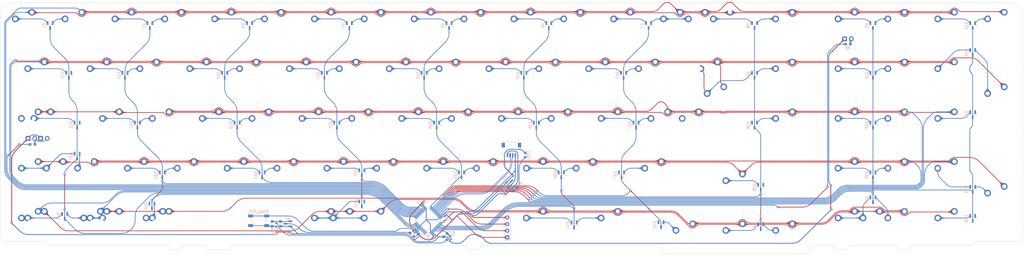
<source format=kicad_pcb>
(kicad_pcb (version 20211014) (generator pcbnew)
  (layers (0 "F.Cu" signal) (31 "B.Cu" signal) (34 "B.Paste" user) (35 "F.Paste" user) (36 "B.SilkS" user "B.Silkscreen") (37 "F.SilkS" user "F.Silkscreen") (38 "B.Mask" user) (39 "F.Mask" user) (44 "Edge.Cuts" user))
  (net 0 "")
  (net 1 "BOOT0")
  (net 2 "GND")
  (net 3 "NRST")
  (net 4 "+5V")
  (net 5 "+3V3")
  (net 6 "Net-(D1-Pad1)")
  (net 7 "Net-(D1-Pad2)")
  (net 8 "COL0")
  (net 9 "Net-(D2-Pad1)")
  (net 10 "Net-(D2-Pad2)")
  (net 11 "COL1")
  (net 12 "Net-(D3-Pad1)")
  (net 13 "Net-(D3-Pad2)")
  (net 14 "COL2")
  (net 15 "Net-(D4-Pad1)")
  (net 16 "Net-(D4-Pad2)")
  (net 17 "COL3")
  (net 18 "Net-(D5-Pad1)")
  (net 19 "Net-(D5-Pad2)")
  (net 20 "COL4")
  (net 21 "Net-(D6-Pad1)")
  (net 22 "Net-(D6-Pad2)")
  (net 23 "COL5")
  (net 24 "Net-(D7-Pad1)")
  (net 25 "F_BCKSP")
  (net 26 "COL6")
  (net 27 "Net-(D8-Pad1)")
  (net 28 "Net-(D8-Pad2)")
  (net 29 "COL7")
  (net 30 "Net-(D9-Pad1)")
  (net 31 "Net-(D9-Pad2)")
  (net 32 "COL9")
  (net 33 "Net-(D10-Pad1)")
  (net 34 "Net-(D10-Pad2)")
  (net 35 "COL8")
  (net 36 "Net-(D11-Pad1)")
  (net 38 "Net-(D12-Pad1)")
  (net 39 "Net-(D12-Pad2)")
  (net 40 "Net-(D13-Pad1)")
  (net 41 "Net-(D13-Pad2)")
  (net 42 "Net-(D14-Pad1)")
  (net 43 "Net-(D14-Pad2)")
  (net 44 "Net-(D15-Pad1)")
  (net 45 "Net-(D15-Pad2)")
  (net 46 "Net-(D16-Pad1)")
  (net 47 "Net-(D16-Pad2)")
  (net 48 "Net-(D17-Pad1)")
  (net 49 "Net-(D17-Pad2)")
  (net 50 "ISO")
  (net 51 "Net-(D18-Pad2)")
  (net 52 "Net-(D19-Pad1)")
  (net 53 "Net-(D19-Pad2)")
  (net 54 "Net-(D20-Pad1)")
  (net 55 "Net-(D20-Pad2)")
  (net 56 "STP_CPSLK")
  (net 58 "Net-(D22-Pad1)")
  (net 59 "Net-(D22-Pad2)")
  (net 60 "Net-(D23-Pad1)")
  (net 61 "Net-(D23-Pad2)")
  (net 62 "Net-(D24-Pad1)")
  (net 63 "Net-(D24-Pad2)")
  (net 64 "Net-(D25-Pad1)")
  (net 65 "Net-(D25-Pad2)")
  (net 66 "Net-(D26-Pad1)")
  (net 67 "Net-(D26-Pad2)")
  (net 68 "Net-(D27-Pad1)")
  (net 69 "1U_ISO")
  (net 71 "Net-(D28-Pad2)")
  (net 72 "Net-(D29-Pad1)")
  (net 73 "Net-(D29-Pad2)")
  (net 74 "Net-(D30-Pad1)")
  (net 76 "F_LSHIFT")
  (net 77 "Net-(D31-Pad2)")
  (net 78 "Net-(D32-Pad1)")
  (net 79 "Net-(D32-Pad2)")
  (net 80 "Net-(D33-Pad1)")
  (net 81 "Net-(D33-Pad2)")
  (net 82 "Net-(D34-Pad1)")
  (net 83 "Net-(D34-Pad2)")
  (net 84 "Net-(D35-Pad1)")
  (net 85 "Net-(D35-Pad2)")
  (net 86 "Net-(D36-Pad1)")
  (net 87 "Net-(D36-Pad2)")
  (net 89 "Net-(D37-Pad2)")
  (net 90 "Net-(D38-Pad1)")
  (net 92 "Net-(D39-Pad1)")
  (net 93 "Net-(D39-Pad2)")
  (net 94 "Net-(D40-Pad1)")
  (net 95 "Net-(D40-Pad2)")
  (net 96 "LCTRL")
  (net 97 "LALT")
  (net 99 "6.25U")
  (net 101 "Net-(D44-Pad1)")
  (net 102 "Net-(D44-Pad2)")
  (net 104 "Net-(D45-Pad2)")
  (net 105 "Net-(D46-Pad1)")
  (net 106 "Net-(D46-Pad2)")
  (net 107 "2U_ZERO")
  (net 108 "Net-(D47-Pad2)")
  (net 109 "Net-(D48-Pad1)")
  (net 111 "Net-(D49-Pad2)")
  (net 112 "Net-(D49-Pad1)")
  (net 113 "D-")
  (net 114 "D+")
  (net 115 "SWDIO")
  (net 116 "SWCLK")
  (net 117 "Net-(LED2-PadA)")
  (net 118 "Net-(LED4-PadA)")
  (net 119 "Net-(Q1-Pad1)")
  (net 120 "Net-(Q1-Pad3)")
  (net 121 "CAPS_INDICATOR")
  (net 122 "NUML_INDICATOR")
  (net 123 "ROW0")
  (net 124 "ROW1")
  (net 125 "ROW2")
  (net 126 "ROW3")
  (net 127 "ROW4")
  (net 128 "ROW5")
  (net 129 "ROW6")
  (net 130 "ROW7")
  (net 131 "ROW8")
  (net 132 "ROW9")
  (net 144 "LALT (6u)")
  (net 145 "Net-(LED1-PadK)")
  (footprint "Capacitor_SMD:C_0201_0603Metric_Pad0.64x0.40mm_HandSolder" (layer "B.Cu") (at 184.994176 106.845824 -135)
    (fp_text reference "C5")
    (fp_text value "100nF")
  )
  (footprint "acheron_MX:MX200" (layer "B.Cu") (at 290.5125 38.1 180)
    (fp_text reference "SW15")
    (fp_text value "Full Backspace")
  )
  (footprint "Package_TO_SOT_SMD:SOT-23" (layer "B.Cu") (at 157.1625 38.1 -90)
    (fp_text reference "D4")
    (fp_text value "BAV70")
  )
  (footprint "acheron_MX:MX150" (layer "B.Cu") (at 228.6 114.3 180)
    (fp_text reference "SW90")
    (fp_text value "RAlt")
  )
  (footprint "acheron_MX:MX150" (layer "B.Cu") (at 295.275 57.15 180)
    (fp_text reference "SW35")
    (fp_text value "Backspace (SB)")
  )
  (footprint "acheron_MX:MX100" (layer "B.Cu") (at 66.675 76.2 180)
    (fp_text reference "SW44")
    (fp_text value "A")
  )
  (footprint "acheron_MX:MX100" (layer "B.Cu") (at 257.175 76.2 180)
    (fp_text reference "SW54")
    (fp_text value "''")
  )
  (footprint "acheron_MX:MX100" (layer "B.Cu") (at 190.5 95.25 180)
    (fp_text reference "SW70")
    (fp_text value "M")
  )
  (footprint "Capacitor_SMD:C_0201_0603Metric_Pad0.64x0.40mm_HandSolder" (layer "B.Cu") (at 184.44 106.29 -135)
    (fp_text reference "C7")
    (fp_text value "4.7uF")
  )
  (footprint "acheron_MX:MX100" (layer "B.Cu") (at 128.5875 38.1 180)
    (fp_text reference "SW6")
    (fp_text value "5")
  )
  (footprint "acheron_MX:MX100" (layer "B.Cu") (at 166.6875 38.1 180)
    (fp_text reference "SW8")
    (fp_text value "7")
  )
  (footprint "Package_TO_SOT_SMD:SOT-23" (layer "B.Cu") (at 311.94375 76.2 -90)
    (fp_text reference "D28")
    (fp_text value "BAV70")
  )
  (footprint "acheron_MX:MX100" (layer "B.Cu") (at 271.4625 57.15 180)
    (fp_text reference "SW34")
    (fp_text value "]")
  )
  (footprint "acheron_MX:MX100" (layer "B.Cu") (at 219.075 76.2 180)
    (fp_text reference "SW52")
    (fp_text value "L")
  )
  (footprint "Package_TO_SOT_SMD:SOT-23" (layer "B.Cu") (at 133.65 113.97 180)
    (fp_text reference "Q1")
    (fp_text value "2N7002")
  )
  (footprint "acheron_MX:MX100" (layer "B.Cu") (at 323.85 76.2 180)
    (fp_text reference "SW57")
    (fp_text value "PgDown")
  )
  (footprint "acheron_MX:MX100" (layer "B.Cu") (at 209.55 95.25 180)
    (fp_text reference "SW71")
    (fp_text value ",")
  )
  (footprint "LED_SMD:LED_0603_1608Metric" (layer "B.Cu") (at 224.38 87.71 -90)
    (fp_text reference "LED1")
    (fp_text value "GREEN")
  )
  (footprint "acheron_MX:MX100" (layer "B.Cu") (at 385.7625 57.15 180)
    (fp_text reference "SW40")
    (fp_text value "9")
  )
  (footprint "acheron_MX:MX100" (layer "B.Cu") (at 304.8 119.0625 180)
    (fp_text reference "SW93")
    (fp_text value "Down Arrow")
  )
  (footprint "Package_TO_SOT_SMD:SOT-23" (layer "B.Cu") (at 48.41875 111.125 -90)
    (fp_text reference "D41")
    (fp_text value "BAV70")
  )
  (footprint "Package_TO_SOT_SMD:SOT-23" (layer "B.Cu") (at 276.225 114.3 -90)
    (fp_text reference "D45")
    (fp_text value "BAV70")
  )
  (footprint "acheron_MX:MX100" (layer "B.Cu") (at 195.2625 57.15 180)
    (fp_text reference "SW30")
    (fp_text value "I")
  )
  (footprint "acheron_MX:MX100" (layer "B.Cu") (at 323.85 119.0625 180)
    (fp_text reference "SW94")
    (fp_text value "Right Arrow")
  )
  (footprint "acheron_MX:MX125" (layer "B.Cu") (at 59.53125 114.3 180)
    (fp_text reference "SW82")
    (fp_text value "Left Win")
  )
  (footprint "acheron_MX:MX100" (layer "B.Cu") (at 200.025 76.2 180)
    (fp_text reference "SW51")
    (fp_text value "K")
  )
  (footprint "acheron_MX:MX225" (layer "B.Cu") (at 288.13125 76.2 180)
    (fp_text reference "SW56")
    (fp_text value "Enter")
  )
  (footprint "acheron_MX:MX100" (layer "B.Cu") (at 176.2125 57.15 180)
    (fp_text reference "SW29")
    (fp_text value "U")
  )
  (footprint "acheron_MX:MX150" (layer "B.Cu") (at 85.725 114.3 180)
    (fp_text reference "SW86")
    (fp_text value "LALT 6U")
  )
  (footprint "acheron_MX:MX100" (layer "B.Cu") (at 85.725 76.2 180)
    (fp_text reference "SW45")
    (fp_text value "S")
  )
  (footprint "acheron_MX:MX100" (layer "B.Cu") (at 161.925 76.2 180)
    (fp_text reference "SW49")
    (fp_text value "H")
  )
  (footprint "acheron_MX:MX100" (layer "B.Cu") (at 280.9875 38.1 180)
    (fp_text reference "SW14")
    (fp_text value "\\ (SB)")
  )
  (footprint "Package_TO_SOT_SMD:SOT-23" (layer "B.Cu") (at 311.94375 38.1 -90)
    (fp_text reference "D8")
    (fp_text value "BAV70")
  )
  (footprint "acheron_MX:MX600R" (layer "B.Cu") (at 166.6875 114.3 180)
    (fp_text reference "SW87")
    (fp_text value "6u Spacebar")
  )
  (footprint "Package_TO_SOT_SMD:SOT-23" (layer "B.Cu") (at 53.18125 88.10625 -90)
    (fp_text reference "D31")
    (fp_text value "BAV70")
  )
  (footprint "Package_TO_SOT_SMD:SOT-23" (layer "B.Cu") (at 395.2875 111.91875 -90)
    (fp_text reference "D48")
    (fp_text value "BAV70")
  )
  (footprint "acheron_MX:MX150" (layer "B.Cu") (at 38.1 57.15 180)
    (fp_text reference "SW22")
    (fp_text value "Tab")
  )
  (footprint "acheron_MX:MX150" (layer "B.Cu") (at 66.675 114.3 180)
    (fp_text reference "SW84")
    (fp_text value "LAlt 1.5")
  )
  (footprint "Package_TO_SOT_SMD:SOT-23" (layer "B.Cu") (at 114.3 76.2 -90)
    (fp_text reference "D23")
    (fp_text value "BAV70")
  )
  (footprint "acheron_MX:MX100" (layer "B.Cu") (at 228.6 95.25 180)
    (fp_text reference "SW72")
    (fp_text value ".")
  )
  (footprint "acheron_MX:MX100" (layer "B.Cu") (at 385.7625 95.25 180)
    (fp_text reference "SW78")
    (fp_text value "3")
  )
  (footprint "Capacitor_SMD:C_0201_0603Metric_Pad0.64x0.40mm_HandSolder" (layer "B.Cu") (at 195.8 120.26 -135)
    (fp_text reference "C1")
    (fp_text value "10uF (±%5)")
  )
  (footprint "acheron_MX:MX100" (layer "B.Cu") (at 52.3875 38.1 180)
    (fp_text reference "SW2")
    (fp_text value "1")
  )
  (footprint "acheron_MX:MX100" (layer "B.Cu") (at 114.3 95.25 180)
    (fp_text reference "SW66")
    (fp_text value "C")
  )
  (footprint "Package_TO_SOT_SMD:SOT-23" (layer "B.Cu") (at 42.8625 38.1 -90)
    (fp_text reference "D1")
    (fp_text value "BAV70")
  )
  (footprint "acheron_MX:MX125" (layer "B.Cu") (at 35.71875 114.3 180)
    (fp_text reference "SW80")
    (fp_text value "LCtrl 1.25")
  )
  (footprint "Package_TO_SOT_SMD:SOT-23" (layer "B.Cu") (at 218.51 98.23 45)
    (fp_text reference "U1")
    (fp_text value "XC6206PxxxMR")
  )
  (footprint "Package_TO_SOT_SMD:SOT-23" (layer "B.Cu") (at 266.7 76.2 -90)
    (fp_text reference "D27")
    (fp_text value "BAV70")
  )
  (footprint "acheron_MX:MX100" (layer "B.Cu") (at 138.1125 57.15 180)
    (fp_text reference "SW27")
    (fp_text value "T")
  )
  (footprint "Resistor_SMD:R_0603_1608Metric_Pad0.98x0.95mm_HandSolder" (layer "B.Cu") (at 193.89 118.31 45)
    (fp_text reference "R2")
    (fp_text value "1M (±%1)")
  )
  (footprint "acheron_MX:MX100" (layer "B.Cu") (at 366.7125 38.1 180)
    (fp_text reference "SW19")
    (fp_text value "/")
  )
  (footprint "acheron_MX:MX625R" (layer "B.Cu") (at 154.78125 114.3 180)
    (fp_text reference "SW88")
    (fp_text value "6.25u Spacebar")
  )
  (footprint "acheron_Components:LED_THT_2.54mm" (layer "B.Cu") (at 40.48 81.28 180)
    (fp_text reference "LED3")
    (fp_text value "LED" hide)
  )
  (footprint "Capacitor_SMD:C_0201_0603Metric_Pad0.64x0.40mm_HandSolder" (layer "B.Cu") (at 182.704176 116.304176 -45)
    (fp_text reference "C10")
    (fp_text value "10uF")
  )
  (footprint "Package_TO_SOT_SMD:SOT-23" (layer "B.Cu") (at 152.4 76.2 -90)
    (fp_text reference "D24")
    (fp_text value "BAV70")
  )
  (footprint "Diode_SMD:D_SOD-523" (layer "B.Cu") (at 129.26 114.42 -90)
    (fp_text reference "D49")
    (fp_text value "1N4148WT")
  )
  (footprint "Capacitor_SMD:C_0201_0603Metric_Pad0.64x0.40mm_HandSolder" (layer "B.Cu") (at 189.64 118.56 45)
    (fp_text reference "C6")
    (fp_text value "100nF")
  )
  (footprint "Capacitor_SMD:C_0201_0603Metric_Pad0.64x0.40mm_HandSolder" (layer "B.Cu") (at 183.54 117.93 45)
    (fp_text reference "C2")
    (fp_text value "100nF")
  )
  (footprint "Package_TO_SOT_SMD:SOT-23" (layer "B.Cu") (at 228.6 76.2 -90)
    (fp_text reference "D26")
    (fp_text value "BAV70")
  )
  (footprint "Package_TO_SOT_SMD:SOT-23" (layer "B.Cu") (at 80.9625 38.1 -90)
    (fp_text reference "D2")
    (fp_text value "BAV70")
  )
  (footprint "acheron_MX:MX100" (layer "B.Cu") (at 233.3625 57.15 180)
    (fp_text reference "SW32")
    (fp_text value "P")
  )
  (footprint "acheron_MX:MX100" (layer "B.Cu") (at 157.1625 57.15 180)
    (fp_text reference "SW28")
    (fp_text value "Y")
  )
  (footprint "Resistor_SMD:R_0603_1608Metric_Pad0.98x0.95mm_HandSolder" (layer "B.Cu") (at 181.075235 118.205235 -45)
    (fp_text reference "R3")
    (fp_text value "100")
  )
  (footprint "acheron_MX:MX100" (layer "B.Cu") (at 109.5375 38.1 180)
    (fp_text reference "SW5")
    (fp_text value "4")
  )
  (footprint "acheron_MX:MX100" (layer "B.Cu") (at 204.7875 38.1 180)
    (fp_text reference "SW10")
    (fp_text value "9")
  )
  (footprint "Package_TO_SOT_SMD:SOT-23" (layer "B.Cu") (at 53.18125 76.2 -90)
    (fp_text reference "D21")
    (fp_text value "BAV70")
  )
  (footprint "acheron_MX:MX200VR" (layer "B.Cu") (at 404.8125 104.775 180)
    (fp_text reference "SW79")
    (fp_text value "NumPad Enter")
  )
  (footprint "acheron_MX:MX100" (layer "B.Cu") (at 300.0375 38.1 180)
    (fp_text reference "SW16")
    (fp_text value "Delete (SB)")
  )
  (footprint "acheron_MX:MX700R" (layer "B.Cu") (at 147.6375 114.3 180)
    (fp_text reference "SW89")
    (fp_text value "7u Spacebar")
  )
  (footprint "acheron_MX:MX225" (layer "B.Cu") (at 45.24375 95.25 180)
    (fp_text reference "SW62")
    (fp_text value "Full LShift")
  )
  (footprint "acheron_MX:MX100" (layer "B.Cu") (at 214.3125 57.15 180)
    (fp_text reference "SW31")
    (fp_text value "O")
  )
  (footprint "Package_TO_SOT_SMD:SOT-23" (layer "B.Cu") (at 161.925 106.3625 -90)
    (fp_text reference "D43")
    (fp_text value "BAV70")
  )
  (footprint "acheron_MX:MX100" (layer "B.Cu") (at 90.4875 38.1 180)
    (fp_text reference "SW4")
    (fp_text value "3")
  )
  (footprint "acheron_MX:MX100" (layer "B.Cu") (at 323.85 57.15 180)
    (fp_text reference "SW37")
    (fp_text value "PgUp")
  )
  (footprint "acheron_Components:LED_THT_2.54mm" (layer "B.Cu") (at 35.71875 81.28 180)
    (fp_text reference "LED2")
    (fp_text value "LED" hide)
  )
  (footprint "Package_TO_SOT_SMD:SOT-23" (layer "B.Cu") (at 314.325 115.09375 -90)
    (fp_text reference "D46")
    (fp_text value "BAV70")
  )
  (footprint "acheron_Components:LED_THT_2.54mm" (layer "B.Cu") (at 347.66 43.18 180)
    (fp_text reference "LED4")
    (fp_text value "LED" hide)
  )
  (footprint "Package_TO_SOT_SMD:SOT-23" (layer "B.Cu") (at 261.14375 95.25 -90)
    (fp_text reference "D37")
    (fp_text value "BAV70")
  )
  (footprint "Package_TO_SOT_SMD:SOT-23" (layer "B.Cu") (at 261.9375 57.15 -90)
    (fp_text reference "D17")
    (fp_text value "BAV70")
  )
  (footprint "acheron_MX:MX100" (layer "B.Cu") (at 95.25 95.25 180)
    (fp_text reference "SW65")
    (fp_text value "X")
  )
  (footprint "acheron_MX:MX100" (layer "B.Cu") (at 347.6625 38.1 180)
    (fp_text reference "SW18")
    (fp_text value "NumLock")
  )
  (footprint "acheron_MX:MX175" (layer "B.Cu") (at 40.48125 76.2 180)
    (fp_text reference "SW43")
    (fp_text value "CPSLCK")
  )
  (footprint "acheron_MX:MX100" (layer "B.Cu") (at 252.4125 57.15 180)
    (fp_text reference "SW33")
    (fp_text value "[")
  )
  (footprint "acheron_MX:MX100" (layer "B.Cu") (at 142.875 76.2 180)
    (fp_text reference "SW48")
    (fp_text value "G")
  )
  (footprint "acheron_MX:MX125" (layer "B.Cu") (at 83.34375 114.3 180)
    (fp_text reference "SW85")
    (fp_text value "LAlt 1.25")
  )
  (footprint "acheron_MX:MX100" (layer "B.Cu") (at 347.6625 95.25 180)
    (fp_text reference "SW76")
    (fp_text value "1")
  )
  (footprint "Package_TO_SOT_SMD:SOT-23" (layer "B.Cu") (at 123.825 95.25 -90)
    (fp_text reference "D33")
    (fp_text value "BAV70")
  )
  (footprint "acheron_MX:MX100" (layer "B.Cu") (at 261.9375 38.1 180)
    (fp_text reference "SW13")
    (fp_text value "=")
  )
  (footprint "acheron_MX:MX100" (layer "B.Cu") (at 323.85 38.1 180)
    (fp_text reference "SW17")
    (fp_text value "Delete")
  )
  (footprint "acheron_MX:MX100" (layer "B.Cu") (at 404.8125 38.1 180)
    (fp_text reference "SW21")
    (fp_text value "-")
  )
  (footprint "Package_TO_SOT_SMD:SOT-23" (layer "B.Cu") (at 119.0625 38.1 -90)
    (fp_text reference "D3")
    (fp_text value "BAV70")
  )
  (footprint "acheron_MX:MX100" (layer "B.Cu") (at 152.4 95.25 180)
    (fp_text reference "SW68")
    (fp_text value "B")
  )
  (footprint "acheron_MX:MX100" (layer "B.Cu") (at 366.7125 95.25 180)
    (fp_text reference "SW77")
    (fp_text value "2")
  )
  (footprint "acheron_MX:MX100" (layer "B.Cu") (at 238.125 76.2 180)
    (fp_text reference "SW53")
    (fp_text value ";")
  )
  (footprint "acheron_MX:MX100" (layer "B.Cu") (at 223.8375 38.1 180)
    (fp_text reference "SW11")
    (fp_text value "0")
  )
  (footprint "acheron_MX:MX100" (layer "B.Cu") (at 185.7375 38.1 180)
    (fp_text reference "SW9")
    (fp_text value "8")
  )
  (footprint "acheron_MX:MX175" (layer "B.Cu") (at 273.84375 95.25 180)
    (fp_text reference "SW74")
    (fp_text value "RShift")
  )
  (footprint "Package_TO_SOT_SMD:SOT-23" (layer "B.Cu") (at 195.2625 38.1 -90)
    (fp_text reference "D5")
    (fp_text value "BAV70")
  )
  (footprint "Package_TO_SOT_SMD:SOT-23" (layer "B.Cu") (at 50.00625 57.15 -90)
    (fp_text reference "D11")
    (fp_text value "BAV70")
  )
  (footprint "acheron_MX:MX100" (layer "B.Cu") (at 171.45 95.25 180)
    (fp_text reference "SW69")
    (fp_text value "N")
  )
  (footprint "acheron_MX:MX100" (layer "B.Cu") (at 33.3375 38.1 180)
    (fp_text reference "SW1")
    (fp_text value "ESC")
  )
  (footprint "Package_TO_SOT_SMD:SOT-23" (layer "B.Cu") (at 200.025 95.25 -90)
    (fp_text reference "D35")
    (fp_text value "BAV70")
  )
  (footprint "acheron_MX:MX100" (layer "B.Cu") (at 385.7625 76.2 180)
    (fp_text reference "SW60")
    (fp_text value "6")
  )
  (footprint "Package_TO_SOT_SMD:SOT-23" (layer "B.Cu") (at 395.2875 72.23125 -90)
    (fp_text reference "D30")
    (fp_text value "BAV70")
  )
  (footprint "acheron_MX:MX125" (layer "B.Cu") (at 35.71875 95.25 180)
    (fp_text reference "SW61")
    (fp_text value "LShift")
  )
  (footprint "Resistor_SMD:R_0603_1608Metric_Pad0.98x0.95mm_HandSolder" (layer "B.Cu") (at 127.64 114.02 90)
    (fp_text reference "R4")
    (fp_text value "1k")
  )
  (footprint "acheron_MX:MX200R" (layer "B.Cu") (at 357.1875 114.3 180)
    (fp_text reference "SW96")
    (fp_text value "2u Zero")
  )
  (footprint "Resistor_SMD:R_0603_1608Metric_Pad0.98x0.95mm_HandSolder" (layer "B.Cu") (at 220.58 100.82 -135)
    (fp_text reference "R6")
    (fp_text value "1.5k")
  )
  (footprint "acheron_Components:LQFP-48_7x7mm_P0.5mm" (layer "B.Cu") (at 187.325 112.7125 45)
    (fp_text reference "U2")
    (fp_text value "STM32F072-LQFP48")
  )
  (footprint "acheron_MX:MX100" (layer "B.Cu") (at 304.8 100.0125 180)
    (fp_text reference "SW75")
    (fp_text value "Up Arrow")
  )
  (footprint "Package_TO_SOT_SMD:SOT-23" (layer "B.Cu") (at 223.8375 57.15 -90)
    (fp_text reference "D16")
    (fp_text value "BAV70")
  )
  (footprint "acheron_Connectors:PinHeader_1x4_P2.54mm_Vertical" (layer "B.Cu") (at 217.51 115.36)
    (fp_text reference "J2" hide)
    (fp_text value "Conn_01x04_Female" hide)
  )
  (footprint "Package_TO_SOT_SMD:SOT-23" (layer "B.Cu") (at 271.4625 38.1 -90)
    (fp_text reference "D7")
    (fp_text value "BAV70")
  )
  (footprint "acheron_MX:MX100" (layer "B.Cu") (at 123.825 76.2 180)
    (fp_text reference "SW47")
    (fp_text value "F")
  )
  (footprint "Package_TO_SOT_SMD:SOT-23" (layer "B.Cu") (at 76.2 76.2 -90)
    (fp_text reference "D22")
    (fp_text value "BAV70")
  )
  (footprint "acheron_MX:MX100" (layer "B.Cu") (at 71.4375 38.1 180)
    (fp_text reference "SW3")
    (fp_text value "2")
  )
  (footprint "Package_TO_SOT_SMD:SOT-23" (layer "B.Cu") (at 109.5375 57.15 -90)
    (fp_text reference "D13")
    (fp_text value "BAV70")
  )
  (footprint "Package_TO_SOT_SMD:SOT-23" (layer "B.Cu") (at 243.04375 114.44375 -90)
    (fp_text reference "D44")
    (fp_text value "BAV70")
  )
  (footprint "acheron_MX:MX100" (layer "B.Cu") (at 276.225 76.2 180)
    (fp_text reference "SW55")
    (fp_text value "1u ISO #")
  )
  (footprint "Package_TO_SOT_SMD:SOT-23" (layer "B.Cu") (at 71.4375 57.15 -90)
    (fp_text reference "D12")
    (fp_text value "BAV70")
  )
  (footprint "Package_TO_SOT_SMD:SOT-23" (layer "B.Cu") (at 185.7375 57.15 -90)
    (fp_text reference "D15")
    (fp_text value "BAV70")
  )
  (footprint "acheron_MX:MX150" (layer "B.Cu") (at 257.175 114.3 180)
    (fp_text reference "SW91")
    (fp_text value "RCtrl")
  )
  (footprint "Resistor_SMD:R_0603_1608Metric_Pad0.98x0.95mm_HandSolder" (layer "B.Cu") (at 347.6625 45.24375 180)
    (fp_text reference "R8")
    (fp_text value "330")
  )
  (footprint "acheron_Connectors:SM04B-SRSS-TB(LF)(SN)" (layer "B.Cu") (at 219.075 86.975)
    (fp_text reference "J1")
    (fp_text value "Conn_01x04_Female")
  )
  (footprint "Package_TO_SOT_SMD:SOT-23" (layer "B.Cu") (at 357.1875 104.775 -90)
    (fp_text reference "D47")
    (fp_text value "BAV70")
  )
  (footprint "Package_TO_SOT_SMD:SOT-23" (layer "B.Cu") (at 357.1875 57.15 -90)
    (fp_text reference "D19")
    (fp_text value "BAV70")
  )
  (footprint "acheron_MX:MX100" (layer "B.Cu") (at 247.65 95.25 180)
    (fp_text reference "SW73")
    (fp_text value "/")
  )
  (footprint "acheron_MX:MX_ISOEnter" (layer "B.Cu") (at 297.65625 66.675 180)
    (fp_text reference "SW36")
    (fp_text value "ISO")
  )
  (footprint "Package_TO_SOT_SMD:SOT-23" (layer "B.Cu") (at 395.2875 100.80625 -90)
    (fp_text reference "D40")
    (fp_text value "BAV70")
  )
  (footprint "acheron_MX:MX100" (layer "B.Cu") (at 76.2 95.25 180)
    (fp_text reference "SW64")
    (fp_text value "Z")
  )
  (footprint "acheron_MX:MX100" (layer "B.Cu") (at 385.7625 114.3 180)
    (fp_text reference "SW98")
    (fp_text value ".")
  )
  (footprint "Package_TO_SOT_SMD:SOT-23" (layer "B.Cu") (at 190.5 76.2 -90)
    (fp_text reference "D25")
    (fp_text value "BAV70")
  )
  (footprint "acheron_MX:MX200VR" (layer "B.Cu") (at 404.8125 66.675 180)
    (fp_text reference "SW41")
    (fp_text value "+")
  )
  (footprint "Capacitor_SMD:C_0201_0603Metric_Pad0.64x0.40mm_HandSolder" (layer "B.Cu") (at 181.804176 117.204176 -45)
    (fp_text reference "C11")
    (fp_text value "1uF")
  )
  (footprint "acheron_MX:MX100" (layer "B.Cu") (at 347.6625 114.3 180)
    (fp_text reference "SW95")
    (fp_text value "1u 0")
  )
  (footprint "acheron_MX:MX100" (layer "B.Cu") (at 180.975 76.2 180)
    (fp_text reference "SW50")
    (fp_text value "J")
  )
  (footprint "Package_TO_SOT_SMD:SOT-23" (layer "B.Cu") (at 357.1875 95.25 -90)
    (fp_text reference "D39")
    (fp_text value "BAV70")
  )
  (footprint "Resistor_SMD:R_0603_1608Metric_Pad0.98x0.95mm_HandSolder" (layer "B.Cu") (at 130.87 114.03 90)
    (fp_text reference "R5")
    (fp_text value "10k")
  )
  (footprint "Resistor_SMD:R_0603_1608Metric_Pad0.98x0.95mm_HandSolder" (layer "B.Cu") (at 36.14 83.6 180)
    (fp_text reference "R7")
    (fp_text value "330")
  )
  (footprint "Package_TO_SOT_SMD:SOT-23" (layer "B.Cu") (at 357.1875 76.2 -90)
    (fp_text reference "D29")
    (fp_text value "BAV70")
  )
  (footprint "Package_TO_SOT_SMD:SOT-23" (layer "B.Cu") (at 81.75625 107.15625 -90)
    (fp_text reference "D42")
    (fp_text value "BAV70")
  )
  (footprint "Package_TO_SOT_SMD:SOT-23" (layer "B.Cu") (at 314.325 100.0125 -90)
    (fp_text reference "D38")
    (fp_text value "BAV70")
  )
  (footprint "acheron_MX:MX100" (layer "B.Cu") (at 347.6625 76.2 180)
    (fp_text reference "SW58")
    (fp_text value "4")
  )
  (footprint "acheron_MX:MX100" (layer "B.Cu") (at 119.0625 57.15 180)
    (fp_text reference "SW26")
    (fp_text value "R")
  )
  (footprint "Capacitor_SMD:C_0201_0603Metric_Pad0.64x0.40mm_HandSolder" (layer "B.Cu") (at 194.02 110.15 135)
    (fp_text reference "C9")
    (fp_text value "4.7uF")
  )
  (footprint "acheron_MX:MX100" (layer "B.Cu") (at 133.35 95.25 180)
    (fp_text reference "SW67")
    (fp_text value "V")
  )
  (footprint "Package_TO_SOT_SMD:SOT-23" (layer "B.Cu") (at 238.125 95.25 -90)
    (fp_text reference "D36")
    (fp_text value "BAV70")
  )
  (footprint "acheron_MX:MX125" (layer "B.Cu") (at 35.71875 76.2 180)
    (fp_text reference "SW42")
    (fp_text value "Stepped Capslock")
  )
  (footprint "Button_Switch_SMD:SW_SPST_SKQG_WithStem" (layer "B.Cu") (at 122.5 112.82 180)
    (fp_text reference "Reset_SW1")
    (fp_text value "Reset_SW")
  )
  (footprint "Capacitor_SMD:C_0201_0603Metric_Pad0.64x0.40mm_HandSolder" (layer "B.Cu") (at 193.42 110.75 135)
    (fp_text reference "C8")
    (fp_text value "100nF")
  )
  (footprint "Package_TO_SOT_SMD:SOT-23" (layer "B.Cu") (at 395.2875 38.1 -90)
    (fp_text reference "D10")
    (fp_text value "BAV70")
  )
  (footprint "Package_TO_SOT_SMD:SOT-23" (layer "B.Cu") (at 147.6375 57.15 -90)
    (fp_text reference "D14")
    (fp_text value "BAV70")
  )
  (footprint "acheron_MX:MX100" (layer "B.Cu") (at 242.8875 38.1 180)
    (fp_text reference "SW12")
    (fp_text value "-")
  )
  (footprint "Package_TO_SOT_SMD:SOT-23" (layer "B.Cu") (at 395.2875 48.41875 -90)
    (fp_text reference "D20")
    (fp_text value "BAV70")
  )
  (footprint "Capacitor_SMD:C_0201_0603Metric_Pad0.64x0.40mm_HandSolder" (layer "B.Cu") (at 217.32 101.68 -45)
    (fp_text reference "C3")
    (fp_text value "1uF")
  )
  (footprint "Capacitor_SMD:C_0201_0603Metric_Pad0.64x0.40mm_HandSolder" (layer "B.Cu") (at 216.71 102.29 -45)
    (fp_text reference "C4")
    (fp_text value "1uF")
  )
  (footprint "acheron_MX:MX100" (layer "B.Cu") (at 61.9125 57.15 180)
    (fp_text reference "SW23")
    (fp_text value "Q")
  )
  (footprint "acheron_MX:MX100" (layer "B.Cu") (at 366.7125 57.15 180)
    (fp_text reference "SW39")
    (fp_text value "8")
  )
  (footprint "acheron_MX:MX100" (layer "B.Cu") (at 285.75 119.0625 180)
    (fp_text reference "SW92")
    (fp_text value "Left Arrow")
  )
  (footprint "Resistor_SMD:R_0603_1608Metric_Pad0.98x0.95mm_HandSolder" (layer "B.Cu") (at 195.01 119.43 45)
    (fp_text reference "R1")
    (fp_text value "330k (±%1)")
  )
  (footprint "acheron_MX:MX100" (layer "B.Cu") (at 80.9625 57.15 180)
    (fp_text reference "SW24")
    (fp_text value "W")
  )
  (footprint "Package_TO_SOT_SMD:SOT-23" (layer "B.Cu") (at 233.3625 38.1 -90)
    (fp_text reference "D6")
    (fp_text value "BAV70")
  )
  (footprint "Package_TO_SOT_SMD:SOT-23" (layer "B.Cu") (at 85.725 95.25 -90)
    (fp_text reference "D32")
    (fp_text value "BAV70")
  )
  (footprint "Package_TO_SOT_SMD:SOT-23" (layer "B.Cu") (at 357.1875 38.1 -90)
    (fp_text reference "D9")
    (fp_text value "BAV70")
  )
  (footprint "Package_TO_SOT_SMD:SOT-23" (layer "B.Cu") (at 311.94375 57.15 -90)
    (fp_text reference "D18")
    (fp_text value "BAV70")
  )
  (footprint "acheron_MX:MX100" (layer "B.Cu") (at 366.7125 76.2 180)
    (fp_text reference "SW59")
    (fp_text value "5")
  )
  (footprint "Package_TO_SOT_SMD:SOT-23" (layer "B.Cu") (at 161.925 94.45625 -90)
    (fp_text reference "D34")
    (fp_text value "BAV70")
  )
  (footprint "acheron_MX:MX150" (layer "B.Cu") (at 38.1 114.3 180)
    (fp_text reference "SW81")
    (fp_text value "LCtrl 1.5")
  )
  (footprint "acheron_MX:MX100" (layer "B.Cu") (at 100.0125 57.15 180)
    (fp_text reference "SW25")
    (fp_text value "E")
  )
  (footprint "acheron_MX:MX100" (layer "B.Cu") (at 104.775 76.2 180)
    (fp_text reference "SW46")
    (fp_text value "D")
  )
  (footprint "acheron_MX:MX100" (layer "B.Cu") (at 366.7125 114.3 180)
    (fp_text reference "SW97")
    (fp_text value "1u 00")
  )
  (footprint "acheron_MX:MX100" (layer "B.Cu") (at 347.6625 57.15 180)
    (fp_text reference "SW38")
    (fp_text value "7")
  )
  (footprint "acheron_MX:MX100" (layer "B.Cu") (at 147.6375 38.1 180)
    (fp_text reference "SW7")
    (fp_text value "6")
  )
  (footprint "acheron_MX:MX100" (layer "B.Cu") (at 385.7625 38.1 180)
    (fp_text reference "SW20")
    (fp_text value "*")
  )
  (footprint "acheron_MX:MX100" (layer "B.Cu") (at 57.15 95.25 180)
    (fp_text reference "SW63")
    (fp_text value "\\ (ISO)")
  )
  (footprint "acheron_MX:MX100" (layer "B.Cu") (at 61.9125 114.3 180)
    (fp_text reference "SW83")
    (fp_text value "Win key 1u")
  )
  (gr_arc (start 333.375 123.825) (mid 333.839968 122.702468) (end 334.9625 122.2375) (layer "Edge.Cuts") (width 0.1))
  (gr_arc (start 92.86875 123.03125) (mid 93.101234 122.469984) (end 93.6625 122.2375) (layer "Edge.Cuts") (width 0.1))
  (gr_line (start 112.7125 122.2375) (end 201.6125 122.2375) (layer "Edge.Cuts") (width 0.1))
  (gr_arc (start 274.6375 122.2375) (mid 275.760032 122.702468) (end 276.225 123.825) (layer "Edge.Cuts") (width 0.1))
  (gr_arc (start 347.6625 123.03125) (mid 347.430016 123.592516) (end 346.86875 123.825) (layer "Edge.Cuts") (width 0.1))
  (gr_arc (start 201.6125 122.2375) (mid 202.173766 122.469984) (end 202.40625 123.03125) (layer "Edge.Cuts") (width 0.1))
  (gr_arc (start 277.8125 125.4125) (mid 276.689968 124.947532) (end 276.225 123.825) (layer "Edge.Cuts") (width 0.1))
  (gr_arc (start 367.50625 123.825) (mid 366.944984 123.592516) (end 366.7125 123.03125) (layer "Edge.Cuts") (width 0.1))
  (gr_line (start 88.9 123.825) (end 92.075 123.825) (layer "Edge.Cuts") (width 0.1))
  (gr_arc (start 23.8125 34.13125) (mid 25.207404 30.763654) (end 28.575 29.36875) (layer "Edge.Cuts") (width 0.1))
  (gr_line (start 300.0375 29.36875) (end 280.9875 29.36875) (layer "Edge.Cuts") (width 0.1))
  (gr_line (start 42.8625 122.2375) (end 87.3125 122.2375) (layer "Edge.Cuts") (width 0.1))
  (gr_arc (start 396.08125 121.44375) (mid 396.313734 120.882484) (end 396.875 120.65) (layer "Edge.Cuts") (width 0.1))
  (gr_arc (start 25.4 120.65) (mid 24.277468 120.185032) (end 23.8125 119.0625) (layer "Edge.Cuts") (width 0.1))
  (gr_arc (start 371.475 123.03125) (mid 371.707484 122.469984) (end 372.26875 122.2375) (layer "Edge.Cuts") (width 0.1))
  (gr_arc (start 87.3125 122.2375) (mid 87.873766 122.469984) (end 88.10625 123.03125) (layer "Edge.Cuts") (width 0.1))
  (gr_arc (start 396.08125 121.44375) (mid 395.848766 122.005016) (end 395.2875 122.2375) (layer "Edge.Cuts") (width 0.1))
  (gr_arc (start 111.91875 123.03125) (mid 111.686266 123.592516) (end 111.125 123.825) (layer "Edge.Cuts") (width 0.1))
  (gr_line (start 103.1875 123.825) (end 111.125 123.825) (layer "Edge.Cuts") (width 0.1))
  (gr_arc (start 92.86875 123.03125) (mid 92.636266 123.592516) (end 92.075 123.825) (layer "Edge.Cuts") (width 0.1))
  (gr_arc (start 409.575 29.36875) (mid 412.942596 30.763654) (end 414.3375 34.13125) (layer "Edge.Cuts") (width 0.1))
  (gr_line (start 414.3375 119.0625) (end 414.3375 34.13125) (layer "Edge.Cuts") (width 0.1))
  (gr_arc (start 103.1875 123.825) (mid 102.626234 123.592516) (end 102.39375 123.03125) (layer "Edge.Cuts") (width 0.1))
  (gr_arc (start 333.375 123.825) (mid 332.910032 124.947532) (end 331.7875 125.4125) (layer "Edge.Cuts") (width 0.1))
  (gr_line (start 396.875 120.65) (end 412.75 120.65) (layer "Edge.Cuts") (width 0.1))
  (gr_arc (start 300.0375 29.36875) (mid 302.41875 28.382404) (end 304.8 29.36875) (layer "Edge.Cuts") (width 0.1))
  (gr_arc (start 365.91875 122.2375) (mid 366.480016 122.469984) (end 366.7125 123.03125) (layer "Edge.Cuts") (width 0.1))
  (gr_line (start 276.225 29.36875) (end 28.575 29.36875) (layer "Edge.Cuts") (width 0.1))
  (gr_line (start 304.8 29.36875) (end 409.575 29.36875) (layer "Edge.Cuts") (width 0.1))
  (gr_line (start 334.9625 122.2375) (end 342.10625 122.2375) (layer "Edge.Cuts") (width 0.1))
  (gr_line (start 203.2 123.825) (end 206.375 123.825) (layer "Edge.Cuts") (width 0.1))
  (gr_arc (start 203.2 123.825) (mid 202.638734 123.592516) (end 202.40625 123.03125) (layer "Edge.Cuts") (width 0.1))
  (gr_arc (start 371.475 123.03125) (mid 371.242516 123.592516) (end 370.68125 123.825) (layer "Edge.Cuts") (width 0.1))
  (gr_line (start 93.6625 122.2375) (end 101.6 122.2375) (layer "Edge.Cuts") (width 0.1))
  (gr_line (start 23.8125 34.13125) (end 23.8125 119.0625) (layer "Edge.Cuts") (width 0.1))
  (gr_arc (start 343.69375 123.825) (mid 343.132484 123.592516) (end 342.9 123.03125) (layer "Edge.Cuts") (width 0.1))
  (gr_line (start 343.69375 123.825) (end 346.86875 123.825) (layer "Edge.Cuts") (width 0.1))
  (gr_line (start 372.26875 122.2375) (end 395.2875 122.2375) (layer "Edge.Cuts") (width 0.1))
  (gr_arc (start 207.16875 123.03125) (mid 207.401234 122.469984) (end 207.9625 122.2375) (layer "Edge.Cuts") (width 0.1))
  (gr_line (start 367.50625 123.825) (end 370.68125 123.825) (layer "Edge.Cuts") (width 0.1))
  (gr_line (start 25.4 120.65) (end 41.275 120.65) (layer "Edge.Cuts") (width 0.1))
  (gr_line (start 207.9625 122.2375) (end 274.6375 122.2375) (layer "Edge.Cuts") (width 0.1))
  (gr_arc (start 276.225 29.36875) (mid 278.60625 28.382404) (end 280.9875 29.36875) (layer "Edge.Cuts") (width 0.1))
  (gr_arc (start 42.8625 122.2375) (mid 42.301234 122.005016) (end 42.06875 121.44375) (layer "Edge.Cuts") (width 0.1))
  (gr_arc (start 101.6 122.2375) (mid 102.161266 122.469984) (end 102.39375 123.03125) (layer "Edge.Cuts") (width 0.1))
  (gr_arc (start 342.10625 122.2375) (mid 342.667516 122.469984) (end 342.9 123.03125) (layer "Edge.Cuts") (width 0.1))
  (gr_arc (start 41.275 120.65) (mid 41.836266 120.882484) (end 42.06875 121.44375) (layer "Edge.Cuts") (width 0.1))
  (gr_arc (start 207.16875 123.03125) (mid 206.936266 123.592516) (end 206.375 123.825) (layer "Edge.Cuts") (width 0.1))
  (gr_arc (start 88.9 123.825) (mid 88.338734 123.592516) (end 88.10625 123.03125) (layer "Edge.Cuts") (width 0.1))
  (gr_line (start 348.45625 122.2375) (end 365.91875 122.2375) (layer "Edge.Cuts") (width 0.1))
  (gr_arc (start 347.6625 123.03125) (mid 347.894984 122.469984) (end 348.45625 122.2375) (layer "Edge.Cuts") (width 0.1))
  (gr_arc (start 111.91875 123.03125) (mid 112.151234 122.469984) (end 112.7125 122.2375) (layer "Edge.Cuts") (width 0.1))
  (gr_arc (start 414.3375 119.0625) (mid 413.872532 120.185032) (end 412.75 120.65) (layer "Edge.Cuts") (width 0.1))
  (gr_line (start 277.8125 125.4125) (end 331.7875 125.4125) (layer "Edge.Cuts") (width 0.1))
  (segment (start 195.948128 119.831836) (end 196.088146 119.971854) (width 0.25) (layer "B.Cu") (net 1))
  (segment (start 195.655235 118.784765) (end 195.655235 119.124729) (width 0.25) (layer "B.Cu") (net 1))
  (segment (start 189.9815 116.42966) (end 189.738002 116.186162) (width 0.25) (layer "B.Cu") (net 1))
  (segment (start 194.535235 117.664765) (end 195.655235 118.784765) (width 0.25) (layer "B.Cu") (net 1))
  (segment (start 194.535235 117.664765) (end 194.178809 117.308339) (width 0.25) (layer "B.Cu") (net 1))
  (segment (start 192.764596 116.722553) (end 190.688607 116.722553) (width 0.25) (layer "B.Cu") (net 1))
  (arc (start 194.178809 117.308339) (mid 193.529963 116.874794) (end 192.764596 116.722553) (width 0.25) (layer "B.Cu") (net 1))
  (arc (start 195.948128 119.831836) (mid 195.731355 119.507413) (end 195.655235 119.124729) (width 0.25) (layer "B.Cu") (net 1))
  (arc (start 189.9815 116.42966) (mid 190.305923 116.646433) (end 190.688607 116.722553) (width 0.25) (layer "B.Cu") (net 1))
  (segment (start 129.417059 117.142941) (end 134.542941 117.142941) (width 0.3) (layer "F.Cu") (net 2))
  (segment (start 34.44875 81.28) (end 29.644466 86.084284) (width 0.3) (layer "F.Cu") (net 2))
  (segment (start 134.55 117.15) (end 134.7 117.3) (width 0.3) (layer "F.Cu") (net 2))
  (segment (start 341.07 108.166705) (end 341.332079 108.428784) (width 0.3) (layer "F.Cu") (net 2))
  (segment (start 28.18 89.619818) (end 28.18 113.69) (width 0.3) (layer "F.Cu") (net 2))
  (segment (start 134.542941 117.142941) (end 134.55 117.15) (width 0.3) (layer "F.Cu") (net 2))
  (segment (start 134.7 117.3) (end 134.7 117.392921) (width 0.3) (layer "F.Cu") (net 2))
  (segment (start 203.771736 110.964213) (end 203.628762 110.821238) (width 0.3) (layer "F.Cu") (net 2))
  (segment (start 346.39 43.18) (end 341.332079 48.237921) (width 0.3) (layer "F.Cu") (net 2))
  (segment (start 341.07 99.15) (end 341.07 108.166705) (width 0.3) (layer "F.Cu") (net 2))
  (segment (start 217.51 111.55) (end 205.185951 111.55) (width 0.3) (layer "F.Cu") (net 2))
  (segment (start 203.628762 110.821238) (end 202.20452 109.396997) (width 0.3) (layer "F.Cu") (net 2))
  (segment (start 129.41 117.15) (end 129.417059 117.142941) (width 0.3) (layer "F.Cu") (net 2))
  (segment (start 129.41 117.392921) (end 129.41 117.15) (width 0.3) (layer "F.Cu") (net 2))
  (via (at 134.7 117.392921) (size 0.8) (drill 0.4) (layers "F.Cu" "B.Cu") (net 2))
  (via (at 129.41 117.392921) (size 0.8) (drill 0.4) (layers "F.Cu" "B.Cu") (net 2))
  (via (at 341.07 99.15) (size 0.8) (drill 0.4) (layers "F.Cu" "B.Cu") (net 2))
  (via (at 28.18 113.69) (size 0.8) (drill 0.4) (layers "F.Cu" "B.Cu") (net 2))
  (via (at 341.332079 108.428784) (size 0.8) (drill 0.4) (layers "F.Cu" "B.Cu") (net 2))
  (via (at 341.332079 48.237921) (size 0.8) (drill 0.4) (layers "F.Cu" "B.Cu") (net 2))
  (via (at 203.628762 110.821238) (size 0.8) (drill 0.4) (layers "F.Cu" "B.Cu") (net 2))
  (via (at 202.20452 109.396997) (size 0.8) (drill 0.4) (layers "F.Cu" "B.Cu") (net 2))
  (arc (start 205.185951 111.55) (mid 204.420583 111.397759) (end 203.771736 110.964213) (width 0.3) (layer "F.Cu") (net 2))
  (arc (start 29.644466 86.084284) (mid 28.560602 87.706401) (end 28.18 89.619818) (width 0.3) (layer "F.Cu") (net 2))
  (segment (start 219.934765 101.465235) (end 218.525271 101.465235) (width 0.3) (layer "B.Cu") (net 2))
  (segment (start 135.541293 117.82) (end 137.4875 117.82) (width 0.3) (layer "B.Cu") (net 2))
  (segment (start 38.507276 80.577276) (end 39.21 81.28) (width 0.3) (layer "B.Cu") (net 2))
  (segment (start 218.518839 99.564664) (end 219.403427 98.680076) (width 0.3) (layer "B.Cu") (net 2))
  (segment (start 183.632987 118.797013) (end 182.751573 119.678427) (width 0.3) (layer "B.Cu") (net 2))
  (segment (start 209.247241 120.577241) (end 207.638679 118.968679) (width 0.3) (layer "B.Cu") (net 2))
  (segment (start 183.382949 115.593891) (end 183.851338 115.125502) (width 0.3) (layer "B.Cu") (net 2))
  (segment (start 216.172294 102.529433) (end 216.169307 102.526446) (width 0.3) (layer "B.Cu") (net 2))
  (segment (start 326.233874 121.455921) (end 211.368562 121.455921) (width 0.3) (layer "B.Cu") (net 2))
  (segment (start 194.583402 109.42452) (end 195.13452 109.42452) (width 0.3) (layer "B.Cu") (net 2))
  (segment (start 186.534049 108.739569) (end 186.534049 112.442791) (width 0.3) (layer "B.Cu") (net 2))
  (segment (start 190.776689 112.442791) (end 191.859322 111.360158) (width 0.3) (layer "B.Cu") (net 2))
  (segment (start 198.677359 121.46) (end 197.252135 121.46) (width 0.3) (layer "B.Cu") (net 2))
  (segment (start 184.151854 106.579794) (end 184.70603 107.13397) (width 0.3) (layer "B.Cu") (net 2))
  (segment (start 216.998146 102.578146) (end 217.608146 101.968146) (width 0.3) (layer "B.Cu") (net 2))
  (segment (start 220.575 92.815) (end 220.575 92.845633) (width 0.3) (layer "B.Cu") (net 2))
  (segment (start 134.7 117.392921) (end 134.834186 117.527107) (width 0.3) (layer "B.Cu") (net 2))
  (segment (start 183.828146 117.641854) (end 183.92588 117.739588) (width 0.3) (layer "B.Cu") (net 2))
  (segment (start 188.677342 117.246822) (end 188.115951 116.685431) (width 0.3) (layer "B.Cu") (net 2))
  (segment (start 34.671068 118.11) (end 127.864494 118.11) (width 0.3) (layer "B.Cu") (net 2))
  (segment (start 202.753472 109.42452) (end 195.13452 109.42452) (width 0.3) (layer "B.Cu") (net 2))
  (segment (start 130.87 114.9425) (end 134.565 114.9425) (width 0.3) (layer "B.Cu") (net 2))
  (segment (start 36.565688 79.991489) (end 37.093062 79.991489) (width 0.3) (layer "B.Cu") (net 2))
  (segment (start 185.054903 107.4) (end 185.111637 107.4) (width 0.3) (layer "B.Cu") (net 2))
  (segment (start 195.837921 120.874213) (end 195.511854 120.548146) (width 0.3) (layer "B.Cu") (net 2))
  (segment (start 341.332079 108.428784) (end 329.769408 119.991455) (width 0.3) (layer "B.Cu") (net 2))
  (segment (start 189.341261 117.911421) (end 188.677342 117.247502) (width 0.3) (layer "B.Cu") (net 2))
  (segment (start 186.534049 112.442791) (end 183.851338 115.125502) (width 0.3) (layer "B.Cu") (net 2))
  (segment (start 340.890307 48.679693) (end 341.332079 48.237921) (width 0.3) (layer "B.Cu") (net 2))
  (segment (start 34.44875 81.28) (end 35.151475 80.577275) (width 0.3) (layer "B.Cu") (net 2))
  (segment (start 28.18 113.69) (end 31.135534 116.645534) (width 0.3) (layer "B.Cu") (net 2))
  (segment (start 216.998146 102.578146) (end 216.900412 102.67588) (width 0.3) (layer "B.Cu") (net 2))
  (segment (start 185.972658 108.178178) (end 186.534049 108.739569) (width 0.3) (layer "B.Cu") (net 2))
  (segment (start 134.5875 114.92) (end 137.4875 117.82) (width 0.3) (layer "B.Cu") (net 2))
  (segment (start 195.439121 120.475413) (end 195.511854 120.548146) (width 0.3) (layer "B.Cu") (net 2))
  (segment (start 188.115951 116.685431) (end 188.115951 114.024693) (width 0.3) (layer "B.Cu") (net 2))
  (segment (start 193.731854 109.861854) (end 193.876295 109.717413) (width 0.3) (layer "B.Cu") (net 2))
  (segment (start 219.989213 94.259847) (end 206.289006 107.960054) (width 0.3) (layer "B.Cu") (net 2))
  (segment (start 185.253059 107.458579) (end 185.972658 108.178178) (width 0.3) (layer "B.Cu") (net 2))
  (segment (start 189.543449 117.97) (end 189.482683 117.97) (width 0.3) (layer "B.Cu") (net 2))
  (segment (start 205.517359 118.09) (end 204.532641 118.09) (width 0.3) (layer "B.Cu") (net 2))
  (segment (start 192.611179 110.608301) (end 191.859322 111.360158) (width 0.3) (layer "B.Cu") (net 2))
  (segment (start 194.686028 119.248128) (end 195.146228 119.708328) (width 0.3) (layer "B.Cu") (net 2))
  (segment (start 191.439954 118.955235) (end 190.423868 119.971321) (width 0.3) (layer "B.Cu") (net 2))
  (segment (start 340.30452 97.556093) (end 340.30452 50.093907) (width 0.3) (layer "B.Cu") (net 2))
  (segment (start 193.731854 109.861854) (end 193.131854 110.461854) (width 0.3) (layer "B.Cu") (net 2))
  (segment (start 341.07 99.15) (end 340.890306 98.970306) (width 0.3) (layer "B.Cu") (net 2))
  (segment (start 184.70603 107.13397) (end 184.913482 107.341422) (width 0.3) (layer "B.Cu") (net 2))
  (segment (start 182.992322 116.592322) (end 183.090056 116.494588) (width 0.3) (layer "B.Cu") (net 2))
  (segment (start 202.41132 118.96868) (end 200.798679 120.581321) (width 0.3) (layer "B.Cu") (net 2))
  (segment (start 189.928146 118.271854) (end 189.68487 118.028578) (width 0.3) (layer "B.Cu") (net 2))
  (segment (start 189.928146 118.271854) (end 190.025741 118.369449) (width 0.3) (layer "B.Cu") (net 2))
  (segment (start 183.92588 117.739588) (end 183.92588 118.089906) (width 0.3) (layer "B.Cu") (net 2))
  (segment (start 178.278651 117.82) (end 137.4875 117.82) (width 0.3) (layer "B.Cu") (net 2))
  (segment (start 184.151854 106.578146) (end 184.151854 106.579794) (width 0.3) (layer "B.Cu") (net 2))
  (segment (start 181.672612 119.97132) (end 180.399971 118.698679) (width 0.3) (layer "B.Cu") (net 2))
  (segment (start 216.900412 102.67588) (end 216.525848 102.67588) (width 0.3) (layer "B.Cu") (net 2))
  (segment (start 134.565 114.9425) (end 134.5875 114.92) (width 0.25) (layer "B.Cu") (net 2))
  (segment (start 213.554213 102.965787) (end 206.284548 110.235452) (width 0.3) (layer "B.Cu") (net 2))
  (segment (start 188.115951 114.024693) (end 186.534049 112.442791) (width 0.3) (layer "B.Cu") (net 2))
  (segment (start 191.439954 118.955235) (end 193.244765 118.955235) (width 0.3) (layer "B.Cu") (net 2))
  (segment (start 195.439121 120.415435) (end 195.439121 120.475413) (width 0.3) (layer "B.Cu") (net 2))
  (segment (start 217.818164 101.758128) (end 217.608146 101.968146) (width 0.3) (layer "B.Cu") (net 2))
  (segment (start 129.278708 117.524213) (end 129.41 117.392921) (width 0.3) (layer "B.Cu") (net 2))
  (segment (start 215.815754 102.38) (end 214.968427 102.38) (width 0.3) (layer "B.Cu") (net 2))
  (segment (start 193.131854 110.461854) (end 192.964733 110.461854) (width 0.3) (layer "B.Cu") (net 2))
  (segment (start 186.534049 112.442791) (end 190.776689 112.442791) (width 0.3) (layer "B.Cu") (net 2))
  (segment (start 220.575 92.815) (end 220.575 87.75) (width 0.3) (layer "B.Cu") (net 2))
  (segment (start 193.244765 118.955235) (end 193.978921 118.955235) (width 0.3) (layer "B.Cu") (net 2))
  (segment (start 188.677342 117.247502) (end 188.677342 117.246822) (width 0.3) (layer "B.Cu") (net 2))
  (segment (start 220.575 95.851649) (end 220.575 92.815) (width 0.3) (layer "B.Cu") (net 2))
  (segment (start 182.092322 117.492322) (end 182.992322 116.592322) (width 0.3) (layer "B.Cu") (net 2))
  (segment (start 204.870335 110.821238) (end 203.628762 110.821238) (width 0.3) (layer "B.Cu") (net 2))
  (segment (start 188.302548 120.85) (end 183.793933 120.85) (width 0.3) (layer "B.Cu") (net 2))
  (segment (start 183.090056 116.494588) (end 183.090056 116.300998) (width 0.3) (layer "B.Cu") (net 2))
  (segment (start 182.044466 119.97132) (end 181.672612 119.97132) (width 0.3) (layer "B.Cu") (net 2))
  (arc (start 183.382949 115.593891) (mid 183.166176 115.918314) (end 183.090056 116.300998) (width 0.3) (layer "B.Cu") (net 2))
  (arc (start 183.632987 118.797013) (mid 183.84976 118.47259) (end 183.92588 118.089906) (width 0.3) (layer "B.Cu") (net 2))
  (arc (start 204.532641 118.09) (mid 203.38459 118.318362) (end 202.41132 118.96868) (width 0.3) (layer "B.Cu") (net 2))
  (arc (start 204.870335 110.821238) (mid 205.635702 110.668997) (end 206.284548 110.235452) (width 0.3) (layer "B.Cu") (net 2))
  (arc (start 214.968427 102.38) (mid 214.20306 102.532241) (end 213.554213 102.965787) (width 0.3) (layer "B.Cu") (net 2))
  (arc (start 197.252135 121.46) (mid 196.486768 121.307759) (end 195.837921 120.874213) (width 0.3) (layer "B.Cu") (net 2))
  (arc (start 206.289006 107.960054) (mid 204.666889 109.043918) (end 202.753472 109.42452) (width 0.3) (layer "B.Cu") (net 2))
  (arc (start 188.302548 120.85) (mid 189.450598 120.621639) (end 190.423868 119.971321) (width 0.3) (layer "B.Cu") (net 2))
  (arc (start 220.575 95.851649) (mid 220.270518 97.382383) (end 219.403427 98.680076) (width 0.3) (layer "B.Cu") (net 2))
  (arc (start 193.876295 109.717413) (mid 194.200718 109.50064) (end 194.583402 109.42452) (width 0.3) (layer "B.Cu") (net 2))
  (arc (start 189.68487 118.028578) (mid 189.619985 117.985224) (end 189.543449 117.97) (width 0.3) (layer "B.Cu") (net 2))
  (arc (start 209.247241 120.577241) (mid 210.220511 121.22756) (end 211.368562 121.455921) (width 0.3) (layer "B.Cu") (net 2))
  (arc (start 220.575 92.845633) (mid 220.422759 93.611) (end 219.989213 94.259847) (width 0.3) (layer "B.Cu") (net 2))
  (arc (start 190.025741 118.369449) (mid 190.674587 118.802994) (end 191.439954 118.955235) (width 0.3) (layer "B.Cu") (net 2))
  (arc (start 185.054903 107.4) (mid 184.978367 107.384776) (end 184.913482 107.341422) (width 0.3) (layer "B.Cu") (net 2))
  (arc (start 340.30452 97.556093) (mid 340.456761 98.32146) (end 340.890306 98.970306) (width 0.3) (layer "B.Cu") (net 2))
  (arc (start 340.890307 48.679693) (mid 340.456761 49.32854) (end 340.30452 50.093907) (width 0.3) (layer "B.Cu") (net 2))
  (arc (start 185.111637 107.4) (mid 185.188174 107.415224) (end 185.253059 107.458579) (width 0.3) (layer "B.Cu") (net 2))
  (arc (start 216.169307 102.526446) (mid 216.007095 102.41806) (end 215.815754 102.38) (width 0.3) (layer "B.Cu") (net 2))
  (arc (start 198.677359 121.46) (mid 199.825409 121.231639) (end 200.798679 120.581321) (width 0.3) (layer "B.Cu") (net 2))
  (arc (start 189.482683 117.97) (mid 189.406146 117.954776) (end 189.341261 117.911421) (width 0.3) (layer "B.Cu") (net 2))
  (arc (start 134.834186 117.527107) (mid 135.158609 117.74388) (end 135.541293 117.82) (width 0.3) (layer "B.Cu") (net 2))
  (arc (start 127.864494 118.11) (mid 128.629861 117.957759) (end 129.278708 117.524213) (width 0.3) (layer "B.Cu") (net 2))
  (arc (start 194.686028 119.248128) (mid 194.361605 119.031355) (end 193.978921 118.955235) (width 0.3) (layer "B.Cu") (net 2))
  (arc (start 38.507276 80.577276) (mid 37.858429 80.14373) (end 37.093062 79.991489) (width 0.3) (layer "B.Cu") (net 2))
  (arc (start 207.638679 118.968679) (mid 206.665409 118.318361) (end 205.517359 118.09) (width 0.3) (layer "B.Cu") (net 2))
  (arc (start 183.793933 120.85) (mid 182.645882 120.621638) (end 181.672612 119.97132) (width 0.3) (layer "B.Cu") (net 2))
  (arc (start 31.135534 116.645534) (mid 32.757651 117.729398) (end 34.671068 118.11) (width 0.3) (layer "B.Cu") (net 2))
  (arc (start 216.172294 102.529433) (mid 216.334506 102.63782) (end 216.525848 102.67588) (width 0.3) (layer "B.Cu") (net 2))
  (arc (start 36.565688 79.991489) (mid 35.800321 80.14373) (end 35.151475 80.577275) (width 0.3) (layer "B.Cu") (net 2))
  (arc (start 326.233874 121.455921) (mid 328.147291 121.075319) (end 329.769408 119.991455) (width 0.3) (layer "B.Cu") (net 2))
  (arc (start 182.751573 119.678427) (mid 182.42715 119.8952) (end 182.044466 119.97132) (width 0.3) (layer "B.Cu") (net 2))
  (arc (start 218.525271 101.465235) (mid 218.142588 101.541355) (end 217.818164 101.758128) (width 0.3) (layer "B.Cu") (net 2))
  (arc (start 192.964733 110.461854) (mid 192.773391 110.499914) (end 192.611179 110.608301) (width 0.3) (layer "B.Cu") (net 2))
  (arc (start 195.146228 119.708328) (mid 195.363001 120.032751) (end 195.439121 120.415435) (width 0.3) (layer "B.Cu") (net 2))
  (arc (start 180.399971 118.698679) (mid 179.426701 118.048361) (end 178.278651 117.82) (width 0.3) (layer "B.Cu") (net 2))
  (segment (start 183.07 118.036292) (end 183.251854 118.218146) (width 0.25) (layer "B.Cu") (net 3))
  (segment (start 183.07 117.884214) (end 183.07 118.036292) (width 0.25) (layer "B.Cu") (net 3))
  (segment (start 184.204891 115.479055) (end 183.961392 115.722554) (width 0.25) (layer "B.Cu") (net 3))
  (segment (start 183.251854 118.218146) (end 183.205316 118.264684) (width 0.25) (layer "B.Cu") (net 3))
  (segment (start 181.791103 118.85047) (end 181.72047 118.85047) (width 0.25) (layer "B.Cu") (net 3))
  (segment (start 183.375606 117.164394) (end 183.362893 117.177107) (width 0.25) (layer "B.Cu") (net 3))
  (segment (start 183.668499 116.429661) (end 183.668499 116.457287) (width 0.25) (layer "B.Cu") (net 3))
  (arc (start 183.362893 117.177107) (mid 183.14612 117.50153) (end 183.07 117.884214) (width 0.25) (layer "B.Cu") (net 3))
  (arc (start 183.961392 115.722554) (mid 183.744619 116.046977) (end 183.668499 116.429661) (width 0.25) (layer "B.Cu") (net 3))
  (arc (start 183.668499 116.457287) (mid 183.592379 116.83997) (end 183.375606 117.164394) (width 0.25) (layer "B.Cu") (net 3))
  (arc (start 181.791103 118.85047) (mid 182.55647 118.698229) (end 183.205316 118.264684) (width 0.25) (layer "B.Cu") (net 3))
  (segment (start 220.304808 86.12) (end 218.845192 86.12) (width 0.3) (layer "B.Cu") (net 4))
  (segment (start 217.497829 99.656385) (end 217.497829 99.666718) (width 0.3) (layer "B.Cu") (net 4))
  (segment (start 221.53 96.703146) (end 221.53 87.345192) (width 0.3) (layer "B.Cu") (net 4))
  (segment (start 219.382893 100.507107) (end 220.358427 99.531573) (width 0.3) (layer "B.Cu") (net 4))
  (segment (start 218.631111 100.8) (end 218.675786 100.8) (width 0.3) (layer "B.Cu") (net 4))
  (segment (start 217.039257 101.391854) (end 217.924004 100.507107) (width 0.25) (layer "B.Cu") (net 4))
  (segment (start 218.138085 86.412893) (end 217.867893 86.683085) (width 0.3) (layer "B.Cu") (net 4))
  (segment (start 221.237107 86.638085) (end 221.011915 86.412893) (width 0.3) (layer "B.Cu") (net 4))
  (segment (start 217.790722 100.373825) (end 217.924004 100.507107) (width 0.3) (layer "B.Cu") (net 4))
  (segment (start 217.031854 101.391854) (end 217.039257 101.391854) (width 0.25) (layer "B.Cu") (net 4))
  (segment (start 217.575 87.390192) (end 217.575 87.75) (width 0.3) (layer "B.Cu") (net 4))
  (segment (start 219.172913 97.567087) (end 217.790722 98.949278) (width 0.3) (layer "B.Cu") (net 4))
  (arc (start 221.011915 86.412893) (mid 220.687492 86.19612) (end 220.304808 86.12) (width 0.3) (layer "B.Cu") (net 4))
  (arc (start 218.845192 86.12) (mid 218.462509 86.19612) (end 218.138085 86.412893) (width 0.3) (layer "B.Cu") (net 4))
  (arc (start 218.631111 100.8) (mid 218.248428 100.72388) (end 217.924004 100.507107) (width 0.3) (layer "B.Cu") (net 4))
  (arc (start 217.790722 98.949278) (mid 217.573949 99.273701) (end 217.497829 99.656385) (width 0.3) (layer "B.Cu") (net 4))
  (arc (start 219.382893 100.507107) (mid 219.05847 100.72388) (end 218.675786 100.8) (width 0.3) (layer "B.Cu") (net 4))
  (arc (start 220.358427 99.531573) (mid 221.225518 98.23388) (end 221.53 96.703146) (width 0.3) (layer "B.Cu") (net 4))
  (arc (start 217.867893 86.683085) (mid 217.65112 87.007509) (end 217.575 87.390192) (width 0.3) (layer "B.Cu") (net 4))
  (arc (start 217.790722 100.373825) (mid 217.573949 100.049402) (end 217.497829 99.666718) (width 0.3) (layer "B.Cu") (net 4))
  (arc (start 221.53 87.345192) (mid 221.45388 86.962508) (end 221.237107 86.638085) (width 0.3) (layer "B.Cu") (net 4))
  (segment (start 180.17 112.566854) (end 180.17 112.913146) (width 0.3) (layer "F.Cu") (net 5))
  (segment (start 216.41 91.1245) (end 216.41 91.401573) (width 0.3) (layer "F.Cu") (net 5))
  (segment (start 199.420194 110.17402) (end 199.82 110.17402) (width 0.3) (layer "F.Cu") (net 5))
  (segment (start 216.995787 92.815787) (end 219.75 95.57) (width 0.3) (layer "F.Cu") (net 5))
  (segment (start 196.445 112.735) (end 198.275 110.905) (width 0.3) (layer "F.Cu") (net 5))
  (segment (start 181.58 115.98) (end 184.498427 118.898427) (width 0.3) (layer "F.Cu") (net 5))
  (segment (start 181.5 115.842385) (end 181.5 115.98) (width 0.3) (layer "F.Cu") (net 5))
  (segment (start 183.053554 108.026446) (end 181.341573 109.738427) (width 0.3) (layer "F.Cu") (net 5))
  (segment (start 198.275 110.905) (end 198.713087 110.466913) (width 0.3) (layer "F.Cu") (net 5))
  (segment (start 183.053554 108.026446) (end 183.05 108.03) (width 0.3) (layer "F.Cu") (net 5))
  (segment (start 183.053554 108.026446) (end 185.71 105.37) (width 0.3) (layer "F.Cu") (net 5))
  (segment (start 185.71 105.37) (end 185.71 105.36402) (width 0.3) (layer "F.Cu") (net 5))
  (segment (start 181.5 115.98) (end 181.58 115.98) (width 0.3) (layer "F.Cu") (net 5))
  (segment (start 190.281573 118.898427) (end 196.445 112.735) (width 0.3) (layer "F.Cu") (net 5))
  (segment (start 217.51 119.17) (end 208.611068 119.17) (width 0.25) (layer "F.Cu") (net 5))
  (segment (start 187.326854 120.07) (end 187.453146 120.07) (width 0.3) (layer "F.Cu") (net 5))
  (segment (start 180.955096 115.297481) (end 181.5 115.842385) (width 0.3) (layer "F.Cu") (net 5))
  (segment (start 205.075534 117.705534) (end 198.275 110.905) (width 0.25) (layer "F.Cu") (net 5))
  (via (at 185.71 105.36402) (size 0.8) (drill 0.4) (layers "F.Cu" "B.Cu") (net 5))
  (via (at 219.75 95.57) (size 0.8) (drill 0.4) (layers "F.Cu" "B.Cu") (net 5))
  (via (at 196.445 112.735) (size 0.8) (drill 0.4) (layers "F.Cu" "B.Cu") (net 5))
  (via (at 199.82 110.17402) (size 0.8) (drill 0.4) (layers "F.Cu" "B.Cu") (net 5))
  (via (at 216.41 91.1245) (size 0.8) (drill 0.4) (layers "F.Cu" "B.Cu") (net 5))
  (via (at 187.453146 120.07) (size 0.8) (drill 0.4) (layers "F.Cu" "B.Cu") (net 5))
  (via (at 181.5 115.98) (size 0.8) (drill 0.4) (layers "F.Cu" "B.Cu") (net 5))
  (arc (start 199.420194 110.17402) (mid 199.037511 110.25014) (end 198.713087 110.466913) (width 0.3) (layer "F.Cu") (net 5))
  (arc (start 205.075534 117.705534) (mid 206.697651 118.789398) (end 208.611068 119.17) (width 0.25) (layer "F.Cu") (net 5))
  (arc (start 187.453146 120.07) (mid 188.98388 119.765518) (end 190.281573 118.898427) (width 0.3) (layer "F.Cu") (net 5))
  (arc (start 216.41 91.401573) (mid 216.562241 92.16694) (end 216.995787 92.815787) (width 0.3) (layer "F.Cu") (net 5))
  (arc (start 181.341573 109.738427) (mid 180.474482 111.03612) (end 180.17 112.566854) (width 0.3) (layer "F.Cu") (net 5))
  (arc (start 180.17 112.913146) (mid 180.371887 114.167873) (end 180.955096 115.297481) (width 0.3) (layer "F.Cu") (net 5))
  (arc (start 184.498427 118.898427) (mid 185.79612 119.765518) (end 187.326854 120.07) (width 0.3) (layer "F.Cu") (net 5))
  (segment (start 224.38 86.9225) (end 223.524963 86.067463) (width 0.3) (layer "B.Cu") (net 5))
  (segment (start 140.346974 115.376974) (end 137.404466 112.434466) (width 0.25) (layer "B.Cu") (net 5))
  (segment (start 217.175336 98.144664) (end 217.175336 98.221161) (width 0.3) (layer "B.Cu") (net 5))
  (segment (start 181.261573 115.741573) (end 176.919747 115.741573) (width 0.25) (layer "B.Cu") (net 5))
  (segment (start 193.708146 111.038146) (end 194.308146 110.438146) (width 0.3) (layer "B.Cu") (net 5))
  (segment (start 133.868932 110.97) (end 125.6 110.97) (width 0.25) (layer "B.Cu") (net 5))
  (segment (start 199.82 110.17402) (end 199.847523 110.146497) (width 0.3) (layer "B.Cu") (net 5))
  (segment (start 219.75 95.57) (end 217.175336 98.144664) (width 0.3) (layer "B.Cu") (net 5))
  (segment (start 185.71 105.36402) (end 185.573087 105.36402) (width 0.3) (layer "B.Cu") (net 5))
  (segment (start 192.522816 111.403772) (end 192.212876 111.713712) (width 0.3) (layer "B.Cu") (net 5))
  (segment (start 214.918248 100.478248) (end 215.738248 99.658248) (width 0.3) (layer "B.Cu") (net 5))
  (segment (start 199.847523 110.146497) (end 203.178932 110.146497) (width 0.3) (layer "B.Cu") (net 5))
  (segment (start 182.41603 116.01603) (end 182.41603 115.853704) (width 0.3) (layer "B.Cu") (net 5))
  (segment (start 189.06 118.473449) (end 189.06 118.419431) (width 0.3) (layer "B.Cu") (net 5))
  (segment (start 189.351854 118.848146) (end 188.422893 119.777107) (width 0.3) (layer "B.Cu") (net 5))
  (segment (start 181.371854 115.771854) (end 181.5 115.9) (width 0.3) (layer "B.Cu") (net 5))
  (segment (start 216.4 87.748427) (end 216.4 91.1145) (width 0.3) (layer "B.Cu") (net 5))
  (segment (start 182.41603 115.853704) (end 183.497785 114.771949) (width 0.3) (layer "B.Cu") (net 5))
  (segment (start 119.4 110.97) (end 125.6 110.97) (width 0.25) (layer "B.Cu") (net 5))
  (segment (start 181.5 115.98) (end 181.261573 115.741573) (width 0.25) (layer "B.Cu") (net 5))
  (segment (start 185.282322 106.552322) (end 184.73 106) (width 0.3) (layer "B.Cu") (net 5))
  (segment (start 185.282322 106.557678) (end 185.282322 106.552322) (width 0.3) (layer "B.Cu") (net 5))
  (segment (start 215.738248 99.658248) (end 217.175336 98.221161) (width 0.3) (layer "B.Cu") (net 5))
  (segment (start 193.635413 111.110879) (end 193.229923 111.110879) (width 0.3) (layer "B.Cu") (net 5))
  (segment (start 222.11075 85.481677) (end 218.66675 85.481677) (width 0.3) (layer "B.Cu") (net 5))
  (segment (start 181.51603 116.91603) (end 182.41603 116.01603) (width 0.3) (layer "B.Cu") (net 5))
  (segment (start 185.219533 105.510467) (end 184.728146 106.001854) (width 0.3) (layer "B.Cu") (net 5))
  (segment (start 216.421854 102.001854) (end 214.918248 100.498248) (width 0.25) (layer "B.Cu") (net 5))
  (segment (start 196.445 112.575) (end 196.445 112.735) (width 0.25) (layer "B.Cu") (net 5))
  (segment (start 206.714466 108.682031) (end 214.918248 100.478248) (width 0.3) (layer "B.Cu") (net 5))
  (segment (start 174.57724 116.84144) (end 143.882508 116.84144) (width 0.25) (layer "B.Cu") (net 5))
  (segment (start 189.351854 118.848146) (end 189.118578 118.61487) (width 0.3) (layer "B.Cu") (net 5))
  (segment (start 181.51603 115.99603) (end 181.5 115.98) (width 0.3) (layer "B.Cu") (net 5))
  (segment (start 187.715786 120.07) (end 187.453146 120.07) (width 0.3) (layer "B.Cu") (net 5))
  (segment (start 189.001421 118.278009) (end 188.323788 117.600376) (width 0.3) (layer "B.Cu") (net 5))
  (segment (start 214.918248 100.498248) (end 214.918248 100.478248) (width 0.25) (layer "B.Cu") (net 5))
  (segment (start 181.5 115.9) (end 181.5 115.98) (width 0.3) (layer "B.Cu") (net 5))
  (segment (start 185.54 106.898199) (end 185.54 106.956249) (width 0.3) (layer "B.Cu") (net 5))
  (segment (start 175.859087 116.180913) (end 175.6379 116.4021) (width 0.25) (layer "B.Cu") (net 5))
  (segment (start 181.51603 116.91603) (end 181.51603 115.99603) (width 0.3) (layer "B.Cu") (net 5))
  (segment (start 185.282322 106.557678) (end 185.481422 106.756778) (width 0.3) (layer "B.Cu") (net 5))
  (segment (start 186.325532 107.824624) (end 186.326212 107.824624) (width 0.3) (layer "B.Cu") (net 5))
  (segment (start 217.175336 98.221161) (end 217.175336 98.248684) (width 0.4) (layer "B.Cu") (net 5))
  (segment (start 185.598579 107.097671) (end 186.325532 107.824624) (width 0.3) (layer "B.Cu") (net 5))
  (segment (start 217.252536 86.067464) (end 216.985786 86.334214) (width 0.3) (layer "B.Cu") (net 5))
  (segment (start 216.4 91.1145) (end 216.41 91.1245) (width 0.3) (layer "B.Cu") (net 5))
  (segment (start 193.708146 111.038146) (end 193.635413 111.110879) (width 0.3) (layer "B.Cu") (net 5))
  (segment (start 194.308146 110.438146) (end 196.445 112.575) (width 0.3) (layer "B.Cu") (net 5))
  (arc (start 189.118578 118.61487) (mid 189.075224 118.549985) (end 189.06 118.473449) (width 0.3) (layer "B.Cu") (net 5))
  (arc (start 176.919747 115.741573) (mid 176.345722 115.855754) (end 175.859087 116.180913) (width 0.25) (layer "B.Cu") (net 5))
  (arc (start 218.66675 85.481677) (mid 217.901383 85.633918) (end 217.252536 86.067464) (width 0.3) (layer "B.Cu") (net 5))
  (arc (start 185.573087 105.36402) (mid 185.381745 105.40208) (end 185.219533 105.510467) (width 0.3) (layer "B.Cu") (net 5))
  (arc (start 185.598579 107.097671) (mid 185.555224 107.032786) (end 185.54 106.956249) (width 0.3) (layer "B.Cu") (net 5))
  (arc (start 216.4 87.748427) (mid 216.552241 86.98306) (end 216.985786 86.334214) (width 0.3) (layer "B.Cu") (net 5))
  (arc (start 189.06 118.419431) (mid 189.044776 118.342894) (end 189.001421 118.278009) (width 0.3) (layer "B.Cu") (net 5))
  (arc (start 193.229923 111.110879) (mid 192.84724 111.186999) (end 192.522816 111.403772) (width 0.3) (layer "B.Cu") (net 5))
  (arc (start 143.882508 116.84144) (mid 141.969091 116.460838) (end 140.346974 115.376974) (width 0.25) (layer "B.Cu") (net 5))
  (arc (start 188.422893 119.777107) (mid 188.09847 119.99388) (end 187.715786 120.07) (width 0.3) (layer "B.Cu") (net 5))
  (arc (start 175.6379 116.4021) (mid 175.151265 116.727259) (end 174.57724 116.84144) (width 0.25) (layer "B.Cu") (net 5))
  (arc (start 222.11075 85.481677) (mid 222.876117 85.633918) (end 223.524963 86.067463) (width 0.3) (layer "B.Cu") (net 5))
  (arc (start 203.178932 110.146497) (mid 205.092349 109.765895) (end 206.714466 108.682031) (width 0.3) (layer "B.Cu") (net 5))
  (arc (start 137.404466 112.434466) (mid 135.782349 111.350602) (end 133.868932 110.97) (width 0.25) (layer "B.Cu") (net 5))
  (arc (start 185.54 106.898199) (mid 185.524776 106.821663) (end 185.481422 106.756778) (width 0.3) (layer "B.Cu") (net 5))
  (segment (start 41.18868 36.43868) (end 41.9125 37.1625) (width 0.25) (layer "B.Cu") (net 6))
  (segment (start 29.5275 35.56) (end 39.067359 35.56) (width 0.25) (layer "B.Cu") (net 6))
  (arc (start 39.067359 35.56) (mid 40.21541 35.788362) (end 41.18868 36.43868) (width 0.25) (layer "B.Cu") (net 6))
  (segment (start 43.8125 37.1625) (end 44.536321 36.438679) (width 0.25) (layer "B.Cu") (net 7))
  (segment (start 46.657641 35.56) (end 48.5775 35.56) (width 0.25) (layer "B.Cu") (net 7))
  (arc (start 44.536321 36.438679) (mid 45.509591 35.788361) (end 46.657641 35.56) (width 0.25) (layer "B.Cu") (net 7))
  (segment (start 48.42 95.050141) (end 48.41875 95.048891) (width 0.25) (layer "F.Cu") (net 8))
  (segment (start 48.42 108.54) (end 48.42 95.050141) (width 0.25) (layer "F.Cu") (net 8))
  (via (at 48.41875 95.048891) (size 0.8) (drill 0.4) (layers "F.Cu" "B.Cu") (net 8))
  (via (at 48.42 108.54) (size 0.8) (drill 0.4) (layers "F.Cu" "B.Cu") (net 8))
  (segment (start 73.895534 116.064466) (end 73.788986 116.171014) (width 0.25) (layer "B.Cu") (net 8))
  (segment (start 52.527264 116.171014) (end 48.41875 112.0625) (width 0.25) (layer "B.Cu") (net 8))
  (segment (start 50.00625 58.0875) (end 50.00625 63.355182) (width 0.25) (layer "B.Cu") (net 8))
  (segment (start 53.18125 77.1375) (end 53.18125 89.04375) (width 0.25) (layer "B.Cu") (net 8))
  (segment (start 42.8625 39.0375) (end 42.8625 42.931432) (width 0.25) (layer "B.Cu") (net 8))
  (segment (start 181.665306 114.79048) (end 180.818839 114.79048) (width 0.25) (layer "B.Cu") (net 8))
  (segment (start 53.18125 70.672318) (end 53.18125 77.1375) (width 0.25) (layer "B.Cu") (net 8))
  (segment (start 70.253452 117.63548) (end 56.062798 117.63548) (width 0.25) (layer "B.Cu") (net 8))
  (segment (start 50.00625 54.217318) (end 50.00625 58.0875) (width 0.25) (layer "B.Cu") (net 8))
  (segment (start 163.70249 102.23048) (end 84.16258 102.23048) (width 0.25) (layer "B.Cu") (net 8))
  (segment (start 48.41875 108.54125) (end 48.42 108.54) (width 0.25) (layer "B.Cu") (net 8))
  (segment (start 182.790678 114.064842) (end 182.790678 114.079322) (width 0.25) (layer "B.Cu") (net 8))
  (segment (start 178.697518 113.9118) (end 169.359344 104.573626) (width 0.25) (layer "B.Cu") (net 8))
  (segment (start 51.470716 66.890716) (end 51.716784 67.136784) (width 0.25) (layer "B.Cu") (net 8))
  (segment (start 80.627046 103.694946) (end 76.824466 107.497526) (width 0.25) (layer "B.Cu") (net 8))
  (segment (start 182.790678 114.079322) (end 182.372413 114.497587) (width 0.25) (layer "B.Cu") (net 8))
  (segment (start 75.36 111.03306) (end 75.36 112.528932) (width 0.25) (layer "B.Cu") (net 8))
  (segment (start 48.41875 112.0625) (end 48.41875 108.54125) (width 0.25) (layer "B.Cu") (net 8))
  (segment (start 44.326966 46.466966) (end 48.541784 50.681784) (width 0.25) (layer "B.Cu") (net 8))
  (segment (start 49.29743 92.92757) (end 53.18125 89.04375) (width 0.25) (layer "B.Cu") (net 8))
  (arc (start 51.716784 67.136784) (mid 52.800648 68.758901) (end 53.18125 70.672318) (width 0.25) (layer "B.Cu") (net 8))
  (arc (start 73.895534 116.064466) (mid 74.979398 114.442349) (end 75.36 112.528932) (width 0.25) (layer "B.Cu") (net 8))
  (arc (start 56.062798 117.63548) (mid 54.149381 117.254878) (end 52.527264 116.171014) (width 0.25) (layer "B.Cu") (net 8))
  (arc (start 178.697518 113.9118) (mid 179.670788 114.562119) (end 180.818839 114.79048) (width 0.25) (layer "B.Cu") (net 8))
  (arc (start 49.29743 92.92757) (mid 48.647111 93.90084) (end 48.41875 95.048891) (width 0.25) (layer "B.Cu") (net 8))
  (arc (start 50.00625 63.355182) (mid 50.386852 65.268599) (end 51.470716 66.890716) (width 0.25) (layer "B.Cu") (net 8))
  (arc (start 182.372413 114.497587) (mid 182.04799 114.71436) (end 181.665306 114.79048) (width 0.25) (layer "B.Cu") (net 8))
  (arc (start 76.824466 107.497526) (mid 75.740602 109.119643) (end 75.36 111.03306) (width 0.25) (layer "B.Cu") (net 8))
  (arc (start 48.541784 50.681784) (mid 49.625648 52.303901) (end 50.00625 54.217318) (width 0.25) (layer "B.Cu") (net 8))
  (arc (start 80.627046 103.694946) (mid 82.249163 102.611082) (end 84.16258 102.23048) (width 0.25) (layer "B.Cu") (net 8))
  (arc (start 73.788986 116.171014) (mid 72.166869 117.254878) (end 70.253452 117.63548) (width 0.25) (layer "B.Cu") (net 8))
  (arc (start 169.359344 104.573626) (mid 166.763957 102.839444) (end 163.70249 102.23048) (width 0.25) (layer "B.Cu") (net 8))
  (arc (start 44.326966 46.466966) (mid 43.243102 44.844849) (end 42.8625 42.931432) (width 0.25) (layer "B.Cu") (net 8))
  (segment (start 80.0125 37.1625) (end 79.288679 36.438679) (width 0.25) (layer "B.Cu") (net 9))
  (segment (start 77.167359 35.56) (end 67.6275 35.56) (width 0.25) (layer "B.Cu") (net 9))
  (arc (start 77.167359 35.56) (mid 78.315409 35.788361) (end 79.288679 36.438679) (width 0.25) (layer "B.Cu") (net 9))
  (segment (start 84.757641 35.56) (end 86.6775 35.56) (width 0.25) (layer "B.Cu") (net 10))
  (segment (start 81.9125 37.1625) (end 82.636321 36.438679) (width 0.25) (layer "B.Cu") (net 10))
  (arc (start 84.757641 35.56) (mid 83.609591 35.788361) (end 82.636321 36.438679) (width 0.25) (layer "B.Cu") (net 10))
  (segment (start 81.75 104.93) (end 81.75 104.96) (width 0.25) (layer "F.Cu") (net 11))
  (segment (start 85.73 97.83) (end 85.78 97.88) (width 0.25) (layer "F.Cu") (net 11))
  (segment (start 84.90132 101.77868) (end 81.75 104.93) (width 0.25) (layer "F.Cu") (net 11))
  (segment (start 85.78 97.88) (end 85.78 99.657359) (width 0.25) (layer "F.Cu") (net 11))
  (via (at 81.75 104.96) (size 0.8) (drill 0.4) (layers "F.Cu" "B.Cu") (net 11))
  (via (at 85.73 97.83) (size 0.8) (drill 0.4) (layers "F.Cu" "B.Cu") (net 11))
  (arc (start 85.78 99.657359) (mid 85.551638 100.80541) (end 84.90132 101.77868) (width 0.25) (layer "F.Cu") (net 11))
  (segment (start 80.9625 39.0375) (end 80.9625 41.636432) (width 0.25) (layer "B.Cu") (net 11))
  (segment (start 163.516292 102.68) (end 86.101068 102.68) (width 0.25) (layer "B.Cu") (net 11))
  (segment (start 181.908412 115.24) (end 180.632641 115.24) (width 0.25) (layer "B.Cu") (net 11))
  (segment (start 176.969396 107.097934) (end 170.848927 100.977466) (width 0.25) (layer "B.Cu") (net 11))
  (segment (start 183.144231 114.418395) (end 182.615519 114.947107) (width 0.25) (layer "B.Cu") (net 11))
  (segment (start 71.4375 58.0875) (end 71.4375 62.366432) (width 0.25) (layer "B.Cu") (net 11))
  (segment (start 76.2 71.271068) (end 76.2 77.1375) (width 0.25) (layer "B.Cu") (net 11))
  (segment (start 165.192073 98.63432) (end 87.362747 98.63432) (width 0.25) (layer "B.Cu") (net 11))
  (segment (start 184.558445 109.592391) (end 184.11424 109.148186) (width 0.25) (layer "B.Cu") (net 11))
  (segment (start 85.725 96.1875) (end 85.725 97.825) (width 0.25) (layer "B.Cu") (net 11))
  (segment (start 85.725 97.825) (end 85.73 97.83) (width 0.25) (layer "B.Cu") (net 11))
  (segment (start 178.51132 114.36132) (end 169.173146 105.023146) (width 0.25) (layer "B.Cu") (net 11))
  (segment (start 79.498034 45.171966) (end 72.901966 51.768034) (width 0.25) (layer "B.Cu") (net 11))
  (segment (start 182.700027 108.5624) (end 180.50493 108.5624) (width 0.25) (layer "B.Cu") (net 11))
  (segment (start 81.75625 104.96625) (end 81.75 104.96) (width 0.25) (layer "B.Cu") (net 11))
  (segment (start 82.565534 104.144466) (end 81.75 104.96) (width 0.25) (layer "B.Cu") (net 11))
  (segment (start 85.725 92.366068) (end 85.725 96.1875) (width 0.25) (layer "B.Cu") (net 11))
  (segment (start 85.948533 98.048533) (end 85.73 97.83) (width 0.25) (layer "B.Cu") (net 11))
  (segment (start 72.901966 65.901966) (end 74.735534 67.735534) (width 0.25) (layer "B.Cu") (net 11))
  (segment (start 81.75625 108.09375) (end 81.75625 104.96625) (width 0.25) (layer "B.Cu") (net 11))
  (segment (start 77.664466 82.234466) (end 84.260534 88.830534) (width 0.25) (layer "B.Cu") (net 11))
  (segment (start 71.4375 55.303568) (end 71.4375 58.0875) (width 0.25) (layer "B.Cu") (net 11))
  (segment (start 76.2 77.1375) (end 76.2 78.698932) (width 0.25) (layer "B.Cu") (net 11))
  (arc (start 87.362747 98.63432) (mid 86.59738 98.482079) (end 85.948533 98.048533) (width 0.25) (layer "B.Cu") (net 11))
  (arc (start 79.498034 45.171966) (mid 80.581898 43.549849) (end 80.9625 41.636432) (width 0.25) (layer "B.Cu") (net 11))
  (arc (start 176.969396 107.097934) (mid 178.591513 108.181798) (end 180.50493 108.5624) (width 0.25) (layer "B.Cu") (net 11))
  (arc (start 184.11424 109.148186) (mid 183.465394 108.714641) (end 182.700027 108.5624) (width 0.25) (layer "B.Cu") (net 11))
  (arc (start 76.2 71.271068) (mid 75.819398 69.357651) (end 74.735534 67.735534) (width 0.25) (layer "B.Cu") (net 11))
  (arc (start 84.260534 88.830534) (mid 85.344398 90.452651) (end 85.725 92.366068) (width 0.25) (layer "B.Cu") (net 11))
  (arc (start 182.615519 114.947107) (mid 182.291096 115.16388) (end 181.908412 115.24) (width 0.25) (layer "B.Cu") (net 11))
  (arc (start 163.516292 102.68) (mid 166.577759 103.288964) (end 169.173146 105.023146) (width 0.25) (layer "B.Cu") (net 11))
  (arc (start 86.101068 102.68) (mid 84.187651 103.060602) (end 82.565534 104.144466) (width 0.25) (layer "B.Cu") (net 11))
  (arc (start 71.4375 55.303568) (mid 71.818102 53.390151) (end 72.901966 51.768034) (width 0.25) (layer "B.Cu") (net 11))
  (arc (start 76.2 78.698932) (mid 76.580602 80.612349) (end 77.664466 82.234466) (width 0.25) (layer "B.Cu") (net 11))
  (arc (start 71.4375 62.366432) (mid 71.818102 64.279849) (end 72.901966 65.901966) (width 0.25) (layer "B.Cu") (net 11))
  (arc (start 180.632641 115.24) (mid 179.48459 115.011638) (end 178.51132 114.36132) (width 0.25) (layer "B.Cu") (net 11))
  (arc (start 170.848927 100.977466) (mid 168.25354 99.243284) (end 165.192073 98.63432) (width 0.25) (layer "B.Cu") (net 11))
  (segment (start 118.1125 37.1625) (end 117.388679 36.438679) (width 0.25) (layer "B.Cu") (net 12))
  (segment (start 115.267359 35.56) (end 105.7275 35.56) (width 0.25) (layer "B.Cu") (net 12))
  (arc (start 115.267359 35.56) (mid 116.415409 35.788361) (end 117.388679 36.438679) (width 0.25) (layer "B.Cu") (net 12))
  (segment (start 122.857641 35.56) (end 124.7775 35.56) (width 0.25) (layer "B.Cu") (net 13))
  (segment (start 120.0125 37.1625) (end 120.736321 36.438679) (width 0.25) (layer "B.Cu") (net 13))
  (arc (start 122.857641 35.56) (mid 121.709591 35.788361) (end 120.736321 36.438679) (width 0.25) (layer "B.Cu") (net 13))
  (segment (start 111.001966 65.671966) (end 112.835534 67.505534) (width 0.25) (layer "B.Cu") (net 14))
  (segment (start 165.37827 98.1848) (end 127.479154 98.1848) (width 0.25) (layer "B.Cu") (net 14))
  (segment (start 119.0625 39.0375) (end 119.0625 40.526432) (width 0.25) (layer "B.Cu") (net 14))
  (segment (start 109.5375 54.193568) (end 109.5375 58.0875) (width 0.25) (layer "B.Cu") (net 14))
  (segment (start 115.764466 82.634466) (end 122.360534 89.230534) (width 0.25) (layer "B.Cu") (net 14))
  (segment (start 114.3 71.041068) (end 114.3 77.1375) (width 0.25) (layer "B.Cu") (net 14))
  (segment (start 123.825 92.766068) (end 123.825 96.1875) (width 0.25) (layer "B.Cu") (net 14))
  (segment (start 184.911998 109.238838) (end 184.371826 108.698666) (width 0.25) (layer "B.Cu") (net 14))
  (segment (start 117.598034 44.061966) (end 111.001966 50.658034) (width 0.25) (layer "B.Cu") (net 14))
  (segment (start 114.3 77.1375) (end 114.3 79.098932) (width 0.25) (layer "B.Cu") (net 14))
  (segment (start 109.5375 58.0875) (end 109.5375 62.136432) (width 0.25) (layer "B.Cu") (net 14))
  (segment (start 177.155594 106.648415) (end 171.035124 100.527946) (width 0.25) (layer "B.Cu") (net 14))
  (segment (start 124.650727 97.013227) (end 123.825 96.1875) (width 0.25) (layer "B.Cu") (net 14))
  (segment (start 182.957613 108.11288) (end 180.691128 108.11288) (width 0.25) (layer "B.Cu") (net 14))
  (arc (start 114.3 79.098932) (mid 114.680602 81.012349) (end 115.764466 82.634466) (width 0.25) (layer "B.Cu") (net 14))
  (arc (start 177.155594 106.648415) (mid 178.777711 107.732279) (end 180.691128 108.11288) (width 0.25) (layer "B.Cu") (net 14))
  (arc (start 165.37827 98.1848) (mid 168.439737 98.793764) (end 171.035124 100.527946) (width 0.25) (layer "B.Cu") (net 14))
  (arc (start 123.825 92.766068) (mid 123.444398 90.852651) (end 122.360534 89.230534) (width 0.25) (layer "B.Cu") (net 14))
  (arc (start 109.5375 54.193568) (mid 109.918102 52.280151) (end 111.001966 50.658034) (width 0.25) (layer "B.Cu") (net 14))
  (arc (start 119.0625 40.526432) (mid 118.681898 42.439849) (end 117.598034 44.061966) (width 0.25) (layer "B.Cu") (net 14))
  (arc (start 182.957613 108.11288) (mid 183.72298 108.265121) (end 184.371826 108.698666) (width 0.25) (layer "B.Cu") (net 14))
  (arc (start 109.5375 62.136432) (mid 109.918102 64.049849) (end 111.001966 65.671966) (width 0.25) (layer "B.Cu") (net 14))
  (arc (start 127.479154 98.1848) (mid 125.94842 97.880318) (end 124.650727 97.013227) (width 0.25) (layer "B.Cu") (net 14))
  (arc (start 114.3 71.041068) (mid 113.919398 69.127651) (end 112.835534 67.505534) (width 0.25) (layer "B.Cu") (net 14))
  (segment (start 153.367359 35.56) (end 143.8275 35.56) (width 0.25) (layer "B.Cu") (net 15))
  (segment (start 156.2125 37.1625) (end 155.488679 36.438679) (width 0.25) (layer "B.Cu") (net 15))
  (arc (start 153.367359 35.56) (mid 154.515409 35.788361) (end 155.488679 36.438679) (width 0.25) (layer "B.Cu") (net 15))
  (segment (start 158.1125 37.1625) (end 158.836321 36.438679) (width 0.25) (layer "B.Cu") (net 16))
  (segment (start 160.957641 35.56) (end 162.8775 35.56) (width 0.25) (layer "B.Cu") (net 16))
  (arc (start 158.836321 36.438679) (mid 159.809591 35.788361) (end 160.957641 35.56) (width 0.25) (layer "B.Cu") (net 16))
  (segment (start 161.91 96.94) (end 161.91 103.4655) (width 0.25) (layer "F.Cu") (net 17))
  (segment (start 161.92 96.93) (end 161.91 96.94) (width 0.25) (layer "F.Cu") (net 17))
  (via (at 161.92 96.93) (size 0.8) (drill 0.4) (layers "F.Cu" "B.Cu") (net 17))
  (via (at 161.91 103.4655) (size 0.8) (drill 0.4) (layers "F.Cu" "B.Cu") (net 17))
  (segment (start 161.925 96.925) (end 161.925 96.1875) (width 0.25) (layer "B.Cu") (net 17))
  (segment (start 185.265551 108.885285) (end 184.629412 108.249146) (width 0.25) (layer "B.Cu") (net 17))
  (segment (start 157.1625 39.0375) (end 157.1625 40.876432) (width 0.25) (layer "B.Cu") (net 17))
  (segment (start 155.698034 44.411966) (end 149.101966 51.008034) (width 0.25) (layer "B.Cu") (net 17))
  (segment (start 161.91 107.285) (end 161.925 107.3) (width 0.25) (layer "B.Cu") (net 17))
  (segment (start 147.6375 54.543568) (end 147.6375 58.0875) (width 0.25) (layer "B.Cu") (net 17))
  (segment (start 162.139493 97.149493) (end 161.92 96.93) (width 0.25) (layer "B.Cu") (net 17))
  (segment (start 153.864466 82.544466) (end 160.460534 89.140534) (width 0.25) (layer "B.Cu") (net 17))
  (segment (start 165.564467 97.73528) (end 163.553707 97.73528) (width 0.25) (layer "B.Cu") (net 17))
  (segment (start 161.925 92.676068) (end 161.925 95.39375) (width 0.25) (layer "B.Cu") (net 17))
  (segment (start 152.4 71.031068) (end 152.4 77.1375) (width 0.25) (layer "B.Cu") (net 17))
  (segment (start 161.91 103.4655) (end 161.91 107.285) (width 0.25) (layer "B.Cu") (net 17))
  (segment (start 149.101966 65.661966) (end 150.935534 67.495534) (width 0.25) (layer "B.Cu") (net 17))
  (segment (start 183.215199 107.66336) (end 180.877325 107.66336) (width 0.25) (layer "B.Cu") (net 17))
  (segment (start 152.4 77.1375) (end 152.4 79.008932) (width 0.25) (layer "B.Cu") (net 17))
  (segment (start 177.341792 106.198894) (end 171.22132 100.078425) (width 0.25) (layer "B.Cu") (net 17))
  (segment (start 147.6375 58.0875) (end 147.6375 62.126432) (width 0.25) (layer "B.Cu") (net 17))
  (segment (start 161.92 96.93) (end 161.925 96.925) (width 0.25) (layer "B.Cu") (net 17))
  (arc (start 150.935534 67.495534) (mid 152.019398 69.117651) (end 152.4 71.031068) (width 0.25) (layer "B.Cu") (net 17))
  (arc (start 149.101966 65.661966) (mid 148.018102 64.039849) (end 147.6375 62.126432) (width 0.25) (layer "B.Cu") (net 17))
  (arc (start 147.6375 54.543568) (mid 148.018102 52.630151) (end 149.101966 51.008034) (width 0.25) (layer "B.Cu") (net 17))
  (arc (start 152.4 79.008932) (mid 152.780602 80.922349) (end 153.864466 82.544466) (width 0.25) (layer "B.Cu") (net 17))
  (arc (start 161.925 92.676068) (mid 161.544398 90.762651) (end 160.460534 89.140534) (width 0.25) (layer "B.Cu") (net 17))
  (arc (start 180.877325 107.66336) (mid 178.963908 107.282758) (end 177.341792 106.198894) (width 0.25) (layer "B.Cu") (net 17))
  (arc (start 157.1625 40.876432) (mid 156.781898 42.789849) (end 155.698034 44.411966) (width 0.25) (layer "B.Cu") (net 17))
  (arc (start 163.553707 97.73528) (mid 162.78834 97.583039) (end 162.139493 97.149493) (width 0.25) (layer "B.Cu") (net 17))
  (arc (start 184.629412 108.249146) (mid 183.980566 107.815601) (end 183.215199 107.66336) (width 0.25) (layer "B.Cu") (net 17))
  (arc (start 165.564467 97.73528) (mid 168.625934 98.344243) (end 171.22132 100.078425) (width 0.25) (layer "B.Cu") (net 17))
  (segment (start 191.467359 35.56) (end 181.9275 35.56) (width 0.25) (layer "B.Cu") (net 18))
  (segment (start 194.3125 37.1625) (end 193.588679 36.438679) (width 0.25) (layer "B.Cu") (net 18))
  (arc (start 193.588679 36.438679) (mid 192.615409 35.788361) (end 191.467359 35.56) (width 0.25) (layer "B.Cu") (net 18))
  (segment (start 199.057641 35.56) (end 200.9775 35.56) (width 0.25) (layer "B.Cu") (net 19))
  (segment (start 196.2125 37.1625) (end 196.936321 36.438679) (width 0.25) (layer "B.Cu") (net 19))
  (arc (start 196.936321 36.438679) (mid 197.909591 35.788361) (end 199.057641 35.56) (width 0.25) (layer "B.Cu") (net 19))
  (segment (start 199.2925 96.1875) (end 200.025 96.1875) (width 0.25) (layer "B.Cu") (net 20))
  (segment (start 190.5 77.1375) (end 190.5 78.888932) (width 0.25) (layer "B.Cu") (net 20))
  (segment (start 185.7375 54.633568) (end 185.7375 58.0875) (width 0.25) (layer "B.Cu") (net 20))
  (segment (start 193.798034 44.501966) (end 187.201966 51.098034) (width 0.25) (layer "B.Cu") (net 20))
  (segment (start 195.2625 39.0375) (end 195.2625 40.966432) (width 0.25) (layer "B.Cu") (net 20))
  (segment (start 188.323788 107.824624) (end 188.323788 107.156212) (width 0.25) (layer "B.Cu") (net 20))
  (segment (start 188.323788 107.156212) (end 199.2925 96.1875) (width 0.25) (layer "B.Cu") (net 20))
  (segment (start 185.7375 58.0875) (end 185.7375 62.256432) (width 0.25) (layer "B.Cu") (net 20))
  (segment (start 191.964466 82.424466) (end 198.560534 89.020534) (width 0.25) (layer "B.Cu") (net 20))
  (segment (start 200.025 92.556068) (end 200.025 96.1875) (width 0.25) (layer "B.Cu") (net 20))
  (segment (start 187.201966 65.791966) (end 189.035534 67.625534) (width 0.25) (layer "B.Cu") (net 20))
  (segment (start 190.5 71.161068) (end 190.5 77.1375) (width 0.25) (layer "B.Cu") (net 20))
  (arc (start 198.560534 89.020534) (mid 199.644398 90.642651) (end 200.025 92.556068) (width 0.25) (layer "B.Cu") (net 20))
  (arc (start 193.798034 44.501966) (mid 194.881898 42.879849) (end 195.2625 40.966432) (width 0.25) (layer "B.Cu") (net 20))
  (arc (start 191.964466 82.424466) (mid 190.880602 80.802349) (end 190.5 78.888932) (width 0.25) (layer "B.Cu") (net 20))
  (arc (start 189.035534 67.625534) (mid 190.119398 69.247651) (end 190.5 71.161068) (width 0.25) (layer "B.Cu") (net 20))
  (arc (start 185.7375 62.256432) (mid 186.118102 64.169849) (end 187.201966 65.791966) (width 0.25) (layer "B.Cu") (net 20))
  (arc (start 185.7375 54.633568) (mid 186.118102 52.720151) (end 187.201966 51.098034) (width 0.25) (layer "B.Cu") (net 20))
  (segment (start 229.567359 35.56) (end 220.0275 35.56) (width 0.25) (layer "B.Cu") (net 21))
  (segment (start 232.4125 37.1625) (end 231.688679 36.438679) (width 0.25) (layer "B.Cu") (net 21))
  (arc (start 231.688679 36.438679) (mid 230.715409 35.788361) (end 229.567359 35.56) (width 0.25) (layer "B.Cu") (net 21))
  (segment (start 234.3125 37.1625) (end 235.036321 36.438679) (width 0.25) (layer "B.Cu") (net 22))
  (segment (start 237.157641 35.56) (end 239.0775 35.56) (width 0.25) (layer "B.Cu") (net 22))
  (arc (start 237.157641 35.56) (mid 236.009591 35.788361) (end 235.036321 36.438679) (width 0.25) (layer "B.Cu") (net 22))
  (segment (start 238.12 101.3) (end 238.12 101.985786) (width 0.25) (layer "F.Cu") (net 23))
  (segment (start 243.04375 107.737964) (end 243.04375 108.3555) (width 0.25) (layer "F.Cu") (net 23))
  (segment (start 238.412893 102.692893) (end 242.750857 107.030857) (width 0.25) (layer "F.Cu") (net 23))
  (via (at 238.12 101.3) (size 0.8) (drill 0.4) (layers "F.Cu" "B.Cu") (net 23))
  (via (at 243.04375 108.3555) (size 0.8) (drill 0.4) (layers "F.Cu" "B.Cu") (net 23))
  (arc (start 238.12 101.985786) (mid 238.19612 102.368469) (end 238.412893 102.692893) (width 0.25) (layer "F.Cu") (net 23))
  (arc (start 243.04375 107.737964) (mid 242.96763 107.355281) (end 242.750857 107.030857) (width 0.25) (layer "F.Cu") (net 23))
  (segment (start 228.6 77.1375) (end 228.6 78.928932) (width 0.25) (layer "B.Cu") (net 23))
  (segment (start 230.064466 82.464466) (end 236.660534 89.060534) (width 0.25) (layer "B.Cu") (net 23))
  (segment (start 228.6 71.131068) (end 228.6 77.1375) (width 0.25) (layer "B.Cu") (net 23))
  (segment (start 223.82 54.341068) (end 223.82 58.07) (width 0.25) (layer "B.Cu") (net 23))
  (segment (start 238.125 101.295) (end 238.12 101.3) (width 0.25) (layer "B.Cu") (net 23))
  (segment (start 223.82 58.07) (end 223.8375 58.0875) (width 0.25) (layer "B.Cu") (net 23))
  (segment (start 222.299425 107.28) (end 240.725609 107.28) (width 0.25) (layer "B.Cu") (net 23))
  (segment (start 192.067514 116.273033) (end 207.921616 116.273033) (width 0.25) (layer "B.Cu") (net 23))
  (segment (start 238.125 101.282359) (end 238.125 101.295) (width 0.25) (layer "B.Cu") (net 23))
  (segment (start 243.04375 108.686391) (end 243.04375 115.38125) (width 0.25) (layer "B.Cu") (net 23))
  (segment (start 190.445109 115.479055) (end 190.653301 115.687247) (width 0.25) (layer "B.Cu") (net 23))
  (segment (start 231.898034 44.191966) (end 225.284466 50.805534) (width 0.25) (layer "B.Cu") (net 23))
  (segment (start 225.301966 65.761966) (end 227.135534 67.595534) (width 0.25) (layer "B.Cu") (net 23))
  (segment (start 238.125 92.596068) (end 238.125 96.1875) (width 0.25) (layer "B.Cu") (net 23))
  (segment (start 242.84693 108.15868) (end 243.04375 108.3555) (width 0.25) (layer "B.Cu") (net 23))
  (segment (start 233.3625 39.0375) (end 233.3625 40.656432) (width 0.25) (layer "B.Cu") (net 23))
  (segment (start 223.8375 58.0875) (end 223.8375 62.226432) (width 0.25) (layer "B.Cu") (net 23))
  (segment (start 238.125 96.1875) (end 238.125 101.282359) (width 0.25) (layer "B.Cu") (net 23))
  (segment (start 211.45715 114.808567) (end 216.642571 109.623146) (width 0.25) (layer "B.Cu") (net 23))
  (arc (start 242.84693 108.15868) (mid 241.87366 107.508361) (end 240.725609 107.28) (width 0.25) (layer "B.Cu") (net 23))
  (arc (start 225.284466 50.805534) (mid 224.200602 52.427651) (end 223.82 54.341068) (width 0.25) (layer "B.Cu") (net 23))
  (arc (start 233.3625 40.656432) (mid 232.981898 42.569849) (end 231.898034 44.191966) (width 0.25) (layer "B.Cu") (net 23))
  (arc (start 227.135534 67.595534) (mid 228.219398 69.217651) (end 228.6 71.131068) (width 0.25) (layer "B.Cu") (net 23))
  (arc (start 207.921616 116.273033) (mid 209.835033 115.892431) (end 211.45715 114.808567) (width 0.25) (layer "B.Cu") (net 23))
  (arc (start 216.642571 109.623146) (mid 219.237958 107.888964) (end 222.299425 107.28) (width 0.25) (layer "B.Cu") (net 23))
  (arc (start 225.301966 65.761966) (mid 224.218102 64.139849) (end 223.8375 62.226432) (width 0.25) (layer "B.Cu") (net 23))
  (arc (start 230.064466 82.464466) (mid 228.980602 80.842349) (end 228.6 78.928932) (width 0.25) (layer "B.Cu") (net 23))
  (arc (start 238.125 92.596068) (mid 237.744398 90.682651) (end 236.660534 89.060534) (width 0.25) (layer "B.Cu") (net 23))
  (arc (start 190.653301 115.687247) (mid 191.302147 116.120792) (end 192.067514 116.273033) (width 0.25) (layer "B.Cu") (net 23))
  (segment (start 269.78868 36.43868) (end 270.5125 37.1625) (width 0.25) (layer "B.Cu") (net 24))
  (segment (start 258.1275 35.56) (end 267.667359 35.56) (width 0.25) (layer "B.Cu") (net 24))
  (arc (start 269.78868 36.43868) (mid 268.81541 35.788361) (end 267.667359 35.56) (width 0.25) (layer "B.Cu") (net 24))
  (segment (start 275.257641 35.56) (end 277.1775 35.56) (width 0.25) (layer "B.Cu") (net 25))
  (segment (start 277.1775 35.56) (end 286.7025 35.56) (width 0.25) (layer "B.Cu") (net 25))
  (segment (start 272.4125 37.1625) (end 273.136321 36.438679) (width 0.25) (layer "B.Cu") (net 25))
  (arc (start 275.257641 35.56) (mid 274.109591 35.788361) (end 273.136321 36.438679) (width 0.25) (layer "B.Cu") (net 25))
  (segment (start 203.47 99.457409) (end 225.092859 99.457409) (width 0.25) (layer "F.Cu") (net 26))
  (segment (start 228.628393 100.921875) (end 229.188272 101.481754) (width 0.25) (layer "F.Cu") (net 26))
  (segment (start 193.230705 103.307323) (end 193.230705 102.989817) (width 0.25) (layer "F.Cu") (net 26))
  (segment (start 264.624488 101.299989) (end 271.7 108.375501) (width 0.25) (layer "F.Cu") (net 26))
  (segment (start 197.59154 99.457409) (end 203.47 99.457409) (width 0.25) (layer "F.Cu") (net 26))
  (segment (start 264.61 101.299989) (end 264.624488 101.299989) (width 0.25) (layer "F.Cu") (net 26))
  (segment (start 193.230705 102.989817) (end 196.177327 100.043195) (width 0.25) (layer "F.Cu") (net 26))
  (via (at 193.230705 103.307323) (size 0.8) (drill 0.4) (layers "F.Cu" "B.Cu") (net 26))
  (via (at 271.7 108.375501) (size 0.8) (drill 0.4) (layers "F.Cu" "B.Cu") (net 26))
  (via (at 229.188272 101.481754) (size 0.8) (drill 0.4) (layers "F.Cu" "B.Cu") (net 26))
  (via (at 264.61 101.299989) (size 0.8) (drill 0.4) (layers "F.Cu" "B.Cu") (net 26))
  (arc (start 196.177327 100.043195) (mid 196.826173 99.60965) (end 197.59154 99.457409) (width 0.25) (layer "F.Cu") (net 26))
  (arc (start 225.092859 99.457409) (mid 227.006276 99.838011) (end 228.628393 100.921875) (width 0.25) (layer "F.Cu") (net 26))
  (segment (start 269.998034 44.701966) (end 263.401966 51.298034) (width 0.25) (layer "B.Cu") (net 26))
  (segment (start 263.554349 102.35564) (end 264.61 101.299989) (width 0.25) (layer "B.Cu") (net 26))
  (segment (start 271.4625 39.0375) (end 271.4625 41.166432) (width 0.25) (layer "B.Cu") (net 26))
  (segment (start 266.7 77.1375) (end 266.7 80.618932) (width 0.25) (layer "B.Cu") (net 26))
  (segment (start 229.188272 101.481754) (end 229.476372 101.769854) (width 0.25) (layer "B.Cu") (net 26))
  (segment (start 261.9375 58.0875) (end 261.9375 62.146432) (width 0.25) (layer "B.Cu") (net 26))
  (segment (start 266.7 71.051068) (end 266.7 77.1375) (width 0.25) (layer "B.Cu") (net 26))
  (segment (start 261.14375 96.994251) (end 261.14375 96.1875) (width 0.25) (layer "B.Cu") (net 26))
  (segment (start 233.011906 103.23432) (end 261.433028 103.23432) (width 0.25) (layer "B.Cu") (net 26))
  (segment (start 265.235534 84.154466) (end 262.608216 86.781784) (width 0.25) (layer "B.Cu") (net 26))
  (segment (start 261.14375 90.317318) (end 261.14375 96.1875) (width 0.25) (layer "B.Cu") (net 26))
  (segment (start 261.9375 54.833568) (end 261.9375 58.0875) (width 0.25) (layer "B.Cu") (net 26))
  (segment (start 263.401966 65.681966) (end 265.235534 67.515534) (width 0.25) (layer "B.Cu") (net 26))
  (segment (start 264.61 101.288928) (end 261.729536 98.408464) (width 0.25) (layer "B.Cu") (net 26))
  (segment (start 275.639213 112.314714) (end 271.7 108.375501) (width 0.25) (layer "B.Cu") (net 26))
  (segment (start 275.639213 112.318141) (end 275.639213 112.314714) (width 0.25) (layer "B.Cu") (net 26))
  (segment (start 228.994059 101.675967) (end 228.984046 101.665954) (width 0.25) (layer "B.Cu") (net 26))
  (segment (start 193.230705 103.624815) (end 193.230705 103.307323) (width 0.25) (layer "B.Cu") (net 26))
  (segment (start 276.225 115.2375) (end 276.225 113.732355) (width 0.25) (layer "B.Cu") (net 26))
  (segment (start 264.61 101.299989) (end 264.61 101.288928) (width 0.25) (layer "B.Cu") (net 26))
  (segment (start 229.188272 101.481754) (end 228.994059 101.675967) (width 0.25) (layer "B.Cu") (net 26))
  (segment (start 188.677342 108.178178) (end 193.230705 103.624815) (width 0.25) (layer "B.Cu") (net 26))
  (arc (start 269.998034 44.701966) (mid 271.081898 43.079849) (end 271.4625 41.166432) (width 0.25) (layer "B.Cu") (net 26))
  (arc (start 265.235534 67.515534) (mid 266.319398 69.137651) (end 266.7 71.051068) (width 0.25) (layer "B.Cu") (net 26))
  (arc (start 263.401966 51.298034) (mid 262.318102 52.920151) (end 261.9375 54.833568) (width 0.25) (layer "B.Cu") (net 26))
  (arc (start 233.011906 103.23432) (mid 231.098489 102.853718) (end 229.476372 101.769854) (width 0.25) (layer "B.Cu") (net 26))
  (arc (start 261.433028 103.23432) (mid 262.581079 103.005958) (end 263.554349 102.35564) (width 0.25) (layer "B.Cu") (net 26))
  (arc (start 265.235534 84.154466) (mid 266.319398 82.532349) (end 266.7 80.618932) (width 0.25) (layer "B.Cu") (net 26))
  (arc (start 261.729536 98.408464) (mid 261.295991 97.759618) (end 261.14375 96.994251) (width 0.25) (layer "B.Cu") (net 26))
  (arc (start 275.639213 112.318141) (mid 276.072759 112.966988) (end 276.225 113.732355) (width 0.25) (layer "B.Cu") (net 26))
  (arc (start 261.14375 90.317318) (mid 261.524352 88.403901) (end 262.608216 86.781784) (width 0.25) (layer "B.Cu") (net 26))
  (arc (start 261.9375 62.146432) (mid 262.318102 64.059849) (end 263.401966 65.681966) (width 0.25) (layer "B.Cu") (net 26))
  (segment (start 296.2275 35.56) (end 308.148609 35.56) (width 0.25) (layer "B.Cu") (net 27))
  (segment (start 310.26993 36.43868) (end 310.99375 37.1625) (width 0.25) (layer "B.Cu") (net 27))
  (arc (start 308.148609 35.56) (mid 309.29666 35.788362) (end 310.26993 36.43868) (width 0.25) (layer "B.Cu") (net 27))
  (segment (start 312.89375 37.1625) (end 313.617571 36.438679) (width 0.25) (layer "B.Cu") (net 28))
  (segment (start 315.738891 35.56) (end 320.04 35.56) (width 0.25) (layer "B.Cu") (net 28))
  (arc (start 315.738891 35.56) (mid 314.590841 35.788361) (end 313.617571 36.438679) (width 0.25) (layer "B.Cu") (net 28))
  (segment (start 194.263471 102.981665) (end 194.263471 102.664157) (width 0.25) (layer "F.Cu") (net 29))
  (segment (start 213.84 99.906929) (end 224.129339 99.906929) (width 0.25) (layer "F.Cu") (net 29))
  (segment (start 203.02048 99.906929) (end 213.84 99.906929) (width 0.25) (layer "F.Cu") (net 29))
  (segment (start 197.849126 99.906929) (end 203.02048 99.906929) (width 0.25) (layer "F.Cu") (net 29))
  (segment (start 227.664873 101.371395) (end 228.46355 102.170072) (width 0.25) (layer "F.Cu") (net 29))
  (segment (start 314.32 102.59) (end 314.32 112.53) (width 0.25) (layer "F.Cu") (net 29))
  (segment (start 194.263471 102.664157) (end 196.434913 100.492715) (width 0.25) (layer "F.Cu") (net 29))
  (via (at 314.32 102.59) (size 0.8) (drill 0.4) (layers "F.Cu" "B.Cu") (net 29))
  (via (at 314.32 112.53) (size 0.8) (drill 0.4) (layers "F.Cu" "B.Cu") (net 29))
  (via (at 194.263471 102.981665) (size 0.8) (drill 0.4) (layers "F.Cu" "B.Cu") (net 29))
  (via (at 228.46355 102.170072) (size 0.8) (drill 0.4) (layers "F.Cu" "B.Cu") (net 29))
  (arc (start 224.129339 99.906929) (mid 226.042756 100.287531) (end 227.664873 101.371395) (width 0.25) (layer "F.Cu") (net 29))
  (arc (start 196.434913 100.492715) (mid 197.083759 100.05917) (end 197.849126 99.906929) (width 0.25) (layer "F.Cu") (net 29))
  (segment (start 189.030895 108.531731) (end 194.263471 103.299155) (width 0.25) (layer "B.Cu") (net 29))
  (segment (start 194.263471 103.299155) (end 194.263471 102.981665) (width 0.25) (layer "B.Cu") (net 29))
  (segment (start 311.94375 77.1375) (end 313.446321 78.640071) (width 0.25) (layer "B.Cu") (net 29))
  (segment (start 314.325 102.585) (end 314.32 102.59) (width 0.25) (layer "B.Cu") (net 29))
  (segment (start 228.46355 102.170072) (end 228.512852 102.219374) (width 0.25) (layer "B.Cu") (net 29))
  (segment (start 311.94375 39.0375) (end 311.94375 58.0875) (width 0.25) (layer "B.Cu") (net 29))
  (segment (start 314.32 112.53) (end 314.32 116.02625) (width 0.25) (layer "B.Cu") (net 29))
  (segment (start 314.325 80.761391) (end 314.325 100.95) (width 0.25) (layer "B.Cu") (net 29))
  (segment (start 232.048386 103.68384) (end 312.397733 103.68384) (width 0.25) (layer "B.Cu") (net 29))
  (segment (start 228.46355 102.170072) (end 228.269132 102.36449) (width 0.25) (layer "B.Cu") (net 29))
  (segment (start 313.811947 103.098053) (end 314.32 102.59) (width 0.25) (layer "B.Cu") (net 29))
  (segment (start 311.94375 58.0875) (end 311.94375 77.1375) (width 0.25) (layer "B.Cu") (net 29))
  (segment (start 228.269132 102.36449) (end 228.267321 102.362679) (width 0.25) (layer "B.Cu") (net 29))
  (segment (start 314.32 116.02625) (end 314.325 116.03125) (width 0.25) (layer "B.Cu") (net 29))
  (segment (start 314.325 100.95) (end 314.325 102.585) (width 0.25) (layer "B.Cu") (net 29))
  (arc (start 312.397733 103.68384) (mid 313.1631 103.531599) (end 313.811947 103.098053) (width 0.25) (layer "B.Cu") (net 29))
  (arc (start 314.325 80.761391) (mid 314.096639 79.613341) (end 313.446321 78.640071) (width 0.25) (layer "B.Cu") (net 29))
  (arc (start 228.512852 102.219374) (mid 230.134969 103.303238) (end 232.048386 103.68384) (width 0.25) (layer "B.Cu") (net 29))
  (segment (start 356.2375 37.1625) (end 355.513679 36.438679) (width 0.25) (layer "B.Cu") (net 30))
  (segment (start 353.392359 35.56) (end 343.8525 35.56) (width 0.25) (layer "B.Cu") (net 30))
  (arc (start 355.513679 36.438679) (mid 354.540409 35.788361) (end 353.392359 35.56) (width 0.25) (layer "B.Cu") (net 30))
  (segment (start 358.1375 37.1625) (end 358.861321 36.438679) (width 0.25) (layer "B.Cu") (net 31))
  (segment (start 360.982641 35.56) (end 362.9025 35.56) (width 0.25) (layer "B.Cu") (net 31))
  (arc (start 360.982641 35.56) (mid 359.834591 35.788361) (end 358.861321 36.438679) (width 0.25) (layer "B.Cu") (net 31))
  (segment (start 221.740834 105.93144) (end 339.091774 105.93144) (width 0.25) (layer "B.Cu") (net 32))
  (segment (start 394.189079 55.096713) (end 394.189079 54.377287) (width 0.25) (layer "B.Cu") (net 32))
  (segment (start 395.175506 101.631756) (end 395.2875 101.74375) (width 0.25) (layer "B.Cu") (net 32))
  (segment (start 394.84816 76.972886) (end 394.628419 77.192627) (width 0.25) (layer "B.Cu") (net 32))
  (segment (start 395.2875 95.537774) (end 395.2875 101.74375) (width 0.25) (layer "B.Cu") (net 32))
  (segment (start 348.119382 101.045969) (end 393.761292 101.045969) (width 0.25) (layer "B.Cu") (net 32))
  (segment (start 394.189079 78.253287) (end 394.189079 93.196713) (width 0.25) (layer "B.Cu") (net 32))
  (segment (start 395.2875 73.16875) (end 395.2875 57.437774) (width 0.25) (layer "B.Cu") (net 32))
  (segment (start 342.627308 104.466974) (end 344.583848 102.510434) (width 0.25) (layer "B.Cu") (net 32))
  (segment (start 394.84816 56.377114) (end 394.628419 56.157373) (width 0.25) (layer "B.Cu") (net 32))
  (segment (start 193.5129 114.924473) (end 207.363023 114.924473) (width 0.25) (layer "B.Cu") (net 32))
  (segment (start 191.859322 114.099322) (end 192.098687 114.338687) (width 0.25) (layer "B.Cu") (net 32))
  (segment (start 394.628419 53.316627) (end 394.84816 53.096886) (width 0.25) (layer "B.Cu") (net 32))
  (segment (start 395.2875 73.16875) (end 395.2875 75.912226) (width 0.25) (layer "B.Cu") (net 32))
  (segment (start 395.2875 52.036226) (end 395.2875 49.35625) (width 0.25) (layer "B.Cu") (net 32))
  (segment (start 395.2875 39.0375) (end 395.2875 49.35625) (width 0.25) (layer "B.Cu") (net 32))
  (segment (start 394.628419 94.257373) (end 394.84816 94.477114) (width 0.25) (layer "B.Cu") (net 32))
  (segment (start 210.898557 113.460007) (end 216.08398 108.274585) (width 0.25) (layer "B.Cu") (net 32))
  (segment (start 395.2875 112.85625) (end 395.2875 101.74375) (width 0.25) (layer "B.Cu") (net 32))
  (segment (start 191.859322 114.064842) (end 191.859322 114.099322) (width 0.25) (layer "B.Cu") (net 32))
  (arc (start 395.2875 52.036226) (mid 395.173319 52.610251) (end 394.84816 53.096886) (width 0.25) (layer "B.Cu") (net 32))
  (arc (start 394.628419 77.192627) (mid 394.30326 77.679262) (end 394.189079 78.253287) (width 0.25) (layer "B.Cu") (net 32))
  (arc (start 193.5129 114.924473) (mid 192.747533 114.772232) (end 192.098687 114.338687) (width 0.25) (layer "B.Cu") (net 32))
  (arc (start 394.84816 76.972886) (mid 395.173319 76.486251) (end 395.2875 75.912226) (width 0.25) (layer "B.Cu") (net 32))
  (arc (start 395.2875 95.537774) (mid 395.173319 94.963749) (end 394.84816 94.477114) (width 0.25) (layer "B.Cu") (net 32))
  (arc (start 395.175506 101.631756) (mid 394.526659 101.19821) (end 393.761292 101.045969) (width 0.25) (layer "B.Cu") (net 32))
  (arc (start 344.583848 102.510434) (mid 346.205965 101.42657) (end 348.119382 101.045969) (width 0.25) (layer "B.Cu") (net 32))
  (arc (start 394.189079 93.196713) (mid 394.30326 93.770738) (end 394.628419 94.257373) (width 0.25) (layer "B.Cu") (net 32))
  (arc (start 221.740834 105.93144) (mid 218.679367 106.540404) (end 216.08398 108.274585) (width 0.25) (layer "B.Cu") (net 32))
  (arc (start 395.2875 57.437774) (mid 395.173319 56.863749) (end 394.84816 56.377114) (width 0.25) (layer "B.Cu") (net 32))
  (arc (start 394.189079 55.096713) (mid 394.30326 55.670738) (end 394.628419 56.157373) (width 0.25) (layer "B.Cu") (net 32))
  (arc (start 342.627308 104.466974) (mid 341.005191 105.550838) (end 339.091774 105.93144) (width 0.25) (layer "B.Cu") (net 32))
  (arc (start 394.189079 54.377287) (mid 394.30326 53.803262) (end 394.628419 53.316627) (width 0.25) (layer "B.Cu") (net 32))
  (arc (start 207.363023 114.924473) (mid 209.27644 114.543871) (end 210.898557 113.460007) (width 0.25) (layer "B.Cu") (net 32))
  (segment (start 391.492359 35.56) (end 381.9525 35.56) (width 0.25) (layer "B.Cu") (net 33))
  (segment (start 394.3375 37.1625) (end 393.613679 36.438679) (width 0.25) (layer "B.Cu") (net 33))
  (arc (start 393.613679 36.438679) (mid 392.640409 35.788361) (end 391.492359 35.56) (width 0.25) (layer "B.Cu") (net 33))
  (segment (start 399.082641 35.56) (end 401.0025 35.56) (width 0.25) (layer "B.Cu") (net 34))
  (segment (start 396.2375 37.1625) (end 396.961321 36.438679) (width 0.25) (layer "B.Cu") (net 34))
  (arc (start 396.961321 36.438679) (mid 397.934591 35.788361) (end 399.082641 35.56) (width 0.25) (layer "B.Cu") (net 34))
  (segment (start 357.2 97.81) (end 357.2 102.21) (width 0.25) (layer "F.Cu") (net 35))
  (segment (start 357.2 102.21) (end 357.19 102.22) (width 0.25) (layer "F.Cu") (net 35))
  (via (at 357.19 102.22) (size 0.8) (drill 0.4) (layers "F.Cu" "B.Cu") (net 35))
  (via (at 357.2 97.81) (size 0.8) (drill 0.4) (layers "F.Cu" "B.Cu") (net 35))
  (segment (start 357.1875 96.1875) (end 357.1875 77.1375) (width 0.25) (layer "B.Cu") (net 35))
  (segment (start 192.582686 115.373993) (end 207.549221 115.373993) (width 0.25) (layer "B.Cu") (net 35))
  (segment (start 191.152215 114.771949) (end 191.168473 114.788207) (width 0.25) (layer "B.Cu") (net 35))
  (segment (start 356.465489 101.495489) (end 357.19 102.22) (width 0.25) (layer "B.Cu") (net 35))
  (segment (start 348.305579 101.495489) (end 356.465489 101.495489) (width 0.25) (layer "B.Cu") (net 35))
  (segment (start 357.1875 97.7975) (end 357.2 97.81) (width 0.25) (layer "B.Cu") (net 35))
  (segment (start 357.19 105.71) (end 357.1875 105.7125) (width 0.25) (layer "B.Cu") (net 35))
  (segment (start 357.1875 77.1375) (end 357.1875 58.0875) (width 0.25) (layer "B.Cu") (net 35))
  (segment (start 357.1875 39.0375) (end 357.1875 58.0875) (width 0.25) (layer "B.Cu") (net 35))
  (segment (start 221.927031 106.38096) (end 339.277972 106.38096) (width 0.25) (layer "B.Cu") (net 35))
  (segment (start 357.19 102.22) (end 357.19 105.71) (width 0.25) (layer "B.Cu") (net 35))
  (segment (start 342.813506 104.916494) (end 344.770045 102.959955) (width 0.25) (layer "B.Cu") (net 35))
  (segment (start 357.1875 96.1875) (end 357.1875 97.7975) (width 0.25) (layer "B.Cu") (net 35))
  (segment (start 211.084755 113.909527) (end 216.270177 108.724106) (width 0.25) (layer "B.Cu") (net 35))
  (arc (start 211.084755 113.909527) (mid 209.462638 114.993391) (end 207.549221 115.373993) (width 0.25) (layer "B.Cu") (net 35))
  (arc (start 342.813506 104.916494) (mid 341.191389 106.000358) (end 339.277972 106.38096) (width 0.25) (layer "B.Cu") (net 35))
  (arc (start 344.770045 102.959955) (mid 346.392162 101.876091) (end 348.305579 101.495489) (width 0.25) (layer "B.Cu") (net 35))
  (arc (start 191.168473 114.788207) (mid 191.817319 115.221752) (end 192.582686 115.373993) (width 0.25) (layer "B.Cu") (net 35))
  (arc (start 216.270177 108.724106) (mid 218.865564 106.989924) (end 221.927031 106.38096) (width 0.25) (layer "B.Cu") (net 35))
  (segment (start 46.211109 54.61) (end 34.29 54.61) (width 0.25) (layer "B.Cu") (net 36))
  (segment (start 49.05625 56.2125) (end 48.332429 55.488679) (width 0.25) (layer "B.Cu") (net 36))
  (arc (start 48.332429 55.488679) (mid 47.359159 54.838361) (end 46.211109 54.61) (width 0.25) (layer "B.Cu") (net 36))
  (segment (start 67.642359 54.61) (end 58.1025 54.61) (width 0.25) (layer "B.Cu") (net 38))
  (segment (start 70.4875 56.2125) (end 69.763679 55.488679) (width 0.25) (layer "B.Cu") (net 38))
  (arc (start 67.642359 54.61) (mid 68.790409 54.838361) (end 69.763679 55.488679) (width 0.25) (layer "B.Cu") (net 38))
  (segment (start 72.3875 56.2125) (end 73.111321 55.488679) (width 0.25) (layer "B.Cu") (net 39))
  (segment (start 75.232641 54.61) (end 77.1525 54.61) (width 0.25) (layer "B.Cu") (net 39))
  (arc (start 75.232641 54.61) (mid 74.084591 54.838361) (end 73.111321 55.488679) (width 0.25) (layer "B.Cu") (net 39))
  (segment (start 96.2025 54.61) (end 105.742359 54.61) (width 0.25) (layer "B.Cu") (net 40))
  (segment (start 107.86368 55.48868) (end 108.5875 56.2125) (width 0.25) (layer "B.Cu") (net 40))
  (arc (start 105.742359 54.61) (mid 106.89041 54.838362) (end 107.86368 55.48868) (width 0.25) (layer "B.Cu") (net 40))
  (segment (start 110.4875 56.2125) (end 111.211321 55.488679) (width 0.25) (layer "B.Cu") (net 41))
  (segment (start 113.332641 54.61) (end 115.2525 54.61) (width 0.25) (layer "B.Cu") (net 41))
  (arc (start 111.211321 55.488679) (mid 112.184591 54.838361) (end 113.332641 54.61) (width 0.25) (layer "B.Cu") (net 41))
  (segment (start 143.842359 54.61) (end 134.3025 54.61) (width 0.25) (layer "B.Cu") (net 42))
  (segment (start 146.6875 56.2125) (end 145.963679 55.488679) (width 0.25) (layer "B.Cu") (net 42))
  (arc (start 143.842359 54.61) (mid 144.990409 54.838361) (end 145.963679 55.488679) (width 0.25) (layer "B.Cu") (net 42))
  (segment (start 148.5875 56.2125) (end 149.311321 55.488679) (width 0.25) (layer "B.Cu") (net 43))
  (segment (start 151.432641 54.61) (end 153.3525 54.61) (width 0.25) (layer "B.Cu") (net 43))
  (arc (start 149.311321 55.488679) (mid 150.284591 54.838361) (end 151.432641 54.61) (width 0.25) (layer "B.Cu") (net 43))
  (segment (start 184.7875 56.2125) (end 184.063679 55.488679) (width 0.25) (layer "B.Cu") (net 44))
  (segment (start 181.942359 54.61) (end 172.4025 54.61) (width 0.25) (layer "B.Cu") (net 44))
  (arc (start 184.063679 55.488679) (mid 183.090409 54.838361) (end 181.942359 54.61) (width 0.25) (layer "B.Cu") (net 44))
  (segment (start 186.6875 56.2125) (end 187.411321 55.488679) (width 0.25) (layer "B.Cu") (net 45))
  (segment (start 189.532641 54.61) (end 191.4525 54.61) (width 0.25) (layer "B.Cu") (net 45))
  (arc (start 187.411321 55.488679) (mid 188.384591 54.838361) (end 189.532641 54.61) (width 0.25) (layer "B.Cu") (net 45))
  (segment (start 220.042359 54.61) (end 210.5025 54.61) (width 0.25) (layer "B.Cu") (net 46))
  (segment (start 222.8875 56.2125) (end 222.163679 55.488679) (width 0.25) (layer "B.Cu") (net 46))
  (arc (start 220.042359 54.61) (mid 221.190409 54.838361) (end 222.163679 55.488679) (width 0.25) (layer "B.Cu") (net 46))
  (segment (start 224.7875 56.2125) (end 225.511321 55.488679) (width 0.25) (layer "B.Cu") (net 47))
  (segment (start 227.632641 54.61) (end 229.5525 54.61) (width 0.25) (layer "B.Cu") (net 47))
  (arc (start 225.511321 55.488679) (mid 226.484591 54.838361) (end 227.632641 54.61) (width 0.25) (layer "B.Cu") (net 47))
  (segment (start 260.9875 56.2125) (end 260.263679 55.488679) (width 0.25) (layer "B.Cu") (net 48))
  (segment (start 258.142359 54.61) (end 248.6025 54.61) (width 0.25) (layer "B.Cu") (net 48))
  (arc (start 258.142359 54.61) (mid 259.290409 54.838361) (end 260.263679 55.488679) (width 0.25) (layer "B.Cu") (net 48))
  (segment (start 265.732641 54.61) (end 267.6525 54.61) (width 0.25) (layer "B.Cu") (net 49))
  (segment (start 262.8875 56.2125) (end 263.611321 55.488679) (width 0.25) (layer "B.Cu") (net 49))
  (arc (start 263.611321 55.488679) (mid 264.584591 54.838361) (end 265.732641 54.61) (width 0.25) (layer "B.Cu") (net 49))
  (segment (start 292.650002 61.696109) (end 292.650002 57.037641) (width 0.25) (layer "F.Cu") (net 50))
  (segment (start 293.846252 64.135) (end 293.528681 63.817429) (width 0.25) (layer "F.Cu") (net 50))
  (segment (start 291.771322 54.91632) (end 291.769673 54.914671) (width 0.25) (layer "F.Cu") (net 50))
  (arc (start 292.650002 57.037641) (mid 292.42164 55.88959) (end 291.771322 54.91632) (width 0.25) (layer "F.Cu") (net 50))
  (arc (start 293.528681 63.817429) (mid 292.878363 62.844159) (end 292.650002 61.696109) (width 0.25) (layer "F.Cu") (net 50))
  (segment (start 310.99375 56.2125) (end 308.904929 58.301321) (width 0.25) (layer "B.Cu") (net 50))
  (segment (start 297.92257 60.05868) (end 293.84625 64.135) (width 0.25) (layer "B.Cu") (net 50))
  (segment (start 306.783609 59.18) (end 300.043891 59.18) (width 0.25) (layer "B.Cu") (net 50))
  (arc (start 308.904929 58.301321) (mid 307.931659 58.951639) (end 306.783609 59.18) (width 0.25) (layer "B.Cu") (net 50))
  (arc (start 300.043891 59.18) (mid 298.89584 59.408362) (end 297.92257 60.05868) (width 0.25) (layer "B.Cu") (net 50))
  (segment (start 312.89375 56.2125) (end 313.617571 55.488679) (width 0.25) (layer "B.Cu") (net 51))
  (segment (start 315.738891 54.61) (end 320.04 54.61) (width 0.25) (layer "B.Cu") (net 51))
  (arc (start 313.617571 55.488679) (mid 314.590841 54.838361) (end 315.738891 54.61) (width 0.25) (layer "B.Cu") (net 51))
  (segment (start 356.2375 56.2125) (end 355.513679 55.488679) (width 0.25) (layer "B.Cu") (net 52))
  (segment (start 353.392359 54.61) (end 343.8525 54.61) (width 0.25) (layer "B.Cu") (net 52))
  (arc (start 355.513679 55.488679) (mid 354.540409 54.838361) (end 353.392359 54.61) (width 0.25) (layer "B.Cu") (net 52))
  (segment (start 358.1375 56.2125) (end 358.861321 55.488679) (width 0.25) (layer "B.Cu") (net 53))
  (segment (start 360.982641 54.61) (end 362.9025 54.61) (width 0.25) (layer "B.Cu") (net 53))
  (arc (start 358.861321 55.488679) (mid 359.834591 54.838361) (end 360.982641 54.61) (width 0.25) (layer "B.Cu") (net 53))
  (segment (start 394.3375 47.48125) (end 390.323891 47.48125) (width 0.25) (layer "B.Cu") (net 54))
  (segment (start 388.20257 48.35993) (end 381.9525 54.61) (width 0.25) (layer "B.Cu") (net 54))
  (arc (start 390.323891 47.48125) (mid 389.17584 47.709612) (end 388.20257 48.35993) (width 0.25) (layer "B.Cu") (net 54))
  (segment (start 396.2375 47.48125) (end 400.123821 51.367571) (width 0.25) (layer "B.Cu") (net 55))
  (segment (start 401.0025 53.488891) (end 401.0025 64.135) (width 0.25) (layer "B.Cu") (net 55))
  (arc (start 401.0025 53.488891) (mid 400.774139 52.340841) (end 400.123821 51.367571) (width 0.25) (layer "B.Cu") (net 55))
  (segment (start 52.23125 75.2625) (end 51.507429 74.538679) (width 0.25) (layer "B.Cu") (net 56))
  (segment (start 49.386109 73.66) (end 36.67125 73.66) (width 0.25) (layer "B.Cu") (net 56))
  (arc (start 49.386109 73.66) (mid 50.534159 73.888361) (end 51.507429 74.538679) (width 0.25) (layer "B.Cu") (net 56))
  (segment (start 72.404859 73.66) (end 62.865 73.66) (width 0.25) (layer "B.Cu") (net 58))
  (segment (start 75.25 75.2625) (end 74.526179 74.538679) (width 0.25) (layer "B.Cu") (net 58))
  (arc (start 72.404859 73.66) (mid 73.552909 73.888361) (end 74.526179 74.538679) (width 0.25) (layer "B.Cu") (net 58))
  (segment (start 79.995141 73.66) (end 81.915 73.66) (width 0.25) (layer "B.Cu") (net 59))
  (segment (start 77.15 75.2625) (end 77.873821 74.538679) (width 0.25) (layer "B.Cu") (net 59))
  (arc (start 79.995141 73.66) (mid 78.847091 73.888361) (end 77.873821 74.538679) (width 0.25) (layer "B.Cu") (net 59))
  (segment (start 110.504859 73.66) (end 100.965 73.66) (width 0.25) (layer "B.Cu") (net 60))
  (segment (start 113.35 75.2625) (end 112.626179 74.538679) (width 0.25) (layer "B.Cu") (net 60))
  (arc (start 112.626179 74.538679) (mid 111.652909 73.888361) (end 110.504859 73.66) (width 0.25) (layer "B.Cu") (net 60))
  (segment (start 115.25 75.2625) (end 115.973821 74.538679) (width 0.25) (layer "B.Cu") (net 61))
  (segment (start 118.095141 73.66) (end 120.015 73.66) (width 0.25) (layer "B.Cu") (net 61))
  (arc (start 118.095141 73.66) (mid 116.947091 73.888361) (end 115.973821 74.538679) (width 0.25) (layer "B.Cu") (net 61))
  (segment (start 148.604859 73.66) (end 139.065 73.66) (width 0.25) (layer "B.Cu") (net 62))
  (segment (start 151.45 75.2625) (end 150.726179 74.538679) (width 0.25) (layer "B.Cu") (net 62))
  (arc (start 148.604859 73.66) (mid 149.752909 73.888361) (end 150.726179 74.538679) (width 0.25) (layer "B.Cu") (net 62))
  (segment (start 156.195141 73.66) (end 158.115 73.66) (width 0.25) (layer "B.Cu") (net 63))
  (segment (start 153.35 75.2625) (end 154.073821 74.538679) (width 0.25) (layer "B.Cu") (net 63))
  (arc (start 154.073821 74.538679) (mid 155.047091 73.888361) (end 156.195141 73.66) (width 0.25) (layer "B.Cu") (net 63))
  (segment (start 186.704859 73.66) (end 177.165 73.66) (width 0.25) (layer "B.Cu") (net 64))
  (segment (start 189.55 75.2625) (end 188.826179 74.538679) (width 0.25) (layer "B.Cu") (net 64))
  (arc (start 188.826179 74.538679) (mid 187.852909 73.888361) (end 186.704859 73.66) (width 0.25) (layer "B.Cu") (net 64))
  (segment (start 194.295141 73.66) (end 196.215 73.66) (width 0.25) (layer "B.Cu") (net 65))
  (segment (start 191.45 75.2625) (end 192.173821 74.538679) (width 0.25) (layer "B.Cu") (net 65))
  (arc (start 192.173821 74.538679) (mid 193.147091 73.888361) (end 194.295141 73.66) (width 0.25) (layer "B.Cu") (net 65))
  (segment (start 224.804859 73.66) (end 215.265 73.66) (width 0.25) (layer "B.Cu") (net 66))
  (segment (start 227.65 75.2625) (end 226.926179 74.538679) (width 0.25) (layer "B.Cu") (net 66))
  (arc (start 226.926179 74.538679) (mid 225.952909 73.888361) (end 224.804859 73.66) (width 0.25) (layer "B.Cu") (net 66))
  (segment (start 232.395141 73.66) (end 234.315 73.66) (width 0.25) (layer "B.Cu") (net 67))
  (segment (start 229.55 75.2625) (end 230.273821 74.538679) (width 0.25) (layer "B.Cu") (net 67))
  (arc (start 232.395141 73.66) (mid 231.247091 73.888361) (end 230.273821 74.538679) (width 0.25) (layer "B.Cu") (net 67))
  (segment (start 262.904859 73.66) (end 253.365 73.66) (width 0.25) (layer "B.Cu") (net 68))
  (segment (start 265.75 75.2625) (end 265.026179 74.538679) (width 0.25) (layer "B.Cu") (net 68))
  (arc (start 262.904859 73.66) (mid 264.052909 73.888361) (end 265.026179 74.538679) (width 0.25) (layer "B.Cu") (net 68))
  (segment (start 267.65 75.2625) (end 268.373821 74.538679) (width 0.25) (layer "B.Cu") (net 69))
  (segment (start 270.495141 73.66) (end 272.415 73.66) (width 0.25) (layer "B.Cu") (net 69))
  (arc (start 268.373821 74.538679) (mid 269.347091 73.888361) (end 270.495141 73.66) (width 0.25) (layer "B.Cu") (net 69))
  (segment (start 312.89375 75.2625) (end 313.617571 74.538679) (width 0.25) (layer "B.Cu") (net 71))
  (segment (start 315.738891 73.66) (end 320.04 73.66) (width 0.25) (layer "B.Cu") (net 71))
  (arc (start 315.738891 73.66) (mid 314.590841 73.888361) (end 313.617571 74.538679) (width 0.25) (layer "B.Cu") (net 71))
  (segment (start 353.392359 73.66) (end 343.8525 73.66) (width 0.25) (layer "B.Cu") (net 72))
  (segment (start 356.2375 75.2625) (end 355.513679 74.538679) (width 0.25) (layer "B.Cu") (net 72))
  (arc (start 353.392359 73.66) (mid 354.540409 73.888361) (end 355.513679 74.538679) (width 0.25) (layer "B.Cu") (net 72))
  (segment (start 358.1375 75.2625) (end 358.861321 74.538679) (width 0.25) (layer "B.Cu") (net 73))
  (segment (start 360.982641 73.66) (end 362.9025 73.66) (width 0.25) (layer "B.Cu") (net 73))
  (arc (start 358.861321 74.538679) (mid 359.834591 73.888361) (end 360.982641 73.66) (width 0.25) (layer "B.Cu") (net 73))
  (segment (start 392.84993 72.78132) (end 394.3375 71.29375) (width 0.25) (layer "B.Cu") (net 74))
  (segment (start 381.9525 73.66) (end 390.728609 73.66) (width 0.25) (layer "B.Cu") (net 74))
  (arc (start 392.84993 72.78132) (mid 391.87666 73.431639) (end 390.728609 73.66) (width 0.25) (layer "B.Cu") (net 74))
  (segment (start 41.43375 92.71) (end 46.53566 87.60809) (width 0.25) (layer "B.Cu") (net 76))
  (segment (start 31.90875 92.71) (end 41.43375 92.71) (width 0.25) (layer "B.Cu") (net 76))
  (segment (start 47.59632 87.16875) (end 52.23125 87.16875) (width 0.25) (layer "B.Cu") (net 76))
  (arc (start 46.53566 87.60809) (mid 47.022295 87.282931) (end 47.59632 87.16875) (width 0.25) (layer "B.Cu") (net 76))
  (segment (start 54.13125 87.16875) (end 54.13125 91.91875) (width 0.25) (layer "B.Cu") (net 77))
  (segment (start 54.13125 91.91875) (end 53.34 92.71) (width 0.25) (layer "B.Cu") (net 77))
  (segment (start 81.929859 92.71) (end 72.39 92.71) (width 0.25) (layer "B.Cu") (net 78))
  (segment (start 84.775 94.3125) (end 84.051179 93.588679) (width 0.25) (layer "B.Cu") (net 78))
  (arc (start 84.051179 93.588679) (mid 83.077909 92.938361) (end 81.929859 92.71) (width 0.25) (layer "B.Cu") (net 78))
  (segment (start 86.675 94.3125) (end 87.398821 93.588679) (width 0.25) (layer "B.Cu") (net 79))
  (segment (start 89.520141 92.71) (end 91.44 92.71) (width 0.25) (layer "B.Cu") (net 79))
  (arc (start 89.520141 92.71) (mid 88.372091 92.938361) (end 87.398821 93.588679) (width 0.25) (layer "B.Cu") (net 79))
  (segment (start 122.875 94.3125) (end 122.151179 93.588679) (width 0.25) (layer "B.Cu") (net 80))
  (segment (start 120.029859 92.71) (end 110.49 92.71) (width 0.25) (layer "B.Cu") (net 80))
  (arc (start 122.151179 93.588679) (mid 121.177909 92.938361) (end 120.029859 92.71) (width 0.25) (layer "B.Cu") (net 80))
  (segment (start 124.775 94.3125) (end 125.498821 93.588679) (width 0.25) (layer "B.Cu") (net 81))
  (segment (start 127.620141 92.71) (end 129.54 92.71) (width 0.25) (layer "B.Cu") (net 81))
  (arc (start 125.498821 93.588679) (mid 126.472091 92.938361) (end 127.620141 92.71) (width 0.25) (layer "B.Cu") (net 81))
  (segment (start 160.975 93.51875) (end 160.752036 93.295786) (width 0.25) (layer "B.Cu") (net 82))
  (segment (start 159.337823 92.71) (end 148.59 92.71) (width 0.25) (layer "B.Cu") (net 82))
  (arc (start 160.752036 93.295786) (mid 160.10319 92.862241) (end 159.337823 92.71) (width 0.25) (layer "B.Cu") (net 82))
  (segment (start 162.875 93.51875) (end 163.097964 93.295786) (width 0.25) (layer "B.Cu") (net 83))
  (segment (start 164.512177 92.71) (end 167.64 92.71) (width 0.25) (layer "B.Cu") (net 83))
  (arc (start 163.097964 93.295786) (mid 163.74681 92.862241) (end 164.512177 92.71) (width 0.25) (layer "B.Cu") (net 83))
  (segment (start 199.075 94.3125) (end 198.351179 93.588679) (width 0.25) (layer "B.Cu") (net 84))
  (segment (start 196.229859 92.71) (end 186.69 92.71) (width 0.25) (layer "B.Cu") (net 84))
  (arc (start 196.229859 92.71) (mid 197.377909 92.938361) (end 198.351179 93.588679) (width 0.25) (layer "B.Cu") (net 84))
  (segment (start 200.975 94.3125) (end 201.698821 93.588679) (width 0.25) (layer "B.Cu") (net 85))
  (segment (start 203.820141 92.71) (end 205.74 92.71) (width 0.25) (layer "B.Cu") (net 85))
  (arc (start 201.698821 93.588679) (mid 202.672091 92.938361) (end 203.820141 92.71) (width 0.25) (layer "B.Cu") (net 85))
  (segment (start 234.329859 92.71) (end 224.79 92.71) (width 0.25) (layer "B.Cu") (net 86))
  (segment (start 237.175 94.3125) (end 236.451179 93.588679) (width 0.25) (layer "B.Cu") (net 86))
  (arc (start 236.451179 93.588679) (mid 235.477909 92.938361) (end 234.329859 92.71) (width 0.25) (layer "B.Cu") (net 86))
  (segment (start 239.075 94.3125) (end 239.798821 93.588679) (width 0.25) (layer "B.Cu") (net 87))
  (segment (start 241.920141 92.71) (end 243.84 92.71) (width 0.25) (layer "B.Cu") (net 87))
  (arc (start 239.798821 93.588679) (mid 240.772091 92.938361) (end 241.920141 92.71) (width 0.25) (layer "B.Cu") (net 87))
  (segment (start 262.09375 94.3125) (end 262.817571 93.588679) (width 0.25) (layer "B.Cu") (net 89))
  (segment (start 264.938891 92.71) (end 270.03375 92.71) (width 0.25) (layer "B.Cu") (net 89))
  (arc (start 264.938891 92.71) (mid 263.790841 92.938361) (end 262.817571 93.588679) (width 0.25) (layer "B.Cu") (net 89))
  (segment (start 313.375 99.075) (end 312.21184 97.91184) (width 0.25) (layer "B.Cu") (net 90))
  (segment (start 311.15118 97.4725) (end 300.99 97.4725) (width 0.25) (layer "B.Cu") (net 90))
  (arc (start 312.21184 97.91184) (mid 311.725205 97.586681) (end 311.15118 97.4725) (width 0.25) (layer "B.Cu") (net 90))
  (segment (start 356.2375 94.3125) (end 355.513679 93.588679) (width 0.25) (layer "B.Cu") (net 92))
  (segment (start 353.392359 92.71) (end 343.8525 92.71) (width 0.25) (layer "B.Cu") (net 92))
  (arc (start 353.392359 92.71) (mid 354.540409 92.938361) (end 355.513679 93.588679) (width 0.25) (layer "B.Cu") (net 92))
  (segment (start 358.1375 94.3125) (end 358.861321 93.588679) (width 0.25) (layer "B.Cu") (net 93))
  (segment (start 360.982641 92.71) (end 362.9025 92.71) (width 0.25) (layer "B.Cu") (net 93))
  (arc (start 358.861321 93.588679) (mid 359.834591 92.938361) (end 360.982641 92.71) (width 0.25) (layer "B.Cu") (net 93))
  (segment (start 381.9525 94.319859) (end 381.9525 92.71) (width 0.25) (layer "B.Cu") (net 94))
  (segment (start 394.3375 99.86875) (end 387.501391 99.86875) (width 0.25) (layer "B.Cu") (net 94))
  (segment (start 385.38007 98.99007) (end 382.831179 96.441179) (width 0.25) (layer "B.Cu") (net 94))
  (arc (start 387.501391 99.86875) (mid 386.35334 99.640388) (end 385.38007 98.99007) (width 0.25) (layer "B.Cu") (net 94))
  (arc (start 382.831179 96.441179) (mid 382.180861 95.467909) (end 381.9525 94.319859) (width 0.25) (layer "B.Cu") (net 94))
  (segment (start 399.51493 100.74743) (end 401.0025 102.235) (width 0.25) (layer "B.Cu") (net 95))
  (segment (start 396.2375 99.86875) (end 397.393609 99.86875) (width 0.25) (layer "B.Cu") (net 95))
  (arc (start 397.393609 99.86875) (mid 398.54166 100.097112) (end 399.51493 100.74743) (width 0.25) (layer "B.Cu") (net 95))
  (segment (start 31.90875 111.76) (end 34.29 111.76) (width 0.25) (layer "B.Cu") (net 96))
  (segment (start 47.46875 110.1875) (end 46.33559 111.32066) (width 0.25) (layer "B.Cu") (net 96))
  (segment (start 45.27493 111.76) (end 34.29 111.76) (width 0.25) (layer "B.Cu") (net 96))
  (arc (start 46.33559 111.32066) (mid 45.848955 111.645819) (end 45.27493 111.76) (width 0.25) (layer "B.Cu") (net 96))
  (segment (start 49.36875 110.1875) (end 50.50191 111.32066) (width 0.25) (layer "B.Cu") (net 97))
  (segment (start 55.72125 111.76) (end 58.1025 111.76) (width 0.25) (layer "B.Cu") (net 97))
  (segment (start 51.56257 111.76) (end 55.72125 111.76) (width 0.25) (layer "B.Cu") (net 97))
  (segment (start 62.865 111.76) (end 58.1025 111.76) (width 0.25) (layer "B.Cu") (net 97))
  (arc (start 50.50191 111.32066) (mid 50.988545 111.645819) (end 51.56257 111.76) (width 0.25) (layer "B.Cu") (net 97))
  (segment (start 150.97125 111.76) (end 142.82 111.76) (width 0.25) (layer "B.Cu") (net 99))
  (segment (start 143.8275 111.76) (end 150.97125 111.76) (width 0.25) (layer "B.Cu") (net 99))
  (segment (start 142.82 111.76) (end 142.54 111.48) (width 0.25) (layer "B.Cu") (net 99))
  (segment (start 156.86691 105.86434) (end 150.97125 111.76) (width 0.25) (layer "B.Cu") (net 99))
  (segment (start 160.975 105.425) (end 157.92757 105.425) (width 0.25) (layer "B.Cu") (net 99))
  (segment (start 150.97125 111.76) (end 162.8775 111.76) (width 0.25) (layer "B.Cu") (net 99))
  (arc (start 156.86691 105.86434) (mid 157.353545 105.539181) (end 157.92757 105.425) (width 0.25) (layer "B.Cu") (net 99))
  (segment (start 242.09375 113.50625) (end 241.226179 112.638679) (width 0.25) (layer "B.Cu") (net 101))
  (segment (start 239.104859 111.76) (end 224.79 111.76) (width 0.25) (layer "B.Cu") (net 101))
  (arc (start 241.226179 112.638679) (mid 240.252909 111.988361) (end 239.104859 111.76) (width 0.25) (layer "B.Cu") (net 101))
  (segment (start 243.99375 113.50625) (end 244.861321 112.638679) (width 0.25) (layer "B.Cu") (net 102))
  (segment (start 246.982641 111.76) (end 253.365 111.76) (width 0.25) (layer "B.Cu") (net 102))
  (arc (start 246.982641 111.76) (mid 245.834591 111.988361) (end 244.861321 112.638679) (width 0.25) (layer "B.Cu") (net 102))
  (segment (start 277.175 113.3625) (end 278.15868 113.3625) (width 0.25) (layer "B.Cu") (net 104))
  (segment (start 279.21934 113.80184) (end 281.94 116.5225) (width 0.25) (layer "B.Cu") (net 104))
  (arc (start 278.15868 113.3625) (mid 278.732705 113.476681) (end 279.21934 113.80184) (width 0.25) (layer "B.Cu") (net 104))
  (segment (start 300.99 116.5225) (end 310.38743 116.5225) (width 0.25) (layer "B.Cu") (net 105))
  (segment (start 311.44809 116.08316) (end 313.375 114.15625) (width 0.25) (layer "B.Cu") (net 105))
  (arc (start 311.44809 116.08316) (mid 310.961455 116.408319) (end 310.38743 116.5225) (width 0.25) (layer "B.Cu") (net 105))
  (segment (start 318.26257 116.5225) (end 320.04 116.5225) (width 0.25) (layer "B.Cu") (net 106))
  (segment (start 315.275 114.15625) (end 317.20191 116.08316) (width 0.25) (layer "B.Cu") (net 106))
  (arc (start 317.20191 116.08316) (mid 317.688545 116.408319) (end 318.26257 116.5225) (width 0.25) (layer "B.Cu") (net 106))
  (segment (start 353.3775 107.940141) (end 353.3775 111.76) (width 0.25) (layer "B.Cu") (net 107))
  (segment (start 343.8525 111.76) (end 353.3775 111.76) (width 0.25) (layer "B.Cu") (net 107))
  (segment (start 356.2375 103.8375) (end 354.256179 105.818821) (width 0.25) (layer "B.Cu") (net 107))
  (arc (start 353.3775 107.940141) (mid 353.605861 106.792091) (end 354.256179 105.818821) (width 0.25) (layer "B.Cu") (net 107))
  (segment (start 358.1375 103.8375) (end 362.023821 107.723821) (width 0.25) (layer "B.Cu") (net 108))
  (segment (start 362.9025 109.845141) (end 362.9025 111.76) (width 0.25) (layer "B.Cu") (net 108))
  (arc (start 362.9025 109.845141) (mid 362.674139 108.697091) (end 362.023821 107.723821) (width 0.25) (layer "B.Cu") (net 108))
  (segment (start 381.9525 111.76) (end 392.730323 111.76) (width 0.25) (layer "B.Cu") (net 109))
  (segment (start 394.144537 111.174213) (end 394.3375 110.98125) (width 0.25) (layer "B.Cu") (net 109))
  (arc (start 392.730323 111.76) (mid 393.49569 111.607759) (end 394.144537 111.174213) (width 0.25) (layer "B.Cu") (net 109))
  (segment (start 127.64 114.9325) (end 129.0725 114.9325) (width 0.25) (layer "B.Cu") (net 111))
  (segment (start 125.8625 114.9325) (end 125.6 114.67) (width 0.25) (layer "B.Cu") (net 111))
  (segment (start 129.0725 114.9325) (end 129.26 115.12) (width 0.25) (layer "B.Cu") (net 111))
  (segment (start 127.64 114.9325) (end 125.8625 114.9325) (width 0.25) (layer "B.Cu") (net 111))
  (segment (start 119.4 114.67) (end 125.6 114.67) (width 0.25) (layer "B.Cu") (net 111))
  (segment (start 180.2589 119.22868) (end 181.476061 120.445841) (width 0.25) (layer "B.Cu") (net 112))
  (segment (start 135.066252 118.35) (end 178.137579 118.35) (width 0.25) (layer "B.Cu") (net 112))
  (segment (start 183.597381 121.32452) (end 191.872839 121.32452) (width 0.25) (layer "B.Cu") (net 112))
  (segment (start 129.845733 114.308461) (end 129.954959 114.47193) (width 0.25) (layer "B.Cu") (net 112))
  (segment (start 129.954959 114.47193) (end 130.030196 114.653567) (width 0.25) (layer "B.Cu") (net 112))
  (segment (start 129.777587 114.237587) (end 129.845733 114.308461) (width 0.25) (layer "B.Cu") (net 112))
  (segment (start 129.26 113.72) (end 129.777587 114.237587) (width 0.25) (layer "B.Cu") (net 112))
  (segment (start 193.99416 120.44584) (end 194.364765 120.075235) (width 0.25) (layer "B.Cu") (net 112))
  (segment (start 130.068551 114.846393) (end 130.068551 115.009153) (width 0.25) (layer "B.Cu") (net 112))
  (segment (start 130.361444 115.71626) (end 131.530718 116.885534) (width 0.25) (layer "B.Cu") (net 112))
  (segment (start 130.030196 114.653567) (end 130.068551 114.846393) (width 0.25) (layer "B.Cu") (net 112))
  (arc (start 130.361444 115.71626) (mid 130.144671 115.391837) (end 130.068551 115.009153) (width 0.25) (layer "B.Cu") (net 112))
  (arc (start 178.137579 118.35) (mid 179.28563 118.578362) (end 180.2589 119.22868) (width 0.25) (layer "B.Cu") (net 112))
  (arc (start 183.597381 121.32452) (mid 182.449331 121.096159) (end 181.476061 120.445841) (width 0.25) (layer "B.Cu") (net 112))
  (arc (start 135.066252 118.35) (mid 133.152835 117.969398) (end 131.530718 116.885534) (width 0.25) (layer "B.Cu") (net 112))
  (arc (start 191.872839 121.32452) (mid 193.02089 121.096158) (end 193.99416 120.44584) (width 0.25) (layer "B.Cu") (net 112))
  (segment (start 190.834016 110.299498) (end 190.798662 110.299498) (width 0.2) (layer "B.Cu") (net 113))
  (segment (start 218.692158 89.029659) (end 218.732843 89.070344) (width 0.2) (layer "B.Cu") (net 113))
  (segment (start 206.971519 102.16875) (end 201.450045 102.16875) (width 0.2) (layer "B.Cu") (net 113))
  (segment (start 218.575 87.75) (end 218.575 88.746816) (width 0.2) (layer "B.Cu") (net 113))
  (segment (start 218.85 89.353186) (end 218.85 90.290269) (width 0.2) (layer "B.Cu") (net 113))
  (segment (start 217.09264 94.53291) (end 211.214159 100.411391) (width 0.2) (layer "B.Cu") (net 113))
  (segment (start 197.207404 103.92611) (end 190.834016 110.299498) (width 0.2) (layer "B.Cu") (net 113))
  (arc (start 201.450045 102.16875) (mid 199.153944 102.625473) (end 197.207404 103.92611) (width 0.2) (layer "B.Cu") (net 113))
  (arc (start 211.214159 100.411391) (mid 209.267619 101.712027) (end 206.971519 102.16875) (width 0.2) (layer "B.Cu") (net 113))
  (arc (start 218.85 89.353186) (mid 218.819552 89.200113) (end 218.732843 89.070344) (width 0.2) (layer "B.Cu") (net 113))
  (arc (start 218.575 88.746816) (mid 218.605448 88.89989) (end 218.692158 89.029659) (width 0.2) (layer "B.Cu") (net 113))
  (arc (start 218.85 90.290269) (mid 218.393277 92.58637) (end 217.09264 94.53291) (width 0.2) (layer "B.Cu") (net 113))
  (segment (start 219.575 87.75) (end 219.575 88.746816) (width 0.2) (layer "B.Cu") (net 114))
  (segment (start 219.457842 89.029659) (end 219.417157 89.070344) (width 0.2) (layer "B.Cu") (net 114))
  (segment (start 217.54264 94.71931) (end 211.400559 100.861391) (width 0.2) (layer "B.Cu") (net 114))
  (segment (start 207.157919 102.61875) (end 201.636443 102.61875) (width 0.2) (layer "B.Cu") (net 114))
  (segment (start 191.152215 110.617697) (end 191.152215 110.653051) (width 0.2) (layer "B.Cu") (net 114))
  (segment (start 219.3 89.353186) (end 219.3 90.476669) (width 0.2) (layer "B.Cu") (net 114))
  (segment (start 197.393802 104.37611) (end 191.152215 110.617697) (width 0.2) (layer "B.Cu") (net 114))
  (arc (start 201.636443 102.61875) (mid 199.340342 103.075473) (end 197.393802 104.37611) (width 0.2) (layer "B.Cu") (net 114))
  (arc (start 207.157919 102.61875) (mid 209.454019 102.162027) (end 211.400559 100.861391) (width 0.2) (layer "B.Cu") (net 114))
  (arc (start 219.3 90.476669) (mid 218.843277 92.77277) (end 217.54264 94.71931) (width 0.2) (layer "B.Cu") (net 114))
  (arc (start 219.3 89.353186) (mid 219.330448 89.200113) (end 219.417157 89.070344) (width 0.2) (layer "B.Cu") (net 114))
  (arc (start 219.457842 89.029659) (mid 219.544551 88.89989) (end 219.575 88.746816) (width 0.2) (layer "B.Cu") (net 114))
  (segment (start 217.51 114.09) (end 207.891068 114.09) (width 0.25) (layer "F.Cu") (net 115))
  (segment (start 204.355534 112.625534) (end 201.554466 109.824466) (width 0.25) (layer "F.Cu") (net 115))
  (segment (start 198.018932 108.36) (end 194.66 108.36) (width 0.25) (layer "F.Cu") (net 115))
  (via (at 194.66 108.36) (size 0.8) (drill 0.4) (layers "F.Cu" "B.Cu") (net 115))
  (arc (start 207.891068 114.09) (mid 205.977651 113.709398) (end 204.355534 112.625534) (width 0.25) (layer "F.Cu") (net 115))
  (arc (start 198.018932 108.36) (mid 199.932349 108.740602) (end 201.554466 109.824466) (width 0.25) (layer "F.Cu") (net 115))
  (segment (start 194.566588 108.36) (end 194.66 108.36) (width 0.25) (layer "B.Cu") (net 115))
  (segment (start 191.505769 111.006605) (end 193.859481 108.652893) (width 0.25) (layer "B.Cu") (net 115))
  (arc (start 194.566588 108.36) (mid 194.183905 108.43612) (end 193.859481 108.652893) (width 0.25) (layer "B.Cu") (net 115))
  (segment (start 205.836128 115.165534) (end 200.705889 110.035295) (width 0.25) (layer "F.Cu") (net 116))
  (segment (start 199.291676 109.449509) (end 197.808918 109.449509) (width 0.25) (layer "F.Cu") (net 116))
  (segment (start 217.51 116.63) (end 209.371662 116.63) (width 0.25) (layer "F.Cu") (net 116))
  (segment (start 196.394704 110.035296) (end 193.35 113.08) (width 0.25) (layer "F.Cu") (net 116))
  (via (at 193.35 113.08) (size 0.8) (drill 0.4) (layers "F.Cu" "B.Cu") (net 116))
  (arc (start 197.808918 109.449509) (mid 197.043551 109.60175) (end 196.394704 110.035296) (width 0.25) (layer "F.Cu") (net 116))
  (arc (start 200.705889 110.035295) (mid 200.057043 109.60175) (end 199.291676 109.449509) (width 0.25) (layer "F.Cu") (net 116))
  (arc (start 205.836128 115.165534) (mid 207.458245 116.249398) (end 209.371662 116.63) (width 0.25) (layer "F.Cu") (net 116))
  (segment (start 193.35 113.08) (end 193.116446 113.313554) (width 0.25) (layer "B.Cu") (net 116))
  (segment (start 192.317717 113.606447) (end 192.212876 113.711288) (width 0.25) (layer "B.Cu") (net 116))
  (segment (start 192.762893 113.46) (end 192.671271 113.46) (width 0.25) (layer "B.Cu") (net 116))
  (arc (start 193.116446 113.313554) (mid 192.954234 113.42194) (end 192.762893 113.46) (width 0.25) (layer "B.Cu") (net 116))
  (arc (start 192.317717 113.606447) (mid 192.479929 113.49806) (end 192.671271 113.46) (width 0.25) (layer "B.Cu") (net 116))
  (segment (start 37.0525 81.34375) (end 36.98875 81.28) (width 0.25) (layer "B.Cu") (net 117))
  (segment (start 36.98875 81.28) (end 37.616484 81.907734) (width 0.25) (layer "B.Cu") (net 117))
  (segment (start 39.030697 82.49352) (end 39.708053 82.49352) (width 0.25) (layer "B.Cu") (net 117))
  (segment (start 37.0525 83.6) (end 37.0525 81.34375) (width 0.25) (layer "B.Cu") (net 117))
  (segment (start 41.122267 81.907733) (end 41.75 81.28) (width 0.25) (layer "B.Cu") (net 117))
  (arc (start 41.122267 81.907733) (mid 40.47342 82.341279) (end 39.708053 82.49352) (width 0.25) (layer "B.Cu") (net 117))
  (arc (start 37.616484 81.907734) (mid 38.26533 82.341279) (end 39.030697 82.49352) (width 0.25) (layer "B.Cu") (net 117))
  (segment (start 348.575 43.535) (end 348.575 45.24375) (width 0.25) (layer "B.Cu") (net 118))
  (segment (start 348.93 43.18) (end 348.575 43.535) (width 0.25) (layer "B.Cu") (net 118))
  (segment (start 127.652011 113.095489) (end 127.64 113.1075) (width 0.25) (layer "B.Cu") (net 119))
  (segment (start 134.49 113.1175) (end 134.5875 113.02) (width 0.25) (layer "B.Cu") (net 119))
  (segment (start 130.847989 113.095489) (end 127.652011 113.095489) (width 0.25) (layer "B.Cu") (net 119))
  (segment (start 130.87 113.1175) (end 130.847989 113.095489) (width 0.25) (layer "B.Cu") (net 119))
  (segment (start 130.87 113.1175) (end 134.49 113.1175) (width 0.25) (layer "B.Cu") (net 119))
  (segment (start 140.190385 117.061939) (end 140.611928 117.174891) (width 0.25) (layer "B.Cu") (net 120))
  (segment (start 141.694669 117.29096) (end 180.16096 117.29096) (width 0.25) (layer "B.Cu") (net 120))
  (segment (start 141.04171 117.250673) (end 141.476463 117.288709) (width 0.25) (layer "B.Cu") (net 120))
  (segment (start 140.611928 117.174891) (end 141.04171 117.250673) (width 0.25) (layer "B.Cu") (net 120))
  (segment (start 139.780291 116.912677) (end 140.190385 117.061939) (width 0.25) (layer "B.Cu") (net 120))
  (segment (start 139.006822 116.510035) (end 139.384767 116.728241) (width 0.25) (layer "B.Cu") (net 120))
  (segment (start 138.649333 116.259719) (end 139.006822 116.510035) (width 0.25) (layer "B.Cu") (net 120))
  (segment (start 180.16096 117.29096) (end 180.43 117.56) (width 0.25) (layer "B.Cu") (net 120))
  (segment (start 138.159135 115.826494) (end 138.315022 115.979198) (width 0.25) (layer "B.Cu") (net 120))
  (segment (start 139.384767 116.728241) (end 139.780291 116.912677) (width 0.25) (layer "B.Cu") (net 120))
  (segment (start 138.315022 115.979198) (end 138.649333 116.259719) (width 0.25) (layer "B.Cu") (net 120))
  (segment (start 132.7125 113.97) (end 134.231573 113.97) (width 0.25) (layer "B.Cu") (net 120))
  (segment (start 141.476463 117.288709) (end 141.694669 117.29096) (width 0.25) (layer "B.Cu") (net 120))
  (segment (start 137.767107 115.434466) (end 138.159135 115.826494) (width 0.25) (layer "B.Cu") (net 120))
  (arc (start 137.767107 115.434466) (mid 136.14499 114.350602) (end 134.231573 113.97) (width 0.25) (layer "B.Cu") (net 120))
  (segment (start 31.069398 83.599398) (end 26.848796 87.82) (width 0.25) (layer "F.Cu") (net 121))
  (segment (start 26.848796 87.82) (end 26.64402 87.82) (width 0.25) (layer "F.Cu") (net 121))
  (via (at 31.069398 83.599398) (size 0.8) (drill 0.4) (layers "F.Cu" "B.Cu") (net 121))
  (via (at 26.64402 87.82) (size 0.8) (drill 0.4) (layers "F.Cu" "B.Cu") (net 121))
  (segment (start 183.341481 110.496747) (end 183.497785 110.653051) (width 0.25) (layer "B.Cu") (net 121))
  (segment (start 179.946335 109.91096) (end 181.927267 109.91096) (width 0.25) (layer "B.Cu") (net 121))
  (segment (start 33.645384 99.98288) (end 164.633476 99.98288) (width 0.25) (layer "B.Cu") (net 121))
  (segment (start 35.2275 83.6) (end 31.07 83.6) (width 0.25) (layer "B.Cu") (net 121))
  (segment (start 26.36904 88.625174) (end 26.36904 92.706536) (width 0.25) (layer "B.Cu") (net 121))
  (segment (start 170.290329 102.326025) (end 176.410802 108.446495) (width 0.25) (layer "B.Cu") (net 121))
  (segment (start 31.07 83.6) (end 31.069398 83.599398) (width 0.25) (layer "B.Cu") (net 121))
  (segment (start 26.73952 87.84048) (end 26.661933 87.918067) (width 0.25) (layer "B.Cu") (net 121))
  (segment (start 27.833506 96.24207) (end 30.10985 98.518414) (width 0.25) (layer "B.Cu") (net 121))
  (arc (start 164.633476 99.98288) (mid 167.694943 100.591843) (end 170.290329 102.326025) (width 0.25) (layer "B.Cu") (net 121))
  (arc (start 26.36904 88.625174) (mid 26.44516 88.242491) (end 26.661933 87.918067) (width 0.25) (layer "B.Cu") (net 121))
  (arc (start 181.927267 109.91096) (mid 182.692634 110.063201) (end 183.341481 110.496747) (width 0.25) (layer "B.Cu") (net 121))
  (arc (start 33.645384 99.98288) (mid 31.731967 99.602278) (end 30.10985 98.518414) (width 0.25) (layer "B.Cu") (net 121))
  (arc (start 26.36904 92.706536) (mid 26.749642 94.619953) (end 27.833506 96.24207) (width 0.25) (layer "B.Cu") (net 121))
  (arc (start 179.946335 109.91096) (mid 178.032918 109.530358) (end 176.410802 108.446495) (width 0.25) (layer "B.Cu") (net 121))
  (segment (start 333.694466 106.145534) (end 339.88 99.96) (width 0.25) (layer "F.Cu") (net 122))
  (segment (start 320.78 107.61) (end 330.158932 107.61) (width 0.25) (layer "F.Cu") (net 122))
  (via (at 339.88 99.96) (size 0.8) (drill 0.4) (layers "F.Cu" "B.Cu") (net 122))
  (via (at 320.78 107.61) (size 0.8) (drill 0.4) (layers "F.Cu" "B.Cu") (net 122))
  (arc (start 330.158932 107.61) (mid 332.072349 107.229398) (end 333.694466 106.145534) (width 0.25) (layer "F.Cu") (net 122))
  (segment (start 320.586267 107.416267) (end 320.78 107.61) (width 0.25) (layer "B.Cu") (net 122))
  (segment (start 211.270952 114.359047) (end 216.456374 109.173626) (width 0.25) (layer "B.Cu") (net 122))
  (segment (start 339.83 99.91) (end 339.88 99.96) (width 0.25) (layer "B.Cu") (net 122))
  (segment (start 222.113228 106.83048) (end 319.172053 106.83048) (width 0.25) (layer "B.Cu") (net 122))
  (segment (start 346.75 45.24375) (end 344.084677 45.24375) (width 0.25) (layer "B.Cu") (net 122))
  (segment (start 342.670463 45.829537) (end 340.415786 48.084214) (width 0.25) (layer "B.Cu") (net 122))
  (segment (start 339.83 49.498427) (end 339.83 99.91) (width 0.25) (layer "B.Cu") (net 122))
  (segment (start 190.798662 115.125502) (end 190.910887 115.237727) (width 0.25) (layer "B.Cu") (net 122))
  (segment (start 192.3251 115.823513) (end 207.735418 115.823513) (width 0.25) (layer "B.Cu") (net 122))
  (arc (start 190.910887 115.237727) (mid 191.559733 115.671272) (end 192.3251 115.823513) (width 0.25) (layer "B.Cu") (net 122))
  (arc (start 344.084677 45.24375) (mid 343.31931 45.395991) (end 342.670463 45.829537) (width 0.25) (layer "B.Cu") (net 122))
  (arc (start 211.270952 114.359047) (mid 209.648835 115.442911) (end 207.735418 115.823513) (width 0.25) (layer "B.Cu") (net 122))
  (arc (start 319.172053 106.83048) (mid 319.93742 106.982721) (end 320.586267 107.416267) (width 0.25) (layer "B.Cu") (net 122))
  (arc (start 222.113228 106.83048) (mid 219.051761 107.439444) (end 216.456374 109.173626) (width 0.25) (layer "B.Cu") (net 122))
  (arc (start 339.83 49.498427) (mid 339.982241 48.73306) (end 340.415786 48.084214) (width 0.25) (layer "B.Cu") (net 122))
  (segment (start 245.385831 34.614511) (end 245.466649 34.614511) (width 0.25) (layer "F.Cu") (net 123))
  (segment (start 134.030907 33.2) (end 149.9975 33.2) (width 0.25) (layer "F.Cu") (net 123))
  (segment (start 150.3575 33.2) (end 166.321573 33.2) (width 0.25) (layer "F.Cu") (net 123))
  (segment (start 294.154829 34.175171) (end 294.544214 33.785786) (width 0.25) (layer "F.Cu") (net 123))
  (segment (start 302.5775 33.02) (end 302.7575 33.2) (width 0.25) (layer "F.Cu") (net 123))
  (segment (start 295.958427 33.2) (end 302.3975 33.2) (width 0.25) (layer "F.Cu") (net 123))
  (segment (start 91.538307 33.785787) (end 91.927691 34.175171) (width 0.25) (layer "F.Cu") (net 123))
  (segment (start 208.427309 34.175171) (end 208.816694 33.785786) (width 0.25) (layer "F.Cu") (net 123))
  (segment (start 369.205831 34.614511) (end 369.291649 34.614511) (width 0.25) (layer "F.Cu") (net 123))
  (segment (start 35.8775 33.02) (end 36.0575 33.2) (width 0.25) (layer "F.Cu") (net 123))
  (segment (start 150.1775 33.02) (end 150.3575 33.2) (width 0.25) (layer "F.Cu") (net 123))
  (segment (start 329.293407 33.2) (end 350.0225 33.2) (width 0.25) (layer "F.Cu") (net 123))
  (segment (start 350.0225 33.2) (end 350.2025 33.02) (width 0.25) (layer "F.Cu") (net 123))
  (segment (start 207.285831 34.614511) (end 207.366649 34.614511) (width 0.25) (layer "F.Cu") (net 123))
  (segment (start 367.755787 33.785787) (end 368.145171 34.175171) (width 0.25) (layer "F.Cu") (net 123))
  (segment (start 73.9775 33.02) (end 74.1575 33.2) (width 0.25) (layer "F.Cu") (net 123))
  (segment (start 302.3975 33.2) (end 302.5775 33.02) (width 0.25) (layer "F.Cu") (net 123))
  (segment (start 111.8975 33.2) (end 112.0775 33.02) (width 0.25) (layer "F.Cu") (net 123))
  (segment (start 53.438307 33.785787) (end 53.827691 34.175171) (width 0.25) (layer "F.Cu") (net 123))
  (segment (start 264.2975 33.2) (end 264.4775 33.02) (width 0.25) (layer "F.Cu") (net 123))
  (segment (start 112.0775 33.02) (end 112.2575 33.2) (width 0.25) (layer "F.Cu") (net 123))
  (segment (start 388.07298 33.24952) (end 388.3025 33.02) (width 0.25) (layer "F.Cu") (net 123))
  (segment (start 282.038307 33.785787) (end 282.427691 34.175171) (width 0.25) (layer "F.Cu") (net 123))
  (segment (start 112.2575 33.2) (end 128.224093 33.2) (width 0.25) (layer "F.Cu") (net 123))
  (segment (start 94.127309 34.175171) (end 94.516694 33.785786) (width 0.25) (layer "F.Cu") (net 123))
  (segment (start 350.3825 33.2) (end 366.341573 33.2) (width 0.25) (layer "F.Cu") (net 123))
  (segment (start 188.0975 33.2) (end 188.2775 33.02) (width 0.25) (layer "F.Cu") (net 123))
  (segment (start 210.230907 33.2) (end 226.1975 33.2) (width 0.25) (layer "F.Cu") (net 123))
  (segment (start 95.930907 33.2) (end 111.8975 33.2) (width 0.25) (layer "F.Cu") (net 123))
  (segment (start 284.634829 34.175171) (end 284.974694 33.835306) (width 0.25) (layer "F.Cu") (net 123))
  (segment (start 264.4775 33.02) (end 264.6575 33.2) (width 0.25) (layer "F.Cu") (net 123))
  (segment (start 370.352309 34.175171) (end 370.692174 33.835306) (width 0.25) (layer "F.Cu") (net 123))
  (segment (start 326.345831 34.614511) (end 326.429149 34.614511) (width 0.25) (layer "F.Cu") (net 123))
  (segment (start 129.638307 33.785787) (end 130.027691 34.175171) (width 0.25) (layer "F.Cu") (net 123))
  (segment (start 324.895787 33.785787) (end 325.285171 34.175171) (width 0.25) (layer "F.Cu") (net 123))
  (segment (start 54.888351 34.614511) (end 54.966649 34.614511) (width 0.25) (layer "F.Cu") (net 123))
  (segment (start 170.327309 34.175171) (end 170.716694 33.785786) (width 0.25) (layer "F.Cu") (net 123))
  (segment (start 36.0575 33.2) (end 52.024093 33.2) (width 0.25) (layer "F.Cu") (net 123))
  (segment (start 205.835787 33.785787) (end 206.225171 34.175171) (width 0.25) (layer "F.Cu") (net 123))
  (segment (start 226.1975 33.2) (end 226.3775 33.02) (width 0.25) (layer "F.Cu") (net 123))
  (segment (start 226.5575 33.2) (end 242.521573 33.2) (width 0.25) (layer "F.Cu") (net 123))
  (segment (start 92.988351 34.614511) (end 93.066649 34.614511) (width 0.25) (layer "F.Cu") (net 123))
  (segment (start 57.830907 33.2) (end 73.7975 33.2) (width 0.25) (layer "F.Cu") (net 123))
  (segment (start 293.005831 34.614511) (end 293.094169 34.614511) (width 0.25) (layer "F.Cu") (net 123))
  (segment (start 169.185831 34.614511) (end 169.266649 34.614511) (width 0.25) (layer "F.Cu") (net 123))
  (segment (start 372.106387 33.24952) (end 388.07298 33.24952) (width 0.25) (layer "F.Cu") (net 123))
  (segment (start 264.6575 33.2) (end 280.624093 33.2) (width 0.25) (layer "F.Cu") (net 123))
  (segment (start 327.489809 34.175171) (end 327.879194 33.785786) (width 0.25) (layer "F.Cu") (net 123))
  (segment (start 248.330907 33.2) (end 264.2975 33.2) (width 0.25) (layer "F.Cu") (net 123))
  (segment (start 243.935787 33.785787) (end 244.325171 34.175171) (width 0.25) (layer "F.Cu") (net 123))
  (segment (start 74.1575 33.2) (end 90.124093 33.2) (width 0.25) (layer "F.Cu") (net 123))
  (segment (start 167.735787 33.785787) (end 168.125171 34.175171) (width 0.25) (layer "F.Cu") (net 123))
  (segment (start 188.4575 33.2) (end 204.421573 33.2) (width 0.25) (layer "F.Cu") (net 123))
  (segment (start 73.7975 33.2) (end 73.9775 33.02) (width 0.25) (layer "F.Cu") (net 123))
  (segment (start 246.527309 34.175171) (end 246.916694 33.785786) (width 0.25) (layer "F.Cu") (net 123))
  (segment (start 149.9975 33.2) (end 150.1775 33.02) (width 0.25) (layer "F.Cu") (net 123))
  (segment (start 188.2775 33.02) (end 188.4575 33.2) (width 0.25) (layer "F.Cu") (net 123))
  (segment (start 302.7575 33.2) (end 323.481573 33.2) (width 0.25) (layer "F.Cu") (net 123))
  (segment (start 286.388907 33.24952) (end 290.191093 33.24952) (width 0.25) (layer "F.Cu") (net 123))
  (segment (start 350.2025 33.02) (end 350.3825 33.2) (width 0.25) (layer "F.Cu") (net 123))
  (segment (start 56.027309 34.175171) (end 56.416694 33.785786) (width 0.25) (layer "F.Cu") (net 123))
  (segment (start 131.088351 34.614511) (end 131.166649 34.614511) (width 0.25) (layer "F.Cu") (net 123))
  (segment (start 132.227309 34.175171) (end 132.616694 33.785786) (width 0.25) (layer "F.Cu") (net 123))
  (segment (start 291.605307 33.835307) (end 291.945171 34.175171) (width 0.25) (layer "F.Cu") (net 123))
  (segment (start 226.3775 33.02) (end 226.5575 33.2) (width 0.25) (layer "F.Cu") (net 123))
  (segment (start 172.130907 33.2) (end 188.0975 33.2) (width 0.25) (layer "F.Cu") (net 123))
  (segment (start 283.488351 34.614511) (end 283.574169 34.614511) (width 0.25) (layer "F.Cu") (net 123))
  (arc (start 293.094169 34.614511) (mid 293.668194 34.50033) (end 294.154829 34.175171) (width 0.25) (layer "F.Cu") (net 123))
  (arc (start 131.088351 34.614511) (mid 130.514326 34.50033) (end 130.027691 34.175171) (width 0.25) (layer "F.Cu") (net 123))
  (arc (start 291.605307 33.835307) (mid 290.95646 33.401761) (end 290.191093 33.24952) (width 0.25) (layer "F.Cu") (net 123))
  (arc (start 244.325171 34.175171) (mid 244.811806 34.50033) (end 245.385831 34.614511) (width 0.25) (layer "F.Cu") (net 123))
  (arc (start 92.988351 34.614511) (mid 92.414326 34.50033) (end 91.927691 34.175171) (width 0.25) (layer "F.Cu") (net 123))
  (arc (start 93.066649 34.614511) (mid 93.640674 34.50033) (end 94.127309 34.175171) (width 0.25) (layer "F.Cu") (net 123))
  (arc (start 132.616694 33.785786) (mid 133.26554 33.352241) (end 134.030907 33.2) (width 0.25) (layer "F.Cu") (net 123))
  (arc (start 284.634829 34.175171) (mid 284.148194 34.50033) (end 283.574169 34.614511) (width 0.25) (layer "F.Cu") (net 123))
  (arc (start 54.888351 34.614511) (mid 54.314326 34.50033) (end 53.827691 34.175171) (width 0.25) (layer "F.Cu") (net 123))
  (arc (start 52.024093 33.2) (mid 52.78946 33.352241) (end 53.438307 33.785787) (width 0.25) (layer "F.Cu") (net 123))
  (arc (start 282.427691 34.175171) (mid 282.914326 34.50033) (end 283.488351 34.614511) (width 0.25) (layer "F.Cu") (net 123))
  (arc (start 166.321573 33.2) (mid 167.08694 33.352241) (end 167.735787 33.785787) (width 0.25) (layer "F.Cu") (net 123))
  (arc (start 169.185831 34.614511) (mid 168.611806 34.50033) (end 168.125171 34.175171) (width 0.25) (layer "F.Cu") (net 123))
  (arc (start 284.974694 33.835306) (mid 285.62354 33.401761) (end 286.388907 33.24952) (width 0.25) (layer "F.Cu") (net 123))
  (arc (start 294.544214 33.785786) (mid 295.19306 33.352241) (end 295.958427 33.2) (width 0.25) (layer "F.Cu") (net 123))
  (arc (start 131.166649 34.614511) (mid 131.740674 34.50033) (end 132.227309 34.175171) (width 0.25) (layer "F.Cu") (net 123))
  (arc (start 248.330907 33.2) (mid 247.56554 33.352241) (end 246.916694 33.785786) (width 0.25) (layer "F.Cu") (net 123))
  (arc (start 207.366649 34.614511) (mid 207.940674 34.50033) (end 208.427309 34.175171) (width 0.25) (layer "F.Cu") (net 123))
  (arc (start 128.224093 33.2) (mid 128.98946 33.352241) (end 129.638307 33.785787) (width 0.25) (layer "F.Cu") (net 123))
  (arc (start 329.293407 33.2) (mid 328.52804 33.352241) (end 327.879194 33.785786) (width 0.25) (layer "F.Cu") (net 123))
  (arc (start 366.341573 33.2) (mid 367.10694 33.352241) (end 367.755787 33.785787) (width 0.25) (layer "F.Cu") (net 123))
  (arc (start 205.835787 33.785787) (mid 205.18694 33.352241) (end 204.421573 33.2) (width 0.25) (layer "F.Cu") (net 123))
  (arc (start 91.538307 33.785787) (mid 90.88946 33.352241) (end 90.124093 33.2) (width 0.25) (layer "F.Cu") (net 123))
  (arc (start 56.416694 33.785786) (mid 57.06554 33.352241) (end 57.830907 33.2) (width 0.25) (layer "F.Cu") (net 123))
  (arc (start 95.930907 33.2) (mid 95.16554 33.352241) (end 94.516694 33.785786) (width 0.25) (layer "F.Cu") (net 123))
  (arc (start 245.466649 34.614511) (mid 246.040674 34.50033) (end 246.527309 34.175171) (width 0.25) (layer "F.Cu") (net 123))
  (arc (start 291.945171 34.175171) (mid 292.431806 34.50033) (end 293.005831 34.614511) (width 0.25) (layer "F.Cu") (net 123))
  (arc (start 326.345831 34.614511) (mid 325.771806 34.50033) (end 325.285171 34.175171) (width 0.25) (layer "F.Cu") (net 123))
  (arc (start 372.106387 33.24952) (mid 371.34102 33.401761) (end 370.692174 33.835306) (width 0.25) (layer "F.Cu") (net 123))
  (arc (start 169.266649 34.614511) (mid 169.840674 34.50033) (end 170.327309 34.175171) (width 0.25) (layer "F.Cu") (net 123))
  (arc (start 323.481573 33.2) (mid 324.24694 33.352241) (end 324.895787 33.785787) (width 0.25) (layer "F.Cu") (net 123))
  (arc (start 210.230907 33.2) (mid 209.46554 33.352241) (end 208.816694 33.785786) (width 0.25) (layer "F.Cu") (net 123))
  (arc (start 243.935787 33.785787) (mid 243.28694 33.352241) (end 242.521573 33.2) (width 0.25) (layer "F.Cu") (net 123))
  (arc (start 369.291649 34.614511) (mid 369.865674 34.50033) (end 370.352309 34.175171) (width 0.25) (layer "F.Cu") (net 123))
  (arc (start 207.285831 34.614511) (mid 206.711806 34.50033) (end 206.225171 34.175171) (width 0.25) (layer "F.Cu") (net 123))
  (arc (start 282.038307 33.785787) (mid 281.38946 33.352241) (end 280.624093 33.2) (width 0.25) (layer "F.Cu") (net 123))
  (arc (start 326.429149 34.614511) (mid 327.003174 34.50033) (end 327.489809 34.175171) (width 0.25) (layer "F.Cu") (net 123))
  (arc (start 172.130907 33.2) (mid 171.36554 33.352241) (end 170.716694 33.785786) (width 0.25) (layer "F.Cu") (net 123))
  (arc (start 369.205831 34.614511) (mid 368.631806 34.50033) (end 368.145171 34.175171) (width 0.25) (layer "F.Cu") (net 123))
  (arc (start 56.027309 34.175171) (mid 55.540674 34.50033) (end 54.966649 34.614511) (width 0.25) (layer "F.Cu") (net 123))
  (segment (start 176.224604 108.896015) (end 170.104131 102.775545) (width 0.25) (layer "B.Cu") (net 123))
  (segment (start 164.447278 100.4324) (end 33.459186 100.4324) (width 0.25) (layer "B.Cu") (net 123))
  (segment (start 25.91952 92.892734) (end 25.91952 37.741427) (width 0.25) (layer "B.Cu") (net 123))
  (segment (start 181.669679 110.36048) (end 179.760137 110.36048) (width 0.25) (layer "B.Cu") (net 123))
  (segment (start 29.923652 98.967934) (end 27.383986 96.428268) (width 0.25) (layer "B.Cu") (net 123))
  (segment (start 183.144231 111.006605) (end 183.083892 110.946266) (width 0.25) (layer "B.Cu") (net 123))
  (segment (start 30.640947 33.02) (end 35.8775 33.02) (width 0.25) (layer "B.Cu") (net 123))
  (segment (start 26.505307 36.327213) (end 29.226734 33.605786) (width 0.25) (layer "B.Cu") (net 123))
  (arc (start 25.91952 92.892734) (mid 26.300122 94.806151) (end 27.383986 96.428268) (width 0.25) (layer "B.Cu") (net 123))
  (arc (start 179.760137 110.36048) (mid 177.84672 109.979878) (end 176.224604 108.896015) (width 0.25) (layer "B.Cu") (net 123))
  (arc (start 33.459186 100.4324) (mid 31.545769 100.051798) (end 29.923652 98.967934) (width 0.25) (layer "B.Cu") (net 123))
  (arc (start 181.669679 110.36048) (mid 182.435046 110.512721) (end 183.083892 110.946266) (width 0.25) (layer "B.Cu") (net 123))
  (arc (start 29.226734 33.605786) (mid 29.87558 33.172241) (end 30.640947 33.02) (width 0.25) (layer "B.Cu") (net 123))
  (arc (start 164.447278 100.4324) (mid 167.508745 101.041363) (end 170.104131 102.775545) (width 0.25) (layer "B.Cu") (net 123))
  (arc (start 25.91952 37.741427) (mid 26.071761 36.97606) (end 26.505307 36.327213) (width 0.25) (layer "B.Cu") (net 123))
  (segment (start 169.2275 33.02) (end 169.49702 32.75048) (width 0.25) (layer "F.Cu") (net 124))
  (segment (start 110.677827 32.164693) (end 110.977691 31.864829) (width 0.25) (layer "F.Cu") (net 124))
  (segment (start 114.891387 32.75048) (end 130.85798 32.75048) (width 0.25) (layer "F.Cu") (net 124))
  (segment (start 299.008785 31.8718) (end 301.224766 29.655819) (width 0.25) (layer "F.Cu") (net 124))
  (segment (start 391.165907 32.8) (end 407.1325 32.8) (width 0.25) (layer "F.Cu") (net 124))
  (segment (start 368.98298 32.75048) (end 369.2525 33.02) (width 0.25) (layer "F.Cu") (net 124))
  (segment (start 388.255831 31.425489) (end 388.341649 31.425489) (width 0.25) (layer "F.Cu") (net 124))
  (segment (start 54.9275 33.02) (end 55.19702 32.75048) (width 0.25) (layer "F.Cu") (net 124))
  (segment (start 186.877827 32.164693) (end 187.177691 31.864829) (width 0.25) (layer "F.Cu") (net 124))
  (segment (start 189.377309 31.864829) (end 189.677174 32.164694) (width 0.25) (layer "F.Cu") (net 124))
  (segment (start 303.676234 29.655819) (end 305.892216 31.871801) (width 0.25) (layer "F.Cu") (net 124))
  (segment (start 283.7475 32.8) (end 292.8325 32.8) (width 0.25) (layer "F.Cu") (net 124))
  (segment (start 168.95798 32.75048) (end 169.2275 33.02) (width 0.25) (layer "F.Cu") (net 124))
  (segment (start 386.845787 32.214213) (end 387.195171 31.864829) (width 0.25) (layer "F.Cu") (net 124))
  (segment (start 150.138351 31.425489) (end 150.216649 31.425489) (width 0.25) (layer "F.Cu") (net 124))
  (segment (start 308.013536 32.75048) (end 326.12048 32.75048) (width 0.25) (layer "F.Cu") (net 124))
  (segment (start 224.977827 32.164693) (end 225.277691 31.864829) (width 0.25) (layer "F.Cu") (net 124))
  (segment (start 350.163351 31.425489) (end 350.241649 31.425489) (width 0.25) (layer "F.Cu") (net 124))
  (segment (start 267.291387 32.75048) (end 272.996879 32.75048) (width 0.25) (layer "F.Cu") (net 124))
  (segment (start 326.12048 32.75048) (end 326.39 33.02) (width 0.25) (layer "F.Cu") (net 124))
  (segment (start 283.18 33.02) (end 283.5275 33.02) (width 0.25) (layer "F.Cu") (net 124))
  (segment (start 275.1182 31.8718) (end 277.334181 29.655819) (width 0.25) (layer "F.Cu") (net 124))
  (segment (start 407.1325 32.8) (end 407.3525 33.02) (width 0.25) (layer "F.Cu") (net 124))
  (segment (start 293.0525 33.02) (end 293.32202 32.75048) (width 0.25) (layer "F.Cu") (net 124))
  (segment (start 226.338351 31.425489) (end 226.416649 31.425489) (width 0.25) (layer "F.Cu") (net 124))
  (segment (start 264.438351 31.425489) (end 264.516649 31.425489) (width 0.25) (layer "F.Cu") (net 124))
  (segment (start 302.285426 29.216479) (end 302.615574 29.216479) (width 0.25) (layer "F.Cu") (net 124))
  (segment (start 353.016387 32.75048) (end 368.98298 32.75048) (width 0.25) (layer "F.Cu") (net 124))
  (segment (start 131.1275 33.02) (end 131.39702 32.75048) (width 0.25) (layer "F.Cu") (net 124))
  (segment (start 245.15798 32.75048) (end 245.4275 33.02) (width 0.25) (layer "F.Cu") (net 124))
  (segment (start 292.8325 32.8) (end 293.0525 33.02) (width 0.25) (layer "F.Cu") (net 124))
  (segment (start 75.077309 31.864829) (end 75.377174 32.164694) (width 0.25) (layer "F.Cu") (net 124))
  (segment (start 92.75798 32.75048) (end 93.0275 33.02) (width 0.25) (layer "F.Cu") (net 124))
  (segment (start 207.05798 32.75048) (end 207.3275 33.02) (width 0.25) (layer "F.Cu") (net 124))
  (segment (start 93.0275 33.02) (end 93.29702 32.75048) (width 0.25) (layer "F.Cu") (net 124))
  (segment (start 283.5275 33.02) (end 283.7475 32.8) (width 0.25) (layer "F.Cu") (net 124))
  (segment (start 113.177309 31.864829) (end 113.477174 32.164694) (width 0.25) (layer "F.Cu") (net 124))
  (segment (start 207.59702 32.75048) (end 223.563613 32.75048) (width 0.25) (layer "F.Cu") (net 124))
  (segment (start 72.577827 32.164693) (end 72.877691 31.864829) (width 0.25) (layer "F.Cu") (net 124))
  (segment (start 351.302309 31.864829) (end 351.602174 32.164694) (width 0.25) (layer "F.Cu") (net 124))
  (segment (start 55.19702 32.75048) (end 71.163613 32.75048) (width 0.25) (layer "F.Cu") (net 124))
  (segment (start 152.991387 32.75048) (end 168.95798 32.75048) (width 0.25) (layer "F.Cu") (net 124))
  (segment (start 245.69702 32.75048) (end 261.663613 32.75048) (width 0.25) (layer "F.Cu") (net 124))
  (segment (start 389.402309 31.864829) (end 389.751694 32.214214) (width 0.25) (layer "F.Cu") (net 124))
  (segment (start 73.938351 31.425489) (end 74.016649 31.425489) (width 0.25) (layer "F.Cu") (net 124))
  (segment (start 112.038351 31.425489) (end 112.116649 31.425489) (width 0.25) (layer "F.Cu") (net 124))
  (segment (start 130.85798 32.75048) (end 131.1275 33.02) (width 0.25) (layer "F.Cu") (net 124))
  (segment (start 207.3275 33.02) (end 207.59702 32.75048) (width 0.25) (layer "F.Cu") (net 124))
  (segment (start 151.277309 31.864829) (end 151.577174 32.164694) (width 0.25) (layer "F.Cu") (net 124))
  (segment (start 265.577309 31.864829) (end 265.877174 32.164694) (width 0.25) (layer "F.Cu") (net 124))
  (segment (start 369.4725 32.8) (end 385.431573 32.8) (width 0.25) (layer "F.Cu") (net 124))
  (segment (start 229.191387 32.75048) (end 245.15798 32.75048) (width 0.25) (layer "F.Cu") (net 124))
  (segment (start 279.815819 29.655819) (end 283.18 33.02) (width 0.25) (layer "F.Cu") (net 124))
  (segment (start 93.29702 32.75048) (end 109.263613 32.75048) (width 0.25) (layer "F.Cu") (net 124))
  (segment (start 369.2525 33.02) (end 369.4725 32.8) (width 0.25) (layer "F.Cu") (net 124))
  (segment (start 131.39702 32.75048) (end 147.363613 32.75048) (width 0.25) (layer "F.Cu") (net 124))
  (segment (start 169.49702 32.75048) (end 185.463613 32.75048) (width 0.25) (layer "F.Cu") (net 124))
  (segment (start 76.791387 32.75048) (end 92.75798 32.75048) (width 0.25) (layer "F.Cu") (net 124))
  (segment (start 148.777827 32.164693) (end 149.077691 31.864829) (width 0.25) (layer "F.Cu") (net 124))
  (segment (start 348.802827 32.164693) (end 349.102691 31.864829) (width 0.25) (layer "F.Cu") (net 124))
  (segment (start 293.32202 32.75048) (end 296.887464 32.75048) (width 0.25) (layer "F.Cu") (net 124))
  (segment (start 278.394841 29.216479) (end 278.755159 29.216479) (width 0.25) (layer "F.Cu") (net 124))
  (segment (start 326.39 33.02) (end 326.65952 32.75048) (width 0.25) (layer "F.Cu") (net 124))
  (segment (start 326.65952 32.75048) (end 347.388613 32.75048) (width 0.25) (layer "F.Cu") (net 124))
  (segment (start 263.077827 32.164693) (end 263.377691 31.864829) (width 0.25) (layer "F.Cu") (net 124))
  (segment (start 191.091387 32.75048) (end 207.05798 32.75048) (width 0.25) (layer "F.Cu") (net 124))
  (segment (start 227.477309 31.864829) (end 227.777174 32.164694) (width 0.25) (layer "F.Cu") (net 124))
  (segment (start 245.4275 33.02) (end 245.69702 32.75048) (width 0.25) (layer "F.Cu") (net 124))
  (segment (start 188.238351 31.425489) (end 188.316649 31.425489) (width 0.25) (layer "F.Cu") (net 124))
  (arc (start 110.677827 32.164693) (mid 110.02898 32.598239) (end 109.263613 32.75048) (width 0.25) (layer "F.Cu") (net 124))
  (arc (start 353.016387 32.75048) (mid 352.25102 32.598239) (end 351.602174 32.164694) (width 0.25) (layer "F.Cu") (net 124))
  (arc (start 350.241649 31.425489) (mid 350.815674 31.53967) (end 351.302309 31.864829) (width 0.25) (layer "F.Cu") (net 124))
  (arc (start 225.277691 31.864829) (mid 225.764326 31.53967) (end 226.338351 31.425489) (width 0.25) (layer "F.Cu") (net 124))
  (arc (start 149.077691 31.864829) (mid 149.564326 31.53967) (end 150.138351 31.425489) (width 0.25) (layer "F.Cu") (net 124))
  (arc (start 302.615574 29.216479) (mid 303.189599 29.33066) (end 303.676234 29.655819) (width 0.25) (layer "F.Cu") (net 124))
  (arc (start 113.477174 32.164694) (mid 114.12602 32.598239) (end 114.891387 32.75048) (width 0.25) (layer "F.Cu") (net 124))
  (arc (start 305.892216 31.871801) (mid 306.865486 32.522119) (end 308.013536 32.75048) (width 0.25) (layer "F.Cu") (net 124))
  (arc (start 265.577309 31.864829) (mid 265.090674 31.53967) (end 264.516649 31.425489) (width 0.25) (layer "F.Cu") (net 124))
  (arc (start 223.563613 32.75048) (mid 224.32898 32.598239) (end 224.977827 32.164693) (width 0.25) (layer "F.Cu") (net 124))
  (arc (start 277.334181 29.655819) (mid 277.820816 29.33066) (end 278.394841 29.216479) (width 0.25) (layer "F.Cu") (net 124))
  (arc (start 189.677174 32.164694) (mid 190.32602 32.598239) (end 191.091387 32.75048) (width 0.25) (layer "F.Cu") (net 124))
  (arc (start 386.845787 32.214213) (mid 386.19694 32.647759) (end 385.431573 32.8) (width 0.25) (layer "F.Cu") (net 124))
  (arc (start 72.877691 31.864829) (mid 73.364326 31.53967) (end 73.938351 31.425489) (width 0.25) (layer "F.Cu") (net 124))
  (arc (start 113.177309 31.864829) (mid 112.690674 31.53967) (end 112.116649 31.425489) (width 0.25) (layer "F.Cu") (net 124))
  (arc (start 349.102691 31.864829) (mid 349.589326 31.53967) (end 350.163351 31.425489) (width 0.25) (layer "F.Cu") (net 124))
  (arc (start 147.363613 32.75048) (mid 148.12898 32.598239) (end 148.777827 32.164693) (width 0.25) (layer "F.Cu") (net 124))
  (arc (start 387.195171 31.864829) (mid 387.681806 31.53967) (end 388.255831 31.425489) (width 0.25) (layer "F.Cu") (net 124))
  (arc (start 263.077827 32.164693) (mid 262.42898 32.598239) (end 261.663613 32.75048) (width 0.25) (layer "F.Cu") (net 124))
  (arc (start 75.077309 31.864829) (mid 74.590674 31.53967) (end 74.016649 31.425489) (width 0.25) (layer "F.Cu") (net 124))
  (arc (start 189.377309 31.864829) (mid 188.890674 31.53967) (end 188.316649 31.425489) (width 0.25) (layer "F.Cu") (net 124))
  (arc (start 389.751694 32.214214) (mid 390.40054 32.647759) (end 391.165907 32.8) (width 0.25) (layer "F.Cu") (net 124))
  (arc (start 75.377174 32.164694) (mid 76.02602 32.598239) (end 76.791387 32.75048) (width 0.25) (layer "F.Cu") (net 124))
  (arc (start 302.285426 29.216479) (mid 301.711401 29.33066) (end 301.224766 29.655819) (width 0.25) (layer "F.Cu") (net 124))
  (arc (start 151.277309 31.864829) (mid 150.790674 31.53967) (end 150.216649 31.425489) (width 0.25) (layer "F.Cu") (net 124))
  (arc (start 275.1182 31.8718) (mid 274.14493 32.522119) (end 272.996879 32.75048) (width 0.25) (layer "F.Cu") (net 124))
  (arc (start 152.991387 32.75048) (mid 152.22602 32.598239) (end 151.577174 32.164694) (width 0.25) (layer "F.Cu") (net 124))
  (arc (start 278.755159 29.216479) (mid 279.329184 29.33066) (end 279.815819 29.655819) (width 0.25) (layer "F.Cu") (net 124))
  (arc (start 188.238351 31.425489) (mid 187.664326 31.53967) (end 187.177691 31.864829) (width 0.25) (layer "F.Cu") (net 124))
  (arc (start 112.038351 31.425489) (mid 111.464326 31.53967) (end 110.977691 31.864829) (width 0.25) (layer "F.Cu") (net 124))
  (arc (start 347.388613 32.75048) (mid 348.15398 32.598239) (end 348.802827 32.164693) (width 0.25) (layer "F.Cu") (net 124))
  (arc (start 185.463613 32.75048) (mid 186.22898 32.598239) (end 186.877827 32.164693) (width 0.25) (layer "F.Cu") (net 124))
  (arc (start 296.887464 32.75048) (mid 298.035515 32.522118) (end 299.008785 31.8718) (width 0.25) (layer "F.Cu") (net 124))
  (arc (start 227.777174 32.164694) (mid 228.42602 32.598239) (end 229.191387 32.75048) (width 0.25) (layer "F.Cu") (net 124))
  (arc (start 227.477309 31.864829) (mid 226.990674 31.53967) (end 226.416649 31.425489) (width 0.25) (layer "F.Cu") (net 124))
  (arc (start 72.577827 32.164693) (mid 71.92898 32.598239) (end 71.163613 32.75048) (width 0.25) (layer "F.Cu") (net 124))
  (arc (start 264.438351 31.425489) (mid 263.864326 31.53967) (end 263.377691 31.864829) (width 0.25) (layer "F.Cu") (net 124))
  (arc (start 388.341649 31.425489) (mid 388.915674 31.53967) (end 389.402309 31.864829) (width 0.25) (layer "F.Cu") (net 124))
  (arc (start 265.877174 32.164694) (mid 266.52602 32.598239) (end 267.291387 32.75048) (width 0.25) (layer "F.Cu") (net 124))
  (segment (start 182.790678 111.360158) (end 182.67986 111.24934) (width 0.25) (layer "B.Cu") (net 124))
  (segment (start 29.737454 99.417454) (end 26.934466 96.614466) (width 0.25) (layer "B.Cu") (net 124))
  (segment (start 25.47 93.078932) (end 25.47 37.555229) (width 0.25) (layer "B.Cu") (net 124))
  (segment (start 176.038406 109.345534) (end 169.917934 103.225065) (width 0.25) (layer "B.Cu") (net 124))
  (segment (start 53.918776 32.011276) (end 54.9275 33.02) (width 0.25) (layer "B.Cu") (net 124))
  (segment (start 31.59974 31.425489) (end 52.504562 31.425489) (width 0.25) (layer "B.Cu") (net 124))
  (segment (start 164.261081 100.88192) (end 33.272988 100.88192) (width 0.25) (layer "B.Cu") (net 124))
  (segment (start 181.6192 110.81) (end 179.573939 110.81) (width 0.25) (layer "B.Cu") (net 124))
  (segment (start 26.055787 36.141015) (end 30.185527 32.011275) (width 0.25) (layer "B.Cu") (net 124))
  (arc (start 26.934466 96.614466) (mid 25.850602 94.992349) (end 25.47 93.078932) (width 0.25) (layer "B.Cu") (net 124))
  (arc (start 26.055787 36.141015) (mid 25.622241 36.789862) (end 25.47 37.555229) (width 0.25) (layer "B.Cu") (net 124))
  (arc (start 176.038406 109.345534) (mid 177.660522 110.429397) (end 179.573939 110.81) (width 0.25) (layer "B.Cu") (net 124))
  (arc (start 53.918776 32.011276) (mid 53.269929 31.57773) (end 52.504562 31.425489) (width 0.25) (layer "B.Cu") (net 124))
  (arc (start 169.917934 103.225065) (mid 167.322548 101.490884) (end 164.261081 100.88192) (width 0.25) (layer "B.Cu") (net 124))
  (arc (start 182.67986 111.24934) (mid 182.193225 110.924181) (end 181.6192 110.81) (width 0.25) (layer "B.Cu") (net 124))
  (arc (start 29.737454 99.417454) (mid 31.359571 100.501318) (end 33.272988 100.88192) (width 0.25) (layer "B.Cu") (net 124))
  (arc (start 30.185527 32.011275) (mid 30.834373 31.57773) (end 31.59974 31.425489) (width 0.25) (layer "B.Cu") (net 124))
  (segment (start 350.2025 52.07) (end 350.4325 52.3) (width 0.25) (layer "F.Cu") (net 125))
  (segment (start 217.0825 52.3) (end 233.041573 52.3) (width 0.25) (layer "F.Cu") (net 125))
  (segment (start 140.4225 52.3) (end 140.6525 52.07) (width 0.25) (layer "F.Cu") (net 125))
  (segment (start 160.802309 53.225171) (end 161.141694 52.885786) (width 0.25) (layer "F.Cu") (net 125))
  (segment (start 159.655831 53.664511) (end 159.741649 53.664511) (width 0.25) (layer "F.Cu") (net 125))
  (segment (start 102.5525 52.07) (end 102.7825 52.3) (width 0.25) (layer "F.Cu") (net 125))
  (segment (start 238.755907 52.3) (end 254.7225 52.3) (width 0.25) (layer "F.Cu") (net 125))
  (segment (start 178.5225 52.3) (end 178.7525 52.07) (width 0.25) (layer "F.Cu") (net 125))
  (segment (start 82.063307 52.885787) (end 82.402691 53.225171) (width 0.25) (layer "F.Cu") (net 125))
  (segment (start 272.555787 52.885787) (end 272.895171 53.225171) (width 0.25) (layer "F.Cu") (net 125))
  (segment (start 254.7225 52.3) (end 254.9525 52.07) (width 0.25) (layer "F.Cu") (net 125))
  (segment (start 327.489809 53.225171) (end 327.829194 52.885786) (width 0.25) (layer "F.Cu") (net 125))
  (segment (start 64.6825 52.3) (end 80.649093 52.3) (width 0.25) (layer "F.Cu") (net 125))
  (segment (start 254.9525 52.07) (end 255.1825 52.3) (width 0.25) (layer "F.Cu") (net 125))
  (segment (start 40.64 52.07) (end 40.87 52.3) (width 0.25) (layer "F.Cu") (net 125))
  (segment (start 216.6225 52.3) (end 216.8525 52.07) (width 0.25) (layer "F.Cu") (net 125))
  (segment (start 324.950807 52.885787) (end 325.290191 53.225171) (width 0.25) (layer "F.Cu") (net 125))
  (segment (start 370.352309 53.225171) (end 370.691694 52.885786) (width 0.25) (layer "F.Cu") (net 125))
  (segment (start 273.955831 53.664511) (end 274.041649 53.664511) (width 0.25) (layer "F.Cu") (net 125))
  (segment (start 196.363307 52.885787) (end 196.702691 53.225171) (width 0.25) (layer "F.Cu") (net 125))
  (segment (start 369.205831 53.664511) (end 369.291649 53.664511) (width 0.25) (layer "F.Cu") (net 125))
  (segment (start 255.1825 52.3) (end 271.141573 52.3) (width 0.25) (layer "F.Cu") (net 125))
  (segment (start 102.7825 52.3) (end 118.749093 52.3) (width 0.25) (layer "F.Cu") (net 125))
  (segment (start 275.102309 53.225171) (end 275.441694 52.885786) (width 0.25) (layer "F.Cu") (net 125))
  (segment (start 197.763351 53.664511) (end 197.841649 53.664511) (width 0.25) (layer "F.Cu") (net 125))
  (segment (start 162.555907 52.3) (end 178.5225 52.3) (width 0.25) (layer "F.Cu") (net 125))
  (segment (start 178.7525 52.07) (end 178.9825 52.3) (width 0.25) (layer "F.Cu") (net 125))
  (segment (start 40.87 52.3) (end 64.2225 52.3) (width 0.25) (layer "F.Cu") (net 125))
  (segment (start 367.805787 52.885787) (end 368.145171 53.225171) (width 0.25) (layer "F.Cu") (net 125))
  (segment (start 102.3225 52.3) (end 102.5525 52.07) (width 0.25) (layer "F.Cu") (net 125))
  (segment (start 297.585 52.3) (end 297.815 52.07) (width 0.25) (layer "F.Cu") (net 125))
  (segment (start 178.9825 52.3) (end 194.949093 52.3) (width 0.25) (layer "F.Cu") (net 125))
  (segment (start 372.105907 52.3) (end 388.0725 52.3) (width 0.25) (layer "F.Cu") (net 125))
  (segment (start 297.815 52.07) (end 298.131321 52.386321) (width 0.25) (layer "F.Cu") (net 125))
  (segment (start 216.8525 52.07) (end 217.0825 52.3) (width 0.25) (layer "F.Cu") (net 125))
  (segment (start 140.6525 52.07) (end 140.8825 52.3) (width 0.25) (layer "F.Cu") (net 125))
  (segment (start 276.855907 52.3) (end 297.585 52.3) (width 0.25) (layer "F.Cu") (net 125))
  (segment (start 237.002309 53.225171) (end 237.341694 52.885786) (width 0.25) (layer "F.Cu") (net 125))
  (segment (start 298.045 52.3) (end 323.536593 52.3) (width 0.25) (layer "F.Cu") (net 125))
  (segment (start 388.0725 52.3) (end 388.3025 52.07) (width 0.25) (layer "F.Cu") (net 125))
  (segment (start 158.255787 52.885787) (end 158.595171 53.225171) (width 0.25) (layer "F.Cu") (net 125))
  (segment (start 299.01 54.507641) (end 299.01 59.166109) (width 0.25) (layer "F.Cu") (net 125))
  (segment (start 200.655907 52.3) (end 216.6225 52.3) (width 0.25) (layer "F.Cu") (net 125))
  (segment (start 86.355907 52.3) (end 102.3225 52.3) (width 0.25) (layer "F.Cu") (net 125))
  (segment (start 299.88868 61.28743) (end 300.19625 61.595) (width 0.25) (layer "F.Cu") (net 125))
  (segment (start 64.4525 52.07) (end 64.6825 52.3) (width 0.25) (layer "F.Cu") (net 125))
  (segment (start 124.455907 52.3) (end 140.4225 52.3) (width 0.25) (layer "F.Cu") (net 125))
  (segment (start 235.855831 53.664511) (end 235.941649 53.664511) (width 0.25) (layer "F.Cu") (net 125))
  (segment (start 297.815 52.07) (end 298.045 52.3) (width 0.25) (layer "F.Cu") (net 125))
  (segment (start 84.602309 53.225171) (end 84.941694 52.885786) (width 0.25) (layer "F.Cu") (net 125))
  (segment (start 329.243407 52.3) (end 349.9725 52.3) (width 0.25) (layer "F.Cu") (net 125))
  (segment (start 122.702309 53.225171) (end 123.041694 52.885786) (width 0.25) (layer "F.Cu") (net 125))
  (segment (start 140.8825 52.3) (end 156.841573 52.3) (width 0.25) (layer "F.Cu") (net 125))
  (segment (start 83.463351 53.664511) (end 83.541649 53.664511) (width 0.25) (layer "F.Cu") (net 125))
  (segment (start 120.163307 52.885787) (end 120.502691 53.225171) (width 0.25) (layer "F.Cu") (net 125))
  (segment (start 64.2225 52.3) (end 64.4525 52.07) (width 0.25) (layer "F.Cu") (net 125))
  (segment (start 349.9725 52.3) (end 350.2025 52.07) (width 0.25) (layer "F.Cu") (net 125))
  (segment (start 326.350851 53.664511) (end 326.429149 53.664511) (width 0.25) (layer "F.Cu") (net 125))
  (segment (start 234.455787 52.885787) (end 234.795171 53.225171) (width 0.25) (layer "F.Cu") (net 125))
  (segment (start 198.902309 53.225171) (end 199.241694 52.885786) (width 0.25) (layer "F.Cu") (net 125))
  (segment (start 350.4325 52.3) (end 366.391573 52.3) (width 0.25) (layer "F.Cu") (net 125))
  (segment (start 121.563351 53.664511) (end 121.641649 53.664511) (width 0.25) (layer "F.Cu") (net 125))
  (arc (start 369.291649 53.664511) (mid 369.865674 53.55033) (end 370.352309 53.225171) (width 0.25) (layer "F.Cu") (net 125))
  (arc (start 84.602309 53.225171) (mid 84.115674 53.55033) (end 83.541649 53.664511) (width 0.25) (layer "F.Cu") (net 125))
  (arc (start 123.041694 52.885786) (mid 123.69054 52.452241) (end 124.455907 52.3) (width 0.25) (layer "F.Cu") (net 125))
  (arc (start 197.763351 53.664511) (mid 197.189326 53.55033) (end 196.702691 53.225171) (width 0.25) (layer "F.Cu") (net 125))
  (arc (start 369.205831 53.664511) (mid 368.631806 53.55033) (end 368.145171 53.225171) (width 0.25) (layer "F.Cu") (net 125))
  (arc (start 158.595171 53.225171) (mid 159.081806 53.55033) (end 159.655831 53.664511) (width 0.25) (layer "F.Cu") (net 125))
  (arc (start 197.841649 53.664511) (mid 198.415674 53.55033) (end 198.902309 53.225171) (width 0.25) (layer "F.Cu") (net 125))
  (arc (start 276.855907 52.3) (mid 276.09054 52.452241) (end 275.441694 52.885786) (width 0.25) (layer "F.Cu") (net 125))
  (arc (start 194.949093 52.3) (mid 195.71446 52.452241) (end 196.363307 52.885787) (width 0.25) (layer "F.Cu") (net 125))
  (arc (start 299.88868 61.28743) (mid 299.238361 60.31416) (end 299.01 59.166109) (width 0.25) (layer "F.Cu") (net 125))
  (arc (start 366.391573 52.3) (mid 367.15694 52.452241) (end 367.805787 52.885787) (width 0.25) (layer "F.Cu") (net 125))
  (arc (start 238.755907 52.3) (mid 237.99054 52.452241) (end 237.341694 52.885786) (width 0.25) (layer "F.Cu") (net 125))
  (arc (start 298.131321 52.386321) (mid 298.781639 53.359591) (end 299.01 54.507641) (width 0.25) (layer "F.Cu") (net 125))
  (arc (start 80.649093 52.3) (mid 81.41446 52.452241) (end 82.063307 52.885787) (width 0.25) (layer "F.Cu") (net 125))
  (arc (start 325.290191 53.225171) (mid 325.776826 53.55033) (end 326.350851 53.664511) (width 0.25) (layer "F.Cu") (net 125))
  (arc (start 122.702309 53.225171) (mid 122.215674 53.55033) (end 121.641649 53.664511) (width 0.25) (layer "F.Cu") (net 125))
  (arc (start 158.255787 52.885787) (mid 157.60694 52.452241) (end 156.841573 52.3) (width 0.25) (layer "F.Cu") (net 125))
  (arc (start 272.555787 52.885787) (mid 271.90694 52.452241) (end 271.141573 52.3) (width 0.25) (layer "F.Cu") (net 125))
  (arc (start 329.243407 52.3) (mid 328.47804 52.452241) (end 327.829194 52.885786) (width 0.25) (layer "F.Cu") (net 125))
  (arc (start 233.041573 52.3) (mid 233.80694 52.452241) (end 234.455787 52.885787) (width 0.25) (layer "F.Cu") (net 125))
  (arc (start 235.855831 53.664511) (mid 235.281806 53.55033) (end 234.795171 53.225171) (width 0.25) (layer "F.Cu") (net 125))
  (arc (start 370.691694 52.885786) (mid 371.34054 52.452241) (end 372.105907 52.3) (width 0.25) (layer "F.Cu") (net 125))
  (arc (start 327.489809 53.225171) (mid 327.003174 53.55033) (end 326.429149 53.664511) (width 0.25) (layer "F.Cu") (net 125))
  (arc (start 82.402691 53.225171) (mid 82.889326 53.55033) (end 83.463351 53.664511) (width 0.25) (layer "F.Cu") (net 125))
  (arc (start 274.041649 53.664511) (mid 274.615674 53.55033) (end 275.102309 53.225171) (width 0.25) (layer "F.Cu") (net 125))
  (arc (start 159.741649 53.664511) (mid 160.315674 53.55033) (end 160.802309 53.225171) (width 0.25) (layer "F.Cu") (net 125))
  (arc (start 235.941649 53.664511) (mid 236.515674 53.55033) (end 237.002309 53.225171) (width 0.25) (layer "F.Cu") (net 125))
  (arc (start 199.241694 52.885786) (mid 199.89054 52.452241) (end 200.655907 52.3) (width 0.25) (layer "F.Cu") (net 125))
  (arc (start 273.955831 53.664511) (mid 273.381806 53.55033) (end 272.895171 53.225171) (width 0.25) (layer "F.Cu") (net 125))
  (arc (start 118.749093 52.3) (mid 119.51446 52.452241) (end 120.163307 52.885787) (width 0.25) (layer "F.Cu") (net 125))
  (arc (start 84.941694 52.885786) (mid 85.59054 52.452241) (end 86.355907 52.3) (width 0.25) (layer "F.Cu") (net 125))
  (arc (start 120.502691 53.225171) (mid 120.989326 53.55033) (end 121.563351 53.664511) (width 0.25) (layer "F.Cu") (net 125))
  (arc (start 162.555907 52.3) (mid 161.79054 52.452241) (end 161.141694 52.885786) (width 0.25) (layer "F.Cu") (net 125))
  (arc (start 323.536593 52.3) (mid 324.30196 52.452241) (end 324.950807 52.885787) (width 0.25) (layer "F.Cu") (net 125))
  (segment (start 30.482246 97.619374) (end 29.313986 96.451114) (width 0.25) (layer "B.Cu") (net 125))
  (segment (start 27.84952 92.91558) (end 27.84952 54.148907) (width 0.25) (layer "B.Cu") (net 125))
  (segment (start 29.928427 52.07) (end 40.64 52.07) (width 0.25) (layer "B.Cu") (net 125))
  (segment (start 184.204891 109.945945) (end 184.195945 109.945945) (width 0.25) (layer "B.Cu") (net 125))
  (segment (start 165.005876 99.08384) (end 34.01778 99.08384) (width 0.25) (layer "B.Cu") (net 125))
  (segment (start 184.195945 109.945945) (end 183.847706 109.597706) (width 0.25) (layer "B.Cu") (net 125))
  (segment (start 176.783198 107.547454) (end 170.66273 101.426986) (width 0.25) (layer "B.Cu") (net 125))
  (segment (start 28.435307 52.734693) (end 28.514214 52.655786) (width 0.25) (layer "B.Cu") (net 125))
  (segment (start 182.433493 109.01192) (end 180.318732 109.01192) (width 0.25) (layer "B.Cu") (net 125))
  (arc (start 170.66273 101.426986) (mid 168.067343 99.692804) (end 165.005876 99.08384) (width 0.25) (layer "B.Cu") (net 125))
  (arc (start 27.84952 54.148907) (mid 28.001761 53.38354) (end 28.435307 52.734693) (width 0.25) (layer "B.Cu") (net 125))
  (arc (start 176.783198 107.547454) (mid 178.405315 108.631318) (end 180.318732 109.01192) (width 0.25) (layer "B.Cu") (net 125))
  (arc (start 29.313986 96.451114) (mid 28.230122 94.828997) (end 27.84952 92.91558) (width 0.25) (layer "B.Cu") (net 125))
  (arc (start 183.847706 109.597706) (mid 183.19886 109.164161) (end 182.433493 109.01192) (width 0.25) (layer "B.Cu") (net 125))
  (arc (start 29.928427 52.07) (mid 29.16306 52.222241) (end 28.514214 52.655786) (width 0.25) (layer "B.Cu") (net 125))
  (arc (start 30.482246 97.619374) (mid 32.104363 98.703238) (end 34.01778 99.08384) (width 0.25) (layer "B.Cu") (net 125))
  (segment (start 40.585831 50.475489) (end 40.679149 50.475489) (width 0.25) (layer "F.Cu") (net 126))
  (segment (start 83.5025 52.07) (end 83.72202 51.85048) (width 0.25) (layer "F.Cu") (net 126))
  (segment (start 121.82202 51.85048) (end 137.788613 51.85048) (width 0.25) (layer "F.Cu") (net 126))
  (segment (start 296.365307 51.264693) (end 296.715171 50.914829) (width 0.25) (layer "F.Cu") (net 126))
  (segment (start 67.316387 51.85048) (end 83.28298 51.85048) (width 0.25) (layer "F.Cu") (net 126))
  (segment (start 351.302309 50.914829) (end 351.652174 51.264694) (width 0.25) (layer "F.Cu") (net 126))
  (segment (start 236.12202 51.85048) (end 252.088613 51.85048) (width 0.25) (layer "F.Cu") (net 126))
  (segment (start 83.28298 51.85048) (end 83.5025 52.07) (width 0.25) (layer "F.Cu") (net 126))
  (segment (start 353.066387 51.85048) (end 369.03298 51.85048) (width 0.25) (layer "F.Cu") (net 126))
  (segment (start 369.03298 51.85048) (end 369.2525 52.07) (width 0.25) (layer "F.Cu") (net 126))
  (segment (start 101.102827 51.264693) (end 101.452691 50.914829) (width 0.25) (layer "F.Cu") (net 126))
  (segment (start 197.58298 51.85048) (end 197.8025 52.07) (width 0.25) (layer "F.Cu") (net 126))
  (segment (start 139.202827 51.264693) (end 139.552691 50.914829) (width 0.25) (layer "F.Cu") (net 126))
  (segment (start 141.752309 50.914829) (end 142.102174 51.264694) (width 0.25) (layer "F.Cu") (net 126))
  (segment (start 83.72202 51.85048) (end 99.688613 51.85048) (width 0.25) (layer "F.Cu") (net 126))
  (segment (start 369.47202 51.85048) (end 369.2525 52.07) (width 0.25) (layer "F.Cu") (net 126))
  (segment (start 274.0025 52.07) (end 274.22202 51.85048) (width 0.25) (layer "F.Cu") (net 126))
  (segment (start 63.002827 51.264693) (end 63.352691 50.914829) (width 0.25) (layer "F.Cu") (net 126))
  (segment (start 253.502827 51.264693) (end 253.852691 50.914829) (width 0.25) (layer "F.Cu") (net 126))
  (segment (start 64.413351 50.475489) (end 64.491649 50.475489) (width 0.25) (layer "F.Cu") (net 126))
  (segment (start 298.914809 50.914829) (end 299.264674 51.264694) (width 0.25) (layer "F.Cu") (net 126))
  (segment (start 219.716387 51.85048) (end 235.68298 51.85048) (width 0.25) (layer "F.Cu") (net 126))
  (segment (start 326.39 52.07) (end 326.60952 51.85048) (width 0.25) (layer "F.Cu") (net 126))
  (segment (start 256.052309 50.914829) (end 256.402174 51.264694) (width 0.25) (layer "F.Cu") (net 126))
  (segment (start 385.438613 51.85048) (end 369.47202 51.85048) (width 0.25) (layer "F.Cu") (net 126))
  (segment (start 235.68298 51.85048) (end 235.9025 52.07) (width 0.25) (layer "F.Cu") (net 126))
  (segment (start 326.17048 51.85048) (end 326.39 52.07) (width 0.25) (layer "F.Cu") (net 126))
  (segment (start 159.92202 51.85048) (end 175.888613 51.85048) (width 0.25) (layer "F.Cu") (net 126))
  (segment (start 274.22202 51.85048) (end 294.951093 51.85048) (width 0.25) (layer "F.Cu") (net 126))
  (segment (start 181.616387 51.85048) (end 197.58298 51.85048) (width 0.25) (layer "F.Cu") (net 126))
  (segment (start 121.38298 51.85048) (end 121.6025 52.07) (width 0.25) (layer "F.Cu") (net 126))
  (segment (start 254.913351 50.475489) (end 254.991649 50.475489) (width 0.25) (layer "F.Cu") (net 126))
  (segment (start 179.852309 50.914829) (end 180.202174 51.264694) (width 0.25) (layer "F.Cu") (net 126))
  (segment (start 105.416387 51.85048) (end 121.38298 51.85048) (width 0.25) (layer "F.Cu") (net 126))
  (segment (start 39.315787 51.124213) (end 39.525171 50.914829) (width 0.25) (layer "F.Cu") (net 126))
  (segment (start 387.202691 50.914829) (end 386.852826 51.264694) (width 0.25) (layer "F.Cu") (net 126))
  (segment (start 300.678887 51.85048) (end 326.17048 51.85048) (width 0.25) (layer "F.Cu") (net 126))
  (segment (start 326.60952 51.85048) (end 347.331093 51.85048) (width 0.25) (layer "F.Cu") (net 126))
  (segment (start 235.9025 52.07) (end 236.12202 51.85048) (width 0.25) (layer "F.Cu") (net 126))
  (segment (start 407.3525 61.595) (end 397.404562 51.647062) (width 0.25) (layer "F.Cu") (net 126))
  (segment (start 217.952309 50.914829) (end 218.302174 51.264694) (width 0.25) (layer "F.Cu") (net 126))
  (segment (start 350.155831 50.475489) (end 350.241649 50.475489) (width 0.25) (layer "F.Cu") (net 126))
  (segment (start 216.805831 50.475489) (end 216.891649 50.475489) (width 0.25) (layer "F.Cu") (net 126))
  (segment (start 394.576135 50.475489) (end 388.263351 50.475489) (width 0.25) (layer "F.Cu") (net 126))
  (segment (start 297.775831 50.475489) (end 297.854149 50.475489) (width 0.25) (layer "F.Cu") (net 126))
  (segment (start 65.552309 50.914829) (end 65.902174 51.264694) (width 0.25) (layer "F.Cu") (net 126))
  (segment (start 103.652309 50.914829) (end 104.002174 51.264694) (width 0.25) (layer "F.Cu") (net 126))
  (segment (start 198.02202 51.85048) (end 213.981093 51.85048) (width 0.25) (layer "F.Cu") (net 126))
  (segment (start 41.739809 50.914829) (end 42.089674 51.264694) (width 0.25) (layer "F.Cu") (net 126))
  (segment (start 121.6025 52.07) (end 121.82202 51.85048) (width 0.25) (layer "F.Cu") (net 126))
  (segment (start 140.613351 50.475489) (end 140.691649 50.475489) (width 0.25) (layer "F.Cu") (net 126))
  (segment (start 159.7025 52.07) (end 159.92202 51.85048) (width 0.25) (layer "F.Cu") (net 126))
  (segment (start 143.516387 51.85048) (end 159.48298 51.85048) (width 0.25) (layer "F.Cu") (net 126))
  (segment (start 348.745307 51.264693) (end 349.095171 50.914829) (width 0.25) (layer "F.Cu") (net 126))
  (segment (start 177.302827 51.264693) (end 177.652691 50.914829) (width 0.25) (layer "F.Cu") (net 126))
  (segment (start 159.48298 51.85048) (end 159.7025 52.07) (width 0.25) (layer "F.Cu") (net 126))
  (segment (start 29.8 51.3455) (end 29.871607 51.417107) (width 0.25) (layer "F.Cu") (net 126))
  (segment (start 257.816387 51.85048) (end 273.78298 51.85048) (width 0.25) (layer "F.Cu") (net 126))
  (segment (start 30.578714 51.71) (end 37.901573 51.71) (width 0.25) (layer "F.Cu") (net 126))
  (segment (start 215.395307 51.264693) (end 215.745171 50.914829) (width 0.25) (layer "F.Cu") (net 126))
  (segment (start 178.713351 50.475489) (end 178.791649 50.475489) (width 0.25) (layer "F.Cu") (net 126))
  (segment (start 102.513351 50.475489) (end 102.591649 50.475489) (width 0.25) (layer "F.Cu") (net 126))
  (segment (start 43.503887 51.85048) (end 61.588613 51.85048) (width 0.25) (layer "F.Cu") (net 126))
  (segment (start 197.8025 52.07) (end 198.02202 51.85048) (width 0.25) (layer "F.Cu") (net 126))
  (segment (start 273.78298 51.85048) (end 274.0025 52.07) (width 0.25) (layer "F.Cu") (net 126))
  (via (at 29.8 51.3455) (size 0.8) (drill 0.4) (layers "F.Cu" "B.Cu") (net 126))
  (arc (start 253.852691 50.914829) (mid 254.339326 50.58967) (end 254.913351 50.475489) (width 0.25) (layer "F.Cu") (net 126))
  (arc (start 29.871607 51.417107) (mid 30.19603 51.63388) (end 30.578714 51.71) (width 0.25) (layer "F.Cu") (net 126))
  (arc (start 254.991649 50.475489) (mid 255.565674 50.58967) (end 256.052309 50.914829) (width 0.25) (layer "F.Cu") (net 126))
  (arc (start 297.854149 50.475489) (mid 298.428174 50.58967) (end 298.914809 50.914829) (width 0.25) (layer "F.Cu") (net 126))
  (arc (start 103.652309 50.914829) (mid 103.165674 50.58967) (end 102.591649 50.475489) (width 0.25) (layer "F.Cu") (net 126))
  (arc (start 219.716387 51.85048) (mid 218.95102 51.698239) (end 218.302174 51.264694) (width 0.25) (layer "F.Cu") (net 126))
  (arc (start 297.775831 50.475489) (mid 297.201806 50.58967) (end 296.715171 50.914829) (width 0.25) (layer "F.Cu") (net 126))
  (arc (start 348.745307 51.264693) (mid 348.09646 51.698239) (end 347.331093 51.85048) (width 0.25) (layer "F.Cu") (net 126))
  (arc (start 351.652174 51.264694) (mid 352.30102 51.698239) (end 353.066387 51.85048) (width 0.25) (layer "F.Cu") (net 126))
  (arc (start 105.416387 51.85048) (mid 104.65102 51.698239) (end 104.002174 51.264694) (width 0.25) (layer "F.Cu") (net 126))
  (arc (start 99.688613 51.85048) (mid 100.45398 51.698239) (end 101.102827 51.264693) (width 0.25) (layer "F.Cu") (net 126))
  (arc (start 65.552309 50.914829) (mid 65.065674 50.58967) (end 64.491649 50.475489) (width 0.25) (layer "F.Cu") (net 126))
  (arc (start 252.088613 51.85048) (mid 252.85398 51.698239) (end 253.502827 51.264693) (width 0.25) (layer "F.Cu") (net 126))
  (arc (start 397.404562 51.647062) (mid 396.106869 50.779971) (end 394.576135 50.475489) (width 0.25) (layer "F.Cu") (net 126))
  (arc (start 213.981093 51.85048) (mid 214.74646 51.698239) (end 215.395307 51.264693) (width 0.25) (layer "F.Cu") (net 126))
  (arc (start 179.852309 50.914829) (mid 179.365674 50.58967) (end 178.791649 50.475489) (width 0.25) (layer "F.Cu") (net 126))
  (arc (start 349.095171 50.914829) (mid 349.581806 50.58967) (end 350.155831 50.475489) (width 0.25) (layer "F.Cu") (net 126))
  (arc (start 65.902174 51.264694) (mid 66.55102 51.698239) (end 67.316387 51.85048) (width 0.25) (layer "F.Cu") (net 126))
  (arc (start 37.901573 51.71) (mid 38.66694 51.557759) (end 39.315787 51.124213) (width 0.25) (layer "F.Cu") (net 126))
  (arc (start 300.678887 51.85048) (mid 299.91352 51.698239) (end 299.264674 51.264694) (width 0.25) (layer "F.Cu") (net 126))
  (arc (start 350.241649 50.475489) (mid 350.815674 50.58967) (end 351.302309 50.914829) (width 0.25) (layer "F.Cu") (net 126))
  (arc (start 139.552691 50.914829) (mid 140.039326 50.58967) (end 140.613351 50.475489) (width 0.25) (layer "F.Cu") (net 126))
  (arc (start 61.588613 51.85048) (mid 62.35398 51.698239) (end 63.002827 51.264693) (width 0.25) (layer "F.Cu") (net 126))
  (arc (start 137.788613 51.85048) (mid 138.55398 51.698239) (end 139.202827 51.264693) (width 0.25) (layer "F.Cu") (net 126))
  (arc (start 42.089674 51.264694) (mid 42.73852 51.698239) (end 43.503887 51.85048) (width 0.25) (layer "F.Cu") (net 126))
  (arc (start 216.805831 50.475489) (mid 216.231806 50.58967) (end 215.745171 50.914829) (width 0.25) (layer "F.Cu") (net 126))
  (arc (start 257.816387 51.85048) (mid 257.05102 51.698239) (end 256.402174 51.264694) (width 0.25) (layer "F.Cu") (net 126))
  (arc (start 386.852826 51.264694) (mid 386.20398 51.698239) (end 385.438613 51.85048) (width 0.25) (layer "F.Cu") (net 126))
  (arc (start 177.302827 51.264693) (mid 176.65398 51.698239) (end 175.888613 51.85048) (width 0.25) (layer "F.Cu") (net 126))
  (arc (start 141.752309 50.914829) (mid 141.265674 50.58967) (end 140.691649 50.475489) (width 0.25) (layer "F.Cu") (net 126))
  (arc (start 296.365307 51.264693) (mid 295.71646 51.698239) (end 294.951093 51.85048) (width 0.25) (layer "F.Cu") (net 126))
  (arc (start 40.679149 50.475489) (mid 41.253174 50.58967) (end 41.739809 50.914829) (width 0.25) (layer "F.Cu") (net 126))
  (arc (start 177.652691 50.914829) (mid 178.139326 50.58967) (end 178.713351 50.475489) (width 0.25) (layer "F.Cu") (net 126))
  (arc (start 39.525171 50.914829) (mid 40.011806 50.58967) (end 40.585831 50.475489) (width 0.25) (layer "F.Cu") (net 126))
  (arc (start 181.616387 51.85048) (mid 180.85102 51.698239) (end 180.202174 51.264694) (width 0.25) (layer "F.Cu") (net 126))
  (arc (start 101.452691 50.914829) (mid 101.939326 50.58967) (end 102.513351 50.475489) (width 0.25) (layer "F.Cu") (net 126))
  (arc (start 216.891649 50.475489) (mid 217.465674 50.58967) (end 217.952309 50.914829) (width 0.25) (layer "F.Cu") (net 126))
  (arc (start 63.352691 50.914829) (mid 63.839326 50.58967) (end 64.413351 50.475489) (width 0.25) (layer "F.Cu") (net 126))
  (arc (start 388.263351 50.475489) (mid 387.689326 50.58967) (end 387.202691 50.914829) (width 0.25) (layer "F.Cu") (net 126))
  (arc (start 142.102174 51.264694) (mid 142.75102 51.698239) (end 143.516387 51.85048) (width 0.25) (layer "F.Cu") (net 126))
  (segment (start 32.74884 99.417291) (end 32.327298 99.304339) (width 0.25) (layer "B.Cu") (net 126))
  (segment (start 177.444687 108.680515) (end 177.087198 108.430199) (width 0.25) (layer "B.Cu") (net 126))
  (segment (start 168.40177 100.377242) (end 167.882132 100.139931) (width 0.25) (layer "B.Cu") (net 126))
  (segment (start 182.184853 109.46144) (end 180.132533 109.46144) (width 0.25) (layer "B.Cu") (net 126))
  (segment (start 30.786246 98.502118) (end 30.451935 98.221597) (width 0.25) (layer "B.Cu") (net 126))
  (segment (start 176.597 107.996975) (end 170.476527 101.876505) (width 0.25) (layer "B.Cu") (net 126))
  (segment (start 179.479575 109.421153) (end 179.049792 109.345371) (width 0.25) (layer "B.Cu") (net 126))
  (segment (start 28.180984 95.789587) (end 27.962781 95.411648) (width 0.25) (layer "B.Cu") (net 126))
  (segment (start 27.4 93.101778) (end 27.4 53.96271) (width 0.25) (layer "B.Cu") (net 126))
  (segment (start 29.602997 51.3455) (end 29.8 51.3455) (width 0.25) (layer "B.Cu") (net 126))
  (segment (start 177.822631 108.898722) (end 177.444687 108.680515) (width 0.25) (layer "B.Cu") (net 126))
  (segment (start 29.671467 51.474033) (end 29.8 51.3455) (width 0.25) (layer "B.Cu") (net 126))
  (segment (start 27.985787 52.548496) (end 28.89589 51.638393) (width 0.25) (layer "B.Cu") (net 126))
  (segment (start 180.132533 109.46144) (end 179.914327 109.459189) (width 0.25) (layer "B.Cu") (net 126))
  (segment (start 33.831582 99.53336) (end 33.613376 99.531109) (width 0.25) (layer "B.Cu") (net 126))
  (segment (start 27.516137 94.184504) (end 27.440355 93.754727) (width 0.25) (layer "B.Cu") (net 126))
  (segment (start 31.917204 99.155077) (end 31.521679 98.970641) (width 0.25) (layer "B.Cu") (net 126))
  (segment (start 165.105305 99.535869) (end 164.819674 99.53336) (width 0.25) (layer "B.Cu") (net 126))
  (segment (start 183.851338 110.299498) (end 183.599066 110.047226) (width 0.25) (layer "B.Cu") (net 126))
  (segment (start 166.240559 99.657922) (end 165.675112 99.576623) (width 0.25) (layer "B.Cu") (net 126))
  (segment (start 27.40232 93.319981) (end 27.4 93.101778) (width 0.25) (layer "B.Cu") (net 126))
  (segment (start 170.272781 101.676308) (end 169.84105 101.302211) (width 0.25) (layer "B.Cu") (net 126))
  (segment (start 183.505047 109.956047) (end 183.297259 109.796606) (width 0.25) (layer "B.Cu") (net 126))
  (segment (start 179.914327 109.459189) (end 179.479575 109.421153) (width 0.25) (layer "B.Cu") (net 126))
  (segment (start 32.327298 99.304339) (end 31.917204 99.155077) (width 0.25) (layer "B.Cu") (net 126))
  (segment (start 28.431297 96.14707) (end 28.180984 95.789587) (width 0.25) (layer "B.Cu") (net 126))
  (segment (start 27.778347 95.016129) (end 27.629087 94.606041) (width 0.25) (layer "B.Cu") (net 126))
  (segment (start 183.297259 109.796606) (end 183.070438 109.66565) (width 0.25) (layer "B.Cu") (net 126))
  (segment (start 178.62825 109.232419) (end 178.218156 109.083158) (width 0.25) (layer "B.Cu") (net 126))
  (segment (start 183.599066 110.047226) (end 183.505047 109.956047) (width 0.25) (layer "B.Cu") (net 126))
  (segment (start 165.675112 99.576623) (end 165.105305 99.535869) (width 0.25) (layer "B.Cu") (net 126))
  (segment (start 30.451935 98.221597) (end 30.296048 98.068893) (width 0.25) (layer "B.Cu") (net 126))
  (segment (start 182.828464 109.565422) (end 182.575478 109.497634) (width 0.25) (layer "B.Cu") (net 126))
  (segment (start 30.296048 98.068893) (end 28.864466 96.637311) (width 0.25) (layer "B.Cu") (net 126))
  (segment (start 167.882132 100.139931) (end 167.346888 99.940295) (width 0.25) (layer "B.Cu") (net 126))
  (segment (start 27.440355 93.754727) (end 27.40232 93.319981) (width 0.25) (layer "B.Cu") (net 126))
  (segment (start 178.218156 109.083158) (end 177.822631 108.898722) (width 0.25) (layer "B.Cu") (net 126))
  (segment (start 28.864466 96.637311) (end 28.711814 96.481377) (width 0.25) (layer "B.Cu") (net 126))
  (segment (start 31.521679 98.970641) (end 31.143735 98.752434) (width 0.25) (layer "B.Cu") (net 126))
  (segment (start 33.613376 99.531109) (end 33.178623 99.493074) (width 0.25) (layer "B.Cu") (net 126))
  (segment (start 33.178623 99.493074) (end 32.74884 99.417291) (width 0.25) (layer "B.Cu") (net 126))
  (segment (start 177.087198 108.430199) (end 176.752887 108.149679) (width 0.25) (layer "B.Cu") (net 126))
  (segment (start 179.049792 109.345371) (end 178.62825 109.232419) (width 0.25) (layer "B.Cu") (net 126))
  (segment (start 167.346888 99.940295) (end 166.798766 99.779352) (width 0.25) (layer "B.Cu") (net 126))
  (segment (start 31.143735 98.752434) (end 30.786246 98.502118) (width 0.25) (layer "B.Cu") (net 126))
  (segment (start 164.819674 99.53336) (end 33.831582 99.53336) (width 0.25) (layer "B.Cu") (net 126))
  (segment (start 182.315808 109.463448) (end 182.184853 109.46144) (width 0.25) (layer "B.Cu") (net 126))
  (segment (start 182.575478 109.497634) (end 182.315808 109.463448) (width 0.25) (layer "B.Cu") (net 126))
  (segment (start 169.84105 101.302211) (end 169.383731 100.959866) (width 0.25) (layer "B.Cu") (net 126))
  (segment (start 27.962781 95.411648) (end 27.778347 95.016129) (width 0.25) (layer "B.Cu") (net 126))
  (segment (start 170.476527 101.876505) (end 170.272781 101.676308) (width 0.25) (layer "B.Cu") (net 126))
  (segment (start 27.629087 94.606041) (end 27.516137 94.184504) (width 0.25) (layer "B.Cu") (net 126))
  (segment (start 168.903155 100.651019) (end 168.40177 100.377242) (width 0.25) (layer "B.Cu") (net 126))
  (segment (start 183.070438 109.66565) (end 182.828464 109.565422) (width 0.25) (layer "B.Cu") (net 126))
  (segment (start 166.798766 99.779352) (end 166.240559 99.657922) (width 0.25) (layer "B.Cu") (net 126))
  (segment (start 169.383731 100.959866) (end 168.903155 100.651019) (width 0.25) (layer "B.Cu") (net 126))
  (segment (start 28.711814 96.481377) (end 28.431297 96.14707) (width 0.25) (layer "B.Cu") (net 126))
  (segment (start 176.752887 108.149679) (end 176.597 107.996975) (width 0.25) (layer "B.Cu") (net 126))
  (arc (start 27.4 53.96271) (mid 27.552241 53.197343) (end 27.985787 52.548496) (width 0.25) (layer "B.Cu") (net 126))
  (arc (start 29.602997 51.3455) (mid 29.220314 51.42162) (end 28.89589 51.638393) (width 0.25) (layer "B.Cu") (net 126))
  (segment (start 145.64452 71.34952) (end 161.611113 71.34952) (width 0.25) (layer "F.Cu") (net 127))
  (segment (start 324.950327 71.935307) (end 325.290191 72.275171) (width 0.25) (layer "F.Cu") (net 127))
  (segment (start 107.54452 71.34952) (end 123.511113 71.34952) (width 0.25) (layer "F.Cu") (net 127))
  (segment (start 277.325327 71.935307) (end 277.665191 72.275171) (width 0.25) (layer "F.Cu") (net 127))
  (segment (start 129.218887 71.34952) (end 145.18548 71.34952) (width 0.25) (layer "F.Cu") (net 127))
  (segment (start 278.725851 72.714511) (end 278.804149 72.714511) (width 0.25) (layer "F.Cu") (net 127))
  (segment (start 388.07298 71.34952) (end 388.3025 71.12) (width 0.25) (layer "F.Cu") (net 127))
  (segment (start 124.925327 71.935307) (end 125.265191 72.275171) (width 0.25) (layer "F.Cu") (net 127))
  (segment (start 372.106387 71.34952) (end 388.07298 71.34952) (width 0.25) (layer "F.Cu") (net 127))
  (segment (start 241.764809 72.275171) (end 242.104674 71.935306) (width 0.25) (layer "F.Cu") (net 127))
  (segment (start 240.625851 72.714511) (end 240.704149 72.714511) (width 0.25) (layer "F.Cu") (net 127))
  (segment (start 221.615 71.12) (end 221.84452 71.34952) (width 0.25) (layer "F.Cu") (net 127))
  (segment (start 293.525137 71.34952) (end 298.779584 71.34952) (width 0.25) (layer "F.Cu") (net 127))
  (segment (start 183.515 71.12) (end 183.74452 71.34952) (width 0.25) (layer "F.Cu") (net 127))
  (segment (start 163.025327 71.935307) (end 163.365191 72.275171) (width 0.25) (layer "F.Cu") (net 127))
  (segment (start 350.43202 71.34952) (end 366.398613 71.34952) (width 0.25) (layer "F.Cu") (net 127))
  (segment (start 203.664809 72.275171) (end 204.004674 71.935306) (width 0.25) (layer "F.Cu") (net 127))
  (segment (start 183.28548 71.34952) (end 183.515 71.12) (width 0.25) (layer "F.Cu") (net 127))
  (segment (start 107.08548 71.34952) (end 107.315 71.12) (width 0.25) (layer "F.Cu") (net 127))
  (segment (start 299.200212 71.563041) (end 300.938289 71.563041) (width 0.25) (layer "F.Cu") (net 127))
  (segment (start 221.84452 71.34952) (end 237.811113 71.34952) (width 0.25) (layer "F.Cu") (net 127))
  (segment (start 197.264141 102.102315) (end 197.302315 102.102315) (width 0.25) (layer "F.Cu") (net 127))
  (segment (start 298.95636 71.422743) (end 299.023436 71.489818) (width 0.25) (layer "F.Cu") (net 127))
  (segment (start 329.243887 71.34952) (end 349.97298 71.34952) (width 0.25) (layer "F.Cu") (net 127))
  (segment (start 239.225327 71.935307) (end 239.565191 72.275171) (width 0.25) (layer "F.Cu") (net 127))
  (segment (start 259.48548 71.34952) (end 259.715 71.12) (width 0.25) (layer "F.Cu") (net 127))
  (segment (start 205.418887 71.34952) (end 221.38548 71.34952) (width 0.25) (layer "F.Cu") (net 127))
  (segment (start 370.352309 72.275171) (end 370.692174 71.935306) (width 0.25) (layer "F.Cu") (net 127))
  (segment (start 38.25875 71.12) (end 43.02125 71.12) (width 0.25) (layer "F.Cu") (net 127))
  (segment (start 301.115066 71.489817) (end 301.18214 71.422743) (width 0.25) (layer "F.Cu") (net 127))
  (segment (start 224.778557 102.719955) (end 226.426926 104.368324) (width 0.25) (layer "F.Cu") (net 127))
  (segment (start 349.97298 71.34952) (end 350.2025 71.12) (width 0.25) (layer "F.Cu") (net 127))
  (segment (start 259.715 71.12) (end 259.94452 71.34952) (width 0.25) (layer "F.Cu") (net 127))
  (segment (start 183.74452 71.34952) (end 199.711113 71.34952) (width 0.25) (layer "F.Cu") (net 127))
  (segment (start 197.264141 102.102315) (end 197.264141 102.091245) (width 0.25) (layer "F.Cu") (net 127))
  (segment (start 89.364809 72.275171) (end 89.704674 71.935306) (width 0.25) (layer "F.Cu") (net 127))
  (segment (start 326.350851 72.714511) (end 326.429149 72.714511) (width 0.25) (layer "F.Cu") (net 127))
  (segment (start 43.02125 71.12) (end 69.215 71.12) (width 0.25) (layer "F.Cu") (net 127))
  (segment (start 164.425851 72.714511) (end 164.504149 72.714511) (width 0.25) (layer "F.Cu") (net 127))
  (segment (start 145.415 71.12) (end 145.64452 71.34952) (width 0.25) (layer "F.Cu") (net 127))
  (segment (start 221.38548 71.34952) (end 221.615 71.12) (width 0.25) (layer "F.Cu") (net 127))
  (segment (start 243.518887 71.34952) (end 259.48548 71.34952) (width 0.25) (layer "F.Cu") (net 127))
  (segment (start 350.2025 71.12) (end 350.43202 71.34952) (width 0.25) (layer "F.Cu") (net 127))
  (segment (start 197.264141 102.091245) (end 197.514111 101.841275) (width 0.25) (layer "F.Cu") (net 127))
  (segment (start 69.495 71.4) (end 85.461593 71.4) (width 0.25) (layer "F.Cu") (net 127))
  (segment (start 202.525851 72.714511) (end 202.604149 72.714511) (width 0.25) (layer "F.Cu") (net 127))
  (segment (start 86.875807 71.985787) (end 87.165191 72.275171) (width 0.25) (layer "F.Cu") (net 127))
  (segment (start 88.225851 72.714511) (end 88.304149 72.714511) (width 0.25) (layer "F.Cu") (net 127))
  (segment (start 281.618887 71.34952) (end 287.817363 71.34952) (width 0.25) (layer "F.Cu") (net 127))
  (segment (start 91.118887 71.34952) (end 107.08548 71.34952) (width 0.25) (layer "F.Cu") (net 127))
  (segment (start 165.564809 72.275171) (end 165.904674 71.935306) (width 0.25) (layer "F.Cu") (net 127))
  (segment (start 259.94452 71.34952) (end 275.911113 71.34952) (width 0.25) (layer "F.Cu") (net 127))
  (segment (start 369.213351 72.714511) (end 369.291649 72.714511) (width 0.25) (layer "F.Cu") (net 127))
  (segment (start 367.812827 71.935307) (end 368.152691 72.275171) (width 0.25) (layer "F.Cu") (net 127))
  (segment (start 289.231577 71.935307) (end 289.571441 72.275171) (width 0.25) (layer "F.Cu") (net 127))
  (segment (start 279.864809 72.275171) (end 280.204674 71.935306) (width 0.25) (layer "F.Cu") (net 127))
  (segment (start 69.215 71.12) (end 69.495 71.4) (width 0.25) (layer "F.Cu") (net 127))
  (segment (start 126.325851 72.714511) (end 126.404149 72.714511) (width 0.25) (layer "F.Cu") (net 127))
  (segment (start 327.489809 72.275171) (end 327.829674 71.935306) (width 0.25) (layer "F.Cu") (net 127))
  (segment (start 291.771059 72.275171) (end 292.110924 71.935306) (width 0.25) (layer "F.Cu") (net 127))
  (segment (start 107.315 71.12) (end 107.54452 71.34952) (width 0.25) (layer "F.Cu") (net 127))
  (segment (start 198.928324 101.255489) (end 221.243023 101.255489) (width 0.25) (layer "F.Cu") (net 127))
  (segment (start 145.18548 71.34952) (end 145.415 71.12) (width 0.25) (layer "F.Cu") (net 127))
  (segment (start 301.358916 71.34952) (end 323.536113 71.34952) (width 0.25) (layer "F.Cu") (net 127))
  (segment (start 167.318887 71.34952) (end 183.28548 71.34952) (width 0.25) (layer "F.Cu") (net 127))
  (segment (start 290.632101 72.714511) (end 290.710399 72.714511) (width 0.25) (layer "F.Cu") (net 127))
  (segment (start 201.125327 71.935307) (end 201.465191 72.275171) (width 0.25) (layer "F.Cu") (net 127))
  (segment (start 127.464809 72.275171) (end 127.804674 71.935306) (width 0.25) (layer "F.Cu") (net 127))
  (via (at 226.426926 104.368324) (size 0.8) (drill 0.4) (layers "F.Cu" "B.Cu") (net 127))
  (via (at 197.264141 102.102315) (size 0.8) (drill 0.4) (layers "F.Cu" "B.Cu") (net 127))
  (arc (start 125.265191 72.275171) (mid 125.751826 72.60033) (end 126.325851 72.714511) (width 0.25) (layer "F.Cu") (net 127))
  (arc (start 290.710399 72.714511) (mid 291.284424 72.60033) (end 291.771059 72.275171) (width 0.25) (layer "F.Cu") (net 127))
  (arc (start 237.811113 71.34952) (mid 238.57648 71.501761) (end 239.225327 71.935307) (width 0.25) (layer "F.Cu") (net 127))
  (arc (start 369.213351 72.714511) (mid 368.639326 72.60033) (end 368.152691 72.275171) (width 0.25) (layer "F.Cu") (net 127))
  (arc (start 298.779584 71.34952) (mid 298.875255 71.36855) (end 298.95636 71.422743) (width 0.25) (layer "F.Cu") (net 127))
  (arc (start 202.525851 72.714511) (mid 201.951826 72.60033) (end 201.465191 72.275171) (width 0.25) (layer "F.Cu") (net 127))
  (arc (start 163.365191 72.275171) (mid 163.851826 72.60033) (end 164.425851 72.714511) (width 0.25) (layer "F.Cu") (net 127))
  (arc (start 301.358916 71.34952) (mid 301.263245 71.36855) (end 301.18214 71.422743) (width 0.25) (layer "F.Cu") (net 127))
  (arc (start 240.704149 72.714511) (mid 241.278174 72.60033) (end 241.764809 72.275171) (width 0.25) (layer "F.Cu") (net 127))
  (arc (start 124.925327 71.935307) (mid 124.27648 71.501761) (end 123.511113 71.34952) (width 0.25) (layer "F.Cu") (net 127))
  (arc (start 199.711113 71.34952) (mid 200.47648 71.501761) (end 201.125327 71.935307) (width 0.25) (layer "F.Cu") (net 127))
  (arc (start 240.625851 72.714511) (mid 240.051826 72.60033) (end 239.565191 72.275171) (width 0.25) (layer "F.Cu") (net 127))
  (arc (start 127.804674 71.935306) (mid 128.45352 71.501761) (end 129.218887 71.34952) (width 0.25) (layer "F.Cu") (net 127))
  (arc (start 281.618887 71.34952) (mid 280.85352 71.501761) (end 280.204674 71.935306) (width 0.25) (layer "F.Cu") (net 127))
  (arc (start 86.875807 71.985787) (mid 86.22696 71.552241) (end 85.461593 71.4) (width 0.25) (layer "F.Cu") (net 127))
  (arc (start 369.291649 72.714511) (mid 369.865674 72.60033) (end 370.352309 72.275171) (width 0.25) (layer "F.Cu") (net 127))
  (arc (start 165.564809 72.275171) (mid 165.078174 72.60033) (end 164.504149 72.714511) (width 0.25) (layer "F.Cu") (net 127))
  (arc (start 290.632101 72.714511) (mid 290.058076 72.60033) (end 289.571441 72.275171) (width 0.25) (layer "F.Cu") (net 127))
  (arc (start 279.864809 72.275171) (mid 279.378174 72.60033) (end 278.804149 72.714511) (width 0.25) (layer "F.Cu") (net 127))
  (arc (start 89.704674 71.935306) (mid 90.35352 71.501761) (end 91.118887 71.34952) (width 0.25) (layer "F.Cu") (net 127))
  (arc (start 324.950327 71.935307) (mid 324.30148 71.501761) (end 323.536113 71.34952) (width 0.25) (layer "F.Cu") (net 127))
  (arc (start 197.514111 101.841275) (mid 198.162957 101.40773) (end 198.928324 101.255489) (width 0.25) (layer "F.Cu") (net 127))
  (arc (start 277.665191 72.275171) (mid 278.151826 72.60033) (end 278.725851 72.714511) (width 0.25) (layer "F.Cu") (net 127))
  (arc (start 127.464809 72.275171) (mid 126.978174 72.60033) (end 126.404149 72.714511) (width 0.25) (layer "F.Cu") (net 127))
  (arc (start 275.911113 71.34952) (mid 276.67648 71.501761) (end 277.325327 71.935307) (width 0.25) (layer "F.Cu") (net 127))
  (arc (start 326.429149 72.714511) (mid 327.003174 72.60033) (end 327.489809 72.275171) (width 0.25) (layer "F.Cu") (net 127))
  (arc (start 165.904674 71.935306) (mid 166.55352 71.501761) (end 167.318887 71.34952) (width 0.25) (layer "F.Cu") (net 127))
  (arc (start 202.604149 72.714511) (mid 203.178174 72.60033) (end 203.664809 72.275171) (width 0.25) (layer "F.Cu") (net 127))
  (arc (start 329.243887 71.34952) (mid 328.47852 71.501761) (end 327.829674 71.935306) (width 0.25) (layer "F.Cu") (net 127))
  (arc (start 88.225851 72.714511) (mid 87.651826 72.60033) (end 87.165191 72.275171) (width 0.25) (layer "F.Cu") (net 127))
  (arc (start 299.023436 71.489818) (mid 299.104542 71.544011) (end 299.200212 71.563041) (width 0.25) (layer "F.Cu") (net 127))
  (arc (start 163.025327 71.935307) (mid 162.37648 71.501761) (end 161.611113 71.34952) (width 0.25) (layer "F.Cu") (net 127))
  (arc (start 224.778557 102.719955) (mid 223.15644 101.636091) (end 221.243023 101.255489) (width 0.25) (layer "F.Cu") (net 127))
  (arc (start 88.304149 72.714511) (mid 88.878174 72.60033) (end 89.364809 72.275171) (width 0.25) (layer "F.Cu") (net 127))
  (arc (start 372.106387 71.34952) (mid 371.34102 71.501761) (end 370.692174 71.935306) (width 0.25) (layer "F.Cu") (net 127))
  (arc (start 287.817363 71.34952) (mid 288.58273 71.501761) (end 289.231577 71.935307) (width 0.25) (layer "F.Cu") (net 127))
  (arc (start 325.290191 72.275171) (mid 325.776826 72.60033) (end 326.350851 72.714511) (width 0.25) (layer "F.Cu") (net 127))
  (arc (start 293.525137 71.34952) (mid 292.75977 71.501761) (end 292.110924 71.935306) (width 0.25) (layer "F.Cu") (net 127))
  (arc (start 366.398613 71.34952) (mid 367.16398 71.501761) (end 367.812827 71.935307) (width 0.25) (layer "F.Cu") (net 127))
  (arc (start 204.004674 71.935306) (mid 204.65352 71.501761) (end 205.418887 71.34952) (width 0.25) (layer "F.Cu") (net 127))
  (arc (start 301.115066 71.489817) (mid 301.03396 71.54401) (end 300.938289 71.563041) (width 0.25) (layer "F.Cu") (net 127))
  (arc (start 243.518887 71.34952) (mid 242.75352 71.501761) (end 242.104674 71.935306) (width 0.25) (layer "F.Cu") (net 127))
  (segment (start 375.140294 99.561142) (end 375.883734 98.817701) (width 0.25) (layer "B.Cu") (net 127))
  (segment (start 347.746986 100.146929) (end 358.69 100.146929) (width 0.25) (layer "B.Cu") (net 127))
  (segment (start 227.919429 105.0324) (end 332.73 105.0324) (width 0.25) (layer "B.Cu") (net 127))
  (segment (start 332.73 105.0324) (end 338.719379 105.0324) (width 0.25) (layer "B.Cu") (net 127))
  (segment (start 381.842641 71.12) (end 388.3025 71.12) (width 0.25) (layer "B.Cu") (net 127))
  (segment (start 342.254912 103.567934) (end 344.211453 101.611394) (width 0.25) (layer "B.Cu") (net 127))
  (segment (start 377.933986 73.786014) (end 379.721321 71.998679) (width 0.25) (layer "B.Cu") (net 127))
  (segment (start 358.69 100.146929) (end 373.72608 100.146929) (width 0.25) (layer "B.Cu") (net 127))
  (segment (start 190.091555 109.592391) (end 197.264141 102.419805) (width 0.25) (layer "B.Cu") (net 127))
  (segment (start 226.426926 104.368324) (end 226.505216 104.446614) (width 0.25) (layer "B.Cu") (net 127))
  (segment (start 376.46952 97.403488) (end 376.46952 77.321548) (width 0.25) (layer "B.Cu") (net 127))
  (segment (start 358.69 100.146929) (end 358.8 100.146929) (width 0.25) (layer "B.Cu") (net 127))
  (segment (start 197.264141 102.419805) (end 197.264141 102.102315) (width 0.25) (layer "B.Cu") (net 127))
  (arc (start 376.46952 77.321548) (mid 376.850122 75.408131) (end 377.933986 73.786014) (width 0.25) (layer "B.Cu") (net 127))
  (arc (start 375.140294 99.561142) (mid 374.491447 99.994688) (end 373.72608 100.146929) (width 0.25) (layer "B.Cu") (net 127))
  (arc (start 227.919429 105.0324) (mid 227.154062 104.880159) (end 226.505216 104.446614) (width 0.25) (layer "B.Cu") (net 127))
  (arc (start 342.254912 103.567934) (mid 340.632796 104.651797) (end 338.719379 105.0324) (width 0.25) (layer "B.Cu") (net 127))
  (arc (start 347.746986 100.146929) (mid 345.833569 100.527531) (end 344.211453 101.611394) (width 0.25) (layer "B.Cu") (net 127))
  (arc (start 375.883734 98.817701) (mid 376.317279 98.168855) (end 376.46952 97.403488) (width 0.25) (layer "B.Cu") (net 127))
  (arc (start 381.842641 71.12) (mid 380.694591 71.348361) (end 379.721321 71.998679) (width 0.25) (layer "B.Cu") (net 127))
  (segment (start 353.065907 70.9) (end 369.0325 70.9) (width 0.25) (layer "F.Cu") (net 128))
  (segment (start 278.765 69.723155) (end 278.765 71.12) (width 0.25) (layer "F.Cu") (net 128))
  (segment (start 227.06911 103.601695) (end 227.06911 103.600794) (width 0.25) (layer "F.Cu") (net 128))
  (segment (start 326.17 70.9) (end 326.39 71.12) (width 0.25) (layer "F.Cu") (net 128))
  (segment (start 301.172718 70.9) (end 326.17 70.9) (width 0.25) (layer "F.Cu") (net 128))
  (segment (start 276.028176 67.316479) (end 276.358324 67.316479) (width 0.25) (layer "F.Cu") (net 128))
  (segment (start 126.145 70.9) (end 126.365 71.12) (width 0.25) (layer "F.Cu") (net 128))
  (segment (start 240.885 70.9) (end 256.851593 70.9) (width 0.25) (layer "F.Cu") (net 128))
  (segment (start 290.45125 70.9) (end 290.67125 71.12) (width 0.25) (layer "F.Cu") (net 128))
  (segment (start 143.965807 70.314213) (end 144.315191 69.964829) (width 0.25) (layer "F.Cu") (net 128))
  (segment (start 222.714809 69.964829) (end 223.064194 70.314214) (width 0.25) (layer "F.Cu") (net 128))
  (segment (start 110.178407 70.9) (end 126.145 70.9) (width 0.25) (layer "F.Cu") (net 128))
  (segment (start 300.928868 71.040297) (end 300.995942 70.973223) (width 0.25) (layer "F.Cu") (net 128))
  (segment (start 262.578407 70.9) (end 270.580694 70.9) (width 0.25) (layer "F.Cu") (net 128))
  (segment (start 88.265 71.12) (end 88.485 70.9) (width 0.25) (layer "F.Cu") (net 128))
  (segment (start 326.61 70.9) (end 347.339093 70.9) (width 0.25) (layer "F.Cu") (net 128))
  (segment (start 260.814809 69.964829) (end 261.164194 70.314214) (width 0.25) (layer "F.Cu") (net 128))
  (segment (start 224.478407 70.9) (end 240.445 70.9) (width 0.25) (layer "F.Cu") (net 128))
  (segment (start 278.765 71.12) (end 278.985 70.9) (width 0.25) (layer "F.Cu") (net 128))
  (segment (start 145.375851 69.525489) (end 145.454149 69.525489) (width 0.25) (layer "F.Cu") (net 128))
  (segment (start 182.065807 70.314213) (end 182.415191 69.964829) (width 0.25) (layer "F.Cu") (net 128))
  (segment (start 290.89125 70.9) (end 298.965782 70.9) (width 0.25) (layer "F.Cu") (net 128))
  (segment (start 164.465 71.12) (end 164.685 70.9) (width 0.25) (layer "F.Cu") (net 128))
  (segment (start 126.365 71.12) (end 126.585 70.9) (width 0.25) (layer "F.Cu") (net 128))
  (segment (start 240.665 71.12) (end 240.885 70.9) (width 0.25) (layer "F.Cu") (net 128))
  (segment (start 202.785 70.9) (end 218.751593 70.9) (width 0.25) (layer "F.Cu") (net 128))
  (segment (start 107.275851 69.525489) (end 107.354149 69.525489) (width 0.25) (layer "F.Cu") (net 128))
  (segment (start 348.753307 70.314213) (end 349.102691 69.964829) (width 0.25) (layer "F.Cu") (net 128))
  (segment (start 220.165807 70.314213) (end 220.515191 69.964829) (width 0.25) (layer "F.Cu") (net 128))
  (segment (start 164.245 70.9) (end 164.465 71.12) (width 0.25) (layer "F.Cu") (net 128))
  (segment (start 126.585 70.9) (end 142.551593 70.9) (width 0.25) (layer "F.Cu") (net 128))
  (segment (start 146.514809 69.964829) (end 146.864194 70.314214) (width 0.25) (layer "F.Cu") (net 128))
  (segment (start 164.685 70.9) (end 180.651593 70.9) (width 0.25) (layer "F.Cu") (net 128))
  (segment (start 202.565 71.12) (end 202.785 70.9) (width 0.25) (layer "F.Cu") (net 128))
  (segment (start 290.67125 71.12) (end 290.89125 70.9) (width 0.25) (layer "F.Cu") (net 128))
  (segment (start 299.386409 71.113521) (end 300.752091 71.113521) (width 0.25) (layer "F.Cu") (net 128))
  (segment (start 105.865807 70.314213) (end 106.215191 69.964829) (width 0.25) (layer "F.Cu") (net 128))
  (segment (start 326.39 71.12) (end 326.61 70.9) (width 0.25) (layer "F.Cu") (net 128))
  (segment (start 278.985 70.9) (end 290.45125 70.9) (width 0.25) (layer "F.Cu") (net 128))
  (segment (start 196.265374 102.076468) (end 196.265374 102.393974) (width 0.25) (layer "F.Cu") (net 128))
  (segment (start 350.163351 69.525489) (end 350.241649 69.525489) (width 0.25) (layer "F.Cu") (net 128))
  (segment (start 227.06911 103.600794) (end 225.738752 102.270436) (width 0.25) (layer "F.Cu") (net 128))
  (segment (start 272.702015 70.02132) (end 274.967516 67.755819) (width 0.25) (layer "F.Cu") (net 128))
  (segment (start 108.414809 69.964829) (end 108.764194 70.314214) (width 0.25) (layer "F.Cu") (net 128))
  (segment (start 183.475851 69.525489) (end 183.554149 69.525489) (width 0.25) (layer "F.Cu") (net 128))
  (segment (start 221.575851 69.525489) (end 221.654149 69.525489) (width 0.25) (layer "F.Cu") (net 128))
  (segment (start 299.142559 70.973224) (end 299.209633 71.040298) (width 0.25) (layer "F.Cu") (net 128))
  (segment (start 277.418984 67.755819) (end 278.32566 68.662495) (width 0.25) (layer "F.Cu") (net 128))
  (segment (start 259.675851 69.525489) (end 259.754149 69.525489) (width 0.25) (layer "F.Cu") (net 128))
  (segment (start 351.302309 69.964829) (end 351.651694 70.314214) (width 0.25) (layer "F.Cu") (net 128))
  (segment (start 196.950086 101.391756) (end 196.265374 102.076468) (width 0.25) (layer "F.Cu") (net 128))
  (segment (start 202.345 70.9) (end 202.565 71.12) (width 0.25) (layer "F.Cu") (net 128))
  (segment (start 148.278407 70.9) (end 164.245 70.9) (width 0.25) (layer "F.Cu") (net 128))
  (segment (start 240.445 70.9) (end 240.665 71.12) (width 0.25) (layer "F.Cu") (net 128))
  (segment (start 88.485 70.9) (end 104.451593 70.9) (width 0.25) (layer "F.Cu") (net 128))
  (segment (start 184.614809 69.964829) (end 184.964194 70.314214) (width 0.25) (layer "F.Cu") (net 128))
  (segment (start 186.378407 70.9) (end 202.345 70.9) (width 0.25) (layer "F.Cu") (net 128))
  (segment (start 222.203218 100.80597) (end 198.3643 100.805969) (width 0.25) (layer "F.Cu") (net 128))
  (segment (start 258.265807 70.314213) (end 258.615191 69.964829) (width 0.25) (layer "F.Cu") (net 128))
  (segment (start 369.0325 70.9) (end 369.2525 71.12) (width 0.25) (layer "F.Cu") (net 128))
  (via (at 196.265374 102.393974) (size 0.8) (drill 0.4) (layers "F.Cu" "B.Cu") (net 128))
  (via (at 227.06911 103.601695) (size 0.8) (drill 0.4) (layers "F.Cu" "B.Cu") (net 128))
  (arc (start 104.451593 70.9) (mid 105.21696 70.747759) (end 105.865807 70.314213) (width 0.25) (layer "F.Cu") (net 128))
  (arc (start 300.995942 70.973223) (mid 301.077048 70.91903) (end 301.172718 70.9) (width 0.25) (layer "F.Cu") (net 128))
  (arc (start 180.651593 70.9) (mid 181.41696 70.747759) (end 182.065807 70.314213) (width 0.25) (layer "F.Cu") (net 128))
  (arc (start 107.275851 69.525489) (mid 106.701826 69.63967) (end 106.215191 69.964829) (width 0.25) (layer "F.Cu") (net 128))
  (arc (start 348.753307 70.314213) (mid 348.10446 70.747759) (end 347.339093 70.9) (width 0.25) (layer "F.Cu") (net 128))
  (arc (start 146.864194 70.314214) (mid 147.51304 70.747759) (end 148.278407 70.9) (width 0.25) (layer "F.Cu") (net 128))
  (arc (start 220.515191 69.964829) (mid 221.001826 69.63967) (end 221.575851 69.525489) (width 0.25) (layer "F.Cu") (net 128))
  (arc (start 110.178407 70.9) (mid 109.41304 70.747759) (end 108.764194 70.314214) (width 0.25) (layer "F.Cu") (net 128))
  (arc (start 184.614809 69.964829) (mid 184.128174 69.63967) (end 183.554149 69.525489) (width 0.25) (layer "F.Cu") (net 128))
  (arc (start 261.164194 70.314214) (mid 261.81304 70.747759) (end 262.578407 70.9) (width 0.25) (layer "F.Cu") (net 128))
  (arc (start 144.315191 69.964829) (mid 144.801826 69.63967) (end 145.375851 69.525489) (width 0.25) (layer "F.Cu") (net 128))
  (arc (start 349.102691 69.964829) (mid 349.589326 69.63967) (end 350.163351 69.525489) (width 0.25) (layer "F.Cu") (net 128))
  (arc (start 300.928868 71.040297) (mid 300.847762 71.09449) (end 300.752091 71.113521) (width 0.25) (layer "F.Cu") (net 128))
  (arc (start 222.203218 100.80597) (mid 224.116635 101.186572) (end 225.738752 102.270436) (width 0.25) (layer "F.Cu") (net 128))
  (arc (start 299.209633 71.040298) (mid 299.290739 71.094491) (end 299.386409 71.113521) (width 0.25) (layer "F.Cu") (net 128))
  (arc (start 146.514809 69.964829) (mid 146.028174 69.63967) (end 145.454149 69.525489) (width 0.25) (layer "F.Cu") (net 128))
  (arc (start 196.950086 101.391756) (mid 197.598933 100.95821) (end 198.3643 100.805969) (width 0.25) (layer "F.Cu") (net 128))
  (arc (start 184.964194 70.314214) (mid 185.61304 70.747759) (end 186.378407 70.9) (width 0.25) (layer "F.Cu") (net 128))
  (arc (start 353.065907 70.9) (mid 352.30054 70.747759) (end 351.651694 70.314214) (width 0.25) (layer "F.Cu") (net 128))
  (arc (start 182.415191 69.964829) (mid 182.901826 69.63967) (end 183.475851 69.525489) (width 0.25) (layer "F.Cu") (net 128))
  (arc (start 298.965782 70.9) (mid 299.061453 70.91903) (end 299.142559 70.973224) (width 0.25) (layer "F.Cu") (net 128))
  (arc (start 260.814809 69.964829) (mid 260.328174 69.63967) (end 259.754149 69.525489) (width 0.25) (layer "F.Cu") (net 128))
  (arc (start 107.354149 69.525489) (mid 107.928174 69.63967) (end 108.414809 69.964829) (width 0.25) (layer "F.Cu") (net 128))
  (arc (start 258.265807 70.314213) (mid 257.61696 70.747759) (end 256.851593 70.9) (width 0.25) (layer "F.Cu") (net 128))
  (arc (start 276.358324 67.316479) (mid 276.932349 67.43066) (end 277.418984 67.755819) (width 0.25) (layer "F.Cu") (net 128))
  (arc (start 350.241649 69.525489) (mid 350.815674 69.63967) (end 351.302309 69.964829) (width 0.25) (layer "F.Cu") (net 128))
  (arc (start 142.551593 70.9) (mid 143.31696 70.747759) (end 143.965807 70.314213) (width 0.25) (layer "F.Cu") (net 128))
  (arc (start 276.028176 67.316479) (mid 275.454151 67.43066) (end 274.967516 67.755819) (width 0.25) (layer "F.Cu") (net 128))
  (arc (start 270.580694 70.9) (mid 271.728745 70.671638) (end 272.702015 70.02132) (width 0.25) (layer "F.Cu") (net 128))
  (arc (start 221.654149 69.525489) (mid 222.228174 69.63967) (end 222.714809 69.964829) (width 0.25) (layer "F.Cu") (net 128))
  (arc (start 220.165807 70.314213) (mid 219.51696 70.747759) (end 218.751593 70.9) (width 0.25) (layer "F.Cu") (net 128))
  (arc (start 258.615191 69.964829) (mid 259.101826 69.63967) (end 259.675851 69.525489) (width 0.25) (layer "F.Cu") (net 128))
  (arc (start 223.064194 70.314214) (mid 223.71304 70.747759) (end 224.478407 70.9) (width 0.25) (layer "F.Cu") (net 128))
  (arc (start 278.32566 68.662495) (mid 278.650819 69.14913) (end 278.765 69.723155) (width 0.25) (layer "F.Cu") (net 128))
  (segment (start 344.025256 101.161874) (end 342.068714 103.118415) (width 0.25) (layer "B.Cu") (net 128))
  (segment (start 227.171615 103.7042) (end 227.06911 103.601695) (width 0.25) (layer "B.Cu") (net 128))
  (segment (start 373.539882 99.697409) (end 347.560789 99.697409) (width 0.25) (layer "B.Cu") (net 128))
  (segment (start 338.533181 104.58288) (end 229.292936 104.58288) (width 0.25) (layer "B.Cu") (net 128))
  (segment (start 369.2525 71.12) (end 370.677359 71.12) (width 0.25) (layer "B.Cu") (net 128))
  (segment (start 189.738002 109.238838) (end 196.265374 102.711466) (width 0.25) (layer "B.Cu") (net 128))
  (segment (start 376.02 77.291068) (end 376.02 97.217291) (width 0.25) (layer "B.Cu") (net 128))
  (segment (start 375.434213 98.631505) (end 374.954095 99.111623) (width 0.25) (layer "B.Cu") (net 128))
  (segment (start 196.265374 102.711466) (end 196.265374 102.393974) (width 0.25) (layer "B.Cu") (net 128))
  (segment (start 372.79868 71.99868) (end 374.555534 73.755534) (width 0.25) (layer "B.Cu") (net 128))
  (arc (start 375.434213 98.631505) (mid 375.867759 97.982658) (end 376.02 97.217291) (width 0.25) (layer "B.Cu") (net 128))
  (arc (start 229.292936 104.58288) (mid 228.144885 104.354518) (end 227.171615 103.7042) (width 0.25) (layer "B.Cu") (net 128))
  (arc (start 344.025256 101.161874) (mid 345.647372 100.078011) (end 347.560789 99.697409) (width 0.25) (layer "B.Cu") (net 128))
  (arc (start 373.539882 99.697409) (mid 374.305249 99.545168) (end 374.954095 99.111623) (width 0.25) (layer "B.Cu") (net 128))
  (arc (start 338.533181 104.58288) (mid 340.446598 104.202278) (end 342.068714 103.118415) (width 0.25) (layer "B.Cu") (net 128))
  (arc (start 372.79868 71.99868) (mid 371.82541 71.348361) (end 370.677359 71.12) (width 0.25) (layer "B.Cu") (net 128))
  (arc (start 374.555534 73.755534) (mid 375.639398 75.377651) (end 376.02 77.291068) (width 0.25) (layer "B.Cu") (net 128))
  (segment (start 250.150851 91.764511) (end 250.229149 91.764511) (width 0.25) (layer "F.Cu") (net 129))
  (segment (start 349.9725 90.4) (end 350.2025 90.17) (width 0.25) (layer "F.Cu") (net 129))
  (segment (start 214.943407 90.4) (end 230.91 90.4) (width 0.25) (layer "F.Cu") (net 129))
  (segment (start 223.829475 103.169475) (end 225.83 105.17) (width 0.25) (layer "F.Cu") (net 129))
  (segment (start 134.450807 90.985787) (end 134.790191 91.325171) (width 0.25) (layer "F.Cu") (net 129))
  (segment (start 193.27 90.4) (end 209.236593 90.4) (width 0.25) (layer "F.Cu") (net 129))
  (segment (start 230.91 90.4) (end 231.14 90.17) (width 0.25) (layer "F.Cu") (net 129))
  (segment (start 59.650851 91.764511) (end 59.729149 91.764511) (width 0.25) (layer "F.Cu") (net 129))
  (segment (start 350.2025 90.17) (end 350.4325 90.4) (width 0.25) (layer "F.Cu") (net 129))
  (segment (start 47.78375 90.17) (end 48.01375 90.4) (width 0.25) (layer "F.Cu") (net 129))
  (segment (start 175.089809 91.325171) (end 175.429194 90.985786) (width 0.25) (layer "F.Cu") (net 129))
  (segment (start 198.674991 101.705009) (end 219.8 101.705009) (width 0.25) (layer "F.Cu") (net 129))
  (segment (start 210.650807 90.985787) (end 210.990191 91.325171) (width 0.25) (layer "F.Cu") (net 129))
  (segment (start 372.105907 90.4) (end 388.0725 90.4) (width 0.25) (layer "F.Cu") (net 129))
  (segment (start 279.237157 90.4) (end 301.150646 90.4) (width 0.25) (layer "F.Cu") (net 129))
  (segment (start 198.4 101.98) (end 198.674991 101.705009) (width 0.25) (layer "F.Cu") (net 129))
  (segment (start 231.14 90.17) (end 231.37 90.4) (width 0.25) (layer "F.Cu") (net 129))
  (segment (start 303.979073 91.571573) (end 307.34 94.9325) (width 0.25) (layer "F.Cu") (net 129))
  (segment (start 62.543407 90.4) (end 78.51 90.4) (width 0.25) (layer "F.Cu") (net 129))
  (segment (start 135.850851 91.764511) (end 135.929149 91.764511) (width 0.25) (layer "F.Cu") (net 129))
  (segment (start 350.4325 90.4) (end 366.399093 90.4) (width 0.25) (layer "F.Cu") (net 129))
  (segment (start 192.81 90.4) (end 193.04 90.17) (width 0.25) (layer "F.Cu") (net 129))
  (segment (start 219.8 101.705009) (end 220.293941 101.705009) (width 0.25) (layer "F.Cu") (net 129))
  (segment (start 274.944557 90.985787) (end 275.283941 91.325171) (width 0.25) (layer "F.Cu") (net 129))
  (segment (start 78.51 90.4) (end 78.74 90.17) (width 0.25) (layer "F.Cu") (net 129))
  (segment (start 173.950851 91.764511) (end 174.029149 91.764511) (width 0.25) (layer "F.Cu") (net 129))
  (segment (start 248.750807 90.985787) (end 249.090191 91.325171) (width 0.25) (layer "F.Cu") (net 129))
  (segment (start 100.643407 90.4) (end 116.61 90.4) (width 0.25) (layer "F.Cu") (net 129))
  (segment (start 231.37 90.4) (end 247.336593 90.4) (width 0.25) (layer "F.Cu") (net 129))
  (segment (start 98.889809 91.325171) (end 99.229194 90.985786) (width 0.25) (layer "F.Cu") (net 129))
  (segment (start 60.789809 91.325171) (end 61.129194 90.985786) (width 0.25) (layer "F.Cu") (net 129))
  (segment (start 213.189809 91.325171) (end 213.529194 90.985786) (width 0.25) (layer "F.Cu") (net 129))
  (segment (start 58.250807 90.985787) (end 58.590191 91.325171) (width 0.25) (layer "F.Cu") (net 129))
  (segment (start 116.84 90.17) (end 117.07 90.4) (width 0.25) (layer "F.Cu") (net 129))
  (segment (start 78.97 90.4) (end 94.936593 90.4) (width 0.25) (layer "F.Cu") (net 129))
  (segment (start 38.25875 90.17) (end 47.78375 90.17) (width 0.25) (layer "F.Cu") (net 129))
  (segment (start 253.043407 90.4) (end 273.530343 90.4) (width 0.25) (layer "F.Cu") (net 129))
  (segment (start 138.743407 90.4) (end 154.71 90.4) (width 0.25) (layer "F.Cu") (net 129))
  (segment (start 212.050851 91.764511) (end 212.129149 91.764511) (width 0.25) (layer "F.Cu") (net 129))
  (segment (start 276.344601 91.764511) (end 276.422899 91.764511) (width 0.25) (layer "F.Cu") (net 129))
  (segment (start 117.07 90.4) (end 133.036593 90.4) (width 0.25) (layer "F.Cu") (net 129))
  (segment (start 155.17 90.4) (end 171.136593 90.4) (width 0.25) (layer "F.Cu") (net 129))
  (segment (start 313.529354 90.4) (end 349.9725 90.4) (width 0.25) (layer "F.Cu") (net 129))
  (segment (start 370.352309 91.325171) (end 370.691694 90.985786) (width 0.25) (layer "F.Cu") (net 129))
  (segment (start 369.213351 91.764511) (end 369.291649 91.764511) (width 0.25) (layer "F.Cu") (net 129))
  (segment (start 116.61 90.4) (end 116.84 90.17) (width 0.25) (layer "F.Cu") (net 129))
  (segment (start 78.74 90.17) (end 78.97 90.4) (width 0.25) (layer "F.Cu") (net 129))
  (segment (start 48.01375 90.4) (end 56.836593 90.4) (width 0.25) (layer "F.Cu") (net 129))
  (segment (start 176.843407 90.4) (end 192.81 90.4) (width 0.25) (layer "F.Cu") (net 129))
  (segment (start 172.550807 90.985787) (end 172.890191 91.325171) (width 0.25) (layer "F.Cu") (net 129))
  (segment (start 277.483559 91.325171) (end 277.822944 90.985786) (width 0.25) (layer "F.Cu") (net 129))
  (segment (start 154.94 90.17) (end 155.17 90.4) (width 0.25) (layer "F.Cu") (net 129))
  (segment (start 388.0725 90.4) (end 388.3025 90.17) (width 0.25) (layer "F.Cu") (net 129))
  (segment (start 97.750851 91.764511) (end 97.829149 91.764511) (width 0.25) (layer "F.Cu") (net 129))
  (segment (start 307.34 94.9325) (end 310.700927 91.571573) (width 0.25) (layer "F.Cu") (net 129))
  (segment (start 193.04 90.17) (end 193.27 90.4) (width 0.25) (layer "F.Cu") (net 129))
  (segment (start 96.350807 90.985787) (end 96.690191 91.325171) (width 0.25) (layer "F.Cu") (net 129))
  (segment (start 136.989809 91.325171) (end 137.329194 90.985786) (width 0.25) (layer "F.Cu") (net 129))
  (segment (start 251.289809 91.325171) (end 251.629194 90.985786) (width 0.25) (layer "F.Cu") (net 129))
  (segment (start 154.71 90.4) (end 154.94 90.17) (width 0.25) (layer "F.Cu") (net 129))
  (segment (start 367.813307 90.985787) (end 368.152691 91.325171) (width 0.25) (layer "F.Cu") (net 129))
  (via (at 198.4 101.98) (size 0.8) (drill 0.4) (layers "F.Cu" "B.Cu") (net 129))
  (via (at 225.83 105.17) (size 0.8) (drill 0.4) (layers "F.Cu" "B.Cu") (net 129))
  (arc (start 372.105907 90.4) (mid 371.34054 90.552241) (end 370.691694 90.985786) (width 0.25) (layer "F.Cu") (net 129))
  (arc (start 369.213351 91.764511) (mid 368.639326 91.65033) (end 368.152691 91.325171) (width 0.25) (layer "F.Cu") (net 129))
  (arc (start 60.789809 91.325171) (mid 60.303174 91.65033) (end 59.729149 91.764511) (width 0.25) (layer "F.Cu") (net 129))
  (arc (start 369.291649 91.764511) (mid 369.865674 91.65033) (end 370.352309 91.325171) (width 0.25) (layer "F.Cu") (net 129))
  (arc (start 250.229149 91.764511) (mid 250.803174 91.65033) (end 251.289809 91.325171) (width 0.25) (layer "F.Cu") (net 129))
  (arc (start 313.529354 90.4) (mid 311.99862 90.704482) (end 310.700927 91.571573) (width 0.25) (layer "F.Cu") (net 129))
  (arc (start 138.743407 90.4) (mid 137.97804 90.552241) (end 137.329194 90.985786) (width 0.25) (layer "F.Cu") (net 129))
  (arc (start 58.250807 90.985787) (mid 57.60196 90.552241) (end 56.836593 90.4) (width 0.25) (layer "F.Cu") (net 129))
  (arc (start 210.650807 90.985787) (mid 210.00196 90.552241) (end 209.236593 90.4) (width 0.25) (layer "F.Cu") (net 129))
  (arc (start 58.590191 91.325171) (mid 59.076826 91.65033) (end 59.650851 91.764511) (width 0.25) (layer "F.Cu") (net 129))
  (arc (start 172.890191 91.325171) (mid 173.376826 91.65033) (end 173.950851 91.764511) (width 0.25) (layer "F.Cu") (net 129))
  (arc (start 172.550807 90.985787) (mid 171.90196 90.552241) (end 171.136593 90.4) (width 0.25) (layer "F.Cu") (net 129))
  (arc (start 96.690191 91.325171) (mid 97.176826 91.65033) (end 97.750851 91.764511) (width 0.25) (layer "F.Cu") (net 129))
  (arc (start 249.090191 91.325171) (mid 249.576826 91.65033) (end 250.150851 91.764511) (width 0.25) (layer "F.Cu") (net 129))
  (arc (start 301.150646 90.4) (mid 302.68138 90.704482) (end 303.979073 91.571573) (width 0.25) (layer "F.Cu") (net 129))
  (arc (start 175.429194 90.985786) (mid 176.07804 90.552241) (end 176.843407 90.4) (width 0.25) (layer "F.Cu") (net 129))
  (arc (start 135.850851 91.764511) (mid 135.276826 91.65033) (end 134.790191 91.325171) (width 0.25) (layer "F.Cu") (net 129))
  (arc (start 134.450807 90.985787) (mid 133.80196 90.552241) (end 133.036593 90.4) (width 0.25) (layer "F.Cu") (net 129))
  (arc (start 212.129149 91.764511) (mid 212.703174 91.65033) (end 213.189809 91.325171) (width 0.25) (layer "F.Cu") (net 129))
  (arc (start 366.399093 90.4) (mid 367.16446 90.552241) (end 367.813307 90.985787) (width 0.25) (layer "F.Cu") (net 129))
  (arc (start 275.283941 91.325171) (mid 275.770576 91.65033) (end 276.344601 91.764511) (width 0.25) (layer "F.Cu") (net 129))
  (arc (start 213.529194 90.985786) (mid 214.17804 90.552241) (end 214.943407 90.4) (width 0.25) (layer "F.Cu") (net 129))
  (arc (start 276.422899 91.764511) (mid 276.996924 91.65033) (end 277.483559 91.325171) (width 0.25) (layer "F.Cu") (net 129))
  (arc (start 61.129194 90.985786) (mid 61.77804 90.552241) (end 62.543407 90.4) (width 0.25) (layer "F.Cu") (net 129))
  (arc (start 279.237157 90.4) (mid 278.47179 90.552241) (end 277.822944 90.985786) (width 0.25) (layer "F.Cu") (net 129))
  (arc (start 94.936593 90.4) (mid 95.70196 90.552241) (end 96.350807 90.985787) (width 0.25) (layer "F.Cu") (net 129))
  (arc (start 212.050851 91.764511) (mid 211.476826 91.65033) (end 210.990191 91.325171) (width 0.25) (layer "F.Cu") (net 129))
  (arc (start 99.229194 90.985786) (mid 99.87804 90.552241) (end 100.643407 90.4) (width 0.25) (layer "F.Cu") (net 129))
  (arc (start 98.889809 91.325171) (mid 98.403174 91.65033) (end 97.829149 91.764511) (width 0.25) (layer "F.Cu") (net 129))
  (arc (start 247.336593 90.4) (mid 248.10196 90.552241) (end 248.750807 90.985787) (width 0.25) (layer "F.Cu") (net 129))
  (arc (start 223.829475 103.169475) (mid 222.207358 102.085611) (end 220.293941 101.705009) (width 0.25) (layer "F.Cu") (net 129))
  (arc (start 135.929149 91.764511) (mid 136.503174 91.65033) (end 136.989809 91.325171) (width 0.25) (layer "F.Cu") (net 129))
  (arc (start 175.089809 91.325171) (mid 174.603174 91.65033) (end 174.029149 91.764511) (width 0.25) (layer "F.Cu") (net 129))
  (arc (start 253.043407 90.4) (mid 252.27804 90.552241) (end 251.629194 90.985786) (width 0.25) (layer "F.Cu") (net 129))
  (arc (start 274.944557 90.985787) (mid 274.29571 90.552241) (end 273.530343 90.4) (width 0.25) (layer "F.Cu") (net 129))
  (segment (start 347.933184 100.596449) (end 373.912277 100.596449) (width 0.25) (layer "B.Cu") (net 129))
  (segment (start 376.91904 97.589685) (end 376.91904 95.102028) (width 0.25) (layer "B.Cu") (net 129))
  (segment (start 375.326491 100.010662) (end 376.333254 99.003898) (width 0.25) (layer "B.Cu") (net 129))
  (segment (start 381.022641 90.17) (end 388.3025 90.17) (width 0.25) (layer "B.Cu") (net 129))
  (segment (start 342.44111 104.017454) (end 344.397651 102.060914) (width 0.25) (layer "B.Cu") (net 129))
  (segment (start 198.4 101.991054) (end 198.4 101.98) (width 0.25) (layer "B.Cu") (net 129))
  (segment (start 190.445109 109.945945) (end 198.4 101.991054) (width 0.25) (layer "B.Cu") (net 129))
  (segment (start 225.83 105.17) (end 225.849027 105.189027) (width 0.25) (layer "B.Cu") (net 129))
  (segment (start 226.556134 105.48192) (end 338.905577 105.48192) (width 0.25) (layer "B.Cu") (net 129))
  (segment (start 378.383506 91.566494) (end 378.901321 91.048679) (width 0.25) (layer "B.Cu") (net 129))
  (arc (start 225.849027 105.189027) (mid 226.17345 105.4058) (end 226.556134 105.48192) (width 0.25) (layer "B.Cu") (net 129))
  (arc (start 378.383506 91.566494) (mid 377.299642 93.188611) (end 376.91904 95.102028) (width 0.25) (layer "B.Cu") (net 129))
  (arc (start 373.912277 100.596449) (mid 374.677644 100.444208) (end 375.326491 100.010662) (width 0.25) (layer "B.Cu") (net 129))
  (arc (start 376.333254 99.003898) (mid 376.766799 98.355052) (end 376.91904 97.589685) (width 0.25) (layer "B.Cu") (net 129))
  (arc (start 342.44111 104.017454) (mid 340.818994 105.101317) (end 338.905577 105.48192) (width 0.25) (layer "B.Cu") (net 129))
  (arc (start 347.933184 100.596449) (mid 346.019767 100.977051) (end 344.397651 102.060914) (width 0.25) (layer "B.Cu") (net 129))
  (arc (start 378.901321 91.048679) (mid 379.874591 90.398361) (end 381.022641 90.17) (width 0.25) (layer "B.Cu") (net 129))
  (segment (start 350.163351 88.575489) (end 350.241649 88.575489) (width 0.25) (layer "F.Cu") (net 130))
  (segment (start 229.690327 89.364693) (end 230.040191 89.014829) (width 0.25) (layer "F.Cu") (net 130))
  (segment (start 276.38375 90.17) (end 276.60327 89.95048) (width 0.25) (layer "F.Cu") (net 130))
  (segment (start 119.703887 89.95048) (end 135.67048 89.95048) (width 0.25) (layer "F.Cu") (net 130))
  (segment (start 97.57048 89.95048) (end 97.79 90.17) (width 0.25) (layer "F.Cu") (net 130))
  (segment (start 77.290327 89.364693) (end 77.640191 89.014829) (width 0.25) (layer "F.Cu") (net 130))
  (segment (start 98.00952 89.95048) (end 113.976113 89.95048) (width 0.25) (layer "F.Cu") (net 130))
  (segment (start 173.77048 89.95048) (end 173.99 90.17) (width 0.25) (layer "F.Cu") (net 130))
  (segment (start 136.10952 89.95048) (end 152.076113 89.95048) (width 0.25) (layer "F.Cu") (net 130))
  (segment (start 157.803887 89.95048) (end 173.77048 89.95048) (width 0.25) (layer "F.Cu") (net 130))
  (segment (start 97.79 90.17) (end 98.00952 89.95048) (width 0.25) (layer "F.Cu") (net 130))
  (segment (start 195.280693 102.671549) (end 195.280693 102.339307) (width 0.25) (layer "F.Cu") (net 130))
  (segment (start 156.039809 89.014829) (end 156.389674 89.364694) (width 0.25) (layer "F.Cu") (net 130))
  (segment (start 81.603887 89.95048) (end 97.57048 89.95048) (width 0.25) (layer "F.Cu") (net 130))
  (segment (start 353.066387 89.95048) (end 369.03298 89.95048) (width 0.25) (layer "F.Cu") (net 130))
  (segment (start 249.97048 89.95048) (end 250.19 90.17) (width 0.25) (layer "F.Cu") (net 130))
  (segment (start 173.99 90.17) (end 174.20952 89.95048) (width 0.25) (layer "F.Cu") (net 130))
  (segment (start 153.490327 89.364693) (end 153.840191 89.014829) (width 0.25) (layer "F.Cu") (net 130))
  (segment (start 232.239809 89.014829) (end 232.589674 89.364694) (width 0.25) (layer "F.Cu") (net 130))
  (segment (start 250.19 90.17) (end 250.40952 89.95048) (width 0.25) (layer "F.Cu") (net 130))
  (segment (start 117.939809 89.014829) (end 118.289674 89.364694) (width 0.25) (layer "F.Cu") (net 130))
  (segment (start 79.839809 89.014829) (end 80.189674 89.364694) (width 0.25) (layer "F.Cu") (net 130))
  (segment (start 60.48952 89.95048) (end 75.876113 89.95048) (width 0.25) (layer "F.Cu") (net 130))
  (segment (start 369.03298 89.95048) (end 369.2525 90.17) (width 0.25) (layer "F.Cu") (net 130))
  (segment (start 369.47202 89.95048) (end 385.438613 89.95048) (width 0.25) (layer "F.Cu") (net 130))
  (segment (start 250.40952 89.95048) (end 276.16423 89.95048) (width 0.25) (layer "F.Cu") (net 130))
  (segment (start 194.139809 89.014829) (end 194.489674 89.364694) (width 0.25) (layer "F.Cu") (net 130))
  (segment (start 191.590327 89.364693) (end 191.940191 89.014829) (width 0.25) (layer "F.Cu") (net 130))
  (segment (start 195.280693 102.339307) (end 196.677765 100.942235) (width 0.25) (layer "F.Cu") (net 130))
  (segment (start 195.903887 89.95048) (end 211.87048 89.95048) (width 0.25) (layer "F.Cu") (net 130))
  (segment (start 351.302309 89.014829) (end 351.652174 89.364694) (width 0.25) (layer "F.Cu") (net 130))
  (segment (start 211.87048 89.95048) (end 212.09 90.17) (width 0.25) (layer "F.Cu") (net 130))
  (segment (start 397.697455 90.039955) (end 407.3525 99.695) (width 0.25) (layer "F.Cu") (net 130))
  (segment (start 78.700851 88.575489) (end 78.779149 88.575489) (width 0.25) (layer "F.Cu") (net 130))
  (segment (start 348.752827 89.364693) (end 349.102691 89.014829) (width 0.25) (layer "F.Cu") (net 130))
  (segment (start 226.700944 101.820915) (end 227.750245 102.870216) (width 0.25) (layer "F.Cu") (net 130))
  (segment (start 388.263351 88.575489) (end 394.161921 88.575489) (width 0.25) (layer "F.Cu") (net 130))
  (segment (start 60.27 90.17) (end 60.48952 89.95048) (width 0.25) (layer "F.Cu") (net 130))
  (segment (start 116.800851 88.575489) (end 116.879149 88.575489) (width 0.25) (layer "F.Cu") (net 130))
  (segment (start 386.852827 89.364693) (end 387.202691 89.014829) (width 0.25) (layer "F.Cu") (net 130))
  (segment (start 202.416449 100.356449) (end 223.16541 100.356449) (width 0.25) (layer "F.Cu") (net 130))
  (segment (start 135.67048 89.95048) (end 135.89 90.17) (width 0.25) (layer "F.Cu") (net 130))
  (segment (start 154.900851 88.575489) (end 154.979149 88.575489) (width 0.25) (layer "F.Cu") (net 130))
  (segment (start 193.000851 88.575489) (end 193.079149 88.575489) (width 0.25) (layer "F.Cu") (net 130))
  (segment (start 369.2525 90.17) (end 369.47202 89.95048) (width 0.25) (layer "F.Cu") (net 130))
  (segment (start 212.09 90.17) (end 212.30952 89.95048) (width 0.25) (layer "F.Cu") (net 130))
  (segment (start 135.89 90.17) (end 136.10952 89.95048) (width 0.25) (layer "F.Cu") (net 130))
  (segment (start 115.390327 89.364693) (end 115.740191 89.014829) (width 0.25) (layer "F.Cu") (net 130))
  (segment (start 174.20952 89.95048) (end 190.176113 89.95048) (width 0.25) (layer "F.Cu") (net 130))
  (segment (start 198.091978 100.356449) (end 202.416449 100.356449) (width 0.25) (layer "F.Cu") (net 130))
  (segment (start 59.69 90.17) (end 60.27 90.17) (width 0.25) (layer "F.Cu") (net 130))
  (segment (start 276.16423 89.95048) (end 276.38375 90.17) (width 0.25) (layer "F.Cu") (net 130))
  (segment (start 276.60327 89.95048) (end 347.338613 89.95048) (width 0.25) (layer "F.Cu") (net 130))
  (segment (start 231.100851 88.575489) (end 231.179149 88.575489) (width 0.25) (layer "F.Cu") (net 130))
  (segment (start 212.30952 89.95048) (end 228.276113 89.95048) (width 0.25) (layer "F.Cu") (net 130))
  (segment (start 234.003887 89.95048) (end 249.97048 89.95048) (width 0.25) (layer "F.Cu") (net 130))
  (via (at 195.280693 102.671549) (size 0.8) (drill 0.4) (layers "F.Cu" "B.Cu") (net 130))
  (via (at 227.750245 102.870216) (size 0.8) (drill 0.4) (layers "F.Cu" "B.Cu") (net 130))
  (arc (start 79.839809 89.014829) (mid 79.353174 88.68967) (end 78.779149 88.575489) (width 0.25) (layer "F.Cu") (net 130))
  (arc (start 115.390327 89.364693) (mid 114.74148 89.798239) (end 113.976113 89.95048) (width 0.25) (layer "F.Cu") (net 130))
  (arc (start 223.16541 100.356449) (mid 225.078827 100.737051) (end 226.700944 101.820915) (width 0.25) (layer "F.Cu") (net 130))
  (arc (start 353.066387 89.95048) (mid 352.30102 89.798239) (end 351.652174 89.364694) (width 0.25) (layer "F.Cu") (net 130))
  (arc (start 229.690327 89.364693) (mid 229.04148 89.798239) (end 228.276113 89.95048) (width 0.25) (layer "F.Cu") (net 130))
  (arc (start 190.176113 89.95048) (mid 190.94148 89.798239) (end 191.590327 89.364693) (width 0.25) (layer "F.Cu") (net 130))
  (arc (start 118.289674 89.364694) (mid 118.93852 89.798239) (end 119.703887 89.95048) (width 0.25) (layer "F.Cu") (net 130))
  (arc (start 388.263351 88.575489) (mid 387.689326 88.68967) (end 387.202691 89.014829) (width 0.25) (layer "F.Cu") (net 130))
  (arc (start 193.079149 88.575489) (mid 193.653174 88.68967) (end 194.139809 89.014829) (width 0.25) (layer "F.Cu") (net 130))
  (arc (start 157.803887 89.95048) (mid 157.03852 89.798239) (end 156.389674 89.364694) (width 0.25) (layer "F.Cu") (net 130))
  (arc (start 117.939809 89.014829) (mid 117.453174 88.68967) (end 116.879149 88.575489) (width 0.25) (layer "F.Cu") (net 130))
  (arc (start 385.438613 89.95048) (mid 386.20398 89.798239) (end 386.852827 89.364693) (width 0.25) (layer "F.Cu") (net 130))
  (arc (start 115.740191 89.014829) (mid 116.226826 88.68967) (end 116.800851 88.575489) (width 0.25) (layer "F.Cu") (net 130))
  (arc (start 153.840191 89.014829) (mid 154.326826 88.68967) (end 154.900851 88.575489) (width 0.25) (layer "F.Cu") (net 130))
  (arc (start 351.302309 89.014829) (mid 350.815674 88.68967) (end 350.241649 88.575489) (width 0.25) (layer "F.Cu") (net 130))
  (arc (start 152.076113 89.95048) (mid 152.84148 89.798239) (end 153.490327 89.364693) (width 0.25) (layer "F.Cu") (net 130))
  (arc (start 232.589674 89.364694) (mid 233.23852 89.798239) (end 234.003887 89.95048) (width 0.25) (layer "F.Cu") (net 130))
  (arc (start 78.700851 88.575489) (mid 78.126826 88.68967) (end 77.640191 89.014829) (width 0.25) (layer "F.Cu") (net 130))
  (arc (start 349.102691 89.014829) (mid 349.589326 88.68967) (end 350.163351 88.575489) (width 0.25) (layer "F.Cu") (net 130))
  (arc (start 80.189674 89.364694) (mid 80.83852 89.798239) (end 81.603887 89.95048) (width 0.25) (layer "F.Cu") (net 130))
  (arc (start 394.161921 88.575489) (mid 396.075338 88.956091) (end 397.697455 90.039955) (width 0.25) (layer "F.Cu") (net 130))
  (arc (start 156.039809 89.014829) (mid 155.553174 88.68967) (end 154.979149 88.575489) (width 0.25) (layer "F.Cu") (net 130))
  (arc (start 231.100851 88.575489) (mid 230.526826 88.68967) (end 230.040191 89.014829) (width 0.25) (layer "F.Cu") (net 130))
  (arc (start 232.239809 89.014829) (mid 231.753174 88.68967) (end 231.179149 88.575489) (width 0.25) (layer "F.Cu") (net 130))
  (arc (start 191.940191 89.014829) (mid 192.426826 88.68967) (end 193.000851 88.575489) (width 0.25) (layer "F.Cu") (net 130))
  (arc (start 198.091978 100.356449) (mid 197.326611 100.50869) (end 196.677765 100.942235) (width 0.25) (layer "F.Cu") (net 130))
  (arc (start 194.489674 89.364694) (mid 195.13852 89.798239) (end 195.903887 89.95048) (width 0.25) (layer "F.Cu") (net 130))
  (arc (start 77.290327 89.364693) (mid 76.64148 89.798239) (end 75.876113 89.95048) (width 0.25) (layer "F.Cu") (net 130))
  (arc (start 348.752827 89.364693) (mid 348.10398 89.798239) (end 347.338613 89.95048) (width 0.25) (layer "F.Cu") (net 130))
  (segment (start 375.57048 97.031093) (end 375.57048 95.171548) (width 0.25) (layer "B.Cu") (net 130))
  (segment (start 374.106014 91.636014) (end 373.518679 91.048679) (width 0.25) (layer "B.Cu") (net 130))
  (segment (start 195.280693 102.989041) (end 195.280693 102.671549) (width 0.25) (layer "B.Cu") (net 130))
  (segment (start 371.397359 90.17) (end 369.2525 90.17) (width 0.25) (layer "B.Cu") (net 130))
  (segment (start 227.750245 102.870216) (end 227.556695 103.063766) (width 0.25) (layer "B.Cu") (net 130))
  (segment (start 341.882516 102.668894) (end 343.839055 100.712355) (width 0.25) (layer "B.Cu") (net 130))
  (segment (start 189.384449 108.885285) (end 195.280693 102.989041) (width 0.25) (layer "B.Cu") (net 130))
  (segment (start 230.670243 104.13336) (end 338.346982 104.13336) (width 0.25) (layer "B.Cu") (net 130))
  (segment (start 227.750245 102.870216) (end 227.841816 102.961787) (width 0.25) (layer "B.Cu") (net 130))
  (segment (start 374.767898 98.662102) (end 374.984694 98.445306) (width 0.25) (layer "B.Cu") (net 130))
  (segment (start 347.374589 99.247889) (end 373.353684 99.247889) (width 0.25) (layer "B.Cu") (net 130))
  (segment (start 227.556695 103.063766) (end 227.566464 103.073535) (width 0.25) (layer "B.Cu") (net 130))
  (arc (start 341.882516 102.668894) (mid 340.260399 103.752758) (end 338.346982 104.13336) (width 0.25) (layer "B.Cu") (net 130))
  (arc (start 374.767898 98.662102) (mid 374.119051 99.095648) (end 373.353684 99.247889) (width 0.25) (layer "B.Cu") (net 130))
  (arc (start 227.841816 102.961787) (mid 229.139509 103.828878) (end 230.670243 104.13336) (width 0.25) (layer "B.Cu") (net 130))
  (arc (start 373.518679 91.048679) (mid 372.545409 90.398361) (end 371.397359 90.17) (width 0.25) (layer "B.Cu") (net 130))
  (arc (start 343.839055 100.712355) (mid 345.461172 99.628491) (end 347.374589 99.247889) (width 0.25) (layer "B.Cu") (net 130))
  (arc (start 374.106014 91.636014) (mid 375.189878 93.258131) (end 375.57048 95.171548) (width 0.25) (layer "B.Cu") (net 130))
  (arc (start 374.984694 98.445306) (mid 375.418239 97.79646) (end 375.57048 97.031093) (width 0.25) (layer "B.Cu") (net 130))
  (segment (start 289.389809 115.137671) (end 289.741694 114.785786) (width 0.25) (layer "F.Cu") (net 131))
  (segment (start 388.07298 109.44952) (end 388.3025 109.22) (width 0.25) (layer "F.Cu") (net 131))
  (segment (start 137.835672 115.496848) (end 142.940947 110.391573) (width 0.25) (layer "F.Cu") (net 131))
  (segment (start 231.14 109.22) (end 231.46952 109.54952) (width 0.25) (layer "F.Cu") (net 131))
  (segment (start 307.5575 114.2) (end 323.524093 114.2) (width 0.25) (layer "F.Cu") (net 131))
  (segment (start 175.879048 104.63952) (end 196.497353 104.63952) (width 0.25) (layer "F.Cu") (net 131))
  (segment (start 258.375327 110.135307) (end 258.615191 110.375171) (width 0.25) (layer "F.Cu") (net 131))
  (segment (start 326.350851 115.577011) (end 326.429149 115.577011) (width 0.25) (layer "F.Cu") (net 131))
  (segment (start 329.255907 114.2) (end 337.500666 114.2) (width 0.25) (layer "F.Cu") (net 131))
  (segment (start 359.7275 109.22) (end 359.95702 109.44952) (width 0.25) (layer "F.Cu") (net 131))
  (segment (start 40.64 109.22) (end 46.916848 115.496848) (width 0.25) (layer "F.Cu") (net 131))
  (segment (start 157.32125 109.22) (end 169.2275 109.22) (width 0.25) (layer "F.Cu") (net 131))
  (segment (start 291.155907 114.2) (end 307.1225 114.2) (width 0.25) (layer "F.Cu") (net 131))
  (segment (start 169.2275 109.22) (end 169.45702 109.44952) (width 0.25) (layer "F.Cu") (net 131))
  (segment (start 262.468887 109.54952) (end 279.932666 109.549521) (width 0.25) (layer "F.Cu") (net 131))
  (segment (start 307.34 113.9825) (end 307.5575 114.2) (width 0.25) (layer "F.Cu") (net 131))
  (segment (start 369.213351 110.814511) (end 369.291649 110.814511) (width 0.25) (layer "F.Cu") (net 131))
  (segment (start 349.97298 109.44952) (end 350.2025 109.22) (width 0.25) (layer "F.Cu") (net 131))
  (segment (start 282.761093 110.721093) (end 287.177672 115.137671) (width 0.25) (layer "F.Cu") (net 131))
  (segment (start 259.675851 110.814511) (end 259.754149 110.814511) (width 0.25) (layer "F.Cu") (net 131))
  (segment (start 350.2025 109.22) (end 359.7275 109.22) (width 0.25) (layer "F.Cu") (net 131))
  (segment (start 169.2275 109.22) (end 172.343514 106.103986) (width 0.25) (layer "F.Cu") (net 131))
  (segment (start 38.25875 109.22) (end 40.64 109.22) (width 0.25) (layer "F.Cu") (net 131))
  (segment (start 145.769374 109.22) (end 150.1775 109.22) (width 0.25) (layer "F.Cu") (net 131))
  (segment (start 307.1225 114.2) (end 307.34 113.9825) (width 0.25) (layer "F.Cu") (net 131))
  (segment (start 288.238332 115.577011) (end 288.329149 115.577011) (width 0.25) (layer "F.Cu") (net 131))
  (segment (start 231.46952 109.54952) (end 256.961113 109.54952) (width 0.25) (layer "F.Cu") (net 131))
  (segment (start 230.910491 109.449509) (end 231.14 109.22) (width 0.25) (layer "F.Cu") (net 131))
  (segment (start 150.1775 109.22) (end 157.32125 109.22) (width 0.25) (layer "F.Cu") (net 131))
  (segment (start 359.95702 109.44952) (end 366.398613 109.44952) (width 0.25) (layer "F.Cu") (net 131))
  (segment (start 200.032887 106.103986) (end 201.913944 107.985043) (width 0.25) (layer "F.Cu") (net 131))
  (segment (start 327.489809 115.137671) (end 327.841694 114.785786) (width 0.25) (layer "F.Cu") (net 131))
  (segment (start 345.564854 109.44952) (end 349.97298 109.44952) (width 0.25) (layer "F.Cu") (net 131))
  (segment (start 49.745275 116.668421) (end 135.007245 116.668421) (width 0.25) (layer "F.Cu") (net 131))
  (segment (start 372.106387 109.44952) (end 388.07298 109.44952) (width 0.25) (layer "F.Cu") (net 131))
  (segment (start 205.449478 109.449509) (end 230.910491 109.449509) (width 0.25) (layer "F.Cu") (net 131))
  (segment (start 324.938307 114.785787) (end 325.290191 115.137671) (width 0.25) (layer "F.Cu") (net 131))
  (segment (start 260.814809 110.375171) (end 261.054674 110.135306) (width 0.25) (layer "F.Cu") (net 131))
  (segment (start 370.352309 110.375171) (end 370.692174 110.035306) (width 0.25) (layer "F.Cu") (net 131))
  (segment (start 340.329093 113.028427) (end 342.736427 110.621093) (width 0.25) (layer "F.Cu") (net 131))
  (segment (start 367.812827 110.035307) (end 368.152691 110.375171) (width 0.25) (layer "F.Cu") (net 131))
  (segment (start 230.91048 109.44952) (end 231.14 109.22) (width 0.25) (layer "F.Cu") (net 131))
  (arc (start 200.032887 106.103986) (mid 198.41077 105.020122) (end 196.497353 104.63952) (width 0.25) (layer "F.Cu") (net 131))
  (arc (start 324.938307 114.785787) (mid 324.28946 114.352241) (end 323.524093 114.2) (width 0.25) (layer "F.Cu") (net 131))
  (arc (start 337.500666 114.2) (mid 339.0314 113.895518) (end 340.329093 113.028427) (width 0.25) (layer "F.Cu") (net 131))
  (arc (start 288.329149 115.577011) (mid 288.903174 115.46283) (end 289.389809 115.137671) (width 0.25) (layer "F.Cu") (net 131))
  (arc (start 279.932666 109.549521) (mid 281.463399 109.854003) (end 282.761093 110.721093) (width 0.25) (layer "F.Cu") (net 131))
  (arc (start 260.814809 110.375171) (mid 260.328174 110.70033) (end 259.754149 110.814511) (width 0.25) (layer "F.Cu") (net 131))
  (arc (start 258.615191 110.375171) (mid 259.101826 110.70033) (end 259.675851 110.814511) (width 0.25) (layer "F.Cu") (net 131))
  (arc (start 372.106387 109.44952) (mid 371.34102 109.601761) (end 370.692174 110.035306) (width 0.25) (layer "F.Cu") (net 131))
  (arc (start 369.291649 110.814511) (mid 369.865674 110.70033) (end 370.352309 110.375171) (width 0.25) (layer "F.Cu") (net 131))
  (arc (start 325.290191 115.137671) (mid 325.776826 115.46283) (end 326.350851 115.577011) (width 0.25) (layer "F.Cu") (net 131))
  (arc (start 367.812827 110.035307) (mid 367.16398 109.601761) (end 366.398613 109.44952) (width 0.25) (layer "F.Cu") (net 131))
  (arc (start 201.913944 107.985043) (mid 203.536061 109.068907) (end 205.449478 109.449509) (width 0.25) (layer "F.Cu") (net 131))
  (arc (start 258.375327 110.135307) (mid 257.72648 109.701761) (end 256.961113 109.54952) (width 0.25) (layer "F.Cu") (net 131))
  (arc (start 262.468887 109.54952) (mid 261.70352 109.701761) (end 261.054674 110.135306) (width 0.25) (layer "F.Cu") (net 131))
  (arc (start 46.916848 115.496848) (mid 48.214541 116.363939) (end 49.745275 116.668421) (width 0.25) (layer "F.Cu") (net 131))
  (arc (start 135.011573 116.671573) (mid 136.542307 116.367091) (end 137.84 115.5) (width 0.25) (layer "F.Cu") (net 131))
  (arc (start 289.741694 114.785786) (mid 290.39054 114.352241) (end 291.155907 114.2) (width 0.25) (layer "F.Cu") (net 131))
  (arc (start 369.213351 110.814511) (mid 368.639326 110.70033) (end 368.152691 110.375171) (width 0.25) (layer "F.Cu") (net 131))
  (arc (start 175.879048 104.63952) (mid 173.965631 105.020122) (end 172.343514 106.103986) (width 0.25) (layer "F.Cu") (net 131))
  (arc (start 142.940947 110.391573) (mid 144.23864 109.524482) (end 145.769374 109.22) (width 0.25) (layer "F.Cu") (net 131))
  (arc (start 288.238332 115.577011) (mid 287.664307 115.46283) (end 287.177672 115.137671) (width 0.25) (layer "F.Cu") (net 131))
  (arc (start 327.841694 114.785786) (mid 328.49054 114.352241) (end 329.255907 114.2) (width 0.25) (layer "F.Cu") (net 131))
  (arc (start 327.489809 115.137671) (mid 327.003174 115.46283) (end 326.429149 115.577011) (width 0.25) (layer "F.Cu") (net 131))
  (arc (start 342.736427 110.621093) (mid 344.03412 109.754002) (end 345.564854 109.44952) (width 0.25) (layer "F.Cu") (net 131))
  (segment (start 67.859626 102.795906) (end 66.099998 104.555534) (width 0.25) (layer "B.Cu") (net 131))
  (segment (start 181.361612 111.25952) (end 179.387742 111.25952) (width 0.25) (layer "B.Cu") (net 131))
  (segment (start 39.994284 107.484466) (end 38.25875 109.22) (width 0.25) (layer "B.Cu") (net 131))
  (segment (start 175.852208 109.795055) (end 169.731738 103.674586) (width 0.25) (layer "B.Cu") (net 131))
  (segment (start 182.437124 111.713712) (end 182.422272 111.69886) (width 0.25) (layer "B.Cu") (net 131))
  (segment (start 62.564464 106.02) (end 43.529818 106.02) (width 0.25) (layer "B.Cu") (net 131))
  (segment (start 164.074884 101.33144) (end 71.39516 101.33144) (width 0.25) (layer "B.Cu") (net 131))
  (arc (start 43.529818 106.02) (mid 41.616401 106.400602) (end 39.994284 107.484466) (width 0.25) (layer "B.Cu") (net 131))
  (arc (start 169.731738 103.674586) (mid 167.136351 101.940404) (end 164.074884 101.33144) (width 0.25) (layer "B.Cu") (net 131))
  (arc (start 179.387742 111.25952) (mid 177.474325 110.878918) (end 175.852208 109.795055) (width 0.25) (layer "B.Cu") (net 131))
  (arc (start 181.361612 111.25952) (mid 181.935637 111.373701) (end 182.422272 111.69886) (width 0.25) (layer "B.Cu") (net 131))
  (arc (start 71.39516 101.33144) (mid 69.481743 101.712042) (end 67.859626 102.795906) (width 0.25) (layer "B.Cu") (net 131))
  (arc (start 62.564464 106.02) (mid 64.477881 105.639398) (end 66.099998 104.555534) (width 0.25) (layer "B.Cu") (net 131))
  (segment (start 117.641449 104.19) (end 196.683551 104.19) (width 0.25) (layer "F.Cu") (net 132))
  (segment (start 205.635676 108.999989) (end 228.271584 108.999989) (width 0.25) (layer "F.Cu") (net 132))
  (segment (start 112.004847 107.755534) (end 114.105915 105.654466) (width 0.25) (layer "F.Cu") (net 132))
  (segment (start 229.685798 108.414202) (end 230.035171 108.064829) (width 0.25) (layer "F.Cu") (net 132))
  (segment (start 234.083407 109.08) (end 259.575 109.08) (width 0.25) (layer "F.Cu") (net 132))
  (segment (start 62.07125 109.22) (end 64.4525 109.22) (width 0.25) (layer "F.Cu") (net 132))
  (segment (start 282.947291 110.271574) (end 286.218877 113.54316) (width 0.25) (layer "F.Cu") (net 132))
  (segment (start 231.095831 107.625489) (end 231.179149 107.625489) (width 0.25) (layer "F.Cu") (net 132))
  (segment (start 85.88375 109.22) (end 88.265 109.22) (width 0.25) (layer "F.Cu") (net 132))
  (segment (start 288.52202 113.75048) (end 304.481093 113.75048) (width 0.25) (layer "F.Cu") (net 132))
  (segment (start 259.715 109.22) (end 259.835 109.1) (width 0.25) (layer "F.Cu") (net 132))
  (segment (start 345.378657 109) (end 347.331573 109) (width 0.25) (layer "F.Cu") (net 132))
  (segment (start 232.239809 108.064829) (end 232.669194 108.494214) (width 0.25) (layer "F.Cu") (net 132))
  (segment (start 64.4525 109.22) (end 69.215 109.22) (width 0.25) (layer "F.Cu") (net 132))
  (segment (start 326.39 113.9825) (end 326.62202 113.75048) (width 0.25) (layer "F.Cu") (net 132))
  (segment (start 88.265 109.22) (end 108.469313 109.22) (width 0.25) (layer "F.Cu") (net 132))
  (segment (start 350.155831 107.625489) (end 359.766649 107.625489) (width 0.25) (layer "F.Cu") (net 132))
  (segment (start 362.590907 109) (end 369.0325 109) (width 0.25) (layer "F.Cu") (net 132))
  (segment (start 360.827309 108.064829) (end 361.176694 108.414214) (width 0.25) (layer "F.Cu") (net 132))
  (segment (start 348.745787 108.414213) (end 349.095171 108.064829) (width 0.25) (layer "F.Cu") (net 132))
  (segment (start 200.219085 105.654466) (end 202.100142 107.535523) (width 0.25) (layer "F.Cu") (net 132))
  (segment (start 305.895307 113.164693) (end 306.232671 112.827329) (width 0.25) (layer "F.Cu") (net 132))
  (segment (start 69.215 109.22) (end 85.88375 109.22) (width 0.25) (layer "F.Cu") (net 132))
  (segment (start 326.62202 113.75048) (end 337.314468 113.75048) (width 0.25) (layer "F.Cu") (net 132))
  (segment (start 326.15798 113.75048) (end 326.39 113.9825) (width 0.25) (layer "F.Cu") (net 132))
  (segment (start 340.142895 112.578907) (end 342.55023 110.171572) (width 0.25) (layer "F.Cu") (net 132))
  (segment (start 307.293331 112.387989) (end 307.379149 112.387989) (width 0.25) (layer "F.Cu") (net 132))
  (segment (start 259.575 109.08) (end 259.715 109.22) (width 0.25) (layer "F.Cu") (net 132))
  (segment (start 369.0325 109) (end 369.2525 109.22) (width 0.25) (layer "F.Cu") (net 132))
  (segment (start 308.439809 112.827329) (end 308.777174 113.164694) (width 0.25) (layer "F.Cu") (net 132))
  (segment (start 287.279537 113.9825) (end 288.29 113.9825) (width 0.25) (layer "F.Cu") (net 132))
  (segment (start 259.835 109.1) (end 280.118864 109.100001) (width 0.25) (layer "F.Cu") (net 132))
  (segment (start 288.29 113.9825) (end 288.52202 113.75048) (width 0.25) (layer "F.Cu") (net 132))
  (segment (start 310.191387 113.75048) (end 326.15798 113.75048) (width 0.25) (layer "F.Cu") (net 132))
  (arc (start 304.481093 113.75048) (mid 305.24646 113.598239) (end 305.895307 113.164693) (width 0.25) (layer "F.Cu") (net 132))
  (arc (start 280.118864 109.100001) (mid 281.649598 109.404483) (end 282.947291 110.271574) (width 0.25) (layer "F.Cu") (net 132))
  (arc (start 361.176694 108.414214) (mid 361.82554 108.847759) (end 362.590907 109) (width 0.25) (layer "F.Cu") (net 132))
  (arc (start 347.331573 109) (mid 348.09694 108.847759) (end 348.745787 108.414213) (width 0.25) (layer "F.Cu") (net 132))
  (arc (start 232.669194 108.494214) (mid 233.31804 108.927759) (end 234.083407 109.08) (width 0.25) (layer "F.Cu") (net 132))
  (arc (start 231.179149 107.625489) (mid 231.753174 107.73967) (end 232.239809 108.064829) (width 0.25) (layer "F.Cu") (net 132))
  (arc (start 114.105915 105.654466) (mid 115.728032 104.570602) (end 117.641449 104.19) (width 0.25) (layer "F.Cu") (net 132))
  (arc (start 359.766649 107.625489) (mid 360.340674 107.73967) (end 360.827309 108.064829) (width 0.25) (layer "F.Cu") (net 132))
  (arc (start 287.279537 113.9825) (mid 286.705512 113.868319) (end 286.218877 113.54316) (width 0.25) (layer "F.Cu") (net 132))
  (arc (start 108.469313 109.22) (mid 110.38273 108.839398) (end 112.004847 107.755534) (width 0.25) (layer "F.Cu") (net 132))
  (arc (start 200.219085 105.654466) (mid 198.596968 104.570602) (end 196.683551 104.19) (width 0.25) (layer "F.Cu") (net 132))
  (arc (start 307.293331 112.387989) (mid 306.719306 112.50217) (end 306.232671 112.827329) (width 0.25) (layer "F.Cu") (net 132))
  (arc (start 340.142895 112.578907) (mid 338.845202 113.445998) (end 337.314468 113.75048) (width 0.25) (layer "F.Cu") (net 132))
  (arc (start 310.191387 113.75048) (mid 309.42602 113.598239) (end 308.777174 113.164694) (width 0.25) (layer "F.Cu") (net 132))
  (arc (start 350.155831 107.625489) (mid 349.581806 107.73967) (end 349.095171 108.064829) (width 0.25) (layer "F.Cu") (net 132))
  (arc (start 228.271584 108.999989) (mid 229.036951 108.847748) (end 229.685798 108.414202) (width 0.25) (layer "F.Cu") (net 132))
  (arc (start 231.095831 107.625489) (mid 230.521806 107.73967) (end 230.035171 108.064829) (width 0.25) (layer "F.Cu") (net 132))
  (arc (start 342.55023 110.171572) (mid 343.847923 109.304481) (end 345.378657 109) (width 0.25) (layer "F.Cu") (net 132))
  (arc (start 307.379149 112.387989) (mid 307.953174 112.50217) (end 308.439809 112.827329) (width 0.25) (layer "F.Cu") (net 132))
  (arc (start 202.100142 107.535523) (mid 203.722259 108.619387) (end 205.635676 108.999989) (width 0.25) (layer "F.Cu") (net 132))
  (segment (start 181.393238 114.34096) (end 181.005037 114.34096) (width 0.25) (layer "B.Cu") (net 132))
  (segment (start 68.045824 103.245426) (end 62.07125 109.22) (width 0.25) (layer "B.Cu") (net 132))
  (segment (start 178.883717 113.462281) (end 169.545541 104.124106) (width 0.25) (layer "B.Cu") (net 132))
  (segment (start 163.888687 101.78096) (end 71.581358 101.78096) (width 0.25) (layer "B.Cu") (net 132))
  (segment (start 182.437124 113.711288) (end 182.100345 114.048067) (width 0.25) (layer "B.Cu") (net 132))
  (arc (start 182.100345 114.048067) (mid 181.775922 114.26484) (end 181.393238 114.34096) (width 0.25) (layer "B.Cu") (net 132))
  (arc (start 68.045824 103.245426) (mid 69.667941 102.161562) (end 71.581358 101.78096) (width 0.25) (layer "B.Cu") (net 132))
  (arc (start 181.005037 114.34096) (mid 179.856987 114.112599) (end 178.883717 113.462281) (width 0.25) (layer "B.Cu") (net 132))
  (arc (start 163.888687 101.78096) (mid 166.950154 102.389924) (end 169.545541 104.124106) (width 0.25) (layer "B.Cu") (net 132))
  (segment (start 79.53375 111.76) (end 81.915 111.76) (width 0.25) (layer "B.Cu") (net 144))
  (segment (start 82.70625 110.96875) (end 82.70625 106.21875) (width 0.25) (layer "B.Cu") (net 144))
  (segment (start 81.915 111.76) (end 82.70625 110.96875) (width 0.25) (layer "B.Cu") (net 144))
  (segment (start 222.00452 92.944048) (end 222.00452 98.567053) (width 0.25) (layer "B.Cu") (net 145))
  (segment (start 221.418733 99.981267) (end 221.225235 100.174765) (width 0.25) (layer "B.Cu") (net 145))
  (segment (start 224.38 88.4975) (end 223.468986 89.408514) (width 0.25) (layer "B.Cu") (net 145))
  (arc (start 222.00452 98.567053) (mid 221.852279 99.33242) (end 221.418733 99.981267) (width 0.25) (layer "B.Cu") (net 145))
  (arc (start 223.468986 89.408514) (mid 222.385122 91.030631) (end 222.00452 92.944048) (width 0.25) (layer "B.Cu") (net 145))
  (zone (net 5) (net_name "+3V3") (layer "F.Cu") (priority 16962) (connect_pads yes (clearance 0)) (min_thickness 0.0254) (fill yes (thermal_gap 0.508) (thermal_bridge_width 0.508))
    (polygon (pts (xy 180.89896 115.453477) (xy 180.955503 115.514008) (xy 180.999168 115.569472) (xy 181.031762 115.621424) (xy 181.055093 115.671424) (xy 181.070968 115.721027) (xy 181.081195 115.771791) (xy 181.087582 115.825275) (xy 181.091935 115.883035) (xy 181.096063 115.94663) (xy 181.101773 116.017616) (xy 181.603719 116.151003) (xy 181.717387 115.644228) (xy 181.644994 115.599519) (xy 181.580487 115.56323) (xy 181.521889 115.532571) (xy 181.467222 115.504754) (xy 181.41451 115.47699) (xy 181.361777 115.446489) (xy 181.307045 115.410463) (xy 181.248338 115.366123) (xy 181.183679 115.310679) (xy 181.111092 115.241345)))
  )
  (zone (net 131) (net_name "ROW8") (layer "F.Cu") (priority 16962) (connect_pads yes (clearance 0)) (min_thickness 0.0254) (fill yes (thermal_gap 0.508) (thermal_bridge_width 0.508))
    (polygon (pts (xy 159.85125 109.095) (xy 159.549808 109.078127) (xy 159.304239 109.030483) (xy 159.10224 108.956531) (xy 158.931508 108.860731) (xy 158.779743 108.747546) (xy 158.634641 108.621436) (xy 158.483901 108.486866) (xy 158.31522 108.348295) (xy 158.116297 108.210185) (xy 157.87483 108.077) (xy 156.68625 109.22) (xy 157.87483 110.363) (xy 158.116297 110.229814) (xy 158.31522 110.091704) (xy 158.483901 109.953133) (xy 158.634641 109.818563) (xy 158.779743 109.692453) (xy 158.931508 109.579268) (xy 159.10224 109.483468) (xy 159.304239 109.409516) (xy 159.549808 109.361872) (xy 159.85125 109.345)))
  )
  (zone (net 127) (net_name "ROW4") (layer "F.Cu") (priority 16962) (connect_pads yes (clearance 0)) (min_thickness 0.0254) (fill yes (thermal_gap 0.508) (thermal_bridge_width 0.508))
    (polygon (pts (xy 109.83452 71.22452) (xy 109.550397 71.207806) (xy 109.319973 71.160078) (xy 109.13205 71.084953) (xy 108.97543 70.986048) (xy 108.838914 70.866981) (xy 108.711305 70.731369) (xy 108.581404 70.582829) (xy 108.438013 70.42498) (xy 108.269934 70.261438) (xy 108.065969 70.095821) (xy 106.690449 71.005279) (xy 107.652972 72.344203) (xy 107.926896 72.252338) (xy 108.153567 72.147068) (xy 108.346058 72.033827) (xy 108.51744 71.918051) (xy 108.680786 71.805174) (xy 108.849169 71.700632) (xy 109.035661 71.609861) (xy 109.253335 71.538295) (xy 109.515264 71.491369) (xy 109.83452 71.47452)))
  )
  (zone (net 125) (net_name "ROW2") (layer "F.Cu") (priority 16962) (connect_pads yes (clearance 0)) (min_thickness 0.0254) (fill yes (thermal_gap 0.508) (thermal_bridge_width 0.508))
    (polygon (pts (xy 347.6825 52.425) (xy 348.001848 52.441845) (xy 348.263862 52.488757) (xy 348.481617 52.560303) (xy 348.668186 52.651046) (xy 348.836645 52.755551) (xy 349.000068 52.868385) (xy 349.17153 52.984113) (xy 349.364107 53.097298) (xy 349.590871 53.202507) (xy 349.8649 53.294306) (xy 350.827016 51.95509) (xy 349.45122 51.046048) (xy 349.24727 51.211745) (xy 349.079197 51.375349) (xy 348.935804 51.533244) (xy 348.805893 51.681815) (xy 348.678267 51.817448) (xy 348.541728 51.936526) (xy 348.385079 52.035436) (xy 348.197123 52.110561) (xy 347.966662 52.158287) (xy 347.6825 52.175)))
  )
  (zone (net 5) (net_name "+3V3") (layer "F.Cu") (priority 16962) (connect_pads yes (clearance 0)) (min_thickness 0.0254) (fill yes (thermal_gap 0.508) (thermal_bridge_width 0.508))
    (polygon (pts (xy 182.209324 116.397192) (xy 182.143159 116.327522) (xy 182.090782 116.265091) (xy 182.049586 116.207986) (xy 182.016968 116.154293) (xy 181.990323 116.1021) (xy 181.967045 116.049494) (xy 181.944531 115.994563) (xy 181.920175 115.935393) (xy 181.891374 115.870072) (xy 181.855522 115.796688) (xy 181.340025 115.859967) (xy 181.423404 116.372597) (xy 181.495721 116.38543) (xy 181.560264 116.395318) (xy 181.618704 116.404268) (xy 181.672711 116.414288) (xy 181.723955 116.427386) (xy 181.774106 116.44557) (xy 181.824835 116.470847) (xy 181.877812 116.505227) (xy 181.934707 116.550716) (xy 181.997192 116.609324)))
  )
  (zone (net 123) (net_name "ROW0") (layer "F.Cu") (priority 16962) (connect_pads yes (clearance 0)) (min_thickness 0.0254) (fill yes (thermal_gap 0.508) (thermal_bridge_width 0.508))
    (polygon (pts (xy 76.5075 33.075) (xy 76.218809 33.058263) (xy 75.984429 33.010565) (xy 75.792881 32.935677) (xy 75.632687 32.837368) (xy 75.492368 32.719408) (xy 75.360446 32.585566) (xy 75.225443 32.439612) (xy 75.07588 32.285315) (xy 74.900279 32.126447) (xy 74.687161 31.966776) (xy 73.348883 32.930198) (xy 74.363871 34.2298) (xy 74.631912 34.127999) (xy 74.853483 34.014864) (xy 75.041538 33.89559) (xy 75.209029 33.77537) (xy 75.368909 33.659396) (xy 75.534132 33.552862) (xy 75.717649 33.460962) (xy 75.932414 33.38889) (xy 76.19138 33.341838) (xy 76.5075 33.325)))
  )
  (zone (net 17) (net_name "COL3") (layer "F.Cu") (priority 16962) (connect_pads yes (clearance 0)) (min_thickness 0.0254) (fill yes (thermal_gap 0.508) (thermal_bridge_width 0.508))
    (polygon (pts (xy 162.035 97.73) (xy 162.038235 97.639093) (xy 162.047572 97.562902) (xy 162.062458 97.498345) (xy 162.082339 97.442339) (xy 162.106662 97.391804) (xy 162.134873 97.343656) (xy 162.166418 97.294813) (xy 162.200745 97.242194) (xy 162.2373 97.182716) (xy 162.27553 97.113298) (xy 161.924998 96.730063) (xy 161.555755 97.095304) (xy 161.591129 97.167767) (xy 161.625352 97.229744) (xy 161.65782 97.284416) (xy 161.687925 97.334968) (xy 161.715061 97.384582) (xy 161.738623 97.436442) (xy 161.758003 97.49373) (xy 161.772597 97.55963) (xy 161.781798 97.637326) (xy 161.785 97.73)))
  )
  (zone (net 129) (net_name "ROW6") (layer "F.Cu") (priority 16962) (connect_pads yes (clearance 0)) (min_thickness 0.0254) (fill yes (thermal_gap 0.508) (thermal_bridge_width 0.508))
    (polygon (pts (xy 385.7825 90.525) (xy 386.101848 90.541845) (xy 386.363862 90.588757) (xy 386.581617 90.660303) (xy 386.768186 90.751046) (xy 386.936645 90.855551) (xy 387.100068 90.968385) (xy 387.27153 91.084113) (xy 387.464107 91.197298) (xy 387.690871 91.302507) (xy 387.9649 91.394306) (xy 388.927016 90.05509) (xy 387.55122 89.146048) (xy 387.34727 89.311745) (xy 387.179197 89.475349) (xy 387.035804 89.633244) (xy 386.905893 89.781815) (xy 386.778267 89.917448) (xy 386.641728 90.036526) (xy 386.485079 90.135436) (xy 386.297123 90.210561) (xy 386.066662 90.258287) (xy 385.7825 90.275)))
  )
  (zone (net 124) (net_name "ROW1") (layer "F.Cu") (priority 16962) (connect_pads yes (clearance 0)) (min_thickness 0.0254) (fill yes (thermal_gap 0.508) (thermal_bridge_width 0.508))
    (polygon (pts (xy 171.74702 32.62548) (xy 171.424248 32.608704) (xy 171.15901 32.562102) (xy 170.938133 32.491261) (xy 170.748445 32.401767) (xy 170.576773 32.299208) (xy 170.409945 32.189171) (xy 170.234789 32.077242) (xy 170.038134 31.969008) (xy 169.806805 31.870057) (xy 169.527633 31.785975) (xy 168.606776 33.153889) (xy 170.009635 34.020581) (xy 170.207282 33.850088) (xy 170.370293 33.682737) (xy 170.509663 33.522015) (xy 170.636388 33.371408) (xy 170.761466 33.234404) (xy 170.895892 33.11449) (xy 171.050664 33.015154) (xy 171.236779 32.939882) (xy 171.465231 32.892161) (xy 171.74702 32.87548)))
  )
  (zone (net 128) (net_name "ROW5") (layer "F.Cu") (priority 16962) (connect_pads yes (clearance 0)) (min_thickness 0.0254) (fill yes (thermal_gap 0.508) (thermal_bridge_width 0.508))
    (polygon (pts (xy 281.295 70.775) (xy 280.975448 70.758214) (xy 280.713281 70.711423) (xy 280.495431 70.639976) (xy 280.308832 70.549222) (xy 280.140416 70.444511) (xy 279.977115 70.331192) (xy 279.805864 70.214614) (xy 279.613594 70.100126) (xy 279.387239 69.993078) (xy 279.113732 69.898819) (xy 278.139464 71.22922) (xy 279.506927 72.150749) (xy 279.713716 71.985887) (xy 279.884204 71.822959) (xy 280.029669 71.665598) (xy 280.161396 71.517434) (xy 280.290664 71.382101) (xy 280.428757 71.26323) (xy 280.586955 71.164452) (xy 280.77654 71.0894) (xy 281.008794 71.041705) (xy 281.295 71.025)))
  )
  (zone (net 129) (net_name "ROW6") (layer "F.Cu") (priority 16962) (connect_pads yes (clearance 0)) (min_thickness 0.0254) (fill yes (thermal_gap 0.508) (thermal_bridge_width 0.508))
    (polygon (pts (xy 152.42 90.525) (xy 152.739348 90.541845) (xy 153.001362 90.588757) (xy 153.219117 90.660303) (xy 153.405686 90.751046) (xy 153.574145 90.855551) (xy 153.737568 90.968385) (xy 153.90903 91.084113) (xy 154.101607 91.197298) (xy 154.328371 91.302507) (xy 154.6024 91.394306) (xy 155.564516 90.05509) (xy 154.18872 89.146048) (xy 153.98477 89.311745) (xy 153.816697 89.475349) (xy 153.673304 89.633244) (xy 153.543393 89.781815) (xy 153.415767 89.917448) (xy 153.279228 90.036526) (xy 153.122579 90.135436) (xy 152.934623 90.210561) (xy 152.704162 90.258287) (xy 152.42 90.275)))
  )
  (zone (net 126) (net_name "ROW3") (layer "F.Cu") (priority 16962) (connect_pads yes (clearance 0)) (min_thickness 0.0254) (fill yes (thermal_gap 0.508) (thermal_bridge_width 0.508))
    (polygon (pts (xy 195.27298 51.97548) (xy 195.559145 51.992186) (xy 195.791362 52.039882) (xy 195.980915 52.114934) (xy 196.139085 52.213708) (xy 196.277155 52.332568) (xy 196.406407 52.467881) (xy 196.538124 52.616013) (xy 196.683588 52.773328) (xy 196.854082 52.936194) (xy 197.060888 53.100975) (xy 198.428069 52.179029) (xy 197.453395 50.848925) (xy 197.179991 50.94325) (xy 196.95373 51.050358) (xy 196.761546 51.164901) (xy 196.590375 51.281528) (xy 196.427152 51.39489) (xy 196.258811 51.499636) (xy 196.072289 51.590418) (xy 195.854519 51.661886) (xy 195.592438 51.708689) (xy 195.27298 51.72548)))
  )
  (zone (net 127) (net_name "ROW4") (layer "F.Cu") (priority 16962) (connect_pads yes (clearance 0)) (min_thickness 0.0254) (fill yes (thermal_gap 0.508) (thermal_bridge_width 0.508))
    (polygon (pts (xy 66.685 71.245) (xy 66.986441 71.261872) (xy 67.23201 71.309516) (xy 67.434009 71.383468) (xy 67.604741 71.479268) (xy 67.756506 71.592453) (xy 67.901608 71.718563) (xy 68.052348 71.853133) (xy 68.221029 71.991704) (xy 68.419952 72.129814) (xy 68.66142 72.263) (xy 69.85 71.12) (xy 68.66142 69.977) (xy 68.419952 70.110185) (xy 68.221029 70.248295) (xy 68.052348 70.386866) (xy 67.901608 70.521436) (xy 67.756506 70.647546) (xy 67.604741 70.760731) (xy 67.434009 70.856531) (xy 67.23201 70.930483) (xy 66.986441 70.978127) (xy 66.685 70.995)))
  )
  (zone (net 131) (net_name "ROW8") (layer "F.Cu") (priority 16962) (connect_pads yes (clearance 0)) (min_thickness 0.0254) (fill yes (thermal_gap 0.508) (thermal_bridge_width 0.508))
    (polygon (pts (xy 357.1975 109.345) (xy 357.498941 109.361872) (xy 357.74451 109.409516) (xy 357.946509 109.483468) (xy 358.117241 109.579268) (xy 358.269006 109.692453) (xy 358.414108 109.818563) (xy 358.564848 109.953133) (xy 358.733529 110.091704) (xy 358.932452 110.229814) (xy 359.17392 110.363) (xy 360.3625 109.22) (xy 359.17392 108.077) (xy 358.932452 108.210185) (xy 358.733529 108.348295) (xy 358.564848 108.486866) (xy 358.414108 108.621436) (xy 358.269006 108.747546) (xy 358.117241 108.860731) (xy 357.946509 108.956531) (xy 357.74451 109.030483) (xy 357.498941 109.078127) (xy 357.1975 109.095)))
  )
  (zone (net 123) (net_name "ROW0") (layer "F.Cu") (priority 16962) (connect_pads yes (clearance 0)) (min_thickness 0.0254) (fill yes (thermal_gap 0.508) (thermal_bridge_width 0.508))
    (polygon (pts (xy 385.78298 33.37452) (xy 386.102235 33.391369) (xy 386.364164 33.438295) (xy 386.581838 33.509861) (xy 386.76833 33.600632) (xy 386.936713 33.705174) (xy 387.100059 33.818051) (xy 387.271441 33.933827) (xy 387.463932 34.047068) (xy 387.690603 34.152338) (xy 387.964528 34.244203) (xy 388.927051 32.905279) (xy 387.551531 31.995821) (xy 387.347565 32.161438) (xy 387.179486 32.32498) (xy 387.036095 32.482829) (xy 386.906194 32.631369) (xy 386.778585 32.766981) (xy 386.642069 32.886048) (xy 386.485449 32.984953) (xy 386.297526 33.060078) (xy 386.067102 33.107806) (xy 385.78298 33.12452)))
  )
  (zone (net 124) (net_name "ROW1") (layer "F.Cu") (priority 16962) (connect_pads yes (clearance 0)) (min_thickness 0.0254) (fill yes (thermal_gap 0.508) (thermal_bridge_width 0.508))
    (polygon (pts (xy 209.84702 32.62548) (xy 209.524248 32.608704) (xy 209.25901 32.562102) (xy 209.038133 32.491261) (xy 208.848445 32.401767) (xy 208.676773 32.299208) (xy 208.509945 32.189171) (xy 208.334789 32.077242) (xy 208.138134 31.969008) (xy 207.906805 31.870057) (xy 207.627633 31.785975) (xy 206.706776 33.153889) (xy 208.109635 34.020581) (xy 208.307282 33.850088) (xy 208.470293 33.682737) (xy 208.609663 33.522015) (xy 208.736388 33.371408) (xy 208.861466 33.234404) (xy 208.995892 33.11449) (xy 209.150664 33.015154) (xy 209.336779 32.939882) (xy 209.565231 32.892161) (xy 209.84702 32.87548)))
  )
  (zone (net 125) (net_name "ROW2") (layer "F.Cu") (priority 16962) (connect_pads yes (clearance 0)) (min_thickness 0.0254) (fill yes (thermal_gap 0.508) (thermal_bridge_width 0.508))
    (polygon (pts (xy 385.7825 52.425) (xy 386.101848 52.441845) (xy 386.363862 52.488757) (xy 386.581617 52.560303) (xy 386.768186 52.651046) (xy 386.936645 52.755551) (xy 387.100068 52.868385) (xy 387.27153 52.984113) (xy 387.464107 53.097298) (xy 387.690871 53.202507) (xy 387.9649 53.294306) (xy 388.927016 51.95509) (xy 387.55122 51.046048) (xy 387.34727 51.211745) (xy 387.179197 51.375349) (xy 387.035804 51.533244) (xy 386.905893 51.681815) (xy 386.778267 51.817448) (xy 386.641728 51.936526) (xy 386.485079 52.035436) (xy 386.297123 52.110561) (xy 386.066662 52.158287) (xy 385.7825 52.175)))
  )
  (zone (net 130) (net_name "ROW7") (layer "F.Cu") (priority 16962) (connect_pads yes (clearance 0)) (min_thickness 0.0254) (fill yes (thermal_gap 0.508) (thermal_bridge_width 0.508))
    (polygon (pts (xy 214.61952 89.82548) (xy 214.300061 89.808689) (xy 214.03798 89.761886) (xy 213.82021 89.690418) (xy 213.633688 89.599636) (xy 213.465347 89.49489) (xy 213.302124 89.381528) (xy 213.130953 89.264901) (xy 212.938769 89.150358) (xy 212.712508 89.04325) (xy 212.439105 88.948925) (xy 211.464431 90.279029) (xy 212.831612 91.200975) (xy 213.038417 91.036194) (xy 213.208911 90.873328) (xy 213.354375 90.716013) (xy 213.486092 90.567881) (xy 213.615344 90.432568) (xy 213.753414 90.313708) (xy 213.911584 90.214934) (xy 214.101137 90.139882) (xy 214.333354 90.092186) (xy 214.61952 90.07548)))
  )
  (zone (net 129) (net_name "ROW6") (layer "F.Cu") (priority 16962) (connect_pads yes (clearance 0)) (min_thickness 0.0254) (fill yes (thermal_gap 0.508) (thermal_bridge_width 0.508))
    (polygon (pts (xy 119.36 90.275) (xy 119.075837 90.258287) (xy 118.845376 90.210561) (xy 118.65742 90.135436) (xy 118.500771 90.036526) (xy 118.364232 89.917448) (xy 118.236606 89.781815) (xy 118.106695 89.633244) (xy 117.963302 89.475349) (xy 117.795229 89.311745) (xy 117.59128 89.146048) (xy 116.215484 90.05509) (xy 117.1776 91.394306) (xy 117.451628 91.302507) (xy 117.678392 91.197298) (xy 117.870969 91.084113) (xy 118.042431 90.968385) (xy 118.205854 90.855551) (xy 118.374313 90.751046) (xy 118.560882 90.660303) (xy 118.778637 90.588757) (xy 119.040651 90.541845) (xy 119.36 90.525)))
  )
  (zone (net 124) (net_name "ROW1") (layer "F.Cu") (priority 16962) (connect_pads yes (clearance 0)) (min_thickness 0.0254) (fill yes (thermal_gap 0.508) (thermal_bridge_width 0.508))
    (polygon (pts (xy 209.84702 32.62548) (xy 209.524248 32.608704) (xy 209.25901 32.562102) (xy 209.038133 32.491261) (xy 208.848445 32.401767) (xy 208.676773 32.299208) (xy 208.509945 32.189171) (xy 208.334789 32.077242) (xy 208.138134 31.969008) (xy 207.906805 31.870057) (xy 207.627633 31.785975) (xy 206.706776 33.153889) (xy 208.109635 34.020581) (xy 208.307282 33.850088) (xy 208.470293 33.682737) (xy 208.609663 33.522015) (xy 208.736388 33.371408) (xy 208.861466 33.234404) (xy 208.995892 33.11449) (xy 209.150664 33.015154) (xy 209.336779 32.939882) (xy 209.565231 32.892161) (xy 209.84702 32.87548)))
  )
  (zone (net 131) (net_name "ROW8") (layer "F.Cu") (priority 16962) (connect_pads yes (clearance 0)) (min_thickness 0.0254) (fill yes (thermal_gap 0.508) (thermal_bridge_width 0.508))
    (polygon (pts (xy 385.78298 109.57452) (xy 386.102235 109.591369) (xy 386.364164 109.638295) (xy 386.581838 109.709861) (xy 386.76833 109.800632) (xy 386.936713 109.905174) (xy 387.100059 110.018051) (xy 387.271441 110.133827) (xy 387.463932 110.247068) (xy 387.690603 110.352338) (xy 387.964528 110.444203) (xy 388.927051 109.105279) (xy 387.551531 108.195821) (xy 387.347565 108.361438) (xy 387.179486 108.52498) (xy 387.036095 108.682829) (xy 386.906194 108.831369) (xy 386.778585 108.966981) (xy 386.642069 109.086048) (xy 386.485449 109.184953) (xy 386.297526 109.260078) (xy 386.067102 109.307806) (xy 385.78298 109.32452)))
  )
  (zone (net 127) (net_name "ROW4") (layer "F.Cu") (priority 16962) (connect_pads yes (clearance 0)) (min_thickness 0.0254) (fill yes (thermal_gap 0.508) (thermal_bridge_width 0.508))
    (polygon (pts (xy 385.78298 71.47452) (xy 386.102235 71.491369) (xy 386.364164 71.538295) (xy 386.581838 71.609861) (xy 386.76833 71.700632) (xy 386.936713 71.805174) (xy 387.100059 71.918051) (xy 387.271441 72.033827) (xy 387.463932 72.147068) (xy 387.690603 72.252338) (xy 387.964528 72.344203) (xy 388.927051 71.005279) (xy 387.551531 70.095821) (xy 387.347565 70.261438) (xy 387.179486 70.42498) (xy 387.036095 70.582829) (xy 386.906194 70.731369) (xy 386.778585 70.866981) (xy 386.642069 70.986048) (xy 386.485449 71.084953) (xy 386.297526 71.160078) (xy 386.067102 71.207806) (xy 385.78298 71.22452)))
  )
  (zone (net 5) (net_name "+3V3") (layer "F.Cu") (priority 16962) (connect_pads yes (clearance 0)) (min_thickness 0.0254) (fill yes (thermal_gap 0.508) (thermal_bridge_width 0.508))
    (polygon (pts (xy 195.992453 113.399679) (xy 196.057716 113.338183) (xy 196.116706 113.290144) (xy 196.171202 113.253248) (xy 196.222983 113.225184) (xy 196.273827 113.203642) (xy 196.325514 113.186309) (xy 196.379823 113.170875) (xy 196.438532 113.155027) (xy 196.503422 113.136454) (xy 196.57627 113.112846) (xy 196.586421 112.593579) (xy 196.067154 112.60373) (xy 196.043545 112.676577) (xy 196.024972 112.741467) (xy 196.009124 112.800176) (xy 195.99369 112.854485) (xy 195.976357 112.906172) (xy 195.954815 112.957016) (xy 195.926751 113.008797) (xy 195.889855 113.063293) (xy 195.841816 113.122283) (xy 195.780321 113.187547)))
  )
  (zone (net 129) (net_name "ROW6") (layer "F.Cu") (priority 16962) (connect_pads yes (clearance 0)) (min_thickness 0.0254) (fill yes (thermal_gap 0.508) (thermal_bridge_width 0.508))
    (polygon (pts (xy 76.22 90.525) (xy 76.539348 90.541845) (xy 76.801362 90.588757) (xy 77.019117 90.660303) (xy 77.205686 90.751046) (xy 77.374145 90.855551) (xy 77.537568 90.968385) (xy 77.70903 91.084113) (xy 77.901607 91.197298) (xy 78.128371 91.302507) (xy 78.4024 91.394306) (xy 79.364516 90.05509) (xy 77.98872 89.146048) (xy 77.78477 89.311745) (xy 77.616697 89.475349) (xy 77.473304 89.633244) (xy 77.343393 89.781815) (xy 77.215767 89.917448) (xy 77.079228 90.036526) (xy 76.922579 90.135436) (xy 76.734623 90.210561) (xy 76.504162 90.258287) (xy 76.22 90.275)))
  )
  (zone (net 132) (net_name "ROW9") (layer "F.Cu") (priority 16962) (connect_pads yes (clearance 0)) (min_thickness 0.0254) (fill yes (thermal_gap 0.508) (thermal_bridge_width 0.508))
    (polygon (pts (xy 328.91202 113.62548) (xy 328.592279 113.608653) (xy 328.329905 113.561795) (xy 328.111814 113.490339) (xy 327.924921 113.399717) (xy 327.756144 113.295363) (xy 327.592397 113.18271) (xy 327.420597 113.067191) (xy 327.22766 112.954238) (xy 327.000503 112.849285) (xy 326.726041 112.757765) (xy 325.765631 114.098205) (xy 327.142583 115.005494) (xy 327.346468 114.839458) (xy 327.514515 114.675595) (xy 327.657917 114.517509) (xy 327.78787 114.368805) (xy 327.915567 114.233087) (xy 328.052203 114.113962) (xy 328.208972 114.015033) (xy 328.397068 113.939907) (xy 328.627686 113.892187) (xy 328.91202 113.87548)))
  )
  (zone (net 127) (net_name "ROW4") (layer "F.Cu") (priority 16962) (connect_pads yes (clearance 0)) (min_thickness 0.0254) (fill yes (thermal_gap 0.508) (thermal_bridge_width 0.508))
    (polygon (pts (xy 45.55125 70.995) (xy 45.249808 70.978127) (xy 45.004239 70.930483) (xy 44.80224 70.856531) (xy 44.631508 70.760731) (xy 44.479743 70.647546) (xy 44.334641 70.521436) (xy 44.183901 70.386866) (xy 44.01522 70.248295) (xy 43.816297 70.110185) (xy 43.57483 69.977) (xy 42.38625 71.12) (xy 43.57483 72.263) (xy 43.816297 72.129814) (xy 44.01522 71.991704) (xy 44.183901 71.853133) (xy 44.334641 71.718563) (xy 44.479743 71.592453) (xy 44.631508 71.479268) (xy 44.80224 71.383468) (xy 45.004239 71.309516) (xy 45.249808 71.261872) (xy 45.55125 71.245)))
  )
  (zone (net 128) (net_name "ROW5") (layer "F.Cu") (priority 16962) (connect_pads yes (clearance 0)) (min_thickness 0.0254) (fill yes (thermal_gap 0.508) (thermal_bridge_width 0.508))
    (polygon (pts (xy 288.14125 71.025) (xy 288.427455 71.041705) (xy 288.659709 71.0894) (xy 288.849294 71.164452) (xy 289.007492 71.26323) (xy 289.145585 71.382101) (xy 289.274853 71.517434) (xy 289.40658 71.665598) (xy 289.552045 71.822959) (xy 289.722533 71.985887) (xy 289.929323 72.150749) (xy 291.296786 71.22922) (xy 290.322518 69.898819) (xy 290.04901 69.993078) (xy 289.822655 70.100126) (xy 289.630385 70.214614) (xy 289.459134 70.331192) (xy 289.295833 70.444511) (xy 289.127417 70.549222) (xy 288.940818 70.639976) (xy 288.722968 70.711423) (xy 288.460801 70.758214) (xy 288.14125 70.775)))
  )
  (zone (net 116) (net_name "SWCLK") (layer "F.Cu") (priority 16962) (connect_pads yes (clearance 0)) (min_thickness 0.0254) (fill yes (thermal_gap 0.508) (thermal_bridge_width 0.508))
    (polygon (pts (xy 215.988 116.755) (xy 216.167065 116.763887) (xy 216.314271 116.789093) (xy 216.436559 116.828431) (xy 216.54087 116.879713) (xy 216.634142 116.940754) (xy 216.723317 117.009366) (xy 216.815335 117.083364) (xy 216.917137 117.160559) (xy 217.035662 117.238767) (xy 217.177852 117.3158) (xy 217.891 116.63) (xy 217.177852 115.9442) (xy 217.035662 116.021232) (xy 216.917137 116.09944) (xy 216.815335 116.176635) (xy 216.723317 116.250633) (xy 216.634142 116.319245) (xy 216.54087 116.380286) (xy 216.436559 116.431568) (xy 216.314271 116.470906) (xy 216.167065 116.496112) (xy 215.988 116.505)))
  )
  (zone (net 127) (net_name "ROW4") (layer "F.Cu") (priority 16962) (connect_pads yes (clearance 0)) (min_thickness 0.0254) (fill yes (thermal_gap 0.508) (thermal_bridge_width 0.508))
    (polygon (pts (xy 257.19548 71.47452) (xy 257.514735 71.491369) (xy 257.776664 71.538295) (xy 257.994338 71.609861) (xy 258.18083 71.700632) (xy 258.349213 71.805174) (xy 258.512559 71.918051) (xy 258.683941 72.033827) (xy 258.876432 72.147068) (xy 259.103103 72.252338) (xy 259.377028 72.344203) (xy 260.339551 71.005279) (xy 258.964031 70.095821) (xy 258.760065 70.261438) (xy 258.591986 70.42498) (xy 258.448595 70.582829) (xy 258.318694 70.731369) (xy 258.191085 70.866981) (xy 258.054569 70.986048) (xy 257.897949 71.084953) (xy 257.710026 71.160078) (xy 257.479602 71.207806) (xy 257.19548 71.22452)))
  )
  (zone (net 128) (net_name "ROW5") (layer "F.Cu") (priority 16962) (connect_pads yes (clearance 0)) (min_thickness 0.0254) (fill yes (thermal_gap 0.508) (thermal_bridge_width 0.508))
    (polygon (pts (xy 243.195 70.775) (xy 242.875448 70.758214) (xy 242.613281 70.711423) (xy 242.395431 70.639976) (xy 242.208832 70.549222) (xy 242.040416 70.444511) (xy 241.877115 70.331192) (xy 241.705864 70.214614) (xy 241.513594 70.100126) (xy 241.287239 69.993078) (xy 241.013732 69.898819) (xy 240.039464 71.22922) (xy 241.406927 72.150749) (xy 241.613716 71.985887) (xy 241.784204 71.822959) (xy 241.929669 71.665598) (xy 242.061396 71.517434) (xy 242.190664 71.382101) (xy 242.328757 71.26323) (xy 242.486955 71.164452) (xy 242.67654 71.0894) (xy 242.908794 71.041705) (xy 243.195 71.025)))
  )
  (zone (net 129) (net_name "ROW6") (layer "F.Cu") (priority 16962) (connect_pads yes (clearance 0)) (min_thickness 0.0254) (fill yes (thermal_gap 0.508) (thermal_bridge_width 0.508))
    (polygon (pts (xy 119.36 90.275) (xy 119.075837 90.258287) (xy 118.845376 90.210561) (xy 118.65742 90.135436) (xy 118.500771 90.036526) (xy 118.364232 89.917448) (xy 118.236606 89.781815) (xy 118.106695 89.633244) (xy 117.963302 89.475349) (xy 117.795229 89.311745) (xy 117.59128 89.146048) (xy 116.215484 90.05509) (xy 117.1776 91.394306) (xy 117.451628 91.302507) (xy 117.678392 91.197298) (xy 117.870969 91.084113) (xy 118.042431 90.968385) (xy 118.205854 90.855551) (xy 118.374313 90.751046) (xy 118.560882 90.660303) (xy 118.778637 90.588757) (xy 119.040651 90.541845) (xy 119.36 90.525)))
  )
  (zone (net 127) (net_name "ROW4") (layer "F.Cu") (priority 16962) (connect_pads yes (clearance 0)) (min_thickness 0.0254) (fill yes (thermal_gap 0.508) (thermal_bridge_width 0.508))
    (polygon (pts (xy 180.99548 71.47452) (xy 181.314735 71.491369) (xy 181.576664 71.538295) (xy 181.794338 71.609861) (xy 181.98083 71.700632) (xy 182.149213 71.805174) (xy 182.312559 71.918051) (xy 182.483941 72.033827) (xy 182.676432 72.147068) (xy 182.903103 72.252338) (xy 183.177028 72.344203) (xy 184.139551 71.005279) (xy 182.764031 70.095821) (xy 182.560065 70.261438) (xy 182.391986 70.42498) (xy 182.248595 70.582829) (xy 182.118694 70.731369) (xy 181.991085 70.866981) (xy 181.854569 70.986048) (xy 181.697949 71.084953) (xy 181.510026 71.160078) (xy 181.279602 71.207806) (xy 180.99548 71.22452)))
  )
  (zone (net 125) (net_name "ROW2") (layer "F.Cu") (priority 16962) (connect_pads yes (clearance 0)) (min_thickness 0.0254) (fill yes (thermal_gap 0.508) (thermal_bridge_width 0.508))
    (polygon (pts (xy 219.3725 52.175) (xy 219.088337 52.158287) (xy 218.857876 52.110561) (xy 218.66992 52.035436) (xy 218.513271 51.936526) (xy 218.376732 51.817448) (xy 218.249106 51.681815) (xy 218.119195 51.533244) (xy 217.975802 51.375349) (xy 217.807729 51.211745) (xy 217.60378 51.046048) (xy 216.227984 51.95509) (xy 217.1901 53.294306) (xy 217.464128 53.202507) (xy 217.690892 53.097298) (xy 217.883469 52.984113) (xy 218.054931 52.868385) (xy 218.218354 52.755551) (xy 218.386813 52.651046) (xy 218.573382 52.560303) (xy 218.791137 52.488757) (xy 219.053151 52.441845) (xy 219.3725 52.425)))
  )
  (zone (net 124) (net_name "ROW1") (layer "F.Cu") (priority 16962) (connect_pads yes (clearance 0)) (min_thickness 0.0254) (fill yes (thermal_gap 0.508) (thermal_bridge_width 0.508))
    (polygon (pts (xy 204.80798 32.87548) (xy 205.089768 32.892161) (xy 205.31822 32.939882) (xy 205.504335 33.015154) (xy 205.659107 33.11449) (xy 205.793533 33.234404) (xy 205.918611 33.371408) (xy 206.045336 33.522015) (xy 206.184706 33.682737) (xy 206.347717 33.850088) (xy 206.545365 34.020581) (xy 207.948224 33.153889) (xy 207.027367 31.785975) (xy 206.748194 31.870057) (xy 206.516865 31.969008) (xy 206.32021 32.077242) (xy 206.145054 32.189171) (xy 205.978226 32.299208) (xy 205.806554 32.401767) (xy 205.616866 32.491261) (xy 205.395989 32.562102) (xy 205.130751 32.608704) (xy 204.80798 32.62548)))
  )
  (zone (net 124) (net_name "ROW1") (layer "F.Cu") (priority 16962) (connect_pads yes (clearance 0)) (min_thickness 0.0254) (fill yes (thermal_gap 0.508) (thermal_bridge_width 0.508))
    (polygon (pts (xy 204.80798 32.87548) (xy 205.089768 32.892161) (xy 205.31822 32.939882) (xy 205.504335 33.015154) (xy 205.659107 33.11449) (xy 205.793533 33.234404) (xy 205.918611 33.371408) (xy 206.045336 33.522015) (xy 206.184706 33.682737) (xy 206.347717 33.850088) (xy 206.545365 34.020581) (xy 207.948224 33.153889) (xy 207.027367 31.785975) (xy 206.748194 31.870057) (xy 206.516865 31.969008) (xy 206.32021 32.077242) (xy 206.145054 32.189171) (xy 205.978226 32.299208) (xy 205.806554 32.401767) (xy 205.616866 32.491261) (xy 205.395989 32.562102) (xy 205.130751 32.608704) (xy 204.80798 32.62548)))
  )
  (zone (net 128) (net_name "ROW5") (layer "F.Cu") (priority 16962) (connect_pads yes (clearance 0)) (min_thickness 0.0254) (fill yes (thermal_gap 0.508) (thermal_bridge_width 0.508))
    (polygon (pts (xy 205.095 70.775) (xy 204.775448 70.758214) (xy 204.513281 70.711423) (xy 204.295431 70.639976) (xy 204.108832 70.549222) (xy 203.940416 70.444511) (xy 203.777115 70.331192) (xy 203.605864 70.214614) (xy 203.413594 70.100126) (xy 203.187239 69.993078) (xy 202.913732 69.898819) (xy 201.939464 71.22922) (xy 203.306927 72.150749) (xy 203.513716 71.985887) (xy 203.684204 71.822959) (xy 203.829669 71.665598) (xy 203.961396 71.517434) (xy 204.090664 71.382101) (xy 204.228757 71.26323) (xy 204.386955 71.164452) (xy 204.57654 71.0894) (xy 204.808794 71.041705) (xy 205.095 71.025)))
  )
  (zone (net 132) (net_name "ROW9") (layer "F.Cu") (priority 16962) (connect_pads yes (clearance 0)) (min_thickness 0.0254) (fill yes (thermal_gap 0.508) (thermal_bridge_width 0.508))
    (polygon (pts (xy 66.685 109.345) (xy 66.986441 109.361872) (xy 67.23201 109.409516) (xy 67.434009 109.483468) (xy 67.604741 109.579268) (xy 67.756506 109.692453) (xy 67.901608 109.818563) (xy 68.052348 109.953133) (xy 68.221029 110.091704) (xy 68.419952 110.229814) (xy 68.66142 110.363) (xy 69.85 109.22) (xy 68.66142 108.077) (xy 68.419952 108.210185) (xy 68.221029 108.348295) (xy 68.052348 108.486866) (xy 67.901608 108.621436) (xy 67.756506 108.747546) (xy 67.604741 108.860731) (xy 67.434009 108.956531) (xy 67.23201 109.030483) (xy 66.986441 109.078127) (xy 66.685 109.095)))
  )
  (zone (net 127) (net_name "ROW4") (layer "F.Cu") (priority 16962) (connect_pads yes (clearance 0)) (min_thickness 0.0254) (fill yes (thermal_gap 0.508) (thermal_bridge_width 0.508))
    (polygon (pts (xy 262.23452 71.22452) (xy 261.950397 71.207806) (xy 261.719973 71.160078) (xy 261.53205 71.084953) (xy 261.37543 70.986048) (xy 261.238914 70.866981) (xy 261.111305 70.731369) (xy 260.981404 70.582829) (xy 260.838013 70.42498) (xy 260.669934 70.261438) (xy 260.465969 70.095821) (xy 259.090449 71.005279) (xy 260.052972 72.344203) (xy 260.326896 72.252338) (xy 260.553567 72.147068) (xy 260.746058 72.033827) (xy 260.91744 71.918051) (xy 261.080786 71.805174) (xy 261.249169 71.700632) (xy 261.435661 71.609861) (xy 261.653335 71.538295) (xy 261.915264 71.491369) (xy 262.23452 71.47452)))
  )
  (zone (net 124) (net_name "ROW1") (layer "F.Cu") (priority 16962) (connect_pads yes (clearance 0)) (min_thickness 0.0254) (fill yes (thermal_gap 0.508) (thermal_bridge_width 0.508))
    (polygon (pts (xy 57.44702 32.62548) (xy 57.124248 32.608704) (xy 56.85901 32.562102) (xy 56.638133 32.491261) (xy 56.448445 32.401767) (xy 56.276773 32.299208) (xy 56.109945 32.189171) (xy 55.934789 32.077242) (xy 55.738134 31.969008) (xy 55.506805 31.870057) (xy 55.227633 31.785975) (xy 54.306776 33.153889) (xy 55.709635 34.020581) (xy 55.907282 33.850088) (xy 56.070293 33.682737) (xy 56.209663 33.522015) (xy 56.336388 33.371408) (xy 56.461466 33.234404) (xy 56.595892 33.11449) (xy 56.750664 33.015154) (xy 56.936779 32.939882) (xy 57.165231 32.892161) (xy 57.44702 32.87548)))
  )
  (zone (net 121) (net_name "CAPS_INDICATOR") (layer "F.Cu") (priority 16962) (connect_pads yes (clearance 0)) (min_thickness 0.0254) (fill yes (thermal_gap 0.508) (thermal_bridge_width 0.508))
    (polygon (pts (xy 27.205884 87.286135) (xy 27.14856 87.338595) (xy 27.095396 87.377488) (xy 27.045042 87.404649) (xy 26.996146 87.42191) (xy 26.947357 87.431104) (xy 26.897325 87.434064) (xy 26.844698 87.432624) (xy 26.788125 87.428618) (xy 26.726255 87.423877) (xy 26.657738 87.420236) (xy 26.461137 87.900953) (xy 26.94917 88.078617) (xy 27.004667 88.008922) (xy 27.048573 87.94589) (xy 27.084222 87.8877) (xy 27.114948 87.832529) (xy 27.144086 87.778557) (xy 27.174971 87.723961) (xy 27.210936 87.66692) (xy 27.255316 87.605613) (xy 27.311446 87.538217) (xy 27.382661 87.462912)))
  )
  (zone (net 127) (net_name "ROW4") (layer "F.Cu") (priority 16962) (connect_pads yes (clearance 0)) (min_thickness 0.0254) (fill yes (thermal_gap 0.508) (thermal_bridge_width 0.508))
    (polygon (pts (xy 352.72202 71.22452) (xy 352.437897 71.207806) (xy 352.207473 71.160078) (xy 352.01955 71.084953) (xy 351.86293 70.986048) (xy 351.726414 70.866981) (xy 351.598805 70.731369) (xy 351.468904 70.582829) (xy 351.325513 70.42498) (xy 351.157434 70.261438) (xy 350.953469 70.095821) (xy 349.577949 71.005279) (xy 350.540472 72.344203) (xy 350.814396 72.252338) (xy 351.041067 72.147068) (xy 351.233558 72.033827) (xy 351.40494 71.918051) (xy 351.568286 71.805174) (xy 351.736669 71.700632) (xy 351.923161 71.609861) (xy 352.140835 71.538295) (xy 352.402764 71.491369) (xy 352.72202 71.47452)))
  )
  (zone (net 132) (net_name "ROW9") (layer "F.Cu") (priority 16962) (connect_pads yes (clearance 0)) (min_thickness 0.0254) (fill yes (thermal_gap 0.508) (thermal_bridge_width 0.508))
    (polygon (pts (xy 290.81202 113.62548) (xy 290.492279 113.608653) (xy 290.229905 113.561795) (xy 290.011814 113.490339) (xy 289.824921 113.399717) (xy 289.656144 113.295363) (xy 289.492397 113.18271) (xy 289.320597 113.067191) (xy 289.12766 112.954238) (xy 288.900503 112.849285) (xy 288.626041 112.757765) (xy 287.665631 114.098205) (xy 289.042583 115.005494) (xy 289.246468 114.839458) (xy 289.414515 114.675595) (xy 289.557917 114.517509) (xy 289.68787 114.368805) (xy 289.815567 114.233087) (xy 289.952203 114.113962) (xy 290.108972 114.015033) (xy 290.297068 113.939907) (xy 290.527686 113.892187) (xy 290.81202 113.87548)))
  )
  (zone (net 130) (net_name "ROW7") (layer "F.Cu") (priority 16962) (connect_pads yes (clearance 0)) (min_thickness 0.0254) (fill yes (thermal_gap 0.508) (thermal_bridge_width 0.508))
    (polygon (pts (xy 171.46048 90.07548) (xy 171.746645 90.092186) (xy 171.978862 90.139882) (xy 172.168415 90.214934) (xy 172.326585 90.313708) (xy 172.464655 90.432568) (xy 172.593907 90.567881) (xy 172.725624 90.716013) (xy 172.871088 90.873328) (xy 173.041582 91.036194) (xy 173.248388 91.200975) (xy 174.615569 90.279029) (xy 173.640895 88.948925) (xy 173.367491 89.04325) (xy 173.14123 89.150358) (xy 172.949046 89.264901) (xy 172.777875 89.381528) (xy 172.614652 89.49489) (xy 172.446311 89.599636) (xy 172.259789 89.690418) (xy 172.042019 89.761886) (xy 171.779938 89.808689) (xy 171.46048 89.82548)))
  )
  (zone (net 129) (net_name "ROW6") (layer "F.Cu") (priority 16962) (connect_pads yes (clearance 0)) (min_thickness 0.0254) (fill yes (thermal_gap 0.508) (thermal_bridge_width 0.508))
    (polygon (pts (xy 352.7225 90.275) (xy 352.438337 90.258287) (xy 352.207876 90.210561) (xy 352.01992 90.135436) (xy 351.863271 90.036526) (xy 351.726732 89.917448) (xy 351.599106 89.781815) (xy 351.469195 89.633244) (xy 351.325802 89.475349) (xy 351.157729 89.311745) (xy 350.95378 89.146048) (xy 349.577984 90.05509) (xy 350.5401 91.394306) (xy 350.814128 91.302507) (xy 351.040892 91.197298) (xy 351.233469 91.084113) (xy 351.404931 90.968385) (xy 351.568354 90.855551) (xy 351.736813 90.751046) (xy 351.923382 90.660303) (xy 352.141137 90.588757) (xy 352.403151 90.541845) (xy 352.7225 90.525)))
  )
  (zone (net 130) (net_name "ROW7") (layer "F.Cu") (priority 16962) (connect_pads yes (clearance 0)) (min_thickness 0.0254) (fill yes (thermal_gap 0.508) (thermal_bridge_width 0.508))
    (polygon (pts (xy 195.538786 101.904437) (xy 195.467186 101.97445) (xy 195.405016 102.032312) (xy 195.3502 102.080782) (xy 195.300659 102.122616) (xy 195.254316 102.160573) (xy 195.209093 102.19741) (xy 195.162913 102.235884) (xy 195.113698 102.278753) (xy 195.059369 102.328774) (xy 194.997851 102.388707) (xy 195.24895 102.869013) (xy 195.663802 102.556541) (xy 195.646413 102.500248) (xy 195.6304 102.448198) (xy 195.617128 102.39953) (xy 195.607961 102.353382) (xy 195.604262 102.308894) (xy 195.607398 102.265204) (xy 195.618731 102.221453) (xy 195.639626 102.176777) (xy 195.671449 102.130318) (xy 195.715563 102.081214)))
  )
  (zone (net 127) (net_name "ROW4") (layer "F.Cu") (priority 16962) (connect_pads yes (clearance 0)) (min_thickness 0.0254) (fill yes (thermal_gap 0.508) (thermal_bridge_width 0.508))
    (polygon (pts (xy 180.99548 71.47452) (xy 181.314735 71.491369) (xy 181.576664 71.538295) (xy 181.794338 71.609861) (xy 181.98083 71.700632) (xy 182.149213 71.805174) (xy 182.312559 71.918051) (xy 182.483941 72.033827) (xy 182.676432 72.147068) (xy 182.903103 72.252338) (xy 183.177028 72.344203) (xy 184.139551 71.005279) (xy 182.764031 70.095821) (xy 182.560065 70.261438) (xy 182.391986 70.42498) (xy 182.248595 70.582829) (xy 182.118694 70.731369) (xy 181.991085 70.866981) (xy 181.854569 70.986048) (xy 181.697949 71.084953) (xy 181.510026 71.160078) (xy 181.279602 71.207806) (xy 180.99548 71.22452)))
  )
  (zone (net 127) (net_name "ROW4") (layer "F.Cu") (priority 16962) (connect_pads yes (clearance 0)) (min_thickness 0.0254) (fill yes (thermal_gap 0.508) (thermal_bridge_width 0.508))
    (polygon (pts (xy 109.83452 71.22452) (xy 109.550397 71.207806) (xy 109.319973 71.160078) (xy 109.13205 71.084953) (xy 108.97543 70.986048) (xy 108.838914 70.866981) (xy 108.711305 70.731369) (xy 108.581404 70.582829) (xy 108.438013 70.42498) (xy 108.269934 70.261438) (xy 108.065969 70.095821) (xy 106.690449 71.005279) (xy 107.652972 72.344203) (xy 107.926896 72.252338) (xy 108.153567 72.147068) (xy 108.346058 72.033827) (xy 108.51744 71.918051) (xy 108.680786 71.805174) (xy 108.849169 71.700632) (xy 109.035661 71.609861) (xy 109.253335 71.538295) (xy 109.515264 71.491369) (xy 109.83452 71.47452)))
  )
  (zone (net 131) (net_name "ROW8") (layer "F.Cu") (priority 16962) (connect_pads yes (clearance 0)) (min_thickness 0.0254) (fill yes (thermal_gap 0.508) (thermal_bridge_width 0.508))
    (polygon (pts (xy 42.517367 110.920591) (xy 42.316146 110.695509) (xy 42.176192 110.488176) (xy 42.085649 110.293049) (xy 42.032665 110.104583) (xy 42.005384 109.917234) (xy 41.991955 109.72546) (xy 41.980521 109.523714) (xy 41.959231 109.306455) (xy 41.916229 109.068137) (xy 41.839663 108.803218) (xy 40.190988 108.770988) (xy 40.223218 110.419663) (xy 40.488137 110.496229) (xy 40.726455 110.539231) (xy 40.943714 110.560521) (xy 41.14546 110.571955) (xy 41.337234 110.585384) (xy 41.524583 110.612665) (xy 41.713049 110.665649) (xy 41.908176 110.756192) (xy 42.115509 110.896146) (xy 42.340591 111.097367)))
  )
  (zone (net 124) (net_name "ROW1") (layer "F.Cu") (priority 16962) (connect_pads yes (clearance 0)) (min_thickness 0.0254) (fill yes (thermal_gap 0.508) (thermal_bridge_width 0.508))
    (polygon (pts (xy 90.50798 32.87548) (xy 90.789768 32.892161) (xy 91.01822 32.939882) (xy 91.204335 33.015154) (xy 91.359107 33.11449) (xy 91.493533 33.234404) (xy 91.618611 33.371408) (xy 91.745336 33.522015) (xy 91.884706 33.682737) (xy 92.047717 33.850088) (xy 92.245365 34.020581) (xy 93.648224 33.153889) (xy 92.727367 31.785975) (xy 92.448194 31.870057) (xy 92.216865 31.969008) (xy 92.02021 32.077242) (xy 91.845054 32.189171) (xy 91.678226 32.299208) (xy 91.506554 32.401767) (xy 91.316866 32.491261) (xy 91.095989 32.562102) (xy 90.830751 32.608704) (xy 90.50798 32.62548)))
  )
  (zone (net 132) (net_name "ROW9") (layer "F.Cu") (priority 16962) (connect_pads yes (clearance 0)) (min_thickness 0.0254) (fill yes (thermal_gap 0.508) (thermal_bridge_width 0.508))
    (polygon (pts (xy 262.254999 108.975001) (xy 261.942767 108.958181) (xy 261.687415 108.910998) (xy 261.476162 108.838364) (xy 261.296228 108.745192) (xy 261.134832 108.636396) (xy 260.979193 108.516888) (xy 260.816532 108.39158) (xy 260.634067 108.265387) (xy 260.419017 108.14322) (xy 260.158604 108.029994) (xy 259.082816 109.279733) (xy 260.373646 110.305856) (xy 260.59743 110.154037) (xy 260.781837 110.00136) (xy 260.938663 109.851791) (xy 261.079703 109.709296) (xy 261.216753 109.577843) (xy 261.361608 109.461396) (xy 261.526065 109.363922) (xy 261.721918 109.289387) (xy 261.960964 109.241757) (xy 262.254998 109.225)))
  )
  (zone (net 131) (net_name "ROW8") (layer "F.Cu") (priority 16962) (connect_pads yes (clearance 0)) (min_thickness 0.0254) (fill yes (thermal_gap 0.508) (thermal_bridge_width 0.508))
    (polygon (pts (xy 228.620491 109.574509) (xy 228.939744 109.591358) (xy 229.201671 109.638284) (xy 229.419343 109.709851) (xy 229.605834 109.800623) (xy 229.774215 109.905166) (xy 229.937559 110.018044) (xy 230.10894 110.133821) (xy 230.301428 110.247063) (xy 230.528097 110.352335) (xy 230.80202 110.444201) (xy 231.764551 109.105283) (xy 230.389038 108.195815) (xy 230.185072 108.36143) (xy 230.016993 108.524971) (xy 229.873602 108.682819) (xy 229.743701 108.831358) (xy 229.616092 108.96697) (xy 229.479577 109.086037) (xy 229.322957 109.184942) (xy 229.135035 109.260067) (xy 228.904612 109.307795) (xy 228.620491 109.324509)))
  )
  (zone (net 124) (net_name "ROW1") (layer "F.Cu") (priority 16962) (connect_pads yes (clearance 0)) (min_thickness 0.0254) (fill yes (thermal_gap 0.508) (thermal_bridge_width 0.508))
    (polygon (pts (xy 95.54702 32.62548) (xy 95.224248 32.608704) (xy 94.95901 32.562102) (xy 94.738133 32.491261) (xy 94.548445 32.401767) (xy 94.376773 32.299208) (xy 94.209945 32.189171) (xy 94.034789 32.077242) (xy 93.838134 31.969008) (xy 93.606805 31.870057) (xy 93.327633 31.785975) (xy 92.406776 33.153889) (xy 93.809635 34.020581) (xy 94.007282 33.850088) (xy 94.170293 33.682737) (xy 94.309663 33.522015) (xy 94.436388 33.371408) (xy 94.561466 33.234404) (xy 94.695892 33.11449) (xy 94.850664 33.015154) (xy 95.036779 32.939882) (xy 95.265231 32.892161) (xy 95.54702 32.87548)))
  )
  (zone (net 130) (net_name "ROW7") (layer "F.Cu") (priority 16962) (connect_pads yes (clearance 0)) (min_thickness 0.0254) (fill yes (thermal_gap 0.508) (thermal_bridge_width 0.508))
    (polygon (pts (xy 209.56048 90.07548) (xy 209.846645 90.092186) (xy 210.078862 90.139882) (xy 210.268415 90.214934) (xy 210.426585 90.313708) (xy 210.564655 90.432568) (xy 210.693907 90.567881) (xy 210.825624 90.716013) (xy 210.971088 90.873328) (xy 211.141582 91.036194) (xy 211.348388 91.200975) (xy 212.715569 90.279029) (xy 211.740895 88.948925) (xy 211.467491 89.04325) (xy 211.24123 89.150358) (xy 211.049046 89.264901) (xy 210.877875 89.381528) (xy 210.714652 89.49489) (xy 210.546311 89.599636) (xy 210.359789 89.690418) (xy 210.142019 89.761886) (xy 209.879938 89.808689) (xy 209.56048 89.82548)))
  )
  (zone (net 129) (net_name "ROW6") (layer "F.Cu") (priority 16962) (connect_pads yes (clearance 0)) (min_thickness 0.0254) (fill yes (thermal_gap 0.508) (thermal_bridge_width 0.508))
    (polygon (pts (xy 76.22 90.525) (xy 76.539348 90.541845) (xy 76.801362 90.588757) (xy 77.019117 90.660303) (xy 77.205686 90.751046) (xy 77.374145 90.855551) (xy 77.537568 90.968385) (xy 77.70903 91.084113) (xy 77.901607 91.197298) (xy 78.128371 91.302507) (xy 78.4024 91.394306) (xy 79.364516 90.05509) (xy 77.98872 89.146048) (xy 77.78477 89.311745) (xy 77.616697 89.475349) (xy 77.473304 89.633244) (xy 77.343393 89.781815) (xy 77.215767 89.917448) (xy 77.079228 90.036526) (xy 76.922579 90.135436) (xy 76.734623 90.210561) (xy 76.504162 90.258287) (xy 76.22 90.275)))
  )
  (zone (net 127) (net_name "ROW4") (layer "F.Cu") (priority 16962) (connect_pads yes (clearance 0)) (min_thickness 0.0254) (fill yes (thermal_gap 0.508) (thermal_bridge_width 0.508))
    (polygon (pts (xy 352.72202 71.22452) (xy 352.437897 71.207806) (xy 352.207473 71.160078) (xy 352.01955 71.084953) (xy 351.86293 70.986048) (xy 351.726414 70.866981) (xy 351.598805 70.731369) (xy 351.468904 70.582829) (xy 351.325513 70.42498) (xy 351.157434 70.261438) (xy 350.953469 70.095821) (xy 349.577949 71.005279) (xy 350.540472 72.344203) (xy 350.814396 72.252338) (xy 351.041067 72.147068) (xy 351.233558 72.033827) (xy 351.40494 71.918051) (xy 351.568286 71.805174) (xy 351.736669 71.700632) (xy 351.923161 71.609861) (xy 352.140835 71.538295) (xy 352.402764 71.491369) (xy 352.72202 71.47452)))
  )
  (zone (net 130) (net_name "ROW7") (layer "F.Cu") (priority 16962) (connect_pads yes (clearance 0)) (min_thickness 0.0254) (fill yes (thermal_gap 0.508) (thermal_bridge_width 0.508))
    (polygon (pts (xy 278.91327 89.82548) (xy 278.593811 89.808689) (xy 278.33173 89.761886) (xy 278.11396 89.690418) (xy 277.927438 89.599636) (xy 277.759097 89.49489) (xy 277.595874 89.381528) (xy 277.424703 89.264901) (xy 277.232519 89.150358) (xy 277.006258 89.04325) (xy 276.732855 88.948925) (xy 275.758181 90.279029) (xy 277.125362 91.200975) (xy 277.332167 91.036194) (xy 277.502661 90.873328) (xy 277.648125 90.716013) (xy 277.779842 90.567881) (xy 277.909094 90.432568) (xy 278.047164 90.313708) (xy 278.205334 90.214934) (xy 278.394887 90.139882) (xy 278.627104 90.092186) (xy 278.91327 90.07548)))
  )
  (zone (net 26) (net_name "COL6") (layer "F.Cu") (priority 16962) (connect_pads yes (clearance 0)) (min_thickness 0.0254) (fill yes (thermal_gap 0.508) (thermal_bridge_width 0.508))
    (polygon (pts (xy 193.50294 102.540805) (xy 193.43015 102.611595) (xy 193.36661 102.669708) (xy 193.310291 102.71803) (xy 193.259165 102.759446) (xy 193.211203 102.796841) (xy 193.164376 102.8331) (xy 193.116658 102.871108) (xy 193.066018 102.913751) (xy 193.010429 102.963913) (xy 192.947863 103.024481) (xy 193.192092 103.50356) (xy 193.617594 103.205753) (xy 193.601661 103.147362) (xy 193.586849 103.09359) (xy 193.574583 103.043504) (xy 193.566288 102.996168) (xy 193.563388 102.950647) (xy 193.56731 102.906009) (xy 193.579479 102.861317) (xy 193.601319 102.815638) (xy 193.634257 102.768038) (xy 193.679717 102.717582)))
  )
  (zone (net 124) (net_name "ROW1") (layer "F.Cu") (priority 16962) (connect_pads yes (clearance 0)) (min_thickness 0.0254) (fill yes (thermal_gap 0.508) (thermal_bridge_width 0.508))
    (polygon (pts (xy 128.60798 32.87548) (xy 128.889768 32.892161) (xy 129.11822 32.939882) (xy 129.304335 33.015154) (xy 129.459107 33.11449) (xy 129.593533 33.234404) (xy 129.718611 33.371408) (xy 129.845336 33.522015) (xy 129.984706 33.682737) (xy 130.147717 33.850088) (xy 130.345365 34.020581) (xy 131.748224 33.153889) (xy 130.827367 31.785975) (xy 130.548194 31.870057) (xy 130.316865 31.969008) (xy 130.12021 32.077242) (xy 129.945054 32.189171) (xy 129.778226 32.299208) (xy 129.606554 32.401767) (xy 129.416866 32.491261) (xy 129.195989 32.562102) (xy 128.930751 32.608704) (xy 128.60798 32.62548)))
  )
  (zone (net 131) (net_name "ROW8") (layer "F.Cu") (priority 16962) (connect_pads yes (clearance 0)) (min_thickness 0.0254) (fill yes (thermal_gap 0.508) (thermal_bridge_width 0.508))
    (polygon (pts (xy 362.24702 109.32452) (xy 361.962897 109.307806) (xy 361.732473 109.260078) (xy 361.54455 109.184953) (xy 361.38793 109.086048) (xy 361.251414 108.966981) (xy 361.123805 108.831369) (xy 360.993904 108.682829) (xy 360.850513 108.52498) (xy 360.682434 108.361438) (xy 360.478469 108.195821) (xy 359.102949 109.105279) (xy 360.065472 110.444203) (xy 360.339396 110.352338) (xy 360.566067 110.247068) (xy 360.758558 110.133827) (xy 360.92994 110.018051) (xy 361.093286 109.905174) (xy 361.261669 109.800632) (xy 361.448161 109.709861) (xy 361.665835 109.638295) (xy 361.927764 109.591369) (xy 362.24702 109.57452)))
  )
  (zone (net 132) (net_name "ROW9") (layer "F.Cu") (priority 16962) (connect_pads yes (clearance 0)) (min_thickness 0.0254) (fill yes (thermal_gap 0.508) (thermal_bridge_width 0.508))
    (polygon (pts (xy 257.175 109.205) (xy 257.467689 109.221743) (xy 257.705566 109.269379) (xy 257.900331 109.344014) (xy 258.063686 109.441756) (xy 258.207333 109.558713) (xy 258.342974 109.69099) (xy 258.482311 109.834696) (xy 258.637045 109.985938) (xy 258.818878 110.140824) (xy 259.039512 110.29546) (xy 260.346176 109.289578) (xy 259.289995 108.023226) (xy 259.026712 108.132863) (xy 258.809195 108.252157) (xy 258.624599 108.376113) (xy 258.460075 108.49974) (xy 258.302776 108.618045) (xy 258.139855 108.726035) (xy 257.958464 108.818718) (xy 257.745756 108.891102) (xy 257.488883 108.938193) (xy 257.175 108.955)))
  )
  (zone (net 130) (net_name "ROW7") (layer "F.Cu") (priority 16962) (connect_pads yes (clearance 0)) (min_thickness 0.0254) (fill yes (thermal_gap 0.508) (thermal_bridge_width 0.508))
    (polygon (pts (xy 62.21952 89.82548) (xy 61.900061 89.808689) (xy 61.63798 89.761886) (xy 61.42021 89.690418) (xy 61.233688 89.599636) (xy 61.065347 89.49489) (xy 60.902124 89.381528) (xy 60.730953 89.264901) (xy 60.538769 89.150358) (xy 60.312508 89.04325) (xy 60.039105 88.948925) (xy 59.064431 90.279029) (xy 60.431612 91.200975) (xy 60.638417 91.036194) (xy 60.808911 90.873328) (xy 60.954375 90.716013) (xy 61.086092 90.567881) (xy 61.215344 90.432568) (xy 61.353414 90.313708) (xy 61.511584 90.214934) (xy 61.701137 90.139882) (xy 61.933354 90.092186) (xy 62.21952 90.07548)))
  )
  (zone (net 125) (net_name "ROW2") (layer "F.Cu") (priority 16962) (connect_pads yes (clearance 0)) (min_thickness 0.0254) (fill yes (thermal_gap 0.508) (thermal_bridge_width 0.508))
    (polygon (pts (xy 257.4725 52.175) (xy 257.188337 52.158287) (xy 256.957876 52.110561) (xy 256.76992 52.035436) (xy 256.613271 51.936526) (xy 256.476732 51.817448) (xy 256.349106 51.681815) (xy 256.219195 51.533244) (xy 256.075802 51.375349) (xy 255.907729 51.211745) (xy 255.70378 51.046048) (xy 254.327984 51.95509) (xy 255.2901 53.294306) (xy 255.564128 53.202507) (xy 255.790892 53.097298) (xy 255.983469 52.984113) (xy 256.154931 52.868385) (xy 256.318354 52.755551) (xy 256.486813 52.651046) (xy 256.673382 52.560303) (xy 256.891137 52.488757) (xy 257.153151 52.441845) (xy 257.4725 52.425)))
  )
  (zone (net 127) (net_name "ROW4") (layer "F.Cu") (priority 16962) (connect_pads yes (clearance 0)) (min_thickness 0.0254) (fill yes (thermal_gap 0.508) (thermal_bridge_width 0.508))
    (polygon (pts (xy 142.89548 71.47452) (xy 143.214735 71.491369) (xy 143.476664 71.538295) (xy 143.694338 71.609861) (xy 143.88083 71.700632) (xy 144.049213 71.805174) (xy 144.212559 71.918051) (xy 144.383941 72.033827) (xy 144.576432 72.147068) (xy 144.803103 72.252338) (xy 145.077028 72.344203) (xy 146.039551 71.005279) (xy 144.664031 70.095821) (xy 144.460065 70.261438) (xy 144.291986 70.42498) (xy 144.148595 70.582829) (xy 144.018694 70.731369) (xy 143.891085 70.866981) (xy 143.754569 70.986048) (xy 143.597949 71.084953) (xy 143.410026 71.160078) (xy 143.179602 71.207806) (xy 142.89548 71.22452)))
  )
  (zone (net 129) (net_name "ROW6") (layer "F.Cu") (priority 16962) (connect_pads yes (clearance 0)) (min_thickness 0.0254) (fill yes (thermal_gap 0.508) (thermal_bridge_width 0.508))
    (polygon (pts (xy 347.6825 90.525) (xy 348.001848 90.541845) (xy 348.263862 90.588757) (xy 348.481617 90.660303) (xy 348.668186 90.751046) (xy 348.836645 90.855551) (xy 349.000068 90.968385) (xy 349.17153 91.084113) (xy 349.364107 91.197298) (xy 349.590871 91.302507) (xy 349.8649 91.394306) (xy 350.827016 90.05509) (xy 349.45122 89.146048) (xy 349.24727 89.311745) (xy 349.079197 89.475349) (xy 348.935804 89.633244) (xy 348.805893 89.781815) (xy 348.678267 89.917448) (xy 348.541728 90.036526) (xy 348.385079 90.135436) (xy 348.197123 90.210561) (xy 347.966662 90.258287) (xy 347.6825 90.275)))
  )
  (zone (net 129) (net_name "ROW6") (layer "F.Cu") (priority 16962) (connect_pads yes (clearance 0)) (min_thickness 0.0254) (fill yes (thermal_gap 0.508) (thermal_bridge_width 0.508))
    (polygon (pts (xy 199.094991 101.580009) (xy 198.999107 101.580008) (xy 198.91778 101.580008) (xy 198.847751 101.580007) (xy 198.785757 101.580005) (xy 198.728541 101.580004) (xy 198.67284 101.580003) (xy 198.615396 101.580001) (xy 198.552948 101.58) (xy 198.482236 101.58) (xy 198.4 101.58) (xy 198.253707 102.116375) (xy 198.773011 102.124439) (xy 198.792494 102.073951) (xy 198.811403 102.027062) (xy 198.831014 101.984177) (xy 198.8526 101.945699) (xy 198.877437 101.912033) (xy 198.906799 101.883581) (xy 198.941961 101.860749) (xy 198.984197 101.84394) (xy 199.034782 101.833559) (xy 199.094991 101.830009)))
  )
  (zone (net 125) (net_name "ROW2") (layer "F.Cu") (priority 16962) (connect_pads yes (clearance 0)) (min_thickness 0.0254) (fill yes (thermal_gap 0.508) (thermal_bridge_width 0.508))
    (polygon (pts (xy 176.2325 52.425) (xy 176.551848 52.441845) (xy 176.813862 52.488757) (xy 177.031617 52.560303) (xy 177.218186 52.651046) (xy 177.386645 52.755551) (xy 177.550068 52.868385) (xy 177.72153 52.984113) (xy 177.914107 53.097298) (xy 178.140871 53.202507) (xy 178.4149 53.294306) (xy 179.377016 51.95509) (xy 178.00122 51.046048) (xy 177.79727 51.211745) (xy 177.629197 51.375349) (xy 177.485804 51.533244) (xy 177.355893 51.681815) (xy 177.228267 51.817448) (xy 177.091728 51.936526) (xy 176.935079 52.035436) (xy 176.747123 52.110561) (xy 176.516662 52.158287) (xy 176.2325 52.175)))
  )
  (zone (net 122) (net_name "NUML_INDICATOR") (layer "F.Cu") (priority 16962) (connect_pads yes (clearance 0)) (min_thickness 0.0254) (fill yes (thermal_gap 0.508) (thermal_bridge_width 0.508))
    (polygon (pts (xy 339.409775 100.607002) (xy 339.47605 100.545346) (xy 339.536262 100.498415) (xy 339.592175 100.463583) (xy 339.64555 100.438222) (xy 339.698153 100.419706) (xy 339.751745 100.405407) (xy 339.808089 100.392699) (xy 339.868949 100.378953) (xy 339.936088 100.361545) (xy 340.01127 100.337846) (xy 340.021421 99.818579) (xy 339.502154 99.82873) (xy 339.478454 99.903911) (xy 339.461046 99.97105) (xy 339.4473 100.03191) (xy 339.434592 100.088254) (xy 339.420293 100.141846) (xy 339.401777 100.194449) (xy 339.376416 100.247824) (xy 339.341584 100.303737) (xy 339.294653 100.363949) (xy 339.232998 100.430225)))
  )
  (zone (net 126) (net_name "ROW3") (layer "F.Cu") (priority 16962) (connect_pads yes (clearance 0)) (min_thickness 0.0254) (fill yes (thermal_gap 0.508) (thermal_bridge_width 0.508))
    (polygon (pts (xy 86.03202 51.72548) (xy 85.712561 51.708689) (xy 85.45048 51.661886) (xy 85.23271 51.590418) (xy 85.046188 51.499636) (xy 84.877847 51.39489) (xy 84.714624 51.281528) (xy 84.543453 51.164901) (xy 84.351269 51.050358) (xy 84.125008 50.94325) (xy 83.851605 50.848925) (xy 82.876931 52.179029) (xy 84.244112 53.100975) (xy 84.450917 52.936194) (xy 84.621411 52.773328) (xy 84.766875 52.616013) (xy 84.898592 52.467881) (xy 85.027844 52.332568) (xy 85.165914 52.213708) (xy 85.324084 52.114934) (xy 85.513637 52.039882) (xy 85.745854 51.992186) (xy 86.03202 51.97548)))
  )
  (zone (net 131) (net_name "ROW8") (layer "F.Cu") (priority 16962) (connect_pads yes (clearance 0)) (min_thickness 0.0254) (fill yes (thermal_gap 0.508) (thermal_bridge_width 0.508))
    (polygon (pts (xy 352.7325 109.095) (xy 352.431058 109.078127) (xy 352.185489 109.030483) (xy 351.98349 108.956531) (xy 351.812758 108.860731) (xy 351.660993 108.747546) (xy 351.515891 108.621436) (xy 351.365151 108.486866) (xy 351.19647 108.348295) (xy 350.997547 108.210185) (xy 350.75608 108.077) (xy 349.5675 109.22) (xy 350.75608 110.363) (xy 350.997547 110.229814) (xy 351.19647 110.091704) (xy 351.365151 109.953133) (xy 351.515891 109.818563) (xy 351.660993 109.692453) (xy 351.812758 109.579268) (xy 351.98349 109.483468) (xy 352.185489 109.409516) (xy 352.431058 109.361872) (xy 352.7325 109.345)))
  )
  (zone (net 129) (net_name "ROW6") (layer "F.Cu") (priority 16962) (connect_pads yes (clearance 0)) (min_thickness 0.0254) (fill yes (thermal_gap 0.508) (thermal_bridge_width 0.508))
    (polygon (pts (xy 195.56 90.275) (xy 195.275837 90.258287) (xy 195.045376 90.210561) (xy 194.85742 90.135436) (xy 194.700771 90.036526) (xy 194.564232 89.917448) (xy 194.436606 89.781815) (xy 194.306695 89.633244) (xy 194.163302 89.475349) (xy 193.995229 89.311745) (xy 193.79128 89.146048) (xy 192.415484 90.05509) (xy 193.3776 91.394306) (xy 193.651628 91.302507) (xy 193.878392 91.197298) (xy 194.070969 91.084113) (xy 194.242431 90.968385) (xy 194.405854 90.855551) (xy 194.574313 90.751046) (xy 194.760882 90.660303) (xy 194.978637 90.588757) (xy 195.240651 90.541845) (xy 195.56 90.525)))
  )
  (zone (net 131) (net_name "ROW8") (layer "F.Cu") (priority 16962) (connect_pads yes (clearance 0)) (min_thickness 0.0254) (fill yes (thermal_gap 0.508) (thermal_bridge_width 0.508))
    (polygon (pts (xy 170.928091 107.342633) (xy 170.703009 107.543853) (xy 170.495676 107.683807) (xy 170.300549 107.77435) (xy 170.112083 107.827334) (xy 169.924734 107.854615) (xy 169.73296 107.868044) (xy 169.531214 107.879478) (xy 169.313955 107.900768) (xy 169.075637 107.94377) (xy 168.810718 108.020337) (xy 168.778488 109.669012) (xy 170.427163 109.636782) (xy 170.503729 109.371862) (xy 170.546731 109.133544) (xy 170.568021 108.916285) (xy 170.579455 108.714539) (xy 170.592884 108.522765) (xy 170.620165 108.335416) (xy 170.673149 108.14695) (xy 170.763692 107.951823) (xy 170.903646 107.74449) (xy 171.104867 107.519409)))
  )
  (zone (net 126) (net_name "ROW3") (layer "F.Cu") (priority 16962) (connect_pads yes (clearance 0)) (min_thickness 0.0254) (fill yes (thermal_gap 0.508) (thermal_bridge_width 0.508))
    (polygon (pts (xy 328.91952 51.72548) (xy 328.600061 51.708689) (xy 328.33798 51.661886) (xy 328.12021 51.590418) (xy 327.933688 51.499636) (xy 327.765347 51.39489) (xy 327.602124 51.281528) (xy 327.430953 51.164901) (xy 327.238769 51.050358) (xy 327.012508 50.94325) (xy 326.739105 50.848925) (xy 325.764431 52.179029) (xy 327.131612 53.100975) (xy 327.338417 52.936194) (xy 327.508911 52.773328) (xy 327.654375 52.616013) (xy 327.786092 52.467881) (xy 327.915344 52.332568) (xy 328.053414 52.213708) (xy 328.211584 52.114934) (xy 328.401137 52.039882) (xy 328.633354 51.992186) (xy 328.91952 51.97548)))
  )
  (zone (net 123) (net_name "ROW0") (layer "F.Cu") (priority 16962) (connect_pads yes (clearance 0)) (min_thickness 0.0254) (fill yes (thermal_gap 0.508) (thermal_bridge_width 0.508))
    (polygon (pts (xy 267.0075 33.075) (xy 266.718809 33.058263) (xy 266.484429 33.010565) (xy 266.292881 32.935677) (xy 266.132687 32.837368) (xy 265.992368 32.719408) (xy 265.860446 32.585566) (xy 265.725443 32.439612) (xy 265.57588 32.285315) (xy 265.400279 32.126447) (xy 265.187161 31.966776) (xy 263.848883 32.930198) (xy 264.863871 34.2298) (xy 265.131912 34.127999) (xy 265.353483 34.014864) (xy 265.541538 33.89559) (xy 265.709029 33.77537) (xy 265.868909 33.659396) (xy 266.034132 33.552862) (xy 266.217649 33.460962) (xy 266.432414 33.38889) (xy 266.69138 33.341838) (xy 267.0075 33.325)))
  )
  (zone (net 127) (net_name "ROW4") (layer "F.Cu") (priority 16962) (connect_pads yes (clearance 0)) (min_thickness 0.0254) (fill yes (thermal_gap 0.508) (thermal_bridge_width 0.508))
    (polygon (pts (xy 71.725 71.275) (xy 71.445205 71.258318) (xy 71.218492 71.210586) (xy 71.033951 71.135271) (xy 70.880676 71.03584) (xy 70.747757 70.915761) (xy 70.624288 70.778501) (xy 70.499359 70.627527) (xy 70.362064 70.466308) (xy 70.201494 70.298311) (xy 70.006742 70.127003) (xy 68.595595 70.980135) (xy 69.503226 72.356861) (xy 69.782996 72.275407) (xy 70.014825 72.178437) (xy 70.211893 72.071626) (xy 70.387376 71.960647) (xy 70.554454 71.851175) (xy 70.726305 71.748882) (xy 70.916106 71.659445) (xy 71.137037 71.588536) (xy 71.402275 71.541829) (xy 71.725 71.525)))
  )
  (zone (net 129) (net_name "ROW6") (layer "F.Cu") (priority 16962) (connect_pads yes (clearance 0)) (min_thickness 0.0254) (fill yes (thermal_gap 0.508) (thermal_bridge_width 0.508))
    (polygon (pts (xy 114.32 90.525) (xy 114.639348 90.541845) (xy 114.901362 90.588757) (xy 115.119117 90.660303) (xy 115.305686 90.751046) (xy 115.474145 90.855551) (xy 115.637568 90.968385) (xy 115.80903 91.084113) (xy 116.001607 91.197298) (xy 116.228371 91.302507) (xy 116.5024 91.394306) (xy 117.464516 90.05509) (xy 116.08872 89.146048) (xy 115.88477 89.311745) (xy 115.716697 89.475349) (xy 115.573304 89.633244) (xy 115.443393 89.781815) (xy 115.315767 89.917448) (xy 115.179228 90.036526) (xy 115.022579 90.135436) (xy 114.834623 90.210561) (xy 114.604162 90.258287) (xy 114.32 90.275)))
  )
  (zone (net 129) (net_name "ROW6") (layer "F.Cu") (priority 16962) (connect_pads yes (clearance 0)) (min_thickness 0.0254) (fill yes (thermal_gap 0.508) (thermal_bridge_width 0.508))
    (polygon (pts (xy 190.52 90.525) (xy 190.839348 90.541845) (xy 191.101362 90.588757) (xy 191.319117 90.660303) (xy 191.505686 90.751046) (xy 191.674145 90.855551) (xy 191.837568 90.968385) (xy 192.00903 91.084113) (xy 192.201607 91.197298) (xy 192.428371 91.302507) (xy 192.7024 91.394306) (xy 193.664516 90.05509) (xy 192.28872 89.146048) (xy 192.08477 89.311745) (xy 191.916697 89.475349) (xy 191.773304 89.633244) (xy 191.643393 89.781815) (xy 191.515767 89.917448) (xy 191.379228 90.036526) (xy 191.222579 90.135436) (xy 191.034623 90.210561) (xy 190.804162 90.258287) (xy 190.52 90.275)))
  )
  (zone (net 128) (net_name "ROW5") (layer "F.Cu") (priority 16962) (connect_pads yes (clearance 0)) (min_thickness 0.0254) (fill yes (thermal_gap 0.508) (thermal_bridge_width 0.508))
    (polygon (pts (xy 166.995 70.775) (xy 166.675448 70.758214) (xy 166.413281 70.711423) (xy 166.195431 70.639976) (xy 166.008832 70.549222) (xy 165.840416 70.444511) (xy 165.677115 70.331192) (xy 165.505864 70.214614) (xy 165.313594 70.100126) (xy 165.087239 69.993078) (xy 164.813732 69.898819) (xy 163.839464 71.22922) (xy 165.206927 72.150749) (xy 165.413716 71.985887) (xy 165.584204 71.822959) (xy 165.729669 71.665598) (xy 165.861396 71.517434) (xy 165.990664 71.382101) (xy 166.128757 71.26323) (xy 166.286955 71.164452) (xy 166.47654 71.0894) (xy 166.708794 71.041705) (xy 166.995 71.025)))
  )
  (zone (net 125) (net_name "ROW2") (layer "F.Cu") (priority 16962) (connect_pads yes (clearance 0)) (min_thickness 0.0254) (fill yes (thermal_gap 0.508) (thermal_bridge_width 0.508))
    (polygon (pts (xy 252.4325 52.425) (xy 252.751848 52.441845) (xy 253.013862 52.488757) (xy 253.231617 52.560303) (xy 253.418186 52.651046) (xy 253.586645 52.755551) (xy 253.750068 52.868385) (xy 253.92153 52.984113) (xy 254.114107 53.097298) (xy 254.340871 53.202507) (xy 254.6149 53.294306) (xy 255.577016 51.95509) (xy 254.20122 51.046048) (xy 253.99727 51.211745) (xy 253.829197 51.375349) (xy 253.685804 51.533244) (xy 253.555893 51.681815) (xy 253.428267 51.817448) (xy 253.291728 51.936526) (xy 253.135079 52.035436) (xy 252.947123 52.110561) (xy 252.716662 52.158287) (xy 252.4325 52.175)))
  )
  (zone (net 132) (net_name "ROW9") (layer "F.Cu") (priority 16962) (connect_pads yes (clearance 0)) (min_thickness 0.0254) (fill yes (thermal_gap 0.508) (thermal_bridge_width 0.508))
    (polygon (pts (xy 64.61125 109.095) (xy 64.308544 109.078173) (xy 64.061833 109.030649) (xy 63.858791 108.956856) (xy 63.687092 108.861227) (xy 63.53441 108.748192) (xy 63.388418 108.622181) (xy 63.23679 108.487626) (xy 63.0672 108.348956) (xy 62.867322 108.210604) (xy 62.62483 108.077) (xy 61.43625 109.22) (xy 62.62483 110.363) (xy 62.867322 110.229395) (xy 63.0672 110.091043) (xy 63.23679 109.952373) (xy 63.388418 109.817818) (xy 63.53441 109.691807) (xy 63.687092 109.578772) (xy 63.858791 109.483143) (xy 64.061833 109.40935) (xy 64.308544 109.361826) (xy 64.61125 109.345)))
  )
  (zone (net 29) (net_name "COL7") (layer "F.Cu") (priority 16962) (connect_pads yes (clearance 0)) (min_thickness 0.0254) (fill yes (thermal_gap 0.508) (thermal_bridge_width 0.508))
    (polygon (pts (xy 194.535706 102.215145) (xy 194.462916 102.285935) (xy 194.399376 102.344049) (xy 194.343057 102.392371) (xy 194.291931 102.433787) (xy 194.243969 102.471182) (xy 194.197142 102.507441) (xy 194.149424 102.545449) (xy 194.098784 102.588092) (xy 194.043195 102.638255) (xy 193.980629 102.698823) (xy 194.224858 103.177902) (xy 194.65036 102.880094) (xy 194.634427 102.821703) (xy 194.619615 102.767931) (xy 194.607349 102.717844) (xy 194.599053 102.670508) (xy 194.596154 102.624988) (xy 194.600076 102.580349) (xy 194.612245 102.535657) (xy 194.634085 102.489979) (xy 194.667023 102.442378) (xy 194.712483 102.391922)))
  )
  (zone (net 125) (net_name "ROW2") (layer "F.Cu") (priority 16962) (connect_pads yes (clearance 0)) (min_thickness 0.0254) (fill yes (thermal_gap 0.508) (thermal_bridge_width 0.508))
    (polygon (pts (xy 257.4725 52.175) (xy 257.188337 52.158287) (xy 256.957876 52.110561) (xy 256.76992 52.035436) (xy 256.613271 51.936526) (xy 256.476732 51.817448) (xy 256.349106 51.681815) (xy 256.219195 51.533244) (xy 256.075802 51.375349) (xy 255.907729 51.211745) (xy 255.70378 51.046048) (xy 254.327984 51.95509) (xy 255.2901 53.294306) (xy 255.564128 53.202507) (xy 255.790892 53.097298) (xy 255.983469 52.984113) (xy 256.154931 52.868385) (xy 256.318354 52.755551) (xy 256.486813 52.651046) (xy 256.673382 52.560303) (xy 256.891137 52.488757) (xy 257.153151 52.441845) (xy 257.4725 52.425)))
  )
  (zone (net 131) (net_name "ROW8") (layer "F.Cu") (priority 16962) (connect_pads yes (clearance 0)) (min_thickness 0.0254) (fill yes (thermal_gap 0.508) (thermal_bridge_width 0.508))
    (polygon (pts (xy 228.620491 109.574509) (xy 228.939744 109.591358) (xy 229.201671 109.638284) (xy 229.419343 109.709851) (xy 229.605834 109.800623) (xy 229.774215 109.905166) (xy 229.937559 110.018044) (xy 230.10894 110.133821) (xy 230.301428 110.247063) (xy 230.528097 110.352335) (xy 230.80202 110.444201) (xy 231.764551 109.105283) (xy 230.389038 108.195815) (xy 230.185072 108.36143) (xy 230.016993 108.524971) (xy 229.873602 108.682819) (xy 229.743701 108.831358) (xy 229.616092 108.96697) (xy 229.479577 109.086037) (xy 229.322957 109.184942) (xy 229.135035 109.260067) (xy 228.904612 109.307795) (xy 228.620491 109.324509)))
  )
  (zone (net 126) (net_name "ROW3") (layer "F.Cu") (priority 16962) (connect_pads yes (clearance 0)) (min_thickness 0.0254) (fill yes (thermal_gap 0.508) (thermal_bridge_width 0.508))
    (polygon (pts (xy 323.86048 51.97548) (xy 324.146645 51.992186) (xy 324.378862 52.039882) (xy 324.568415 52.114934) (xy 324.726585 52.213708) (xy 324.864655 52.332568) (xy 324.993907 52.467881) (xy 325.125624 52.616013) (xy 325.271088 52.773328) (xy 325.441582 52.936194) (xy 325.648388 53.100975) (xy 327.015569 52.179029) (xy 326.040895 50.848925) (xy 325.767491 50.94325) (xy 325.54123 51.050358) (xy 325.349046 51.164901) (xy 325.177875 51.281528) (xy 325.014652 51.39489) (xy 324.846311 51.499636) (xy 324.659789 51.590418) (xy 324.442019 51.661886) (xy 324.179938 51.708689) (xy 323.86048 51.72548)))
  )
  (zone (net 124) (net_name "ROW1") (layer "F.Cu") (priority 16962) (connect_pads yes (clearance 0)) (min_thickness 0.0254) (fill yes (thermal_gap 0.508) (thermal_bridge_width 0.508))
    (polygon (pts (xy 366.73298 32.87548) (xy 367.014768 32.892161) (xy 367.24322 32.939882) (xy 367.429335 33.015154) (xy 367.584107 33.11449) (xy 367.718533 33.234404) (xy 367.843611 33.371408) (xy 367.970336 33.522015) (xy 368.109706 33.682737) (xy 368.272717 33.850088) (xy 368.470365 34.020581) (xy 369.873224 33.153889) (xy 368.952367 31.785975) (xy 368.673194 31.870057) (xy 368.441865 31.969008) (xy 368.24521 32.077242) (xy 368.070054 32.189171) (xy 367.903226 32.299208) (xy 367.731554 32.401767) (xy 367.541866 32.491261) (xy 367.320989 32.562102) (xy 367.055751 32.608704) (xy 366.73298 32.62548)))
  )
  (zone (net 125) (net_name "ROW2") (layer "F.Cu") (priority 16962) (connect_pads yes (clearance 0)) (min_thickness 0.0254) (fill yes (thermal_gap 0.508) (thermal_bridge_width 0.508))
    (polygon (pts (xy 352.7225 52.175) (xy 352.438337 52.158287) (xy 352.207876 52.110561) (xy 352.01992 52.035436) (xy 351.863271 51.936526) (xy 351.726732 51.817448) (xy 351.599106 51.681815) (xy 351.469195 51.533244) (xy 351.325802 51.375349) (xy 351.157729 51.211745) (xy 350.95378 51.046048) (xy 349.577984 51.95509) (xy 350.5401 53.294306) (xy 350.814128 53.202507) (xy 351.040892 53.097298) (xy 351.233469 52.984113) (xy 351.404931 52.868385) (xy 351.568354 52.755551) (xy 351.736813 52.651046) (xy 351.923382 52.560303) (xy 352.141137 52.488757) (xy 352.403151 52.441845) (xy 352.7225 52.425)))
  )
  (zone (net 17) (net_name "COL3") (layer "F.Cu") (priority 16962) (connect_pads yes (clearance 0)) (min_thickness 0.0254) (fill yes (thermal_gap 0.508) (thermal_bridge_width 0.508))
    (polygon (pts (xy 161.785 102.6755) (xy 161.781733 102.765961) (xy 161.772341 102.841722) (xy 161.757435 102.905889) (xy 161.737625 102.961564) (xy 161.713523 103.011852) (xy 161.685738 103.059859) (xy 161.654883 103.108687) (xy 161.621567 103.161441) (xy 161.586403 103.221225) (xy 161.55 103.291145) (xy 161.91 103.6655) (xy 162.27 103.291145) (xy 162.233596 103.221225) (xy 162.198432 103.161441) (xy 162.165116 103.108687) (xy 162.134261 103.059859) (xy 162.106476 103.011852) (xy 162.082374 102.961564) (xy 162.062564 102.905889) (xy 162.047658 102.841722) (xy 162.038266 102.765961) (xy 162.035 102.6755)))
  )
  (zone (net 129) (net_name "ROW6") (layer "F.Cu") (priority 16962) (connect_pads yes (clearance 0)) (min_thickness 0.0254) (fill yes (thermal_gap 0.508) (thermal_bridge_width 0.508))
    (polygon (pts (xy 309.040591 93.055133) (xy 308.815509 93.256353) (xy 308.608176 93.396307) (xy 308.413049 93.48685) (xy 308.224583 93.539834) (xy 308.037234 93.567115) (xy 307.84546 93.580544) (xy 307.643714 93.591978) (xy 307.426455 93.613268) (xy 307.188137 93.65627) (xy 306.923218 93.732837) (xy 306.890988 95.381512) (xy 308.539663 95.349282) (xy 308.616229 95.084362) (xy 308.659231 94.846044) (xy 308.680521 94.628785) (xy 308.691955 94.427039) (xy 308.705384 94.235265) (xy 308.732665 94.047916) (xy 308.785649 93.85945) (xy 308.876192 93.664323) (xy 309.016146 93.45699) (xy 309.217367 93.231909)))
  )
  (zone (net 131) (net_name "ROW8") (layer "F.Cu") (priority 16962) (connect_pads yes (clearance 0)) (min_thickness 0.0254) (fill yes (thermal_gap 0.508) (thermal_bridge_width 0.508))
    (polygon (pts (xy 304.8125 114.325) (xy 305.131565 114.341808) (xy 305.393287 114.388665) (xy 305.61072 114.460219) (xy 305.796919 114.55112) (xy 305.96494 114.656015) (xy 306.127839 114.769555) (xy 306.298671 114.886386) (xy 306.490492 115.001159) (xy 306.716358 115.108522) (xy 306.989323 115.203124) (xy 307.965709 113.874276) (xy 306.599716 112.950571) (xy 306.392844 113.11501) (xy 306.222322 113.277614) (xy 306.076865 113.434737) (xy 305.945188 113.582735) (xy 305.816005 113.717963) (xy 305.678029 113.836778) (xy 305.519977 113.935533) (xy 305.330561 114.010585) (xy 305.098497 114.058288) (xy 304.8125 114.075)))
  )
  (zone (net 5) (net_name "+3V3") (layer "F.Cu") (priority 16962) (connect_pads yes (clearance 0)) (min_thickness 0.0254) (fill yes (thermal_gap 0.508) (thermal_bridge_width 0.508))
    (polygon (pts (xy 185.257453 106.034679) (xy 185.323376 105.972483) (xy 185.382897 105.923794) (xy 185.437822 105.886277) (xy 185.489957 105.857599) (xy 185.541107 105.835425) (xy 185.59308 105.817422) (xy 185.647681 105.801255) (xy 185.706717 105.784592) (xy 185.771992 105.765097) (xy 185.845315 105.740437) (xy 185.849896 105.22109) (xy 185.330768 105.23681) (xy 185.307846 105.310039) (xy 185.289776 105.375243) (xy 185.27427 105.43421) (xy 185.259039 105.488728) (xy 185.241796 105.540586) (xy 185.220253 105.591571) (xy 185.192122 105.643471) (xy 185.155114 105.698075) (xy 185.106943 105.757171) (xy 185.045321 105.822547)))
  )
  (zone (net 124) (net_name "ROW1") (layer "F.Cu") (priority 16962) (connect_pads yes (clearance 0)) (min_thickness 0.0254) (fill yes (thermal_gap 0.508) (thermal_bridge_width 0.508))
    (polygon (pts (xy 323.87048 32.87548) (xy 324.152268 32.892161) (xy 324.38072 32.939882) (xy 324.566835 33.015154) (xy 324.721607 33.11449) (xy 324.856033 33.234404) (xy 324.981111 33.371408) (xy 325.107836 33.522015) (xy 325.247206 33.682737) (xy 325.410217 33.850088) (xy 325.607865 34.020581) (xy 327.010724 33.153889) (xy 326.089867 31.785975) (xy 325.810694 31.870057) (xy 325.579365 31.969008) (xy 325.38271 32.077242) (xy 325.207554 32.189171) (xy 325.040726 32.299208) (xy 324.869054 32.401767) (xy 324.679366 32.491261) (xy 324.458489 32.562102) (xy 324.193251 32.608704) (xy 323.87048 32.62548)))
  )
  (zone (net 126) (net_name "ROW3") (layer "F.Cu") (priority 16962) (connect_pads yes (clearance 0)) (min_thickness 0.0254) (fill yes (thermal_gap 0.508) (thermal_bridge_width 0.508))
    (polygon (pts (xy 162.23202 51.72548) (xy 161.912561 51.708689) (xy 161.65048 51.661886) (xy 161.43271 51.590418) (xy 161.246188 51.499636) (xy 161.077847 51.39489) (xy 160.914624 51.281528) (xy 160.743453 51.164901) (xy 160.551269 51.050358) (xy 160.325008 50.94325) (xy 160.051605 50.848925) (xy 159.076931 52.179029) (xy 160.444112 53.100975) (xy 160.650917 52.936194) (xy 160.821411 52.773328) (xy 160.966875 52.616013) (xy 161.098592 52.467881) (xy 161.227844 52.332568) (xy 161.365914 52.213708) (xy 161.524084 52.114934) (xy 161.713637 52.039882) (xy 161.945854 51.992186) (xy 162.23202 51.97548)))
  )
  (zone (net 128) (net_name "ROW5") (layer "F.Cu") (priority 16962) (connect_pads yes (clearance 0)) (min_thickness 0.0254) (fill yes (thermal_gap 0.508) (thermal_bridge_width 0.508))
    (polygon (pts (xy 123.835 71.025) (xy 124.121205 71.041705) (xy 124.353459 71.0894) (xy 124.543044 71.164452) (xy 124.701242 71.26323) (xy 124.839335 71.382101) (xy 124.968603 71.517434) (xy 125.10033 71.665598) (xy 125.245795 71.822959) (xy 125.416283 71.985887) (xy 125.623073 72.150749) (xy 126.990536 71.22922) (xy 126.016268 69.898819) (xy 125.74276 69.993078) (xy 125.516405 70.100126) (xy 125.324135 70.214614) (xy 125.152884 70.331192) (xy 124.989583 70.444511) (xy 124.821167 70.549222) (xy 124.634568 70.639976) (xy 124.416718 70.711423) (xy 124.154551 70.758214) (xy 123.835 70.775)))
  )
  (zone (net 131) (net_name "ROW8") (layer "F.Cu") (priority 16962) (connect_pads yes (clearance 0)) (min_thickness 0.0254) (fill yes (thermal_gap 0.508) (thermal_bridge_width 0.508))
    (polygon (pts (xy 233.63952 109.42452) (xy 233.363963 109.407871) (xy 233.140855 109.360145) (xy 232.959584 109.284672) (xy 232.809535 109.184785) (xy 232.680097 109.063813) (xy 232.560656 108.925087) (xy 232.440599 108.771939) (xy 232.309312 108.6077) (xy 232.156183 108.435699) (xy 231.970599 108.259269) (xy 230.526646 109.055617) (xy 231.378819 110.467343) (xy 231.663951 110.396479) (xy 231.900596 110.307987) (xy 232.102016 110.207775) (xy 232.281471 110.101754) (xy 232.452221 109.995831) (xy 232.627527 109.895916) (xy 232.820649 109.807919) (xy 233.044848 109.737748) (xy 233.313385 109.691311) (xy 233.63952 109.67452)))
  )
  (zone (net 125) (net_name "ROW2") (layer "F.Cu") (priority 16962) (connect_pads yes (clearance 0)) (min_thickness 0.0254) (fill yes (thermal_gap 0.508) (thermal_bridge_width 0.508))
    (polygon (pts (xy 352.7225 52.175) (xy 352.438337 52.158287) (xy 352.207876 52.110561) (xy 352.01992 52.035436) (xy 351.863271 51.936526) (xy 351.726732 51.817448) (xy 351.599106 51.681815) (xy 351.469195 51.533244) (xy 351.325802 51.375349) (xy 351.157729 51.211745) (xy 350.95378 51.046048) (xy 349.577984 51.95509) (xy 350.5401 53.294306) (xy 350.814128 53.202507) (xy 351.040892 53.097298) (xy 351.233469 52.984113) (xy 351.404931 52.868385) (xy 351.568354 52.755551) (xy 351.736813 52.651046) (xy 351.923382 52.560303) (xy 352.141137 52.488757) (xy 352.403151 52.441845) (xy 352.7225 52.425)))
  )
  (zone (net 130) (net_name "ROW7") (layer "F.Cu") (priority 16962) (connect_pads yes (clearance 0)) (min_thickness 0.0254) (fill yes (thermal_gap 0.508) (thermal_bridge_width 0.508))
    (polygon (pts (xy 100.31952 89.82548) (xy 100.000061 89.808689) (xy 99.73798 89.761886) (xy 99.52021 89.690418) (xy 99.333688 89.599636) (xy 99.165347 89.49489) (xy 99.002124 89.381528) (xy 98.830953 89.264901) (xy 98.638769 89.150358) (xy 98.412508 89.04325) (xy 98.139105 88.948925) (xy 97.164431 90.279029) (xy 98.531612 91.200975) (xy 98.738417 91.036194) (xy 98.908911 90.873328) (xy 99.054375 90.716013) (xy 99.186092 90.567881) (xy 99.315344 90.432568) (xy 99.453414 90.313708) (xy 99.611584 90.214934) (xy 99.801137 90.139882) (xy 100.033354 90.092186) (xy 100.31952 90.07548)))
  )
  (zone (net 131) (net_name "ROW8") (layer "F.Cu") (priority 16962) (connect_pads yes (clearance 0)) (min_thickness 0.0254) (fill yes (thermal_gap 0.508) (thermal_bridge_width 0.508))
    (polygon (pts (xy 362.24702 109.32452) (xy 361.962897 109.307806) (xy 361.732473 109.260078) (xy 361.54455 109.184953) (xy 361.38793 109.086048) (xy 361.251414 108.966981) (xy 361.123805 108.831369) (xy 360.993904 108.682829) (xy 360.850513 108.52498) (xy 360.682434 108.361438) (xy 360.478469 108.195821) (xy 359.102949 109.105279) (xy 360.065472 110.444203) (xy 360.339396 110.352338) (xy 360.566067 110.247068) (xy 360.758558 110.133827) (xy 360.92994 110.018051) (xy 361.093286 109.905174) (xy 361.261669 109.800632) (xy 361.448161 109.709861) (xy 361.665835 109.638295) (xy 361.927764 109.591369) (xy 362.24702 109.57452)))
  )
  (zone (net 124) (net_name "ROW1") (layer "F.Cu") (priority 16962) (connect_pads yes (clearance 0)) (min_thickness 0.0254) (fill yes (thermal_gap 0.508) (thermal_bridge_width 0.508))
    (polygon (pts (xy 366.73298 32.87548) (xy 367.014768 32.892161) (xy 367.24322 32.939882) (xy 367.429335 33.015154) (xy 367.584107 33.11449) (xy 367.718533 33.234404) (xy 367.843611 33.371408) (xy 367.970336 33.522015) (xy 368.109706 33.682737) (xy 368.272717 33.850088) (xy 368.470365 34.020581) (xy 369.873224 33.153889) (xy 368.952367 31.785975) (xy 368.673194 31.870057) (xy 368.441865 31.969008) (xy 368.24521 32.077242) (xy 368.070054 32.189171) (xy 367.903226 32.299208) (xy 367.731554 32.401767) (xy 367.541866 32.491261) (xy 367.320989 32.562102) (xy 367.055751 32.608704) (xy 366.73298 32.62548)))
  )
  (zone (net 123) (net_name "ROW0") (layer "F.Cu") (priority 16962) (connect_pads yes (clearance 0)) (min_thickness 0.0254) (fill yes (thermal_gap 0.508) (thermal_bridge_width 0.508))
    (polygon (pts (xy 352.7325 33.075) (xy 352.443809 33.058263) (xy 352.209429 33.010565) (xy 352.017881 32.935677) (xy 351.857687 32.837368) (xy 351.717368 32.719408) (xy 351.585446 32.585566) (xy 351.450443 32.439612) (xy 351.30088 32.285315) (xy 351.125279 32.126447) (xy 350.912161 31.966776) (xy 349.573883 32.930198) (xy 350.588871 34.2298) (xy 350.856912 34.127999) (xy 351.078483 34.014864) (xy 351.266538 33.89559) (xy 351.434029 33.77537) (xy 351.593909 33.659396) (xy 351.759132 33.552862) (xy 351.942649 33.460962) (xy 352.157414 33.38889) (xy 352.41638 33.341838) (xy 352.7325 33.325)))
  )
  (zone (net 2) (net_name "GND") (layer "F.Cu") (priority 16962) (connect_pads yes (clearance 0)) (min_thickness 0.0254) (fill yes (thermal_gap 0.508) (thermal_bridge_width 0.508))
    (polygon (pts (xy 33.303946 82.636936) (xy 33.458214 82.497232) (xy 33.599733 82.397021) (xy 33.732399 82.328825) (xy 33.860109 82.285166) (xy 33.986759 82.258568) (xy 34.116245 82.241552) (xy 34.252466 82.226642) (xy 34.399317 82.206358) (xy 34.560695 82.173225) (xy 34.740497 82.119764) (xy 34.763058 80.965692) (xy 33.608986 80.988253) (xy 33.555524 81.168054) (xy 33.522391 81.329432) (xy 33.502107 81.476283) (xy 33.487197 81.612504) (xy 33.470181 81.74199) (xy 33.443583 81.86864) (xy 33.399924 81.99635) (xy 33.331728 82.129016) (xy 33.231517 82.270535) (xy 33.091814 82.424804)))
  )
  (zone (net 129) (net_name "ROW6") (layer "F.Cu") (priority 16962) (connect_pads yes (clearance 0)) (min_thickness 0.0254) (fill yes (thermal_gap 0.508) (thermal_bridge_width 0.508))
    (polygon (pts (xy 157.46 90.275) (xy 157.175837 90.258287) (xy 156.945376 90.210561) (xy 156.75742 90.135436) (xy 156.600771 90.036526) (xy 156.464232 89.917448) (xy 156.336606 89.781815) (xy 156.206695 89.633244) (xy 156.063302 89.475349) (xy 155.895229 89.311745) (xy 155.69128 89.146048) (xy 154.315484 90.05509) (xy 155.2776 91.394306) (xy 155.551628 91.302507) (xy 155.778392 91.197298) (xy 155.970969 91.084113) (xy 156.142431 90.968385) (xy 156.305854 90.855551) (xy 156.474313 90.751046) (xy 156.660882 90.660303) (xy 156.878637 90.588757) (xy 157.140651 90.541845) (xy 157.46 90.525)))
  )
  (zone (net 130) (net_name "ROW7") (layer "F.Cu") (priority 16962) (connect_pads yes (clearance 0)) (min_thickness 0.0254) (fill yes (thermal_gap 0.508) (thermal_bridge_width 0.508))
    (polygon (pts (xy 371.78202 89.82548) (xy 371.462561 89.808689) (xy 371.20048 89.761886) (xy 370.98271 89.690418) (xy 370.796188 89.599636) (xy 370.627847 89.49489) (xy 370.464624 89.381528) (xy 370.293453 89.264901) (xy 370.101269 89.150358) (xy 369.875008 89.04325) (xy 369.601605 88.948925) (xy 368.626931 90.279029) (xy 369.994112 91.200975) (xy 370.200917 91.036194) (xy 370.371411 90.873328) (xy 370.516875 90.716013) (xy 370.648592 90.567881) (xy 370.777844 90.432568) (xy 370.915914 90.313708) (xy 371.074084 90.214934) (xy 371.263637 90.139882) (xy 371.495854 90.092186) (xy 371.78202 90.07548)))
  )
  (zone (net 126) (net_name "ROW3") (layer "F.Cu") (priority 16962) (connect_pads yes (clearance 0)) (min_thickness 0.0254) (fill yes (thermal_gap 0.508) (thermal_bridge_width 0.508))
    (polygon (pts (xy 124.13202 51.72548) (xy 123.812561 51.708689) (xy 123.55048 51.661886) (xy 123.33271 51.590418) (xy 123.146188 51.499636) (xy 122.977847 51.39489) (xy 122.814624 51.281528) (xy 122.643453 51.164901) (xy 122.451269 51.050358) (xy 122.225008 50.94325) (xy 121.951605 50.848925) (xy 120.976931 52.179029) (xy 122.344112 53.100975) (xy 122.550917 52.936194) (xy 122.721411 52.773328) (xy 122.866875 52.616013) (xy 122.998592 52.467881) (xy 123.127844 52.332568) (xy 123.265914 52.213708) (xy 123.424084 52.114934) (xy 123.613637 52.039882) (xy 123.845854 51.992186) (xy 124.13202 51.97548)))
  )
  (zone (net 125) (net_name "ROW2") (layer "F.Cu") (priority 16962) (connect_pads yes (clearance 0)) (min_thickness 0.0254) (fill yes (thermal_gap 0.508) (thermal_bridge_width 0.508))
    (polygon (pts (xy 138.1325 52.425) (xy 138.451848 52.441845) (xy 138.713862 52.488757) (xy 138.931617 52.560303) (xy 139.118186 52.651046) (xy 139.286645 52.755551) (xy 139.450068 52.868385) (xy 139.62153 52.984113) (xy 139.814107 53.097298) (xy 140.040871 53.202507) (xy 140.3149 53.294306) (xy 141.277016 51.95509) (xy 139.90122 51.046048) (xy 139.69727 51.211745) (xy 139.529197 51.375349) (xy 139.385804 51.533244) (xy 139.255893 51.681815) (xy 139.128267 51.817448) (xy 138.991728 51.936526) (xy 138.835079 52.035436) (xy 138.647123 52.110561) (xy 138.416662 52.158287) (xy 138.1325 52.175)))
  )
  (zone (net 127) (net_name "ROW4") (layer "F.Cu") (priority 16962) (connect_pads yes (clearance 0)) (min_thickness 0.0254) (fill yes (thermal_gap 0.508) (thermal_bridge_width 0.508))
    (polygon (pts (xy 147.93452 71.22452) (xy 147.650397 71.207806) (xy 147.419973 71.160078) (xy 147.23205 71.084953) (xy 147.07543 70.986048) (xy 146.938914 70.866981) (xy 146.811305 70.731369) (xy 146.681404 70.582829) (xy 146.538013 70.42498) (xy 146.369934 70.261438) (xy 146.165969 70.095821) (xy 144.790449 71.005279) (xy 145.752972 72.344203) (xy 146.026896 72.252338) (xy 146.253567 72.147068) (xy 146.446058 72.033827) (xy 146.61744 71.918051) (xy 146.780786 71.805174) (xy 146.949169 71.700632) (xy 147.135661 71.609861) (xy 147.353335 71.538295) (xy 147.615264 71.491369) (xy 147.93452 71.47452)))
  )
  (zone (net 126) (net_name "ROW3") (layer "F.Cu") (priority 16962) (connect_pads yes (clearance 0)) (min_thickness 0.0254) (fill yes (thermal_gap 0.508) (thermal_bridge_width 0.508))
    (polygon (pts (xy 371.78202 51.72548) (xy 371.462561 51.708689) (xy 371.20048 51.661886) (xy 370.98271 51.590418) (xy 370.796188 51.499636) (xy 370.627847 51.39489) (xy 370.464624 51.281528) (xy 370.293453 51.164901) (xy 370.101269 51.050358) (xy 369.875008 50.94325) (xy 369.601605 50.848925) (xy 368.626931 52.179029) (xy 369.994112 53.100975) (xy 370.200917 52.936194) (xy 370.371411 52.773328) (xy 370.516875 52.616013) (xy 370.648592 52.467881) (xy 370.777844 52.332568) (xy 370.915914 52.213708) (xy 371.074084 52.114934) (xy 371.263637 52.039882) (xy 371.495854 51.992186) (xy 371.78202 51.97548)))
  )
  (zone (net 129) (net_name "ROW6") (layer "F.Cu") (priority 16962) (connect_pads yes (clearance 0)) (min_thickness 0.0254) (fill yes (thermal_gap 0.508) (thermal_bridge_width 0.508))
    (polygon (pts (xy 233.66 90.275) (xy 233.375837 90.258287) (xy 233.145376 90.210561) (xy 232.95742 90.135436) (xy 232.800771 90.036526) (xy 232.664232 89.917448) (xy 232.536606 89.781815) (xy 232.406695 89.633244) (xy 232.263302 89.475349) (xy 232.095229 89.311745) (xy 231.89128 89.146048) (xy 230.515484 90.05509) (xy 231.4776 91.394306) (xy 231.751628 91.302507) (xy 231.978392 91.197298) (xy 232.170969 91.084113) (xy 232.342431 90.968385) (xy 232.505854 90.855551) (xy 232.674313 90.751046) (xy 232.860882 90.660303) (xy 233.078637 90.588757) (xy 233.340651 90.541845) (xy 233.66 90.525)))
  )
  (zone (net 124) (net_name "ROW1") (layer "F.Cu") (priority 16962) (connect_pads yes (clearance 0)) (min_thickness 0.0254) (fill yes (thermal_gap 0.508) (thermal_bridge_width 0.508))
    (polygon (pts (xy 95.54702 32.62548) (xy 95.224248 32.608704) (xy 94.95901 32.562102) (xy 94.738133 32.491261) (xy 94.548445 32.401767) (xy 94.376773 32.299208) (xy 94.209945 32.189171) (xy 94.034789 32.077242) (xy 93.838134 31.969008) (xy 93.606805 31.870057) (xy 93.327633 31.785975) (xy 92.406776 33.153889) (xy 93.809635 34.020581) (xy 94.007282 33.850088) (xy 94.170293 33.682737) (xy 94.309663 33.522015) (xy 94.436388 33.371408) (xy 94.561466 33.234404) (xy 94.695892 33.11449) (xy 94.850664 33.015154) (xy 95.036779 32.939882) (xy 95.265231 32.892161) (xy 95.54702 32.87548)))
  )
  (zone (net 123) (net_name "ROW0") (layer "F.Cu") (priority 16962) (connect_pads yes (clearance 0)) (min_thickness 0.0254) (fill yes (thermal_gap 0.508) (thermal_bridge_width 0.508))
    (polygon (pts (xy 228.9075 33.075) (xy 228.618809 33.058263) (xy 228.384429 33.010565) (xy 228.192881 32.935677) (xy 228.032687 32.837368) (xy 227.892368 32.719408) (xy 227.760446 32.585566) (xy 227.625443 32.439612) (xy 227.47588 32.285315) (xy 227.300279 32.126447) (xy 227.087161 31.966776) (xy 225.748883 32.930198) (xy 226.763871 34.2298) (xy 227.031912 34.127999) (xy 227.253483 34.014864) (xy 227.441538 33.89559) (xy 227.609029 33.77537) (xy 227.768909 33.659396) (xy 227.934132 33.552862) (xy 228.117649 33.460962) (xy 228.332414 33.38889) (xy 228.59138 33.341838) (xy 228.9075 33.325)))
  )
  (zone (net 127) (net_name "ROW4") (layer "F.Cu") (priority 16962) (connect_pads yes (clearance 0)) (min_thickness 0.0254) (fill yes (thermal_gap 0.508) (thermal_bridge_width 0.508))
    (polygon (pts (xy 104.79548 71.47452) (xy 105.114735 71.491369) (xy 105.376664 71.538295) (xy 105.594338 71.609861) (xy 105.78083 71.700632) (xy 105.949213 71.805174) (xy 106.112559 71.918051) (xy 106.283941 72.033827) (xy 106.476432 72.147068) (xy 106.703103 72.252338) (xy 106.977028 72.344203) (xy 107.939551 71.005279) (xy 106.564031 70.095821) (xy 106.360065 70.261438) (xy 106.191986 70.42498) (xy 106.048595 70.582829) (xy 105.918694 70.731369) (xy 105.791085 70.866981) (xy 105.654569 70.986048) (xy 105.497949 71.084953) (xy 105.310026 71.160078) (xy 105.079602 71.207806) (xy 104.79548 71.22452)))
  )
  (zone (net 123) (net_name "ROW0") (layer "F.Cu") (priority 16962) (connect_pads yes (clearance 0)) (min_thickness 0.0254) (fill yes (thermal_gap 0.508) (thermal_bridge_width 0.508))
    (polygon (pts (xy 385.78298 33.37452) (xy 386.102235 33.391369) (xy 386.364164 33.438295) (xy 386.581838 33.509861) (xy 386.76833 33.600632) (xy 386.936713 33.705174) (xy 387.100059 33.818051) (xy 387.271441 33.933827) (xy 387.463932 34.047068) (xy 387.690603 34.152338) (xy 387.964528 34.244203) (xy 388.927051 32.905279) (xy 387.551531 31.995821) (xy 387.347565 32.161438) (xy 387.179486 32.32498) (xy 387.036095 32.482829) (xy 386.906194 32.631369) (xy 386.778585 32.766981) (xy 386.642069 32.886048) (xy 386.485449 32.984953) (xy 386.297526 33.060078) (xy 386.067102 33.107806) (xy 385.78298 33.12452)))
  )
  (zone (net 131) (net_name "ROW8") (layer "F.Cu") (priority 16962) (connect_pads yes (clearance 0)) (min_thickness 0.0254) (fill yes (thermal_gap 0.508) (thermal_bridge_width 0.508))
    (polygon (pts (xy 347.68298 109.57452) (xy 348.002235 109.591369) (xy 348.264164 109.638295) (xy 348.481838 109.709861) (xy 348.66833 109.800632) (xy 348.836713 109.905174) (xy 349.000059 110.018051) (xy 349.171441 110.133827) (xy 349.363932 110.247068) (xy 349.590603 110.352338) (xy 349.864528 110.444203) (xy 350.827051 109.105279) (xy 349.451531 108.195821) (xy 349.247565 108.361438) (xy 349.079486 108.52498) (xy 348.936095 108.682829) (xy 348.806194 108.831369) (xy 348.678585 108.966981) (xy 348.542069 109.086048) (xy 348.385449 109.184953) (xy 348.197526 109.260078) (xy 347.967102 109.307806) (xy 347.68298 109.32452)))
  )
  (zone (net 123) (net_name "ROW0") (layer "F.Cu") (priority 16962) (connect_pads yes (clearance 0)) (min_thickness 0.0254) (fill yes (thermal_gap 0.508) (thermal_bridge_width 0.508))
    (polygon (pts (xy 185.7475 33.325) (xy 186.063619 33.341838) (xy 186.322585 33.38889) (xy 186.53735 33.460962) (xy 186.720867 33.552862) (xy 186.88609 33.659396) (xy 187.04597 33.77537) (xy 187.213461 33.89559) (xy 187.401516 34.014864) (xy 187.623087 34.127999) (xy 187.891129 34.2298) (xy 188.906117 32.930198) (xy 187.567839 31.966776) (xy 187.35472 32.126447) (xy 187.179119 32.285315) (xy 187.029556 32.439612) (xy 186.894553 32.585566) (xy 186.762631 32.719408) (xy 186.622312 32.837368) (xy 186.462118 32.935677) (xy 186.27057 33.010565) (xy 186.03619 33.058263) (xy 185.7475 33.075)))
  )
  (zone (net 132) (net_name "ROW9") (layer "F.Cu") (priority 16962) (connect_pads yes (clearance 0)) (min_thickness 0.0254) (fill yes (thermal_gap 0.508) (thermal_bridge_width 0.508))
    (polygon (pts (xy 71.745 109.095) (xy 71.443558 109.078127) (xy 71.197989 109.030483) (xy 70.99599 108.956531) (xy 70.825258 108.860731) (xy 70.673493 108.747546) (xy 70.528391 108.621436) (xy 70.377651 108.486866) (xy 70.20897 108.348295) (xy 70.010047 108.210185) (xy 69.76858 108.077) (xy 68.58 109.22) (xy 69.76858 110.363) (xy 70.010047 110.229814) (xy 70.20897 110.091704) (xy 70.377651 109.953133) (xy 70.528391 109.818563) (xy 70.673493 109.692453) (xy 70.825258 109.579268) (xy 70.99599 109.483468) (xy 71.197989 109.409516) (xy 71.443558 109.361872) (xy 71.745 109.345)))
  )
  (zone (net 124) (net_name "ROW1") (layer "F.Cu") (priority 16962) (connect_pads yes (clearance 0)) (min_thickness 0.0254) (fill yes (thermal_gap 0.508) (thermal_bridge_width 0.508))
    (polygon (pts (xy 371.7825 32.675) (xy 371.462948 32.658214) (xy 371.200781 32.611423) (xy 370.982931 32.539976) (xy 370.796332 32.449222) (xy 370.627916 32.344511) (xy 370.464615 32.231192) (xy 370.293364 32.114614) (xy 370.101094 32.000126) (xy 369.874739 31.893078) (xy 369.601232 31.798819) (xy 368.626964 33.12922) (xy 369.994427 34.050749) (xy 370.201216 33.885887) (xy 370.371704 33.722959) (xy 370.517169 33.565598) (xy 370.648896 33.417434) (xy 370.778164 33.282101) (xy 370.916257 33.16323) (xy 371.074455 33.064452) (xy 371.26404 32.9894) (xy 371.496294 32.941705) (xy 371.7825 32.925)))
  )
  (zone (net 125) (net_name "ROW2") (layer "F.Cu") (priority 16962) (connect_pads yes (clearance 0)) (min_thickness 0.0254) (fill yes (thermal_gap 0.508) (thermal_bridge_width 0.508))
    (polygon (pts (xy 214.3325 52.425) (xy 214.651848 52.441845) (xy 214.913862 52.488757) (xy 215.131617 52.560303) (xy 215.318186 52.651046) (xy 215.486645 52.755551) (xy 215.650068 52.868385) (xy 215.82153 52.984113) (xy 216.014107 53.097298) (xy 216.240871 53.202507) (xy 216.5149 53.294306) (xy 217.477016 51.95509) (xy 216.10122 51.046048) (xy 215.89727 51.211745) (xy 215.729197 51.375349) (xy 215.585804 51.533244) (xy 215.455893 51.681815) (xy 215.328267 51.817448) (xy 215.191728 51.936526) (xy 215.035079 52.035436) (xy 214.847123 52.110561) (xy 214.616662 52.158287) (xy 214.3325 52.175)))
  )
  (zone (net 131) (net_name "ROW8") (layer "F.Cu") (priority 16962) (connect_pads yes (clearance 0)) (min_thickness 0.0254) (fill yes (thermal_gap 0.508) (thermal_bridge_width 0.508))
    (polygon (pts (xy 166.6975 109.345) (xy 166.998941 109.361872) (xy 167.24451 109.409516) (xy 167.446509 109.483468) (xy 167.617241 109.579268) (xy 167.769006 109.692453) (xy 167.914108 109.818563) (xy 168.064848 109.953133) (xy 168.233529 110.091704) (xy 168.432452 110.229814) (xy 168.67392 110.363) (xy 169.8625 109.22) (xy 168.67392 108.077) (xy 168.432452 108.210185) (xy 168.233529 108.348295) (xy 168.064848 108.486866) (xy 167.914108 108.621436) (xy 167.769006 108.747546) (xy 167.617241 108.860731) (xy 167.446509 108.956531) (xy 167.24451 109.030483) (xy 166.998941 109.078127) (xy 166.6975 109.095)))
  )
  (zone (net 125) (net_name "ROW2") (layer "F.Cu") (priority 16962) (connect_pads yes (clearance 0)) (min_thickness 0.0254) (fill yes (thermal_gap 0.508) (thermal_bridge_width 0.508))
    (polygon (pts (xy 100.0325 52.425) (xy 100.351848 52.441845) (xy 100.613862 52.488757) (xy 100.831617 52.560303) (xy 101.018186 52.651046) (xy 101.186645 52.755551) (xy 101.350068 52.868385) (xy 101.52153 52.984113) (xy 101.714107 53.097298) (xy 101.940871 53.202507) (xy 102.2149 53.294306) (xy 103.177016 51.95509) (xy 101.80122 51.046048) (xy 101.59727 51.211745) (xy 101.429197 51.375349) (xy 101.285804 51.533244) (xy 101.155893 51.681815) (xy 101.028267 51.817448) (xy 100.891728 51.936526) (xy 100.735079 52.035436) (xy 100.547123 52.110561) (xy 100.316662 52.158287) (xy 100.0325 52.175)))
  )
  (zone (net 129) (net_name "ROW6") (layer "F.Cu") (priority 16962) (connect_pads yes (clearance 0)) (min_thickness 0.0254) (fill yes (thermal_gap 0.508) (thermal_bridge_width 0.508))
    (polygon (pts (xy 347.6825 90.525) (xy 348.001848 90.541845) (xy 348.263862 90.588757) (xy 348.481617 90.660303) (xy 348.668186 90.751046) (xy 348.836645 90.855551) (xy 349.000068 90.968385) (xy 349.17153 91.084113) (xy 349.364107 91.197298) (xy 349.590871 91.302507) (xy 349.8649 91.394306) (xy 350.827016 90.05509) (xy 349.45122 89.146048) (xy 349.24727 89.311745) (xy 349.079197 89.475349) (xy 348.935804 89.633244) (xy 348.805893 89.781815) (xy 348.678267 89.917448) (xy 348.541728 90.036526) (xy 348.385079 90.135436) (xy 348.197123 90.210561) (xy 347.966662 90.258287) (xy 347.6825 90.275)))
  )
  (zone (net 130) (net_name "ROW7") (layer "F.Cu") (priority 16962) (connect_pads yes (clearance 0)) (min_thickness 0.0254) (fill yes (thermal_gap 0.508) (thermal_bridge_width 0.508))
    (polygon (pts (xy 405.475133 97.994409) (xy 405.676353 98.21949) (xy 405.816307 98.426823) (xy 405.90685 98.62195) (xy 405.959834 98.810416) (xy 405.987115 98.997765) (xy 406.000544 99.189539) (xy 406.011978 99.391285) (xy 406.033268 99.608544) (xy 406.07627 99.846862) (xy 406.152837 100.111782) (xy 407.801512 100.144012) (xy 407.769282 98.495337) (xy 407.504362 98.41877) (xy 407.266044 98.375768) (xy 407.048785 98.354478) (xy 406.847039 98.343044) (xy 406.655265 98.329615) (xy 406.467916 98.302334) (xy 406.27945 98.24935) (xy 406.084323 98.158807) (xy 405.87699 98.018853) (xy 405.651909 97.817633)))
  )
  (zone (net 129) (net_name "ROW6") (layer "F.Cu") (priority 16962) (connect_pads yes (clearance 0)) (min_thickness 0.0254) (fill yes (thermal_gap 0.508) (thermal_bridge_width 0.508))
    (polygon (pts (xy 50.30375 90.275) (xy 50.019587 90.258287) (xy 49.789126 90.210561) (xy 49.60117 90.135436) (xy 49.444521 90.036526) (xy 49.307982 89.917448) (xy 49.180356 89.781815) (xy 49.050445 89.633244) (xy 48.907052 89.475349) (xy 48.738979 89.311745) (xy 48.53503 89.146048) (xy 47.159234 90.05509) (xy 48.12135 91.394306) (xy 48.395378 91.302507) (xy 48.622142 91.197298) (xy 48.814719 91.084113) (xy 48.986181 90.968385) (xy 49.149604 90.855551) (xy 49.318063 90.751046) (xy 49.504632 90.660303) (xy 49.722387 90.588757) (xy 49.984401 90.541845) (xy 50.30375 90.525)))
  )
  (zone (net 129) (net_name "ROW6") (layer "F.Cu") (priority 16962) (connect_pads yes (clearance 0)) (min_thickness 0.0254) (fill yes (thermal_gap 0.508) (thermal_bridge_width 0.508))
    (polygon (pts (xy 190.52 90.525) (xy 190.839348 90.541845) (xy 191.101362 90.588757) (xy 191.319117 90.660303) (xy 191.505686 90.751046) (xy 191.674145 90.855551) (xy 191.837568 90.968385) (xy 192.00903 91.084113) (xy 192.201607 91.197298) (xy 192.428371 91.302507) (xy 192.7024 91.394306) (xy 193.664516 90.05509) (xy 192.28872 89.146048) (xy 192.08477 89.311745) (xy 191.916697 89.475349) (xy 191.773304 89.633244) (xy 191.643393 89.781815) (xy 191.515767 89.917448) (xy 191.379228 90.036526) (xy 191.222579 90.135436) (xy 191.034623 90.210561) (xy 190.804162 90.258287) (xy 190.52 90.275)))
  )
  (zone (net 126) (net_name "ROW3") (layer "F.Cu") (priority 16962) (connect_pads yes (clearance 0)) (min_thickness 0.0254) (fill yes (thermal_gap 0.508) (thermal_bridge_width 0.508))
    (polygon (pts (xy 238.43202 51.72548) (xy 238.112561 51.708689) (xy 237.85048 51.661886) (xy 237.63271 51.590418) (xy 237.446188 51.499636) (xy 237.277847 51.39489) (xy 237.114624 51.281528) (xy 236.943453 51.164901) (xy 236.751269 51.050358) (xy 236.525008 50.94325) (xy 236.251605 50.848925) (xy 235.276931 52.179029) (xy 236.644112 53.100975) (xy 236.850917 52.936194) (xy 237.021411 52.773328) (xy 237.166875 52.616013) (xy 237.298592 52.467881) (xy 237.427844 52.332568) (xy 237.565914 52.213708) (xy 237.724084 52.114934) (xy 237.913637 52.039882) (xy 238.145854 51.992186) (xy 238.43202 51.97548)))
  )
  (zone (net 129) (net_name "ROW6") (layer "F.Cu") (priority 16962) (connect_pads yes (clearance 0)) (min_thickness 0.0254) (fill yes (thermal_gap 0.508) (thermal_bridge_width 0.508))
    (polygon (pts (xy 152.42 90.525) (xy 152.739348 90.541845) (xy 153.001362 90.588757) (xy 153.219117 90.660303) (xy 153.405686 90.751046) (xy 153.574145 90.855551) (xy 153.737568 90.968385) (xy 153.90903 91.084113) (xy 154.101607 91.197298) (xy 154.328371 91.302507) (xy 154.6024 91.394306) (xy 155.564516 90.05509) (xy 154.18872 89.146048) (xy 153.98477 89.311745) (xy 153.816697 89.475349) (xy 153.673304 89.633244) (xy 153.543393 89.781815) (xy 153.415767 89.917448) (xy 153.279228 90.036526) (xy 153.122579 90.135436) (xy 152.934623 90.210561) (xy 152.704162 90.258287) (xy 152.42 90.275)))
  )
  (zone (net 127) (net_name "ROW4") (layer "F.Cu") (priority 16962) (connect_pads yes (clearance 0)) (min_thickness 0.0254) (fill yes (thermal_gap 0.508) (thermal_bridge_width 0.508))
    (polygon (pts (xy 40.78875 70.995) (xy 40.487308 70.978127) (xy 40.241739 70.930483) (xy 40.03974 70.856531) (xy 39.869008 70.760731) (xy 39.717243 70.647546) (xy 39.572141 70.521436) (xy 39.421401 70.386866) (xy 39.25272 70.248295) (xy 39.053797 70.110185) (xy 38.81233 69.977) (xy 37.62375 71.12) (xy 38.81233 72.263) (xy 39.053797 72.129814) (xy 39.25272 71.991704) (xy 39.421401 71.853133) (xy 39.572141 71.718563) (xy 39.717243 71.592453) (xy 39.869008 71.479268) (xy 40.03974 71.383468) (xy 40.241739 71.309516) (xy 40.487308 71.261872) (xy 40.78875 71.245)))
  )
  (zone (net 123) (net_name "ROW0") (layer "F.Cu") (priority 16962) (connect_pads yes (clearance 0)) (min_thickness 0.0254) (fill yes (thermal_gap 0.508) (thermal_bridge_width 0.508))
    (polygon (pts (xy 38.4075 33.075) (xy 38.118809 33.058263) (xy 37.884429 33.010565) (xy 37.692881 32.935677) (xy 37.532687 32.837368) (xy 37.392368 32.719408) (xy 37.260446 32.585566) (xy 37.125443 32.439612) (xy 36.97588 32.285315) (xy 36.800279 32.126447) (xy 36.587161 31.966776) (xy 35.248883 32.930198) (xy 36.263871 34.2298) (xy 36.531912 34.127999) (xy 36.753483 34.014864) (xy 36.941538 33.89559) (xy 37.109029 33.77537) (xy 37.268909 33.659396) (xy 37.434132 33.552862) (xy 37.617649 33.460962) (xy 37.832414 33.38889) (xy 38.09138 33.341838) (xy 38.4075 33.325)))
  )
  (zone (net 129) (net_name "ROW6") (layer "F.Cu") (priority 16962) (connect_pads yes (clearance 0)) (min_thickness 0.0254) (fill yes (thermal_gap 0.508) (thermal_bridge_width 0.508))
    (polygon (pts (xy 40.78875 90.045) (xy 40.487308 90.028127) (xy 40.241739 89.980483) (xy 40.03974 89.906531) (xy 39.869008 89.810731) (xy 39.717243 89.697546) (xy 39.572141 89.571436) (xy 39.421401 89.436866) (xy 39.25272 89.298295) (xy 39.053797 89.160185) (xy 38.81233 89.027) (xy 37.62375 90.17) (xy 38.81233 91.313) (xy 39.053797 91.179814) (xy 39.25272 91.041704) (xy 39.421401 90.903133) (xy 39.572141 90.768563) (xy 39.717243 90.642453) (xy 39.869008 90.529268) (xy 40.03974 90.433468) (xy 40.241739 90.359516) (xy 40.487308 90.311872) (xy 40.78875 90.295)))
  )
  (zone (net 130) (net_name "ROW7") (layer "F.Cu") (priority 16962) (connect_pads yes (clearance 0)) (min_thickness 0.0254) (fill yes (thermal_gap 0.508) (thermal_bridge_width 0.508))
    (polygon (pts (xy 273.85423 90.07548) (xy 274.140395 90.092186) (xy 274.372612 90.139882) (xy 274.562165 90.214934) (xy 274.720335 90.313708) (xy 274.858405 90.432568) (xy 274.987657 90.567881) (xy 275.119374 90.716013) (xy 275.264838 90.873328) (xy 275.435332 91.036194) (xy 275.642138 91.200975) (xy 277.009319 90.279029) (xy 276.034645 88.948925) (xy 275.761241 89.04325) (xy 275.53498 89.150358) (xy 275.342796 89.264901) (xy 275.171625 89.381528) (xy 275.008402 89.49489) (xy 274.840061 89.599636) (xy 274.653539 89.690418) (xy 274.435769 89.761886) (xy 274.173688 89.808689) (xy 273.85423 89.82548)))
  )
  (zone (net 128) (net_name "ROW5") (layer "F.Cu") (priority 16962) (connect_pads yes (clearance 0)) (min_thickness 0.0254) (fill yes (thermal_gap 0.508) (thermal_bridge_width 0.508))
    (polygon (pts (xy 238.135 71.025) (xy 238.421205 71.041705) (xy 238.653459 71.0894) (xy 238.843044 71.164452) (xy 239.001242 71.26323) (xy 239.139335 71.382101) (xy 239.268603 71.517434) (xy 239.40033 71.665598) (xy 239.545795 71.822959) (xy 239.716283 71.985887) (xy 239.923073 72.150749) (xy 241.290536 71.22922) (xy 240.316268 69.898819) (xy 240.04276 69.993078) (xy 239.816405 70.100126) (xy 239.624135 70.214614) (xy 239.452884 70.331192) (xy 239.289583 70.444511) (xy 239.121167 70.549222) (xy 238.934568 70.639976) (xy 238.716718 70.711423) (xy 238.454551 70.758214) (xy 238.135 70.775)))
  )
  (zone (net 127) (net_name "ROW4") (layer "F.Cu") (priority 16962) (connect_pads yes (clearance 0)) (min_thickness 0.0254) (fill yes (thermal_gap 0.508) (thermal_bridge_width 0.508))
    (polygon (pts (xy 347.68298 71.47452) (xy 348.002235 71.491369) (xy 348.264164 71.538295) (xy 348.481838 71.609861) (xy 348.66833 71.700632) (xy 348.836713 71.805174) (xy 349.000059 71.918051) (xy 349.171441 72.033827) (xy 349.363932 72.147068) (xy 349.590603 72.252338) (xy 349.864528 72.344203) (xy 350.827051 71.005279) (xy 349.451531 70.095821) (xy 349.247565 70.261438) (xy 349.079486 70.42498) (xy 348.936095 70.582829) (xy 348.806194 70.731369) (xy 348.678585 70.866981) (xy 348.542069 70.986048) (xy 348.385449 71.084953) (xy 348.197526 71.160078) (xy 347.967102 71.207806) (xy 347.68298 71.22452)))
  )
  (zone (net 131) (net_name "ROW8") (layer "F.Cu") (priority 16962) (connect_pads yes (clearance 0)) (min_thickness 0.0254) (fill yes (thermal_gap 0.508) (thermal_bridge_width 0.508))
    (polygon (pts (xy 152.7075 109.095) (xy 152.406058 109.078127) (xy 152.160489 109.030483) (xy 151.95849 108.956531) (xy 151.787758 108.860731) (xy 151.635993 108.747546) (xy 151.490891 108.621436) (xy 151.340151 108.486866) (xy 151.17147 108.348295) (xy 150.972547 108.210185) (xy 150.73108 108.077) (xy 149.5425 109.22) (xy 150.73108 110.363) (xy 150.972547 110.229814) (xy 151.17147 110.091704) (xy 151.340151 109.953133) (xy 151.490891 109.818563) (xy 151.635993 109.692453) (xy 151.787758 109.579268) (xy 151.95849 109.483468) (xy 152.160489 109.409516) (xy 152.406058 109.361872) (xy 152.7075 109.345)))
  )
  (zone (net 130) (net_name "ROW7") (layer "F.Cu") (priority 16962) (connect_pads yes (clearance 0)) (min_thickness 0.0254) (fill yes (thermal_gap 0.508) (thermal_bridge_width 0.508))
    (polygon (pts (xy 366.72298 90.07548) (xy 367.009145 90.092186) (xy 367.241362 90.139882) (xy 367.430915 90.214934) (xy 367.589085 90.313708) (xy 367.727155 90.432568) (xy 367.856407 90.567881) (xy 367.988124 90.716013) (xy 368.133588 90.873328) (xy 368.304082 91.036194) (xy 368.510888 91.200975) (xy 369.878069 90.279029) (xy 368.903395 88.948925) (xy 368.629991 89.04325) (xy 368.40373 89.150358) (xy 368.211546 89.264901) (xy 368.040375 89.381528) (xy 367.877152 89.49489) (xy 367.708811 89.599636) (xy 367.522289 89.690418) (xy 367.304519 89.761886) (xy 367.042438 89.808689) (xy 366.72298 89.82548)))
  )
  (zone (net 125) (net_name "ROW2") (layer "F.Cu") (priority 16962) (connect_pads yes (clearance 0)) (min_thickness 0.0254) (fill yes (thermal_gap 0.508) (thermal_bridge_width 0.508))
    (polygon (pts (xy 347.6825 52.425) (xy 348.001848 52.441845) (xy 348.263862 52.488757) (xy 348.481617 52.560303) (xy 348.668186 52.651046) (xy 348.836645 52.755551) (xy 349.000068 52.868385) (xy 349.17153 52.984113) (xy 349.364107 53.097298) (xy 349.590871 53.202507) (xy 349.8649 53.294306) (xy 350.827016 51.95509) (xy 349.45122 51.046048) (xy 349.24727 51.211745) (xy 349.079197 51.375349) (xy 348.935804 51.533244) (xy 348.805893 51.681815) (xy 348.678267 51.817448) (xy 348.541728 51.936526) (xy 348.385079 52.035436) (xy 348.197123 52.110561) (xy 347.966662 52.158287) (xy 347.6825 52.175)))
  )
  (zone (net 131) (net_name "ROW8") (layer "F.Cu") (priority 16962) (connect_pads yes (clearance 0)) (min_thickness 0.0254) (fill yes (thermal_gap 0.508) (thermal_bridge_width 0.508))
    (polygon (pts (xy 309.8675 114.075) (xy 309.581502 114.058288) (xy 309.349438 114.010585) (xy 309.160022 113.935533) (xy 309.00197 113.836778) (xy 308.863994 113.717963) (xy 308.734811 113.582735) (xy 308.603134 113.434737) (xy 308.457677 113.277614) (xy 308.287155 113.11501) (xy 308.080284 112.950571) (xy 306.714291 113.874276) (xy 307.690677 115.203124) (xy 307.963641 115.108522) (xy 308.189507 115.001159) (xy 308.381328 114.886386) (xy 308.55216 114.769555) (xy 308.715059 114.656015) (xy 308.88308 114.55112) (xy 309.069279 114.460219) (xy 309.286712 114.388665) (xy 309.548434 114.341808) (xy 309.8675 114.325)))
  )
  (zone (net 128) (net_name "ROW5") (layer "F.Cu") (priority 16962) (connect_pads yes (clearance 0)) (min_thickness 0.0254) (fill yes (thermal_gap 0.508) (thermal_bridge_width 0.508))
    (polygon (pts (xy 328.92 70.775) (xy 328.600448 70.758214) (xy 328.338281 70.711423) (xy 328.120431 70.639976) (xy 327.933832 70.549222) (xy 327.765416 70.444511) (xy 327.602115 70.331192) (xy 327.430864 70.214614) (xy 327.238594 70.100126) (xy 327.012239 69.993078) (xy 326.738732 69.898819) (xy 325.764464 71.22922) (xy 327.131927 72.150749) (xy 327.338716 71.985887) (xy 327.509204 71.822959) (xy 327.654669 71.665598) (xy 327.786396 71.517434) (xy 327.915664 71.382101) (xy 328.053757 71.26323) (xy 328.211955 71.164452) (xy 328.40154 71.0894) (xy 328.633794 71.041705) (xy 328.92 71.025)))
  )
  (zone (net 130) (net_name "ROW7") (layer "F.Cu") (priority 16962) (connect_pads yes (clearance 0)) (min_thickness 0.0254) (fill yes (thermal_gap 0.508) (thermal_bridge_width 0.508))
    (polygon (pts (xy 176.51952 89.82548) (xy 176.200061 89.808689) (xy 175.93798 89.761886) (xy 175.72021 89.690418) (xy 175.533688 89.599636) (xy 175.365347 89.49489) (xy 175.202124 89.381528) (xy 175.030953 89.264901) (xy 174.838769 89.150358) (xy 174.612508 89.04325) (xy 174.339105 88.948925) (xy 173.364431 90.279029) (xy 174.731612 91.200975) (xy 174.938417 91.036194) (xy 175.108911 90.873328) (xy 175.254375 90.716013) (xy 175.386092 90.567881) (xy 175.515344 90.432568) (xy 175.653414 90.313708) (xy 175.811584 90.214934) (xy 176.001137 90.139882) (xy 176.233354 90.092186) (xy 176.51952 90.07548)))
  )
  (zone (net 127) (net_name "ROW4") (layer "F.Cu") (priority 16962) (connect_pads yes (clearance 0)) (min_thickness 0.0254) (fill yes (thermal_gap 0.508) (thermal_bridge_width 0.508))
    (polygon (pts (xy 224.13452 71.22452) (xy 223.850397 71.207806) (xy 223.619973 71.160078) (xy 223.43205 71.084953) (xy 223.27543 70.986048) (xy 223.138914 70.866981) (xy 223.011305 70.731369) (xy 222.881404 70.582829) (xy 222.738013 70.42498) (xy 222.569934 70.261438) (xy 222.365969 70.095821) (xy 220.990449 71.005279) (xy 221.952972 72.344203) (xy 222.226896 72.252338) (xy 222.453567 72.147068) (xy 222.646058 72.033827) (xy 222.81744 71.918051) (xy 222.980786 71.805174) (xy 223.149169 71.700632) (xy 223.335661 71.609861) (xy 223.553335 71.538295) (xy 223.815264 71.491369) (xy 224.13452 71.47452)))
  )
  (zone (net 129) (net_name "ROW6") (layer "F.Cu") (priority 16962) (connect_pads yes (clearance 0)) (min_thickness 0.0254) (fill yes (thermal_gap 0.508) (thermal_bridge_width 0.508))
    (polygon (pts (xy 157.46 90.275) (xy 157.175837 90.258287) (xy 156.945376 90.210561) (xy 156.75742 90.135436) (xy 156.600771 90.036526) (xy 156.464232 89.917448) (xy 156.336606 89.781815) (xy 156.206695 89.633244) (xy 156.063302 89.475349) (xy 155.895229 89.311745) (xy 155.69128 89.146048) (xy 154.315484 90.05509) (xy 155.2776 91.394306) (xy 155.551628 91.302507) (xy 155.778392 91.197298) (xy 155.970969 91.084113) (xy 156.142431 90.968385) (xy 156.305854 90.855551) (xy 156.474313 90.751046) (xy 156.660882 90.660303) (xy 156.878637 90.588757) (xy 157.140651 90.541845) (xy 157.46 90.525)))
  )
  (zone (net 129) (net_name "ROW6") (layer "F.Cu") (priority 16962) (connect_pads yes (clearance 0)) (min_thickness 0.0254) (fill yes (thermal_gap 0.508) (thermal_bridge_width 0.508))
    (polygon (pts (xy 228.62 90.525) (xy 228.939348 90.541845) (xy 229.201362 90.588757) (xy 229.419117 90.660303) (xy 229.605686 90.751046) (xy 229.774145 90.855551) (xy 229.937568 90.968385) (xy 230.10903 91.084113) (xy 230.301607 91.197298) (xy 230.528371 91.302507) (xy 230.8024 91.394306) (xy 231.764516 90.05509) (xy 230.38872 89.146048) (xy 230.18477 89.311745) (xy 230.016697 89.475349) (xy 229.873304 89.633244) (xy 229.743393 89.781815) (xy 229.615767 89.917448) (xy 229.479228 90.036526) (xy 229.322579 90.135436) (xy 229.134623 90.210561) (xy 228.904162 90.258287) (xy 228.62 90.275)))
  )
  (zone (net 126) (net_name "ROW3") (layer "F.Cu") (priority 16962) (connect_pads yes (clearance 0)) (min_thickness 0.0254) (fill yes (thermal_gap 0.508) (thermal_bridge_width 0.508))
    (polygon (pts (xy 271.47298 51.97548) (xy 271.759145 51.992186) (xy 271.991362 52.039882) (xy 272.180915 52.114934) (xy 272.339085 52.213708) (xy 272.477155 52.332568) (xy 272.606407 52.467881) (xy 272.738124 52.616013) (xy 272.883588 52.773328) (xy 273.054082 52.936194) (xy 273.260888 53.100975) (xy 274.628069 52.179029) (xy 273.653395 50.848925) (xy 273.379991 50.94325) (xy 273.15373 51.050358) (xy 272.961546 51.164901) (xy 272.790375 51.281528) (xy 272.627152 51.39489) (xy 272.458811 51.499636) (xy 272.272289 51.590418) (xy 272.054519 51.661886) (xy 271.792438 51.708689) (xy 271.47298 51.72548)))
  )
  (zone (net 124) (net_name "ROW1") (layer "F.Cu") (priority 16962) (connect_pads yes (clearance 0)) (min_thickness 0.0254) (fill yes (thermal_gap 0.508) (thermal_bridge_width 0.508))
    (polygon (pts (xy 133.64702 32.62548) (xy 133.324248 32.608704) (xy 133.05901 32.562102) (xy 132.838133 32.491261) (xy 132.648445 32.401767) (xy 132.476773 32.299208) (xy 132.309945 32.189171) (xy 132.134789 32.077242) (xy 131.938134 31.969008) (xy 131.706805 31.870057) (xy 131.427633 31.785975) (xy 130.506776 33.153889) (xy 131.909635 34.020581) (xy 132.107282 33.850088) (xy 132.270293 33.682737) (xy 132.409663 33.522015) (xy 132.536388 33.371408) (xy 132.661466 33.234404) (xy 132.795892 33.11449) (xy 132.950664 33.015154) (xy 133.136779 32.939882) (xy 133.365231 32.892161) (xy 133.64702 32.87548)))
  )
  (zone (net 131) (net_name "ROW8") (layer "F.Cu") (priority 16962) (connect_pads yes (clearance 0)) (min_thickness 0.0254) (fill yes (thermal_gap 0.508) (thermal_bridge_width 0.508))
    (polygon (pts (xy 147.6475 109.345) (xy 147.948941 109.361872) (xy 148.19451 109.409516) (xy 148.396509 109.483468) (xy 148.567241 109.579268) (xy 148.719006 109.692453) (xy 148.864108 109.818563) (xy 149.014848 109.953133) (xy 149.183529 110.091704) (xy 149.382452 110.229814) (xy 149.62392 110.363) (xy 150.8125 109.22) (xy 149.62392 108.077) (xy 149.382452 108.210185) (xy 149.183529 108.348295) (xy 149.014848 108.486866) (xy 148.864108 108.621436) (xy 148.719006 108.747546) (xy 148.567241 108.860731) (xy 148.396509 108.956531) (xy 148.19451 109.030483) (xy 147.948941 109.078127) (xy 147.6475 109.095)))
  )
  (zone (net 126) (net_name "ROW3") (layer "F.Cu") (priority 16962) (connect_pads yes (clearance 0)) (min_thickness 0.0254) (fill yes (thermal_gap 0.508) (thermal_bridge_width 0.508))
    (polygon (pts (xy 276.53202 51.72548) (xy 276.212561 51.708689) (xy 275.95048 51.661886) (xy 275.73271 51.590418) (xy 275.546188 51.499636) (xy 275.377847 51.39489) (xy 275.214624 51.281528) (xy 275.043453 51.164901) (xy 274.851269 51.050358) (xy 274.625008 50.94325) (xy 274.351605 50.848925) (xy 273.376931 52.179029) (xy 274.744112 53.100975) (xy 274.950917 52.936194) (xy 275.121411 52.773328) (xy 275.266875 52.616013) (xy 275.398592 52.467881) (xy 275.527844 52.332568) (xy 275.665914 52.213708) (xy 275.824084 52.114934) (xy 276.013637 52.039882) (xy 276.245854 51.992186) (xy 276.53202 51.97548)))
  )
  (zone (net 126) (net_name "ROW3") (layer "F.Cu") (priority 16962) (connect_pads yes (clearance 0)) (min_thickness 0.0254) (fill yes (thermal_gap 0.508) (thermal_bridge_width 0.508))
    (polygon (pts (xy 80.97298 51.97548) (xy 81.259145 51.992186) (xy 81.491362 52.039882) (xy 81.680915 52.114934) (xy 81.839085 52.213708) (xy 81.977155 52.332568) (xy 82.106407 52.467881) (xy 82.238124 52.616013) (xy 82.383588 52.773328) (xy 82.554082 52.936194) (xy 82.760888 53.100975) (xy 84.128069 52.179029) (xy 83.153395 50.848925) (xy 82.879991 50.94325) (xy 82.65373 51.050358) (xy 82.461546 51.164901) (xy 82.290375 51.281528) (xy 82.127152 51.39489) (xy 81.958811 51.499636) (xy 81.772289 51.590418) (xy 81.554519 51.661886) (xy 81.292438 51.708689) (xy 80.97298 51.72548)))
  )
  (zone (net 127) (net_name "ROW4") (layer "F.Cu") (priority 16962) (connect_pads yes (clearance 0)) (min_thickness 0.0254) (fill yes (thermal_gap 0.508) (thermal_bridge_width 0.508))
    (polygon (pts (xy 225.779924 103.898099) (xy 225.841579 103.964374) (xy 225.88851 104.024586) (xy 225.923342 104.080499) (xy 225.948703 104.133874) (xy 225.967219 104.186477) (xy 225.981518 104.240069) (xy 225.994226 104.296413) (xy 226.007972 104.357273) (xy 226.02538 104.424412) (xy 226.04908 104.499594) (xy 226.568347 104.509745) (xy 226.558196 103.990478) (xy 226.483014 103.966778) (xy 226.415875 103.94937) (xy 226.355015 103.935624) (xy 226.298671 103.922916) (xy 226.245079 103.908617) (xy 226.192476 103.890101) (xy 226.139101 103.86474) (xy 226.083188 103.829908) (xy 226.022976 103.782977) (xy 225.956701 103.721322)))
  )
  (zone (net 11) (net_name "COL1") (layer "F.Cu") (priority 16962) (connect_pads yes (clearance 0)) (min_thickness 0.0254) (fill yes (thermal_gap 0.508) (thermal_bridge_width 0.508))
    (polygon (pts (xy 85.905 98.63) (xy 85.908109 98.533582) (xy 85.916961 98.452653) (xy 85.930842 98.38384) (xy 85.949037 98.323775) (xy 85.970834 98.269088) (xy 85.995518 98.216407) (xy 86.022375 98.162364) (xy 86.050691 98.103588) (xy 86.079752 98.036709) (xy 86.108846 97.958357) (xy 85.705194 97.631545) (xy 85.394407 98.047662) (xy 85.437748 98.110929) (xy 85.478468 98.165423) (xy 85.51611 98.214014) (xy 85.550215 98.259574) (xy 85.580328 98.304971) (xy 85.605991 98.353078) (xy 85.626746 98.406763) (xy 85.642138 98.468898) (xy 85.651708 98.542354) (xy 85.655 98.63)))
  )
  (zone (net 125) (net_name "ROW2") (layer "F.Cu") (priority 16962) (connect_pads yes (clearance 0)) (min_thickness 0.0254) (fill yes (thermal_gap 0.508) (thermal_bridge_width 0.508))
    (polygon (pts (xy 295.295 52.425) (xy 295.614348 52.441845) (xy 295.876362 52.488757) (xy 296.094117 52.560303) (xy 296.280686 52.651046) (xy 296.449145 52.755551) (xy 296.612568 52.868385) (xy 296.78403 52.984113) (xy 296.976607 53.097298) (xy 297.203371 53.202507) (xy 297.4774 53.294306) (xy 298.439516 51.95509) (xy 297.06372 51.046048) (xy 296.85977 51.211745) (xy 296.691697 51.375349) (xy 296.548304 51.533244) (xy 296.418393 51.681815) (xy 296.290767 51.817448) (xy 296.154228 51.936526) (xy 295.997579 52.035436) (xy 295.809623 52.110561) (xy 295.579162 52.158287) (xy 295.295 52.175)))
  )
  (zone (net 5) (net_name "+3V3") (layer "F.Cu") (priority 16962) (connect_pads yes (clearance 0)) (min_thickness 0.0254) (fill yes (thermal_gap 0.508) (thermal_bridge_width 0.508))
    (polygon (pts (xy 196.897547 112.070321) (xy 196.832283 112.131816) (xy 196.773293 112.179855) (xy 196.718797 112.216751) (xy 196.667016 112.244815) (xy 196.616172 112.266357) (xy 196.564485 112.28369) (xy 196.510176 112.299124) (xy 196.451467 112.314972) (xy 196.386577 112.333545) (xy 196.31373 112.357154) (xy 196.303579 112.876421) (xy 196.822846 112.86627) (xy 196.846454 112.793422) (xy 196.865027 112.728532) (xy 196.880875 112.669823) (xy 196.896309 112.615514) (xy 196.913642 112.563827) (xy 196.935184 112.512983) (xy 196.963248 112.461202) (xy 197.000144 112.406706) (xy 197.048183 112.347716) (xy 197.109679 112.282453)))
  )
  (zone (net 125) (net_name "ROW2") (layer "F.Cu") (priority 16962) (connect_pads yes (clearance 0)) (min_thickness 0.0254) (fill yes (thermal_gap 0.508) (thermal_bridge_width 0.508))
    (polygon (pts (xy 138.1325 52.425) (xy 138.451848 52.441845) (xy 138.713862 52.488757) (xy 138.931617 52.560303) (xy 139.118186 52.651046) (xy 139.286645 52.755551) (xy 139.450068 52.868385) (xy 139.62153 52.984113) (xy 139.814107 53.097298) (xy 140.040871 53.202507) (xy 140.3149 53.294306) (xy 141.277016 51.95509) (xy 139.90122 51.046048) (xy 139.69727 51.211745) (xy 139.529197 51.375349) (xy 139.385804 51.533244) (xy 139.255893 51.681815) (xy 139.128267 51.817448) (xy 138.991728 51.936526) (xy 138.835079 52.035436) (xy 138.647123 52.110561) (xy 138.416662 52.158287) (xy 138.1325 52.175)))
  )
  (zone (net 124) (net_name "ROW1") (layer "F.Cu") (priority 16962) (connect_pads yes (clearance 0)) (min_thickness 0.0254) (fill yes (thermal_gap 0.508) (thermal_bridge_width 0.508))
    (polygon (pts (xy 328.90952 32.62548) (xy 328.586748 32.608704) (xy 328.32151 32.562102) (xy 328.100633 32.491261) (xy 327.910945 32.401767) (xy 327.739273 32.299208) (xy 327.572445 32.189171) (xy 327.397289 32.077242) (xy 327.200634 31.969008) (xy 326.969305 31.870057) (xy 326.690133 31.785975) (xy 325.769276 33.153889) (xy 327.172135 34.020581) (xy 327.369782 33.850088) (xy 327.532793 33.682737) (xy 327.672163 33.522015) (xy 327.798888 33.371408) (xy 327.923966 33.234404) (xy 328.058392 33.11449) (xy 328.213164 33.015154) (xy 328.399279 32.939882) (xy 328.627731 32.892161) (xy 328.90952 32.87548)))
  )
  (zone (net 132) (net_name "ROW9") (layer "F.Cu") (priority 16962) (connect_pads yes (clearance 0)) (min_thickness 0.0254) (fill yes (thermal_gap 0.508) (thermal_bridge_width 0.508))
    (polygon (pts (xy 323.86798 113.87548) (xy 324.152313 113.892187) (xy 324.382931 113.939907) (xy 324.571027 114.015033) (xy 324.727796 114.113962) (xy 324.864432 114.233087) (xy 324.992129 114.368805) (xy 325.122082 114.517509) (xy 325.265484 114.675595) (xy 325.433531 114.839458) (xy 325.637417 115.005494) (xy 327.014369 114.098205) (xy 326.053959 112.757765) (xy 325.779496 112.849285) (xy 325.552339 112.954238) (xy 325.359402 113.067191) (xy 325.187602 113.18271) (xy 325.023855 113.295363) (xy 324.855078 113.399717) (xy 324.668185 113.490339) (xy 324.450094 113.561795) (xy 324.18772 113.608653) (xy 323.86798 113.62548)))
  )
  (zone (net 29) (net_name "COL7") (layer "F.Cu") (priority 16962) (connect_pads yes (clearance 0)) (min_thickness 0.0254) (fill yes (thermal_gap 0.508) (thermal_bridge_width 0.508))
    (polygon (pts (xy 314.195 111.74) (xy 314.191733 111.830461) (xy 314.182341 111.906222) (xy 314.167435 111.970389) (xy 314.147625 112.026064) (xy 314.123523 112.076352) (xy 314.095738 112.124359) (xy 314.064883 112.173187) (xy 314.031567 112.225941) (xy 313.996403 112.285725) (xy 313.96 112.355645) (xy 314.32 112.73) (xy 314.68 112.355645) (xy 314.643596 112.285725) (xy 314.608432 112.225941) (xy 314.575116 112.173187) (xy 314.544261 112.124359) (xy 314.516476 112.076352) (xy 314.492374 112.026064) (xy 314.472564 111.970389) (xy 314.457658 111.906222) (xy 314.448266 111.830461) (xy 314.445 111.74)))
  )
  (zone (net 132) (net_name "ROW9") (layer "F.Cu") (priority 16962) (connect_pads yes (clearance 0)) (min_thickness 0.0254) (fill yes (thermal_gap 0.508) (thermal_bridge_width 0.508))
    (polygon (pts (xy 328.91202 113.62548) (xy 328.592279 113.608653) (xy 328.329905 113.561795) (xy 328.111814 113.490339) (xy 327.924921 113.399717) (xy 327.756144 113.295363) (xy 327.592397 113.18271) (xy 327.420597 113.067191) (xy 327.22766 112.954238) (xy 327.000503 112.849285) (xy 326.726041 112.757765) (xy 325.765631 114.098205) (xy 327.142583 115.005494) (xy 327.346468 114.839458) (xy 327.514515 114.675595) (xy 327.657917 114.517509) (xy 327.78787 114.368805) (xy 327.915567 114.233087) (xy 328.052203 114.113962) (xy 328.208972 114.015033) (xy 328.397068 113.939907) (xy 328.627686 113.892187) (xy 328.91202 113.87548)))
  )
  (zone (net 126) (net_name "ROW3") (layer "F.Cu") (priority 16962) (connect_pads yes (clearance 0)) (min_thickness 0.0254) (fill yes (thermal_gap 0.508) (thermal_bridge_width 0.508))
    (polygon (pts (xy 405.475133 59.894409) (xy 405.676353 60.11949) (xy 405.816307 60.326823) (xy 405.90685 60.52195) (xy 405.959834 60.710416) (xy 405.987115 60.897765) (xy 406.000544 61.089539) (xy 406.011978 61.291285) (xy 406.033268 61.508544) (xy 406.07627 61.746862) (xy 406.152837 62.011782) (xy 407.801512 62.044012) (xy 407.769282 60.395337) (xy 407.504362 60.31877) (xy 407.266044 60.275768) (xy 407.048785 60.254478) (xy 406.847039 60.243044) (xy 406.655265 60.229615) (xy 406.467916 60.202334) (xy 406.27945 60.14935) (xy 406.084323 60.058807) (xy 405.87699 59.918853) (xy 405.651909 59.717633)))
  )
  (zone (net 125) (net_name "ROW2") (layer "F.Cu") (priority 16962) (connect_pads yes (clearance 0)) (min_thickness 0.0254) (fill yes (thermal_gap 0.508) (thermal_bridge_width 0.508))
    (polygon (pts (xy 105.0725 52.175) (xy 104.788337 52.158287) (xy 104.557876 52.110561) (xy 104.36992 52.035436) (xy 104.213271 51.936526) (xy 104.076732 51.817448) (xy 103.949106 51.681815) (xy 103.819195 51.533244) (xy 103.675802 51.375349) (xy 103.507729 51.211745) (xy 103.30378 51.046048) (xy 101.927984 51.95509) (xy 102.8901 53.294306) (xy 103.164128 53.202507) (xy 103.390892 53.097298) (xy 103.583469 52.984113) (xy 103.754931 52.868385) (xy 103.918354 52.755551) (xy 104.086813 52.651046) (xy 104.273382 52.560303) (xy 104.491137 52.488757) (xy 104.753151 52.441845) (xy 105.0725 52.425)))
  )
  (zone (net 126) (net_name "ROW3") (layer "F.Cu") (priority 16962) (connect_pads yes (clearance 0)) (min_thickness 0.0254) (fill yes (thermal_gap 0.508) (thermal_bridge_width 0.508))
    (polygon (pts (xy 366.72298 51.97548) (xy 367.009145 51.992186) (xy 367.241362 52.039882) (xy 367.430915 52.114934) (xy 367.589085 52.213708) (xy 367.727155 52.332568) (xy 367.856407 52.467881) (xy 367.988124 52.616013) (xy 368.133588 52.773328) (xy 368.304082 52.936194) (xy 368.510888 53.100975) (xy 369.878069 52.179029) (xy 368.903395 50.848925) (xy 368.629991 50.94325) (xy 368.40373 51.050358) (xy 368.211546 51.164901) (xy 368.040375 51.281528) (xy 367.877152 51.39489) (xy 367.708811 51.499636) (xy 367.522289 51.590418) (xy 367.304519 51.661886) (xy 367.042438 51.708689) (xy 366.72298 51.72548)))
  )
  (zone (net 2) (net_name "GND") (layer "F.Cu") (priority 16962) (connect_pads yes (clearance 0)) (min_thickness 0.0254) (fill yes (thermal_gap 0.508) (thermal_bridge_width 0.508))
    (polygon (pts (xy 202.869199 109.849544) (xy 202.807703 109.78428) (xy 202.759664 109.72529) (xy 202.722768 109.670794) (xy 202.694704 109.619013) (xy 202.673162 109.568169) (xy 202.655829 109.516482) (xy 202.640394 109.462173) (xy 202.624547 109.403464) (xy 202.605974 109.338574) (xy 202.582366 109.265727) (xy 202.063099 109.255576) (xy 202.07325 109.774843) (xy 202.146097 109.798451) (xy 202.210987 109.817024) (xy 202.269696 109.832872) (xy 202.324005 109.848306) (xy 202.375692 109.865639) (xy 202.426536 109.887181) (xy 202.478317 109.915245) (xy 202.532813 109.952141) (xy 202.591803 110.000181) (xy 202.657067 110.061676)))
  )
  (zone (net 116) (net_name "SWCLK") (layer "F.Cu") (priority 16962) (connect_pads yes (clearance 0)) (min_thickness 0.0254) (fill yes (thermal_gap 0.508) (thermal_bridge_width 0.508))
    (polygon (pts (xy 193.820225 112.432998) (xy 193.753949 112.494653) (xy 193.693737 112.541584) (xy 193.637824 112.576416) (xy 193.584449 112.601777) (xy 193.531846 112.620293) (xy 193.478254 112.634592) (xy 193.42191 112.6473) (xy 193.36105 112.661046) (xy 193.293911 112.678454) (xy 193.21873 112.702154) (xy 193.208579 113.221421) (xy 193.727846 113.21127) (xy 193.751545 113.136088) (xy 193.768953 113.068949) (xy 193.782699 113.008089) (xy 193.795407 112.951745) (xy 193.809706 112.898153) (xy 193.828222 112.84555) (xy 193.853583 112.792175) (xy 193.888415 112.736262) (xy 193.935346 112.67605) (xy 193.997002 112.609775)))
  )
  (zone (net 23) (net_name "COL5") (layer "F.Cu") (priority 16962) (connect_pads yes (clearance 0)) (min_thickness 0.0254) (fill yes (thermal_gap 0.508) (thermal_bridge_width 0.508))
    (polygon (pts (xy 238.245 101.975786) (xy 238.247248 101.914042) (xy 238.253741 101.859322) (xy 238.264098 101.810776) (xy 238.277939 101.767552) (xy 238.294885 101.728803) (xy 238.314557 101.693677) (xy 238.336574 101.661325) (xy 238.360556 101.630897) (xy 238.386124 101.601543) (xy 238.412899 101.572415) (xy 238.12 101.1) (xy 237.827101 101.572415) (xy 237.853875 101.601543) (xy 237.879443 101.630897) (xy 237.903425 101.661325) (xy 237.925442 101.693677) (xy 237.945114 101.728803) (xy 237.96206 101.767552) (xy 237.975901 101.810776) (xy 237.986258 101.859322) (xy 237.992751 101.914042) (xy 237.995 101.975786)))
  )
  (zone (net 127) (net_name "ROW4") (layer "F.Cu") (priority 16962) (connect_pads yes (clearance 0)) (min_thickness 0.0254) (fill yes (thermal_gap 0.508) (thermal_bridge_width 0.508))
    (polygon (pts (xy 186.03452 71.22452) (xy 185.750397 71.207806) (xy 185.519973 71.160078) (xy 185.33205 71.084953) (xy 185.17543 70.986048) (xy 185.038914 70.866981) (xy 184.911305 70.731369) (xy 184.781404 70.582829) (xy 184.638013 70.42498) (xy 184.469934 70.261438) (xy 184.265969 70.095821) (xy 182.890449 71.005279) (xy 183.852972 72.344203) (xy 184.126896 72.252338) (xy 184.353567 72.147068) (xy 184.546058 72.033827) (xy 184.71744 71.918051) (xy 184.880786 71.805174) (xy 185.049169 71.700632) (xy 185.235661 71.609861) (xy 185.453335 71.538295) (xy 185.715264 71.491369) (xy 186.03452 71.47452)))
  )
  (zone (net 123) (net_name "ROW0") (layer "F.Cu") (priority 16962) (connect_pads yes (clearance 0)) (min_thickness 0.0254) (fill yes (thermal_gap 0.508) (thermal_bridge_width 0.508))
    (polygon (pts (xy 223.8475 33.325) (xy 224.163619 33.341838) (xy 224.422585 33.38889) (xy 224.63735 33.460962) (xy 224.820867 33.552862) (xy 224.98609 33.659396) (xy 225.14597 33.77537) (xy 225.313461 33.89559) (xy 225.501516 34.014864) (xy 225.723087 34.127999) (xy 225.991129 34.2298) (xy 227.006117 32.930198) (xy 225.667839 31.966776) (xy 225.45472 32.126447) (xy 225.279119 32.285315) (xy 225.129556 32.439612) (xy 224.994553 32.585566) (xy 224.862631 32.719408) (xy 224.722312 32.837368) (xy 224.562118 32.935677) (xy 224.37057 33.010565) (xy 224.13619 33.058263) (xy 223.8475 33.075)))
  )
  (zone (net 131) (net_name "ROW8") (layer "F.Cu") (priority 16962) (connect_pads yes (clearance 0)) (min_thickness 0.0254) (fill yes (thermal_gap 0.508) (thermal_bridge_width 0.508))
    (polygon (pts (xy 154.79125 109.345) (xy 155.092691 109.361872) (xy 155.33826 109.409516) (xy 155.540259 109.483468) (xy 155.710991 109.579268) (xy 155.862756 109.692453) (xy 156.007858 109.818563) (xy 156.158598 109.953133) (xy 156.327279 110.091704) (xy 156.526202 110.229814) (xy 156.76767 110.363) (xy 157.95625 109.22) (xy 156.76767 108.077) (xy 156.526202 108.210185) (xy 156.327279 108.348295) (xy 156.158598 108.486866) (xy 156.007858 108.621436) (xy 155.862756 108.747546) (xy 155.710991 108.860731) (xy 155.540259 108.956531) (xy 155.33826 109.030483) (xy 155.092691 109.078127) (xy 154.79125 109.095)))
  )
  (zone (net 26) (net_name "COL6") (layer "F.Cu") (priority 16962) (connect_pads yes (clearance 0)) (min_thickness 0.0254) (fill yes (thermal_gap 0.508) (thermal_bridge_width 0.508))
    (polygon (pts (xy 228.547077 101.017336) (xy 228.607199 101.081865) (xy 228.653292 101.140663) (xy 228.687771 101.195382) (xy 228.713054 101.247672) (xy 228.731559 101.299182) (xy 228.745704 101.351563) (xy 228.757906 101.406466) (xy 228.770582 101.46554) (xy 228.78615 101.530435) (xy 228.807029 101.602804) (xy 229.329693 101.623175) (xy 229.309322 101.100511) (xy 229.236953 101.079632) (xy 229.172058 101.064064) (xy 229.112984 101.051388) (xy 229.058081 101.039186) (xy 229.0057 101.025041) (xy 228.95419 101.006536) (xy 228.9019 100.981253) (xy 228.847181 100.946774) (xy 228.788383 100.900681) (xy 228.723854 100.840559)))
  )
  (zone (net 2) (net_name "GND") (layer "F.Cu") (priority 16962) (connect_pads yes (clearance 0)) (min_thickness 0.0254) (fill yes (thermal_gap 0.508) (thermal_bridge_width 0.508))
    (polygon (pts (xy 133.982941 117.292941) (xy 134.045467 117.296036) (xy 134.098685 117.305167) (xy 134.143851 117.320102) (xy 134.182222 117.340609) (xy 134.215057 117.366456) (xy 134.243613 117.397411) (xy 134.269147 117.433242) (xy 134.292916 117.473717) (xy 134.316178 117.518603) (xy 134.340192 117.56767) (xy 134.857055 117.516749) (xy 134.7 116.992921) (xy 134.616419 116.992921) (xy 134.544197 116.992923) (xy 134.480063 116.992925) (xy 134.420748 116.992928) (xy 134.362982 116.992931) (xy 134.303495 116.992933) (xy 134.239017 116.992936) (xy 134.166278 116.992938) (xy 134.082009 116.99294) (xy 133.982941 116.992941)))
  )
  (zone (net 127) (net_name "ROW4") (layer "F.Cu") (priority 16962) (connect_pads yes (clearance 0)) (min_thickness 0.0254) (fill yes (thermal_gap 0.508) (thermal_bridge_width 0.508))
    (polygon (pts (xy 262.23452 71.22452) (xy 261.950397 71.207806) (xy 261.719973 71.160078) (xy 261.53205 71.084953) (xy 261.37543 70.986048) (xy 261.238914 70.866981) (xy 261.111305 70.731369) (xy 260.981404 70.582829) (xy 260.838013 70.42498) (xy 260.669934 70.261438) (xy 260.465969 70.095821) (xy 259.090449 71.005279) (xy 260.052972 72.344203) (xy 260.326896 72.252338) (xy 260.553567 72.147068) (xy 260.746058 72.033827) (xy 260.91744 71.918051) (xy 261.080786 71.805174) (xy 261.249169 71.700632) (xy 261.435661 71.609861) (xy 261.653335 71.538295) (xy 261.915264 71.491369) (xy 262.23452 71.47452)))
  )
  (zone (net 11) (net_name "COL1") (layer "F.Cu") (priority 16962) (connect_pads yes (clearance 0)) (min_thickness 0.0254) (fill yes (thermal_gap 0.508) (thermal_bridge_width 0.508))
    (polygon (pts (xy 82.213154 104.290069) (xy 82.144548 104.354187) (xy 82.082459 104.403411) (xy 82.025042 104.440478) (xy 81.970452 104.468127) (xy 81.916844 104.489097) (xy 81.862373 104.506126) (xy 81.805195 104.521954) (xy 81.743463 104.539318) (xy 81.675335 104.560958) (xy 81.598964 104.589612) (xy 81.616243 105.108691) (xy 82.13425 105.071137) (xy 82.154073 104.995036) (xy 82.168481 104.927143) (xy 82.179983 104.865686) (xy 82.191088 104.808893) (xy 82.204306 104.754991) (xy 82.222147 104.70221) (xy 82.24712 104.648777) (xy 82.281735 104.59292) (xy 82.328502 104.532867) (xy 82.389931 104.466846)))
  )
  (zone (net 123) (net_name "ROW0") (layer "F.Cu") (priority 16962) (connect_pads yes (clearance 0)) (min_thickness 0.0254) (fill yes (thermal_gap 0.508) (thermal_bridge_width 0.508))
    (polygon (pts (xy 114.6075 33.075) (xy 114.318809 33.058263) (xy 114.084429 33.010565) (xy 113.892881 32.935677) (xy 113.732687 32.837368) (xy 113.592368 32.719408) (xy 113.460446 32.585566) (xy 113.325443 32.439612) (xy 113.17588 32.285315) (xy 113.000279 32.126447) (xy 112.787161 31.966776) (xy 111.448883 32.930198) (xy 112.463871 34.2298) (xy 112.731912 34.127999) (xy 112.953483 34.014864) (xy 113.141538 33.89559) (xy 113.309029 33.77537) (xy 113.468909 33.659396) (xy 113.634132 33.552862) (xy 113.817649 33.460962) (xy 114.032414 33.38889) (xy 114.29138 33.341838) (xy 114.6075 33.325)))
  )
  (zone (net 124) (net_name "ROW1") (layer "F.Cu") (priority 16962) (connect_pads yes (clearance 0)) (min_thickness 0.0254) (fill yes (thermal_gap 0.508) (thermal_bridge_width 0.508))
    (polygon (pts (xy 57.44702 32.62548) (xy 57.124248 32.608704) (xy 56.85901 32.562102) (xy 56.638133 32.491261) (xy 56.448445 32.401767) (xy 56.276773 32.299208) (xy 56.109945 32.189171) (xy 55.934789 32.077242) (xy 55.738134 31.969008) (xy 55.506805 31.870057) (xy 55.227633 31.785975) (xy 54.306776 33.153889) (xy 55.709635 34.020581) (xy 55.907282 33.850088) (xy 56.070293 33.682737) (xy 56.209663 33.522015) (xy 56.336388 33.371408) (xy 56.461466 33.234404) (xy 56.595892 33.11449) (xy 56.750664 33.015154) (xy 56.936779 32.939882) (xy 57.165231 32.892161) (xy 57.44702 32.87548)))
  )
  (zone (net 123) (net_name "ROW0") (layer "F.Cu") (priority 16962) (connect_pads yes (clearance 0)) (min_thickness 0.0254) (fill yes (thermal_gap 0.508) (thermal_bridge_width 0.508))
    (polygon (pts (xy 347.6725 33.325) (xy 347.988619 33.341838) (xy 348.247585 33.38889) (xy 348.46235 33.460962) (xy 348.645867 33.552862) (xy 348.81109 33.659396) (xy 348.97097 33.77537) (xy 349.138461 33.89559) (xy 349.326516 34.014864) (xy 349.548087 34.127999) (xy 349.816129 34.2298) (xy 350.831117 32.930198) (xy 349.492839 31.966776) (xy 349.27972 32.126447) (xy 349.104119 32.285315) (xy 348.954556 32.439612) (xy 348.819553 32.585566) (xy 348.687631 32.719408) (xy 348.547312 32.837368) (xy 348.387118 32.935677) (xy 348.19557 33.010565) (xy 347.96119 33.058263) (xy 347.6725 33.075)))
  )
  (zone (net 127) (net_name "ROW4") (layer "F.Cu") (priority 16962) (connect_pads yes (clearance 0)) (min_thickness 0.0254) (fill yes (thermal_gap 0.508) (thermal_bridge_width 0.508))
    (polygon (pts (xy 224.13452 71.22452) (xy 223.850397 71.207806) (xy 223.619973 71.160078) (xy 223.43205 71.084953) (xy 223.27543 70.986048) (xy 223.138914 70.866981) (xy 223.011305 70.731369) (xy 222.881404 70.582829) (xy 222.738013 70.42498) (xy 222.569934 70.261438) (xy 222.365969 70.095821) (xy 220.990449 71.005279) (xy 221.952972 72.344203) (xy 222.226896 72.252338) (xy 222.453567 72.147068) (xy 222.646058 72.033827) (xy 222.81744 71.918051) (xy 222.980786 71.805174) (xy 223.149169 71.700632) (xy 223.335661 71.609861) (xy 223.553335 71.538295) (xy 223.815264 71.491369) (xy 224.13452 71.47452)))
  )
  (zone (net 123) (net_name "ROW0") (layer "F.Cu") (priority 16962) (connect_pads yes (clearance 0)) (min_thickness 0.0254) (fill yes (thermal_gap 0.508) (thermal_bridge_width 0.508))
    (polygon (pts (xy 147.6475 33.325) (xy 147.963619 33.341838) (xy 148.222585 33.38889) (xy 148.43735 33.460962) (xy 148.620867 33.552862) (xy 148.78609 33.659396) (xy 148.94597 33.77537) (xy 149.113461 33.89559) (xy 149.301516 34.014864) (xy 149.523087 34.127999) (xy 149.791129 34.2298) (xy 150.806117 32.930198) (xy 149.467839 31.966776) (xy 149.25472 32.126447) (xy 149.079119 32.285315) (xy 148.929556 32.439612) (xy 148.794553 32.585566) (xy 148.662631 32.719408) (xy 148.522312 32.837368) (xy 148.362118 32.935677) (xy 148.17057 33.010565) (xy 147.93619 33.058263) (xy 147.6475 33.075)))
  )
  (zone (net 125) (net_name "ROW2") (layer "F.Cu") (priority 16962) (connect_pads yes (clearance 0)) (min_thickness 0.0254) (fill yes (thermal_gap 0.508) (thermal_bridge_width 0.508))
    (polygon (pts (xy 300.335 52.175) (xy 300.050837 52.158287) (xy 299.820376 52.110561) (xy 299.63242 52.035436) (xy 299.475771 51.936526) (xy 299.339232 51.817448) (xy 299.211606 51.681815) (xy 299.081695 51.533244) (xy 298.938302 51.375349) (xy 298.770229 51.211745) (xy 298.56628 51.046048) (xy 297.190484 51.95509) (xy 298.1526 53.294306) (xy 298.426628 53.202507) (xy 298.653392 53.097298) (xy 298.845969 52.984113) (xy 299.017431 52.868385) (xy 299.180854 52.755551) (xy 299.349313 52.651046) (xy 299.535882 52.560303) (xy 299.753637 52.488757) (xy 300.015651 52.441845) (xy 300.335 52.425)))
  )
  (zone (net 35) (net_name "COL8") (layer "F.Cu") (priority 16962) (connect_pads yes (clearance 0)) (min_thickness 0.0254) (fill yes (thermal_gap 0.508) (thermal_bridge_width 0.508))
    (polygon (pts (xy 357.325 98.6) (xy 357.328266 98.509538) (xy 357.337658 98.433777) (xy 357.352564 98.36961) (xy 357.372374 98.313935) (xy 357.396476 98.263647) (xy 357.424261 98.21564) (xy 357.455116 98.166812) (xy 357.488432 98.114058) (xy 357.523596 98.054274) (xy 357.56 97.984355) (xy 357.2 97.61) (xy 356.84 97.984355) (xy 356.876403 98.054274) (xy 356.911567 98.114058) (xy 356.944883 98.166812) (xy 356.975738 98.21564) (xy 357.003523 98.263647) (xy 357.027625 98.313935) (xy 357.047435 98.36961) (xy 357.062341 98.433777) (xy 357.071733 98.509538) (xy 357.075 98.6)))
  )
  (zone (net 8) (net_name "COL0") (layer "F.Cu") (priority 16962) (connect_pads yes (clearance 0)) (min_thickness 0.0254) (fill yes (thermal_gap 0.508) (thermal_bridge_width 0.508))
    (polygon (pts (xy 48.295 107.75) (xy 48.291733 107.840461) (xy 48.282341 107.916222) (xy 48.267435 107.980389) (xy 48.247625 108.036064) (xy 48.223523 108.086352) (xy 48.195738 108.134359) (xy 48.164883 108.183187) (xy 48.131567 108.235941) (xy 48.096403 108.295725) (xy 48.06 108.365645) (xy 48.42 108.74) (xy 48.78 108.365645) (xy 48.743596 108.295725) (xy 48.708432 108.235941) (xy 48.675116 108.183187) (xy 48.644261 108.134359) (xy 48.616476 108.086352) (xy 48.592374 108.036064) (xy 48.572564 107.980389) (xy 48.557658 107.916222) (xy 48.548266 107.840461) (xy 48.545 107.75)))
  )
  (zone (net 132) (net_name "ROW9") (layer "F.Cu") (priority 16962) (connect_pads yes (clearance 0)) (min_thickness 0.0254) (fill yes (thermal_gap 0.508) (thermal_bridge_width 0.508))
    (polygon (pts (xy 62.08125 109.345) (xy 62.334294 109.358347) (xy 62.546747 109.396416) (xy 62.726151 109.456247) (xy 62.880047 109.534879) (xy 63.015979 109.629353) (xy 63.141489 109.736709) (xy 63.264121 109.853987) (xy 63.391416 109.978226) (xy 63.530917 110.106467) (xy 63.690167 110.23575) (xy 65.0875 109.22) (xy 63.690167 108.20425) (xy 63.530917 108.333532) (xy 63.391416 108.461773) (xy 63.264121 108.586012) (xy 63.141489 108.70329) (xy 63.015979 108.810646) (xy 62.880047 108.90512) (xy 62.726151 108.983752) (xy 62.546747 109.043583) (xy 62.334294 109.081652) (xy 62.08125 109.095)))
  )
  (zone (net 128) (net_name "ROW5") (layer "F.Cu") (priority 16962) (connect_pads yes (clearance 0)) (min_thickness 0.0254) (fill yes (thermal_gap 0.508) (thermal_bridge_width 0.508))
    (polygon (pts (xy 90.795 70.775) (xy 90.475448 70.758214) (xy 90.213281 70.711423) (xy 89.995431 70.639976) (xy 89.808832 70.549222) (xy 89.640416 70.444511) (xy 89.477115 70.331192) (xy 89.305864 70.214614) (xy 89.113594 70.100126) (xy 88.887239 69.993078) (xy 88.613732 69.898819) (xy 87.639464 71.22922) (xy 89.006927 72.150749) (xy 89.213716 71.985887) (xy 89.384204 71.822959) (xy 89.529669 71.665598) (xy 89.661396 71.517434) (xy 89.790664 71.382101) (xy 89.928757 71.26323) (xy 90.086955 71.164452) (xy 90.27654 71.0894) (xy 90.508794 71.041705) (xy 90.795 71.025)))
  )
  (zone (net 2) (net_name "GND") (layer "F.Cu") (priority 16962) (connect_pads yes (clearance 0)) (min_thickness 0.0254) (fill yes (thermal_gap 0.508) (thermal_bridge_width 0.508))
    (polygon (pts (xy 130.127059 116.992941) (xy 130.02799 116.99294) (xy 129.943721 116.992938) (xy 129.870982 116.992936) (xy 129.806504 116.992933) (xy 129.747017 116.992931) (xy 129.689251 116.992928) (xy 129.629936 116.992925) (xy 129.565802 116.992923) (xy 129.49358 116.992921) (xy 129.41 116.992921) (xy 129.252945 117.516749) (xy 129.769808 117.56767) (xy 129.793821 117.518603) (xy 129.817083 117.473717) (xy 129.840852 117.433242) (xy 129.866386 117.397411) (xy 129.894942 117.366456) (xy 129.927777 117.340609) (xy 129.966148 117.320102) (xy 130.011314 117.305167) (xy 130.064532 117.296036) (xy 130.127059 117.292941)))
  )
  (zone (net 125) (net_name "ROW2") (layer "F.Cu") (priority 16962) (connect_pads yes (clearance 0)) (min_thickness 0.0254) (fill yes (thermal_gap 0.508) (thermal_bridge_width 0.508))
    (polygon (pts (xy 181.2725 52.175) (xy 180.988337 52.158287) (xy 180.757876 52.110561) (xy 180.56992 52.035436) (xy 180.413271 51.936526) (xy 180.276732 51.817448) (xy 180.149106 51.681815) (xy 180.019195 51.533244) (xy 179.875802 51.375349) (xy 179.707729 51.211745) (xy 179.50378 51.046048) (xy 178.127984 51.95509) (xy 179.0901 53.294306) (xy 179.364128 53.202507) (xy 179.590892 53.097298) (xy 179.783469 52.984113) (xy 179.954931 52.868385) (xy 180.118354 52.755551) (xy 180.286813 52.651046) (xy 180.473382 52.560303) (xy 180.691137 52.488757) (xy 180.953151 52.441845) (xy 181.2725 52.425)))
  )
  (zone (net 132) (net_name "ROW9") (layer "F.Cu") (priority 16962) (connect_pads yes (clearance 0)) (min_thickness 0.0254) (fill yes (thermal_gap 0.508) (thermal_bridge_width 0.508))
    (polygon (pts (xy 323.86798 113.87548) (xy 324.152313 113.892187) (xy 324.382931 113.939907) (xy 324.571027 114.015033) (xy 324.727796 114.113962) (xy 324.864432 114.233087) (xy 324.992129 114.368805) (xy 325.122082 114.517509) (xy 325.265484 114.675595) (xy 325.433531 114.839458) (xy 325.637417 115.005494) (xy 327.014369 114.098205) (xy 326.053959 112.757765) (xy 325.779496 112.849285) (xy 325.552339 112.954238) (xy 325.359402 113.067191) (xy 325.187602 113.18271) (xy 325.023855 113.295363) (xy 324.855078 113.399717) (xy 324.668185 113.490339) (xy 324.450094 113.561795) (xy 324.18772 113.608653) (xy 323.86798 113.62548)))
  )
  (zone (net 125) (net_name "ROW2") (layer "F.Cu") (priority 16962) (connect_pads yes (clearance 0)) (min_thickness 0.0254) (fill yes (thermal_gap 0.508) (thermal_bridge_width 0.508))
    (polygon (pts (xy 176.2325 52.425) (xy 176.551848 52.441845) (xy 176.813862 52.488757) (xy 177.031617 52.560303) (xy 177.218186 52.651046) (xy 177.386645 52.755551) (xy 177.550068 52.868385) (xy 177.72153 52.984113) (xy 177.914107 53.097298) (xy 178.140871 53.202507) (xy 178.4149 53.294306) (xy 179.377016 51.95509) (xy 178.00122 51.046048) (xy 177.79727 51.211745) (xy 177.629197 51.375349) (xy 177.485804 51.533244) (xy 177.355893 51.681815) (xy 177.228267 51.817448) (xy 177.091728 51.936526) (xy 176.935079 52.035436) (xy 176.747123 52.110561) (xy 176.516662 52.158287) (xy 176.2325 52.175)))
  )
  (zone (net 123) (net_name "ROW0") (layer "F.Cu") (priority 16962) (connect_pads yes (clearance 0)) (min_thickness 0.0254) (fill yes (thermal_gap 0.508) (thermal_bridge_width 0.508))
    (polygon (pts (xy 71.4475 33.325) (xy 71.763619 33.341838) (xy 72.022585 33.38889) (xy 72.23735 33.460962) (xy 72.420867 33.552862) (xy 72.58609 33.659396) (xy 72.74597 33.77537) (xy 72.913461 33.89559) (xy 73.101516 34.014864) (xy 73.323087 34.127999) (xy 73.591129 34.2298) (xy 74.606117 32.930198) (xy 73.267839 31.966776) (xy 73.05472 32.126447) (xy 72.879119 32.285315) (xy 72.729556 32.439612) (xy 72.594553 32.585566) (xy 72.462631 32.719408) (xy 72.322312 32.837368) (xy 72.162118 32.935677) (xy 71.97057 33.010565) (xy 71.73619 33.058263) (xy 71.4475 33.075)))
  )
  (zone (net 124) (net_name "ROW1") (layer "F.Cu") (priority 16962) (connect_pads yes (clearance 0)) (min_thickness 0.0254) (fill yes (thermal_gap 0.508) (thermal_bridge_width 0.508))
    (polygon (pts (xy 247.94702 32.62548) (xy 247.624248 32.608704) (xy 247.35901 32.562102) (xy 247.138133 32.491261) (xy 246.948445 32.401767) (xy 246.776773 32.299208) (xy 246.609945 32.189171) (xy 246.434789 32.077242) (xy 246.238134 31.969008) (xy 246.006805 31.870057) (xy 245.727633 31.785975) (xy 244.806776 33.153889) (xy 246.209635 34.020581) (xy 246.407282 33.850088) (xy 246.570293 33.682737) (xy 246.709663 33.522015) (xy 246.836388 33.371408) (xy 246.961466 33.234404) (xy 247.095892 33.11449) (xy 247.250664 33.015154) (xy 247.436779 32.939882) (xy 247.665231 32.892161) (xy 247.94702 32.87548)))
  )
  (zone (net 26) (net_name "COL6") (layer "F.Cu") (priority 16962) (connect_pads yes (clearance 0)) (min_thickness 0.0254) (fill yes (thermal_gap 0.508) (thermal_bridge_width 0.508))
    (polygon (pts (xy 265.27149 101.770214) (xy 265.208184 101.702383) (xy 265.159714 101.640908) (xy 265.1234 101.583966) (xy 265.096559 101.529734) (xy 265.076513 101.476386) (xy 265.06058 101.422099) (xy 265.046079 101.365051) (xy 265.030329 101.303416) (xy 265.010651 101.235372) (xy 264.984364 101.159094) (xy 264.465007 101.162233) (xy 264.488441 101.68107) (xy 264.564582 101.703084) (xy 264.632506 101.719265) (xy 264.694001 101.73218) (xy 264.750857 101.7444) (xy 264.804861 101.758493) (xy 264.857802 101.777029) (xy 264.91147 101.802577) (xy 264.967651 101.837707) (xy 265.028136 101.884989) (xy 265.094713 101.946991)))
  )
  (zone (net 125) (net_name "ROW2") (layer "F.Cu") (priority 16962) (connect_pads yes (clearance 0)) (min_thickness 0.0254) (fill yes (thermal_gap 0.508) (thermal_bridge_width 0.508))
    (polygon (pts (xy 61.9325 52.425) (xy 62.251848 52.441845) (xy 62.513862 52.488757) (xy 62.731617 52.560303) (xy 62.918186 52.651046) (xy 63.086645 52.755551) (xy 63.250068 52.868385) (xy 63.42153 52.984113) (xy 63.614107 53.097298) (xy 63.840871 53.202507) (xy 64.1149 53.294306) (xy 65.077016 51.95509) (xy 63.70122 51.046048) (xy 63.49727 51.211745) (xy 63.329197 51.375349) (xy 63.185804 51.533244) (xy 63.055893 51.681815) (xy 62.928267 51.817448) (xy 62.791728 51.936526) (xy 62.635079 52.035436) (xy 62.447123 52.110561) (xy 62.216662 52.158287) (xy 61.9325 52.175)))
  )
  (zone (net 26) (net_name "COL6") (layer "F.Cu") (priority 16962) (connect_pads yes (clearance 0)) (min_thickness 0.0254) (fill yes (thermal_gap 0.508) (thermal_bridge_width 0.508))
    (polygon (pts (xy 271.052998 107.905276) (xy 271.114653 107.971551) (xy 271.161584 108.031763) (xy 271.196416 108.087676) (xy 271.221777 108.141051) (xy 271.240293 108.193654) (xy 271.254592 108.247246) (xy 271.2673 108.30359) (xy 271.281046 108.36445) (xy 271.298454 108.431589) (xy 271.322154 108.506771) (xy 271.841421 108.516922) (xy 271.83127 107.997655) (xy 271.756088 107.973955) (xy 271.688949 107.956547) (xy 271.628089 107.942801) (xy 271.571745 107.930093) (xy 271.518153 107.915794) (xy 271.46555 107.897278) (xy 271.412175 107.871917) (xy 271.356262 107.837085) (xy 271.29605 107.790154) (xy 271.229775 107.728499)))
  )
  (zone (net 124) (net_name "ROW1") (layer "F.Cu") (priority 16962) (connect_pads yes (clearance 0)) (min_thickness 0.0254) (fill yes (thermal_gap 0.508) (thermal_bridge_width 0.508))
    (polygon (pts (xy 247.94702 32.62548) (xy 247.624248 32.608704) (xy 247.35901 32.562102) (xy 247.138133 32.491261) (xy 246.948445 32.401767) (xy 246.776773 32.299208) (xy 246.609945 32.189171) (xy 246.434789 32.077242) (xy 246.238134 31.969008) (xy 246.006805 31.870057) (xy 245.727633 31.785975) (xy 244.806776 33.153889) (xy 246.209635 34.020581) (xy 246.407282 33.850088) (xy 246.570293 33.682737) (xy 246.709663 33.522015) (xy 246.836388 33.371408) (xy 246.961466 33.234404) (xy 247.095892 33.11449) (xy 247.250664 33.015154) (xy 247.436779 32.939882) (xy 247.665231 32.892161) (xy 247.94702 32.87548)))
  )
  (zone (net 125) (net_name "ROW2") (layer "F.Cu") (priority 16962) (connect_pads yes (clearance 0)) (min_thickness 0.0254) (fill yes (thermal_gap 0.508) (thermal_bridge_width 0.508))
    (polygon (pts (xy 385.7825 52.425) (xy 386.101848 52.441845) (xy 386.363862 52.488757) (xy 386.581617 52.560303) (xy 386.768186 52.651046) (xy 386.936645 52.755551) (xy 387.100068 52.868385) (xy 387.27153 52.984113) (xy 387.464107 53.097298) (xy 387.690871 53.202507) (xy 387.9649 53.294306) (xy 388.927016 51.95509) (xy 387.55122 51.046048) (xy 387.34727 51.211745) (xy 387.179197 51.375349) (xy 387.035804 51.533244) (xy 386.905893 51.681815) (xy 386.778267 51.817448) (xy 386.641728 51.936526) (xy 386.485079 52.035436) (xy 386.297123 52.110561) (xy 386.066662 52.158287) (xy 385.7825 52.175)))
  )
  (zone (net 132) (net_name "ROW9") (layer "F.Cu") (priority 16962) (connect_pads yes (clearance 0)) (min_thickness 0.0254) (fill yes (thermal_gap 0.508) (thermal_bridge_width 0.508))
    (polygon (pts (xy 366.7225 109.125) (xy 367.008705 109.141705) (xy 367.240959 109.1894) (xy 367.430544 109.264452) (xy 367.588742 109.36323) (xy 367.726835 109.482101) (xy 367.856103 109.617434) (xy 367.98783 109.765598) (xy 368.133295 109.922959) (xy 368.303783 110.085887) (xy 368.510573 110.250749) (xy 369.878036 109.32922) (xy 368.903768 107.998819) (xy 368.63026 108.093078) (xy 368.403905 108.200126) (xy 368.211635 108.314614) (xy 368.040384 108.431192) (xy 367.877083 108.544511) (xy 367.708667 108.649222) (xy 367.522068 108.739976) (xy 367.304218 108.811423) (xy 367.042051 108.858214) (xy 366.7225 108.875)))
  )
  (zone (net 130) (net_name "ROW7") (layer "F.Cu") (priority 16962) (connect_pads yes (clearance 0)) (min_thickness 0.0254) (fill yes (thermal_gap 0.508) (thermal_bridge_width 0.508))
    (polygon (pts (xy 252.71952 89.82548) (xy 252.400061 89.808689) (xy 252.13798 89.761886) (xy 251.92021 89.690418) (xy 251.733688 89.599636) (xy 251.565347 89.49489) (xy 251.402124 89.381528) (xy 251.230953 89.264901) (xy 251.038769 89.150358) (xy 250.812508 89.04325) (xy 250.539105 88.948925) (xy 249.564431 90.279029) (xy 250.931612 91.200975) (xy 251.138417 91.036194) (xy 251.308911 90.873328) (xy 251.454375 90.716013) (xy 251.586092 90.567881) (xy 251.715344 90.432568) (xy 251.853414 90.313708) (xy 252.011584 90.214934) (xy 252.201137 90.139882) (xy 252.433354 90.092186) (xy 252.71952 90.07548)))
  )
  (zone (net 35) (net_name "COL8") (layer "F.Cu") (priority 16962) (connect_pads yes (clearance 0)) (min_thickness 0.0254) (fill yes (thermal_gap 0.508) (thermal_bridge_width 0.508))
    (polygon (pts (xy 357.075 101.42) (xy 357.071764 101.510906) (xy 357.062427 101.587097) (xy 357.047541 101.651654) (xy 357.02766 101.70766) (xy 357.003337 101.758195) (xy 356.975126 101.806343) (xy 356.943581 101.855186) (xy 356.909254 101.907805) (xy 356.872699 101.967283) (xy 356.83447 102.036702) (xy 357.185002 102.419937) (xy 357.554245 102.054696) (xy 357.51887 101.982232) (xy 357.484647 101.920255) (xy 357.452179 101.865583) (xy 357.422074 101.815031) (xy 357.394938 101.765417) (xy 357.371376 101.713557) (xy 357.351996 101.656269) (xy 357.337402 101.590369) (xy 357.328201 101.512673) (xy 357.325 101.42)))
  )
  (zone (net 129) (net_name "ROW6") (layer "F.Cu") (priority 16962) (connect_pads yes (clearance 0)) (min_thickness 0.0254) (fill yes (thermal_gap 0.508) (thermal_bridge_width 0.508))
    (polygon (pts (xy 199.094991 101.580009) (xy 198.999107 101.580008) (xy 198.91778 101.580008) (xy 198.847751 101.580007) (xy 198.785757 101.580005) (xy 198.728541 101.580004) (xy 198.67284 101.580003) (xy 198.615396 101.580001) (xy 198.552948 101.58) (xy 198.482236 101.58) (xy 198.4 101.58) (xy 198.253707 102.116375) (xy 198.773011 102.124439) (xy 198.792494 102.073951) (xy 198.811403 102.027062) (xy 198.831014 101.984177) (xy 198.8526 101.945699) (xy 198.877437 101.912033) (xy 198.906799 101.883581) (xy 198.941961 101.860749) (xy 198.984197 101.84394) (xy 199.034782 101.833559) (xy 199.094991 101.830009)))
  )
  (zone (net 121) (net_name "CAPS_INDICATOR") (layer "F.Cu") (priority 16962) (connect_pads yes (clearance 0)) (min_thickness 0.0254) (fill yes (thermal_gap 0.508) (thermal_bridge_width 0.508))
    (polygon (pts (xy 30.599173 84.2464) (xy 30.665448 84.184744) (xy 30.72566 84.137813) (xy 30.781573 84.102981) (xy 30.834948 84.07762) (xy 30.887551 84.059104) (xy 30.941143 84.044805) (xy 30.997487 84.032097) (xy 31.058347 84.018351) (xy 31.125486 84.000943) (xy 31.200668 83.977244) (xy 31.210819 83.457977) (xy 30.691552 83.468128) (xy 30.667852 83.543309) (xy 30.650444 83.610448) (xy 30.636698 83.671308) (xy 30.62399 83.727652) (xy 30.609691 83.781244) (xy 30.591175 83.833847) (xy 30.565814 83.887222) (xy 30.530982 83.943135) (xy 30.484051 84.003347) (xy 30.422396 84.069623)))
  )
  (zone (net 127) (net_name "ROW4") (layer "F.Cu") (priority 16962) (connect_pads yes (clearance 0)) (min_thickness 0.0254) (fill yes (thermal_gap 0.508) (thermal_bridge_width 0.508))
    (polygon (pts (xy 71.725 71.275) (xy 71.445205 71.258318) (xy 71.218492 71.210586) (xy 71.033951 71.135271) (xy 70.880676 71.03584) (xy 70.747757 70.915761) (xy 70.624288 70.778501) (xy 70.499359 70.627527) (xy 70.362064 70.466308) (xy 70.201494 70.298311) (xy 70.006742 70.127003) (xy 68.595595 70.980135) (xy 69.503226 72.356861) (xy 69.782996 72.275407) (xy 70.014825 72.178437) (xy 70.211893 72.071626) (xy 70.387376 71.960647) (xy 70.554454 71.851175) (xy 70.726305 71.748882) (xy 70.916106 71.659445) (xy 71.137037 71.588536) (xy 71.402275 71.541829) (xy 71.725 71.525)))
  )
  (zone (net 126) (net_name "ROW3") (layer "F.Cu") (priority 16962) (connect_pads yes (clearance 0)) (min_thickness 0.0254) (fill yes (thermal_gap 0.508) (thermal_bridge_width 0.508))
    (polygon (pts (xy 157.17298 51.97548) (xy 157.459145 51.992186) (xy 157.691362 52.039882) (xy 157.880915 52.114934) (xy 158.039085 52.213708) (xy 158.177155 52.332568) (xy 158.306407 52.467881) (xy 158.438124 52.616013) (xy 158.583588 52.773328) (xy 158.754082 52.936194) (xy 158.960888 53.100975) (xy 160.328069 52.179029) (xy 159.353395 50.848925) (xy 159.079991 50.94325) (xy 158.85373 51.050358) (xy 158.661546 51.164901) (xy 158.490375 51.281528) (xy 158.327152 51.39489) (xy 158.158811 51.499636) (xy 157.972289 51.590418) (xy 157.754519 51.661886) (xy 157.492438 51.708689) (xy 157.17298 51.72548)))
  )
  (zone (net 128) (net_name "ROW5") (layer "F.Cu") (priority 16962) (connect_pads yes (clearance 0)) (min_thickness 0.0254) (fill yes (thermal_gap 0.508) (thermal_bridge_width 0.508))
    (polygon (pts (xy 278.64 69.733155) (xy 278.637354 69.757713) (xy 278.630142 69.780091) (xy 278.619448 69.800203) (xy 278.606359 69.817965) (xy 278.59196 69.833291) (xy 278.577338 69.846095) (xy 278.563577 69.856293) (xy 278.551764 69.863798) (xy 278.542985 69.868527) (xy 278.538325 69.870393) (xy 278.765 71.755) (xy 278.991675 69.870393) (xy 278.987014 69.868527) (xy 278.978235 69.863798) (xy 278.966422 69.856293) (xy 278.952661 69.846095) (xy 278.938039 69.833291) (xy 278.92364 69.817965) (xy 278.910551 69.800203) (xy 278.899857 69.780091) (xy 278.892645 69.757713) (xy 278.89 69.733155)))
  )
  (zone (net 2) (net_name "GND") (layer "F.Cu") (priority 16962) (connect_pads yes (clearance 0)) (min_thickness 0.0254) (fill yes (thermal_gap 0.508) (thermal_bridge_width 0.508))
    (polygon (pts (xy 202.964083 110.368691) (xy 203.025578 110.433954) (xy 203.073617 110.492944) (xy 203.110513 110.54744) (xy 203.138577 110.599221) (xy 203.160119 110.650065) (xy 203.177452 110.701752) (xy 203.192887 110.756061) (xy 203.208734 110.81477) (xy 203.227307 110.87966) (xy 203.250916 110.952508) (xy 203.770183 110.962659) (xy 203.760032 110.443392) (xy 203.687184 110.419783) (xy 203.622294 110.40121) (xy 203.563585 110.385362) (xy 203.509276 110.369928) (xy 203.457589 110.352595) (xy 203.406745 110.331053) (xy 203.354964 110.302989) (xy 203.300468 110.266093) (xy 203.241478 110.218053) (xy 203.176215 110.156559)))
  )
  (zone (net 124) (net_name "ROW1") (layer "F.Cu") (priority 16962) (connect_pads yes (clearance 0)) (min_thickness 0.0254) (fill yes (thermal_gap 0.508) (thermal_bridge_width 0.508))
    (polygon (pts (xy 242.90798 32.87548) (xy 243.189768 32.892161) (xy 243.41822 32.939882) (xy 243.604335 33.015154) (xy 243.759107 33.11449) (xy 243.893533 33.234404) (xy 244.018611 33.371408) (xy 244.145336 33.522015) (xy 244.284706 33.682737) (xy 244.447717 33.850088) (xy 244.645365 34.020581) (xy 246.048224 33.153889) (xy 245.127367 31.785975) (xy 244.848194 31.870057) (xy 244.616865 31.969008) (xy 244.42021 32.077242) (xy 244.245054 32.189171) (xy 244.078226 32.299208) (xy 243.906554 32.401767) (xy 243.716866 32.491261) (xy 243.495989 32.562102) (xy 243.230751 32.608704) (xy 242.90798 32.62548)))
  )
  (zone (net 125) (net_name "ROW2") (layer "F.Cu") (priority 16962) (connect_pads yes (clearance 0)) (min_thickness 0.0254) (fill yes (thermal_gap 0.508) (thermal_bridge_width 0.508))
    (polygon (pts (xy 143.1725 52.175) (xy 142.888337 52.158287) (xy 142.657876 52.110561) (xy 142.46992 52.035436) (xy 142.313271 51.936526) (xy 142.176732 51.817448) (xy 142.049106 51.681815) (xy 141.919195 51.533244) (xy 141.775802 51.375349) (xy 141.607729 51.211745) (xy 141.40378 51.046048) (xy 140.027984 51.95509) (xy 140.9901 53.294306) (xy 141.264128 53.202507) (xy 141.490892 53.097298) (xy 141.683469 52.984113) (xy 141.854931 52.868385) (xy 142.018354 52.755551) (xy 142.186813 52.651046) (xy 142.373382 52.560303) (xy 142.591137 52.488757) (xy 142.853151 52.441845) (xy 143.1725 52.425)))
  )
  (zone (net 125) (net_name "ROW2") (layer "F.Cu") (priority 16962) (connect_pads yes (clearance 0)) (min_thickness 0.0254) (fill yes (thermal_gap 0.508) (thermal_bridge_width 0.508))
    (polygon (pts (xy 61.9325 52.425) (xy 62.251848 52.441845) (xy 62.513862 52.488757) (xy 62.731617 52.560303) (xy 62.918186 52.651046) (xy 63.086645 52.755551) (xy 63.250068 52.868385) (xy 63.42153 52.984113) (xy 63.614107 53.097298) (xy 63.840871 53.202507) (xy 64.1149 53.294306) (xy 65.077016 51.95509) (xy 63.70122 51.046048) (xy 63.49727 51.211745) (xy 63.329197 51.375349) (xy 63.185804 51.533244) (xy 63.055893 51.681815) (xy 62.928267 51.817448) (xy 62.791728 51.936526) (xy 62.635079 52.035436) (xy 62.447123 52.110561) (xy 62.216662 52.158287) (xy 61.9325 52.175)))
  )
  (zone (net 129) (net_name "ROW6") (layer "F.Cu") (priority 16962) (connect_pads yes (clearance 0)) (min_thickness 0.0254) (fill yes (thermal_gap 0.508) (thermal_bridge_width 0.508))
    (polygon (pts (xy 114.32 90.525) (xy 114.639348 90.541845) (xy 114.901362 90.588757) (xy 115.119117 90.660303) (xy 115.305686 90.751046) (xy 115.474145 90.855551) (xy 115.637568 90.968385) (xy 115.80903 91.084113) (xy 116.001607 91.197298) (xy 116.228371 91.302507) (xy 116.5024 91.394306) (xy 117.464516 90.05509) (xy 116.08872 89.146048) (xy 115.88477 89.311745) (xy 115.716697 89.475349) (xy 115.573304 89.633244) (xy 115.443393 89.781815) (xy 115.315767 89.917448) (xy 115.179228 90.036526) (xy 115.022579 90.135436) (xy 114.834623 90.210561) (xy 114.604162 90.258287) (xy 114.32 90.275)))
  )
  (zone (net 2) (net_name "GND") (layer "F.Cu") (priority 16962) (connect_pads yes (clearance 0)) (min_thickness 0.0254) (fill yes (thermal_gap 0.508) (thermal_bridge_width 0.508))
    (polygon (pts (xy 345.245196 44.536936) (xy 345.399464 44.397232) (xy 345.540983 44.297021) (xy 345.673649 44.228825) (xy 345.801359 44.185166) (xy 345.928009 44.158568) (xy 346.057495 44.141552) (xy 346.193716 44.126642) (xy 346.340567 44.106358) (xy 346.501945 44.073225) (xy 346.681747 44.019764) (xy 346.704308 42.865692) (xy 345.550236 42.888253) (xy 345.496774 43.068054) (xy 345.463641 43.229432) (xy 345.443357 43.376283) (xy 345.428447 43.512504) (xy 345.411431 43.64199) (xy 345.384833 43.76864) (xy 345.341174 43.89635) (xy 345.272978 44.029016) (xy 345.172767 44.170535) (xy 345.033064 44.324804)))
  )
  (zone (net 125) (net_name "ROW2") (layer "F.Cu") (priority 16962) (connect_pads yes (clearance 0)) (min_thickness 0.0254) (fill yes (thermal_gap 0.508) (thermal_bridge_width 0.508))
    (polygon (pts (xy 295.295 52.425) (xy 295.614348 52.441845) (xy 295.876362 52.488757) (xy 296.094117 52.560303) (xy 296.280686 52.651046) (xy 296.449145 52.755551) (xy 296.612568 52.868385) (xy 296.78403 52.984113) (xy 296.976607 53.097298) (xy 297.203371 53.202507) (xy 297.4774 53.294306) (xy 298.439516 51.95509) (xy 297.06372 51.046048) (xy 296.85977 51.211745) (xy 296.691697 51.375349) (xy 296.548304 51.533244) (xy 296.418393 51.681815) (xy 296.290767 51.817448) (xy 296.154228 51.936526) (xy 295.997579 52.035436) (xy 295.809623 52.110561) (xy 295.579162 52.158287) (xy 295.295 52.175)))
  )
  (zone (net 132) (net_name "ROW9") (layer "F.Cu") (priority 16962) (connect_pads yes (clearance 0)) (min_thickness 0.0254) (fill yes (thermal_gap 0.508) (thermal_bridge_width 0.508))
    (polygon (pts (xy 66.9825 109.095) (xy 66.681058 109.078127) (xy 66.435489 109.030483) (xy 66.23349 108.956531) (xy 66.062758 108.860731) (xy 65.910993 108.747546) (xy 65.765891 108.621436) (xy 65.615151 108.486866) (xy 65.44647 108.348295) (xy 65.247547 108.210185) (xy 65.00608 108.077) (xy 63.8175 109.22) (xy 65.00608 110.363) (xy 65.247547 110.229814) (xy 65.44647 110.091704) (xy 65.615151 109.953133) (xy 65.765891 109.818563) (xy 65.910993 109.692453) (xy 66.062758 109.579268) (xy 66.23349 109.483468) (xy 66.435489 109.409516) (xy 66.681058 109.361872) (xy 66.9825 109.345)))
  )
  (zone (net 127) (net_name "ROW4") (layer "F.Cu") (priority 16962) (connect_pads yes (clearance 0)) (min_thickness 0.0254) (fill yes (thermal_gap 0.508) (thermal_bridge_width 0.508))
    (polygon (pts (xy 40.49125 71.245) (xy 40.792691 71.261872) (xy 41.03826 71.309516) (xy 41.240259 71.383468) (xy 41.410991 71.479268) (xy 41.562756 71.592453) (xy 41.707858 71.718563) (xy 41.858598 71.853133) (xy 42.027279 71.991704) (xy 42.226202 72.129814) (xy 42.46767 72.263) (xy 43.65625 71.12) (xy 42.46767 69.977) (xy 42.226202 70.110185) (xy 42.027279 70.248295) (xy 41.858598 70.386866) (xy 41.707858 70.521436) (xy 41.562756 70.647546) (xy 41.410991 70.760731) (xy 41.240259 70.856531) (xy 41.03826 70.930483) (xy 40.792691 70.978127) (xy 40.49125 70.995)))
  )
  (zone (net 128) (net_name "ROW5") (layer "F.Cu") (priority 16962) (connect_pads yes (clearance 0)) (min_thickness 0.0254) (fill yes (thermal_gap 0.508) (thermal_bridge_width 0.508))
    (polygon (pts (xy 226.422108 103.130569) (xy 226.483783 103.19686) (xy 226.530734 103.257088) (xy 226.565584 103.313015) (xy 226.590956 103.366407) (xy 226.609473 103.419029) (xy 226.623758 103.472645) (xy 226.636435 103.52902) (xy 226.650127 103.589919) (xy 226.667458 103.657107) (xy 226.69105 103.732348) (xy 227.2103 103.743346) (xy 227.200996 103.224063) (xy 227.125744 103.200201) (xy 227.058546 103.182652) (xy 226.997635 103.168782) (xy 226.941245 103.155963) (xy 226.887608 103.141563) (xy 226.834958 103.122953) (xy 226.781527 103.097501) (xy 226.725549 103.062577) (xy 226.665257 103.015551) (xy 226.598885 102.953792)))
  )
  (zone (net 124) (net_name "ROW1") (layer "F.Cu") (priority 16962) (connect_pads yes (clearance 0)) (min_thickness 0.0254) (fill yes (thermal_gap 0.508) (thermal_bridge_width 0.508))
    (polygon (pts (xy 133.64702 32.62548) (xy 133.324248 32.608704) (xy 133.05901 32.562102) (xy 132.838133 32.491261) (xy 132.648445 32.401767) (xy 132.476773 32.299208) (xy 132.309945 32.189171) (xy 132.134789 32.077242) (xy 131.938134 31.969008) (xy 131.706805 31.870057) (xy 131.427633 31.785975) (xy 130.506776 33.153889) (xy 131.909635 34.020581) (xy 132.107282 33.850088) (xy 132.270293 33.682737) (xy 132.409663 33.522015) (xy 132.536388 33.371408) (xy 132.661466 33.234404) (xy 132.795892 33.11449) (xy 132.950664 33.015154) (xy 133.136779 32.939882) (xy 133.365231 32.892161) (xy 133.64702 32.87548)))
  )
  (zone (net 115) (net_name "SWDIO") (layer "F.Cu") (priority 16962) (connect_pads yes (clearance 0)) (min_thickness 0.0254) (fill yes (thermal_gap 0.508) (thermal_bridge_width 0.508))
    (polygon (pts (xy 215.988 114.215) (xy 216.167065 114.223887) (xy 216.314271 114.249093) (xy 216.436559 114.288431) (xy 216.54087 114.339713) (xy 216.634142 114.400754) (xy 216.723317 114.469366) (xy 216.815335 114.543364) (xy 216.917137 114.620559) (xy 217.035662 114.698767) (xy 217.177852 114.7758) (xy 217.891 114.09) (xy 217.177852 113.4042) (xy 217.035662 113.481232) (xy 216.917137 113.55944) (xy 216.815335 113.636635) (xy 216.723317 113.710633) (xy 216.634142 113.779245) (xy 216.54087 113.840286) (xy 216.436559 113.891568) (xy 216.314271 113.930906) (xy 216.167065 113.956112) (xy 215.988 113.965)))
  )
  (zone (net 129) (net_name "ROW6") (layer "F.Cu") (priority 16962) (connect_pads yes (clearance 0)) (min_thickness 0.0254) (fill yes (thermal_gap 0.508) (thermal_bridge_width 0.508))
    (polygon (pts (xy 81.26 90.275) (xy 80.975837 90.258287) (xy 80.745376 90.210561) (xy 80.55742 90.135436) (xy 80.400771 90.036526) (xy 80.264232 89.917448) (xy 80.136606 89.781815) (xy 80.006695 89.633244) (xy 79.863302 89.475349) (xy 79.695229 89.311745) (xy 79.49128 89.146048) (xy 78.115484 90.05509) (xy 79.0776 91.394306) (xy 79.351628 91.302507) (xy 79.578392 91.197298) (xy 79.770969 91.084113) (xy 79.942431 90.968385) (xy 80.105854 90.855551) (xy 80.274313 90.751046) (xy 80.460882 90.660303) (xy 80.678637 90.588757) (xy 80.940651 90.541845) (xy 81.26 90.525)))
  )
  (zone (net 127) (net_name "ROW4") (layer "F.Cu") (priority 16962) (connect_pads yes (clearance 0)) (min_thickness 0.0254) (fill yes (thermal_gap 0.508) (thermal_bridge_width 0.508))
    (polygon (pts (xy 257.19548 71.47452) (xy 257.514735 71.491369) (xy 257.776664 71.538295) (xy 257.994338 71.609861) (xy 258.18083 71.700632) (xy 258.349213 71.805174) (xy 258.512559 71.918051) (xy 258.683941 72.033827) (xy 258.876432 72.147068) (xy 259.103103 72.252338) (xy 259.377028 72.344203) (xy 260.339551 71.005279) (xy 258.964031 70.095821) (xy 258.760065 70.261438) (xy 258.591986 70.42498) (xy 258.448595 70.582829) (xy 258.318694 70.731369) (xy 258.191085 70.866981) (xy 258.054569 70.986048) (xy 257.897949 71.084953) (xy 257.710026 71.160078) (xy 257.479602 71.207806) (xy 257.19548 71.22452)))
  )
  (zone (net 124) (net_name "ROW1") (layer "F.Cu") (priority 16962) (connect_pads yes (clearance 0)) (min_thickness 0.0254) (fill yes (thermal_gap 0.508) (thermal_bridge_width 0.508))
    (polygon (pts (xy 323.87048 32.87548) (xy 324.152268 32.892161) (xy 324.38072 32.939882) (xy 324.566835 33.015154) (xy 324.721607 33.11449) (xy 324.856033 33.234404) (xy 324.981111 33.371408) (xy 325.107836 33.522015) (xy 325.247206 33.682737) (xy 325.410217 33.850088) (xy 325.607865 34.020581) (xy 327.010724 33.153889) (xy 326.089867 31.785975) (xy 325.810694 31.870057) (xy 325.579365 31.969008) (xy 325.38271 32.077242) (xy 325.207554 32.189171) (xy 325.040726 32.299208) (xy 324.869054 32.401767) (xy 324.679366 32.491261) (xy 324.458489 32.562102) (xy 324.193251 32.608704) (xy 323.87048 32.62548)))
  )
  (zone (net 128) (net_name "ROW5") (layer "F.Cu") (priority 16962) (connect_pads yes (clearance 0)) (min_thickness 0.0254) (fill yes (thermal_gap 0.508) (thermal_bridge_width 0.508))
    (polygon (pts (xy 196.537609 101.627456) (xy 196.464819 101.698246) (xy 196.401279 101.756359) (xy 196.34496 101.804681) (xy 196.293834 101.846097) (xy 196.245872 101.883492) (xy 196.199045 101.919751) (xy 196.151327 101.957759) (xy 196.100687 102.000402) (xy 196.045098 102.050564) (xy 195.982532 102.111132) (xy 196.226761 102.590211) (xy 196.652263 102.292404) (xy 196.63633 102.234013) (xy 196.621518 102.180241) (xy 196.609252 102.130155) (xy 196.600957 102.082819) (xy 196.598057 102.037298) (xy 196.601979 101.99266) (xy 196.614148 101.947968) (xy 196.635988 101.902289) (xy 196.668926 101.854689) (xy 196.714386 101.804233)))
  )
  (zone (net 132) (net_name "ROW9") (layer "F.Cu") (priority 16962) (connect_pads yes (clearance 0)) (min_thickness 0.0254) (fill yes (thermal_gap 0.508) (thermal_bridge_width 0.508))
    (polygon (pts (xy 83.35375 109.345) (xy 83.655191 109.361872) (xy 83.90076 109.409516) (xy 84.102759 109.483468) (xy 84.273491 109.579268) (xy 84.425256 109.692453) (xy 84.570358 109.818563) (xy 84.721098 109.953133) (xy 84.889779 110.091704) (xy 85.088702 110.229814) (xy 85.33017 110.363) (xy 86.51875 109.22) (xy 85.33017 108.077) (xy 85.088702 108.210185) (xy 84.889779 108.348295) (xy 84.721098 108.486866) (xy 84.570358 108.621436) (xy 84.425256 108.747546) (xy 84.273491 108.860731) (xy 84.102759 108.956531) (xy 83.90076 109.030483) (xy 83.655191 109.078127) (xy 83.35375 109.095)))
  )
  (zone (net 125) (net_name "ROW2") (layer "F.Cu") (priority 16962) (connect_pads yes (clearance 0)) (min_thickness 0.0254) (fill yes (thermal_gap 0.508) (thermal_bridge_width 0.508))
    (polygon (pts (xy 43.16 52.175) (xy 42.875837 52.158287) (xy 42.645376 52.110561) (xy 42.45742 52.035436) (xy 42.300771 51.936526) (xy 42.164232 51.817448) (xy 42.036606 51.681815) (xy 41.906695 51.533244) (xy 41.763302 51.375349) (xy 41.595229 51.211745) (xy 41.39128 51.046048) (xy 40.015484 51.95509) (xy 40.9776 53.294306) (xy 41.251628 53.202507) (xy 41.478392 53.097298) (xy 41.670969 52.984113) (xy 41.842431 52.868385) (xy 42.005854 52.755551) (xy 42.174313 52.651046) (xy 42.360882 52.560303) (xy 42.578637 52.488757) (xy 42.840651 52.441845) (xy 43.16 52.425)))
  )
  (zone (net 127) (net_name "ROW4") (layer "F.Cu") (priority 16962) (connect_pads yes (clearance 0)) (min_thickness 0.0254) (fill yes (thermal_gap 0.508) (thermal_bridge_width 0.508))
    (polygon (pts (xy 142.89548 71.47452) (xy 143.214735 71.491369) (xy 143.476664 71.538295) (xy 143.694338 71.609861) (xy 143.88083 71.700632) (xy 144.049213 71.805174) (xy 144.212559 71.918051) (xy 144.383941 72.033827) (xy 144.576432 72.147068) (xy 144.803103 72.252338) (xy 145.077028 72.344203) (xy 146.039551 71.005279) (xy 144.664031 70.095821) (xy 144.460065 70.261438) (xy 144.291986 70.42498) (xy 144.148595 70.582829) (xy 144.018694 70.731369) (xy 143.891085 70.866981) (xy 143.754569 70.986048) (xy 143.597949 71.084953) (xy 143.410026 71.160078) (xy 143.179602 71.207806) (xy 142.89548 71.22452)))
  )
  (zone (net 126) (net_name "ROW3") (layer "F.Cu") (priority 16962) (connect_pads yes (clearance 0)) (min_thickness 0.0254) (fill yes (thermal_gap 0.508) (thermal_bridge_width 0.508))
    (polygon (pts (xy 233.37298 51.97548) (xy 233.659145 51.992186) (xy 233.891362 52.039882) (xy 234.080915 52.114934) (xy 234.239085 52.213708) (xy 234.377155 52.332568) (xy 234.506407 52.467881) (xy 234.638124 52.616013) (xy 234.783588 52.773328) (xy 234.954082 52.936194) (xy 235.160888 53.100975) (xy 236.528069 52.179029) (xy 235.553395 50.848925) (xy 235.279991 50.94325) (xy 235.05373 51.050358) (xy 234.861546 51.164901) (xy 234.690375 51.281528) (xy 234.527152 51.39489) (xy 234.358811 51.499636) (xy 234.172289 51.590418) (xy 233.954519 51.661886) (xy 233.692438 51.708689) (xy 233.37298 51.72548)))
  )
  (zone (net 125) (net_name "ROW2") (layer "F.Cu") (priority 16962) (connect_pads yes (clearance 0)) (min_thickness 0.0254) (fill yes (thermal_gap 0.508) (thermal_bridge_width 0.508))
    (polygon (pts (xy 105.0725 52.175) (xy 104.788337 52.158287) (xy 104.557876 52.110561) (xy 104.36992 52.035436) (xy 104.213271 51.936526) (xy 104.076732 51.817448) (xy 103.949106 51.681815) (xy 103.819195 51.533244) (xy 103.675802 51.375349) (xy 103.507729 51.211745) (xy 103.30378 51.046048) (xy 101.927984 51.95509) (xy 102.8901 53.294306) (xy 103.164128 53.202507) (xy 103.390892 53.097298) (xy 103.583469 52.984113) (xy 103.754931 52.868385) (xy 103.918354 52.755551) (xy 104.086813 52.651046) (xy 104.273382 52.560303) (xy 104.491137 52.488757) (xy 104.753151 52.441845) (xy 105.0725 52.425)))
  )
  (zone (net 5) (net_name "+3V3") (layer "F.Cu") (priority 16962) (connect_pads yes (clearance 0)) (min_thickness 0.0254) (fill yes (thermal_gap 0.508) (thermal_bridge_width 0.508))
    (polygon (pts (xy 219.085321 95.117453) (xy 219.146816 95.182716) (xy 219.194855 95.241706) (xy 219.231751 95.296202) (xy 219.259815 95.347983) (xy 219.281357 95.398827) (xy 219.29869 95.450514) (xy 219.314124 95.504823) (xy 219.329972 95.563532) (xy 219.348545 95.628422) (xy 219.372154 95.70127) (xy 219.891421 95.711421) (xy 219.88127 95.192154) (xy 219.808422 95.168545) (xy 219.743532 95.149972) (xy 219.684823 95.134124) (xy 219.630514 95.11869) (xy 219.578827 95.101357) (xy 219.527983 95.079815) (xy 219.476202 95.051751) (xy 219.421706 95.014855) (xy 219.362716 94.966816) (xy 219.297453 94.905321)))
  )
  (zone (net 125) (net_name "ROW2") (layer "F.Cu") (priority 16962) (connect_pads yes (clearance 0)) (min_thickness 0.0254) (fill yes (thermal_gap 0.508) (thermal_bridge_width 0.508))
    (polygon (pts (xy 66.9725 52.175) (xy 66.688337 52.158287) (xy 66.457876 52.110561) (xy 66.26992 52.035436) (xy 66.113271 51.936526) (xy 65.976732 51.817448) (xy 65.849106 51.681815) (xy 65.719195 51.533244) (xy 65.575802 51.375349) (xy 65.407729 51.211745) (xy 65.20378 51.046048) (xy 63.827984 51.95509) (xy 64.7901 53.294306) (xy 65.064128 53.202507) (xy 65.290892 53.097298) (xy 65.483469 52.984113) (xy 65.654931 52.868385) (xy 65.818354 52.755551) (xy 65.986813 52.651046) (xy 66.173382 52.560303) (xy 66.391137 52.488757) (xy 66.653151 52.441845) (xy 66.9725 52.425)))
  )
  (zone (net 130) (net_name "ROW7") (layer "F.Cu") (priority 16962) (connect_pads yes (clearance 0)) (min_thickness 0.0254) (fill yes (thermal_gap 0.508) (thermal_bridge_width 0.508))
    (polygon (pts (xy 247.66048 90.07548) (xy 247.946645 90.092186) (xy 248.178862 90.139882) (xy 248.368415 90.214934) (xy 248.526585 90.313708) (xy 248.664655 90.432568) (xy 248.793907 90.567881) (xy 248.925624 90.716013) (xy 249.071088 90.873328) (xy 249.241582 91.036194) (xy 249.448388 91.200975) (xy 250.815569 90.279029) (xy 249.840895 88.948925) (xy 249.567491 89.04325) (xy 249.34123 89.150358) (xy 249.149046 89.264901) (xy 248.977875 89.381528) (xy 248.814652 89.49489) (xy 248.646311 89.599636) (xy 248.459789 89.690418) (xy 248.242019 89.761886) (xy 247.979938 89.808689) (xy 247.66048 89.82548)))
  )
  (zone (net 129) (net_name "ROW6") (layer "F.Cu") (priority 16962) (connect_pads yes (clearance 0)) (min_thickness 0.0254) (fill yes (thermal_gap 0.508) (thermal_bridge_width 0.508))
    (polygon (pts (xy 228.62 90.525) (xy 228.939348 90.541845) (xy 229.201362 90.588757) (xy 229.419117 90.660303) (xy 229.605686 90.751046) (xy 229.774145 90.855551) (xy 229.937568 90.968385) (xy 230.10903 91.084113) (xy 230.301607 91.197298) (xy 230.528371 91.302507) (xy 230.8024 91.394306) (xy 231.764516 90.05509) (xy 230.38872 89.146048) (xy 230.18477 89.311745) (xy 230.016697 89.475349) (xy 229.873304 89.633244) (xy 229.743393 89.781815) (xy 229.615767 89.917448) (xy 229.479228 90.036526) (xy 229.322579 90.135436) (xy 229.134623 90.210561) (xy 228.904162 90.258287) (xy 228.62 90.275)))
  )
  (zone (net 128) (net_name "ROW5") (layer "F.Cu") (priority 16962) (connect_pads yes (clearance 0)) (min_thickness 0.0254) (fill yes (thermal_gap 0.508) (thermal_bridge_width 0.508))
    (polygon (pts (xy 161.935 71.025) (xy 162.221205 71.041705) (xy 162.453459 71.0894) (xy 162.643044 71.164452) (xy 162.801242 71.26323) (xy 162.939335 71.382101) (xy 163.068603 71.517434) (xy 163.20033 71.665598) (xy 163.345795 71.822959) (xy 163.516283 71.985887) (xy 163.723073 72.150749) (xy 165.090536 71.22922) (xy 164.116268 69.898819) (xy 163.84276 69.993078) (xy 163.616405 70.100126) (xy 163.424135 70.214614) (xy 163.252884 70.331192) (xy 163.089583 70.444511) (xy 162.921167 70.549222) (xy 162.734568 70.639976) (xy 162.516718 70.711423) (xy 162.254551 70.758214) (xy 161.935 70.775)))
  )
  (zone (net 131) (net_name "ROW8") (layer "F.Cu") (priority 16962) (connect_pads yes (clearance 0)) (min_thickness 0.0254) (fill yes (thermal_gap 0.508) (thermal_bridge_width 0.508))
    (polygon (pts (xy 347.68298 109.57452) (xy 348.002235 109.591369) (xy 348.264164 109.638295) (xy 348.481838 109.709861) (xy 348.66833 109.800632) (xy 348.836713 109.905174) (xy 349.000059 110.018051) (xy 349.171441 110.133827) (xy 349.363932 110.247068) (xy 349.590603 110.352338) (xy 349.864528 110.444203) (xy 350.827051 109.105279) (xy 349.451531 108.195821) (xy 349.247565 108.361438) (xy 349.079486 108.52498) (xy 348.936095 108.682829) (xy 348.806194 108.831369) (xy 348.678585 108.966981) (xy 348.542069 109.086048) (xy 348.385449 109.184953) (xy 348.197526 109.260078) (xy 347.967102 109.307806) (xy 347.68298 109.32452)))
  )
  (zone (net 125) (net_name "ROW2") (layer "F.Cu") (priority 16962) (connect_pads yes (clearance 0)) (min_thickness 0.0254) (fill yes (thermal_gap 0.508) (thermal_bridge_width 0.508))
    (polygon (pts (xy 214.3325 52.425) (xy 214.651848 52.441845) (xy 214.913862 52.488757) (xy 215.131617 52.560303) (xy 215.318186 52.651046) (xy 215.486645 52.755551) (xy 215.650068 52.868385) (xy 215.82153 52.984113) (xy 216.014107 53.097298) (xy 216.240871 53.202507) (xy 216.5149 53.294306) (xy 217.477016 51.95509) (xy 216.10122 51.046048) (xy 215.89727 51.211745) (xy 215.729197 51.375349) (xy 215.585804 51.533244) (xy 215.455893 51.681815) (xy 215.328267 51.817448) (xy 215.191728 51.936526) (xy 215.035079 52.035436) (xy 214.847123 52.110561) (xy 214.616662 52.158287) (xy 214.3325 52.175)))
  )
  (zone (net 122) (net_name "NUML_INDICATOR") (layer "F.Cu") (priority 16962) (connect_pads yes (clearance 0)) (min_thickness 0.0254) (fill yes (thermal_gap 0.508) (thermal_bridge_width 0.508))
    (polygon (pts (xy 321.57 107.485) (xy 321.479538 107.481733) (xy 321.403777 107.472341) (xy 321.33961 107.457435) (xy 321.283935 107.437625) (xy 321.233647 107.413523) (xy 321.18564 107.385738) (xy 321.136812 107.354883) (xy 321.084058 107.321567) (xy 321.024274 107.286403) (xy 320.954355 107.25) (xy 320.58 107.61) (xy 320.954355 107.97) (xy 321.024274 107.933596) (xy 321.084058 107.898432) (xy 321.136812 107.865116) (xy 321.18564 107.834261) (xy 321.233647 107.806476) (xy 321.283935 107.782374) (xy 321.33961 107.762564) (xy 321.403777 107.747658) (xy 321.479538 107.738266) (xy 321.57 107.735)))
  )
  (zone (net 2) (net_name "GND") (layer "F.Cu") (priority 16962) (connect_pads yes (clearance 0)) (min_thickness 0.0254) (fill yes (thermal_gap 0.508) (thermal_bridge_width 0.508))
    (polygon (pts (xy 340.92 107.716705) (xy 340.920338 107.815097) (xy 340.921256 107.898784) (xy 340.922609 107.971017) (xy 340.924251 108.035042) (xy 340.926039 108.094109) (xy 340.927827 108.151468) (xy 340.929469 108.210365) (xy 340.930822 108.274051) (xy 340.93174 108.345774) (xy 340.932079 108.428784) (xy 341.460698 108.581941) (xy 341.495634 108.063751) (xy 341.446638 108.041522) (xy 341.401739 108.019705) (xy 341.361185 107.997105) (xy 341.325228 107.97253) (xy 341.294116 107.944784) (xy 341.268101 107.912674) (xy 341.247432 107.875004) (xy 341.232358 107.830583) (xy 341.223131 107.778214) (xy 341.22 107.716705)))
  )
  (zone (net 129) (net_name "ROW6") (layer "F.Cu") (priority 16962) (connect_pads yes (clearance 0)) (min_thickness 0.0254) (fill yes (thermal_gap 0.508) (thermal_bridge_width 0.508))
    (polygon (pts (xy 225.182998 104.699775) (xy 225.244653 104.76605) (xy 225.291584 104.826262) (xy 225.326416 104.882175) (xy 225.351777 104.93555) (xy 225.370293 104.988153) (xy 225.384592 105.041745) (xy 225.3973 105.098089) (xy 225.411046 105.158949) (xy 225.428454 105.226088) (xy 225.452154 105.30127) (xy 225.971421 105.311421) (xy 225.96127 104.792154) (xy 225.886088 104.768454) (xy 225.818949 104.751046) (xy 225.758089 104.7373) (xy 225.701745 104.724592) (xy 225.648153 104.710293) (xy 225.59555 104.691777) (xy 225.542175 104.666416) (xy 225.486262 104.631584) (xy 225.42605 104.584653) (xy 225.359775 104.522998)))
  )
  (zone (net 126) (net_name "ROW3") (layer "F.Cu") (priority 16962) (connect_pads yes (clearance 0)) (min_thickness 0.0254) (fill yes (thermal_gap 0.508) (thermal_bridge_width 0.508))
    (polygon (pts (xy 200.33202 51.72548) (xy 200.012561 51.708689) (xy 199.75048 51.661886) (xy 199.53271 51.590418) (xy 199.346188 51.499636) (xy 199.177847 51.39489) (xy 199.014624 51.281528) (xy 198.843453 51.164901) (xy 198.651269 51.050358) (xy 198.425008 50.94325) (xy 198.151605 50.848925) (xy 197.176931 52.179029) (xy 198.544112 53.100975) (xy 198.750917 52.936194) (xy 198.921411 52.773328) (xy 199.066875 52.616013) (xy 199.198592 52.467881) (xy 199.327844 52.332568) (xy 199.465914 52.213708) (xy 199.624084 52.114934) (xy 199.813637 52.039882) (xy 200.045854 51.992186) (xy 200.33202 51.97548)))
  )
  (zone (net 23) (net_name "COL5") (layer "F.Cu") (priority 16962) (connect_pads yes (clearance 0)) (min_thickness 0.0254) (fill yes (thermal_gap 0.508) (thermal_bridge_width 0.508))
    (polygon (pts (xy 242.91875 107.747964) (xy 242.916746 107.794357) (xy 242.911056 107.83652) (xy 242.902166 107.874652) (xy 242.890558 107.908953) (xy 242.876717 107.939624) (xy 242.861126 107.966864) (xy 242.84427 107.990873) (xy 242.826632 108.011851) (xy 242.808697 108.029998) (xy 242.790948 108.045515) (xy 243.04375 108.5555) (xy 243.296552 108.045515) (xy 243.278802 108.029998) (xy 243.260867 108.011851) (xy 243.243229 107.990873) (xy 243.226373 107.966864) (xy 243.210782 107.939624) (xy 243.196941 107.908953) (xy 243.185333 107.874652) (xy 243.176443 107.83652) (xy 243.170753 107.794357) (xy 243.16875 107.747964)))
  )
  (zone (net 2) (net_name "GND") (layer "F.Cu") (priority 16962) (connect_pads yes (clearance 0)) (min_thickness 0.0254) (fill yes (thermal_gap 0.508) (thermal_bridge_width 0.508))
    (polygon (pts (xy 341.784626 47.573242) (xy 341.719362 47.634737) (xy 341.660372 47.682776) (xy 341.605876 47.719672) (xy 341.554095 47.747736) (xy 341.503251 47.769278) (xy 341.451564 47.786611) (xy 341.397255 47.802045) (xy 341.338546 47.817893) (xy 341.273656 47.836466) (xy 341.200809 47.860075) (xy 341.190658 48.379342) (xy 341.709925 48.369191) (xy 341.733533 48.296343) (xy 341.752106 48.231453) (xy 341.767954 48.172744) (xy 341.783388 48.118435) (xy 341.800721 48.066748) (xy 341.822263 48.015904) (xy 341.850327 47.964123) (xy 341.887223 47.909627) (xy 341.935262 47.850637) (xy 341.996758 47.785374)))
  )
  (zone (net 124) (net_name "ROW1") (layer "F.Cu") (priority 16962) (connect_pads yes (clearance 0)) (min_thickness 0.0254) (fill yes (thermal_gap 0.508) (thermal_bridge_width 0.508))
    (polygon (pts (xy 281.47941 31.496186) (xy 281.694762 31.73526) (xy 281.848326 31.954837) (xy 281.953251 32.160332) (xy 282.022683 32.35716) (xy 282.06977 32.550737) (xy 282.107661 32.746479) (xy 282.149501 32.949802) (xy 282.20844 33.16612) (xy 282.297625 33.400849) (xy 282.430204 33.659406) (xy 284.054383 33.374427) (xy 283.706143 31.762628) (xy 283.444457 31.738369) (xy 283.209671 31.737358) (xy 282.996421 31.749203) (xy 282.799345 31.763516) (xy 282.613079 31.769907) (xy 282.432259 31.757987) (xy 282.251523 31.717366) (xy 282.065508 31.637656) (xy 281.86885 31.508467) (xy 281.656186 31.31941)))
  )
  (zone (net 128) (net_name "ROW5") (layer "F.Cu") (priority 16962) (connect_pads yes (clearance 0)) (min_thickness 0.0254) (fill yes (thermal_gap 0.508) (thermal_bridge_width 0.508))
    (polygon (pts (xy 366.7225 71.025) (xy 367.008705 71.041705) (xy 367.240959 71.0894) (xy 367.430544 71.164452) (xy 367.588742 71.26323) (xy 367.726835 71.382101) (xy 367.856103 71.517434) (xy 367.98783 71.665598) (xy 368.133295 71.822959) (xy 368.303783 71.985887) (xy 368.510573 72.150749) (xy 369.878036 71.22922) (xy 368.903768 69.898819) (xy 368.63026 69.993078) (xy 368.403905 70.100126) (xy 368.211635 70.214614) (xy 368.040384 70.331192) (xy 367.877083 70.444511) (xy 367.708667 70.549222) (xy 367.522068 70.639976) (xy 367.304218 70.711423) (xy 367.042051 70.758214) (xy 366.7225 70.775)))
  )
  (zone (net 132) (net_name "ROW9") (layer "F.Cu") (priority 16962) (connect_pads yes (clearance 0)) (min_thickness 0.0254) (fill yes (thermal_gap 0.508) (thermal_bridge_width 0.508))
    (polygon (pts (xy 90.795 109.095) (xy 90.493558 109.078127) (xy 90.247989 109.030483) (xy 90.04599 108.956531) (xy 89.875258 108.860731) (xy 89.723493 108.747546) (xy 89.578391 108.621436) (xy 89.427651 108.486866) (xy 89.25897 108.348295) (xy 89.060047 108.210185) (xy 88.81858 108.077) (xy 87.63 109.22) (xy 88.81858 110.363) (xy 89.060047 110.229814) (xy 89.25897 110.091704) (xy 89.427651 109.953133) (xy 89.578391 109.818563) (xy 89.723493 109.692453) (xy 89.875258 109.579268) (xy 90.04599 109.483468) (xy 90.247989 109.409516) (xy 90.493558 109.361872) (xy 90.795 109.345)))
  )
  (zone (net 125) (net_name "ROW2") (layer "F.Cu") (priority 16962) (connect_pads yes (clearance 0)) (min_thickness 0.0254) (fill yes (thermal_gap 0.508) (thermal_bridge_width 0.508))
    (polygon (pts (xy 300.335 52.175) (xy 300.050837 52.158287) (xy 299.820376 52.110561) (xy 299.63242 52.035436) (xy 299.475771 51.936526) (xy 299.339232 51.817448) (xy 299.211606 51.681815) (xy 299.081695 51.533244) (xy 298.938302 51.375349) (xy 298.770229 51.211745) (xy 298.56628 51.046048) (xy 297.190484 51.95509) (xy 298.1526 53.294306) (xy 298.426628 53.202507) (xy 298.653392 53.097298) (xy 298.845969 52.984113) (xy 299.017431 52.868385) (xy 299.180854 52.755551) (xy 299.349313 52.651046) (xy 299.535882 52.560303) (xy 299.753637 52.488757) (xy 300.015651 52.441845) (xy 300.335 52.425)))
  )
  (zone (net 127) (net_name "ROW4") (layer "F.Cu") (priority 16962) (connect_pads yes (clearance 0)) (min_thickness 0.0254) (fill yes (thermal_gap 0.508) (thermal_bridge_width 0.508))
    (polygon (pts (xy 219.09548 71.47452) (xy 219.414735 71.491369) (xy 219.676664 71.538295) (xy 219.894338 71.609861) (xy 220.08083 71.700632) (xy 220.249213 71.805174) (xy 220.412559 71.918051) (xy 220.583941 72.033827) (xy 220.776432 72.147068) (xy 221.003103 72.252338) (xy 221.277028 72.344203) (xy 222.239551 71.005279) (xy 220.864031 70.095821) (xy 220.660065 70.261438) (xy 220.491986 70.42498) (xy 220.348595 70.582829) (xy 220.218694 70.731369) (xy 220.091085 70.866981) (xy 219.954569 70.986048) (xy 219.797949 71.084953) (xy 219.610026 71.160078) (xy 219.379602 71.207806) (xy 219.09548 71.22452)))
  )
  (zone (net 125) (net_name "ROW2") (layer "F.Cu") (priority 16962) (connect_pads yes (clearance 0)) (min_thickness 0.0254) (fill yes (thermal_gap 0.508) (thermal_bridge_width 0.508))
    (polygon (pts (xy 252.4325 52.425) (xy 252.751848 52.441845) (xy 253.013862 52.488757) (xy 253.231617 52.560303) (xy 253.418186 52.651046) (xy 253.586645 52.755551) (xy 253.750068 52.868385) (xy 253.92153 52.984113) (xy 254.114107 53.097298) (xy 254.340871 53.202507) (xy 254.6149 53.294306) (xy 255.577016 51.95509) (xy 254.20122 51.046048) (xy 253.99727 51.211745) (xy 253.829197 51.375349) (xy 253.685804 51.533244) (xy 253.555893 51.681815) (xy 253.428267 51.817448) (xy 253.291728 51.936526) (xy 253.135079 52.035436) (xy 252.947123 52.110561) (xy 252.716662 52.158287) (xy 252.4325 52.175)))
  )
  (zone (net 126) (net_name "ROW3") (layer "F.Cu") (priority 16962) (connect_pads yes (clearance 0)) (min_thickness 0.0254) (fill yes (thermal_gap 0.508) (thermal_bridge_width 0.508))
    (polygon (pts (xy 119.07298 51.97548) (xy 119.359145 51.992186) (xy 119.591362 52.039882) (xy 119.780915 52.114934) (xy 119.939085 52.213708) (xy 120.077155 52.332568) (xy 120.206407 52.467881) (xy 120.338124 52.616013) (xy 120.483588 52.773328) (xy 120.654082 52.936194) (xy 120.860888 53.100975) (xy 122.228069 52.179029) (xy 121.253395 50.848925) (xy 120.979991 50.94325) (xy 120.75373 51.050358) (xy 120.561546 51.164901) (xy 120.390375 51.281528) (xy 120.227152 51.39489) (xy 120.058811 51.499636) (xy 119.872289 51.590418) (xy 119.654519 51.661886) (xy 119.392438 51.708689) (xy 119.07298 51.72548)))
  )
  (zone (net 123) (net_name "ROW0") (layer "F.Cu") (priority 16962) (connect_pads yes (clearance 0)) (min_thickness 0.0254) (fill yes (thermal_gap 0.508) (thermal_bridge_width 0.508))
    (polygon (pts (xy 300.0475 33.325) (xy 300.363619 33.341838) (xy 300.622585 33.38889) (xy 300.83735 33.460962) (xy 301.020867 33.552862) (xy 301.18609 33.659396) (xy 301.34597 33.77537) (xy 301.513461 33.89559) (xy 301.701516 34.014864) (xy 301.923087 34.127999) (xy 302.191129 34.2298) (xy 303.206117 32.930198) (xy 301.867839 31.966776) (xy 301.65472 32.126447) (xy 301.479119 32.285315) (xy 301.329556 32.439612) (xy 301.194553 32.585566) (xy 301.062631 32.719408) (xy 300.922312 32.837368) (xy 300.762118 32.935677) (xy 300.57057 33.010565) (xy 300.33619 33.058263) (xy 300.0475 33.075)))
  )
  (zone (net 127) (net_name "ROW4") (layer "F.Cu") (priority 16962) (connect_pads yes (clearance 0)) (min_thickness 0.0254) (fill yes (thermal_gap 0.508) (thermal_bridge_width 0.508))
    (polygon (pts (xy 147.93452 71.22452) (xy 147.650397 71.207806) (xy 147.419973 71.160078) (xy 147.23205 71.084953) (xy 147.07543 70.986048) (xy 146.938914 70.866981) (xy 146.811305 70.731369) (xy 146.681404 70.582829) (xy 146.538013 70.42498) (xy 146.369934 70.261438) (xy 146.165969 70.095821) (xy 144.790449 71.005279) (xy 145.752972 72.344203) (xy 146.026896 72.252338) (xy 146.253567 72.147068) (xy 146.446058 72.033827) (xy 146.61744 71.918051) (xy 146.780786 71.805174) (xy 146.949169 71.700632) (xy 147.135661 71.609861) (xy 147.353335 71.538295) (xy 147.615264 71.491369) (xy 147.93452 71.47452)))
  )
  (zone (net 124) (net_name "ROW1") (layer "F.Cu") (priority 16962) (connect_pads yes (clearance 0)) (min_thickness 0.0254) (fill yes (thermal_gap 0.508) (thermal_bridge_width 0.508))
    (polygon (pts (xy 404.8225 32.925) (xy 405.108705 32.941705) (xy 405.340959 32.9894) (xy 405.530544 33.064452) (xy 405.688742 33.16323) (xy 405.826835 33.282101) (xy 405.956103 33.417434) (xy 406.08783 33.565598) (xy 406.233295 33.722959) (xy 406.403783 33.885887) (xy 406.610573 34.050749) (xy 407.978036 33.12922) (xy 407.003768 31.798819) (xy 406.73026 31.893078) (xy 406.503905 32.000126) (xy 406.311635 32.114614) (xy 406.140384 32.231192) (xy 405.977083 32.344511) (xy 405.808667 32.449222) (xy 405.622068 32.539976) (xy 405.404218 32.611423) (xy 405.142051 32.658214) (xy 404.8225 32.675)))
  )
  (zone (net 29) (net_name "COL7") (layer "F.Cu") (priority 16962) (connect_pads yes (clearance 0)) (min_thickness 0.0254) (fill yes (thermal_gap 0.508) (thermal_bridge_width 0.508))
    (polygon (pts (xy 314.445 103.38) (xy 314.448266 103.289538) (xy 314.457658 103.213777) (xy 314.472564 103.14961) (xy 314.492374 103.093935) (xy 314.516476 103.043647) (xy 314.544261 102.99564) (xy 314.575116 102.946812) (xy 314.608432 102.894058) (xy 314.643596 102.834274) (xy 314.68 102.764355) (xy 314.32 102.39) (xy 313.96 102.764355) (xy 313.996403 102.834274) (xy 314.031567 102.894058) (xy 314.064883 102.946812) (xy 314.095738 102.99564) (xy 314.123523 103.043647) (xy 314.147625 103.093935) (xy 314.167435 103.14961) (xy 314.182341 103.213777) (xy 314.191733 103.289538) (xy 314.195 103.38)))
  )
  (zone (net 129) (net_name "ROW6") (layer "F.Cu") (priority 16962) (connect_pads yes (clearance 0)) (min_thickness 0.0254) (fill yes (thermal_gap 0.508) (thermal_bridge_width 0.508))
    (polygon (pts (xy 352.7225 90.275) (xy 352.438337 90.258287) (xy 352.207876 90.210561) (xy 352.01992 90.135436) (xy 351.863271 90.036526) (xy 351.726732 89.917448) (xy 351.599106 89.781815) (xy 351.469195 89.633244) (xy 351.325802 89.475349) (xy 351.157729 89.311745) (xy 350.95378 89.146048) (xy 349.577984 90.05509) (xy 350.5401 91.394306) (xy 350.814128 91.302507) (xy 351.040892 91.197298) (xy 351.233469 91.084113) (xy 351.404931 90.968385) (xy 351.568354 90.855551) (xy 351.736813 90.751046) (xy 351.923382 90.660303) (xy 352.141137 90.588757) (xy 352.403151 90.541845) (xy 352.7225 90.525)))
  )
  (zone (net 128) (net_name "ROW5") (layer "F.Cu") (priority 16962) (connect_pads yes (clearance 0)) (min_thickness 0.0254) (fill yes (thermal_gap 0.508) (thermal_bridge_width 0.508))
    (polygon (pts (xy 200.035 71.025) (xy 200.321205 71.041705) (xy 200.553459 71.0894) (xy 200.743044 71.164452) (xy 200.901242 71.26323) (xy 201.039335 71.382101) (xy 201.168603 71.517434) (xy 201.30033 71.665598) (xy 201.445795 71.822959) (xy 201.616283 71.985887) (xy 201.823073 72.150749) (xy 203.190536 71.22922) (xy 202.216268 69.898819) (xy 201.94276 69.993078) (xy 201.716405 70.100126) (xy 201.524135 70.214614) (xy 201.352884 70.331192) (xy 201.189583 70.444511) (xy 201.021167 70.549222) (xy 200.834568 70.639976) (xy 200.616718 70.711423) (xy 200.354551 70.758214) (xy 200.035 70.775)))
  )
  (zone (net 127) (net_name "ROW4") (layer "F.Cu") (priority 16962) (connect_pads yes (clearance 0)) (min_thickness 0.0254) (fill yes (thermal_gap 0.508) (thermal_bridge_width 0.508))
    (polygon (pts (xy 347.68298 71.47452) (xy 348.002235 71.491369) (xy 348.264164 71.538295) (xy 348.481838 71.609861) (xy 348.66833 71.700632) (xy 348.836713 71.805174) (xy 349.000059 71.918051) (xy 349.171441 72.033827) (xy 349.363932 72.147068) (xy 349.590603 72.252338) (xy 349.864528 72.344203) (xy 350.827051 71.005279) (xy 349.451531 70.095821) (xy 349.247565 70.261438) (xy 349.079486 70.42498) (xy 348.936095 70.582829) (xy 348.806194 70.731369) (xy 348.678585 70.866981) (xy 348.542069 70.986048) (xy 348.385449 71.084953) (xy 348.197526 71.160078) (xy 347.967102 71.207806) (xy 347.68298 71.22452)))
  )
  (zone (net 124) (net_name "ROW1") (layer "F.Cu") (priority 16962) (connect_pads yes (clearance 0)) (min_thickness 0.0254) (fill yes (thermal_gap 0.508) (thermal_bridge_width 0.508))
    (polygon (pts (xy 90.50798 32.87548) (xy 90.789768 32.892161) (xy 91.01822 32.939882) (xy 91.204335 33.015154) (xy 91.359107 33.11449) (xy 91.493533 33.234404) (xy 91.618611 33.371408) (xy 91.745336 33.522015) (xy 91.884706 33.682737) (xy 92.047717 33.850088) (xy 92.245365 34.020581) (xy 93.648224 33.153889) (xy 92.727367 31.785975) (xy 92.448194 31.870057) (xy 92.216865 31.969008) (xy 92.02021 32.077242) (xy 91.845054 32.189171) (xy 91.678226 32.299208) (xy 91.506554 32.401767) (xy 91.316866 32.491261) (xy 91.095989 32.562102) (xy 90.830751 32.608704) (xy 90.50798 32.62548)))
  )
  (zone (net 125) (net_name "ROW2") (layer "F.Cu") (priority 16962) (connect_pads yes (clearance 0)) (min_thickness 0.0254) (fill yes (thermal_gap 0.508) (thermal_bridge_width 0.508))
    (polygon (pts (xy 143.1725 52.175) (xy 142.888337 52.158287) (xy 142.657876 52.110561) (xy 142.46992 52.035436) (xy 142.313271 51.936526) (xy 142.176732 51.817448) (xy 142.049106 51.681815) (xy 141.919195 51.533244) (xy 141.775802 51.375349) (xy 141.607729 51.211745) (xy 141.40378 51.046048) (xy 140.027984 51.95509) (xy 140.9901 53.294306) (xy 141.264128 53.202507) (xy 141.490892 53.097298) (xy 141.683469 52.984113) (xy 141.854931 52.868385) (xy 142.018354 52.755551) (xy 142.186813 52.651046) (xy 142.373382 52.560303) (xy 142.591137 52.488757) (xy 142.853151 52.441845) (xy 143.1725 52.425)))
  )
  (zone (net 125) (net_name "ROW2") (layer "F.Cu") (priority 16962) (connect_pads yes (clearance 0)) (min_thickness 0.0254) (fill yes (thermal_gap 0.508) (thermal_bridge_width 0.508))
    (polygon (pts (xy 181.2725 52.175) (xy 180.988337 52.158287) (xy 180.757876 52.110561) (xy 180.56992 52.035436) (xy 180.413271 51.936526) (xy 180.276732 51.817448) (xy 180.149106 51.681815) (xy 180.019195 51.533244) (xy 179.875802 51.375349) (xy 179.707729 51.211745) (xy 179.50378 51.046048) (xy 178.127984 51.95509) (xy 179.0901 53.294306) (xy 179.364128 53.202507) (xy 179.590892 53.097298) (xy 179.783469 52.984113) (xy 179.954931 52.868385) (xy 180.118354 52.755551) (xy 180.286813 52.651046) (xy 180.473382 52.560303) (xy 180.691137 52.488757) (xy 180.953151 52.441845) (xy 181.2725 52.425)))
  )
  (zone (net 130) (net_name "ROW7") (layer "F.Cu") (priority 16962) (connect_pads yes (clearance 0)) (min_thickness 0.0254) (fill yes (thermal_gap 0.508) (thermal_bridge_width 0.508))
    (polygon (pts (xy 138.41952 89.82548) (xy 138.100061 89.808689) (xy 137.83798 89.761886) (xy 137.62021 89.690418) (xy 137.433688 89.599636) (xy 137.265347 89.49489) (xy 137.102124 89.381528) (xy 136.930953 89.264901) (xy 136.738769 89.150358) (xy 136.512508 89.04325) (xy 136.239105 88.948925) (xy 135.264431 90.279029) (xy 136.631612 91.200975) (xy 136.838417 91.036194) (xy 137.008911 90.873328) (xy 137.154375 90.716013) (xy 137.286092 90.567881) (xy 137.415344 90.432568) (xy 137.553414 90.313708) (xy 137.711584 90.214934) (xy 137.901137 90.139882) (xy 138.133354 90.092186) (xy 138.41952 90.07548)))
  )
  (zone (net 29) (net_name "COL7") (layer "F.Cu") (priority 16962) (connect_pads yes (clearance 0)) (min_thickness 0.0254) (fill yes (thermal_gap 0.508) (thermal_bridge_width 0.508))
    (polygon (pts (xy 227.816548 101.699847) (xy 227.878203 101.766122) (xy 227.925134 101.826334) (xy 227.959966 101.882247) (xy 227.985327 101.935622) (xy 228.003843 101.988225) (xy 228.018142 102.041817) (xy 228.03085 102.098161) (xy 228.044596 102.159021) (xy 228.062004 102.22616) (xy 228.085704 102.301342) (xy 228.604971 102.311493) (xy 228.59482 101.792226) (xy 228.519638 101.768526) (xy 228.452499 101.751118) (xy 228.391639 101.737372) (xy 228.335295 101.724664) (xy 228.281703 101.710365) (xy 228.2291 101.691849) (xy 228.175725 101.666488) (xy 228.119812 101.631656) (xy 228.0596 101.584725) (xy 227.993325 101.52307)))
  )
  (zone (net 124) (net_name "ROW1") (layer "F.Cu") (priority 16962) (connect_pads yes (clearance 0)) (min_thickness 0.0254) (fill yes (thermal_gap 0.508) (thermal_bridge_width 0.508))
    (polygon (pts (xy 295.57202 32.62548) (xy 295.249248 32.608704) (xy 294.98401 32.562102) (xy 294.763133 32.491261) (xy 294.573445 32.401767) (xy 294.401773 32.299208) (xy 294.234945 32.189171) (xy 294.059789 32.077242) (xy 293.863134 31.969008) (xy 293.631805 31.870057) (xy 293.352633 31.785975) (xy 292.431776 33.153889) (xy 293.834635 34.020581) (xy 294.032282 33.850088) (xy 294.195293 33.682737) (xy 294.334663 33.522015) (xy 294.461388 33.371408) (xy 294.586466 33.234404) (xy 294.720892 33.11449) (xy 294.875664 33.015154) (xy 295.061779 32.939882) (xy 295.290231 32.892161) (xy 295.57202 32.87548)))
  )
  (zone (net 8) (net_name "COL0") (layer "F.Cu") (priority 16962) (connect_pads yes (clearance 0)) (min_thickness 0.0254) (fill yes (thermal_gap 0.508) (thermal_bridge_width 0.508))
    (polygon (pts (xy 48.545 95.840141) (xy 48.548258 95.749401) (xy 48.557628 95.673396) (xy 48.572497 95.609012) (xy 48.592256 95.553134) (xy 48.616294 95.502648) (xy 48.644001 95.454439) (xy 48.674766 95.405394) (xy 48.707978 95.352398) (xy 48.743028 95.292336) (xy 48.779305 95.222095) (xy 48.418112 94.848893) (xy 48.059309 95.224396) (xy 48.095943 95.294249) (xy 48.131284 95.353992) (xy 48.164726 95.406727) (xy 48.195668 95.455554) (xy 48.223505 95.503575) (xy 48.247634 95.553892) (xy 48.267451 95.609605) (xy 48.282353 95.673817) (xy 48.291737 95.749628) (xy 48.295 95.840141)))
  )
  (zone (net 124) (net_name "ROW1") (layer "F.Cu") (priority 16962) (connect_pads yes (clearance 0)) (min_thickness 0.0254) (fill yes (thermal_gap 0.508) (thermal_bridge_width 0.508))
    (polygon (pts (xy 295.57202 32.62548) (xy 295.249248 32.608704) (xy 294.98401 32.562102) (xy 294.763133 32.491261) (xy 294.573445 32.401767) (xy 294.401773 32.299208) (xy 294.234945 32.189171) (xy 294.059789 32.077242) (xy 293.863134 31.969008) (xy 293.631805 31.870057) (xy 293.352633 31.785975) (xy 292.431776 33.153889) (xy 293.834635 34.020581) (xy 294.032282 33.850088) (xy 294.195293 33.682737) (xy 294.334663 33.522015) (xy 294.461388 33.371408) (xy 294.586466 33.234404) (xy 294.720892 33.11449) (xy 294.875664 33.015154) (xy 295.061779 32.939882) (xy 295.290231 32.892161) (xy 295.57202 32.87548)))
  )
  (zone (net 128) (net_name "ROW5") (layer "F.Cu") (priority 16962) (connect_pads yes (clearance 0)) (min_thickness 0.0254) (fill yes (thermal_gap 0.508) (thermal_bridge_width 0.508))
    (polygon (pts (xy 293.20125 70.775) (xy 292.881698 70.758214) (xy 292.619531 70.711423) (xy 292.401681 70.639976) (xy 292.215082 70.549222) (xy 292.046666 70.444511) (xy 291.883365 70.331192) (xy 291.712114 70.214614) (xy 291.519844 70.100126) (xy 291.293489 69.993078) (xy 291.019982 69.898819) (xy 290.045714 71.22922) (xy 291.413177 72.150749) (xy 291.619966 71.985887) (xy 291.790454 71.822959) (xy 291.935919 71.665598) (xy 292.067646 71.517434) (xy 292.196914 71.382101) (xy 292.335007 71.26323) (xy 292.493205 71.164452) (xy 292.68279 71.0894) (xy 292.915044 71.041705) (xy 293.20125 71.025)))
  )
  (zone (net 131) (net_name "ROW8") (layer "F.Cu") (priority 16962) (connect_pads yes (clearance 0)) (min_thickness 0.0254) (fill yes (thermal_gap 0.508) (thermal_bridge_width 0.508))
    (polygon (pts (xy 40.840641 109.243864) (xy 40.644856 109.069415) (xy 40.46282 108.945289) (xy 40.29166 108.85947) (xy 40.128503 108.799942) (xy 39.970477 108.754688) (xy 39.814709 108.711693) (xy 39.658328 108.658941) (xy 39.49846 108.584414) (xy 39.332233 108.476097) (xy 39.156775 108.321975) (xy 37.62375 109.22) (xy 38.81233 110.363) (xy 39.046322 110.218957) (xy 39.253556 110.039893) (xy 39.439996 109.843092) (xy 39.611605 109.645836) (xy 39.77435 109.46541) (xy 39.934195 109.319096) (xy 40.097104 109.224179) (xy 40.269042 109.197941) (xy 40.455973 109.257668) (xy 40.663864 109.420641)))
  )
  (zone (net 5) (net_name "+3V3") (layer "F.Cu") (priority 16962) (connect_pads yes (clearance 0)) (min_thickness 0.0254) (fill yes (thermal_gap 0.508) (thermal_bridge_width 0.508))
    (polygon (pts (xy 215.988 119.295) (xy 216.167065 119.303887) (xy 216.314271 119.329093) (xy 216.436559 119.368431) (xy 216.54087 119.419713) (xy 216.634142 119.480754) (xy 216.723317 119.549366) (xy 216.815335 119.623364) (xy 216.917137 119.700559) (xy 217.035662 119.778767) (xy 217.177852 119.8558) (xy 217.891 119.17) (xy 217.177852 118.4842) (xy 217.035662 118.561232) (xy 216.917137 118.63944) (xy 216.815335 118.716635) (xy 216.723317 118.790633) (xy 216.634142 118.859245) (xy 216.54087 118.920286) (xy 216.436559 118.971568) (xy 216.314271 119.010906) (xy 216.167065 119.036112) (xy 215.988 119.045)))
  )
  (zone (net 123) (net_name "ROW0") (layer "F.Cu") (priority 16962) (connect_pads yes (clearance 0)) (min_thickness 0.0254) (fill yes (thermal_gap 0.508) (thermal_bridge_width 0.508))
    (polygon (pts (xy 261.9475 33.325) (xy 262.263619 33.341838) (xy 262.522585 33.38889) (xy 262.73735 33.460962) (xy 262.920867 33.552862) (xy 263.08609 33.659396) (xy 263.24597 33.77537) (xy 263.413461 33.89559) (xy 263.601516 34.014864) (xy 263.823087 34.127999) (xy 264.091129 34.2298) (xy 265.106117 32.930198) (xy 263.767839 31.966776) (xy 263.55472 32.126447) (xy 263.379119 32.285315) (xy 263.229556 32.439612) (xy 263.094553 32.585566) (xy 262.962631 32.719408) (xy 262.822312 32.837368) (xy 262.662118 32.935677) (xy 262.47057 33.010565) (xy 262.23619 33.058263) (xy 261.9475 33.075)))
  )
  (zone (net 123) (net_name "ROW0") (layer "F.Cu") (priority 16962) (connect_pads yes (clearance 0)) (min_thickness 0.0254) (fill yes (thermal_gap 0.508) (thermal_bridge_width 0.508))
    (polygon (pts (xy 109.5475 33.325) (xy 109.863619 33.341838) (xy 110.122585 33.38889) (xy 110.33735 33.460962) (xy 110.520867 33.552862) (xy 110.68609 33.659396) (xy 110.84597 33.77537) (xy 111.013461 33.89559) (xy 111.201516 34.014864) (xy 111.423087 34.127999) (xy 111.691129 34.2298) (xy 112.706117 32.930198) (xy 111.367839 31.966776) (xy 111.15472 32.126447) (xy 110.979119 32.285315) (xy 110.829556 32.439612) (xy 110.694553 32.585566) (xy 110.562631 32.719408) (xy 110.422312 32.837368) (xy 110.262118 32.935677) (xy 110.07057 33.010565) (xy 109.83619 33.058263) (xy 109.5475 33.075)))
  )
  (zone (net 125) (net_name "ROW2") (layer "F.Cu") (priority 16962) (connect_pads yes (clearance 0)) (min_thickness 0.0254) (fill yes (thermal_gap 0.508) (thermal_bridge_width 0.508))
    (polygon (pts (xy 66.9725 52.175) (xy 66.688337 52.158287) (xy 66.457876 52.110561) (xy 66.26992 52.035436) (xy 66.113271 51.936526) (xy 65.976732 51.817448) (xy 65.849106 51.681815) (xy 65.719195 51.533244) (xy 65.575802 51.375349) (xy 65.407729 51.211745) (xy 65.20378 51.046048) (xy 63.827984 51.95509) (xy 64.7901 53.294306) (xy 65.064128 53.202507) (xy 65.290892 53.097298) (xy 65.483469 52.984113) (xy 65.654931 52.868385) (xy 65.818354 52.755551) (xy 65.986813 52.651046) (xy 66.173382 52.560303) (xy 66.391137 52.488757) (xy 66.653151 52.441845) (xy 66.9725 52.425)))
  )
  (zone (net 132) (net_name "ROW9") (layer "F.Cu") (priority 16962) (connect_pads yes (clearance 0)) (min_thickness 0.0254) (fill yes (thermal_gap 0.508) (thermal_bridge_width 0.508))
    (polygon (pts (xy 88.42375 109.095) (xy 88.121044 109.078173) (xy 87.874333 109.030649) (xy 87.671291 108.956856) (xy 87.499592 108.861227) (xy 87.34691 108.748192) (xy 87.200918 108.622181) (xy 87.04929 108.487626) (xy 86.8797 108.348956) (xy 86.679822 108.210604) (xy 86.43733 108.077) (xy 85.24875 109.22) (xy 86.43733 110.363) (xy 86.679822 110.229395) (xy 86.8797 110.091043) (xy 87.04929 109.952373) (xy 87.200918 109.817818) (xy 87.34691 109.691807) (xy 87.499592 109.578772) (xy 87.671291 109.483143) (xy 87.874333 109.40935) (xy 88.121044 109.361826) (xy 88.42375 109.345)))
  )
  (zone (net 130) (net_name "ROW7") (layer "F.Cu") (priority 16962) (connect_pads yes (clearance 0)) (min_thickness 0.0254) (fill yes (thermal_gap 0.508) (thermal_bridge_width 0.508))
    (polygon (pts (xy 227.103243 102.399991) (xy 227.164898 102.466266) (xy 227.211829 102.526478) (xy 227.246661 102.582391) (xy 227.272022 102.635766) (xy 227.290538 102.688369) (xy 227.304837 102.741961) (xy 227.317545 102.798305) (xy 227.331291 102.859165) (xy 227.348699 102.926304) (xy 227.372399 103.001486) (xy 227.891666 103.011637) (xy 227.881515 102.49237) (xy 227.806333 102.46867) (xy 227.739194 102.451262) (xy 227.678334 102.437516) (xy 227.62199 102.424808) (xy 227.568398 102.410509) (xy 227.515795 102.391993) (xy 227.46242 102.366632) (xy 227.406507 102.3318) (xy 227.346295 102.284869) (xy 227.28002 102.223214)))
  )
  (zone (net 129) (net_name "ROW6") (layer "F.Cu") (priority 16962) (connect_pads yes (clearance 0)) (min_thickness 0.0254) (fill yes (thermal_gap 0.508) (thermal_bridge_width 0.508))
    (polygon (pts (xy 195.56 90.275) (xy 195.275837 90.258287) (xy 195.045376 90.210561) (xy 194.85742 90.135436) (xy 194.700771 90.036526) (xy 194.564232 89.917448) (xy 194.436606 89.781815) (xy 194.306695 89.633244) (xy 194.163302 89.475349) (xy 193.995229 89.311745) (xy 193.79128 89.146048) (xy 192.415484 90.05509) (xy 193.3776 91.394306) (xy 193.651628 91.302507) (xy 193.878392 91.197298) (xy 194.070969 91.084113) (xy 194.242431 90.968385) (xy 194.405854 90.855551) (xy 194.574313 90.751046) (xy 194.760882 90.660303) (xy 194.978637 90.588757) (xy 195.240651 90.541845) (xy 195.56 90.525)))
  )
  (zone (net 124) (net_name "ROW1") (layer "F.Cu") (priority 16962) (connect_pads yes (clearance 0)) (min_thickness 0.0254) (fill yes (thermal_gap 0.508) (thermal_bridge_width 0.508))
    (polygon (pts (xy 166.70798 32.87548) (xy 166.989768 32.892161) (xy 167.21822 32.939882) (xy 167.404335 33.015154) (xy 167.559107 33.11449) (xy 167.693533 33.234404) (xy 167.818611 33.371408) (xy 167.945336 33.522015) (xy 168.084706 33.682737) (xy 168.247717 33.850088) (xy 168.445365 34.020581) (xy 169.848224 33.153889) (xy 168.927367 31.785975) (xy 168.648194 31.870057) (xy 168.416865 31.969008) (xy 168.22021 32.077242) (xy 168.045054 32.189171) (xy 167.878226 32.299208) (xy 167.706554 32.401767) (xy 167.516866 32.491261) (xy 167.295989 32.562102) (xy 167.030751 32.608704) (xy 166.70798 32.62548)))
  )
  (zone (net 129) (net_name "ROW6") (layer "F.Cu") (priority 16962) (connect_pads yes (clearance 0)) (min_thickness 0.0254) (fill yes (thermal_gap 0.508) (thermal_bridge_width 0.508))
    (polygon (pts (xy 385.7825 90.525) (xy 386.101848 90.541845) (xy 386.363862 90.588757) (xy 386.581617 90.660303) (xy 386.768186 90.751046) (xy 386.936645 90.855551) (xy 387.100068 90.968385) (xy 387.27153 91.084113) (xy 387.464107 91.197298) (xy 387.690871 91.302507) (xy 387.9649 91.394306) (xy 388.927016 90.05509) (xy 387.55122 89.146048) (xy 387.34727 89.311745) (xy 387.179197 89.475349) (xy 387.035804 89.633244) (xy 386.905893 89.781815) (xy 386.778267 89.917448) (xy 386.641728 90.036526) (xy 386.485079 90.135436) (xy 386.297123 90.210561) (xy 386.066662 90.258287) (xy 385.7825 90.275)))
  )
  (zone (net 129) (net_name "ROW6") (layer "F.Cu") (priority 16962) (connect_pads yes (clearance 0)) (min_thickness 0.0254) (fill yes (thermal_gap 0.508) (thermal_bridge_width 0.508))
    (polygon (pts (xy 50.30375 90.275) (xy 50.019587 90.258287) (xy 49.789126 90.210561) (xy 49.60117 90.135436) (xy 49.444521 90.036526) (xy 49.307982 89.917448) (xy 49.180356 89.781815) (xy 49.050445 89.633244) (xy 48.907052 89.475349) (xy 48.738979 89.311745) (xy 48.53503 89.146048) (xy 47.159234 90.05509) (xy 48.12135 91.394306) (xy 48.395378 91.302507) (xy 48.622142 91.197298) (xy 48.814719 91.084113) (xy 48.986181 90.968385) (xy 49.149604 90.855551) (xy 49.318063 90.751046) (xy 49.504632 90.660303) (xy 49.722387 90.588757) (xy 49.984401 90.541845) (xy 50.30375 90.525)))
  )
  (zone (net 124) (net_name "ROW1") (layer "F.Cu") (priority 16962) (connect_pads yes (clearance 0)) (min_thickness 0.0254) (fill yes (thermal_gap 0.508) (thermal_bridge_width 0.508))
    (polygon (pts (xy 128.60798 32.87548) (xy 128.889768 32.892161) (xy 129.11822 32.939882) (xy 129.304335 33.015154) (xy 129.459107 33.11449) (xy 129.593533 33.234404) (xy 129.718611 33.371408) (xy 129.845336 33.522015) (xy 129.984706 33.682737) (xy 130.147717 33.850088) (xy 130.345365 34.020581) (xy 131.748224 33.153889) (xy 130.827367 31.785975) (xy 130.548194 31.870057) (xy 130.316865 31.969008) (xy 130.12021 32.077242) (xy 129.945054 32.189171) (xy 129.778226 32.299208) (xy 129.606554 32.401767) (xy 129.416866 32.491261) (xy 129.195989 32.562102) (xy 128.930751 32.608704) (xy 128.60798 32.62548)))
  )
  (zone (net 131) (net_name "ROW8") (layer "F.Cu") (priority 16962) (connect_pads yes (clearance 0)) (min_thickness 0.0254) (fill yes (thermal_gap 0.508) (thermal_bridge_width 0.508))
    (polygon (pts (xy 233.63952 109.42452) (xy 233.363963 109.407871) (xy 233.140855 109.360145) (xy 232.959584 109.284672) (xy 232.809535 109.184785) (xy 232.680097 109.063813) (xy 232.560656 108.925087) (xy 232.440599 108.771939) (xy 232.309312 108.6077) (xy 232.156183 108.435699) (xy 231.970599 108.259269) (xy 230.526646 109.055617) (xy 231.378819 110.467343) (xy 231.663951 110.396479) (xy 231.900596 110.307987) (xy 232.102016 110.207775) (xy 232.281471 110.101754) (xy 232.452221 109.995831) (xy 232.627527 109.895916) (xy 232.820649 109.807919) (xy 233.044848 109.737748) (xy 233.313385 109.691311) (xy 233.63952 109.67452)))
  )
  (zone (net 132) (net_name "ROW9") (layer "F.Cu") (priority 16962) (connect_pads yes (clearance 0)) (min_thickness 0.0254) (fill yes (thermal_gap 0.508) (thermal_bridge_width 0.508))
    (polygon (pts (xy 85.725 109.345) (xy 86.027705 109.361826) (xy 86.274416 109.40935) (xy 86.477458 109.483143) (xy 86.649157 109.578772) (xy 86.801839 109.691807) (xy 86.947831 109.817818) (xy 87.099459 109.952373) (xy 87.269049 110.091043) (xy 87.468927 110.229395) (xy 87.71142 110.363) (xy 88.9 109.22) (xy 87.71142 108.077) (xy 87.468927 108.210604) (xy 87.269049 108.348956) (xy 87.099459 108.487626) (xy 86.947831 108.622181) (xy 86.801839 108.748192) (xy 86.649157 108.861227) (xy 86.477458 108.956856) (xy 86.274416 109.030649) (xy 86.027705 109.078173) (xy 85.725 109.095)))
  )
  (zone (net 129) (net_name "ROW6") (layer "F.Cu") (priority 16962) (connect_pads yes (clearance 0)) (min_thickness 0.0254) (fill yes (thermal_gap 0.508) (thermal_bridge_width 0.508))
    (polygon (pts (xy 305.462633 93.231909) (xy 305.663853 93.45699) (xy 305.803807 93.664323) (xy 305.89435 93.85945) (xy 305.947334 94.047916) (xy 305.974615 94.235265) (xy 305.988044 94.427039) (xy 305.999478 94.628785) (xy 306.020768 94.846044) (xy 306.06377 95.084362) (xy 306.140337 95.349282) (xy 307.789012 95.381512) (xy 307.756782 93.732837) (xy 307.491862 93.65627) (xy 307.253544 93.613268) (xy 307.036285 93.591978) (xy 306.834539 93.580544) (xy 306.642765 93.567115) (xy 306.455416 93.539834) (xy 306.26695 93.48685) (xy 306.071823 93.396307) (xy 305.86449 93.256353) (xy 305.639409 93.055133)))
  )
  (zone (net 123) (net_name "ROW0") (layer "F.Cu") (priority 16962) (connect_pads yes (clearance 0)) (min_thickness 0.0254) (fill yes (thermal_gap 0.508) (thermal_bridge_width 0.508))
    (polygon (pts (xy 190.8075 33.075) (xy 190.518809 33.058263) (xy 190.284429 33.010565) (xy 190.092881 32.935677) (xy 189.932687 32.837368) (xy 189.792368 32.719408) (xy 189.660446 32.585566) (xy 189.525443 32.439612) (xy 189.37588 32.285315) (xy 189.200279 32.126447) (xy 188.987161 31.966776) (xy 187.648883 32.930198) (xy 188.663871 34.2298) (xy 188.931912 34.127999) (xy 189.153483 34.014864) (xy 189.341538 33.89559) (xy 189.509029 33.77537) (xy 189.668909 33.659396) (xy 189.834132 33.552862) (xy 190.017649 33.460962) (xy 190.232414 33.38889) (xy 190.49138 33.341838) (xy 190.8075 33.325)))
  )
  (zone (net 131) (net_name "ROW8") (layer "F.Cu") (priority 16962) (connect_pads yes (clearance 0)) (min_thickness 0.0254) (fill yes (thermal_gap 0.508) (thermal_bridge_width 0.508))
    (polygon (pts (xy 38.26875 109.345) (xy 38.521794 109.358347) (xy 38.734247 109.396416) (xy 38.913651 109.456247) (xy 39.067547 109.534879) (xy 39.203479 109.629353) (xy 39.328989 109.736709) (xy 39.451621 109.853987) (xy 39.578916 109.978226) (xy 39.718417 110.106467) (xy 39.877667 110.23575) (xy 41.275 109.22) (xy 39.877667 108.20425) (xy 39.718417 108.333532) (xy 39.578916 108.461773) (xy 39.451621 108.586012) (xy 39.328989 108.70329) (xy 39.203479 108.810646) (xy 39.067547 108.90512) (xy 38.913651 108.983752) (xy 38.734247 109.043583) (xy 38.521794 109.081652) (xy 38.26875 109.095)))
  )
  (zone (net 124) (net_name "ROW1") (layer "F.Cu") (priority 16962) (connect_pads yes (clearance 0)) (min_thickness 0.0254) (fill yes (thermal_gap 0.508) (thermal_bridge_width 0.508))
    (polygon (pts (xy 286.0575 32.675) (xy 285.737948 32.658214) (xy 285.475781 32.611423) (xy 285.257931 32.539976) (xy 285.071332 32.449222) (xy 284.902916 32.344511) (xy 284.739615 32.231192) (xy 284.568364 32.114614) (xy 284.376094 32.000126) (xy 284.149739 31.893078) (xy 283.876232 31.798819) (xy 282.901964 33.12922) (xy 284.269427 34.050749) (xy 284.476216 33.885887) (xy 284.646704 33.722959) (xy 284.792169 33.565598) (xy 284.923896 33.417434) (xy 285.053164 33.282101) (xy 285.191257 33.16323) (xy 285.349455 33.064452) (xy 285.53904 32.9894) (xy 285.771294 32.941705) (xy 286.0575 32.925)))
  )
  (zone (net 125) (net_name "ROW2") (layer "F.Cu") (priority 16962) (connect_pads yes (clearance 0)) (min_thickness 0.0254) (fill yes (thermal_gap 0.508) (thermal_bridge_width 0.508))
    (polygon (pts (xy 219.3725 52.175) (xy 219.088337 52.158287) (xy 218.857876 52.110561) (xy 218.66992 52.035436) (xy 218.513271 51.936526) (xy 218.376732 51.817448) (xy 218.249106 51.681815) (xy 218.119195 51.533244) (xy 217.975802 51.375349) (xy 217.807729 51.211745) (xy 217.60378 51.046048) (xy 216.227984 51.95509) (xy 217.1901 53.294306) (xy 217.464128 53.202507) (xy 217.690892 53.097298) (xy 217.883469 52.984113) (xy 218.054931 52.868385) (xy 218.218354 52.755551) (xy 218.386813 52.651046) (xy 218.573382 52.560303) (xy 218.791137 52.488757) (xy 219.053151 52.441845) (xy 219.3725 52.425)))
  )
  (zone (net 123) (net_name "ROW0") (layer "F.Cu") (priority 16962) (connect_pads yes (clearance 0)) (min_thickness 0.0254) (fill yes (thermal_gap 0.508) (thermal_bridge_width 0.508))
    (polygon (pts (xy 152.7075 33.075) (xy 152.418809 33.058263) (xy 152.184429 33.010565) (xy 151.992881 32.935677) (xy 151.832687 32.837368) (xy 151.692368 32.719408) (xy 151.560446 32.585566) (xy 151.425443 32.439612) (xy 151.27588 32.285315) (xy 151.100279 32.126447) (xy 150.887161 31.966776) (xy 149.548883 32.930198) (xy 150.563871 34.2298) (xy 150.831912 34.127999) (xy 151.053483 34.014864) (xy 151.241538 33.89559) (xy 151.409029 33.77537) (xy 151.568909 33.659396) (xy 151.734132 33.552862) (xy 151.917649 33.460962) (xy 152.132414 33.38889) (xy 152.39138 33.341838) (xy 152.7075 33.325)))
  )
  (zone (net 124) (net_name "ROW1") (layer "F.Cu") (priority 16962) (connect_pads yes (clearance 0)) (min_thickness 0.0254) (fill yes (thermal_gap 0.508) (thermal_bridge_width 0.508))
    (polygon (pts (xy 328.90952 32.62548) (xy 328.586748 32.608704) (xy 328.32151 32.562102) (xy 328.100633 32.491261) (xy 327.910945 32.401767) (xy 327.739273 32.299208) (xy 327.572445 32.189171) (xy 327.397289 32.077242) (xy 327.200634 31.969008) (xy 326.969305 31.870057) (xy 326.690133 31.785975) (xy 325.769276 33.153889) (xy 327.172135 34.020581) (xy 327.369782 33.850088) (xy 327.532793 33.682737) (xy 327.672163 33.522015) (xy 327.798888 33.371408) (xy 327.923966 33.234404) (xy 328.058392 33.11449) (xy 328.213164 33.015154) (xy 328.399279 32.939882) (xy 328.627731 32.892161) (xy 328.90952 32.87548)))
  )
  (zone (net 2) (net_name "GND") (layer "F.Cu") (priority 16962) (connect_pads yes (clearance 0)) (min_thickness 0.0254) (fill yes (thermal_gap 0.508) (thermal_bridge_width 0.508))
    (polygon (pts (xy 215.988 111.7) (xy 216.165983 111.708279) (xy 216.312936 111.73182) (xy 216.435578 111.768673) (xy 216.54063 111.816892) (xy 216.634811 111.874528) (xy 216.724841 111.939634) (xy 216.81744 112.010262) (xy 216.919328 112.084464) (xy 217.037225 112.160292) (xy 217.177852 112.2358) (xy 217.891 111.55) (xy 217.177852 110.8642) (xy 217.037225 110.939707) (xy 216.919328 111.015535) (xy 216.81744 111.089737) (xy 216.724841 111.160365) (xy 216.634811 111.225471) (xy 216.54063 111.283107) (xy 216.435578 111.331326) (xy 216.312936 111.368179) (xy 216.165983 111.39172) (xy 215.988 111.4)))
  )
  (zone (net 130) (net_name "ROW7") (layer "F.Cu") (priority 16962) (connect_pads yes (clearance 0)) (min_thickness 0.0254) (fill yes (thermal_gap 0.508) (thermal_bridge_width 0.508))
    (polygon (pts (xy 95.26048 90.07548) (xy 95.546645 90.092186) (xy 95.778862 90.139882) (xy 95.968415 90.214934) (xy 96.126585 90.313708) (xy 96.264655 90.432568) (xy 96.393907 90.567881) (xy 96.525624 90.716013) (xy 96.671088 90.873328) (xy 96.841582 91.036194) (xy 97.048388 91.200975) (xy 98.415569 90.279029) (xy 97.440895 88.948925) (xy 97.167491 89.04325) (xy 96.94123 89.150358) (xy 96.749046 89.264901) (xy 96.577875 89.381528) (xy 96.414652 89.49489) (xy 96.246311 89.599636) (xy 96.059789 89.690418) (xy 95.842019 89.761886) (xy 95.579938 89.808689) (xy 95.26048 89.82548)))
  )
  (zone (net 2) (net_name "GND") (layer "F.Cu") (priority 16962) (connect_pads yes (clearance 0)) (min_thickness 0.0254) (fill yes (thermal_gap 0.508) (thermal_bridge_width 0.508))
    (polygon (pts (xy 341.22 99.94) (xy 341.222664 99.850367) (xy 341.230407 99.774686) (xy 341.242853 99.710062) (xy 341.259623 99.653603) (xy 341.280343 99.602418) (xy 341.304635 99.553613) (xy 341.332123 99.504297) (xy 341.362431 99.451577) (xy 341.395182 99.39256) (xy 341.43 99.324355) (xy 341.07 98.95) (xy 340.71 99.324355) (xy 340.744817 99.39256) (xy 340.777568 99.451577) (xy 340.807876 99.504297) (xy 340.835364 99.553613) (xy 340.859656 99.602418) (xy 340.880376 99.653603) (xy 340.897146 99.710062) (xy 340.909592 99.774686) (xy 340.917335 99.850367) (xy 340.92 99.94)))
  )
  (zone (net 129) (net_name "ROW6") (layer "F.Cu") (priority 16962) (connect_pads yes (clearance 0)) (min_thickness 0.0254) (fill yes (thermal_gap 0.508) (thermal_bridge_width 0.508))
    (polygon (pts (xy 233.66 90.275) (xy 233.375837 90.258287) (xy 233.145376 90.210561) (xy 232.95742 90.135436) (xy 232.800771 90.036526) (xy 232.664232 89.917448) (xy 232.536606 89.781815) (xy 232.406695 89.633244) (xy 232.263302 89.475349) (xy 232.095229 89.311745) (xy 231.89128 89.146048) (xy 230.515484 90.05509) (xy 231.4776 91.394306) (xy 231.751628 91.302507) (xy 231.978392 91.197298) (xy 232.170969 91.084113) (xy 232.342431 90.968385) (xy 232.505854 90.855551) (xy 232.674313 90.751046) (xy 232.860882 90.660303) (xy 233.078637 90.588757) (xy 233.340651 90.541845) (xy 233.66 90.525)))
  )
  (zone (net 124) (net_name "ROW1") (layer "F.Cu") (priority 16962) (connect_pads yes (clearance 0)) (min_thickness 0.0254) (fill yes (thermal_gap 0.508) (thermal_bridge_width 0.508))
    (polygon (pts (xy 290.5225 32.925) (xy 290.808705 32.941705) (xy 291.040959 32.9894) (xy 291.230544 33.064452) (xy 291.388742 33.16323) (xy 291.526835 33.282101) (xy 291.656103 33.417434) (xy 291.78783 33.565598) (xy 291.933295 33.722959) (xy 292.103783 33.885887) (xy 292.310573 34.050749) (xy 293.678036 33.12922) (xy 292.703768 31.798819) (xy 292.43026 31.893078) (xy 292.203905 32.000126) (xy 292.011635 32.114614) (xy 291.840384 32.231192) (xy 291.677083 32.344511) (xy 291.508667 32.449222) (xy 291.322068 32.539976) (xy 291.104218 32.611423) (xy 290.842051 32.658214) (xy 290.5225 32.675)))
  )
  (zone (net 124) (net_name "ROW1") (layer "F.Cu") (priority 16962) (connect_pads yes (clearance 0)) (min_thickness 0.0254) (fill yes (thermal_gap 0.508) (thermal_bridge_width 0.508))
    (polygon (pts (xy 242.90798 32.87548) (xy 243.189768 32.892161) (xy 243.41822 32.939882) (xy 243.604335 33.015154) (xy 243.759107 33.11449) (xy 243.893533 33.234404) (xy 244.018611 33.371408) (xy 244.145336 33.522015) (xy 244.284706 33.682737) (xy 244.447717 33.850088) (xy 244.645365 34.020581) (xy 246.048224 33.153889) (xy 245.127367 31.785975) (xy 244.848194 31.870057) (xy 244.616865 31.969008) (xy 244.42021 32.077242) (xy 244.245054 32.189171) (xy 244.078226 32.299208) (xy 243.906554 32.401767) (xy 243.716866 32.491261) (xy 243.495989 32.562102) (xy 243.230751 32.608704) (xy 242.90798 32.62548)))
  )
  (zone (net 128) (net_name "ROW5") (layer "F.Cu") (priority 16962) (connect_pads yes (clearance 0)) (min_thickness 0.0254) (fill yes (thermal_gap 0.508) (thermal_bridge_width 0.508))
    (polygon (pts (xy 128.895 70.775) (xy 128.575448 70.758214) (xy 128.313281 70.711423) (xy 128.095431 70.639976) (xy 127.908832 70.549222) (xy 127.740416 70.444511) (xy 127.577115 70.331192) (xy 127.405864 70.214614) (xy 127.213594 70.100126) (xy 126.987239 69.993078) (xy 126.713732 69.898819) (xy 125.739464 71.22922) (xy 127.106927 72.150749) (xy 127.313716 71.985887) (xy 127.484204 71.822959) (xy 127.629669 71.665598) (xy 127.761396 71.517434) (xy 127.890664 71.382101) (xy 128.028757 71.26323) (xy 128.186955 71.164452) (xy 128.37654 71.0894) (xy 128.608794 71.041705) (xy 128.895 71.025)))
  )
  (zone (net 124) (net_name "ROW1") (layer "F.Cu") (priority 16962) (connect_pads yes (clearance 0)) (min_thickness 0.0254) (fill yes (thermal_gap 0.508) (thermal_bridge_width 0.508))
    (polygon (pts (xy 166.70798 32.87548) (xy 166.989768 32.892161) (xy 167.21822 32.939882) (xy 167.404335 33.015154) (xy 167.559107 33.11449) (xy 167.693533 33.234404) (xy 167.818611 33.371408) (xy 167.945336 33.522015) (xy 168.084706 33.682737) (xy 168.247717 33.850088) (xy 168.445365 34.020581) (xy 169.848224 33.153889) (xy 168.927367 31.785975) (xy 168.648194 31.870057) (xy 168.416865 31.969008) (xy 168.22021 32.077242) (xy 168.045054 32.189171) (xy 167.878226 32.299208) (xy 167.706554 32.401767) (xy 167.516866 32.491261) (xy 167.295989 32.562102) (xy 167.030751 32.608704) (xy 166.70798 32.62548)))
  )
  (zone (net 125) (net_name "ROW2") (layer "F.Cu") (priority 16962) (connect_pads yes (clearance 0)) (min_thickness 0.0254) (fill yes (thermal_gap 0.508) (thermal_bridge_width 0.508))
    (polygon (pts (xy 43.16 52.175) (xy 42.875837 52.158287) (xy 42.645376 52.110561) (xy 42.45742 52.035436) (xy 42.300771 51.936526) (xy 42.164232 51.817448) (xy 42.036606 51.681815) (xy 41.906695 51.533244) (xy 41.763302 51.375349) (xy 41.595229 51.211745) (xy 41.39128 51.046048) (xy 40.015484 51.95509) (xy 40.9776 53.294306) (xy 41.251628 53.202507) (xy 41.478392 53.097298) (xy 41.670969 52.984113) (xy 41.842431 52.868385) (xy 42.005854 52.755551) (xy 42.174313 52.651046) (xy 42.360882 52.560303) (xy 42.578637 52.488757) (xy 42.840651 52.441845) (xy 43.16 52.425)))
  )
  (zone (net 128) (net_name "ROW5") (layer "F.Cu") (priority 16962) (connect_pads yes (clearance 0)) (min_thickness 0.0254) (fill yes (thermal_gap 0.508) (thermal_bridge_width 0.508))
    (polygon (pts (xy 323.86 71.025) (xy 324.146205 71.041705) (xy 324.378459 71.0894) (xy 324.568044 71.164452) (xy 324.726242 71.26323) (xy 324.864335 71.382101) (xy 324.993603 71.517434) (xy 325.12533 71.665598) (xy 325.270795 71.822959) (xy 325.441283 71.985887) (xy 325.648073 72.150749) (xy 327.015536 71.22922) (xy 326.041268 69.898819) (xy 325.76776 69.993078) (xy 325.541405 70.100126) (xy 325.349135 70.214614) (xy 325.177884 70.331192) (xy 325.014583 70.444511) (xy 324.846167 70.549222) (xy 324.659568 70.639976) (xy 324.441718 70.711423) (xy 324.179551 70.758214) (xy 323.86 70.775)))
  )
  (zone (net 129) (net_name "ROW6") (layer "F.Cu") (priority 16962) (connect_pads yes (clearance 0)) (min_thickness 0.0254) (fill yes (thermal_gap 0.508) (thermal_bridge_width 0.508))
    (polygon (pts (xy 81.26 90.275) (xy 80.975837 90.258287) (xy 80.745376 90.210561) (xy 80.55742 90.135436) (xy 80.400771 90.036526) (xy 80.264232 89.917448) (xy 80.136606 89.781815) (xy 80.006695 89.633244) (xy 79.863302 89.475349) (xy 79.695229 89.311745) (xy 79.49128 89.146048) (xy 78.115484 90.05509) (xy 79.0776 91.394306) (xy 79.351628 91.302507) (xy 79.578392 91.197298) (xy 79.770969 91.084113) (xy 79.942431 90.968385) (xy 80.105854 90.855551) (xy 80.274313 90.751046) (xy 80.460882 90.660303) (xy 80.678637 90.588757) (xy 80.940651 90.541845) (xy 81.26 90.525)))
  )
  (zone (net 124) (net_name "ROW1") (layer "F.Cu") (priority 16962) (connect_pads yes (clearance 0)) (min_thickness 0.0254) (fill yes (thermal_gap 0.508) (thermal_bridge_width 0.508))
    (polygon (pts (xy 171.74702 32.62548) (xy 171.424248 32.608704) (xy 171.15901 32.562102) (xy 170.938133 32.491261) (xy 170.748445 32.401767) (xy 170.576773 32.299208) (xy 170.409945 32.189171) (xy 170.234789 32.077242) (xy 170.038134 31.969008) (xy 169.806805 31.870057) (xy 169.527633 31.785975) (xy 168.606776 33.153889) (xy 170.009635 34.020581) (xy 170.207282 33.850088) (xy 170.370293 33.682737) (xy 170.509663 33.522015) (xy 170.636388 33.371408) (xy 170.761466 33.234404) (xy 170.895892 33.11449) (xy 171.050664 33.015154) (xy 171.236779 32.939882) (xy 171.465231 32.892161) (xy 171.74702 32.87548)))
  )
  (zone (net 129) (net_name "ROW6") (layer "F.Cu") (priority 16962) (connect_pads yes (clearance 0)) (min_thickness 0.0254) (fill yes (thermal_gap 0.508) (thermal_bridge_width 0.508))
    (polygon (pts (xy 45.25375 90.295) (xy 45.555191 90.311872) (xy 45.80076 90.359516) (xy 46.002759 90.433468) (xy 46.173491 90.529268) (xy 46.325256 90.642453) (xy 46.470358 90.768563) (xy 46.621098 90.903133) (xy 46.789779 91.041704) (xy 46.988702 91.179814) (xy 47.23017 91.313) (xy 48.41875 90.17) (xy 47.23017 89.027) (xy 46.988702 89.160185) (xy 46.789779 89.298295) (xy 46.621098 89.436866) (xy 46.470358 89.571436) (xy 46.325256 89.697546) (xy 46.173491 89.810731) (xy 46.002759 89.906531) (xy 45.80076 89.980483) (xy 45.555191 90.028127) (xy 45.25375 90.045)))
  )
  (zone (net 127) (net_name "ROW4") (layer "F.Cu") (priority 16962) (connect_pads yes (clearance 0)) (min_thickness 0.0254) (fill yes (thermal_gap 0.508) (thermal_bridge_width 0.508))
    (polygon (pts (xy 219.09548 71.47452) (xy 219.414735 71.491369) (xy 219.676664 71.538295) (xy 219.894338 71.609861) (xy 220.08083 71.700632) (xy 220.249213 71.805174) (xy 220.412559 71.918051) (xy 220.583941 72.033827) (xy 220.776432 72.147068) (xy 221.003103 72.252338) (xy 221.277028 72.344203) (xy 222.239551 71.005279) (xy 220.864031 70.095821) (xy 220.660065 70.261438) (xy 220.491986 70.42498) (xy 220.348595 70.582829) (xy 220.218694 70.731369) (xy 220.091085 70.866981) (xy 219.954569 70.986048) (xy 219.797949 71.084953) (xy 219.610026 71.160078) (xy 219.379602 71.207806) (xy 219.09548 71.22452)))
  )
  (zone (net 2) (net_name "GND") (layer "F.Cu") (priority 16962) (connect_pads yes (clearance 0)) (min_thickness 0.0254) (fill yes (thermal_gap 0.508) (thermal_bridge_width 0.508))
    (polygon (pts (xy 28.03 112.9) (xy 28.027335 112.989632) (xy 28.019592 113.065313) (xy 28.007146 113.129937) (xy 27.990376 113.186396) (xy 27.969656 113.237581) (xy 27.945364 113.286386) (xy 27.917876 113.335702) (xy 27.887568 113.388422) (xy 27.854817 113.447439) (xy 27.82 113.515645) (xy 28.18 113.89) (xy 28.54 113.515645) (xy 28.505182 113.447439) (xy 28.472431 113.388422) (xy 28.442123 113.335702) (xy 28.414635 113.286386) (xy 28.390343 113.237581) (xy 28.369623 113.186396) (xy 28.352853 113.129937) (xy 28.340407 113.065313) (xy 28.332664 112.989632) (xy 28.33 112.9)))
  )
  (zone (net 123) (net_name "ROW0") (layer "F.Cu") (priority 16962) (connect_pads yes (clearance 0)) (min_thickness 0.0254) (fill yes (thermal_gap 0.508) (thermal_bridge_width 0.508))
    (polygon (pts (xy 305.1075 33.075) (xy 304.818809 33.058263) (xy 304.584429 33.010565) (xy 304.392881 32.935677) (xy 304.232687 32.837368) (xy 304.092368 32.719408) (xy 303.960446 32.585566) (xy 303.825443 32.439612) (xy 303.67588 32.285315) (xy 303.500279 32.126447) (xy 303.287161 31.966776) (xy 301.948883 32.930198) (xy 302.963871 34.2298) (xy 303.231912 34.127999) (xy 303.453483 34.014864) (xy 303.641538 33.89559) (xy 303.809029 33.77537) (xy 303.968909 33.659396) (xy 304.134132 33.552862) (xy 304.317649 33.460962) (xy 304.532414 33.38889) (xy 304.79138 33.341838) (xy 305.1075 33.325)))
  )
  (zone (net 132) (net_name "ROW9") (layer "F.Cu") (priority 16962) (connect_pads yes (clearance 0)) (min_thickness 0.0254) (fill yes (thermal_gap 0.508) (thermal_bridge_width 0.508))
    (polygon (pts (xy 290.81202 113.62548) (xy 290.492279 113.608653) (xy 290.229905 113.561795) (xy 290.011814 113.490339) (xy 289.824921 113.399717) (xy 289.656144 113.295363) (xy 289.492397 113.18271) (xy 289.320597 113.067191) (xy 289.12766 112.954238) (xy 288.900503 112.849285) (xy 288.626041 112.757765) (xy 287.665631 114.098205) (xy 289.042583 115.005494) (xy 289.246468 114.839458) (xy 289.414515 114.675595) (xy 289.557917 114.517509) (xy 289.68787 114.368805) (xy 289.815567 114.233087) (xy 289.952203 114.113962) (xy 290.108972 114.015033) (xy 290.297068 113.939907) (xy 290.527686 113.892187) (xy 290.81202 113.87548)))
  )
  (zone (net 130) (net_name "ROW7") (layer "F.Cu") (priority 16962) (connect_pads yes (clearance 0)) (min_thickness 0.0254) (fill yes (thermal_gap 0.508) (thermal_bridge_width 0.508))
    (polygon (pts (xy 133.36048 90.07548) (xy 133.646645 90.092186) (xy 133.878862 90.139882) (xy 134.068415 90.214934) (xy 134.226585 90.313708) (xy 134.364655 90.432568) (xy 134.493907 90.567881) (xy 134.625624 90.716013) (xy 134.771088 90.873328) (xy 134.941582 91.036194) (xy 135.148388 91.200975) (xy 136.515569 90.279029) (xy 135.540895 88.948925) (xy 135.267491 89.04325) (xy 135.04123 89.150358) (xy 134.849046 89.264901) (xy 134.677875 89.381528) (xy 134.514652 89.49489) (xy 134.346311 89.599636) (xy 134.159789 89.690418) (xy 133.942019 89.761886) (xy 133.679938 89.808689) (xy 133.36048 89.82548)))
  )
  (zone (net 131) (net_name "ROW8") (layer "F.Cu") (priority 16962) (connect_pads yes (clearance 0)) (min_thickness 0.0254) (fill yes (thermal_gap 0.508) (thermal_bridge_width 0.508))
    (polygon (pts (xy 385.78298 109.57452) (xy 386.102235 109.591369) (xy 386.364164 109.638295) (xy 386.581838 109.709861) (xy 386.76833 109.800632) (xy 386.936713 109.905174) (xy 387.100059 110.018051) (xy 387.271441 110.133827) (xy 387.463932 110.247068) (xy 387.690603 110.352338) (xy 387.964528 110.444203) (xy 388.927051 109.105279) (xy 387.551531 108.195821) (xy 387.347565 108.361438) (xy 387.179486 108.52498) (xy 387.036095 108.682829) (xy 386.906194 108.831369) (xy 386.778585 108.966981) (xy 386.642069 109.086048) (xy 386.485449 109.184953) (xy 386.297526 109.260078) (xy 386.067102 109.307806) (xy 385.78298 109.32452)))
  )
  (zone (net 115) (net_name "SWDIO") (layer "F.Cu") (priority 16962) (connect_pads yes (clearance 0)) (min_thickness 0.0254) (fill yes (thermal_gap 0.508) (thermal_bridge_width 0.508))
    (polygon (pts (xy 195.45 108.235) (xy 195.359538 108.231733) (xy 195.283777 108.222341) (xy 195.21961 108.207435) (xy 195.163935 108.187625) (xy 195.113647 108.163523) (xy 195.06564 108.135738) (xy 195.016812 108.104883) (xy 194.964058 108.071567) (xy 194.904274 108.036403) (xy 194.834355 108) (xy 194.46 108.36) (xy 194.834355 108.72) (xy 194.904274 108.683596) (xy 194.964058 108.648432) (xy 195.016812 108.615116) (xy 195.06564 108.584261) (xy 195.113647 108.556476) (xy 195.163935 108.532374) (xy 195.21961 108.512564) (xy 195.283777 108.497658) (xy 195.359538 108.488266) (xy 195.45 108.485)))
  )
  (zone (net 127) (net_name "ROW4") (layer "F.Cu") (priority 16962) (connect_pads yes (clearance 0)) (min_thickness 0.0254) (fill yes (thermal_gap 0.508) (thermal_bridge_width 0.508))
    (polygon (pts (xy 186.03452 71.22452) (xy 185.750397 71.207806) (xy 185.519973 71.160078) (xy 185.33205 71.084953) (xy 185.17543 70.986048) (xy 185.038914 70.866981) (xy 184.911305 70.731369) (xy 184.781404 70.582829) (xy 184.638013 70.42498) (xy 184.469934 70.261438) (xy 184.265969 70.095821) (xy 182.890449 71.005279) (xy 183.852972 72.344203) (xy 184.126896 72.252338) (xy 184.353567 72.147068) (xy 184.546058 72.033827) (xy 184.71744 71.918051) (xy 184.880786 71.805174) (xy 185.049169 71.700632) (xy 185.235661 71.609861) (xy 185.453335 71.538295) (xy 185.715264 71.491369) (xy 186.03452 71.47452)))
  )
  (zone (net 127) (net_name "ROW4") (layer "F.Cu") (priority 16962) (connect_pads yes (clearance 0)) (min_thickness 0.0254) (fill yes (thermal_gap 0.508) (thermal_bridge_width 0.508))
    (polygon (pts (xy 104.79548 71.47452) (xy 105.114735 71.491369) (xy 105.376664 71.538295) (xy 105.594338 71.609861) (xy 105.78083 71.700632) (xy 105.949213 71.805174) (xy 106.112559 71.918051) (xy 106.283941 72.033827) (xy 106.476432 72.147068) (xy 106.703103 72.252338) (xy 106.977028 72.344203) (xy 107.939551 71.005279) (xy 106.564031 70.095821) (xy 106.360065 70.261438) (xy 106.191986 70.42498) (xy 106.048595 70.582829) (xy 105.918694 70.731369) (xy 105.791085 70.866981) (xy 105.654569 70.986048) (xy 105.497949 71.084953) (xy 105.310026 71.160078) (xy 105.079602 71.207806) (xy 104.79548 71.22452)))
  )
  (zone (net 127) (net_name "ROW4") (layer "F.Cu") (priority 16962) (connect_pads yes (clearance 0)) (min_thickness 0.0254) (fill yes (thermal_gap 0.508) (thermal_bridge_width 0.508))
    (polygon (pts (xy 385.78298 71.47452) (xy 386.102235 71.491369) (xy 386.364164 71.538295) (xy 386.581838 71.609861) (xy 386.76833 71.700632) (xy 386.936713 71.805174) (xy 387.100059 71.918051) (xy 387.271441 72.033827) (xy 387.463932 72.147068) (xy 387.690603 72.252338) (xy 387.964528 72.344203) (xy 388.927051 71.005279) (xy 387.551531 70.095821) (xy 387.347565 70.261438) (xy 387.179486 70.42498) (xy 387.036095 70.582829) (xy 386.906194 70.731369) (xy 386.778585 70.866981) (xy 386.642069 70.986048) (xy 386.485449 71.084953) (xy 386.297526 71.160078) (xy 386.067102 71.207806) (xy 385.78298 71.22452)))
  )
  (zone (net 125) (net_name "ROW2") (layer "F.Cu") (priority 16962) (connect_pads yes (clearance 0)) (min_thickness 0.0254) (fill yes (thermal_gap 0.508) (thermal_bridge_width 0.508))
    (polygon (pts (xy 100.0325 52.425) (xy 100.351848 52.441845) (xy 100.613862 52.488757) (xy 100.831617 52.560303) (xy 101.018186 52.651046) (xy 101.186645 52.755551) (xy 101.350068 52.868385) (xy 101.52153 52.984113) (xy 101.714107 53.097298) (xy 101.940871 53.202507) (xy 102.2149 53.294306) (xy 103.177016 51.95509) (xy 101.80122 51.046048) (xy 101.59727 51.211745) (xy 101.429197 51.375349) (xy 101.285804 51.533244) (xy 101.155893 51.681815) (xy 101.028267 51.817448) (xy 100.891728 51.936526) (xy 100.735079 52.035436) (xy 100.547123 52.110561) (xy 100.316662 52.158287) (xy 100.0325 52.175)))
  )
  (zone (net 9) (net_name "Net-(D2-Pad1)") (layer "B.Cu") (priority 16962) (connect_pads yes (clearance 0)) (min_thickness 0.0254) (fill yes (thermal_gap 0.508) (thermal_bridge_width 0.508))
    (polygon (pts (xy 70.1575 35.435) (xy 69.856058 35.418127) (xy 69.610489 35.370483) (xy 69.40849 35.296531) (xy 69.237758 35.200731) (xy 69.085993 35.087546) (xy 68.940891 34.961436) (xy 68.790151 34.826866) (xy 68.62147 34.688295) (xy 68.422547 34.550185) (xy 68.18108 34.417) (xy 66.9925 35.56) (xy 68.18108 36.703) (xy 68.422547 36.569814) (xy 68.62147 36.431704) (xy 68.790151 36.293133) (xy 68.940891 36.158563) (xy 69.085993 36.032453) (xy 69.237758 35.919268) (xy 69.40849 35.823468) (xy 69.610489 35.749516) (xy 69.856058 35.701872) (xy 70.1575 35.685)))
  )
  (zone (net 26) (net_name "COL6") (layer "B.Cu") (priority 16962) (connect_pads yes (clearance 0)) (min_thickness 0.0254) (fill yes (thermal_gap 0.508) (thermal_bridge_width 0.508))
    (polygon (pts (xy 229.557688 101.674394) (xy 229.555728 101.672267) (xy 229.553972 101.670055) (xy 229.552421 101.667831) (xy 229.551075 101.665666) (xy 229.549937 101.663631) (xy 229.549007 101.661799) (xy 229.548286 101.660239) (xy 229.547775 101.659025) (xy 229.547476 101.658227) (xy 229.54739 101.657918) (xy 229.046851 101.340333) (xy 229.364436 101.840872) (xy 229.364745 101.840958) (xy 229.365543 101.841257) (xy 229.366757 101.841768) (xy 229.368317 101.842489) (xy 229.370149 101.843419) (xy 229.372184 101.844557) (xy 229.374349 101.845903) (xy 229.376573 101.847454) (xy 229.378785 101.84921) (xy 229.380912 101.85117)))
  )
  (zone (net 121) (net_name "CAPS_INDICATOR") (layer "B.Cu") (priority 16962) (connect_pads yes (clearance 0)) (min_thickness 0.0254) (fill yes (thermal_gap 0.508) (thermal_bridge_width 0.508))
    (polygon (pts (xy 34.2825 83.725) (xy 34.391689 83.729413) (xy 34.482597 83.742037) (xy 34.559131 83.761946) (xy 34.625195 83.788213) (xy 34.684695 83.819913) (xy 34.741538 83.85612) (xy 34.79963 83.895908) (xy 34.862875 83.938351) (xy 34.935181 83.982523) (xy 35.020453 84.0275) (xy 35.465 83.6) (xy 35.020453 83.1725) (xy 34.935181 83.217476) (xy 34.862875 83.261648) (xy 34.79963 83.304091) (xy 34.741538 83.343879) (xy 34.684695 83.380086) (xy 34.625195 83.411786) (xy 34.559131 83.438053) (xy 34.482597 83.457962) (xy 34.391689 83.470586) (xy 34.2825 83.475)))
  )
  (zone (net 60) (net_name "Net-(D23-Pad1)") (layer "B.Cu") (priority 16962) (connect_pads yes (clearance 0)) (min_thickness 0.0254) (fill yes (thermal_gap 0.508) (thermal_bridge_width 0.508))
    (polygon (pts (xy 103.495 73.535) (xy 103.193558 73.518127) (xy 102.947989 73.470483) (xy 102.74599 73.396531) (xy 102.575258 73.300731) (xy 102.423493 73.187546) (xy 102.278391 73.061436) (xy 102.127651 72.926866) (xy 101.95897 72.788295) (xy 101.760047 72.650185) (xy 101.51858 72.517) (xy 100.33 73.66) (xy 101.51858 74.803) (xy 101.760047 74.669814) (xy 101.95897 74.531704) (xy 102.127651 74.393133) (xy 102.278391 74.258563) (xy 102.423493 74.132453) (xy 102.575258 74.019268) (xy 102.74599 73.923468) (xy 102.947989 73.849516) (xy 103.193558 73.801872) (xy 103.495 73.785)))
  )
  (zone (net 73) (net_name "Net-(D29-Pad2)") (layer "B.Cu") (priority 16962) (connect_pads yes (clearance 0)) (min_thickness 0.0254) (fill yes (thermal_gap 0.508) (thermal_bridge_width 0.508))
    (polygon (pts (xy 358.466303 74.75692) (xy 358.418054 74.802747) (xy 358.374579 74.839123) (xy 358.334548 74.867625) (xy 358.296632 74.889829) (xy 358.259499 74.907313) (xy 358.221821 74.921653) (xy 358.182266 74.934426) (xy 358.139506 74.947209) (xy 358.09221 74.96158) (xy 358.039048 74.979115) (xy 358.031434 75.368566) (xy 358.420885 75.360952) (xy 358.438419 75.307789) (xy 358.45279 75.260493) (xy 358.465573 75.217733) (xy 358.478346 75.178178) (xy 358.492686 75.1405) (xy 358.51017 75.103367) (xy 358.532374 75.065451) (xy 358.560876 75.02542) (xy 358.597252 74.981945) (xy 358.64308 74.933697)))
  )
  (zone (net 26) (net_name "COL6") (layer "B.Cu") (priority 16962) (connect_pads yes (clearance 0)) (min_thickness 0.0254) (fill yes (thermal_gap 0.508) (thermal_bridge_width 0.508))
    (polygon (pts (xy 192.95847 104.073827) (xy 193.031258 104.003037) (xy 193.094798 103.944925) (xy 193.151117 103.896605) (xy 193.202244 103.85519) (xy 193.250206 103.817797) (xy 193.297033 103.78154) (xy 193.344752 103.743533) (xy 193.395392 103.700892) (xy 193.450981 103.650731) (xy 193.513547 103.590165) (xy 193.26932 103.111087) (xy 192.843815 103.408891) (xy 192.859746 103.46728) (xy 192.874557 103.52105) (xy 192.886823 103.571135) (xy 192.895118 103.618471) (xy 192.898018 103.66399) (xy 192.894096 103.708627) (xy 192.881928 103.753318) (xy 192.860088 103.798995) (xy 192.827151 103.846594) (xy 192.781693 103.89705)))
  )
  (zone (net 23) (net_name "COL5") (layer "B.Cu") (priority 16962) (connect_pads yes (clearance 0)) (min_thickness 0.0254) (fill yes (thermal_gap 0.508) (thermal_bridge_width 0.508))
    (polygon (pts (xy 233.4875 39.6275) (xy 233.489211 39.560977) (xy 233.494231 39.504513) (xy 233.502383 39.456053) (xy 233.513494 39.413541) (xy 233.527388 39.374921) (xy 233.543891 39.338139) (xy 233.562828 39.301137) (xy 233.584025 39.261861) (xy 233.607307 39.218256) (xy 233.6325 39.168266) (xy 233.3625 38.8875) (xy 233.0925 39.168266) (xy 233.117692 39.218256) (xy 233.140974 39.261861) (xy 233.162171 39.301137) (xy 233.181108 39.338139) (xy 233.197611 39.374921) (xy 233.211505 39.413541) (xy 233.222616 39.456053) (xy 233.230768 39.504513) (xy 233.235788 39.560977) (xy 233.2375 39.6275)))
  )
  (zone (net 2) (net_name "GND") (layer "B.Cu") (priority 16962) (connect_pads yes (clearance 0)) (min_thickness 0.0254) (fill yes (thermal_gap 0.508) (thermal_bridge_width 0.508))
    (polygon (pts (xy 193.562149 110.243691) (xy 193.592553 110.212954) (xy 193.619659 110.18519) (xy 193.64413 110.160237) (xy 193.66663 110.137935) (xy 193.687826 110.118123) (xy 193.708381 110.100639) (xy 193.72896 110.085324) (xy 193.750227 110.072016) (xy 193.772849 110.060553) (xy 193.797489 110.050777) (xy 193.802564 109.791144) (xy 193.542931 109.796219) (xy 193.533154 109.820858) (xy 193.521691 109.84348) (xy 193.508383 109.864747) (xy 193.493068 109.885326) (xy 193.475584 109.905881) (xy 193.455772 109.927077) (xy 193.43347 109.949577) (xy 193.408517 109.974048) (xy 193.380753 110.001154) (xy 193.350017 110.031559)))
  )
  (zone (net 42) (net_name "Net-(D14-Pad1)") (layer "B.Cu") (priority 16962) (connect_pads yes (clearance 0)) (min_thickness 0.0254) (fill yes (thermal_gap 0.508) (thermal_bridge_width 0.508))
    (polygon (pts (xy 136.8325 54.485) (xy 136.531058 54.468127) (xy 136.285489 54.420483) (xy 136.08349 54.346531) (xy 135.912758 54.250731) (xy 135.760993 54.137546) (xy 135.615891 54.011436) (xy 135.465151 53.876866) (xy 135.29647 53.738295) (xy 135.097547 53.600185) (xy 134.85608 53.467) (xy 133.6675 54.61) (xy 134.85608 55.753) (xy 135.097547 55.619814) (xy 135.29647 55.481704) (xy 135.465151 55.343133) (xy 135.615891 55.208563) (xy 135.760993 55.082453) (xy 135.912758 54.969268) (xy 136.08349 54.873468) (xy 136.285489 54.799516) (xy 136.531058 54.751872) (xy 136.8325 54.735)))
  )
  (zone (net 112) (net_name "Net-(D49-Pad1)") (layer "B.Cu") (priority 16962) (connect_pads yes (clearance 0)) (min_thickness 0.0254) (fill yes (thermal_gap 0.508) (thermal_bridge_width 0.508))
    (polygon (pts (xy 194.089619 120.527157) (xy 194.097424 120.520361) (xy 194.105729 120.514816) (xy 194.114241 120.510402) (xy 194.122667 120.507005) (xy 194.130716 120.504508) (xy 194.138095 120.502794) (xy 194.144512 120.501747) (xy 194.149674 120.50125) (xy 194.15329 120.501187) (xy 194.155067 120.501441) (xy 194.532702 119.907298) (xy 193.938559 120.284933) (xy 193.938812 120.286709) (xy 193.938749 120.290325) (xy 193.938252 120.295487) (xy 193.937205 120.301904) (xy 193.935491 120.309283) (xy 193.932994 120.317332) (xy 193.929597 120.325758) (xy 193.925183 120.33427) (xy 193.919638 120.342575) (xy 193.912843 120.350381)))
  )
  (zone (net 11) (net_name "COL1") (layer "B.Cu") (priority 16962) (connect_pads yes (clearance 0)) (min_thickness 0.0254) (fill yes (thermal_gap 0.508) (thermal_bridge_width 0.508))
    (polygon (pts (xy 85.6 97.035) (xy 85.596764 97.126571) (xy 85.587465 97.203303) (xy 85.57271 97.268339) (xy 85.553108 97.324824) (xy 85.529269 97.3759) (xy 85.501801 97.424714) (xy 85.471314 97.474407) (xy 85.438415 97.528126) (xy 85.403715 97.589014) (xy 85.367822 97.660215) (xy 85.732531 98.029983) (xy 86.087764 97.651102) (xy 86.05044 97.581439) (xy 86.014576 97.521815) (xy 85.980753 97.469134) (xy 85.949553 97.420305) (xy 85.921557 97.372234) (xy 85.897348 97.321828) (xy 85.877505 97.265995) (xy 85.862612 97.201641) (xy 85.85325 97.125674) (xy 85.85 97.035)))
  )
  (zone (net 34) (net_name "Net-(D10-Pad2)") (layer "B.Cu") (priority 16962) (connect_pads yes (clearance 0)) (min_thickness 0.0254) (fill yes (thermal_gap 0.508) (thermal_bridge_width 0.508))
    (polygon (pts (xy 396.566303 36.65692) (xy 396.518054 36.702747) (xy 396.474579 36.739123) (xy 396.434548 36.767625) (xy 396.396632 36.789829) (xy 396.359499 36.807313) (xy 396.321821 36.821653) (xy 396.282266 36.834426) (xy 396.239506 36.847209) (xy 396.19221 36.86158) (xy 396.139048 36.879115) (xy 396.131434 37.268566) (xy 396.520885 37.260952) (xy 396.538419 37.207789) (xy 396.55279 37.160493) (xy 396.565573 37.117733) (xy 396.578346 37.078178) (xy 396.592686 37.0405) (xy 396.61017 37.003367) (xy 396.632374 36.965451) (xy 396.660876 36.92542) (xy 396.697252 36.881945) (xy 396.74308 36.833697)))
  )
  (zone (net 11) (net_name "COL1") (layer "B.Cu") (priority 16962) (connect_pads yes (clearance 0)) (min_thickness 0.0254) (fill yes (thermal_gap 0.508) (thermal_bridge_width 0.508))
    (polygon (pts (xy 85.85 96.7775) (xy 85.851711 96.710977) (xy 85.856731 96.654513) (xy 85.864883 96.606053) (xy 85.875994 96.563541) (xy 85.889888 96.524921) (xy 85.906391 96.488139) (xy 85.925328 96.451137) (xy 85.946525 96.411861) (xy 85.969807 96.368256) (xy 85.995 96.318266) (xy 85.725 96.0375) (xy 85.455 96.318266) (xy 85.480192 96.368256) (xy 85.503474 96.411861) (xy 85.524671 96.451137) (xy 85.543608 96.488139) (xy 85.560111 96.524921) (xy 85.574005 96.563541) (xy 85.585116 96.606053) (xy 85.593268 96.654513) (xy 85.598288 96.710977) (xy 85.6 96.7775)))
  )
  (zone (net 105) (net_name "Net-(D46-Pad1)") (layer "B.Cu") (priority 16962) (connect_pads yes (clearance 0)) (min_thickness 0.0254) (fill yes (thermal_gap 0.508) (thermal_bridge_width 0.508))
    (polygon (pts (xy 313.046197 114.66183) (xy 313.094445 114.616002) (xy 313.13792 114.579626) (xy 313.177951 114.551124) (xy 313.215867 114.52892) (xy 313.253 114.511436) (xy 313.290678 114.497096) (xy 313.330233 114.484323) (xy 313.372993 114.47154) (xy 313.420289 114.457169) (xy 313.473452 114.439635) (xy 313.481066 114.050184) (xy 313.091615 114.057798) (xy 313.07408 114.11096) (xy 313.059709 114.158256) (xy 313.046926 114.201016) (xy 313.034153 114.240571) (xy 313.019813 114.278249) (xy 313.002329 114.315382) (xy 312.980125 114.353298) (xy 312.951623 114.393329) (xy 312.915247 114.436804) (xy 312.86942 114.485053)))
  )
  (zone (net 44) (net_name "Net-(D15-Pad1)") (layer "B.Cu") (priority 16962) (connect_pads yes (clearance 0)) (min_thickness 0.0254) (fill yes (thermal_gap 0.508) (thermal_bridge_width 0.508))
    (polygon (pts (xy 184.28192 55.883697) (xy 184.327747 55.931945) (xy 184.364123 55.97542) (xy 184.392625 56.015451) (xy 184.414829 56.053367) (xy 184.432313 56.0905) (xy 184.446653 56.128178) (xy 184.459426 56.167733) (xy 184.472209 56.210493) (xy 184.48658 56.257789) (xy 184.504115 56.310952) (xy 184.893566 56.318566) (xy 184.885952 55.929115) (xy 184.832789 55.91158) (xy 184.785493 55.897209) (xy 184.742733 55.884426) (xy 184.703178 55.871653) (xy 184.6655 55.857313) (xy 184.628367 55.839829) (xy 184.590451 55.817625) (xy 184.55042 55.789123) (xy 184.506945 55.752747) (xy 184.458697 55.70692)))
  )
  (zone (net 61) (net_name "Net-(D23-Pad2)") (layer "B.Cu") (priority 16962) (connect_pads yes (clearance 0)) (min_thickness 0.0254) (fill yes (thermal_gap 0.508) (thermal_bridge_width 0.508))
    (polygon (pts (xy 118.105141 73.785) (xy 118.242636 73.794464) (xy 118.365224 73.820966) (xy 118.473838 73.861669) (xy 118.569417 73.913735) (xy 118.652894 73.974329) (xy 118.725206 74.040612) (xy 118.787289 74.109749) (xy 118.840078 74.178902) (xy 118.88451 74.245235) (xy 118.92152 74.30591) (xy 120.65 73.66) (xy 118.92152 73.01409) (xy 118.88451 73.074764) (xy 118.840078 73.141097) (xy 118.787289 73.21025) (xy 118.725206 73.279387) (xy 118.652894 73.34567) (xy 118.569417 73.406264) (xy 118.473838 73.45833) (xy 118.365224 73.499033) (xy 118.242636 73.525535) (xy 118.105141 73.535)))
  )
  (zone (net 27) (net_name "Net-(D8-Pad1)") (layer "B.Cu") (priority 16962) (connect_pads yes (clearance 0)) (min_thickness 0.0254) (fill yes (thermal_gap 0.508) (thermal_bridge_width 0.508))
    (polygon (pts (xy 310.48817 36.833697) (xy 310.533997 36.881945) (xy 310.570373 36.92542) (xy 310.598875 36.965451) (xy 310.621079 37.003367) (xy 310.638563 37.0405) (xy 310.652903 37.078178) (xy 310.665676 37.117733) (xy 310.678459 37.160493) (xy 310.69283 37.207789) (xy 310.710365 37.260952) (xy 311.099816 37.268566) (xy 311.092202 36.879115) (xy 311.039039 36.86158) (xy 310.991743 36.847209) (xy 310.948983 36.834426) (xy 310.909428 36.821653) (xy 310.87175 36.807313) (xy 310.834617 36.789829) (xy 310.796701 36.767625) (xy 310.75667 36.739123) (xy 310.713195 36.702747) (xy 310.664947 36.65692)))
  )
  (zone (net 119) (net_name "Net-(Q1-Pad1)") (layer "B.Cu") (priority 16962) (connect_pads yes (clearance 0)) (min_thickness 0.0254) (fill yes (thermal_gap 0.508) (thermal_bridge_width 0.508))
    (polygon (pts (xy 128.597011 112.970489) (xy 128.48523 112.96615) (xy 128.392044 112.953748) (xy 128.313454 112.934207) (xy 128.245465 112.908448) (xy 128.184081 112.877393) (xy 128.125303 112.841966) (xy 128.065136 112.803088) (xy 127.999583 112.761682) (xy 127.924648 112.71867) (xy 127.836334 112.674975) (xy 127.402574 113.113416) (xy 127.857632 113.529709) (xy 127.942321 113.482491) (xy 128.01427 113.436616) (xy 128.077361 113.392939) (xy 128.135475 113.352313) (xy 128.192493 113.315593) (xy 128.252298 113.283634) (xy 128.318771 113.257289) (xy 128.395792 113.237414) (xy 128.487245 113.224862) (xy 128.597011 113.220489)))
  )
  (zone (net 2) (net_name "GND") (layer "B.Cu") (priority 16962) (connect_pads yes (clearance 0)) (min_thickness 0.0254) (fill yes (thermal_gap 0.508) (thermal_bridge_width 0.508))
    (polygon (pts (xy 189.585876 118.141715) (xy 189.609658 118.165368) (xy 189.631667 118.187183) (xy 189.651821 118.207369) (xy 189.670039 118.226133) (xy 189.68624 118.243685) (xy 189.700344 118.260233) (xy 189.71227 118.275987) (xy 189.721937 118.291154) (xy 189.729263 118.305943) (xy 189.734169 118.320565) (xy 189.998856 118.342564) (xy 189.976857 118.077877) (xy 189.962235 118.072971) (xy 189.947446 118.065645) (xy 189.932279 118.055978) (xy 189.916525 118.044052) (xy 189.899977 118.029948) (xy 189.882425 118.013747) (xy 189.863661 117.995529) (xy 189.843475 117.975375) (xy 189.82166 117.953366) (xy 189.798007 117.929584)))
  )
  (zone (net 11) (net_name "COL1") (layer "B.Cu") (priority 16962) (connect_pads yes (clearance 0)) (min_thickness 0.0254) (fill yes (thermal_gap 0.508) (thermal_bridge_width 0.508))
    (polygon (pts (xy 184.264997 109.47572) (xy 184.288164 109.498534) (xy 184.309887 109.51942) (xy 184.330043 109.538581) (xy 184.348505 109.556222) (xy 184.36515 109.572549) (xy 184.379853 109.587764) (xy 184.392489 109.602074) (xy 184.402934 109.615683) (xy 184.411064 109.628796) (xy 184.416753 109.641617) (xy 184.611478 109.645424) (xy 184.607671 109.450699) (xy 184.59485 109.44501) (xy 184.581737 109.43688) (xy 184.568128 109.426435) (xy 184.553818 109.413799) (xy 184.538603 109.399096) (xy 184.522276 109.382451) (xy 184.504635 109.363989) (xy 184.485474 109.343833) (xy 184.464588 109.32211) (xy 184.441774 109.298943)))
  )
  (zone (net 76) (net_name "F_LSHIFT") (layer "B.Cu") (priority 16962) (connect_pads yes (clearance 0)) (min_thickness 0.0254) (fill yes (thermal_gap 0.508) (thermal_bridge_width 0.508))
    (polygon (pts (xy 34.43875 92.585) (xy 34.137308 92.568127) (xy 33.891739 92.520483) (xy 33.68974 92.446531) (xy 33.519008 92.350731) (xy 33.367243 92.237546) (xy 33.222141 92.111436) (xy 33.071401 91.976866) (xy 32.90272 91.838295) (xy 32.703797 91.700185) (xy 32.46233 91.567) (xy 31.27375 92.71) (xy 32.46233 93.853) (xy 32.703797 93.719814) (xy 32.90272 93.581704) (xy 33.071401 93.443133) (xy 33.222141 93.308563) (xy 33.367243 93.182453) (xy 33.519008 93.069268) (xy 33.68974 92.973468) (xy 33.891739 92.899516) (xy 34.137308 92.851872) (xy 34.43875 92.835)))
  )
  (zone (net 17) (net_name "COL3") (layer "B.Cu") (priority 16962) (connect_pads yes (clearance 0)) (min_thickness 0.0254) (fill yes (thermal_gap 0.508) (thermal_bridge_width 0.508))
    (polygon (pts (xy 147.5125 57.4975) (xy 147.510788 57.564022) (xy 147.505768 57.620486) (xy 147.497616 57.668946) (xy 147.486505 57.711458) (xy 147.472611 57.750078) (xy 147.456108 57.78686) (xy 147.437171 57.823862) (xy 147.415974 57.863138) (xy 147.392692 57.906743) (xy 147.3675 57.956734) (xy 147.6375 58.2375) (xy 147.9075 57.956734) (xy 147.882307 57.906743) (xy 147.859025 57.863138) (xy 147.837828 57.823862) (xy 147.818891 57.78686) (xy 147.802388 57.750078) (xy 147.788494 57.711458) (xy 147.777383 57.668946) (xy 147.769231 57.620486) (xy 147.764211 57.564022) (xy 147.7625 57.4975)))
  )
  (zone (net 35) (net_name "COL8") (layer "B.Cu") (priority 16962) (connect_pads yes (clearance 0)) (min_thickness 0.0254) (fill yes (thermal_gap 0.508) (thermal_bridge_width 0.508))
    (polygon (pts (xy 357.3125 96.7775) (xy 357.314211 96.710977) (xy 357.319231 96.654513) (xy 357.327383 96.606053) (xy 357.338494 96.563541) (xy 357.352388 96.524921) (xy 357.368891 96.488139) (xy 357.387828 96.451137) (xy 357.409025 96.411861) (xy 357.432307 96.368256) (xy 357.4575 96.318266) (xy 357.1875 96.0375) (xy 356.9175 96.318266) (xy 356.942692 96.368256) (xy 356.965974 96.411861) (xy 356.987171 96.451137) (xy 357.006108 96.488139) (xy 357.022611 96.524921) (xy 357.036505 96.563541) (xy 357.047616 96.606053) (xy 357.055768 96.654513) (xy 357.060788 96.710977) (xy 357.0625 96.7775)))
  )
  (zone (net 6) (net_name "Net-(D1-Pad1)") (layer "B.Cu") (priority 16962) (connect_pads yes (clearance 0)) (min_thickness 0.0254) (fill yes (thermal_gap 0.508) (thermal_bridge_width 0.508))
    (polygon (pts (xy 32.0575 35.435) (xy 31.756058 35.418127) (xy 31.510489 35.370483) (xy 31.30849 35.296531) (xy 31.137758 35.200731) (xy 30.985993 35.087546) (xy 30.840891 34.961436) (xy 30.690151 34.826866) (xy 30.52147 34.688295) (xy 30.322547 34.550185) (xy 30.08108 34.417) (xy 28.8925 35.56) (xy 30.08108 36.703) (xy 30.322547 36.569814) (xy 30.52147 36.431704) (xy 30.690151 36.293133) (xy 30.840891 36.158563) (xy 30.985993 36.032453) (xy 31.137758 35.919268) (xy 31.30849 35.823468) (xy 31.510489 35.749516) (xy 31.756058 35.701872) (xy 32.0575 35.685)))
  )
  (zone (net 77) (net_name "Net-(D31-Pad2)") (layer "B.Cu") (priority 16962) (connect_pads yes (clearance 0)) (min_thickness 0.0254) (fill yes (thermal_gap 0.508) (thermal_bridge_width 0.508))
    (polygon (pts (xy 54.00625 90.43875) (xy 53.990044 90.663528) (xy 53.94321 90.8442) (xy 53.868418 90.987976) (xy 53.76834 91.102067) (xy 53.645646 91.193682) (xy 53.503009 91.270031) (xy 53.343101 91.338326) (xy 53.168591 91.405776) (xy 52.982153 91.479591) (xy 52.786457 91.566983) (xy 52.946284 93.208209) (xy 54.61 92.71) (xy 54.600095 92.429129) (xy 54.57321 92.191738) (xy 54.533589 91.986) (xy 54.48548 91.800089) (xy 54.433125 91.622179) (xy 54.38077 91.440445) (xy 54.33266 91.243061) (xy 54.29304 91.018201) (xy 54.266155 90.754039) (xy 54.25625 90.43875)))
  )
  (zone (net 128) (net_name "ROW5") (layer "B.Cu") (priority 16962) (connect_pads yes (clearance 0)) (min_thickness 0.0254) (fill yes (thermal_gap 0.508) (thermal_bridge_width 0.508))
    (polygon (pts (xy 370.667359 70.995) (xy 370.637142 70.991825) (xy 370.609598 70.983162) (xy 370.58483 70.970298) (xy 370.56294 70.954522) (xy 370.544031 70.937122) (xy 370.528208 70.919387) (xy 370.515572 70.902606) (xy 370.506227 70.888067) (xy 370.500277 70.877058) (xy 370.497824 70.870869) (xy 368.6175 71.12) (xy 370.497824 71.369131) (xy 370.500277 71.362941) (xy 370.506227 71.351932) (xy 370.515572 71.337393) (xy 370.528208 71.320612) (xy 370.544031 71.302877) (xy 370.56294 71.285477) (xy 370.58483 71.269701) (xy 370.609598 71.256837) (xy 370.637142 71.248174) (xy 370.667359 71.245)))
  )
  (zone (net 97) (net_name "LALT") (layer "B.Cu") (priority 16962) (connect_pads yes (clearance 0)) (min_thickness 0.0254) (fill yes (thermal_gap 0.508) (thermal_bridge_width 0.508))
    (polygon (pts (xy 55.5625 111.885) (xy 55.865205 111.901826) (xy 56.111916 111.94935) (xy 56.314958 112.023143) (xy 56.486657 112.118772) (xy 56.639339 112.231807) (xy 56.785331 112.357818) (xy 56.936959 112.492373) (xy 57.106549 112.631043) (xy 57.306427 112.769395) (xy 57.54892 112.903) (xy 58.7375 111.76) (xy 57.54892 110.617) (xy 57.306427 110.750604) (xy 57.106549 110.888956) (xy 56.936959 111.027626) (xy 56.785331 111.162181) (xy 56.639339 111.288192) (xy 56.486657 111.401227) (xy 56.314958 111.496856) (xy 56.111916 111.570649) (xy 55.865205 111.618173) (xy 55.5625 111.635)))
  )
  (zone (net 32) (net_name "COL9") (layer "B.Cu") (priority 16962) (connect_pads yes (clearance 0)) (min_thickness 0.0254) (fill yes (thermal_gap 0.508) (thermal_bridge_width 0.508))
    (polygon (pts (xy 395.4125 73.75875) (xy 395.414211 73.692227) (xy 395.419231 73.635763) (xy 395.427383 73.587303) (xy 395.438494 73.544791) (xy 395.452388 73.506171) (xy 395.468891 73.469389) (xy 395.487828 73.432387) (xy 395.509025 73.393111) (xy 395.532307 73.349506) (xy 395.5575 73.299516) (xy 395.2875 73.01875) (xy 395.0175 73.299516) (xy 395.042692 73.349506) (xy 395.065974 73.393111) (xy 395.087171 73.432387) (xy 395.106108 73.469389) (xy 395.122611 73.506171) (xy 395.136505 73.544791) (xy 395.147616 73.587303) (xy 395.155768 73.635763) (xy 395.160788 73.692227) (xy 395.1625 73.75875)))
  )
  (zone (net 40) (net_name "Net-(D13-Pad1)") (layer "B.Cu") (priority 16962) (connect_pads yes (clearance 0)) (min_thickness 0.0254) (fill yes (thermal_gap 0.508) (thermal_bridge_width 0.508))
    (polygon (pts (xy 108.08192 55.883697) (xy 108.127747 55.931945) (xy 108.164123 55.97542) (xy 108.192625 56.015451) (xy 108.214829 56.053367) (xy 108.232313 56.0905) (xy 108.246653 56.128178) (xy 108.259426 56.167733) (xy 108.272209 56.210493) (xy 108.28658 56.257789) (xy 108.304115 56.310952) (xy 108.693566 56.318566) (xy 108.685952 55.929115) (xy 108.632789 55.91158) (xy 108.585493 55.897209) (xy 108.542733 55.884426) (xy 108.503178 55.871653) (xy 108.4655 55.857313) (xy 108.428367 55.839829) (xy 108.390451 55.817625) (xy 108.35042 55.789123) (xy 108.306945 55.752747) (xy 108.258697 55.70692)))
  )
  (zone (net 5) (net_name "+3V3") (layer "B.Cu") (priority 16962) (connect_pads yes (clearance 0)) (min_thickness 0.0254) (fill yes (thermal_gap 0.508) (thermal_bridge_width 0.508))
    (polygon (pts (xy 193.315413 111.260879) (xy 193.368495 111.259945) (xy 193.415703 111.257456) (xy 193.45794 111.253876) (xy 193.496107 111.249669) (xy 193.531105 111.245302) (xy 193.563837 111.241239) (xy 193.595205 111.237945) (xy 193.626109 111.235886) (xy 193.657452 111.235527) (xy 193.690136 111.237333) (xy 193.801705 111.002839) (xy 193.56303 110.900519) (xy 193.546751 110.91569) (xy 193.529307 110.9281) (xy 193.510426 110.938022) (xy 193.48984 110.945732) (xy 193.467278 110.951503) (xy 193.442472 110.955609) (xy 193.415152 110.958326) (xy 193.385048 110.959927) (xy 193.351892 110.960686) (xy 193.315413 110.960879)))
  )
  (zone (net 130) (net_name "ROW7") (layer "B.Cu") (priority 16962) (connect_pads yes (clearance 0)) (min_thickness 0.0254) (fill yes (thermal_gap 0.508) (thermal_bridge_width 0.508))
    (polygon (pts (xy 189.50112 108.591837) (xy 189.478305 108.615004) (xy 189.457419 108.636727) (xy 189.438258 108.656883) (xy 189.420617 108.675345) (xy 189.40429 108.69199) (xy 189.389075 108.706693) (xy 189.374765 108.719329) (xy 189.361156 108.729774) (xy 189.348043 108.737904) (xy 189.335223 108.743593) (xy 189.331416 108.938318) (xy 189.526141 108.934511) (xy 189.531829 108.92169) (xy 189.539959 108.908577) (xy 189.550404 108.894968) (xy 189.56304 108.880658) (xy 189.577743 108.865443) (xy 189.594388 108.849116) (xy 189.61285 108.831475) (xy 189.633006 108.812314) (xy 189.654729 108.791428) (xy 189.677897 108.768614)))
  )
  (zone (net 67) (net_name "Net-(D26-Pad2)") (layer "B.Cu") (priority 16962) (connect_pads yes (clearance 0)) (min_thickness 0.0254) (fill yes (thermal_gap 0.508) (thermal_bridge_width 0.508))
    (polygon (pts (xy 229.878803 74.75692) (xy 229.830554 74.802747) (xy 229.787079 74.839123) (xy 229.747048 74.867625) (xy 229.709132 74.889829) (xy 229.671999 74.907313) (xy 229.634321 74.921653) (xy 229.594766 74.934426) (xy 229.552006 74.947209) (xy 229.50471 74.96158) (xy 229.451548 74.979115) (xy 229.443934 75.368566) (xy 229.833385 75.360952) (xy 229.850919 75.307789) (xy 229.86529 75.260493) (xy 229.878073 75.217733) (xy 229.890846 75.178178) (xy 229.905186 75.1405) (xy 229.92267 75.103367) (xy 229.944874 75.065451) (xy 229.973376 75.02542) (xy 230.009752 74.981945) (xy 230.05558 74.933697)))
  )
  (zone (net 5) (net_name "+3V3") (layer "B.Cu") (priority 16962) (connect_pads yes (clearance 0)) (min_thickness 0.0254) (fill yes (thermal_gap 0.508) (thermal_bridge_width 0.508))
    (polygon (pts (xy 219.297453 96.234679) (xy 219.362716 96.173183) (xy 219.421706 96.125144) (xy 219.476202 96.088248) (xy 219.527983 96.060184) (xy 219.578827 96.038642) (xy 219.630514 96.021309) (xy 219.684823 96.005875) (xy 219.743532 95.990027) (xy 219.808422 95.971454) (xy 219.88127 95.947846) (xy 219.891421 95.428579) (xy 219.372154 95.43873) (xy 219.348545 95.511577) (xy 219.329972 95.576467) (xy 219.314124 95.635176) (xy 219.29869 95.689485) (xy 219.281357 95.741172) (xy 219.259815 95.792016) (xy 219.231751 95.843797) (xy 219.194855 95.898293) (xy 219.146816 95.957283) (xy 219.085321 96.022547)))
  )
  (zone (net 63) (net_name "Net-(D24-Pad2)") (layer "B.Cu") (priority 16962) (connect_pads yes (clearance 0)) (min_thickness 0.0254) (fill yes (thermal_gap 0.508) (thermal_bridge_width 0.508))
    (polygon (pts (xy 156.205141 73.785) (xy 156.342636 73.794464) (xy 156.465224 73.820966) (xy 156.573838 73.861669) (xy 156.669417 73.913735) (xy 156.752894 73.974329) (xy 156.825206 74.040612) (xy 156.887289 74.109749) (xy 156.940078 74.178902) (xy 156.98451 74.245235) (xy 157.02152 74.30591) (xy 158.75 73.66) (xy 157.02152 73.01409) (xy 156.98451 73.074764) (xy 156.940078 73.141097) (xy 156.887289 73.21025) (xy 156.825206 73.279387) (xy 156.752894 73.34567) (xy 156.669417 73.406264) (xy 156.573838 73.45833) (xy 156.465224 73.499033) (xy 156.342636 73.525535) (xy 156.205141 73.535)))
  )
  (zone (net 11) (net_name "COL1") (layer "B.Cu") (priority 16962) (connect_pads yes (clearance 0)) (min_thickness 0.0254) (fill yes (thermal_gap 0.508) (thermal_bridge_width 0.508))
    (polygon (pts (xy 81.88125 105.75625) (xy 81.884476 105.664401) (xy 81.893752 105.587428) (xy 81.908467 105.522175) (xy 81.928015 105.465489) (xy 81.951786 105.414216) (xy 81.979172 105.365202) (xy 82.009565 105.315293) (xy 82.042357 105.261335) (xy 82.076939 105.200174) (xy 82.112704 105.128656) (xy 81.746846 104.760025) (xy 81.392795 105.140011) (xy 81.430346 105.20961) (xy 81.466383 105.269197) (xy 81.500332 105.321861) (xy 81.531618 105.370693) (xy 81.559668 105.418782) (xy 81.583905 105.469219) (xy 81.603757 105.525094) (xy 81.618647 105.589497) (xy 81.628003 105.665519) (xy 81.63125 105.75625)))
  )
  (zone (net 107) (net_name "2U_ZERO") (layer "B.Cu") (priority 16962) (connect_pads yes (clearance 0)) (min_thickness 0.0254) (fill yes (thermal_gap 0.508) (thermal_bridge_width 0.508))
    (polygon (pts (xy 346.3825 111.635) (xy 346.081058 111.618127) (xy 345.835489 111.570483) (xy 345.63349 111.496531) (xy 345.462758 111.400731) (xy 345.310993 111.287546) (xy 345.165891 111.161436) (xy 345.015151 111.026866) (xy 344.84647 110.888295) (xy 344.647547 110.750185) (xy 344.40608 110.617) (xy 343.2175 111.76) (xy 344.40608 112.903) (xy 344.647547 112.769814) (xy 344.84647 112.631704) (xy 345.015151 112.493133) (xy 345.165891 112.358563) (xy 345.310993 112.232453) (xy 345.462758 112.119268) (xy 345.63349 112.023468) (xy 345.835489 111.949516) (xy 346.081058 111.901872) (xy 346.3825 111.885)))
  )
  (zone (net 74) (net_name "Net-(D30-Pad1)") (layer "B.Cu") (priority 16962) (connect_pads yes (clearance 0)) (min_thickness 0.0254) (fill yes (thermal_gap 0.508) (thermal_bridge_width 0.508))
    (polygon (pts (xy 394.008697 71.79933) (xy 394.056945 71.753502) (xy 394.10042 71.717126) (xy 394.140451 71.688624) (xy 394.178367 71.66642) (xy 394.2155 71.648936) (xy 394.253178 71.634596) (xy 394.292733 71.621823) (xy 394.335493 71.60904) (xy 394.382789 71.594669) (xy 394.435952 71.577135) (xy 394.443566 71.187684) (xy 394.054115 71.195298) (xy 394.03658 71.24846) (xy 394.022209 71.295756) (xy 394.009426 71.338516) (xy 393.996653 71.378071) (xy 393.982313 71.415749) (xy 393.964829 71.452882) (xy 393.942625 71.490798) (xy 393.914123 71.530829) (xy 393.877747 71.574304) (xy 393.83192 71.622553)))
  )
  (zone (net 2) (net_name "GND") (layer "B.Cu") (priority 16962) (connect_pads yes (clearance 0)) (min_thickness 0.0254) (fill yes (thermal_gap 0.508) (thermal_bridge_width 0.508))
    (polygon (pts (xy 193.763158 109.618419) (xy 193.756526 109.625035) (xy 193.750023 109.631495) (xy 193.743779 109.637672) (xy 193.737926 109.643439) (xy 193.732594 109.648669) (xy 193.727916 109.653234) (xy 193.724023 109.657008) (xy 193.721045 109.659863) (xy 193.719114 109.661673) (xy 193.718361 109.66231) (xy 193.661144 109.932564) (xy 193.931398 109.875347) (xy 193.932034 109.874593) (xy 193.933844 109.872662) (xy 193.936699 109.869684) (xy 193.940473 109.865791) (xy 193.945038 109.861113) (xy 193.950268 109.855781) (xy 193.956035 109.849928) (xy 193.962212 109.843684) (xy 193.968672 109.837181) (xy 193.975289 109.83055)))
  )
  (zone (net 31) (net_name "Net-(D9-Pad2)") (layer "B.Cu") (priority 16962) (connect_pads yes (clearance 0)) (min_thickness 0.0254) (fill yes (thermal_gap 0.508) (thermal_bridge_width 0.508))
    (polygon (pts (xy 360.992641 35.685) (xy 361.130136 35.694464) (xy 361.252724 35.720966) (xy 361.361338 35.761669) (xy 361.456917 35.813735) (xy 361.540394 35.874329) (xy 361.612706 35.940612) (xy 361.674789 36.009749) (xy 361.727578 36.078902) (xy 361.77201 36.145235) (xy 361.80902 36.20591) (xy 363.5375 35.56) (xy 361.80902 34.91409) (xy 361.77201 34.974764) (xy 361.727578 35.041097) (xy 361.674789 35.11025) (xy 361.612706 35.179387) (xy 361.540394 35.24567) (xy 361.456917 35.306264) (xy 361.361338 35.35833) (xy 361.252724 35.399033) (xy 361.130136 35.425535) (xy 360.992641 35.435)))
  )
  (zone (net 106) (net_name "Net-(D46-Pad2)") (layer "B.Cu") (priority 16962) (connect_pads yes (clearance 0)) (min_thickness 0.0254) (fill yes (thermal_gap 0.508) (thermal_bridge_width 0.508))
    (polygon (pts (xy 318.27257 116.6475) (xy 318.377782 116.65568) (xy 318.472604 116.678395) (xy 318.557283 116.712901) (xy 318.632064 116.756455) (xy 318.697194 116.806317) (xy 318.752918 116.859742) (xy 318.799483 116.91399) (xy 318.837134 116.966318) (xy 318.866117 117.013982) (xy 318.88668 117.054243) (xy 320.675 116.5225) (xy 318.88668 115.990757) (xy 318.866117 116.031017) (xy 318.837134 116.078681) (xy 318.799483 116.131009) (xy 318.752918 116.185257) (xy 318.697194 116.238682) (xy 318.632064 116.288544) (xy 318.557283 116.332098) (xy 318.472604 116.366604) (xy 318.377782 116.389319) (xy 318.27257 116.3975)))
  )
  (zone (net 3) (net_name "NRST") (layer "B.Cu") (priority 16962) (connect_pads yes (clearance 0)) (min_thickness 0.0254) (fill yes (thermal_gap 0.508) (thermal_bridge_width 0.508))
    (polygon (pts (xy 182.945 117.893473) (xy 182.947991 117.940709) (xy 182.956112 117.980833) (xy 182.96808 118.015283) (xy 182.982612 118.045493) (xy 182.998427 118.072899) (xy 183.014241 118.098939) (xy 183.028773 118.125047) (xy 183.040741 118.15266) (xy 183.048862 118.183214) (xy 183.051854 118.218146) (xy 183.322564 118.288856) (xy 183.317489 118.029223) (xy 183.29867 118.022543) (xy 183.280431 118.015432) (xy 183.263103 118.007476) (xy 183.247014 117.998263) (xy 183.232495 117.98738) (xy 183.219877 117.974414) (xy 183.209488 117.958953) (xy 183.201659 117.940584) (xy 183.196719 117.918895) (xy 183.195 117.893473)))
  )
  (zone (net 17) (net_name "COL3") (layer "B.Cu") (priority 16962) (connect_pads yes (clearance 0)) (min_thickness 0.0254) (fill yes (thermal_gap 0.508) (thermal_bridge_width 0.508))
    (polygon (pts (xy 162.035 104.2555) (xy 162.038266 104.165038) (xy 162.047658 104.089277) (xy 162.062564 104.02511) (xy 162.082374 103.969435) (xy 162.106476 103.919147) (xy 162.134261 103.87114) (xy 162.165116 103.822312) (xy 162.198432 103.769558) (xy 162.233596 103.709774) (xy 162.27 103.639855) (xy 161.91 103.2655) (xy 161.55 103.639855) (xy 161.586403 103.709774) (xy 161.621567 103.769558) (xy 161.654883 103.822312) (xy 161.685738 103.87114) (xy 161.713523 103.919147) (xy 161.737625 103.969435) (xy 161.757435 104.02511) (xy 161.772341 104.089277) (xy 161.781733 104.165038) (xy 161.785 104.2555)))
  )
  (zone (net 121) (net_name "CAPS_INDICATOR") (layer "B.Cu") (priority 16962) (connect_pads yes (clearance 0)) (min_thickness 0.0254) (fill yes (thermal_gap 0.508) (thermal_bridge_width 0.508))
    (polygon (pts (xy 183.260165 110.592207) (xy 183.27434 110.606323) (xy 183.287925 110.619787) (xy 183.300732 110.632494) (xy 183.312572 110.644341) (xy 183.323259 110.655225) (xy 183.332604 110.66504) (xy 183.340419 110.673685) (xy 183.346518 110.681054) (xy 183.350711 110.687043) (xy 183.352811 110.691551) (xy 183.550818 110.706084) (xy 183.536285 110.508077) (xy 183.531777 110.505977) (xy 183.525788 110.501784) (xy 183.518419 110.495685) (xy 183.509774 110.48787) (xy 183.499959 110.478525) (xy 183.489075 110.467838) (xy 183.477228 110.455998) (xy 183.464521 110.443191) (xy 183.451057 110.429606) (xy 183.436941 110.415431)))
  )
  (zone (net 5) (net_name "+3V3") (layer "B.Cu") (priority 16962) (connect_pads yes (clearance 0)) (min_thickness 0.0254) (fill yes (thermal_gap 0.508) (thermal_bridge_width 0.508))
    (polygon (pts (xy 124.51 111.095) (xy 124.636663 111.100609) (xy 124.74159 111.116589) (xy 124.829462 111.141667) (xy 124.90496 111.174568) (xy 124.972767 111.214021) (xy 125.037562 111.258753) (xy 125.104028 111.307489) (xy 125.176845 111.358958) (xy 125.260696 111.411886) (xy 125.360261 111.465) (xy 125.875 110.97) (xy 125.360261 110.475) (xy 125.260696 110.528113) (xy 125.176845 110.581041) (xy 125.104028 110.63251) (xy 125.037562 110.681246) (xy 124.972767 110.725978) (xy 124.90496 110.765431) (xy 124.829462 110.798332) (xy 124.74159 110.82341) (xy 124.636663 110.83939) (xy 124.51 110.845)))
  )
  (zone (net 2) (net_name "GND") (layer "B.Cu") (priority 16962) (connect_pads yes (clearance 0)) (min_thickness 0.0254) (fill yes (thermal_gap 0.508) (thermal_bridge_width 0.508))
    (polygon (pts (xy 217.438441 102.349983) (xy 217.468845 102.319246) (xy 217.495951 102.291482) (xy 217.520422 102.266529) (xy 217.542922 102.244227) (xy 217.564118 102.224415) (xy 217.584673 102.206931) (xy 217.605252 102.191616) (xy 217.626519 102.178308) (xy 217.649141 102.166845) (xy 217.673781 102.157069) (xy 217.678856 101.897436) (xy 217.419223 101.902511) (xy 217.409446 101.92715) (xy 217.397983 101.949772) (xy 217.384675 101.971039) (xy 217.36936 101.991618) (xy 217.351876 102.012173) (xy 217.332064 102.033369) (xy 217.309762 102.055869) (xy 217.284809 102.08034) (xy 217.257045 102.107446) (xy 217.226309 102.137851)))
  )
  (zone (net 132) (net_name "ROW9") (layer "B.Cu") (priority 16962) (connect_pads yes (clearance 0)) (min_thickness 0.0254) (fill yes (thermal_gap 0.508) (thermal_bridge_width 0.508))
    (polygon (pts (xy 63.771841 107.342633) (xy 63.546759 107.543853) (xy 63.339426 107.683807) (xy 63.144299 107.77435) (xy 62.955833 107.827334) (xy 62.768484 107.854615) (xy 62.57671 107.868044) (xy 62.374964 107.879478) (xy 62.157705 107.900768) (xy 61.919387 107.94377) (xy 61.654468 108.020337) (xy 61.622238 109.669012) (xy 63.270913 109.636782) (xy 63.347479 109.371862) (xy 63.390481 109.133544) (xy 63.411771 108.916285) (xy 63.423205 108.714539) (xy 63.436634 108.522765) (xy 63.463915 108.335416) (xy 63.516899 108.14695) (xy 63.607442 107.951823) (xy 63.747396 107.74449) (xy 63.948617 107.519409)))
  )
  (zone (net 76) (net_name "F_LSHIFT") (layer "B.Cu") (priority 16962) (connect_pads yes (clearance 0)) (min_thickness 0.0254) (fill yes (thermal_gap 0.508) (thermal_bridge_width 0.508))
    (polygon (pts (xy 51.64125 87.29375) (xy 51.707772 87.295461) (xy 51.764236 87.300481) (xy 51.812696 87.308633) (xy 51.855208 87.319744) (xy 51.893828 87.333638) (xy 51.93061 87.350141) (xy 51.967612 87.369078) (xy 52.006888 87.390275) (xy 52.050493 87.413557) (xy 52.100484 87.43875) (xy 52.38125 87.16875) (xy 52.100484 86.89875) (xy 52.050493 86.923942) (xy 52.006888 86.947224) (xy 51.967612 86.968421) (xy 51.93061 86.987358) (xy 51.893828 87.003861) (xy 51.855208 87.017755) (xy 51.812696 87.028866) (xy 51.764236 87.037018) (xy 51.707772 87.042038) (xy 51.64125 87.04375)))
  )
  (zone (net 101) (net_name "Net-(D44-Pad1)") (layer "B.Cu") (priority 16962) (connect_pads yes (clearance 0)) (min_thickness 0.0254) (fill yes (thermal_gap 0.508) (thermal_bridge_width 0.508))
    (polygon (pts (xy 241.58817 113.177447) (xy 241.633997 113.225695) (xy 241.670373 113.26917) (xy 241.698875 113.309201) (xy 241.721079 113.347117) (xy 241.738563 113.38425) (xy 241.752903 113.421928) (xy 241.765676 113.461483) (xy 241.778459 113.504243) (xy 241.79283 113.551539) (xy 241.810365 113.604702) (xy 242.199816 113.612316) (xy 242.192202 113.222865) (xy 242.139039 113.20533) (xy 242.091743 113.190959) (xy 242.048983 113.178176) (xy 242.009428 113.165403) (xy 241.97175 113.151063) (xy 241.934617 113.133579) (xy 241.896701 113.111375) (xy 241.85667 113.082873) (xy 241.813195 113.046497) (xy 241.764947 113.00067)))
  )
  (zone (net 14) (net_name "COL2") (layer "B.Cu") (priority 16962) (connect_pads yes (clearance 0)) (min_thickness 0.0254) (fill yes (thermal_gap 0.508) (thermal_bridge_width 0.508))
    (polygon (pts (xy 184.61855 109.122167) (xy 184.641717 109.144981) (xy 184.66344 109.165867) (xy 184.683596 109.185028) (xy 184.702058 109.202669) (xy 184.718703 109.218996) (xy 184.733406 109.234211) (xy 184.746042 109.248521) (xy 184.756487 109.26213) (xy 184.764617 109.275243) (xy 184.770306 109.288064) (xy 184.965031 109.291871) (xy 184.961224 109.097146) (xy 184.948403 109.091457) (xy 184.93529 109.083327) (xy 184.921681 109.072882) (xy 184.907371 109.060246) (xy 184.892156 109.045543) (xy 184.875829 109.028898) (xy 184.858188 109.010436) (xy 184.839027 108.99028) (xy 184.818141 108.968557) (xy 184.795327 108.94539)))
  )
  (zone (net 120) (net_name "Net-(Q1-Pad3)") (layer "B.Cu") (priority 16962) (connect_pads yes (clearance 0)) (min_thickness 0.0254) (fill yes (thermal_gap 0.508) (thermal_bridge_width 0.508))
    (polygon (pts (xy 179.55596 117.41596) (xy 179.638434 117.420614) (xy 179.707017 117.43421) (xy 179.763905 117.456196) (xy 179.811299 117.486021) (xy 179.851394 117.523133) (xy 179.886391 117.566982) (xy 179.918485 117.617015) (xy 179.949877 117.672683) (xy 179.982763 117.733433) (xy 180.019343 117.798715) (xy 180.626922 117.692769) (xy 180.43 117.085) (xy 180.3252 117.087266) (xy 180.235571 117.093419) (xy 180.156874 117.102487) (xy 180.084869 117.113497) (xy 180.015316 117.12548) (xy 179.943976 117.137462) (xy 179.86661 117.148472) (xy 179.778978 117.15754) (xy 179.676841 117.163693) (xy 179.55596 117.16596)))
  )
  (zone (net 122) (net_name "NUML_INDICATOR") (layer "B.Cu") (priority 16962) (connect_pads yes (clearance 0)) (min_thickness 0.0254) (fill yes (thermal_gap 0.508) (thermal_bridge_width 0.508))
    (polygon (pts (xy 339.705 99.16) (xy 339.70189 99.256417) (xy 339.693038 99.337346) (xy 339.679157 99.406159) (xy 339.660962 99.466224) (xy 339.639165 99.520911) (xy 339.614481 99.573592) (xy 339.587624 99.627635) (xy 339.559308 99.686411) (xy 339.530247 99.75329) (xy 339.501154 99.831643) (xy 339.904806 100.158455) (xy 340.215593 99.742338) (xy 340.172251 99.67907) (xy 340.131531 99.624576) (xy 340.093889 99.575985) (xy 340.059784 99.530425) (xy 340.029671 99.485028) (xy 340.004008 99.436921) (xy 339.983253 99.383236) (xy 339.967861 99.321101) (xy 339.958291 99.247645) (xy 339.955 99.16)))
  )
  (zone (net 124) (net_name "ROW1") (layer "B.Cu") (priority 16962) (connect_pads yes (clearance 0)) (min_thickness 0.0254) (fill yes (thermal_gap 0.508) (thermal_bridge_width 0.508))
    (polygon (pts (xy 53.83746 32.106736) (xy 53.856802 32.130611) (xy 53.870313 32.156496) (xy 53.878839 32.183396) (xy 53.883226 32.21032) (xy 53.884319 32.236274) (xy 53.882965 32.260265) (xy 53.88001 32.2813) (xy 53.876299 32.298386) (xy 53.872678 32.310529) (xy 53.869994 32.316737) (xy 55.376512 33.469012) (xy 54.224237 31.962494) (xy 54.218029 31.965178) (xy 54.205886 31.968799) (xy 54.1888 31.97251) (xy 54.167765 31.975465) (xy 54.143774 31.976819) (xy 54.11782 31.975726) (xy 54.090896 31.971339) (xy 54.063996 31.962813) (xy 54.038111 31.949302) (xy 54.014236 31.92996)))
  )
  (zone (net 93) (net_name "Net-(D39-Pad2)") (layer "B.Cu") (priority 16962) (connect_pads yes (clearance 0)) (min_thickness 0.0254) (fill yes (thermal_gap 0.508) (thermal_bridge_width 0.508))
    (polygon (pts (xy 358.466303 93.80692) (xy 358.418054 93.852747) (xy 358.374579 93.889123) (xy 358.334548 93.917625) (xy 358.296632 93.939829) (xy 358.259499 93.957313) (xy 358.221821 93.971653) (xy 358.182266 93.984426) (xy 358.139506 93.997209) (xy 358.09221 94.01158) (xy 358.039048 94.029115) (xy 358.031434 94.418566) (xy 358.420885 94.410952) (xy 358.438419 94.357789) (xy 358.45279 94.310493) (xy 358.465573 94.267733) (xy 358.478346 94.228178) (xy 358.492686 94.1905) (xy 358.51017 94.153367) (xy 358.532374 94.115451) (xy 358.560876 94.07542) (xy 358.597252 94.031945) (xy 358.64308 93.983697)))
  )
  (zone (net 17) (net_name "COL3") (layer "B.Cu") (priority 16962) (connect_pads yes (clearance 0)) (min_thickness 0.0254) (fill yes (thermal_gap 0.508) (thermal_bridge_width 0.508))
    (polygon (pts (xy 161.785 106.695) (xy 161.783404 106.764956) (xy 161.778722 106.824392) (xy 161.771109 106.875486) (xy 161.760722 106.920418) (xy 161.747717 106.961367) (xy 161.732252 107.000513) (xy 161.714481 107.040036) (xy 161.694561 107.082113) (xy 161.67265 107.128926) (xy 161.648903 107.182654) (xy 161.932368 107.449818) (xy 162.18825 107.156129) (xy 162.160498 107.10685) (xy 162.135239 107.063661) (xy 162.112572 107.024541) (xy 162.092599 106.987471) (xy 162.075421 106.950431) (xy 162.061139 106.911401) (xy 162.049855 106.868363) (xy 162.041669 106.819296) (xy 162.036684 106.762182) (xy 162.035 106.695)))
  )
  (zone (net 129) (net_name "ROW6") (layer "B.Cu") (priority 16962) (connect_pads yes (clearance 0)) (min_thickness 0.0254) (fill yes (thermal_gap 0.508) (thermal_bridge_width 0.508))
    (polygon (pts (xy 385.7725 90.295) (xy 386.073941 90.311872) (xy 386.31951 90.359516) (xy 386.521509 90.433468) (xy 386.692241 90.529268) (xy 386.844006 90.642453) (xy 386.989108 90.768563) (xy 387.139848 90.903133) (xy 387.308529 91.041704) (xy 387.507452 91.179814) (xy 387.74892 91.313) (xy 388.9375 90.17) (xy 387.74892 89.027) (xy 387.507452 89.160185) (xy 387.308529 89.298295) (xy 387.139848 89.436866) (xy 386.989108 89.571436) (xy 386.844006 89.697546) (xy 386.692241 89.810731) (xy 386.521509 89.906531) (xy 386.31951 89.980483) (xy 386.073941 90.028127) (xy 385.7725 90.045)))
  )
  (zone (net 23) (net_name "COL5") (layer "B.Cu") (priority 16962) (connect_pads yes (clearance 0)) (min_thickness 0.0254) (fill yes (thermal_gap 0.508) (thermal_bridge_width 0.508))
    (polygon (pts (xy 223.9625 58.6775) (xy 223.964211 58.610977) (xy 223.969231 58.554513) (xy 223.977383 58.506053) (xy 223.988494 58.463541) (xy 224.002388 58.424921) (xy 224.018891 58.388139) (xy 224.037828 58.351137) (xy 224.059025 58.311861) (xy 224.082307 58.268256) (xy 224.1075 58.218266) (xy 223.8375 57.9375) (xy 223.5675 58.218266) (xy 223.592692 58.268256) (xy 223.615974 58.311861) (xy 223.637171 58.351137) (xy 223.656108 58.388139) (xy 223.672611 58.424921) (xy 223.686505 58.463541) (xy 223.697616 58.506053) (xy 223.705768 58.554513) (xy 223.710788 58.610977) (xy 223.7125 58.6775)))
  )
  (zone (net 11) (net_name "COL1") (layer "B.Cu") (priority 16962) (connect_pads yes (clearance 0)) (min_thickness 0.0254) (fill yes (thermal_gap 0.508) (thermal_bridge_width 0.508))
    (polygon (pts (xy 76.075 76.5475) (xy 76.073288 76.614022) (xy 76.068268 76.670486) (xy 76.060116 76.718946) (xy 76.049005 76.761458) (xy 76.035111 76.800078) (xy 76.018608 76.83686) (xy 75.999671 76.873862) (xy 75.978474 76.913138) (xy 75.955192 76.956743) (xy 75.93 77.006734) (xy 76.2 77.2875) (xy 76.47 77.006734) (xy 76.444807 76.956743) (xy 76.421525 76.913138) (xy 76.400328 76.873862) (xy 76.381391 76.83686) (xy 76.364888 76.800078) (xy 76.350994 76.761458) (xy 76.339883 76.718946) (xy 76.331731 76.670486) (xy 76.326711 76.614022) (xy 76.325 76.5475)))
  )
  (zone (net 122) (net_name "NUML_INDICATOR") (layer "B.Cu") (priority 16962) (connect_pads yes (clearance 0)) (min_thickness 0.0254) (fill yes (thermal_gap 0.508) (thermal_bridge_width 0.508))
    (polygon (pts (xy 190.992203 115.142267) (xy 190.98517 115.135227) (xy 190.978305 115.128341) (xy 190.971741 115.121741) (xy 190.965613 115.115561) (xy 190.960054 115.109932) (xy 190.955197 115.104988) (xy 190.951176 115.100861) (xy 190.948125 115.097683) (xy 190.946177 115.095589) (xy 190.945467 115.09471) (xy 190.745629 115.072469) (xy 190.76787 115.272307) (xy 190.768749 115.273017) (xy 190.770843 115.274965) (xy 190.774021 115.278016) (xy 190.778148 115.282037) (xy 190.783092 115.286894) (xy 190.788721 115.292453) (xy 190.794901 115.298581) (xy 190.801501 115.305145) (xy 190.808387 115.31201) (xy 190.815427 115.319043)))
  )
  (zone (net 61) (net_name "Net-(D23-Pad2)") (layer "B.Cu") (priority 16962) (connect_pads yes (clearance 0)) (min_thickness 0.0254) (fill yes (thermal_gap 0.508) (thermal_bridge_width 0.508))
    (polygon (pts (xy 115.578803 74.75692) (xy 115.530554 74.802747) (xy 115.487079 74.839123) (xy 115.447048 74.867625) (xy 115.409132 74.889829) (xy 115.371999 74.907313) (xy 115.334321 74.921653) (xy 115.294766 74.934426) (xy 115.252006 74.947209) (xy 115.20471 74.96158) (xy 115.151548 74.979115) (xy 115.143934 75.368566) (xy 115.533385 75.360952) (xy 115.550919 75.307789) (xy 115.56529 75.260493) (xy 115.578073 75.217733) (xy 115.590846 75.178178) (xy 115.605186 75.1405) (xy 115.62267 75.103367) (xy 115.644874 75.065451) (xy 115.673376 75.02542) (xy 115.709752 74.981945) (xy 115.75558 74.933697)))
  )
  (zone (net 20) (net_name "COL4") (layer "B.Cu") (priority 16962) (connect_pads yes (clearance 0)) (min_thickness 0.0254) (fill yes (thermal_gap 0.508) (thermal_bridge_width 0.508))
    (polygon (pts (xy 190.625 77.7275) (xy 190.626711 77.660977) (xy 190.631731 77.604513) (xy 190.639883 77.556053) (xy 190.650994 77.513541) (xy 190.664888 77.474921) (xy 190.681391 77.438139) (xy 190.700328 77.401137) (xy 190.721525 77.361861) (xy 190.744807 77.318256) (xy 190.77 77.268266) (xy 190.5 76.9875) (xy 190.23 77.268266) (xy 190.255192 77.318256) (xy 190.278474 77.361861) (xy 190.299671 77.401137) (xy 190.318608 77.438139) (xy 190.335111 77.474921) (xy 190.349005 77.513541) (xy 190.360116 77.556053) (xy 190.368268 77.604513) (xy 190.373288 77.660977) (xy 190.375 77.7275)))
  )
  (zone (net 118) (net_name "Net-(LED4-PadA)") (layer "B.Cu") (priority 16962) (connect_pads yes (clearance 0)) (min_thickness 0.0254) (fill yes (thermal_gap 0.508) (thermal_bridge_width 0.508))
    (polygon (pts (xy 348.7 44.894) (xy 348.710816 44.714671) (xy 348.742067 44.568731) (xy 348.791953 44.449923) (xy 348.858674 44.351986) (xy 348.940431 44.268664) (xy 349.035425 44.193696) (xy 349.141856 44.120824) (xy 349.257925 44.04379) (xy 349.381832 43.956334) (xy 349.511779 43.8522) (xy 349.105694 42.771697) (xy 348.041887 43.219701) (xy 348.061576 43.428151) (xy 348.097387 43.603193) (xy 348.145034 43.753936) (xy 348.200231 43.889491) (xy 348.258694 44.018966) (xy 348.316136 44.151472) (xy 348.368274 44.296119) (xy 348.41082 44.462016) (xy 348.43949 44.658273) (xy 348.45 44.894)))
  )
  (zone (net 2) (net_name "GND") (layer "B.Cu") (priority 16962) (connect_pads yes (clearance 0)) (min_thickness 0.0254) (fill yes (thermal_gap 0.508) (thermal_bridge_width 0.508))
    (polygon (pts (xy 216.620412 102.82588) (xy 216.674164 102.824543) (xy 216.721832 102.820915) (xy 216.764367 102.815569) (xy 216.802718 102.809077) (xy 216.837834 102.802013) (xy 216.870666 102.794948) (xy 216.902163 102.788456) (xy 216.933276 102.78311) (xy 216.964953 102.779482) (xy 216.998146 102.778146) (xy 217.085771 102.529962) (xy 216.835024 102.462426) (xy 216.822596 102.477509) (xy 216.808529 102.490052) (xy 216.792685 102.50028) (xy 216.774925 102.508417) (xy 216.755112 102.514687) (xy 216.733107 102.519314) (xy 216.708773 102.522523) (xy 216.681971 102.524537) (xy 216.652563 102.525581) (xy 216.620412 102.52588)))
  )
  (zone (net 92) (net_name "Net-(D39-Pad1)") (layer "B.Cu") (priority 16962) (connect_pads yes (clearance 0)) (min_thickness 0.0254) (fill yes (thermal_gap 0.508) (thermal_bridge_width 0.508))
    (polygon (pts (xy 355.73192 93.983697) (xy 355.777747 94.031945) (xy 355.814123 94.07542) (xy 355.842625 94.115451) (xy 355.864829 94.153367) (xy 355.882313 94.1905) (xy 355.896653 94.228178) (xy 355.909426 94.267733) (xy 355.922209 94.310493) (xy 355.93658 94.357789) (xy 355.954115 94.410952) (xy 356.343566 94.418566) (xy 356.335952 94.029115) (xy 356.282789 94.01158) (xy 356.235493 93.997209) (xy 356.192733 93.984426) (xy 356.153178 93.971653) (xy 356.1155 93.957313) (xy 356.078367 93.939829) (xy 356.040451 93.917625) (xy 356.00042 93.889123) (xy 355.956945 93.852747) (xy 355.908697 93.80692)))
  )
  (zone (net 14) (net_name "COL2") (layer "B.Cu") (priority 16962) (connect_pads yes (clearance 0)) (min_thickness 0.0254) (fill yes (thermal_gap 0.508) (thermal_bridge_width 0.508))
    (polygon (pts (xy 114.175 76.5475) (xy 114.173288 76.614022) (xy 114.168268 76.670486) (xy 114.160116 76.718946) (xy 114.149005 76.761458) (xy 114.135111 76.800078) (xy 114.118608 76.83686) (xy 114.099671 76.873862) (xy 114.078474 76.913138) (xy 114.055192 76.956743) (xy 114.03 77.006734) (xy 114.3 77.2875) (xy 114.57 77.006734) (xy 114.544807 76.956743) (xy 114.521525 76.913138) (xy 114.500328 76.873862) (xy 114.481391 76.83686) (xy 114.464888 76.800078) (xy 114.450994 76.761458) (xy 114.439883 76.718946) (xy 114.431731 76.670486) (xy 114.426711 76.614022) (xy 114.425 76.5475)))
  )
  (zone (net 8) (net_name "COL0") (layer "B.Cu") (priority 16962) (connect_pads yes (clearance 0)) (min_thickness 0.0254) (fill yes (thermal_gap 0.508) (thermal_bridge_width 0.508))
    (polygon (pts (xy 50.13125 58.6775) (xy 50.132961 58.610977) (xy 50.137981 58.554513) (xy 50.146133 58.506053) (xy 50.157244 58.463541) (xy 50.171138 58.424921) (xy 50.187641 58.388139) (xy 50.206578 58.351137) (xy 50.227775 58.311861) (xy 50.251057 58.268256) (xy 50.27625 58.218266) (xy 50.00625 57.9375) (xy 49.73625 58.218266) (xy 49.761442 58.268256) (xy 49.784724 58.311861) (xy 49.805921 58.351137) (xy 49.824858 58.388139) (xy 49.841361 58.424921) (xy 49.855255 58.463541) (xy 49.866366 58.506053) (xy 49.874518 58.554513) (xy 49.879538 58.610977) (xy 49.88125 58.6775)))
  )
  (zone (net 63) (net_name "Net-(D24-Pad2)") (layer "B.Cu") (priority 16962) (connect_pads yes (clearance 0)) (min_thickness 0.0254) (fill yes (thermal_gap 0.508) (thermal_bridge_width 0.508))
    (polygon (pts (xy 153.678803 74.75692) (xy 153.630554 74.802747) (xy 153.587079 74.839123) (xy 153.547048 74.867625) (xy 153.509132 74.889829) (xy 153.471999 74.907313) (xy 153.434321 74.921653) (xy 153.394766 74.934426) (xy 153.352006 74.947209) (xy 153.30471 74.96158) (xy 153.251548 74.979115) (xy 153.243934 75.368566) (xy 153.633385 75.360952) (xy 153.650919 75.307789) (xy 153.66529 75.260493) (xy 153.678073 75.217733) (xy 153.690846 75.178178) (xy 153.705186 75.1405) (xy 153.72267 75.103367) (xy 153.744874 75.065451) (xy 153.773376 75.02542) (xy 153.809752 74.981945) (xy 153.85558 74.933697)))
  )
  (zone (net 2) (net_name "GND") (layer "B.Cu") (priority 16962) (connect_pads yes (clearance 0)) (min_thickness 0.0254) (fill yes (thermal_gap 0.508) (thermal_bridge_width 0.508))
    (polygon (pts (xy 184.533691 106.749499) (xy 184.50294 106.719074) (xy 184.475164 106.69194) (xy 184.450205 106.667431) (xy 184.427907 106.644885) (xy 184.408111 106.623638) (xy 184.390661 106.603027) (xy 184.375399 106.582387) (xy 184.362169 106.561056) (xy 184.350812 106.538369) (xy 184.341173 106.513664) (xy 184.081576 106.507006) (xy 184.085069 106.766665) (xy 184.109825 106.776659) (xy 184.132542 106.788328) (xy 184.153891 106.801837) (xy 184.174546 106.817348) (xy 184.195179 106.835026) (xy 184.216462 106.855033) (xy 184.23907 106.877533) (xy 184.263673 106.90269) (xy 184.290945 106.930668) (xy 184.321559 106.961631)))
  )
  (zone (net 36) (net_name "Net-(D11-Pad1)") (layer "B.Cu") (priority 16962) (connect_pads yes (clearance 0)) (min_thickness 0.0254) (fill yes (thermal_gap 0.508) (thermal_bridge_width 0.508))
    (polygon (pts (xy 48.55067 55.883697) (xy 48.596497 55.931945) (xy 48.632873 55.97542) (xy 48.661375 56.015451) (xy 48.683579 56.053367) (xy 48.701063 56.0905) (xy 48.715403 56.128178) (xy 48.728176 56.167733) (xy 48.740959 56.210493) (xy 48.75533 56.257789) (xy 48.772865 56.310952) (xy 49.162316 56.318566) (xy 49.154702 55.929115) (xy 49.101539 55.91158) (xy 49.054243 55.897209) (xy 49.011483 55.884426) (xy 48.971928 55.871653) (xy 48.93425 55.857313) (xy 48.897117 55.839829) (xy 48.859201 55.817625) (xy 48.81917 55.789123) (xy 48.775695 55.752747) (xy 48.727447 55.70692)))
  )
  (zone (net 10) (net_name "Net-(D2-Pad2)") (layer "B.Cu") (priority 16962) (connect_pads yes (clearance 0)) (min_thickness 0.0254) (fill yes (thermal_gap 0.508) (thermal_bridge_width 0.508))
    (polygon (pts (xy 82.241303 36.65692) (xy 82.193054 36.702747) (xy 82.149579 36.739123) (xy 82.109548 36.767625) (xy 82.071632 36.789829) (xy 82.034499 36.807313) (xy 81.996821 36.821653) (xy 81.957266 36.834426) (xy 81.914506 36.847209) (xy 81.86721 36.86158) (xy 81.814048 36.879115) (xy 81.806434 37.268566) (xy 82.195885 37.260952) (xy 82.213419 37.207789) (xy 82.22779 37.160493) (xy 82.240573 37.117733) (xy 82.253346 37.078178) (xy 82.267686 37.0405) (xy 82.28517 37.003367) (xy 82.307374 36.965451) (xy 82.335876 36.92542) (xy 82.372252 36.881945) (xy 82.41808 36.833697)))
  )
  (zone (net 111) (net_name "Net-(D49-Pad2)") (layer "B.Cu") (priority 16962) (connect_pads yes (clearance 0)) (min_thickness 0.0254) (fill yes (thermal_gap 0.508) (thermal_bridge_width 0.508))
    (polygon (pts (xy 128.7225 115.0575) (xy 128.768491 115.059592) (xy 128.807983 115.065798) (xy 128.841809 115.076012) (xy 128.870804 115.09013) (xy 128.895802 115.108045) (xy 128.917639 115.129651) (xy 128.937149 115.154845) (xy 128.955166 115.183519) (xy 128.972524 115.215569) (xy 128.99006 115.250889) (xy 129.377732 115.212946) (xy 129.26 114.82) (xy 129.198082 114.81965) (xy 129.144375 114.8187) (xy 129.096479 114.817299) (xy 129.051997 114.8156) (xy 129.008531 114.81375) (xy 128.963682 114.8119) (xy 128.915053 114.8102) (xy 128.860244 114.8088) (xy 128.796859 114.80785) (xy 128.7225 114.8075)))
  )
  (zone (net 67) (net_name "Net-(D26-Pad2)") (layer "B.Cu") (priority 16962) (connect_pads yes (clearance 0)) (min_thickness 0.0254) (fill yes (thermal_gap 0.508) (thermal_bridge_width 0.508))
    (polygon (pts (xy 232.405141 73.785) (xy 232.542636 73.794464) (xy 232.665224 73.820966) (xy 232.773838 73.861669) (xy 232.869417 73.913735) (xy 232.952894 73.974329) (xy 233.025206 74.040612) (xy 233.087289 74.109749) (xy 233.140078 74.178902) (xy 233.18451 74.245235) (xy 233.22152 74.30591) (xy 234.95 73.66) (xy 233.22152 73.01409) (xy 233.18451 73.074764) (xy 233.140078 73.141097) (xy 233.087289 73.21025) (xy 233.025206 73.279387) (xy 232.952894 73.34567) (xy 232.869417 73.406264) (xy 232.773838 73.45833) (xy 232.665224 73.499033) (xy 232.542636 73.525535) (xy 232.405141 73.535)))
  )
  (zone (net 104) (net_name "Net-(D45-Pad2)") (layer "B.Cu") (priority 16962) (connect_pads yes (clearance 0)) (min_thickness 0.0254) (fill yes (thermal_gap 0.508) (thermal_bridge_width 0.508))
    (polygon (pts (xy 277.765 113.2375) (xy 277.698477 113.235788) (xy 277.642013 113.230768) (xy 277.593553 113.222616) (xy 277.551041 113.211505) (xy 277.512421 113.197611) (xy 277.475639 113.181108) (xy 277.438637 113.162171) (xy 277.399361 113.140974) (xy 277.355756 113.117692) (xy 277.305766 113.0925) (xy 277.025 113.3625) (xy 277.305766 113.6325) (xy 277.355756 113.607307) (xy 277.399361 113.584025) (xy 277.438637 113.562828) (xy 277.475639 113.543891) (xy 277.512421 113.527388) (xy 277.551041 113.513494) (xy 277.593553 113.502383) (xy 277.642013 113.494231) (xy 277.698477 113.489211) (xy 277.765 113.4875)))
  )
  (zone (net 90) (net_name "Net-(D38-Pad1)") (layer "B.Cu") (priority 16962) (connect_pads yes (clearance 0)) (min_thickness 0.0254) (fill yes (thermal_gap 0.508) (thermal_bridge_width 0.508))
    (polygon (pts (xy 312.86942 98.746197) (xy 312.915247 98.794445) (xy 312.951623 98.83792) (xy 312.980125 98.877951) (xy 313.002329 98.915867) (xy 313.019813 98.953) (xy 313.034153 98.990678) (xy 313.046926 99.030233) (xy 313.059709 99.072993) (xy 313.07408 99.120289) (xy 313.091615 99.173452) (xy 313.481066 99.181066) (xy 313.473452 98.791615) (xy 313.420289 98.77408) (xy 313.372993 98.759709) (xy 313.330233 98.746926) (xy 313.290678 98.734153) (xy 313.253 98.719813) (xy 313.215867 98.702329) (xy 313.177951 98.680125) (xy 313.13792 98.651623) (xy 313.094445 98.615247) (xy 313.046197 98.56942)))
  )
  (zone (net 99) (net_name "6.25U") (layer "B.Cu") (priority 16962) (connect_pads yes (clearance 0)) (min_thickness 0.0254) (fill yes (thermal_gap 0.508) (thermal_bridge_width 0.508))
    (polygon (pts (xy 145.35 111.635) (xy 145.167296 111.613848) (xy 145.033375 111.555271) (xy 144.937095 111.466581) (xy 144.867311 111.355093) (xy 144.812883 111.228121) (xy 144.762668 111.09298) (xy 144.705522 110.956983) (xy 144.630304 110.827444) (xy 144.52587 110.711678) (xy 144.38108 110.617) (xy 143.1925 111.76) (xy 144.38108 112.903) (xy 144.52587 112.808321) (xy 144.630304 112.692555) (xy 144.705522 112.563016) (xy 144.762668 112.427019) (xy 144.812883 112.291878) (xy 144.867311 112.164906) (xy 144.937095 112.053418) (xy 145.033375 111.964728) (xy 145.167296 111.906151) (xy 145.35 111.885)))
  )
  (zone (net 74) (net_name "Net-(D30-Pad1)") (layer "B.Cu") (priority 16962) (connect_pads yes (clearance 0)) (min_thickness 0.0254) (fill yes (thermal_gap 0.508) (thermal_bridge_width 0.508))
    (polygon (pts (xy 384.4825 73.535) (xy 384.181058 73.518127) (xy 383.935489 73.470483) (xy 383.73349 73.396531) (xy 383.562758 73.300731) (xy 383.410993 73.187546) (xy 383.265891 73.061436) (xy 383.115151 72.926866) (xy 382.94647 72.788295) (xy 382.747547 72.650185) (xy 382.50608 72.517) (xy 381.3175 73.66) (xy 382.50608 74.803) (xy 382.747547 74.669814) (xy 382.94647 74.531704) (xy 383.115151 74.393133) (xy 383.265891 74.258563) (xy 383.410993 74.132453) (xy 383.562758 74.019268) (xy 383.73349 73.923468) (xy 383.935489 73.849516) (xy 384.181058 73.801872) (xy 384.4825 73.785)))
  )
  (zone (net 2) (net_name "GND") (layer "B.Cu") (priority 16962) (connect_pads yes (clearance 0)) (min_thickness 0.0254) (fill yes (thermal_gap 0.508) (thermal_bridge_width 0.508))
    (polygon (pts (xy 217.705027 101.659134) (xy 217.687035 101.677098) (xy 217.669985 101.693988) (xy 217.653916 101.709645) (xy 217.638866 101.72391) (xy 217.624875 101.736625) (xy 217.611983 101.747632) (xy 217.600227 101.756772) (xy 217.589647 101.763887) (xy 217.580283 101.768818) (xy 217.572174 101.771408) (xy 217.537436 102.038856) (xy 217.804884 102.004118) (xy 217.807473 101.996008) (xy 217.812404 101.986644) (xy 217.819519 101.976064) (xy 217.828659 101.964308) (xy 217.839666 101.951416) (xy 217.852381 101.937425) (xy 217.866646 101.922375) (xy 217.882303 101.906306) (xy 217.899193 101.889256) (xy 217.917158 101.871265)))
  )
  (zone (net 22) (net_name "Net-(D6-Pad2)") (layer "B.Cu") (priority 16962) (connect_pads yes (clearance 0)) (min_thickness 0.0254) (fill yes (thermal_gap 0.508) (thermal_bridge_width 0.508))
    (polygon (pts (xy 237.167641 35.685) (xy 237.305136 35.694464) (xy 237.427724 35.720966) (xy 237.536338 35.761669) (xy 237.631917 35.813735) (xy 237.715394 35.874329) (xy 237.787706 35.940612) (xy 237.849789 36.009749) (xy 237.902578 36.078902) (xy 237.94701 36.145235) (xy 237.98402 36.20591) (xy 239.7125 35.56) (xy 237.98402 34.91409) (xy 237.94701 34.974764) (xy 237.902578 35.041097) (xy 237.849789 35.11025) (xy 237.787706 35.179387) (xy 237.715394 35.24567) (xy 237.631917 35.306264) (xy 237.536338 35.35833) (xy 237.427724 35.399033) (xy 237.305136 35.425535) (xy 237.167641 35.435)))
  )
  (zone (net 33) (net_name "Net-(D10-Pad1)") (layer "B.Cu") (priority 16962) (connect_pads yes (clearance 0)) (min_thickness 0.0254) (fill yes (thermal_gap 0.508) (thermal_bridge_width 0.508))
    (polygon (pts (xy 393.83192 36.833697) (xy 393.877747 36.881945) (xy 393.914123 36.92542) (xy 393.942625 36.965451) (xy 393.964829 37.003367) (xy 393.982313 37.0405) (xy 393.996653 37.078178) (xy 394.009426 37.117733) (xy 394.022209 37.160493) (xy 394.03658 37.207789) (xy 394.054115 37.260952) (xy 394.443566 37.268566) (xy 394.435952 36.879115) (xy 394.382789 36.86158) (xy 394.335493 36.847209) (xy 394.292733 36.834426) (xy 394.253178 36.821653) (xy 394.2155 36.807313) (xy 394.178367 36.789829) (xy 394.140451 36.767625) (xy 394.10042 36.739123) (xy 394.056945 36.702747) (xy 394.008697 36.65692)))
  )
  (zone (net 1) (net_name "BOOT0") (layer "B.Cu") (priority 16962) (connect_pads yes (clearance 0)) (min_thickness 0.0254) (fill yes (thermal_gap 0.508) (thermal_bridge_width 0.508))
    (polygon (pts (xy 195.291839 118.244592) (xy 195.217751 118.164262) (xy 195.162396 118.091054) (xy 195.122356 118.022859) (xy 195.094215 117.957571) (xy 195.074557 117.893083) (xy 195.059965 117.827287) (xy 195.047022 117.758076) (xy 195.032313 117.683343) (xy 195.01242 117.60098) (xy 194.983927 117.508882) (xy 194.367298 117.496828) (xy 194.379352 118.113457) (xy 194.47145 118.14195) (xy 194.553813 118.161843) (xy 194.628546 118.176552) (xy 194.697757 118.189495) (xy 194.763553 118.204087) (xy 194.828041 118.223745) (xy 194.893329 118.251886) (xy 194.961524 118.291926) (xy 195.034732 118.347281) (xy 195.115062 118.421369)))
  )
  (zone (net 120) (net_name "Net-(Q1-Pad3)") (layer "B.Cu") (priority 16962) (connect_pads yes (clearance 0)) (min_thickness 0.0254) (fill yes (thermal_gap 0.508) (thermal_bridge_width 0.508))
    (polygon (pts (xy 133.3025 113.845) (xy 133.235977 113.843288) (xy 133.179513 113.838268) (xy 133.131053 113.830116) (xy 133.088541 113.819005) (xy 133.049921 113.805111) (xy 133.013139 113.788608) (xy 132.976137 113.769671) (xy 132.936861 113.748474) (xy 132.893256 113.725192) (xy 132.843266 113.7) (xy 132.5625 113.97) (xy 132.843266 114.24) (xy 132.893256 114.214807) (xy 132.936861 114.191525) (xy 132.976137 114.170328) (xy 133.013139 114.151391) (xy 133.049921 114.134888) (xy 133.088541 114.120994) (xy 133.131053 114.109883) (xy 133.179513 114.101731) (xy 133.235977 114.096711) (xy 133.3025 114.095)))
  )
  (zone (net 99) (net_name "6.25U") (layer "B.Cu") (priority 16962) (connect_pads yes (clearance 0)) (min_thickness 0.0254) (fill yes (thermal_gap 0.508) (thermal_bridge_width 0.508))
    (polygon (pts (xy 160.385 105.55) (xy 160.451522 105.551711) (xy 160.507986 105.556731) (xy 160.556446 105.564883) (xy 160.598958 105.575994) (xy 160.637578 105.589888) (xy 160.67436 105.606391) (xy 160.711362 105.625328) (xy 160.750638 105.646525) (xy 160.794243 105.669807) (xy 160.844234 105.695) (xy 161.125 105.425) (xy 160.844234 105.155) (xy 160.794243 105.180192) (xy 160.750638 105.203474) (xy 160.711362 105.224671) (xy 160.67436 105.243608) (xy 160.637578 105.260111) (xy 160.598958 105.274005) (xy 160.556446 105.285116) (xy 160.507986 105.293268) (xy 160.451522 105.298288) (xy 160.385 105.3)))
  )
  (zone (net 11) (net_name "COL1") (layer "B.Cu") (priority 16962) (connect_pads yes (clearance 0)) (min_thickness 0.0254) (fill yes (thermal_gap 0.508) (thermal_bridge_width 0.508))
    (polygon (pts (xy 71.5625 58.6775) (xy 71.564211 58.610977) (xy 71.569231 58.554513) (xy 71.577383 58.506053) (xy 71.588494 58.463541) (xy 71.602388 58.424921) (xy 71.618891 58.388139) (xy 71.637828 58.351137) (xy 71.659025 58.311861) (xy 71.682307 58.268256) (xy 71.7075 58.218266) (xy 71.4375 57.9375) (xy 71.1675 58.218266) (xy 71.192692 58.268256) (xy 71.215974 58.311861) (xy 71.237171 58.351137) (xy 71.256108 58.388139) (xy 71.272611 58.424921) (xy 71.286505 58.463541) (xy 71.297616 58.506053) (xy 71.305768 58.554513) (xy 71.310788 58.610977) (xy 71.3125 58.6775)))
  )
  (zone (net 104) (net_name "Net-(D45-Pad2)") (layer "B.Cu") (priority 16962) (connect_pads yes (clearance 0)) (min_thickness 0.0254) (fill yes (thermal_gap 0.508) (thermal_bridge_width 0.508))
    (polygon (pts (xy 280.062633 114.821909) (xy 280.263853 115.04699) (xy 280.403807 115.254323) (xy 280.49435 115.44945) (xy 280.547334 115.637916) (xy 280.574615 115.825265) (xy 280.588044 116.017039) (xy 280.599478 116.218785) (xy 280.620768 116.436044) (xy 280.66377 116.674362) (xy 280.740337 116.939282) (xy 282.389012 116.971512) (xy 282.356782 115.322837) (xy 282.091862 115.24627) (xy 281.853544 115.203268) (xy 281.636285 115.181978) (xy 281.434539 115.170544) (xy 281.242765 115.157115) (xy 281.055416 115.129834) (xy 280.86695 115.07685) (xy 280.671823 114.986307) (xy 280.46449 114.846353) (xy 280.239409 114.645133)))
  )
  (zone (net 54) (net_name "Net-(D20-Pad1)") (layer "B.Cu") (priority 16962) (connect_pads yes (clearance 0)) (min_thickness 0.0254) (fill yes (thermal_gap 0.508) (thermal_bridge_width 0.508))
    (polygon (pts (xy 393.7475 47.60625) (xy 393.814022 47.607961) (xy 393.870486 47.612981) (xy 393.918946 47.621133) (xy 393.961458 47.632244) (xy 394.000078 47.646138) (xy 394.03686 47.662641) (xy 394.073862 47.681578) (xy 394.113138 47.702775) (xy 394.156743 47.726057) (xy 394.206734 47.75125) (xy 394.4875 47.48125) (xy 394.206734 47.21125) (xy 394.156743 47.236442) (xy 394.113138 47.259724) (xy 394.073862 47.280921) (xy 394.03686 47.299858) (xy 394.000078 47.316361) (xy 393.961458 47.330255) (xy 393.918946 47.341366) (xy 393.870486 47.349518) (xy 393.814022 47.354538) (xy 393.7475 47.35625)))
  )
  (zone (net 44) (net_name "Net-(D15-Pad1)") (layer "B.Cu") (priority 16962) (connect_pads yes (clearance 0)) (min_thickness 0.0254) (fill yes (thermal_gap 0.508) (thermal_bridge_width 0.508))
    (polygon (pts (xy 174.9325 54.485) (xy 174.631058 54.468127) (xy 174.385489 54.420483) (xy 174.18349 54.346531) (xy 174.012758 54.250731) (xy 173.860993 54.137546) (xy 173.715891 54.011436) (xy 173.565151 53.876866) (xy 173.39647 53.738295) (xy 173.197547 53.600185) (xy 172.95608 53.467) (xy 171.7675 54.61) (xy 172.95608 55.753) (xy 173.197547 55.619814) (xy 173.39647 55.481704) (xy 173.565151 55.343133) (xy 173.715891 55.208563) (xy 173.860993 55.082453) (xy 174.012758 54.969268) (xy 174.18349 54.873468) (xy 174.385489 54.799516) (xy 174.631058 54.751872) (xy 174.9325 54.735)))
  )
  (zone (net 97) (net_name "LALT") (layer "B.Cu") (priority 16962) (connect_pads yes (clearance 0)) (min_thickness 0.0254) (fill yes (thermal_gap 0.508) (thermal_bridge_width 0.508))
    (polygon (pts (xy 49.87433 110.516303) (xy 49.828502 110.468054) (xy 49.792126 110.424579) (xy 49.763624 110.384548) (xy 49.74142 110.346632) (xy 49.723936 110.309499) (xy 49.709596 110.271821) (xy 49.696823 110.232266) (xy 49.68404 110.189506) (xy 49.669669 110.14221) (xy 49.652135 110.089048) (xy 49.262684 110.081434) (xy 49.270298 110.470885) (xy 49.32346 110.488419) (xy 49.370756 110.50279) (xy 49.413516 110.515573) (xy 49.453071 110.528346) (xy 49.490749 110.542686) (xy 49.527882 110.56017) (xy 49.565798 110.582374) (xy 49.605829 110.610876) (xy 49.649304 110.647252) (xy 49.697553 110.69308)))
  )
  (zone (net 38) (net_name "Net-(D12-Pad1)") (layer "B.Cu") (priority 16962) (connect_pads yes (clearance 0)) (min_thickness 0.0254) (fill yes (thermal_gap 0.508) (thermal_bridge_width 0.508))
    (polygon (pts (xy 60.6325 54.485) (xy 60.331058 54.468127) (xy 60.085489 54.420483) (xy 59.88349 54.346531) (xy 59.712758 54.250731) (xy 59.560993 54.137546) (xy 59.415891 54.011436) (xy 59.265151 53.876866) (xy 59.09647 53.738295) (xy 58.897547 53.600185) (xy 58.65608 53.467) (xy 57.4675 54.61) (xy 58.65608 55.753) (xy 58.897547 55.619814) (xy 59.09647 55.481704) (xy 59.265151 55.343133) (xy 59.415891 55.208563) (xy 59.560993 55.082453) (xy 59.712758 54.969268) (xy 59.88349 54.873468) (xy 60.085489 54.799516) (xy 60.331058 54.751872) (xy 60.6325 54.735)))
  )
  (zone (net 23) (net_name "COL5") (layer "B.Cu") (priority 16962) (connect_pads yes (clearance 0)) (min_thickness 0.0254) (fill yes (thermal_gap 0.508) (thermal_bridge_width 0.508))
    (polygon (pts (xy 223.695 57.48) (xy 223.693426 57.550518) (xy 223.688807 57.61044) (xy 223.681295 57.661966) (xy 223.671042 57.707295) (xy 223.658201 57.748626) (xy 223.642925 57.788158) (xy 223.625364 57.828091) (xy 223.605673 57.870624) (xy 223.584003 57.917956) (xy 223.560507 57.972286) (xy 223.846022 58.237257) (xy 224.099633 57.941604) (xy 224.071469 57.892428) (xy 224.045887 57.849294) (xy 224.022978 57.810186) (xy 224.002831 57.773092) (xy 223.985535 57.735995) (xy 223.971183 57.696884) (xy 223.959863 57.653743) (xy 223.951666 57.604557) (xy 223.946681 57.547314) (xy 223.945 57.48)))
  )
  (zone (net 29) (net_name "COL7") (layer "B.Cu") (priority 16962) (connect_pads yes (clearance 0)) (min_thickness 0.0254) (fill yes (thermal_gap 0.508) (thermal_bridge_width 0.508))
    (polygon (pts (xy 314.45 101.54) (xy 314.451711 101.473477) (xy 314.456731 101.417013) (xy 314.464883 101.368553) (xy 314.475994 101.326041) (xy 314.489888 101.287421) (xy 314.506391 101.250639) (xy 314.525328 101.213637) (xy 314.546525 101.174361) (xy 314.569807 101.130756) (xy 314.595 101.080766) (xy 314.325 100.8) (xy 314.055 101.080766) (xy 314.080192 101.130756) (xy 314.103474 101.174361) (xy 314.124671 101.213637) (xy 314.143608 101.250639) (xy 314.160111 101.287421) (xy 314.174005 101.326041) (xy 314.185116 101.368553) (xy 314.193268 101.417013) (xy 314.198288 101.473477) (xy 314.2 101.54)))
  )
  (zone (net 78) (net_name "Net-(D32-Pad1)") (layer "B.Cu") (priority 16962) (connect_pads yes (clearance 0)) (min_thickness 0.0254) (fill yes (thermal_gap 0.508) (thermal_bridge_width 0.508))
    (polygon (pts (xy 84.26942 93.983697) (xy 84.315247 94.031945) (xy 84.351623 94.07542) (xy 84.380125 94.115451) (xy 84.402329 94.153367) (xy 84.419813 94.1905) (xy 84.434153 94.228178) (xy 84.446926 94.267733) (xy 84.459709 94.310493) (xy 84.47408 94.357789) (xy 84.491615 94.410952) (xy 84.881066 94.418566) (xy 84.873452 94.029115) (xy 84.820289 94.01158) (xy 84.772993 93.997209) (xy 84.730233 93.984426) (xy 84.690678 93.971653) (xy 84.653 93.957313) (xy 84.615867 93.939829) (xy 84.577951 93.917625) (xy 84.53792 93.889123) (xy 84.494445 93.852747) (xy 84.446197 93.80692)))
  )
  (zone (net 47) (net_name "Net-(D16-Pad2)") (layer "B.Cu") (priority 16962) (connect_pads yes (clearance 0)) (min_thickness 0.0254) (fill yes (thermal_gap 0.508) (thermal_bridge_width 0.508))
    (polygon (pts (xy 225.116303 55.70692) (xy 225.068054 55.752747) (xy 225.024579 55.789123) (xy 224.984548 55.817625) (xy 224.946632 55.839829) (xy 224.909499 55.857313) (xy 224.871821 55.871653) (xy 224.832266 55.884426) (xy 224.789506 55.897209) (xy 224.74221 55.91158) (xy 224.689048 55.929115) (xy 224.681434 56.318566) (xy 225.070885 56.310952) (xy 225.088419 56.257789) (xy 225.10279 56.210493) (xy 225.115573 56.167733) (xy 225.128346 56.128178) (xy 225.142686 56.0905) (xy 225.16017 56.053367) (xy 225.182374 56.015451) (xy 225.210876 55.97542) (xy 225.247252 55.931945) (xy 225.29308 55.883697)))
  )
  (zone (net 21) (net_name "Net-(D6-Pad1)") (layer "B.Cu") (priority 16962) (connect_pads yes (clearance 0)) (min_thickness 0.0254) (fill yes (thermal_gap 0.508) (thermal_bridge_width 0.508))
    (polygon (pts (xy 231.90692 36.833697) (xy 231.952747 36.881945) (xy 231.989123 36.92542) (xy 232.017625 36.965451) (xy 232.039829 37.003367) (xy 232.057313 37.0405) (xy 232.071653 37.078178) (xy 232.084426 37.117733) (xy 232.097209 37.160493) (xy 232.11158 37.207789) (xy 232.129115 37.260952) (xy 232.518566 37.268566) (xy 232.510952 36.879115) (xy 232.457789 36.86158) (xy 232.410493 36.847209) (xy 232.367733 36.834426) (xy 232.328178 36.821653) (xy 232.2905 36.807313) (xy 232.253367 36.789829) (xy 232.215451 36.767625) (xy 232.17542 36.739123) (xy 232.131945 36.702747) (xy 232.083697 36.65692)))
  )
  (zone (net 2) (net_name "GND") (layer "B.Cu") (priority 16962) (connect_pads yes (clearance 0)) (min_thickness 0.0254) (fill yes (thermal_gap 0.508) (thermal_bridge_width 0.508))
    (polygon (pts (xy 182.940056 116.300998) (xy 182.939399 116.318717) (xy 182.93754 116.335322) (xy 182.934641 116.350708) (xy 182.930865 116.364769) (xy 182.926376 116.377401) (xy 182.921337 116.388499) (xy 182.915912 116.397958) (xy 182.910264 116.405674) (xy 182.904556 116.411541) (xy 182.898953 116.415455) (xy 182.944138 116.679947) (xy 183.191689 116.576428) (xy 183.192123 116.560949) (xy 183.195265 116.542967) (xy 183.200466 116.522415) (xy 183.207078 116.499226) (xy 183.214452 116.473335) (xy 183.22194 116.444673) (xy 183.228893 116.413175) (xy 183.234662 116.378774) (xy 183.238599 116.341404) (xy 183.240056 116.300998)))
  )
  (zone (net 115) (net_name "SWDIO") (layer "B.Cu") (priority 16962) (connect_pads yes (clearance 0)) (min_thickness 0.0254) (fill yes (thermal_gap 0.508) (thermal_bridge_width 0.508))
    (polygon (pts (xy 191.62244 110.713157) (xy 191.599625 110.736324) (xy 191.578739 110.758047) (xy 191.559578 110.778203) (xy 191.541937 110.796665) (xy 191.52561 110.81331) (xy 191.510395 110.828013) (xy 191.496085 110.840649) (xy 191.482476 110.851094) (xy 191.469363 110.859224) (xy 191.456543 110.864913) (xy 191.452736 111.059638) (xy 191.647461 111.055831) (xy 191.653149 111.04301) (xy 191.661279 111.029897) (xy 191.671724 111.016288) (xy 191.68436 111.001978) (xy 191.699063 110.986763) (xy 191.715708 110.970436) (xy 191.73417 110.952795) (xy 191.754326 110.933634) (xy 191.776049 110.912748) (xy 191.799217 110.889934)))
  )
  (zone (net 2) (net_name "GND") (layer "B.Cu") (priority 16962) (connect_pads yes (clearance 0)) (min_thickness 0.0254) (fill yes (thermal_gap 0.508) (thermal_bridge_width 0.508))
    (polygon (pts (xy 182.822617 116.974159) (xy 182.853021 116.943422) (xy 182.880127 116.915658) (xy 182.904598 116.890705) (xy 182.927098 116.868403) (xy 182.948294 116.848591) (xy 182.968849 116.831107) (xy 182.989428 116.815792) (xy 183.010695 116.802484) (xy 183.033317 116.791021) (xy 183.057957 116.781245) (xy 183.063032 116.521612) (xy 182.803399 116.526687) (xy 182.793622 116.551326) (xy 182.782159 116.573948) (xy 182.768851 116.595215) (xy 182.753536 116.615794) (xy 182.736052 116.636349) (xy 182.71624 116.657545) (xy 182.693938 116.680045) (xy 182.668985 116.704516) (xy 182.641221 116.731622) (xy 182.610485 116.762027)))
  )
  (zone (net 65) (net_name "Net-(D25-Pad2)") (layer "B.Cu") (priority 16962) (connect_pads yes (clearance 0)) (min_thickness 0.0254) (fill yes (thermal_gap 0.508) (thermal_bridge_width 0.508))
    (polygon (pts (xy 194.305141 73.785) (xy 194.442636 73.794464) (xy 194.565224 73.820966) (xy 194.673838 73.861669) (xy 194.769417 73.913735) (xy 194.852894 73.974329) (xy 194.925206 74.040612) (xy 194.987289 74.109749) (xy 195.040078 74.178902) (xy 195.08451 74.245235) (xy 195.12152 74.30591) (xy 196.85 73.66) (xy 195.12152 73.01409) (xy 195.08451 73.074764) (xy 195.040078 73.141097) (xy 194.987289 73.21025) (xy 194.925206 73.279387) (xy 194.852894 73.34567) (xy 194.769417 73.406264) (xy 194.673838 73.45833) (xy 194.565224 73.499033) (xy 194.442636 73.525535) (xy 194.305141 73.535)))
  )
  (zone (net 2) (net_name "GND") (layer "B.Cu") (priority 16962) (connect_pads yes (clearance 0)) (min_thickness 0.0254) (fill yes (thermal_gap 0.508) (thermal_bridge_width 0.508))
    (polygon (pts (xy 193.968921 118.805235) (xy 193.913766 118.802922) (xy 193.863515 118.796351) (xy 193.817969 118.786076) (xy 193.77693 118.772646) (xy 193.740201 118.756615) (xy 193.707583 118.738534) (xy 193.678879 118.718956) (xy 193.653891 118.698432) (xy 193.63242 118.677514) (xy 193.61427 118.656755) (xy 193.007265 118.955235) (xy 193.61427 119.253715) (xy 193.63242 119.232955) (xy 193.653891 119.212037) (xy 193.678879 119.191513) (xy 193.707583 119.171935) (xy 193.740201 119.153854) (xy 193.77693 119.137823) (xy 193.817969 119.124393) (xy 193.863515 119.114118) (xy 193.913766 119.107547) (xy 193.968921 119.105235)))
  )
  (zone (net 15) (net_name "Net-(D4-Pad1)") (layer "B.Cu") (priority 16962) (connect_pads yes (clearance 0)) (min_thickness 0.0254) (fill yes (thermal_gap 0.508) (thermal_bridge_width 0.508))
    (polygon (pts (xy 155.70692 36.833697) (xy 155.752747 36.881945) (xy 155.789123 36.92542) (xy 155.817625 36.965451) (xy 155.839829 37.003367) (xy 155.857313 37.0405) (xy 155.871653 37.078178) (xy 155.884426 37.117733) (xy 155.897209 37.160493) (xy 155.91158 37.207789) (xy 155.929115 37.260952) (xy 156.318566 37.268566) (xy 156.310952 36.879115) (xy 156.257789 36.86158) (xy 156.210493 36.847209) (xy 156.167733 36.834426) (xy 156.128178 36.821653) (xy 156.0905 36.807313) (xy 156.053367 36.789829) (xy 156.015451 36.767625) (xy 155.97542 36.739123) (xy 155.931945 36.702747) (xy 155.883697 36.65692)))
  )
  (zone (net 26) (net_name "COL6") (layer "B.Cu") (priority 16962) (connect_pads yes (clearance 0)) (min_thickness 0.0254) (fill yes (thermal_gap 0.508) (thermal_bridge_width 0.508))
    (polygon (pts (xy 271.5875 39.6275) (xy 271.589211 39.560977) (xy 271.594231 39.504513) (xy 271.602383 39.456053) (xy 271.613494 39.413541) (xy 271.627388 39.374921) (xy 271.643891 39.338139) (xy 271.662828 39.301137) (xy 271.684025 39.261861) (xy 271.707307 39.218256) (xy 271.7325 39.168266) (xy 271.4625 38.8875) (xy 271.1925 39.168266) (xy 271.217692 39.218256) (xy 271.240974 39.261861) (xy 271.262171 39.301137) (xy 271.281108 39.338139) (xy 271.297611 39.374921) (xy 271.311505 39.413541) (xy 271.322616 39.456053) (xy 271.330768 39.504513) (xy 271.335788 39.560977) (xy 271.3375 39.6275)))
  )
  (zone (net 25) (net_name "F_BCKSP") (layer "B.Cu") (priority 16962) (connect_pads yes (clearance 0)) (min_thickness 0.0254) (fill yes (thermal_gap 0.508) (thermal_bridge_width 0.508))
    (polygon (pts (xy 272.741303 36.65692) (xy 272.693054 36.702747) (xy 272.649579 36.739123) (xy 272.609548 36.767625) (xy 272.571632 36.789829) (xy 272.534499 36.807313) (xy 272.496821 36.821653) (xy 272.457266 36.834426) (xy 272.414506 36.847209) (xy 272.36721 36.86158) (xy 272.314048 36.879115) (xy 272.306434 37.268566) (xy 272.695885 37.260952) (xy 272.713419 37.207789) (xy 272.72779 37.160493) (xy 272.740573 37.117733) (xy 272.753346 37.078178) (xy 272.767686 37.0405) (xy 272.78517 37.003367) (xy 272.807374 36.965451) (xy 272.835876 36.92542) (xy 272.872252 36.881945) (xy 272.91808 36.833697)))
  )
  (zone (net 46) (net_name "Net-(D16-Pad1)") (layer "B.Cu") (priority 16962) (connect_pads yes (clearance 0)) (min_thickness 0.0254) (fill yes (thermal_gap 0.508) (thermal_bridge_width 0.508))
    (polygon (pts (xy 213.0325 54.485) (xy 212.731058 54.468127) (xy 212.485489 54.420483) (xy 212.28349 54.346531) (xy 212.112758 54.250731) (xy 211.960993 54.137546) (xy 211.815891 54.011436) (xy 211.665151 53.876866) (xy 211.49647 53.738295) (xy 211.297547 53.600185) (xy 211.05608 53.467) (xy 209.8675 54.61) (xy 211.05608 55.753) (xy 211.297547 55.619814) (xy 211.49647 55.481704) (xy 211.665151 55.343133) (xy 211.815891 55.208563) (xy 211.960993 55.082453) (xy 212.112758 54.969268) (xy 212.28349 54.873468) (xy 212.485489 54.799516) (xy 212.731058 54.751872) (xy 213.0325 54.735)))
  )
  (zone (net 66) (net_name "Net-(D26-Pad1)") (layer "B.Cu") (priority 16962) (connect_pads yes (clearance 0)) (min_thickness 0.0254) (fill yes (thermal_gap 0.508) (thermal_bridge_width 0.508))
    (polygon (pts (xy 217.795 73.535) (xy 217.493558 73.518127) (xy 217.247989 73.470483) (xy 217.04599 73.396531) (xy 216.875258 73.300731) (xy 216.723493 73.187546) (xy 216.578391 73.061436) (xy 216.427651 72.926866) (xy 216.25897 72.788295) (xy 216.060047 72.650185) (xy 215.81858 72.517) (xy 214.63 73.66) (xy 215.81858 74.803) (xy 216.060047 74.669814) (xy 216.25897 74.531704) (xy 216.427651 74.393133) (xy 216.578391 74.258563) (xy 216.723493 74.132453) (xy 216.875258 74.019268) (xy 217.04599 73.923468) (xy 217.247989 73.849516) (xy 217.493558 73.801872) (xy 217.795 73.785)))
  )
  (zone (net 29) (net_name "COL7") (layer "B.Cu") (priority 16962) (connect_pads yes (clearance 0)) (min_thickness 0.0254) (fill yes (thermal_gap 0.508) (thermal_bridge_width 0.508))
    (polygon (pts (xy 314.2 100.36) (xy 314.198288 100.426522) (xy 314.193268 100.482986) (xy 314.185116 100.531446) (xy 314.174005 100.573958) (xy 314.160111 100.612578) (xy 314.143608 100.64936) (xy 314.124671 100.686362) (xy 314.103474 100.725638) (xy 314.080192 100.769243) (xy 314.055 100.819234) (xy 314.325 101.1) (xy 314.595 100.819234) (xy 314.569807 100.769243) (xy 314.546525 100.725638) (xy 314.525328 100.686362) (xy 314.506391 100.64936) (xy 314.489888 100.612578) (xy 314.475994 100.573958) (xy 314.464883 100.531446) (xy 314.456731 100.482986) (xy 314.451711 100.426522) (xy 314.45 100.36)))
  )
  (zone (net 108) (net_name "Net-(D47-Pad2)") (layer "B.Cu") (priority 16962) (connect_pads yes (clearance 0)) (min_thickness 0.0254) (fill yes (thermal_gap 0.508) (thermal_bridge_width 0.508))
    (polygon (pts (xy 358.64308 104.166303) (xy 358.597252 104.118054) (xy 358.560876 104.074579) (xy 358.532374 104.034548) (xy 358.51017 103.996632) (xy 358.492686 103.959499) (xy 358.478346 103.921821) (xy 358.465573 103.882266) (xy 358.45279 103.839506) (xy 358.438419 103.79221) (xy 358.420885 103.739048) (xy 358.031434 103.731434) (xy 358.039048 104.120885) (xy 358.09221 104.138419) (xy 358.139506 104.15279) (xy 358.182266 104.165573) (xy 358.221821 104.178346) (xy 358.259499 104.192686) (xy 358.296632 104.21017) (xy 358.334548 104.232374) (xy 358.374579 104.260876) (xy 358.418054 104.297252) (xy 358.466303 104.34308)))
  )
  (zone (net 23) (net_name "COL5") (layer "B.Cu") (priority 16962) (connect_pads yes (clearance 0)) (min_thickness 0.0254) (fill yes (thermal_gap 0.508) (thermal_bridge_width 0.508))
    (polygon (pts (xy 238 100.492359) (xy 237.996806 100.584719) (xy 237.98759 100.662183) (xy 237.972892 100.727879) (xy 237.953256 100.784939) (xy 237.929226 100.836493) (xy 237.901345 100.885672) (xy 237.870155 100.935605) (xy 237.836199 100.989425) (xy 237.800022 101.05026) (xy 237.762166 101.121242) (xy 238.117548 101.499984) (xy 238.482111 101.130073) (xy 238.445678 101.057591) (xy 238.410669 100.995525) (xy 238.377651 100.940696) (xy 238.347193 100.889922) (xy 238.319862 100.840024) (xy 238.296226 100.787821) (xy 238.276854 100.730133) (xy 238.262314 100.66378) (xy 238.253173 100.585582) (xy 238.25 100.492359)))
  )
  (zone (net 107) (net_name "2U_ZERO") (layer "B.Cu") (priority 16962) (connect_pads yes (clearance 0)) (min_thickness 0.0254) (fill yes (thermal_gap 0.508) (thermal_bridge_width 0.508))
    (polygon (pts (xy 355.908697 104.34308) (xy 355.956945 104.297252) (xy 356.00042 104.260876) (xy 356.040451 104.232374) (xy 356.078367 104.21017) (xy 356.1155 104.192686) (xy 356.153178 104.178346) (xy 356.192733 104.165573) (xy 356.235493 104.15279) (xy 356.282789 104.138419) (xy 356.335952 104.120885) (xy 356.343566 103.731434) (xy 355.954115 103.739048) (xy 355.93658 103.79221) (xy 355.922209 103.839506) (xy 355.909426 103.882266) (xy 355.896653 103.921821) (xy 355.882313 103.959499) (xy 355.864829 103.996632) (xy 355.842625 104.034548) (xy 355.814123 104.074579) (xy 355.777747 104.118054) (xy 355.73192 104.166303)))
  )
  (zone (net 80) (net_name "Net-(D33-Pad1)") (layer "B.Cu") (priority 16962) (connect_pads yes (clearance 0)) (min_thickness 0.0254) (fill yes (thermal_gap 0.508) (thermal_bridge_width 0.508))
    (polygon (pts (xy 122.36942 93.983697) (xy 122.415247 94.031945) (xy 122.451623 94.07542) (xy 122.480125 94.115451) (xy 122.502329 94.153367) (xy 122.519813 94.1905) (xy 122.534153 94.228178) (xy 122.546926 94.267733) (xy 122.559709 94.310493) (xy 122.57408 94.357789) (xy 122.591615 94.410952) (xy 122.981066 94.418566) (xy 122.973452 94.029115) (xy 122.920289 94.01158) (xy 122.872993 93.997209) (xy 122.830233 93.984426) (xy 122.790678 93.971653) (xy 122.753 93.957313) (xy 122.715867 93.939829) (xy 122.677951 93.917625) (xy 122.63792 93.889123) (xy 122.594445 93.852747) (xy 122.546197 93.80692)))
  )
  (zone (net 2) (net_name "GND") (layer "B.Cu") (priority 16962) (connect_pads yes (clearance 0)) (min_thickness 0.0254) (fill yes (thermal_gap 0.508) (thermal_bridge_width 0.508))
    (polygon (pts (xy 218.989765 101.615235) (xy 219.098039 101.619043) (xy 219.188804 101.63001) (xy 219.265752 101.647445) (xy 219.332576 101.670661) (xy 219.392968 101.698966) (xy 219.450623 101.731674) (xy 219.509232 101.768093) (xy 219.572489 101.807536) (xy 219.644087 101.849313) (xy 219.727718 101.892735) (xy 220.172265 101.465235) (xy 219.727718 101.037735) (xy 219.644087 101.081156) (xy 219.572489 101.122933) (xy 219.509232 101.162376) (xy 219.450623 101.198795) (xy 219.392968 101.231503) (xy 219.332576 101.259808) (xy 219.265752 101.283024) (xy 219.188804 101.300459) (xy 219.098039 101.311426) (xy 218.989765 101.315235)))
  )
  (zone (net 129) (net_name "ROW6") (layer "B.Cu") (priority 16962) (connect_pads yes (clearance 0)) (min_thickness 0.0254) (fill yes (thermal_gap 0.508) (thermal_bridge_width 0.508))
    (polygon (pts (xy 190.56178 109.652497) (xy 190.538965 109.675664) (xy 190.518079 109.697387) (xy 190.498918 109.717543) (xy 190.481277 109.736005) (xy 190.46495 109.75265) (xy 190.449735 109.767353) (xy 190.435425 109.779989) (xy 190.421816 109.790434) (xy 190.408703 109.798564) (xy 190.395883 109.804253) (xy 190.392076 109.998978) (xy 190.586801 109.995171) (xy 190.592489 109.98235) (xy 190.600619 109.969237) (xy 190.611064 109.955628) (xy 190.6237 109.941318) (xy 190.638403 109.926103) (xy 190.655048 109.909776) (xy 190.67351 109.892135) (xy 190.693666 109.872974) (xy 190.715389 109.852088) (xy 190.738557 109.829274)))
  )
  (zone (net 144) (net_name "LALT (6u)") (layer "B.Cu") (priority 16962) (connect_pads yes (clearance 0)) (min_thickness 0.0254) (fill yes (thermal_gap 0.508) (thermal_bridge_width 0.508))
    (polygon (pts (xy 82.83125 106.80875) (xy 82.832961 106.742227) (xy 82.837981 106.685763) (xy 82.846133 106.637303) (xy 82.857244 106.594791) (xy 82.871138 106.556171) (xy 82.887641 106.519389) (xy 82.906578 106.482387) (xy 82.927775 106.443111) (xy 82.951057 106.399506) (xy 82.97625 106.349516) (xy 82.70625 106.06875) (xy 82.43625 106.349516) (xy 82.461442 106.399506) (xy 82.484724 106.443111) (xy 82.505921 106.482387) (xy 82.524858 106.519389) (xy 82.541361 106.556171) (xy 82.555255 106.594791) (xy 82.566366 106.637303) (xy 82.574518 106.685763) (xy 82.579538 106.742227) (xy 82.58125 106.80875)))
  )
  (zone (net 19) (net_name "Net-(D5-Pad2)") (layer "B.Cu") (priority 16962) (connect_pads yes (clearance 0)) (min_thickness 0.0254) (fill yes (thermal_gap 0.508) (thermal_bridge_width 0.508))
    (polygon (pts (xy 199.067641 35.685) (xy 199.205136 35.694464) (xy 199.327724 35.720966) (xy 199.436338 35.761669) (xy 199.531917 35.813735) (xy 199.615394 35.874329) (xy 199.687706 35.940612) (xy 199.749789 36.009749) (xy 199.802578 36.078902) (xy 199.84701 36.145235) (xy 199.88402 36.20591) (xy 201.6125 35.56) (xy 199.88402 34.91409) (xy 199.84701 34.974764) (xy 199.802578 35.041097) (xy 199.749789 35.11025) (xy 199.687706 35.179387) (xy 199.615394 35.24567) (xy 199.531917 35.306264) (xy 199.436338 35.35833) (xy 199.327724 35.399033) (xy 199.205136 35.425535) (xy 199.067641 35.435)))
  )
  (zone (net 5) (net_name "+3V3") (layer "B.Cu") (priority 16962) (connect_pads yes (clearance 0)) (min_thickness 0.0254) (fill yes (thermal_gap 0.508) (thermal_bridge_width 0.508))
    (polygon (pts (xy 184.897851 105.620017) (xy 184.867446 105.650753) (xy 184.84034 105.678517) (xy 184.815869 105.70347) (xy 184.793369 105.725772) (xy 184.772173 105.745584) (xy 184.751618 105.763068) (xy 184.731039 105.778383) (xy 184.709772 105.791691) (xy 184.68715 105.803154) (xy 184.662511 105.812931) (xy 184.657436 106.072564) (xy 184.917069 106.067489) (xy 184.926845 106.042849) (xy 184.938308 106.020227) (xy 184.951616 105.99896) (xy 184.966931 105.978381) (xy 184.984415 105.957826) (xy 185.004227 105.93663) (xy 185.026529 105.91413) (xy 185.051482 105.889659) (xy 185.079246 105.862553) (xy 185.109983 105.832149)))
  )
  (zone (net 97) (net_name "LALT") (layer "B.Cu") (priority 16962) (connect_pads yes (clearance 0)) (min_thickness 0.0254) (fill yes (thermal_gap 0.508) (thermal_bridge_width 0.508))
    (polygon (pts (xy 58.26125 111.635) (xy 57.958544 111.618173) (xy 57.711833 111.570649) (xy 57.508791 111.496856) (xy 57.337092 111.401227) (xy 57.18441 111.288192) (xy 57.038418 111.162181) (xy 56.88679 111.027626) (xy 56.7172 110.888956) (xy 56.517322 110.750604) (xy 56.27483 110.617) (xy 55.08625 111.76) (xy 56.27483 112.903) (xy 56.517322 112.769395) (xy 56.7172 112.631043) (xy 56.88679 112.492373) (xy 57.038418 112.357818) (xy 57.18441 112.231807) (xy 57.337092 112.118772) (xy 57.508791 112.023143) (xy 57.711833 111.94935) (xy 57.958544 111.901826) (xy 58.26125 111.885)))
  )
  (zone (net 90) (net_name "Net-(D38-Pad1)") (layer "B.Cu") (priority 16962) (connect_pads yes (clearance 0)) (min_thickness 0.0254) (fill yes (thermal_gap 0.508) (thermal_bridge_width 0.508))
    (polygon (pts (xy 303.52 97.3475) (xy 303.218558 97.330627) (xy 302.972989 97.282983) (xy 302.77099 97.209031) (xy 302.600258 97.113231) (xy 302.448493 97.000046) (xy 302.303391 96.873936) (xy 302.152651 96.739366) (xy 301.98397 96.600795) (xy 301.785047 96.462685) (xy 301.54358 96.3295) (xy 300.355 97.4725) (xy 301.54358 98.6155) (xy 301.785047 98.482314) (xy 301.98397 98.344204) (xy 302.152651 98.205633) (xy 302.303391 98.071063) (xy 302.448493 97.944953) (xy 302.600258 97.831768) (xy 302.77099 97.735968) (xy 302.972989 97.662016) (xy 303.218558 97.614372) (xy 303.52 97.5975)))
  )
  (zone (net 130) (net_name "ROW7") (layer "B.Cu") (priority 16962) (connect_pads yes (clearance 0)) (min_thickness 0.0254) (fill yes (thermal_gap 0.508) (thermal_bridge_width 0.508))
    (polygon (pts (xy 371.387359 90.045) (xy 371.196152 90.033931) (xy 371.029767 90.002529) (xy 370.885078 89.953496) (xy 370.758955 89.889537) (xy 370.648272 89.813355) (xy 370.549899 89.727654) (xy 370.460709 89.635138) (xy 370.377575 89.53851) (xy 370.297368 89.440475) (xy 370.216961 89.343736) (xy 368.6175 90.17) (xy 370.216961 90.996264) (xy 370.297368 90.899524) (xy 370.377575 90.801489) (xy 370.460709 90.704861) (xy 370.549899 90.612345) (xy 370.648272 90.526644) (xy 370.758955 90.450462) (xy 370.885078 90.386503) (xy 371.029767 90.33747) (xy 371.196152 90.306068) (xy 371.387359 90.295)))
  )
  (zone (net 29) (net_name "COL7") (layer "B.Cu") (priority 16962) (connect_pads yes (clearance 0)) (min_thickness 0.0254) (fill yes (thermal_gap 0.508) (thermal_bridge_width 0.508))
    (polygon (pts (xy 311.81875 57.4975) (xy 311.817038 57.564022) (xy 311.812018 57.620486) (xy 311.803866 57.668946) (xy 311.792755 57.711458) (xy 311.778861 57.750078) (xy 311.762358 57.78686) (xy 311.743421 57.823862) (xy 311.722224 57.863138) (xy 311.698942 57.906743) (xy 311.67375 57.956734) (xy 311.94375 58.2375) (xy 312.21375 57.956734) (xy 312.188557 57.906743) (xy 312.165275 57.863138) (xy 312.144078 57.823862) (xy 312.125141 57.78686) (xy 312.108638 57.750078) (xy 312.094744 57.711458) (xy 312.083633 57.668946) (xy 312.075481 57.620486) (xy 312.070461 57.564022) (xy 312.06875 57.4975)))
  )
  (zone (net 2) (net_name "GND") (layer "B.Cu") (priority 16962) (connect_pads yes (clearance 0)) (min_thickness 0.0254) (fill yes (thermal_gap 0.508) (thermal_bridge_width 0.508))
    (polygon (pts (xy 182.262027 117.110485) (xy 182.231622 117.141221) (xy 182.204516 117.168985) (xy 182.180045 117.193938) (xy 182.157545 117.21624) (xy 182.136349 117.236052) (xy 182.115794 117.253536) (xy 182.095215 117.268851) (xy 182.073948 117.282159) (xy 182.051326 117.293622) (xy 182.026687 117.303399) (xy 182.021612 117.563032) (xy 182.281245 117.557957) (xy 182.291021 117.533317) (xy 182.302484 117.510695) (xy 182.315792 117.489428) (xy 182.331107 117.468849) (xy 182.348591 117.448294) (xy 182.368403 117.427098) (xy 182.390705 117.404598) (xy 182.415658 117.380127) (xy 182.443422 117.353021) (xy 182.474159 117.322617)))
  )
  (zone (net 24) (net_name "Net-(D7-Pad1)") (layer "B.Cu") (priority 16962) (connect_pads yes (clearance 0)) (min_thickness 0.0254) (fill yes (thermal_gap 0.508) (thermal_bridge_width 0.508))
    (polygon (pts (xy 270.00692 36.833697) (xy 270.052747 36.881945) (xy 270.089123 36.92542) (xy 270.117625 36.965451) (xy 270.139829 37.003367) (xy 270.157313 37.0405) (xy 270.171653 37.078178) (xy 270.184426 37.117733) (xy 270.197209 37.160493) (xy 270.21158 37.207789) (xy 270.229115 37.260952) (xy 270.618566 37.268566) (xy 270.610952 36.879115) (xy 270.557789 36.86158) (xy 270.510493 36.847209) (xy 270.467733 36.834426) (xy 270.428178 36.821653) (xy 270.3905 36.807313) (xy 270.353367 36.789829) (xy 270.315451 36.767625) (xy 270.27542 36.739123) (xy 270.231945 36.702747) (xy 270.183697 36.65692)))
  )
  (zone (net 2) (net_name "GND") (layer "B.Cu") (priority 16962) (connect_pads yes (clearance 0)) (min_thickness 0.0254) (fill yes (thermal_gap 0.508) (thermal_bridge_width 0.508))
    (polygon (pts (xy 131.815 114.7925) (xy 131.706725 114.788691) (xy 131.61596 114.777724) (xy 131.539012 114.760289) (xy 131.472188 114.737073) (xy 131.411796 114.708768) (xy 131.354141 114.67606) (xy 131.295532 114.639641) (xy 131.232275 114.600198) (xy 131.160677 114.558421) (xy 131.077047 114.515) (xy 130.6325 114.9425) (xy 131.077047 115.37) (xy 131.160677 115.326578) (xy 131.232275 115.284801) (xy 131.295532 115.245358) (xy 131.354141 115.208939) (xy 131.411796 115.176231) (xy 131.472188 115.147926) (xy 131.539012 115.12471) (xy 131.61596 115.107275) (xy 131.706725 115.096308) (xy 131.815 115.0925)))
  )
  (zone (net 12) (net_name "Net-(D3-Pad1)") (layer "B.Cu") (priority 16962) (connect_pads yes (clearance 0)) (min_thickness 0.0254) (fill yes (thermal_gap 0.508) (thermal_bridge_width 0.508))
    (polygon (pts (xy 117.60692 36.833697) (xy 117.652747 36.881945) (xy 117.689123 36.92542) (xy 117.717625 36.965451) (xy 117.739829 37.003367) (xy 117.757313 37.0405) (xy 117.771653 37.078178) (xy 117.784426 37.117733) (xy 117.797209 37.160493) (xy 117.81158 37.207789) (xy 117.829115 37.260952) (xy 118.218566 37.268566) (xy 118.210952 36.879115) (xy 118.157789 36.86158) (xy 118.110493 36.847209) (xy 118.067733 36.834426) (xy 118.028178 36.821653) (xy 117.9905 36.807313) (xy 117.953367 36.789829) (xy 117.915451 36.767625) (xy 117.87542 36.739123) (xy 117.831945 36.702747) (xy 117.783697 36.65692)))
  )
  (zone (net 2) (net_name "GND") (layer "B.Cu") (priority 16962) (connect_pads yes (clearance 0)) (min_thickness 0.0254) (fill yes (thermal_gap 0.508) (thermal_bridge_width 0.508))
    (polygon (pts (xy 38.408283 80.690414) (xy 38.421826 80.706687) (xy 38.431916 80.724231) (xy 38.439003 80.742392) (xy 38.443536 80.760513) (xy 38.445965 80.777942) (xy 38.446739 80.794022) (xy 38.446308 80.808098) (xy 38.445121 80.819516) (xy 38.443627 80.827621) (xy 38.442277 80.831758) (xy 39.524308 81.594308) (xy 38.761758 80.512277) (xy 38.757621 80.513627) (xy 38.749516 80.515121) (xy 38.738098 80.516308) (xy 38.724022 80.516739) (xy 38.707942 80.515965) (xy 38.690513 80.513536) (xy 38.672392 80.509003) (xy 38.654231 80.501916) (xy 38.636687 80.491826) (xy 38.620414 80.478283)))
  )
  (zone (net 58) (net_name "Net-(D22-Pad1)") (layer "B.Cu") (priority 16962) (connect_pads yes (clearance 0)) (min_thickness 0.0254) (fill yes (thermal_gap 0.508) (thermal_bridge_width 0.508))
    (polygon (pts (xy 74.74442 74.933697) (xy 74.790247 74.981945) (xy 74.826623 75.02542) (xy 74.855125 75.065451) (xy 74.877329 75.103367) (xy 74.894813 75.1405) (xy 74.909153 75.178178) (xy 74.921926 75.217733) (xy 74.934709 75.260493) (xy 74.94908 75.307789) (xy 74.966615 75.360952) (xy 75.356066 75.368566) (xy 75.348452 74.979115) (xy 75.295289 74.96158) (xy 75.247993 74.947209) (xy 75.205233 74.934426) (xy 75.165678 74.921653) (xy 75.128 74.907313) (xy 75.090867 74.889829) (xy 75.052951 74.867625) (xy 75.01292 74.839123) (xy 74.969445 74.802747) (xy 74.921197 74.75692)))
  )
  (zone (net 121) (net_name "CAPS_INDICATOR") (layer "B.Cu") (priority 16962) (connect_pads yes (clearance 0)) (min_thickness 0.0254) (fill yes (thermal_gap 0.508) (thermal_bridge_width 0.508))
    (polygon (pts (xy 31.86 83.475) (xy 31.769514 83.471735) (xy 31.693728 83.462347) (xy 31.62954 83.447443) (xy 31.573847 83.42763) (xy 31.523545 83.403515) (xy 31.475531 83.375705) (xy 31.426704 83.344808) (xy 31.373959 83.311432) (xy 31.314195 83.276182) (xy 31.244308 83.239668) (xy 30.869399 83.59909) (xy 31.243198 83.959666) (xy 31.313272 83.923323) (xy 31.37319 83.888214) (xy 31.426061 83.854948) (xy 31.474994 83.824136) (xy 31.523097 83.796389) (xy 31.573481 83.772317) (xy 31.629254 83.752532) (xy 31.693525 83.737643) (xy 31.769404 83.728262) (xy 31.86 83.725)))
  )
  (zone (net 2) (net_name "GND") (layer "B.Cu") (priority 16962) (connect_pads yes (clearance 0)) (min_thickness 0.0254) (fill yes (thermal_gap 0.508) (thermal_bridge_width 0.508))
    (polygon (pts (xy 184.324193 106.964265) (xy 184.354929 106.994669) (xy 184.382693 107.021775) (xy 184.407646 107.046246) (xy 184.429948 107.068746) (xy 184.44976 107.089942) (xy 184.467244 107.110497) (xy 184.482559 107.131076) (xy 184.495867 107.152343) (xy 184.50733 107.174965) (xy 184.517107 107.199605) (xy 184.77674 107.20468) (xy 184.771665 106.945047) (xy 184.747025 106.93527) (xy 184.724403 106.923807) (xy 184.703136 106.910499) (xy 184.682557 106.895184) (xy 184.662002 106.8777) (xy 184.640806 106.857888) (xy 184.618306 106.835586) (xy 184.593835 106.810633) (xy 184.566729 106.782869) (xy 184.536325 106.752133)))
  )
  (zone (net 132) (net_name "ROW9") (layer "B.Cu") (priority 16962) (connect_pads yes (clearance 0)) (min_thickness 0.0254) (fill yes (thermal_gap 0.508) (thermal_bridge_width 0.508))
    (polygon (pts (xy 182.320453 114.004736) (xy 182.343267 113.981568) (xy 182.364153 113.959845) (xy 182.383314 113.939689) (xy 182.400955 113.921227) (xy 182.417282 113.904582) (xy 182.432497 113.889879) (xy 182.446807 113.877243) (xy 182.460416 113.866798) (xy 182.473529 113.858668) (xy 182.48635 113.85298) (xy 182.490157 113.658255) (xy 182.295432 113.662062) (xy 182.289743 113.674882) (xy 182.281613 113.687995) (xy 182.271168 113.701604) (xy 182.258532 113.715914) (xy 182.243829 113.731129) (xy 182.227184 113.747456) (xy 182.208722 113.765097) (xy 182.188566 113.784258) (xy 182.166843 113.805144) (xy 182.143676 113.827959)))
  )
  (zone (net 117) (net_name "Net-(LED2-PadA)") (layer "B.Cu") (priority 16962) (connect_pads yes (clearance 0)) (min_thickness 0.0254) (fill yes (thermal_gap 0.508) (thermal_bridge_width 0.508))
    (polygon (pts (xy 37.1775 83.06275) (xy 37.188315 82.846868) (xy 37.218787 82.669494) (xy 37.265949 82.522069) (xy 37.326836 82.396032) (xy 37.398486 82.282823) (xy 37.477932 82.173882) (xy 37.56221 82.060649) (xy 37.648356 81.934564) (xy 37.733405 81.787067) (xy 37.814392 81.609598) (xy 36.957125 80.836627) (xy 36.218248 81.723449) (xy 36.319268 81.88151) (xy 36.420265 82.012838) (xy 36.518739 82.125448) (xy 36.612192 82.227352) (xy 36.698123 82.326565) (xy 36.774034 82.431101) (xy 36.837427 82.548973) (xy 36.885801 82.688196) (xy 36.916658 82.856784) (xy 36.9275 83.06275)))
  )
  (zone (net 89) (net_name "Net-(D37-Pad2)") (layer "B.Cu") (priority 16962) (connect_pads yes (clearance 0)) (min_thickness 0.0254) (fill yes (thermal_gap 0.508) (thermal_bridge_width 0.508))
    (polygon (pts (xy 267.50375 92.835) (xy 267.805191 92.851872) (xy 268.05076 92.899516) (xy 268.252759 92.973468) (xy 268.423491 93.069268) (xy 268.575256 93.182453) (xy 268.720358 93.308563) (xy 268.871098 93.443133) (xy 269.039779 93.581704) (xy 269.238702 93.719814) (xy 269.48017 93.853) (xy 270.66875 92.71) (xy 269.48017 91.567) (xy 269.238702 91.700185) (xy 269.039779 91.838295) (xy 268.871098 91.976866) (xy 268.720358 92.111436) (xy 268.575256 92.237546) (xy 268.423491 92.350731) (xy 268.252759 92.446531) (xy 268.05076 92.520483) (xy 267.805191 92.568127) (xy 267.50375 92.585)))
  )
  (zone (net 130) (net_name "ROW7") (layer "B.Cu") (priority 16962) (connect_pads yes (clearance 0)) (min_thickness 0.0254) (fill yes (thermal_gap 0.508) (thermal_bridge_width 0.508))
    (polygon (pts (xy 195.008458 103.438053) (xy 195.081246 103.367263) (xy 195.144786 103.309151) (xy 195.201105 103.260831) (xy 195.252232 103.219416) (xy 195.300194 103.182023) (xy 195.347021 103.145766) (xy 195.39474 103.107759) (xy 195.44538 103.065118) (xy 195.500969 103.014957) (xy 195.563535 102.954391) (xy 195.319308 102.475313) (xy 194.893803 102.773117) (xy 194.909734 102.831506) (xy 194.924545 102.885276) (xy 194.936811 102.935361) (xy 194.945106 102.982697) (xy 194.948006 103.028216) (xy 194.944084 103.072853) (xy 194.931916 103.117544) (xy 194.910076 103.163221) (xy 194.877139 103.21082) (xy 194.831681 103.261276)))
  )
  (zone (net 144) (net_name "LALT (6u)") (layer "B.Cu") (priority 16962) (connect_pads yes (clearance 0)) (min_thickness 0.0254) (fill yes (thermal_gap 0.508) (thermal_bridge_width 0.508))
    (polygon (pts (xy 79.54375 111.885) (xy 79.796794 111.898347) (xy 80.009247 111.936416) (xy 80.188651 111.996247) (xy 80.342547 112.074879) (xy 80.478479 112.169353) (xy 80.603989 112.276709) (xy 80.726621 112.393987) (xy 80.853916 112.518226) (xy 80.993417 112.646467) (xy 81.152667 112.77575) (xy 82.55 111.76) (xy 81.152667 110.74425) (xy 80.993417 110.873532) (xy 80.853916 111.001773) (xy 80.726621 111.126012) (xy 80.603989 111.24329) (xy 80.478479 111.350646) (xy 80.342547 111.44512) (xy 80.188651 111.523752) (xy 80.009247 111.583583) (xy 79.796794 111.621652) (xy 79.54375 111.635)))
  )
  (zone (net 83) (net_name "Net-(D34-Pad2)") (layer "B.Cu") (priority 16962) (connect_pads yes (clearance 0)) (min_thickness 0.0254) (fill yes (thermal_gap 0.508) (thermal_bridge_width 0.508))
    (polygon (pts (xy 165.11 92.835) (xy 165.411441 92.851872) (xy 165.65701 92.899516) (xy 165.859009 92.973468) (xy 166.029741 93.069268) (xy 166.181506 93.182453) (xy 166.326608 93.308563) (xy 166.477348 93.443133) (xy 166.646029 93.581704) (xy 166.844952 93.719814) (xy 167.08642 93.853) (xy 168.275 92.71) (xy 167.08642 91.567) (xy 166.844952 91.700185) (xy 166.646029 91.838295) (xy 166.477348 91.976866) (xy 166.326608 92.111436) (xy 166.181506 92.237546) (xy 166.029741 92.350731) (xy 165.859009 92.446531) (xy 165.65701 92.520483) (xy 165.411441 92.568127) (xy 165.11 92.585)))
  )
  (zone (net 20) (net_name "COL4") (layer "B.Cu") (priority 16962) (connect_pads yes (clearance 0)) (min_thickness 0.0254) (fill yes (thermal_gap 0.508) (thermal_bridge_width 0.508))
    (polygon (pts (xy 185.6125 57.4975) (xy 185.610788 57.564022) (xy 185.605768 57.620486) (xy 185.597616 57.668946) (xy 185.586505 57.711458) (xy 185.572611 57.750078) (xy 185.556108 57.78686) (xy 185.537171 57.823862) (xy 185.515974 57.863138) (xy 185.492692 57.906743) (xy 185.4675 57.956734) (xy 185.7375 58.2375) (xy 186.0075 57.956734) (xy 185.982307 57.906743) (xy 185.959025 57.863138) (xy 185.937828 57.823862) (xy 185.918891 57.78686) (xy 185.902388 57.750078) (xy 185.888494 57.711458) (xy 185.877383 57.668946) (xy 185.869231 57.620486) (xy 185.864211 57.564022) (xy 185.8625 57.4975)))
  )
  (zone (net 96) (net_name "LCTRL") (layer "B.Cu") (priority 16962) (connect_pads yes (clearance 0)) (min_thickness 0.0254) (fill yes (thermal_gap 0.508) (thermal_bridge_width 0.508))
    (polygon (pts (xy 31.91875 111.885) (xy 32.171794 111.898347) (xy 32.384247 111.936416) (xy 32.563651 111.996247) (xy 32.717547 112.074879) (xy 32.853479 112.169353) (xy 32.978989 112.276709) (xy 33.101621 112.393987) (xy 33.228916 112.518226) (xy 33.368417 112.646467) (xy 33.527667 112.77575) (xy 34.925 111.76) (xy 33.527667 110.74425) (xy 33.368417 110.873532) (xy 33.228916 111.001773) (xy 33.101621 111.126012) (xy 32.978989 111.24329) (xy 32.853479 111.350646) (xy 32.717547 111.44512) (xy 32.563651 111.523752) (xy 32.384247 111.583583) (xy 32.171794 111.621652) (xy 31.91875 111.635)))
  )
  (zone (net 16) (net_name "Net-(D4-Pad2)") (layer "B.Cu") (priority 16962) (connect_pads yes (clearance 0)) (min_thickness 0.0254) (fill yes (thermal_gap 0.508) (thermal_bridge_width 0.508))
    (polygon (pts (xy 158.441303 36.65692) (xy 158.393054 36.702747) (xy 158.349579 36.739123) (xy 158.309548 36.767625) (xy 158.271632 36.789829) (xy 158.234499 36.807313) (xy 158.196821 36.821653) (xy 158.157266 36.834426) (xy 158.114506 36.847209) (xy 158.06721 36.86158) (xy 158.014048 36.879115) (xy 158.006434 37.268566) (xy 158.395885 37.260952) (xy 158.413419 37.207789) (xy 158.42779 37.160493) (xy 158.440573 37.117733) (xy 158.453346 37.078178) (xy 158.467686 37.0405) (xy 158.48517 37.003367) (xy 158.507374 36.965451) (xy 158.535876 36.92542) (xy 158.572252 36.881945) (xy 158.61808 36.833697)))
  )
  (zone (net 51) (net_name "Net-(D18-Pad2)") (layer "B.Cu") (priority 16962) (connect_pads yes (clearance 0)) (min_thickness 0.0254) (fill yes (thermal_gap 0.508) (thermal_bridge_width 0.508))
    (polygon (pts (xy 317.51 54.735) (xy 317.811441 54.751872) (xy 318.05701 54.799516) (xy 318.259009 54.873468) (xy 318.429741 54.969268) (xy 318.581506 55.082453) (xy 318.726608 55.208563) (xy 318.877348 55.343133) (xy 319.046029 55.481704) (xy 319.244952 55.619814) (xy 319.48642 55.753) (xy 320.675 54.61) (xy 319.48642 53.467) (xy 319.244952 53.600185) (xy 319.046029 53.738295) (xy 318.877348 53.876866) (xy 318.726608 54.011436) (xy 318.581506 54.137546) (xy 318.429741 54.250731) (xy 318.259009 54.346531) (xy 318.05701 54.420483) (xy 317.811441 54.468127) (xy 317.51 54.485)))
  )
  (zone (net 29) (net_name "COL7") (layer "B.Cu") (priority 16962) (connect_pads yes (clearance 0)) (min_thickness 0.0254) (fill yes (thermal_gap 0.508) (thermal_bridge_width 0.508))
    (polygon (pts (xy 193.991236 103.748167) (xy 194.064024 103.677378) (xy 194.127564 103.619265) (xy 194.183883 103.570945) (xy 194.23501 103.529531) (xy 194.282972 103.492138) (xy 194.329799 103.455881) (xy 194.377518 103.417875) (xy 194.428158 103.375234) (xy 194.483747 103.325073) (xy 194.546313 103.264507) (xy 194.302086 102.785429) (xy 193.876581 103.083232) (xy 193.892512 103.141621) (xy 193.907323 103.195391) (xy 193.919589 103.245476) (xy 193.927884 103.292811) (xy 193.930783 103.33833) (xy 193.926861 103.382968) (xy 193.914693 103.427658) (xy 193.892853 103.473335) (xy 193.859917 103.520934) (xy 193.814459 103.57139)))
  )
  (zone (net 48) (net_name "Net-(D17-Pad1)") (layer "B.Cu") (priority 16962) (connect_pads yes (clearance 0)) (min_thickness 0.0254) (fill yes (thermal_gap 0.508) (thermal_bridge_width 0.508))
    (polygon (pts (xy 251.1325 54.485) (xy 250.831058 54.468127) (xy 250.585489 54.420483) (xy 250.38349 54.346531) (xy 250.212758 54.250731) (xy 250.060993 54.137546) (xy 249.915891 54.011436) (xy 249.765151 53.876866) (xy 249.59647 53.738295) (xy 249.397547 53.600185) (xy 249.15608 53.467) (xy 247.9675 54.61) (xy 249.15608 55.753) (xy 249.397547 55.619814) (xy 249.59647 55.481704) (xy 249.765151 55.343133) (xy 249.915891 55.208563) (xy 250.060993 55.082453) (xy 250.212758 54.969268) (xy 250.38349 54.873468) (xy 250.585489 54.799516) (xy 250.831058 54.751872) (xy 251.1325 54.735)))
  )
  (zone (net 35) (net_name "COL8") (layer "B.Cu") (priority 16962) (connect_pads yes (clearance 0)) (min_thickness 0.0254) (fill yes (thermal_gap 0.508) (thermal_bridge_width 0.508))
    (polygon (pts (xy 357.315 103.01) (xy 357.318266 102.919538) (xy 357.327658 102.843777) (xy 357.342564 102.77961) (xy 357.362374 102.723935) (xy 357.386476 102.673647) (xy 357.414261 102.62564) (xy 357.445116 102.576812) (xy 357.478432 102.524058) (xy 357.513596 102.464274) (xy 357.55 102.394355) (xy 357.19 102.02) (xy 356.83 102.394355) (xy 356.866403 102.464274) (xy 356.901567 102.524058) (xy 356.934883 102.576812) (xy 356.965738 102.62564) (xy 356.993523 102.673647) (xy 357.017625 102.723935) (xy 357.037435 102.77961) (xy 357.052341 102.843777) (xy 357.061733 102.919538) (xy 357.065 103.01)))
  )
  (zone (net 32) (net_name "COL9") (layer "B.Cu") (priority 16962) (connect_pads yes (clearance 0)) (min_thickness 0.0254) (fill yes (thermal_gap 0.508) (thermal_bridge_width 0.508))
    (polygon (pts (xy 395.1625 48.76625) (xy 395.160788 48.832772) (xy 395.155768 48.889236) (xy 395.147616 48.937696) (xy 395.136505 48.980208) (xy 395.122611 49.018828) (xy 395.106108 49.05561) (xy 395.087171 49.092612) (xy 395.065974 49.131888) (xy 395.042692 49.175493) (xy 395.0175 49.225484) (xy 395.2875 49.50625) (xy 395.5575 49.225484) (xy 395.532307 49.175493) (xy 395.509025 49.131888) (xy 395.487828 49.092612) (xy 395.468891 49.05561) (xy 395.452388 49.018828) (xy 395.438494 48.980208) (xy 395.427383 48.937696) (xy 395.419231 48.889236) (xy 395.414211 48.832772) (xy 395.4125 48.76625)))
  )
  (zone (net 113) (net_name "D-") (layer "B.Cu") (priority 16962) (connect_pads yes (clearance 0)) (min_thickness 0.0254) (fill yes (thermal_gap 0.508) (thermal_bridge_width 0.508))
    (polygon (pts (xy 218.675 88.34) (xy 218.67731 88.272701) (xy 218.683971 88.2162) (xy 218.694574 88.168229) (xy 218.708713 88.12652) (xy 218.725981 88.088806) (xy 218.74597 88.052817) (xy 218.768274 88.016286) (xy 218.792485 87.976946) (xy 218.818196 87.932529) (xy 218.845 87.880766) (xy 218.575 87.6) (xy 218.305 87.880766) (xy 218.331803 87.932529) (xy 218.357514 87.976946) (xy 218.381725 88.016286) (xy 218.404029 88.052817) (xy 218.424018 88.088806) (xy 218.441286 88.12652) (xy 218.455425 88.168229) (xy 218.466028 88.2162) (xy 218.472689 88.272701) (xy 218.475 88.34)))
  )
  (zone (net 53) (net_name "Net-(D19-Pad2)") (layer "B.Cu") (priority 16962) (connect_pads yes (clearance 0)) (min_thickness 0.0254) (fill yes (thermal_gap 0.508) (thermal_bridge_width 0.508))
    (polygon (pts (xy 360.992641 54.735) (xy 361.130136 54.744464) (xy 361.252724 54.770966) (xy 361.361338 54.811669) (xy 361.456917 54.863735) (xy 361.540394 54.924329) (xy 361.612706 54.990612) (xy 361.674789 55.059749) (xy 361.727578 55.128902) (xy 361.77201 55.195235) (xy 361.80902 55.25591) (xy 363.5375 54.61) (xy 361.80902 53.96409) (xy 361.77201 54.024764) (xy 361.727578 54.091097) (xy 361.674789 54.16025) (xy 361.612706 54.229387) (xy 361.540394 54.29567) (xy 361.456917 54.356264) (xy 361.361338 54.40833) (xy 361.252724 54.449033) (xy 361.130136 54.475535) (xy 360.992641 54.485)))
  )
  (zone (net 39) (net_name "Net-(D12-Pad2)") (layer "B.Cu") (priority 16962) (connect_pads yes (clearance 0)) (min_thickness 0.0254) (fill yes (thermal_gap 0.508) (thermal_bridge_width 0.508))
    (polygon (pts (xy 75.242641 54.735) (xy 75.380136 54.744464) (xy 75.502724 54.770966) (xy 75.611338 54.811669) (xy 75.706917 54.863735) (xy 75.790394 54.924329) (xy 75.862706 54.990612) (xy 75.924789 55.059749) (xy 75.977578 55.128902) (xy 76.02201 55.195235) (xy 76.05902 55.25591) (xy 77.7875 54.61) (xy 76.05902 53.96409) (xy 76.02201 54.024764) (xy 75.977578 54.091097) (xy 75.924789 54.16025) (xy 75.862706 54.229387) (xy 75.790394 54.29567) (xy 75.706917 54.356264) (xy 75.611338 54.40833) (xy 75.502724 54.449033) (xy 75.380136 54.475535) (xy 75.242641 54.485)))
  )
  (zone (net 33) (net_name "Net-(D10-Pad1)") (layer "B.Cu") (priority 16962) (connect_pads yes (clearance 0)) (min_thickness 0.0254) (fill yes (thermal_gap 0.508) (thermal_bridge_width 0.508))
    (polygon (pts (xy 384.4825 35.435) (xy 384.181058 35.418127) (xy 383.935489 35.370483) (xy 383.73349 35.296531) (xy 383.562758 35.200731) (xy 383.410993 35.087546) (xy 383.265891 34.961436) (xy 383.115151 34.826866) (xy 382.94647 34.688295) (xy 382.747547 34.550185) (xy 382.50608 34.417) (xy 381.3175 35.56) (xy 382.50608 36.703) (xy 382.747547 36.569814) (xy 382.94647 36.431704) (xy 383.115151 36.293133) (xy 383.265891 36.158563) (xy 383.410993 36.032453) (xy 383.562758 35.919268) (xy 383.73349 35.823468) (xy 383.935489 35.749516) (xy 384.181058 35.701872) (xy 384.4825 35.685)))
  )
  (zone (net 43) (net_name "Net-(D14-Pad2)") (layer "B.Cu") (priority 16962) (connect_pads yes (clearance 0)) (min_thickness 0.0254) (fill yes (thermal_gap 0.508) (thermal_bridge_width 0.508))
    (polygon (pts (xy 148.916303 55.70692) (xy 148.868054 55.752747) (xy 148.824579 55.789123) (xy 148.784548 55.817625) (xy 148.746632 55.839829) (xy 148.709499 55.857313) (xy 148.671821 55.871653) (xy 148.632266 55.884426) (xy 148.589506 55.897209) (xy 148.54221 55.91158) (xy 148.489048 55.929115) (xy 148.481434 56.318566) (xy 148.870885 56.310952) (xy 148.888419 56.257789) (xy 148.90279 56.210493) (xy 148.915573 56.167733) (xy 148.928346 56.128178) (xy 148.942686 56.0905) (xy 148.96017 56.053367) (xy 148.982374 56.015451) (xy 149.010876 55.97542) (xy 149.047252 55.931945) (xy 149.09308 55.883697)))
  )
  (zone (net 118) (net_name "Net-(LED4-PadA)") (layer "B.Cu") (priority 16962) (connect_pads yes (clearance 0)) (min_thickness 0.0254) (fill yes (thermal_gap 0.508) (thermal_bridge_width 0.508))
    (polygon (pts (xy 348.7 44.894) (xy 348.710816 44.714671) (xy 348.742067 44.568731) (xy 348.791953 44.449923) (xy 348.858674 44.351986) (xy 348.940431 44.268664) (xy 349.035425 44.193696) (xy 349.141856 44.120824) (xy 349.257925 44.04379) (xy 349.381832 43.956334) (xy 349.511779 43.8522) (xy 349.105694 42.771697) (xy 348.041887 43.219701) (xy 348.061576 43.428151) (xy 348.097387 43.603193) (xy 348.145034 43.753936) (xy 348.200231 43.889491) (xy 348.258694 44.018966) (xy 348.316136 44.151472) (xy 348.368274 44.296119) (xy 348.41082 44.462016) (xy 348.43949 44.658273) (xy 348.45 44.894)))
  )
  (zone (net 86) (net_name "Net-(D36-Pad1)") (layer "B.Cu") (priority 16962) (connect_pads yes (clearance 0)) (min_thickness 0.0254) (fill yes (thermal_gap 0.508) (thermal_bridge_width 0.508))
    (polygon (pts (xy 236.66942 93.983697) (xy 236.715247 94.031945) (xy 236.751623 94.07542) (xy 236.780125 94.115451) (xy 236.802329 94.153367) (xy 236.819813 94.1905) (xy 236.834153 94.228178) (xy 236.846926 94.267733) (xy 236.859709 94.310493) (xy 236.87408 94.357789) (xy 236.891615 94.410952) (xy 237.281066 94.418566) (xy 237.273452 94.029115) (xy 237.220289 94.01158) (xy 237.172993 93.997209) (xy 237.130233 93.984426) (xy 237.090678 93.971653) (xy 237.053 93.957313) (xy 237.015867 93.939829) (xy 236.977951 93.917625) (xy 236.93792 93.889123) (xy 236.894445 93.852747) (xy 236.846197 93.80692)))
  )
  (zone (net 19) (net_name "Net-(D5-Pad2)") (layer "B.Cu") (priority 16962) (connect_pads yes (clearance 0)) (min_thickness 0.0254) (fill yes (thermal_gap 0.508) (thermal_bridge_width 0.508))
    (polygon (pts (xy 196.541303 36.65692) (xy 196.493054 36.702747) (xy 196.449579 36.739123) (xy 196.409548 36.767625) (xy 196.371632 36.789829) (xy 196.334499 36.807313) (xy 196.296821 36.821653) (xy 196.257266 36.834426) (xy 196.214506 36.847209) (xy 196.16721 36.86158) (xy 196.114048 36.879115) (xy 196.106434 37.268566) (xy 196.495885 37.260952) (xy 196.513419 37.207789) (xy 196.52779 37.160493) (xy 196.540573 37.117733) (xy 196.553346 37.078178) (xy 196.567686 37.0405) (xy 196.58517 37.003367) (xy 196.607374 36.965451) (xy 196.635876 36.92542) (xy 196.672252 36.881945) (xy 196.71808 36.833697)))
  )
  (zone (net 35) (net_name "COL8") (layer "B.Cu") (priority 16962) (connect_pads yes (clearance 0)) (min_thickness 0.0254) (fill yes (thermal_gap 0.508) (thermal_bridge_width 0.508))
    (polygon (pts (xy 357.3125 39.6275) (xy 357.314211 39.560977) (xy 357.319231 39.504513) (xy 357.327383 39.456053) (xy 357.338494 39.413541) (xy 357.352388 39.374921) (xy 357.368891 39.338139) (xy 357.387828 39.301137) (xy 357.409025 39.261861) (xy 357.432307 39.218256) (xy 357.4575 39.168266) (xy 357.1875 38.8875) (xy 356.9175 39.168266) (xy 356.942692 39.218256) (xy 356.965974 39.261861) (xy 356.987171 39.301137) (xy 357.006108 39.338139) (xy 357.022611 39.374921) (xy 357.036505 39.413541) (xy 357.047616 39.456053) (xy 357.055768 39.504513) (xy 357.060788 39.560977) (xy 357.0625 39.6275)))
  )
  (zone (net 53) (net_name "Net-(D19-Pad2)") (layer "B.Cu") (priority 16962) (connect_pads yes (clearance 0)) (min_thickness 0.0254) (fill yes (thermal_gap 0.508) (thermal_bridge_width 0.508))
    (polygon (pts (xy 358.466303 55.70692) (xy 358.418054 55.752747) (xy 358.374579 55.789123) (xy 358.334548 55.817625) (xy 358.296632 55.839829) (xy 358.259499 55.857313) (xy 358.221821 55.871653) (xy 358.182266 55.884426) (xy 358.139506 55.897209) (xy 358.09221 55.91158) (xy 358.039048 55.929115) (xy 358.031434 56.318566) (xy 358.420885 56.310952) (xy 358.438419 56.257789) (xy 358.45279 56.210493) (xy 358.465573 56.167733) (xy 358.478346 56.128178) (xy 358.492686 56.0905) (xy 358.51017 56.053367) (xy 358.532374 56.015451) (xy 358.560876 55.97542) (xy 358.597252 55.931945) (xy 358.64308 55.883697)))
  )
  (zone (net 92) (net_name "Net-(D39-Pad1)") (layer "B.Cu") (priority 16962) (connect_pads yes (clearance 0)) (min_thickness 0.0254) (fill yes (thermal_gap 0.508) (thermal_bridge_width 0.508))
    (polygon (pts (xy 346.3825 92.585) (xy 346.081058 92.568127) (xy 345.835489 92.520483) (xy 345.63349 92.446531) (xy 345.462758 92.350731) (xy 345.310993 92.237546) (xy 345.165891 92.111436) (xy 345.015151 91.976866) (xy 344.84647 91.838295) (xy 344.647547 91.700185) (xy 344.40608 91.567) (xy 343.2175 92.71) (xy 344.40608 93.853) (xy 344.647547 93.719814) (xy 344.84647 93.581704) (xy 345.015151 93.443133) (xy 345.165891 93.308563) (xy 345.310993 93.182453) (xy 345.462758 93.069268) (xy 345.63349 92.973468) (xy 345.835489 92.899516) (xy 346.081058 92.851872) (xy 346.3825 92.835)))
  )
  (zone (net 2) (net_name "GND") (layer "B.Cu") (priority 16962) (connect_pads yes (clearance 0)) (min_thickness 0.0254) (fill yes (thermal_gap 0.508) (thermal_bridge_width 0.508))
    (polygon (pts (xy 195.893691 120.717851) (xy 195.862954 120.687446) (xy 195.83519 120.66034) (xy 195.810237 120.635869) (xy 195.787935 120.613369) (xy 195.768123 120.592173) (xy 195.750639 120.571618) (xy 195.735324 120.551039) (xy 195.722016 120.529772) (xy 195.710553 120.50715) (xy 195.700777 120.482511) (xy 195.441144 120.477436) (xy 195.446219 120.737069) (xy 195.470858 120.746845) (xy 195.49348 120.758308) (xy 195.514747 120.771616) (xy 195.535326 120.786931) (xy 195.555881 120.804415) (xy 195.577077 120.824227) (xy 195.599577 120.846529) (xy 195.624048 120.871482) (xy 195.651154 120.899246) (xy 195.681559 120.929983)))
  )
  (zone (net 71) (net_name "Net-(D28-Pad2)") (layer "B.Cu") (priority 16962) (connect_pads yes (clearance 0)) (min_thickness 0.0254) (fill yes (thermal_gap 0.508) (thermal_bridge_width 0.508))
    (polygon (pts (xy 317.51 73.785) (xy 317.811441 73.801872) (xy 318.05701 73.849516) (xy 318.259009 73.923468) (xy 318.429741 74.019268) (xy 318.581506 74.132453) (xy 318.726608 74.258563) (xy 318.877348 74.393133) (xy 319.046029 74.531704) (xy 319.244952 74.669814) (xy 319.48642 74.803) (xy 320.675 73.66) (xy 319.48642 72.517) (xy 319.244952 72.650185) (xy 319.046029 72.788295) (xy 318.877348 72.926866) (xy 318.726608 73.061436) (xy 318.581506 73.187546) (xy 318.429741 73.300731) (xy 318.259009 73.396531) (xy 318.05701 73.470483) (xy 317.811441 73.518127) (xy 317.51 73.535)))
  )
  (zone (net 29) (net_name "COL7") (layer "B.Cu") (priority 16962) (connect_pads yes (clearance 0)) (min_thickness 0.0254) (fill yes (thermal_gap 0.508) (thermal_bridge_width 0.508))
    (polygon (pts (xy 314.445 113.32) (xy 314.448266 113.229538) (xy 314.457658 113.153777) (xy 314.472564 113.08961) (xy 314.492374 113.033935) (xy 314.516476 112.983647) (xy 314.544261 112.93564) (xy 314.575116 112.886812) (xy 314.608432 112.834058) (xy 314.643596 112.774274) (xy 314.68 112.704355) (xy 314.32 112.33) (xy 313.96 112.704355) (xy 313.996403 112.774274) (xy 314.031567 112.834058) (xy 314.064883 112.886812) (xy 314.095738 112.93564) (xy 314.123523 112.983647) (xy 314.147625 113.033935) (xy 314.167435 113.08961) (xy 314.182341 113.153777) (xy 314.191733 113.229538) (xy 314.195 113.32)))
  )
  (zone (net 99) (net_name "6.25U") (layer "B.Cu") (priority 16962) (connect_pads yes (clearance 0)) (min_thickness 0.0254) (fill yes (thermal_gap 0.508) (thermal_bridge_width 0.508))
    (polygon (pts (xy 160.3475 111.885) (xy 160.648941 111.901872) (xy 160.89451 111.949516) (xy 161.096509 112.023468) (xy 161.267241 112.119268) (xy 161.419006 112.232453) (xy 161.564108 112.358563) (xy 161.714848 112.493133) (xy 161.883529 112.631704) (xy 162.082452 112.769814) (xy 162.32392 112.903) (xy 163.5125 111.76) (xy 162.32392 110.617) (xy 162.082452 110.750185) (xy 161.883529 110.888295) (xy 161.714848 111.026866) (xy 161.564108 111.161436) (xy 161.419006 111.287546) (xy 161.267241 111.400731) (xy 161.096509 111.496531) (xy 160.89451 111.570483) (xy 160.648941 111.618127) (xy 160.3475 111.635)))
  )
  (zone (net 14) (net_name "COL2") (layer "B.Cu") (priority 16962) (connect_pads yes (clearance 0)) (min_thickness 0.0254) (fill yes (thermal_gap 0.508) (thermal_bridge_width 0.508))
    (polygon (pts (xy 109.4125 57.4975) (xy 109.410788 57.564022) (xy 109.405768 57.620486) (xy 109.397616 57.668946) (xy 109.386505 57.711458) (xy 109.372611 57.750078) (xy 109.356108 57.78686) (xy 109.337171 57.823862) (xy 109.315974 57.863138) (xy 109.292692 57.906743) (xy 109.2675 57.956734) (xy 109.5375 58.2375) (xy 109.8075 57.956734) (xy 109.782307 57.906743) (xy 109.759025 57.863138) (xy 109.737828 57.823862) (xy 109.718891 57.78686) (xy 109.702388 57.750078) (xy 109.688494 57.711458) (xy 109.677383 57.668946) (xy 109.669231 57.620486) (xy 109.664211 57.564022) (xy 109.6625 57.4975)))
  )
  (zone (net 79) (net_name "Net-(D32-Pad2)") (layer "B.Cu") (priority 16962) (connect_pads yes (clearance 0)) (min_thickness 0.0254) (fill yes (thermal_gap 0.508) (thermal_bridge_width 0.508))
    (polygon (pts (xy 87.003803 93.80692) (xy 86.955554 93.852747) (xy 86.912079 93.889123) (xy 86.872048 93.917625) (xy 86.834132 93.939829) (xy 86.796999 93.957313) (xy 86.759321 93.971653) (xy 86.719766 93.984426) (xy 86.677006 93.997209) (xy 86.62971 94.01158) (xy 86.576548 94.029115) (xy 86.568934 94.418566) (xy 86.958385 94.410952) (xy 86.975919 94.357789) (xy 86.99029 94.310493) (xy 87.003073 94.267733) (xy 87.015846 94.228178) (xy 87.030186 94.1905) (xy 87.04767 94.153367) (xy 87.069874 94.115451) (xy 87.098376 94.07542) (xy 87.134752 94.031945) (xy 87.18058 93.983697)))
  )
  (zone (net 2) (net_name "GND") (layer "B.Cu") (priority 16962) (connect_pads yes (clearance 0)) (min_thickness 0.0254) (fill yes (thermal_gap 0.508) (thermal_bridge_width 0.508))
    (polygon (pts (xy 135.110758 115.231126) (xy 135.064944 115.183721) (xy 135.027351 115.141306) (xy 134.996715 115.102547) (xy 134.971771 115.06611) (xy 134.951256 115.030661) (xy 134.933906 114.994866) (xy 134.918458 114.957391) (xy 134.903647 114.916902) (xy 134.888211 114.872066) (xy 134.870885 114.821548) (xy 134.481434 114.813934) (xy 134.489048 115.203385) (xy 134.539566 115.220711) (xy 134.584402 115.236147) (xy 134.624891 115.250958) (xy 134.662366 115.266406) (xy 134.698161 115.283756) (xy 134.73361 115.304271) (xy 134.770047 115.329215) (xy 134.808806 115.359851) (xy 134.851221 115.397444) (xy 134.898626 115.443258)))
  )
  (zone (net 5) (net_name "+3V3") (layer "B.Cu") (priority 16962) (connect_pads yes (clearance 0)) (min_thickness 0.0254) (fill yes (thermal_gap 0.508) (thermal_bridge_width 0.508))
    (polygon (pts (xy 217.458178 97.64969) (xy 217.405657 97.701054) (xy 217.35938 97.743846) (xy 217.317802 97.779581) (xy 217.279382 97.809774) (xy 217.242576 97.835941) (xy 217.205842 97.859595) (xy 217.167638 97.882253) (xy 217.12642 97.905429) (xy 217.080647 97.930639) (xy 217.028776 97.959398) (xy 217.089485 98.344163) (xy 217.471583 98.268462) (xy 217.479763 98.217954) (xy 217.487849 98.172883) (xy 217.496852 98.132031) (xy 217.50778 98.094178) (xy 217.521643 98.058108) (xy 217.53945 98.022599) (xy 217.562211 97.986435) (xy 217.590935 97.948397) (xy 217.626631 97.907265) (xy 217.67031 97.861822)))
  )
  (zone (net 60) (net_name "Net-(D23-Pad1)") (layer "B.Cu") (priority 16962) (connect_pads yes (clearance 0)) (min_thickness 0.0254) (fill yes (thermal_gap 0.508) (thermal_bridge_width 0.508))
    (polygon (pts (xy 112.84442 74.933697) (xy 112.890247 74.981945) (xy 112.926623 75.02542) (xy 112.955125 75.065451) (xy 112.977329 75.103367) (xy 112.994813 75.1405) (xy 113.009153 75.178178) (xy 113.021926 75.217733) (xy 113.034709 75.260493) (xy 113.04908 75.307789) (xy 113.066615 75.360952) (xy 113.456066 75.368566) (xy 113.448452 74.979115) (xy 113.395289 74.96158) (xy 113.347993 74.947209) (xy 113.305233 74.934426) (xy 113.265678 74.921653) (xy 113.228 74.907313) (xy 113.190867 74.889829) (xy 113.152951 74.867625) (xy 113.11292 74.839123) (xy 113.069445 74.802747) (xy 113.021197 74.75692)))
  )
  (zone (net 99) (net_name "6.25U") (layer "B.Cu") (priority 16962) (connect_pads yes (clearance 0)) (min_thickness 0.0254) (fill yes (thermal_gap 0.508) (thermal_bridge_width 0.508))
    (polygon (pts (xy 148.44125 111.885) (xy 148.742691 111.901872) (xy 148.98826 111.949516) (xy 149.190259 112.023468) (xy 149.360991 112.119268) (xy 149.512756 112.232453) (xy 149.657858 112.358563) (xy 149.808598 112.493133) (xy 149.977279 112.631704) (xy 150.176202 112.769814) (xy 150.41767 112.903) (xy 151.60625 111.76) (xy 150.41767 110.617) (xy 150.176202 110.750185) (xy 149.977279 110.888295) (xy 149.808598 111.026866) (xy 149.657858 111.161436) (xy 149.512756 111.287546) (xy 149.360991 111.400731) (xy 149.190259 111.496531) (xy 148.98826 111.570483) (xy 148.742691 111.618127) (xy 148.44125 111.635)))
  )
  (zone (net 25) (net_name "F_BCKSP") (layer "B.Cu") (priority 16962) (connect_pads yes (clearance 0)) (min_thickness 0.0254) (fill yes (thermal_gap 0.508) (thermal_bridge_width 0.508))
    (polygon (pts (xy 284.1725 35.685) (xy 284.473941 35.701872) (xy 284.71951 35.749516) (xy 284.921509 35.823468) (xy 285.092241 35.919268) (xy 285.244006 36.032453) (xy 285.389108 36.158563) (xy 285.539848 36.293133) (xy 285.708529 36.431704) (xy 285.907452 36.569814) (xy 286.14892 36.703) (xy 287.3375 35.56) (xy 286.14892 34.417) (xy 285.907452 34.550185) (xy 285.708529 34.688295) (xy 285.539848 34.826866) (xy 285.389108 34.961436) (xy 285.244006 35.087546) (xy 285.092241 35.200731) (xy 284.921509 35.296531) (xy 284.71951 35.370483) (xy 284.473941 35.418127) (xy 284.1725 35.435)))
  )
  (zone (net 45) (net_name "Net-(D15-Pad2)") (layer "B.Cu") (priority 16962) (connect_pads yes (clearance 0)) (min_thickness 0.0254) (fill yes (thermal_gap 0.508) (thermal_bridge_width 0.508))
    (polygon (pts (xy 187.016303 55.70692) (xy 186.968054 55.752747) (xy 186.924579 55.789123) (xy 186.884548 55.817625) (xy 186.846632 55.839829) (xy 186.809499 55.857313) (xy 186.771821 55.871653) (xy 186.732266 55.884426) (xy 186.689506 55.897209) (xy 186.64221 55.91158) (xy 186.589048 55.929115) (xy 186.581434 56.318566) (xy 186.970885 56.310952) (xy 186.988419 56.257789) (xy 187.00279 56.210493) (xy 187.015573 56.167733) (xy 187.028346 56.128178) (xy 187.042686 56.0905) (xy 187.06017 56.053367) (xy 187.082374 56.015451) (xy 187.110876 55.97542) (xy 187.147252 55.931945) (xy 187.19308 55.883697)))
  )
  (zone (net 8) (net_name "COL0") (layer "B.Cu") (priority 16962) (connect_pads yes (clearance 0)) (min_thickness 0.0254) (fill yes (thermal_gap 0.508) (thermal_bridge_width 0.508))
    (polygon (pts (xy 52.852447 89.54933) (xy 52.900695 89.503502) (xy 52.94417 89.467126) (xy 52.984201 89.438624) (xy 53.022117 89.41642) (xy 53.05925 89.398936) (xy 53.096928 89.384596) (xy 53.136483 89.371823) (xy 53.179243 89.35904) (xy 53.226539 89.344669) (xy 53.279702 89.327135) (xy 53.287316 88.937684) (xy 52.897865 88.945298) (xy 52.88033 88.99846) (xy 52.865959 89.045756) (xy 52.853176 89.088516) (xy 52.840403 89.128071) (xy 52.826063 89.165749) (xy 52.808579 89.202882) (xy 52.786375 89.240798) (xy 52.757873 89.280829) (xy 52.721497 89.324304) (xy 52.67567 89.372553)))
  )
  (zone (net 2) (net_name "GND") (layer "B.Cu") (priority 16962) (connect_pads yes (clearance 0)) (min_thickness 0.0254) (fill yes (thermal_gap 0.508) (thermal_bridge_width 0.508))
    (polygon (pts (xy 193.301559 110.080017) (xy 193.271154 110.110753) (xy 193.244048 110.138517) (xy 193.219577 110.16347) (xy 193.197077 110.185772) (xy 193.175881 110.205584) (xy 193.155326 110.223068) (xy 193.134747 110.238383) (xy 193.11348 110.251691) (xy 193.090858 110.263154) (xy 193.066219 110.272931) (xy 193.061144 110.532564) (xy 193.320777 110.527489) (xy 193.330553 110.502849) (xy 193.342016 110.480227) (xy 193.355324 110.45896) (xy 193.370639 110.438381) (xy 193.388123 110.417826) (xy 193.407935 110.39663) (xy 193.430237 110.37413) (xy 193.45519 110.349659) (xy 193.482954 110.322553) (xy 193.513691 110.292149)))
  )
  (zone (net 69) (net_name "1U_ISO") (layer "B.Cu") (priority 16962) (connect_pads yes (clearance 0)) (min_thickness 0.0254) (fill yes (thermal_gap 0.508) (thermal_bridge_width 0.508))
    (polygon (pts (xy 267.978803 74.75692) (xy 267.930554 74.802747) (xy 267.887079 74.839123) (xy 267.847048 74.867625) (xy 267.809132 74.889829) (xy 267.771999 74.907313) (xy 267.734321 74.921653) (xy 267.694766 74.934426) (xy 267.652006 74.947209) (xy 267.60471 74.96158) (xy 267.551548 74.979115) (xy 267.543934 75.368566) (xy 267.933385 75.360952) (xy 267.950919 75.307789) (xy 267.96529 75.260493) (xy 267.978073 75.217733) (xy 267.990846 75.178178) (xy 268.005186 75.1405) (xy 268.02267 75.103367) (xy 268.044874 75.065451) (xy 268.073376 75.02542) (xy 268.109752 74.981945) (xy 268.15558 74.933697)))
  )
  (zone (net 127) (net_name "ROW4") (layer "B.Cu") (priority 16962) (connect_pads yes (clearance 0)) (min_thickness 0.0254) (fill yes (thermal_gap 0.508) (thermal_bridge_width 0.508))
    (polygon (pts (xy 190.208226 109.298943) (xy 190.185411 109.32211) (xy 190.164525 109.343833) (xy 190.145364 109.363989) (xy 190.127723 109.382451) (xy 190.111396 109.399096) (xy 190.096181 109.413799) (xy 190.081871 109.426435) (xy 190.068262 109.43688) (xy 190.055149 109.44501) (xy 190.042329 109.450699) (xy 190.038522 109.645424) (xy 190.233247 109.641617) (xy 190.238935 109.628796) (xy 190.247065 109.615683) (xy 190.25751 109.602074) (xy 190.270146 109.587764) (xy 190.284849 109.572549) (xy 190.301494 109.556222) (xy 190.319956 109.538581) (xy 190.340112 109.51942) (xy 190.361835 109.498534) (xy 190.385003 109.47572)))
  )
  (zone (net 13) (net_name "Net-(D3-Pad2)") (layer "B.Cu") (priority 16962) (connect_pads yes (clearance 0)) (min_thickness 0.0254) (fill yes (thermal_gap 0.508) (thermal_bridge_width 0.508))
    (polygon (pts (xy 120.341303 36.65692) (xy 120.293054 36.702747) (xy 120.249579 36.739123) (xy 120.209548 36.767625) (xy 120.171632 36.789829) (xy 120.134499 36.807313) (xy 120.096821 36.821653) (xy 120.057266 36.834426) (xy 120.014506 36.847209) (xy 119.96721 36.86158) (xy 119.914048 36.879115) (xy 119.906434 37.268566) (xy 120.295885 37.260952) (xy 120.313419 37.207789) (xy 120.32779 37.160493) (xy 120.340573 37.117733) (xy 120.353346 37.078178) (xy 120.367686 37.0405) (xy 120.38517 37.003367) (xy 120.407374 36.965451) (xy 120.435876 36.92542) (xy 120.472252 36.881945) (xy 120.51808 36.833697)))
  )
  (zone (net 56) (net_name "STP_CPSLK") (layer "B.Cu") (priority 16962) (connect_pads yes (clearance 0)) (min_thickness 0.0254) (fill yes (thermal_gap 0.508) (thermal_bridge_width 0.508))
    (polygon (pts (xy 51.72567 74.933697) (xy 51.771497 74.981945) (xy 51.807873 75.02542) (xy 51.836375 75.065451) (xy 51.858579 75.103367) (xy 51.876063 75.1405) (xy 51.890403 75.178178) (xy 51.903176 75.217733) (xy 51.915959 75.260493) (xy 51.93033 75.307789) (xy 51.947865 75.360952) (xy 52.337316 75.368566) (xy 52.329702 74.979115) (xy 52.276539 74.96158) (xy 52.229243 74.947209) (xy 52.186483 74.934426) (xy 52.146928 74.921653) (xy 52.10925 74.907313) (xy 52.072117 74.889829) (xy 52.034201 74.867625) (xy 51.99417 74.839123) (xy 51.950695 74.802747) (xy 51.902447 74.75692)))
  )
  (zone (net 97) (net_name "LALT") (layer "B.Cu") (priority 16962) (connect_pads yes (clearance 0)) (min_thickness 0.0254) (fill yes (thermal_gap 0.508) (thermal_bridge_width 0.508))
    (polygon (pts (xy 53.19125 111.885) (xy 53.492691 111.901872) (xy 53.73826 111.949516) (xy 53.940259 112.023468) (xy 54.110991 112.119268) (xy 54.262756 112.232453) (xy 54.407858 112.358563) (xy 54.558598 112.493133) (xy 54.727279 112.631704) (xy 54.926202 112.769814) (xy 55.16767 112.903) (xy 56.35625 111.76) (xy 55.16767 110.617) (xy 54.926202 110.750185) (xy 54.727279 110.888295) (xy 54.558598 111.026866) (xy 54.407858 111.161436) (xy 54.262756 111.287546) (xy 54.110991 111.400731) (xy 53.940259 111.496531) (xy 53.73826 111.570483) (xy 53.492691 111.618127) (xy 53.19125 111.635)))
  )
  (zone (net 95) (net_name "Net-(D40-Pad2)") (layer "B.Cu") (priority 16962) (connect_pads yes (clearance 0)) (min_thickness 0.0254) (fill yes (thermal_gap 0.508) (thermal_bridge_width 0.508))
    (polygon (pts (xy 396.8275 99.74375) (xy 396.760977 99.742038) (xy 396.704513 99.737018) (xy 396.656053 99.728866) (xy 396.613541 99.717755) (xy 396.574921 99.703861) (xy 396.538139 99.687358) (xy 396.501137 99.668421) (xy 396.461861 99.647224) (xy 396.418256 99.623942) (xy 396.368266 99.59875) (xy 396.0875 99.86875) (xy 396.368266 100.13875) (xy 396.418256 100.113557) (xy 396.461861 100.090275) (xy 396.501137 100.069078) (xy 396.538139 100.050141) (xy 396.574921 100.033638) (xy 396.613541 100.019744) (xy 396.656053 100.008633) (xy 396.704513 100.000481) (xy 396.760977 99.995461) (xy 396.8275 99.99375)))
  )
  (zone (net 128) (net_name "ROW5") (layer "B.Cu") (priority 16962) (connect_pads yes (clearance 0)) (min_thickness 0.0254) (fill yes (thermal_gap 0.508) (thermal_bridge_width 0.508))
    (polygon (pts (xy 189.854673 108.94539) (xy 189.831858 108.968557) (xy 189.810972 108.99028) (xy 189.791811 109.010436) (xy 189.77417 109.028898) (xy 189.757843 109.045543) (xy 189.742628 109.060246) (xy 189.728318 109.072882) (xy 189.714709 109.083327) (xy 189.701596 109.091457) (xy 189.688776 109.097146) (xy 189.684969 109.291871) (xy 189.879694 109.288064) (xy 189.885382 109.275243) (xy 189.893512 109.26213) (xy 189.903957 109.248521) (xy 189.916593 109.234211) (xy 189.931296 109.218996) (xy 189.947941 109.202669) (xy 189.966403 109.185028) (xy 189.986559 109.165867) (xy 190.008282 109.144981) (xy 190.03145 109.122167)))
  )
  (zone (net 5) (net_name "+3V3") (layer "B.Cu") (priority 16962) (connect_pads yes (clearance 0)) (min_thickness 0.0254) (fill yes (thermal_gap 0.508) (thermal_bridge_width 0.508))
    (polygon (pts (xy 194.689983 110.607851) (xy 194.659246 110.577446) (xy 194.631482 110.55034) (xy 194.606529 110.525869) (xy 194.584227 110.503369) (xy 194.564415 110.482173) (xy 194.546931 110.461618) (xy 194.531616 110.441039) (xy 194.518308 110.419772) (xy 194.506845 110.39715) (xy 194.497069 110.372511) (xy 194.237436 110.367436) (xy 194.242511 110.627069) (xy 194.26715 110.636845) (xy 194.289772 110.648308) (xy 194.311039 110.661616) (xy 194.331618 110.676931) (xy 194.352173 110.694415) (xy 194.373369 110.714227) (xy 194.395869 110.736529) (xy 194.42034 110.761482) (xy 194.447446 110.789246) (xy 194.477851 110.819983)))
  )
  (zone (net 76) (net_name "F_LSHIFT") (layer "B.Cu") (priority 16962) (connect_pads yes (clearance 0)) (min_thickness 0.0254) (fill yes (thermal_gap 0.508) (thermal_bridge_width 0.508))
    (polygon (pts (xy 38.90375 92.835) (xy 39.205191 92.851872) (xy 39.45076 92.899516) (xy 39.652759 92.973468) (xy 39.823491 93.069268) (xy 39.975256 93.182453) (xy 40.120358 93.308563) (xy 40.271098 93.443133) (xy 40.439779 93.581704) (xy 40.638702 93.719814) (xy 40.88017 93.853) (xy 42.06875 92.71) (xy 40.88017 91.567) (xy 40.638702 91.700185) (xy 40.439779 91.838295) (xy 40.271098 91.976866) (xy 40.120358 92.111436) (xy 39.975256 92.237546) (xy 39.823491 92.350731) (xy 39.652759 92.446531) (xy 39.45076 92.520483) (xy 39.205191 92.568127) (xy 38.90375 92.585)))
  )
  (zone (net 35) (net_name "COL8") (layer "B.Cu") (priority 16962) (connect_pads yes (clearance 0)) (min_thickness 0.0254) (fill yes (thermal_gap 0.508) (thermal_bridge_width 0.508))
    (polygon (pts (xy 357.3125 77.7275) (xy 357.314211 77.660977) (xy 357.319231 77.604513) (xy 357.327383 77.556053) (xy 357.338494 77.513541) (xy 357.352388 77.474921) (xy 357.368891 77.438139) (xy 357.387828 77.401137) (xy 357.409025 77.361861) (xy 357.432307 77.318256) (xy 357.4575 77.268266) (xy 357.1875 76.9875) (xy 356.9175 77.268266) (xy 356.942692 77.318256) (xy 356.965974 77.361861) (xy 356.987171 77.401137) (xy 357.006108 77.438139) (xy 357.022611 77.474921) (xy 357.036505 77.513541) (xy 357.047616 77.556053) (xy 357.055768 77.604513) (xy 357.060788 77.660977) (xy 357.0625 77.7275)))
  )
  (zone (net 32) (net_name "COL9") (layer "B.Cu") (priority 16962) (connect_pads yes (clearance 0)) (min_thickness 0.0254) (fill yes (thermal_gap 0.508) (thermal_bridge_width 0.508))
    (polygon (pts (xy 395.1625 72.57875) (xy 395.160788 72.645272) (xy 395.155768 72.701736) (xy 395.147616 72.750196) (xy 395.136505 72.792708) (xy 395.122611 72.831328) (xy 395.106108 72.86811) (xy 395.087171 72.905112) (xy 395.065974 72.944388) (xy 395.042692 72.987993) (xy 395.0175 73.037984) (xy 395.2875 73.31875) (xy 395.5575 73.037984) (xy 395.532307 72.987993) (xy 395.509025 72.944388) (xy 395.487828 72.905112) (xy 395.468891 72.86811) (xy 395.452388 72.831328) (xy 395.438494 72.792708) (xy 395.427383 72.750196) (xy 395.419231 72.701736) (xy 395.414211 72.645272) (xy 395.4125 72.57875)))
  )
  (zone (net 69) (net_name "1U_ISO") (layer "B.Cu") (priority 16962) (connect_pads yes (clearance 0)) (min_thickness 0.0254) (fill yes (thermal_gap 0.508) (thermal_bridge_width 0.508))
    (polygon (pts (xy 270.505141 73.785) (xy 270.642636 73.794464) (xy 270.765224 73.820966) (xy 270.873838 73.861669) (xy 270.969417 73.913735) (xy 271.052894 73.974329) (xy 271.125206 74.040612) (xy 271.187289 74.109749) (xy 271.240078 74.178902) (xy 271.28451 74.245235) (xy 271.32152 74.30591) (xy 273.05 73.66) (xy 271.32152 73.01409) (xy 271.28451 73.074764) (xy 271.240078 73.141097) (xy 271.187289 73.21025) (xy 271.125206 73.279387) (xy 271.052894 73.34567) (xy 270.969417 73.406264) (xy 270.873838 73.45833) (xy 270.765224 73.499033) (xy 270.642636 73.525535) (xy 270.505141 73.535)))
  )
  (zone (net 131) (net_name "ROW8") (layer "B.Cu") (priority 16962) (connect_pads yes (clearance 0)) (min_thickness 0.0254) (fill yes (thermal_gap 0.508) (thermal_bridge_width 0.508))
    (polygon (pts (xy 39.898824 107.40315) (xy 39.694585 107.586727) (xy 39.504552 107.717993) (xy 39.32441 107.806084) (xy 39.149844 107.860139) (xy 38.976537 107.889297) (xy 38.800176 107.902694) (xy 38.616444 107.90947) (xy 38.421026 107.918762) (xy 38.209608 107.939709) (xy 37.977873 107.98145) (xy 37.809738 109.669012) (xy 39.4973 109.500877) (xy 39.53904 109.269141) (xy 39.559987 109.057723) (xy 39.569279 108.862305) (xy 39.576055 108.678573) (xy 39.589452 108.502212) (xy 39.61861 108.328905) (xy 39.672665 108.154339) (xy 39.760756 107.974197) (xy 39.892022 107.784164) (xy 40.0756 107.579926)))
  )
  (zone (net 5) (net_name "+3V3") (layer "B.Cu") (priority 16962) (connect_pads yes (clearance 0)) (min_thickness 0.0254) (fill yes (thermal_gap 0.508) (thermal_bridge_width 0.508))
    (polygon (pts (xy 185.111837 106.169705) (xy 185.080859 106.139084) (xy 185.052866 106.111821) (xy 185.027688 106.087242) (xy 185.005156 106.064671) (xy 184.985104 106.043433) (xy 184.967363 106.022854) (xy 184.951765 106.002257) (xy 184.938141 105.980969) (xy 184.926323 105.958315) (xy 184.916145 105.933619) (xy 184.656467 105.932126) (xy 184.665125 106.191665) (xy 184.689703 106.201043) (xy 184.712287 106.212155) (xy 184.733532 106.225152) (xy 184.754091 106.240188) (xy 184.774619 106.257418) (xy 184.795771 106.276994) (xy 184.818201 106.299071) (xy 184.842564 106.323801) (xy 184.869513 106.351338) (xy 184.899705 106.381837)))
  )
  (zone (net 8) (net_name "COL0") (layer "B.Cu") (priority 16962) (connect_pads yes (clearance 0)) (min_thickness 0.0254) (fill yes (thermal_gap 0.508) (thermal_bridge_width 0.508))
    (polygon (pts (xy 49.88125 57.4975) (xy 49.879538 57.564022) (xy 49.874518 57.620486) (xy 49.866366 57.668946) (xy 49.855255 57.711458) (xy 49.841361 57.750078) (xy 49.824858 57.78686) (xy 49.805921 57.823862) (xy 49.784724 57.863138) (xy 49.761442 57.906743) (xy 49.73625 57.956734) (xy 50.00625 58.2375) (xy 50.27625 57.956734) (xy 50.251057 57.906743) (xy 50.227775 57.863138) (xy 50.206578 57.823862) (xy 50.187641 57.78686) (xy 50.171138 57.750078) (xy 50.157244 57.711458) (xy 50.146133 57.668946) (xy 50.137981 57.620486) (xy 50.132961 57.564022) (xy 50.13125 57.4975)))
  )
  (zone (net 107) (net_name "2U_ZERO") (layer "B.Cu") (priority 16962) (connect_pads yes (clearance 0)) (min_thickness 0.0254) (fill yes (thermal_gap 0.508) (thermal_bridge_width 0.508))
    (polygon (pts (xy 353.2525 109.23) (xy 353.235627 109.531441) (xy 353.187983 109.77701) (xy 353.114031 109.979009) (xy 353.018231 110.149741) (xy 352.905046 110.301506) (xy 352.778936 110.446608) (xy 352.644366 110.597348) (xy 352.505795 110.766029) (xy 352.367685 110.964952) (xy 352.2345 111.20642) (xy 353.3775 112.395) (xy 354.5205 111.20642) (xy 354.387314 110.964952) (xy 354.249204 110.766029) (xy 354.110633 110.597348) (xy 353.976063 110.446608) (xy 353.849953 110.301506) (xy 353.736768 110.149741) (xy 353.640968 109.979009) (xy 353.567016 109.77701) (xy 353.519372 109.531441) (xy 353.5025 109.23)))
  )
  (zone (net 118) (net_name "Net-(LED4-PadA)") (layer "B.Cu") (priority 16962) (connect_pads yes (clearance 0)) (min_thickness 0.0254) (fill yes (thermal_gap 0.508) (thermal_bridge_width 0.508))
    (polygon (pts (xy 348.45 44.29875) (xy 348.445586 44.407939) (xy 348.432962 44.498847) (xy 348.413053 44.575381) (xy 348.386786 44.641445) (xy 348.355086 44.700945) (xy 348.318879 44.757788) (xy 348.279091 44.81588) (xy 348.236648 44.879125) (xy 348.192476 44.951431) (xy 348.1475 45.036703) (xy 348.575 45.48125) (xy 349.0025 45.036703) (xy 348.957523 44.951431) (xy 348.913351 44.879125) (xy 348.870908 44.81588) (xy 348.83112 44.757788) (xy 348.794913 44.700945) (xy 348.763213 44.641445) (xy 348.736946 44.575381) (xy 348.717037 44.498847) (xy 348.704413 44.407939) (xy 348.7 44.29875)))
  )
  (zone (net 15) (net_name "Net-(D4-Pad1)") (layer "B.Cu") (priority 16962) (connect_pads yes (clearance 0)) (min_thickness 0.0254) (fill yes (thermal_gap 0.508) (thermal_bridge_width 0.508))
    (polygon (pts (xy 146.3575 35.435) (xy 146.056058 35.418127) (xy 145.810489 35.370483) (xy 145.60849 35.296531) (xy 145.437758 35.200731) (xy 145.285993 35.087546) (xy 145.140891 34.961436) (xy 144.990151 34.826866) (xy 144.82147 34.688295) (xy 144.622547 34.550185) (xy 144.38108 34.417) (xy 143.1925 35.56) (xy 144.38108 36.703) (xy 144.622547 36.569814) (xy 144.82147 36.431704) (xy 144.990151 36.293133) (xy 145.140891 36.158563) (xy 145.285993 36.032453) (xy 145.437758 35.919268) (xy 145.60849 35.823468) (xy 145.810489 35.749516) (xy 146.056058 35.701872) (xy 146.3575 35.685)))
  )
  (zone (net 84) (net_name "Net-(D35-Pad1)") (layer "B.Cu") (priority 16962) (connect_pads yes (clearance 0)) (min_thickness 0.0254) (fill yes (thermal_gap 0.508) (thermal_bridge_width 0.508))
    (polygon (pts (xy 198.56942 93.983697) (xy 198.615247 94.031945) (xy 198.651623 94.07542) (xy 198.680125 94.115451) (xy 198.702329 94.153367) (xy 198.719813 94.1905) (xy 198.734153 94.228178) (xy 198.746926 94.267733) (xy 198.759709 94.310493) (xy 198.77408 94.357789) (xy 198.791615 94.410952) (xy 199.181066 94.418566) (xy 199.173452 94.029115) (xy 199.120289 94.01158) (xy 199.072993 93.997209) (xy 199.030233 93.984426) (xy 198.990678 93.971653) (xy 198.953 93.957313) (xy 198.915867 93.939829) (xy 198.877951 93.917625) (xy 198.83792 93.889123) (xy 198.794445 93.852747) (xy 198.746197 93.80692)))
  )
  (zone (net 32) (net_name "COL9") (layer "B.Cu") (priority 16962) (connect_pads yes (clearance 0)) (min_thickness 0.0254) (fill yes (thermal_gap 0.508) (thermal_bridge_width 0.508))
    (polygon (pts (xy 395.4125 39.6275) (xy 395.414211 39.560977) (xy 395.419231 39.504513) (xy 395.427383 39.456053) (xy 395.438494 39.413541) (xy 395.452388 39.374921) (xy 395.468891 39.338139) (xy 395.487828 39.301137) (xy 395.509025 39.261861) (xy 395.532307 39.218256) (xy 395.5575 39.168266) (xy 395.2875 38.8875) (xy 395.0175 39.168266) (xy 395.042692 39.218256) (xy 395.065974 39.261861) (xy 395.087171 39.301137) (xy 395.106108 39.338139) (xy 395.122611 39.374921) (xy 395.136505 39.413541) (xy 395.147616 39.456053) (xy 395.155768 39.504513) (xy 395.160788 39.560977) (xy 395.1625 39.6275)))
  )
  (zone (net 127) (net_name "ROW4") (layer "B.Cu") (priority 16962) (connect_pads yes (clearance 0)) (min_thickness 0.0254) (fill yes (thermal_gap 0.508) (thermal_bridge_width 0.508))
    (polygon (pts (xy 196.991906 102.868817) (xy 197.064694 102.798028) (xy 197.128234 102.739915) (xy 197.184553 102.691595) (xy 197.23568 102.650181) (xy 197.283642 102.612788) (xy 197.330469 102.576531) (xy 197.378188 102.538525) (xy 197.428828 102.495884) (xy 197.484417 102.445723) (xy 197.546983 102.385157) (xy 197.302756 101.906079) (xy 196.877251 102.203882) (xy 196.893182 102.262271) (xy 196.907993 102.316041) (xy 196.920259 102.366126) (xy 196.928554 102.413461) (xy 196.931453 102.45898) (xy 196.927531 102.503618) (xy 196.915363 102.548308) (xy 196.893523 102.593985) (xy 196.860587 102.641584) (xy 196.815129 102.69204)))
  )
  (zone (net 49) (net_name "Net-(D17-Pad2)") (layer "B.Cu") (priority 16962) (connect_pads yes (clearance 0)) (min_thickness 0.0254) (fill yes (thermal_gap 0.508) (thermal_bridge_width 0.508))
    (polygon (pts (xy 263.216303 55.70692) (xy 263.168054 55.752747) (xy 263.124579 55.789123) (xy 263.084548 55.817625) (xy 263.046632 55.839829) (xy 263.009499 55.857313) (xy 262.971821 55.871653) (xy 262.932266 55.884426) (xy 262.889506 55.897209) (xy 262.84221 55.91158) (xy 262.789048 55.929115) (xy 262.781434 56.318566) (xy 263.170885 56.310952) (xy 263.188419 56.257789) (xy 263.20279 56.210493) (xy 263.215573 56.167733) (xy 263.228346 56.128178) (xy 263.242686 56.0905) (xy 263.26017 56.053367) (xy 263.282374 56.015451) (xy 263.310876 55.97542) (xy 263.347252 55.931945) (xy 263.39308 55.883697)))
  )
  (zone (net 125) (net_name "ROW2") (layer "B.Cu") (priority 16962) (connect_pads yes (clearance 0)) (min_thickness 0.0254) (fill yes (thermal_gap 0.508) (thermal_bridge_width 0.508))
    (polygon (pts (xy 38.11 52.195) (xy 38.411441 52.211872) (xy 38.65701 52.259516) (xy 38.859009 52.333468) (xy 39.029741 52.429268) (xy 39.181506 52.542453) (xy 39.326608 52.668563) (xy 39.477348 52.803133) (xy 39.646029 52.941704) (xy 39.844952 53.079814) (xy 40.08642 53.213) (xy 41.275 52.07) (xy 40.08642 50.927) (xy 39.844952 51.060185) (xy 39.646029 51.198295) (xy 39.477348 51.336866) (xy 39.326608 51.471436) (xy 39.181506 51.597546) (xy 39.029741 51.710731) (xy 38.859009 51.806531) (xy 38.65701 51.880483) (xy 38.411441 51.928127) (xy 38.11 51.945)))
  )
  (zone (net 94) (net_name "Net-(D40-Pad1)") (layer "B.Cu") (priority 16962) (connect_pads yes (clearance 0)) (min_thickness 0.0254) (fill yes (thermal_gap 0.508) (thermal_bridge_width 0.508))
    (polygon (pts (xy 382.0775 94.309859) (xy 382.083667 94.241154) (xy 382.100639 94.178717) (xy 382.12612 94.122643) (xy 382.157814 94.073026) (xy 382.193427 94.02996) (xy 382.230663 93.993541) (xy 382.267225 93.963862) (xy 382.30082 93.941018) (xy 382.32915 93.925104) (xy 382.349922 93.916215) (xy 381.9525 92.075) (xy 381.555078 93.916215) (xy 381.575849 93.925104) (xy 381.604179 93.941018) (xy 381.637774 93.963862) (xy 381.674336 93.993541) (xy 381.711572 94.02996) (xy 381.747185 94.073026) (xy 381.778879 94.122643) (xy 381.80436 94.178717) (xy 381.821332 94.241154) (xy 381.8275 94.309859)))
  )
  (zone (net 85) (net_name "Net-(D35-Pad2)") (layer "B.Cu") (priority 16962) (connect_pads yes (clearance 0)) (min_thickness 0.0254) (fill yes (thermal_gap 0.508) (thermal_bridge_width 0.508))
    (polygon (pts (xy 203.830141 92.835) (xy 203.967636 92.844464) (xy 204.090224 92.870966) (xy 204.198838 92.911669) (xy 204.294417 92.963735) (xy 204.377894 93.024329) (xy 204.450206 93.090612) (xy 204.512289 93.159749) (xy 204.565078 93.228902) (xy 204.60951 93.295235) (xy 204.64652 93.35591) (xy 206.375 92.71) (xy 204.64652 92.06409) (xy 204.60951 92.124764) (xy 204.565078 92.191097) (xy 204.512289 92.26025) (xy 204.450206 92.329387) (xy 204.377894 92.39567) (xy 204.294417 92.456264) (xy 204.198838 92.50833) (xy 204.090224 92.549033) (xy 203.967636 92.575535) (xy 203.830141 92.585)))
  )
  (zone (net 2) (net_name "GND") (layer "B.Cu") (priority 16962) (connect_pads yes (clearance 0)) (min_thickness 0.0254) (fill yes (thermal_gap 0.508) (thermal_bridge_width 0.508))
    (polygon (pts (xy 204.418762 110.671238) (xy 204.329129 110.668573) (xy 204.253448 110.66083) (xy 204.188824 110.648384) (xy 204.132365 110.631614) (xy 204.08118 110.610894) (xy 204.032375 110.586602) (xy 203.983059 110.559114) (xy 203.930339 110.528806) (xy 203.871322 110.496055) (xy 203.803117 110.461238) (xy 203.428762 110.821238) (xy 203.803117 111.181238) (xy 203.871322 111.14642) (xy 203.930339 111.113669) (xy 203.983059 111.083361) (xy 204.032375 111.055873) (xy 204.08118 111.031581) (xy 204.132365 111.010861) (xy 204.188824 110.994091) (xy 204.253448 110.981645) (xy 204.329129 110.973902) (xy 204.418762 110.971238)))
  )
  (zone (net 111) (net_name "Net-(D49-Pad2)") (layer "B.Cu") (priority 16962) (connect_pads yes (clearance 0)) (min_thickness 0.0254) (fill yes (thermal_gap 0.508) (thermal_bridge_width 0.508))
    (polygon (pts (xy 126.6425 114.8075) (xy 126.539191 114.80175) (xy 126.453842 114.785006) (xy 126.383343 114.758022) (xy 126.324583 114.721555) (xy 126.274452 114.676361) (xy 126.22984 114.623196) (xy 126.187639 114.562815) (xy 126.144736 114.495974) (xy 126.098023 114.423429) (xy 126.04439 114.345937) (xy 125.357319 114.540653) (xy 125.6 115.22) (xy 125.726549 115.21545) (xy 125.834136 115.2031) (xy 125.928013 115.184899) (xy 126.013433 115.1628) (xy 126.095648 115.13875) (xy 126.179911 115.1147) (xy 126.271475 115.0926) (xy 126.375593 115.0744) (xy 126.497517 115.06205) (xy 126.6425 115.0575)))
  )
  (zone (net 99) (net_name "6.25U") (layer "B.Cu") (priority 16962) (connect_pads yes (clearance 0)) (min_thickness 0.0254) (fill yes (thermal_gap 0.508) (thermal_bridge_width 0.508))
    (polygon (pts (xy 152.671841 109.882633) (xy 152.446759 110.083853) (xy 152.239426 110.223807) (xy 152.044299 110.31435) (xy 151.855833 110.367334) (xy 151.668484 110.394615) (xy 151.47671 110.408044) (xy 151.274964 110.419478) (xy 151.057705 110.440768) (xy 150.819387 110.48377) (xy 150.554468 110.560337) (xy 150.522238 112.209012) (xy 152.170913 112.176782) (xy 152.247479 111.911862) (xy 152.290481 111.673544) (xy 152.311771 111.456285) (xy 152.323205 111.254539) (xy 152.336634 111.062765) (xy 152.363915 110.875416) (xy 152.416899 110.68695) (xy 152.507442 110.491823) (xy 152.647396 110.28449) (xy 152.848617 110.059409)))
  )
  (zone (net 20) (net_name "COL4") (layer "B.Cu") (priority 16962) (connect_pads yes (clearance 0)) (min_thickness 0.0254) (fill yes (thermal_gap 0.508) (thermal_bridge_width 0.508))
    (polygon (pts (xy 190.375 76.5475) (xy 190.373288 76.614022) (xy 190.368268 76.670486) (xy 190.360116 76.718946) (xy 190.349005 76.761458) (xy 190.335111 76.800078) (xy 190.318608 76.83686) (xy 190.299671 76.873862) (xy 190.278474 76.913138) (xy 190.255192 76.956743) (xy 190.23 77.006734) (xy 190.5 77.2875) (xy 190.77 77.006734) (xy 190.744807 76.956743) (xy 190.721525 76.913138) (xy 190.700328 76.873862) (xy 190.681391 76.83686) (xy 190.664888 76.800078) (xy 190.650994 76.761458) (xy 190.639883 76.718946) (xy 190.631731 76.670486) (xy 190.626711 76.614022) (xy 190.625 76.5475)))
  )
  (zone (net 3) (net_name "NRST") (layer "B.Cu") (priority 16962) (connect_pads yes (clearance 0)) (min_thickness 0.0254) (fill yes (thermal_gap 0.508) (thermal_bridge_width 0.508))
    (polygon (pts (xy 184.08822 115.772503) (xy 184.111034 115.749335) (xy 184.13192 115.727612) (xy 184.151081 115.707456) (xy 184.168722 115.688994) (xy 184.185049 115.672349) (xy 184.200264 115.657646) (xy 184.214574 115.64501) (xy 184.228183 115.634565) (xy 184.241296 115.626435) (xy 184.254117 115.620747) (xy 184.257924 115.426022) (xy 184.063199 115.429829) (xy 184.05751 115.442649) (xy 184.04938 115.455762) (xy 184.038935 115.469371) (xy 184.026299 115.483681) (xy 184.011596 115.498896) (xy 183.994951 115.515223) (xy 183.976489 115.532864) (xy 183.956333 115.552025) (xy 183.93461 115.572911) (xy 183.911443 115.595726)))
  )
  (zone (net 2) (net_name "GND") (layer "B.Cu") (priority 16962) (connect_pads yes (clearance 0)) (min_thickness 0.0254) (fill yes (thermal_gap 0.508) (thermal_bridge_width 0.508))
    (polygon (pts (xy 218.829965 99.041406) (xy 218.78256 99.087219) (xy 218.740145 99.124812) (xy 218.701386 99.155448) (xy 218.664949 99.180392) (xy 218.6295 99.200907) (xy 218.593705 99.218257) (xy 218.55623 99.233705) (xy 218.515741 99.248516) (xy 218.470905 99.263952) (xy 218.420387 99.281279) (xy 218.412773 99.67073) (xy 218.802224 99.663116) (xy 218.81955 99.612597) (xy 218.834986 99.567761) (xy 218.849797 99.527272) (xy 218.865245 99.489797) (xy 218.882595 99.454002) (xy 218.90311 99.418553) (xy 218.928054 99.382116) (xy 218.95869 99.343357) (xy 218.996283 99.300942) (xy 219.042097 99.253538)))
  )
  (zone (net 34) (net_name "Net-(D10-Pad2)") (layer "B.Cu") (priority 16962) (connect_pads yes (clearance 0)) (min_thickness 0.0254) (fill yes (thermal_gap 0.508) (thermal_bridge_width 0.508))
    (polygon (pts (xy 399.092641 35.685) (xy 399.230136 35.694464) (xy 399.352724 35.720966) (xy 399.461338 35.761669) (xy 399.556917 35.813735) (xy 399.640394 35.874329) (xy 399.712706 35.940612) (xy 399.774789 36.009749) (xy 399.827578 36.078902) (xy 399.87201 36.145235) (xy 399.90902 36.20591) (xy 401.6375 35.56) (xy 399.90902 34.91409) (xy 399.87201 34.974764) (xy 399.827578 35.041097) (xy 399.774789 35.11025) (xy 399.712706 35.179387) (xy 399.640394 35.24567) (xy 399.556917 35.306264) (xy 399.461338 35.35833) (xy 399.352724 35.399033) (xy 399.230136 35.425535) (xy 399.092641 35.435)))
  )
  (zone (net 6) (net_name "Net-(D1-Pad1)") (layer "B.Cu") (priority 16962) (connect_pads yes (clearance 0)) (min_thickness 0.0254) (fill yes (thermal_gap 0.508) (thermal_bridge_width 0.508))
    (polygon (pts (xy 41.40692 36.833697) (xy 41.452747 36.881945) (xy 41.489123 36.92542) (xy 41.517625 36.965451) (xy 41.539829 37.003367) (xy 41.557313 37.0405) (xy 41.571653 37.078178) (xy 41.584426 37.117733) (xy 41.597209 37.160493) (xy 41.61158 37.207789) (xy 41.629115 37.260952) (xy 42.018566 37.268566) (xy 42.010952 36.879115) (xy 41.957789 36.86158) (xy 41.910493 36.847209) (xy 41.867733 36.834426) (xy 41.828178 36.821653) (xy 41.7905 36.807313) (xy 41.753367 36.789829) (xy 41.715451 36.767625) (xy 41.67542 36.739123) (xy 41.631945 36.702747) (xy 41.583697 36.65692)))
  )
  (zone (net 5) (net_name "+3V3") (layer "B.Cu") (priority 16962) (connect_pads yes (clearance 0)) (min_thickness 0.0254) (fill yes (thermal_gap 0.508) (thermal_bridge_width 0.508))
    (polygon (pts (xy 181.66603 116.78603) (xy 181.668577 116.692785) (xy 181.675978 116.613966) (xy 181.687872 116.546549) (xy 181.703897 116.487513) (xy 181.723693 116.433834) (xy 181.746899 116.38249) (xy 181.773153 116.330459) (xy 181.802095 116.274719) (xy 181.833363 116.212245) (xy 181.866597 116.140018) (xy 181.492111 115.780156) (xy 181.147159 116.168421) (xy 181.184788 116.235858) (xy 181.219701 116.294419) (xy 181.251604 116.346959) (xy 181.280203 116.396335) (xy 181.305207 116.445401) (xy 181.326322 116.497012) (xy 181.343254 116.554026) (xy 181.355712 116.619296) (xy 181.363401 116.695679) (xy 181.36603 116.78603)))
  )
  (zone (net 32) (net_name "COL9") (layer "B.Cu") (priority 16962) (connect_pads yes (clearance 0)) (min_thickness 0.0254) (fill yes (thermal_gap 0.508) (thermal_bridge_width 0.508))
    (polygon (pts (xy 395.1625 112.26625) (xy 395.160788 112.332772) (xy 395.155768 112.389236) (xy 395.147616 112.437696) (xy 395.136505 112.480208) (xy 395.122611 112.518828) (xy 395.106108 112.55561) (xy 395.087171 112.592612) (xy 395.065974 112.631888) (xy 395.042692 112.675493) (xy 395.0175 112.725484) (xy 395.2875 113.00625) (xy 395.5575 112.725484) (xy 395.532307 112.675493) (xy 395.509025 112.631888) (xy 395.487828 112.592612) (xy 395.468891 112.55561) (xy 395.452388 112.518828) (xy 395.438494 112.480208) (xy 395.427383 112.437696) (xy 395.419231 112.389236) (xy 395.414211 112.332772) (xy 395.4125 112.26625)))
  )
  (zone (net 36) (net_name "Net-(D11-Pad1)") (layer "B.Cu") (priority 16962) (connect_pads yes (clearance 0)) (min_thickness 0.0254) (fill yes (thermal_gap 0.508) (thermal_bridge_width 0.508))
    (polygon (pts (xy 36.82 54.485) (xy 36.518558 54.468127) (xy 36.272989 54.420483) (xy 36.07099 54.346531) (xy 35.900258 54.250731) (xy 35.748493 54.137546) (xy 35.603391 54.011436) (xy 35.452651 53.876866) (xy 35.28397 53.738295) (xy 35.085047 53.600185) (xy 34.84358 53.467) (xy 33.655 54.61) (xy 34.84358 55.753) (xy 35.085047 55.619814) (xy 35.28397 55.481704) (xy 35.452651 55.343133) (xy 35.603391 55.208563) (xy 35.748493 55.082453) (xy 35.900258 54.969268) (xy 36.07099 54.873468) (xy 36.272989 54.799516) (xy 36.518558 54.751872) (xy 36.82 54.735)))
  )
  (zone (net 93) (net_name "Net-(D39-Pad2)") (layer "B.Cu") (priority 16962) (connect_pads yes (clearance 0)) (min_thickness 0.0254) (fill yes (thermal_gap 0.508) (thermal_bridge_width 0.508))
    (polygon (pts (xy 360.992641 92.835) (xy 361.130136 92.844464) (xy 361.252724 92.870966) (xy 361.361338 92.911669) (xy 361.456917 92.963735) (xy 361.540394 93.024329) (xy 361.612706 93.090612) (xy 361.674789 93.159749) (xy 361.727578 93.228902) (xy 361.77201 93.295235) (xy 361.80902 93.35591) (xy 363.5375 92.71) (xy 361.80902 92.06409) (xy 361.77201 92.124764) (xy 361.727578 92.191097) (xy 361.674789 92.26025) (xy 361.612706 92.329387) (xy 361.540394 92.39567) (xy 361.456917 92.456264) (xy 361.361338 92.50833) (xy 361.252724 92.549033) (xy 361.130136 92.575535) (xy 360.992641 92.585)))
  )
  (zone (net 29) (net_name "COL7") (layer "B.Cu") (priority 16962) (connect_pads yes (clearance 0)) (min_thickness 0.0254) (fill yes (thermal_gap 0.508) (thermal_bridge_width 0.508))
    (polygon (pts (xy 313.907408 103.179369) (xy 313.958198 103.131965) (xy 314.006012 103.093984) (xy 314.051536 103.064244) (xy 314.095457 103.041564) (xy 314.138462 103.024762) (xy 314.181239 103.012658) (xy 314.224475 103.004071) (xy 314.268856 102.997818) (xy 314.31507 102.992719) (xy 314.363804 102.987594) (xy 314.461421 102.448579) (xy 313.922406 102.546196) (xy 313.91728 102.594929) (xy 313.912181 102.641143) (xy 313.905928 102.685524) (xy 313.897341 102.72876) (xy 313.885237 102.771537) (xy 313.868435 102.814542) (xy 313.845755 102.858463) (xy 313.816015 102.903987) (xy 313.778034 102.951801) (xy 313.730631 103.002592)))
  )
  (zone (net 26) (net_name "COL6") (layer "B.Cu") (priority 16962) (connect_pads yes (clearance 0)) (min_thickness 0.0254) (fill yes (thermal_gap 0.508) (thermal_bridge_width 0.508))
    (polygon (pts (xy 263.962998 100.818703) (xy 264.024913 100.885202) (xy 264.072107 100.945616) (xy 264.107164 101.001729) (xy 264.132666 101.055321) (xy 264.151196 101.108178) (xy 264.165335 101.16208) (xy 264.177667 101.218811) (xy 264.190774 101.280154) (xy 264.20724 101.347891) (xy 264.229646 101.423806) (xy 264.748614 101.444162) (xy 264.748671 100.924796) (xy 264.672645 100.899118) (xy 264.604807 100.879976) (xy 264.543349 100.864701) (xy 264.486461 100.850626) (xy 264.432334 100.835082) (xy 264.379157 100.815399) (xy 264.325122 100.788911) (xy 264.26842 100.752948) (xy 264.20724 100.704842) (xy 264.139775 100.641926)))
  )
  (zone (net 2) (net_name "GND") (layer "B.Cu") (priority 16962) (connect_pads yes (clearance 0)) (min_thickness 0.0254) (fill yes (thermal_gap 0.508) (thermal_bridge_width 0.508))
    (polygon (pts (xy 220.725 88.34) (xy 220.726125 88.274084) (xy 220.729535 88.21751) (xy 220.735278 88.168439) (xy 220.743405 88.125036) (xy 220.753965 88.085463) (xy 220.767008 88.047884) (xy 220.782583 88.010461) (xy 220.80074 87.971359) (xy 220.821529 87.928739) (xy 220.845 87.880766) (xy 220.575 87.6) (xy 220.305 87.880766) (xy 220.32847 87.928739) (xy 220.349259 87.971359) (xy 220.367416 88.010461) (xy 220.382991 88.047884) (xy 220.396034 88.085463) (xy 220.406594 88.125036) (xy 220.414721 88.168439) (xy 220.420464 88.21751) (xy 220.423874 88.274084) (xy 220.425 88.34)))
  )
  (zone (net 17) (net_name "COL3") (layer "B.Cu") (priority 16962) (connect_pads yes (clearance 0)) (min_thickness 0.0254) (fill yes (thermal_gap 0.508) (thermal_bridge_width 0.508))
    (polygon (pts (xy 147.7625 58.6775) (xy 147.764211 58.610977) (xy 147.769231 58.554513) (xy 147.777383 58.506053) (xy 147.788494 58.463541) (xy 147.802388 58.424921) (xy 147.818891 58.388139) (xy 147.837828 58.351137) (xy 147.859025 58.311861) (xy 147.882307 58.268256) (xy 147.9075 58.218266) (xy 147.6375 57.9375) (xy 147.3675 58.218266) (xy 147.392692 58.268256) (xy 147.415974 58.311861) (xy 147.437171 58.351137) (xy 147.456108 58.388139) (xy 147.472611 58.424921) (xy 147.486505 58.463541) (xy 147.497616 58.506053) (xy 147.505768 58.554513) (xy 147.510788 58.610977) (xy 147.5125 58.6775)))
  )
  (zone (net 108) (net_name "Net-(D47-Pad2)") (layer "B.Cu") (priority 16962) (connect_pads yes (clearance 0)) (min_thickness 0.0254) (fill yes (thermal_gap 0.508) (thermal_bridge_width 0.508))
    (polygon (pts (xy 362.7775 109.855141) (xy 362.768075 109.991482) (xy 362.741692 110.113094) (xy 362.701189 110.22088) (xy 362.649402 110.315743) (xy 362.589169 110.398588) (xy 362.523325 110.470318) (xy 362.45471 110.531836) (xy 362.386158 110.584047) (xy 362.320509 110.627855) (xy 362.260598 110.664163) (xy 362.9025 112.395) (xy 363.544402 110.664163) (xy 363.48449 110.627855) (xy 363.418841 110.584047) (xy 363.350289 110.531836) (xy 363.281674 110.470318) (xy 363.21583 110.398588) (xy 363.155597 110.315743) (xy 363.10381 110.22088) (xy 363.063307 110.113094) (xy 363.036924 109.991482) (xy 363.0275 109.855141)))
  )
  (zone (net 14) (net_name "COL2") (layer "B.Cu") (priority 16962) (connect_pads yes (clearance 0)) (min_thickness 0.0254) (fill yes (thermal_gap 0.508) (thermal_bridge_width 0.508))
    (polygon (pts (xy 123.7 95.5975) (xy 123.698288 95.664022) (xy 123.693268 95.720486) (xy 123.685116 95.768946) (xy 123.674005 95.811458) (xy 123.660111 95.850078) (xy 123.643608 95.88686) (xy 123.624671 95.923862) (xy 123.603474 95.963138) (xy 123.580192 96.006743) (xy 123.555 96.056734) (xy 123.825 96.3375) (xy 124.095 96.056734) (xy 124.069807 96.006743) (xy 124.046525 95.963138) (xy 124.025328 95.923862) (xy 124.006391 95.88686) (xy 123.989888 95.850078) (xy 123.975994 95.811458) (xy 123.964883 95.768946) (xy 123.956731 95.720486) (xy 123.951711 95.664022) (xy 123.95 95.5975)))
  )
  (zone (net 29) (net_name "COL7") (layer "B.Cu") (priority 16962) (connect_pads yes (clearance 0)) (min_thickness 0.0254) (fill yes (thermal_gap 0.508) (thermal_bridge_width 0.508))
    (polygon (pts (xy 189.147566 108.238283) (xy 189.124751 108.26145) (xy 189.103865 108.283173) (xy 189.084704 108.303329) (xy 189.067063 108.321791) (xy 189.050736 108.338436) (xy 189.035521 108.353139) (xy 189.021211 108.365775) (xy 189.007602 108.37622) (xy 188.994489 108.38435) (xy 188.981669 108.390039) (xy 188.977862 108.584764) (xy 189.172587 108.580957) (xy 189.178275 108.568136) (xy 189.186405 108.555023) (xy 189.19685 108.541414) (xy 189.209486 108.527104) (xy 189.224189 108.511889) (xy 189.240834 108.495562) (xy 189.259296 108.477921) (xy 189.279452 108.45876) (xy 189.301175 108.437874) (xy 189.324343 108.41506)))
  )
  (zone (net 25) (net_name "F_BCKSP") (layer "B.Cu") (priority 16962) (connect_pads yes (clearance 0)) (min_thickness 0.0254) (fill yes (thermal_gap 0.508) (thermal_bridge_width 0.508))
    (polygon (pts (xy 279.7075 35.435) (xy 279.406058 35.418127) (xy 279.160489 35.370483) (xy 278.95849 35.296531) (xy 278.787758 35.200731) (xy 278.635993 35.087546) (xy 278.490891 34.961436) (xy 278.340151 34.826866) (xy 278.17147 34.688295) (xy 277.972547 34.550185) (xy 277.73108 34.417) (xy 276.5425 35.56) (xy 277.73108 36.703) (xy 277.972547 36.569814) (xy 278.17147 36.431704) (xy 278.340151 36.293133) (xy 278.490891 36.158563) (xy 278.635993 36.032453) (xy 278.787758 35.919268) (xy 278.95849 35.823468) (xy 279.160489 35.749516) (xy 279.406058 35.701872) (xy 279.7075 35.685)))
  )
  (zone (net 29) (net_name "COL7") (layer "B.Cu") (priority 16962) (connect_pads yes (clearance 0)) (min_thickness 0.0254) (fill yes (thermal_gap 0.508) (thermal_bridge_width 0.508))
    (polygon (pts (xy 314.2 101.795) (xy 314.196749 101.885674) (xy 314.187387 101.961641) (xy 314.172494 102.025995) (xy 314.152651 102.081828) (xy 314.128442 102.132234) (xy 314.100446 102.180305) (xy 314.069246 102.229134) (xy 314.035423 102.281815) (xy 313.999559 102.341439) (xy 313.962236 102.411102) (xy 314.317469 102.789983) (xy 314.682178 102.420215) (xy 314.646284 102.349014) (xy 314.611584 102.288126) (xy 314.578685 102.234407) (xy 314.548198 102.184714) (xy 314.52073 102.1359) (xy 314.496891 102.084824) (xy 314.477289 102.028339) (xy 314.462534 101.963303) (xy 314.453235 101.886571) (xy 314.45 101.795)))
  )
  (zone (net 72) (net_name "Net-(D29-Pad1)") (layer "B.Cu") (priority 16962) (connect_pads yes (clearance 0)) (min_thickness 0.0254) (fill yes (thermal_gap 0.508) (thermal_bridge_width 0.508))
    (polygon (pts (xy 346.3825 73.535) (xy 346.081058 73.518127) (xy 345.835489 73.470483) (xy 345.63349 73.396531) (xy 345.462758 73.300731) (xy 345.310993 73.187546) (xy 345.165891 73.061436) (xy 345.015151 72.926866) (xy 344.84647 72.788295) (xy 344.647547 72.650185) (xy 344.40608 72.517) (xy 343.2175 73.66) (xy 344.40608 74.803) (xy 344.647547 74.669814) (xy 344.84647 74.531704) (xy 345.015151 74.393133) (xy 345.165891 74.258563) (xy 345.310993 74.132453) (xy 345.462758 74.019268) (xy 345.63349 73.923468) (xy 345.835489 73.849516) (xy 346.081058 73.801872) (xy 346.3825 73.785)))
  )
  (zone (net 144) (net_name "LALT (6u)") (layer "B.Cu") (priority 16962) (connect_pads yes (clearance 0)) (min_thickness 0.0254) (fill yes (thermal_gap 0.508) (thermal_bridge_width 0.508))
    (polygon (pts (xy 82.58125 109.48875) (xy 82.565044 109.713528) (xy 82.51821 109.8942) (xy 82.443418 110.037976) (xy 82.34334 110.152067) (xy 82.220646 110.243682) (xy 82.078009 110.320031) (xy 81.918101 110.388326) (xy 81.743591 110.455776) (xy 81.557153 110.529591) (xy 81.361457 110.616983) (xy 81.521284 112.258209) (xy 83.185 111.76) (xy 83.175095 111.479129) (xy 83.14821 111.241738) (xy 83.108589 111.036) (xy 83.06048 110.850089) (xy 83.008125 110.672179) (xy 82.95577 110.490445) (xy 82.90766 110.293061) (xy 82.86804 110.068201) (xy 82.841155 109.804039) (xy 82.83125 109.48875)))
  )
  (zone (net 35) (net_name "COL8") (layer "B.Cu") (priority 16962) (connect_pads yes (clearance 0)) (min_thickness 0.0254) (fill yes (thermal_gap 0.508) (thermal_bridge_width 0.508))
    (polygon (pts (xy 357.0625 95.5975) (xy 357.060788 95.664022) (xy 357.055768 95.720486) (xy 357.047616 95.768946) (xy 357.036505 95.811458) (xy 357.022611 95.850078) (xy 357.006108 95.88686) (xy 356.987171 95.923862) (xy 356.965974 95.963138) (xy 356.942692 96.006743) (xy 356.9175 96.056734) (xy 357.1875 96.3375) (xy 357.4575 96.056734) (xy 357.432307 96.006743) (xy 357.409025 95.963138) (xy 357.387828 95.923862) (xy 357.368891 95.88686) (xy 357.352388 95.850078) (xy 357.338494 95.811458) (xy 357.327383 95.768946) (xy 357.319231 95.720486) (xy 357.314211 95.664022) (xy 357.3125 95.5975)))
  )
  (zone (net 26) (net_name "COL6") (layer "B.Cu") (priority 16962) (connect_pads yes (clearance 0)) (min_thickness 0.0254) (fill yes (thermal_gap 0.508) (thermal_bridge_width 0.508))
    (polygon (pts (xy 261.26875 96.7775) (xy 261.270461 96.710977) (xy 261.275481 96.654513) (xy 261.283633 96.606053) (xy 261.294744 96.563541) (xy 261.308638 96.524921) (xy 261.325141 96.488139) (xy 261.344078 96.451137) (xy 261.365275 96.411861) (xy 261.388557 96.368256) (xy 261.41375 96.318266) (xy 261.14375 96.0375) (xy 260.87375 96.318266) (xy 260.898942 96.368256) (xy 260.922224 96.411861) (xy 260.943421 96.451137) (xy 260.962358 96.488139) (xy 260.978861 96.524921) (xy 260.992755 96.563541) (xy 261.003866 96.606053) (xy 261.012018 96.654513) (xy 261.017038 96.710977) (xy 261.01875 96.7775)))
  )
  (zone (net 111) (net_name "Net-(D49-Pad2)") (layer "B.Cu") (priority 16962) (connect_pads yes (clearance 0)) (min_thickness 0.0254) (fill yes (thermal_gap 0.508) (thermal_bridge_width 0.508))
    (polygon (pts (xy 126.6425 114.8075) (xy 126.539191 114.80175) (xy 126.453842 114.785006) (xy 126.383343 114.758022) (xy 126.324583 114.721555) (xy 126.274452 114.676361) (xy 126.22984 114.623196) (xy 126.187639 114.562815) (xy 126.144736 114.495974) (xy 126.098023 114.423429) (xy 126.04439 114.345937) (xy 125.357319 114.540653) (xy 125.6 115.22) (xy 125.726549 115.21545) (xy 125.834136 115.2031) (xy 125.928013 115.184899) (xy 126.013433 115.1628) (xy 126.095648 115.13875) (xy 126.179911 115.1147) (xy 126.271475 115.0926) (xy 126.375593 115.0744) (xy 126.497517 115.06205) (xy 126.6425 115.0575)))
  )
  (zone (net 11) (net_name "COL1") (layer "B.Cu") (priority 16962) (connect_pads yes (clearance 0)) (min_thickness 0.0254) (fill yes (thermal_gap 0.508) (thermal_bridge_width 0.508))
    (polygon (pts (xy 81.0875 39.6275) (xy 81.089211 39.560977) (xy 81.094231 39.504513) (xy 81.102383 39.456053) (xy 81.113494 39.413541) (xy 81.127388 39.374921) (xy 81.143891 39.338139) (xy 81.162828 39.301137) (xy 81.184025 39.261861) (xy 81.207307 39.218256) (xy 81.2325 39.168266) (xy 80.9625 38.8875) (xy 80.6925 39.168266) (xy 80.717692 39.218256) (xy 80.740974 39.261861) (xy 80.762171 39.301137) (xy 80.781108 39.338139) (xy 80.797611 39.374921) (xy 80.811505 39.413541) (xy 80.822616 39.456053) (xy 80.830768 39.504513) (xy 80.835788 39.560977) (xy 80.8375 39.6275)))
  )
  (zone (net 11) (net_name "COL1") (layer "B.Cu") (priority 16962) (connect_pads yes (clearance 0)) (min_thickness 0.0254) (fill yes (thermal_gap 0.508) (thermal_bridge_width 0.508))
    (polygon (pts (xy 76.325 77.7275) (xy 76.326711 77.660977) (xy 76.331731 77.604513) (xy 76.339883 77.556053) (xy 76.350994 77.513541) (xy 76.364888 77.474921) (xy 76.381391 77.438139) (xy 76.400328 77.401137) (xy 76.421525 77.361861) (xy 76.444807 77.318256) (xy 76.47 77.268266) (xy 76.2 76.9875) (xy 75.93 77.268266) (xy 75.955192 77.318256) (xy 75.978474 77.361861) (xy 75.999671 77.401137) (xy 76.018608 77.438139) (xy 76.035111 77.474921) (xy 76.049005 77.513541) (xy 76.060116 77.556053) (xy 76.068268 77.604513) (xy 76.073288 77.660977) (xy 76.075 77.7275)))
  )
  (zone (net 79) (net_name "Net-(D32-Pad2)") (layer "B.Cu") (priority 16962) (connect_pads yes (clearance 0)) (min_thickness 0.0254) (fill yes (thermal_gap 0.508) (thermal_bridge_width 0.508))
    (polygon (pts (xy 89.530141 92.835) (xy 89.667636 92.844464) (xy 89.790224 92.870966) (xy 89.898838 92.911669) (xy 89.994417 92.963735) (xy 90.077894 93.024329) (xy 90.150206 93.090612) (xy 90.212289 93.159749) (xy 90.265078 93.228902) (xy 90.30951 93.295235) (xy 90.34652 93.35591) (xy 92.075 92.71) (xy 90.34652 92.06409) (xy 90.30951 92.124764) (xy 90.265078 92.191097) (xy 90.212289 92.26025) (xy 90.150206 92.329387) (xy 90.077894 92.39567) (xy 89.994417 92.456264) (xy 89.898838 92.50833) (xy 89.790224 92.549033) (xy 89.667636 92.575535) (xy 89.530141 92.585)))
  )
  (zone (net 84) (net_name "Net-(D35-Pad1)") (layer "B.Cu") (priority 16962) (connect_pads yes (clearance 0)) (min_thickness 0.0254) (fill yes (thermal_gap 0.508) (thermal_bridge_width 0.508))
    (polygon (pts (xy 189.22 92.585) (xy 188.918558 92.568127) (xy 188.672989 92.520483) (xy 188.47099 92.446531) (xy 188.300258 92.350731) (xy 188.148493 92.237546) (xy 188.003391 92.111436) (xy 187.852651 91.976866) (xy 187.68397 91.838295) (xy 187.485047 91.700185) (xy 187.24358 91.567) (xy 186.055 92.71) (xy 187.24358 93.853) (xy 187.485047 93.719814) (xy 187.68397 93.581704) (xy 187.852651 93.443133) (xy 188.003391 93.308563) (xy 188.148493 93.182453) (xy 188.300258 93.069268) (xy 188.47099 92.973468) (xy 188.672989 92.899516) (xy 188.918558 92.851872) (xy 189.22 92.835)))
  )
  (zone (net 8) (net_name "COL0") (layer "B.Cu") (priority 16962) (connect_pads yes (clearance 0)) (min_thickness 0.0254) (fill yes (thermal_gap 0.508) (thermal_bridge_width 0.508))
    (polygon (pts (xy 53.05625 88.45375) (xy 53.054538 88.520272) (xy 53.049518 88.576736) (xy 53.041366 88.625196) (xy 53.030255 88.667708) (xy 53.016361 88.706328) (xy 52.999858 88.74311) (xy 52.980921 88.780112) (xy 52.959724 88.819388) (xy 52.936442 88.862993) (xy 52.91125 88.912984) (xy 53.18125 89.19375) (xy 53.45125 88.912984) (xy 53.426057 88.862993) (xy 53.402775 88.819388) (xy 53.381578 88.780112) (xy 53.362641 88.74311) (xy 53.346138 88.706328) (xy 53.332244 88.667708) (xy 53.321133 88.625196) (xy 53.312981 88.576736) (xy 53.307961 88.520272) (xy 53.30625 88.45375)))
  )
  (zone (net 26) (net_name "COL6") (layer "B.Cu") (priority 16962) (connect_pads yes (clearance 0)) (min_thickness 0.0254) (fill yes (thermal_gap 0.508) (thermal_bridge_width 0.508))
    (polygon (pts (xy 262.0625 58.6775) (xy 262.064211 58.610977) (xy 262.069231 58.554513) (xy 262.077383 58.506053) (xy 262.088494 58.463541) (xy 262.102388 58.424921) (xy 262.118891 58.388139) (xy 262.137828 58.351137) (xy 262.159025 58.311861) (xy 262.182307 58.268256) (xy 262.2075 58.218266) (xy 261.9375 57.9375) (xy 261.6675 58.218266) (xy 261.692692 58.268256) (xy 261.715974 58.311861) (xy 261.737171 58.351137) (xy 261.756108 58.388139) (xy 261.772611 58.424921) (xy 261.786505 58.463541) (xy 261.797616 58.506053) (xy 261.805768 58.554513) (xy 261.810788 58.610977) (xy 261.8125 58.6775)))
  )
  (zone (net 73) (net_name "Net-(D29-Pad2)") (layer "B.Cu") (priority 16962) (connect_pads yes (clearance 0)) (min_thickness 0.0254) (fill yes (thermal_gap 0.508) (thermal_bridge_width 0.508))
    (polygon (pts (xy 360.992641 73.785) (xy 361.130136 73.794464) (xy 361.252724 73.820966) (xy 361.361338 73.861669) (xy 361.456917 73.913735) (xy 361.540394 73.974329) (xy 361.612706 74.040612) (xy 361.674789 74.109749) (xy 361.727578 74.178902) (xy 361.77201 74.245235) (xy 361.80902 74.30591) (xy 363.5375 73.66) (xy 361.80902 73.01409) (xy 361.77201 73.074764) (xy 361.727578 73.141097) (xy 361.674789 73.21025) (xy 361.612706 73.279387) (xy 361.540394 73.34567) (xy 361.456917 73.406264) (xy 361.361338 73.45833) (xy 361.252724 73.499033) (xy 361.130136 73.525535) (xy 360.992641 73.535)))
  )
  (zone (net 5) (net_name "+3V3") (layer "B.Cu") (priority 16962) (connect_pads yes (clearance 0)) (min_thickness 0.0254) (fill yes (thermal_gap 0.508) (thermal_bridge_width 0.508))
    (polygon (pts (xy 216.25 90.3245) (xy 216.247405 90.416396) (xy 216.239868 90.494043) (xy 216.227755 90.560417) (xy 216.211435 90.618489) (xy 216.191275 90.671237) (xy 216.167643 90.721633) (xy 216.140907 90.772653) (xy 216.111435 90.82727) (xy 216.079595 90.888459) (xy 216.045755 90.959196) (xy 216.414998 91.324437) (xy 216.76553 90.941202) (xy 216.728942 90.873492) (xy 216.694833 90.814774) (xy 216.663527 90.762181) (xy 216.635347 90.712841) (xy 216.610615 90.663888) (xy 216.589655 90.612451) (xy 216.572791 90.555663) (xy 216.560344 90.490654) (xy 216.55264 90.414556) (xy 216.55 90.3245)))
  )
  (zone (net 2) (net_name "GND") (layer "B.Cu") (priority 16962) (connect_pads yes (clearance 0)) (min_thickness 0.0254) (fill yes (thermal_gap 0.508) (thermal_bridge_width 0.508))
    (polygon (pts (xy 185.012476 107.228285) (xy 184.994959 107.210732) (xy 184.978471 107.194064) (xy 184.963173 107.178335) (xy 184.949227 107.163598) (xy 184.936793 107.149904) (xy 184.926032 107.137306) (xy 184.917105 107.125858) (xy 184.910173 107.115612) (xy 184.905396 107.10662) (xy 184.902937 107.098937) (xy 184.63532 107.06326) (xy 184.670997 107.330877) (xy 184.67868 107.333336) (xy 184.687672 107.338113) (xy 184.697918 107.345045) (xy 184.709366 107.353972) (xy 184.721964 107.364733) (xy 184.735658 107.377167) (xy 184.750395 107.391113) (xy 184.766124 107.406411) (xy 184.782792 107.422899) (xy 184.800345 107.440416)))
  )
  (zone (net 126) (net_name "ROW3") (layer "B.Cu") (priority 16962) (connect_pads yes (clearance 0)) (min_thickness 0.0254) (fill yes (thermal_gap 0.508) (thermal_bridge_width 0.508))
    (polygon (pts (xy 183.55789 110.182827) (xy 183.581057 110.205641) (xy 183.60278 110.226527) (xy 183.622936 110.245688) (xy 183.641398 110.263329) (xy 183.658043 110.279656) (xy 183.672746 110.294871) (xy 183.685382 110.309181) (xy 183.695827 110.32279) (xy 183.703957 110.335903) (xy 183.709646 110.348724) (xy 183.904371 110.352531) (xy 183.900564 110.157806) (xy 183.887743 110.152117) (xy 183.87463 110.143987) (xy 183.861021 110.133542) (xy 183.846711 110.120906) (xy 183.831496 110.106203) (xy 183.815169 110.089558) (xy 183.797528 110.071096) (xy 183.778367 110.05094) (xy 183.757481 110.029217) (xy 183.734667 110.00605)))
  )
  (zone (net 94) (net_name "Net-(D40-Pad1)") (layer "B.Cu") (priority 16962) (connect_pads yes (clearance 0)) (min_thickness 0.0254) (fill yes (thermal_gap 0.508) (thermal_bridge_width 0.508))
    (polygon (pts (xy 393.7475 99.99375) (xy 393.814022 99.995461) (xy 393.870486 100.000481) (xy 393.918946 100.008633) (xy 393.961458 100.019744) (xy 394.000078 100.033638) (xy 394.03686 100.050141) (xy 394.073862 100.069078) (xy 394.113138 100.090275) (xy 394.156743 100.113557) (xy 394.206734 100.13875) (xy 394.4875 99.86875) (xy 394.206734 99.59875) (xy 394.156743 99.623942) (xy 394.113138 99.647224) (xy 394.073862 99.668421) (xy 394.03686 99.687358) (xy 394.000078 99.703861) (xy 393.961458 99.717755) (xy 393.918946 99.728866) (xy 393.870486 99.737018) (xy 393.814022 99.742038) (xy 393.7475 99.74375)))
  )
  (zone (net 12) (net_name "Net-(D3-Pad1)") (layer "B.Cu") (priority 16962) (connect_pads yes (clearance 0)) (min_thickness 0.0254) (fill yes (thermal_gap 0.508) (thermal_bridge_width 0.508))
    (polygon (pts (xy 108.2575 35.435) (xy 107.956058 35.418127) (xy 107.710489 35.370483) (xy 107.50849 35.296531) (xy 107.337758 35.200731) (xy 107.185993 35.087546) (xy 107.040891 34.961436) (xy 106.890151 34.826866) (xy 106.72147 34.688295) (xy 106.522547 34.550185) (xy 106.28108 34.417) (xy 105.0925 35.56) (xy 106.28108 36.703) (xy 106.522547 36.569814) (xy 106.72147 36.431704) (xy 106.890151 36.293133) (xy 107.040891 36.158563) (xy 107.185993 36.032453) (xy 107.337758 35.919268) (xy 107.50849 35.823468) (xy 107.710489 35.749516) (xy 107.956058 35.701872) (xy 108.2575 35.685)))
  )
  (zone (net 35) (net_name "COL8") (layer "B.Cu") (priority 16962) (connect_pads yes (clearance 0)) (min_thickness 0.0254) (fill yes (thermal_gap 0.508) (thermal_bridge_width 0.508))
    (polygon (pts (xy 357.3125 58.6775) (xy 357.314211 58.610977) (xy 357.319231 58.554513) (xy 357.327383 58.506053) (xy 357.338494 58.463541) (xy 357.352388 58.424921) (xy 357.368891 58.388139) (xy 357.387828 58.351137) (xy 357.409025 58.311861) (xy 357.432307 58.268256) (xy 357.4575 58.218266) (xy 357.1875 57.9375) (xy 356.9175 58.218266) (xy 356.942692 58.268256) (xy 356.965974 58.311861) (xy 356.987171 58.351137) (xy 357.006108 58.388139) (xy 357.022611 58.424921) (xy 357.036505 58.463541) (xy 357.047616 58.506053) (xy 357.055768 58.554513) (xy 357.060788 58.610977) (xy 357.0625 58.6775)))
  )
  (zone (net 29) (net_name "COL7") (layer "B.Cu") (priority 16962) (connect_pads yes (clearance 0)) (min_thickness 0.0254) (fill yes (thermal_gap 0.508) (thermal_bridge_width 0.508))
    (polygon (pts (xy 312.44933 77.466303) (xy 312.403502 77.418054) (xy 312.367126 77.374579) (xy 312.338624 77.334548) (xy 312.31642 77.296632) (xy 312.298936 77.259499) (xy 312.284596 77.221821) (xy 312.271823 77.182266) (xy 312.25904 77.139506) (xy 312.244669 77.09221) (xy 312.227135 77.039048) (xy 311.837684 77.031434) (xy 311.845298 77.420885) (xy 311.89846 77.438419) (xy 311.945756 77.45279) (xy 311.988516 77.465573) (xy 312.028071 77.478346) (xy 312.065749 77.492686) (xy 312.102882 77.51017) (xy 312.140798 77.532374) (xy 312.180829 77.560876) (xy 312.224304 77.597252) (xy 312.272553 77.64308)))
  )
  (zone (net 144) (net_name "LALT (6u)") (layer "B.Cu") (priority 16962) (connect_pads yes (clearance 0)) (min_thickness 0.0254) (fill yes (thermal_gap 0.508) (thermal_bridge_width 0.508))
    (polygon (pts (xy 82.58125 109.48875) (xy 82.565044 109.713528) (xy 82.51821 109.8942) (xy 82.443418 110.037976) (xy 82.34334 110.152067) (xy 82.220646 110.243682) (xy 82.078009 110.320031) (xy 81.918101 110.388326) (xy 81.743591 110.455776) (xy 81.557153 110.529591) (xy 81.361457 110.616983) (xy 81.521284 112.258209) (xy 83.185 111.76) (xy 83.175095 111.479129) (xy 83.14821 111.241738) (xy 83.108589 111.036) (xy 83.06048 110.850089) (xy 83.008125 110.672179) (xy 82.95577 110.490445) (xy 82.90766 110.293061) (xy 82.86804 110.068201) (xy 82.841155 109.804039) (xy 82.83125 109.48875)))
  )
  (zone (net 114) (net_name "D+") (layer "B.Cu") (priority 16962) (connect_pads yes (clearance 0)) (min_thickness 0.0254) (fill yes (thermal_gap 0.508) (thermal_bridge_width 0.508))
    (polygon (pts (xy 219.675 88.34) (xy 219.67731 88.272701) (xy 219.683971 88.2162) (xy 219.694574 88.168229) (xy 219.708713 88.12652) (xy 219.725981 88.088806) (xy 219.74597 88.052817) (xy 219.768274 88.016286) (xy 219.792485 87.976946) (xy 219.818196 87.932529) (xy 219.845 87.880766) (xy 219.575 87.6) (xy 219.305 87.880766) (xy 219.331803 87.932529) (xy 219.357514 87.976946) (xy 219.381725 88.016286) (xy 219.404029 88.052817) (xy 219.424018 88.088806) (xy 219.441286 88.12652) (xy 219.455425 88.168229) (xy 219.466028 88.2162) (xy 219.472689 88.272701) (xy 219.475 88.34)))
  )
  (zone (net 14) (net_name "COL2") (layer "B.Cu") (priority 16962) (connect_pads yes (clearance 0)) (min_thickness 0.0254) (fill yes (thermal_gap 0.508) (thermal_bridge_width 0.508))
    (polygon (pts (xy 124.33058 96.516303) (xy 124.284752 96.468054) (xy 124.248376 96.424579) (xy 124.219874 96.384548) (xy 124.19767 96.346632) (xy 124.180186 96.309499) (xy 124.165846 96.271821) (xy 124.153073 96.232266) (xy 124.14029 96.189506) (xy 124.125919 96.14221) (xy 124.108385 96.089048) (xy 123.718934 96.081434) (xy 123.726548 96.470885) (xy 123.77971 96.488419) (xy 123.827006 96.50279) (xy 123.869766 96.515573) (xy 123.909321 96.528346) (xy 123.946999 96.542686) (xy 123.984132 96.56017) (xy 124.022048 96.582374) (xy 124.062079 96.610876) (xy 124.105554 96.647252) (xy 124.153803 96.69308)))
  )
  (zone (net 5) (net_name "+3V3") (layer "B.Cu") (priority 16962) (connect_pads yes (clearance 0)) (min_thickness 0.0254) (fill yes (thermal_gap 0.508) (thermal_bridge_width 0.508))
    (polygon (pts (xy 195.858103 112.200235) (xy 195.913436 112.25961) (xy 195.956034 112.314178) (xy 195.987624 112.365429) (xy 196.009931 112.414855) (xy 196.024685 112.463949) (xy 196.033611 112.514203) (xy 196.038437 112.567108) (xy 196.040891 112.624157) (xy 196.042698 112.686842) (xy 196.045587 112.756654) (xy 196.541794 112.910016) (xy 196.675646 112.408194) (xy 196.604283 112.3601) (xy 196.540596 112.320987) (xy 196.482606 112.287994) (xy 196.428338 112.25826) (xy 196.375816 112.228924) (xy 196.323064 112.197127) (xy 196.268106 112.160007) (xy 196.208966 112.114703) (xy 196.143667 112.058355) (xy 196.070235 111.988103)))
  )
  (zone (net 42) (net_name "Net-(D14-Pad1)") (layer "B.Cu") (priority 16962) (connect_pads yes (clearance 0)) (min_thickness 0.0254) (fill yes (thermal_gap 0.508) (thermal_bridge_width 0.508))
    (polygon (pts (xy 146.18192 55.883697) (xy 146.227747 55.931945) (xy 146.264123 55.97542) (xy 146.292625 56.015451) (xy 146.314829 56.053367) (xy 146.332313 56.0905) (xy 146.346653 56.128178) (xy 146.359426 56.167733) (xy 146.372209 56.210493) (xy 146.38658 56.257789) (xy 146.404115 56.310952) (xy 146.793566 56.318566) (xy 146.785952 55.929115) (xy 146.732789 55.91158) (xy 146.685493 55.897209) (xy 146.642733 55.884426) (xy 146.603178 55.871653) (xy 146.5655 55.857313) (xy 146.528367 55.839829) (xy 146.490451 55.817625) (xy 146.45042 55.789123) (xy 146.406945 55.752747) (xy 146.358697 55.70692)))
  )
  (zone (net 41) (net_name "Net-(D13-Pad2)") (layer "B.Cu") (priority 16962) (connect_pads yes (clearance 0)) (min_thickness 0.0254) (fill yes (thermal_gap 0.508) (thermal_bridge_width 0.508))
    (polygon (pts (xy 113.342641 54.735) (xy 113.480136 54.744464) (xy 113.602724 54.770966) (xy 113.711338 54.811669) (xy 113.806917 54.863735) (xy 113.890394 54.924329) (xy 113.962706 54.990612) (xy 114.024789 55.059749) (xy 114.077578 55.128902) (xy 114.12201 55.195235) (xy 114.15902 55.25591) (xy 115.8875 54.61) (xy 114.15902 53.96409) (xy 114.12201 54.024764) (xy 114.077578 54.091097) (xy 114.024789 54.16025) (xy 113.962706 54.229387) (xy 113.890394 54.29567) (xy 113.806917 54.356264) (xy 113.711338 54.40833) (xy 113.602724 54.449033) (xy 113.480136 54.475535) (xy 113.342641 54.485)))
  )
  (zone (net 5) (net_name "+3V3") (layer "B.Cu") (priority 16962) (connect_pads yes (clearance 0)) (min_thickness 0.0254) (fill yes (thermal_gap 0.508) (thermal_bridge_width 0.508))
    (polygon (pts (xy 180.771573 115.866573) (xy 180.838073 115.870133) (xy 180.893926 115.880574) (xy 180.940716 115.89754) (xy 180.980024 115.920671) (xy 181.013435 115.94961) (xy 181.042529 115.983999) (xy 181.068892 116.023479) (xy 181.094104 116.067694) (xy 181.11975 116.116285) (xy 181.147412 116.168895) (xy 181.661847 116.097496) (xy 181.5 115.58) (xy 181.413724 115.581024) (xy 181.339586 115.583803) (xy 181.274154 115.587899) (xy 181.213995 115.592873) (xy 181.155677 115.598286) (xy 181.095768 115.603699) (xy 181.030835 115.608673) (xy 180.957447 115.612769) (xy 180.87217 115.615548) (xy 180.771573 115.616573)))
  )
  (zone (net 26) (net_name "COL6") (layer "B.Cu") (priority 16962) (connect_pads yes (clearance 0)) (min_thickness 0.0254) (fill yes (thermal_gap 0.508) (thermal_bridge_width 0.508))
    (polygon (pts (xy 276.1 114.6475) (xy 276.098288 114.714022) (xy 276.093268 114.770486) (xy 276.085116 114.818946) (xy 276.074005 114.861458) (xy 276.060111 114.900078) (xy 276.043608 114.93686) (xy 276.024671 114.973862) (xy 276.003474 115.013138) (xy 275.980192 115.056743) (xy 275.955 115.106734) (xy 276.225 115.3875) (xy 276.495 115.106734) (xy 276.469807 115.056743) (xy 276.446525 115.013138) (xy 276.425328 114.973862) (xy 276.406391 114.93686) (xy 276.389888 114.900078) (xy 276.375994 114.861458) (xy 276.364883 114.818946) (xy 276.356731 114.770486) (xy 276.351711 114.714022) (xy 276.35 114.6475)))
  )
  (zone (net 5) (net_name "+3V3") (layer "B.Cu") (priority 16962) (connect_pads yes (clearance 0)) (min_thickness 0.0254) (fill yes (thermal_gap 0.508) (thermal_bridge_width 0.508))
    (polygon (pts (xy 216.864209 98.744419) (xy 216.911613 98.698605) (xy 216.954028 98.661012) (xy 216.992787 98.630376) (xy 217.029224 98.605432) (xy 217.064673 98.584917) (xy 217.100468 98.567567) (xy 217.137943 98.552118) (xy 217.178432 98.537308) (xy 217.223268 98.521871) (xy 217.273787 98.504546) (xy 217.281402 98.115096) (xy 216.891952 98.122708) (xy 216.874625 98.173226) (xy 216.859188 98.218062) (xy 216.844378 98.258551) (xy 216.828929 98.296026) (xy 216.811579 98.331821) (xy 216.791064 98.36727) (xy 216.76612 98.403707) (xy 216.735483 98.442466) (xy 216.69789 98.484882) (xy 216.652077 98.532287)))
  )
  (zone (net 99) (net_name "6.25U") (layer "B.Cu") (priority 16962) (connect_pads yes (clearance 0)) (min_thickness 0.0254) (fill yes (thermal_gap 0.508) (thermal_bridge_width 0.508))
    (polygon (pts (xy 153.50125 111.635) (xy 153.199808 111.618127) (xy 152.954239 111.570483) (xy 152.75224 111.496531) (xy 152.581508 111.400731) (xy 152.429743 111.287546) (xy 152.284641 111.161436) (xy 152.133901 111.026866) (xy 151.96522 110.888295) (xy 151.766297 110.750185) (xy 151.52483 110.617) (xy 150.33625 111.76) (xy 151.52483 112.903) (xy 151.766297 112.769814) (xy 151.96522 112.631704) (xy 152.133901 112.493133) (xy 152.284641 112.358563) (xy 152.429743 112.232453) (xy 152.581508 112.119268) (xy 152.75224 112.023468) (xy 152.954239 111.949516) (xy 153.199808 111.901872) (xy 153.50125 111.885)))
  )
  (zone (net 95) (net_name "Net-(D40-Pad2)") (layer "B.Cu") (priority 16962) (connect_pads yes (clearance 0)) (min_thickness 0.0254) (fill yes (thermal_gap 0.508) (thermal_bridge_width 0.508))
    (polygon (pts (xy 399.433614 100.84289) (xy 399.554048 100.978572) (xy 399.64447 101.112163) (xy 399.708654 101.243572) (xy 399.750373 101.372706) (xy 399.773401 101.499476) (xy 399.781514 101.623791) (xy 399.778483 101.74556) (xy 399.768084 101.864692) (xy 399.75409 101.981095) (xy 399.740276 102.094681) (xy 401.451512 102.684012) (xy 400.862181 100.972776) (xy 400.748595 100.98659) (xy 400.632192 101.000584) (xy 400.51306 101.010983) (xy 400.391291 101.014014) (xy 400.266976 101.005901) (xy 400.140206 100.982873) (xy 400.011072 100.941154) (xy 399.879663 100.87697) (xy 399.746072 100.786548) (xy 399.61039 100.666114)))
  )
  (zone (net 4) (net_name "+5V") (layer "B.Cu") (priority 16962) (connect_pads yes (clearance 0)) (min_thickness 0.0254) (fill yes (thermal_gap 0.508) (thermal_bridge_width 0.508))
    (polygon (pts (xy 217.425 87.400192) (xy 217.424519 87.416135) (xy 217.423185 87.431416) (xy 217.421159 87.445832) (xy 217.418601 87.459182) (xy 217.415671 87.471262) (xy 217.41253 87.481872) (xy 217.40934 87.490809) (xy 217.40626 87.49787) (xy 217.403452 87.502855) (xy 217.401077 87.505561) (xy 217.575 87.9) (xy 217.748923 87.505561) (xy 217.746547 87.502855) (xy 217.743739 87.49787) (xy 217.740659 87.490809) (xy 217.737469 87.481872) (xy 217.734328 87.471262) (xy 217.731398 87.459182) (xy 217.72884 87.445832) (xy 217.726814 87.431416) (xy 217.72548 87.416135) (xy 217.725 87.400192)))
  )
  (zone (net 56) (net_name "STP_CPSLK") (layer "B.Cu") (priority 16962) (connect_pads yes (clearance 0)) (min_thickness 0.0254) (fill yes (thermal_gap 0.508) (thermal_bridge_width 0.508))
    (polygon (pts (xy 39.20125 73.535) (xy 38.899808 73.518127) (xy 38.654239 73.470483) (xy 38.45224 73.396531) (xy 38.281508 73.300731) (xy 38.129743 73.187546) (xy 37.984641 73.061436) (xy 37.833901 72.926866) (xy 37.66522 72.788295) (xy 37.466297 72.650185) (xy 37.22483 72.517) (xy 36.03625 73.66) (xy 37.22483 74.803) (xy 37.466297 74.669814) (xy 37.66522 74.531704) (xy 37.833901 74.393133) (xy 37.984641 74.258563) (xy 38.129743 74.132453) (xy 38.281508 74.019268) (xy 38.45224 73.923468) (xy 38.654239 73.849516) (xy 38.899808 73.801872) (xy 39.20125 73.785)))
  )
  (zone (net 48) (net_name "Net-(D17-Pad1)") (layer "B.Cu") (priority 16962) (connect_pads yes (clearance 0)) (min_thickness 0.0254) (fill yes (thermal_gap 0.508) (thermal_bridge_width 0.508))
    (polygon (pts (xy 260.48192 55.883697) (xy 260.527747 55.931945) (xy 260.564123 55.97542) (xy 260.592625 56.015451) (xy 260.614829 56.053367) (xy 260.632313 56.0905) (xy 260.646653 56.128178) (xy 260.659426 56.167733) (xy 260.672209 56.210493) (xy 260.68658 56.257789) (xy 260.704115 56.310952) (xy 261.093566 56.318566) (xy 261.085952 55.929115) (xy 261.032789 55.91158) (xy 260.985493 55.897209) (xy 260.942733 55.884426) (xy 260.903178 55.871653) (xy 260.8655 55.857313) (xy 260.828367 55.839829) (xy 260.790451 55.817625) (xy 260.75042 55.789123) (xy 260.706945 55.752747) (xy 260.658697 55.70692)))
  )
  (zone (net 52) (net_name "Net-(D19-Pad1)") (layer "B.Cu") (priority 16962) (connect_pads yes (clearance 0)) (min_thickness 0.0254) (fill yes (thermal_gap 0.508) (thermal_bridge_width 0.508))
    (polygon (pts (xy 355.73192 55.883697) (xy 355.777747 55.931945) (xy 355.814123 55.97542) (xy 355.842625 56.015451) (xy 355.864829 56.053367) (xy 355.882313 56.0905) (xy 355.896653 56.128178) (xy 355.909426 56.167733) (xy 355.922209 56.210493) (xy 355.93658 56.257789) (xy 355.954115 56.310952) (xy 356.343566 56.318566) (xy 356.335952 55.929115) (xy 356.282789 55.91158) (xy 356.235493 55.897209) (xy 356.192733 55.884426) (xy 356.153178 55.871653) (xy 356.1155 55.857313) (xy 356.078367 55.839829) (xy 356.040451 55.817625) (xy 356.00042 55.789123) (xy 355.956945 55.752747) (xy 355.908697 55.70692)))
  )
  (zone (net 5) (net_name "+3V3") (layer "B.Cu") (priority 16962) (connect_pads yes (clearance 0)) (min_thickness 0.0254) (fill yes (thermal_gap 0.508) (thermal_bridge_width 0.508))
    (polygon (pts (xy 181.685735 116.534193) (xy 181.65533 116.564929) (xy 181.628224 116.592693) (xy 181.603753 116.617646) (xy 181.581253 116.639948) (xy 181.560057 116.65976) (xy 181.539502 116.677244) (xy 181.518923 116.692559) (xy 181.497656 116.705867) (xy 181.475034 116.71733) (xy 181.450395 116.727107) (xy 181.44532 116.98674) (xy 181.704953 116.981665) (xy 181.714729 116.957025) (xy 181.726192 116.934403) (xy 181.7395 116.913136) (xy 181.754815 116.892557) (xy 181.772299 116.872002) (xy 181.792111 116.850806) (xy 181.814413 116.828306) (xy 181.839366 116.803835) (xy 181.86713 116.776729) (xy 181.897867 116.746325)))
  )
  (zone (net 71) (net_name "Net-(D28-Pad2)") (layer "B.Cu") (priority 16962) (connect_pads yes (clearance 0)) (min_thickness 0.0254) (fill yes (thermal_gap 0.508) (thermal_bridge_width 0.508))
    (polygon (pts (xy 313.222553 74.75692) (xy 313.174304 74.802747) (xy 313.130829 74.839123) (xy 313.090798 74.867625) (xy 313.052882 74.889829) (xy 313.015749 74.907313) (xy 312.978071 74.921653) (xy 312.938516 74.934426) (xy 312.895756 74.947209) (xy 312.84846 74.96158) (xy 312.795298 74.979115) (xy 312.787684 75.368566) (xy 313.177135 75.360952) (xy 313.194669 75.307789) (xy 313.20904 75.260493) (xy 313.221823 75.217733) (xy 313.234596 75.178178) (xy 313.248936 75.1405) (xy 313.26642 75.103367) (xy 313.288624 75.065451) (xy 313.317126 75.02542) (xy 313.353502 74.981945) (xy 313.39933 74.933697)))
  )
  (zone (net 83) (net_name "Net-(D34-Pad2)") (layer "B.Cu") (priority 16962) (connect_pads yes (clearance 0)) (min_thickness 0.0254) (fill yes (thermal_gap 0.508) (thermal_bridge_width 0.508))
    (polygon (pts (xy 163.002504 93.21447) (xy 162.998494 93.218212) (xy 162.994369 93.221611) (xy 162.990247 93.224651) (xy 162.986253 93.22732) (xy 162.982505 93.229603) (xy 162.979127 93.231489) (xy 162.976239 93.232962) (xy 162.973962 93.234009) (xy 162.972419 93.234617) (xy 162.97173 93.234773) (xy 162.768934 93.624816) (xy 163.158977 93.42202) (xy 163.159132 93.42133) (xy 163.15974 93.419787) (xy 163.160787 93.41751) (xy 163.16226 93.414622) (xy 163.164146 93.411244) (xy 163.166429 93.407496) (xy 163.169098 93.403502) (xy 163.172138 93.39938) (xy 163.175537 93.395255) (xy 163.17928 93.391246)))
  )
  (zone (net 26) (net_name "COL6") (layer "B.Cu") (priority 16962) (connect_pads yes (clearance 0)) (min_thickness 0.0254) (fill yes (thermal_gap 0.508) (thermal_bridge_width 0.508))
    (polygon (pts (xy 266.825 77.7275) (xy 266.826711 77.660977) (xy 266.831731 77.604513) (xy 266.839883 77.556053) (xy 266.850994 77.513541) (xy 266.864888 77.474921) (xy 266.881391 77.438139) (xy 266.900328 77.401137) (xy 266.921525 77.361861) (xy 266.944807 77.318256) (xy 266.97 77.268266) (xy 266.7 76.9875) (xy 266.43 77.268266) (xy 266.455192 77.318256) (xy 266.478474 77.361861) (xy 266.499671 77.401137) (xy 266.518608 77.438139) (xy 266.535111 77.474921) (xy 266.549005 77.513541) (xy 266.560116 77.556053) (xy 266.568268 77.604513) (xy 266.573288 77.660977) (xy 266.575 77.7275)))
  )
  (zone (net 51) (net_name "Net-(D18-Pad2)") (layer "B.Cu") (priority 16962) (connect_pads yes (clearance 0)) (min_thickness 0.0254) (fill yes (thermal_gap 0.508) (thermal_bridge_width 0.508))
    (polygon (pts (xy 313.222553 55.70692) (xy 313.174304 55.752747) (xy 313.130829 55.789123) (xy 313.090798 55.817625) (xy 313.052882 55.839829) (xy 313.015749 55.857313) (xy 312.978071 55.871653) (xy 312.938516 55.884426) (xy 312.895756 55.897209) (xy 312.84846 55.91158) (xy 312.795298 55.929115) (xy 312.787684 56.318566) (xy 313.177135 56.310952) (xy 313.194669 56.257789) (xy 313.20904 56.210493) (xy 313.221823 56.167733) (xy 313.234596 56.128178) (xy 313.248936 56.0905) (xy 313.26642 56.053367) (xy 313.288624 56.015451) (xy 313.317126 55.97542) (xy 313.353502 55.931945) (xy 313.39933 55.883697)))
  )
  (zone (net 17) (net_name "COL3") (layer "B.Cu") (priority 16962) (connect_pads yes (clearance 0)) (min_thickness 0.0254) (fill yes (thermal_gap 0.508) (thermal_bridge_width 0.508))
    (polygon (pts (xy 157.2875 39.6275) (xy 157.289211 39.560977) (xy 157.294231 39.504513) (xy 157.302383 39.456053) (xy 157.313494 39.413541) (xy 157.327388 39.374921) (xy 157.343891 39.338139) (xy 157.362828 39.301137) (xy 157.384025 39.261861) (xy 157.407307 39.218256) (xy 157.4325 39.168266) (xy 157.1625 38.8875) (xy 156.8925 39.168266) (xy 156.917692 39.218256) (xy 156.940974 39.261861) (xy 156.962171 39.301137) (xy 156.981108 39.338139) (xy 156.997611 39.374921) (xy 157.011505 39.413541) (xy 157.022616 39.456053) (xy 157.030768 39.504513) (xy 157.035788 39.560977) (xy 157.0375 39.6275)))
  )
  (zone (net 17) (net_name "COL3") (layer "B.Cu") (priority 16962) (connect_pads yes (clearance 0)) (min_thickness 0.0254) (fill yes (thermal_gap 0.508) (thermal_bridge_width 0.508))
    (polygon (pts (xy 152.525 77.7275) (xy 152.526711 77.660977) (xy 152.531731 77.604513) (xy 152.539883 77.556053) (xy 152.550994 77.513541) (xy 152.564888 77.474921) (xy 152.581391 77.438139) (xy 152.600328 77.401137) (xy 152.621525 77.361861) (xy 152.644807 77.318256) (xy 152.67 77.268266) (xy 152.4 76.9875) (xy 152.13 77.268266) (xy 152.155192 77.318256) (xy 152.178474 77.361861) (xy 152.199671 77.401137) (xy 152.218608 77.438139) (xy 152.235111 77.474921) (xy 152.249005 77.513541) (xy 152.260116 77.556053) (xy 152.268268 77.604513) (xy 152.273288 77.660977) (xy 152.275 77.7275)))
  )
  (zone (net 23) (net_name "COL5") (layer "B.Cu") (priority 16962) (connect_pads yes (clearance 0)) (min_thickness 0.0254) (fill yes (thermal_gap 0.508) (thermal_bridge_width 0.508))
    (polygon (pts (xy 243.16875 109.156391) (xy 243.171965 109.064492) (xy 243.181225 108.987455) (xy 243.195955 108.922143) (xy 243.215577 108.86542) (xy 243.239515 108.814151) (xy 243.267191 108.765199) (xy 243.298029 108.71543) (xy 243.331453 108.661706) (xy 243.366885 108.600893) (xy 243.40375 108.529855) (xy 243.04375 108.1555) (xy 242.68375 108.529855) (xy 242.720614 108.600893) (xy 242.756046 108.661706) (xy 242.78947 108.71543) (xy 242.820308 108.765199) (xy 242.847984 108.814151) (xy 242.871922 108.86542) (xy 242.891544 108.922143) (xy 242.906274 108.987455) (xy 242.915534 109.064492) (xy 242.91875 109.156391)))
  )
  (zone (net 4) (net_name "+5V") (layer "B.Cu") (priority 16962) (connect_pads yes (clearance 0)) (min_thickness 0.0254) (fill yes (thermal_gap 0.508) (thermal_bridge_width 0.508))
    (polygon (pts (xy 218.861787 98.090345) (xy 218.909191 98.044531) (xy 218.951606 98.006938) (xy 218.990365 97.976302) (xy 219.026802 97.951358) (xy 219.062251 97.930843) (xy 219.098046 97.913493) (xy 219.135521 97.898045) (xy 219.17601 97.883234) (xy 219.220846 97.867798) (xy 219.271365 97.850472) (xy 219.278979 97.461021) (xy 218.889528 97.468635) (xy 218.872201 97.519153) (xy 218.856765 97.563989) (xy 218.841954 97.604478) (xy 218.826506 97.641953) (xy 218.809156 97.677748) (xy 218.788641 97.713197) (xy 218.763697 97.749634) (xy 218.733061 97.788393) (xy 218.695468 97.830808) (xy 218.649655 97.878213)))
  )
  (zone (net 30) (net_name "Net-(D9-Pad1)") (layer "B.Cu") (priority 16962) (connect_pads yes (clearance 0)) (min_thickness 0.0254) (fill yes (thermal_gap 0.508) (thermal_bridge_width 0.508))
    (polygon (pts (xy 346.3825 35.435) (xy 346.081058 35.418127) (xy 345.835489 35.370483) (xy 345.63349 35.296531) (xy 345.462758 35.200731) (xy 345.310993 35.087546) (xy 345.165891 34.961436) (xy 345.015151 34.826866) (xy 344.84647 34.688295) (xy 344.647547 34.550185) (xy 344.40608 34.417) (xy 343.2175 35.56) (xy 344.40608 36.703) (xy 344.647547 36.569814) (xy 344.84647 36.431704) (xy 345.015151 36.293133) (xy 345.165891 36.158563) (xy 345.310993 36.032453) (xy 345.462758 35.919268) (xy 345.63349 35.823468) (xy 345.835489 35.749516) (xy 346.081058 35.701872) (xy 346.3825 35.685)))
  )
  (zone (net 5) (net_name "+3V3") (layer "B.Cu") (priority 16962) (connect_pads yes (clearance 0)) (min_thickness 0.0254) (fill yes (thermal_gap 0.508) (thermal_bridge_width 0.508))
    (polygon (pts (xy 185.580416 106.643641) (xy 185.564354 106.627518) (xy 185.549181 106.612113) (xy 185.535063 106.597516) (xy 185.522165 106.583819) (xy 185.510656 106.571114) (xy 185.5007 106.559491) (xy 185.492464 106.549044) (xy 185.486115 106.539862) (xy 185.481819 106.532038) (xy 185.479743 106.525664) (xy 185.211612 106.486968) (xy 185.250308 106.755099) (xy 185.256682 106.757175) (xy 185.264506 106.761471) (xy 185.273688 106.76782) (xy 185.284135 106.776056) (xy 185.295758 106.786012) (xy 185.308463 106.797521) (xy 185.32216 106.810419) (xy 185.336757 106.824537) (xy 185.352162 106.83971) (xy 185.368285 106.855772)))
  )
  (zone (net 35) (net_name "COL8") (layer "B.Cu") (priority 16962) (connect_pads yes (clearance 0)) (min_thickness 0.0254) (fill yes (thermal_gap 0.508) (thermal_bridge_width 0.508))
    (polygon (pts (xy 357.0625 97.0075) (xy 357.059316 97.100721) (xy 357.050167 97.178896) (xy 357.035657 97.245226) (xy 357.016392 97.302915) (xy 356.992974 97.355164) (xy 356.966009 97.405176) (xy 356.936101 97.456153) (xy 356.903854 97.511298) (xy 356.869873 97.573814) (xy 356.834762 97.646903) (xy 357.206208 98.009903) (xy 357.554414 97.624554) (xy 357.515736 97.555251) (xy 357.478839 97.495842) (xy 357.444261 97.443249) (xy 357.412542 97.394396) (xy 357.384223 97.346205) (xy 357.359842 97.2956) (xy 357.339939 97.239503) (xy 357.325055 97.174839) (xy 357.315728 97.09853) (xy 357.3125 97.0075)))
  )
  (zone (net 106) (net_name "Net-(D46-Pad2)") (layer "B.Cu") (priority 16962) (connect_pads yes (clearance 0)) (min_thickness 0.0254) (fill yes (thermal_gap 0.508) (thermal_bridge_width 0.508))
    (polygon (pts (xy 315.78058 114.485053) (xy 315.734752 114.436804) (xy 315.698376 114.393329) (xy 315.669874 114.353298) (xy 315.64767 114.315382) (xy 315.630186 114.278249) (xy 315.615846 114.240571) (xy 315.603073 114.201016) (xy 315.59029 114.158256) (xy 315.575919 114.11096) (xy 315.558385 114.057798) (xy 315.168934 114.050184) (xy 315.176548 114.439635) (xy 315.22971 114.457169) (xy 315.277006 114.47154) (xy 315.319766 114.484323) (xy 315.359321 114.497096) (xy 315.396999 114.511436) (xy 315.434132 114.52892) (xy 315.472048 114.551124) (xy 315.512079 114.579626) (xy 315.555554 114.616002) (xy 315.603803 114.66183)))
  )
  (zone (net 50) (net_name "ISO") (layer "B.Cu") (priority 16962) (connect_pads yes (clearance 0)) (min_thickness 0.0254) (fill yes (thermal_gap 0.508) (thermal_bridge_width 0.508))
    (polygon (pts (xy 295.546841 62.257633) (xy 295.321759 62.458853) (xy 295.114426 62.598807) (xy 294.919299 62.68935) (xy 294.730833 62.742334) (xy 294.543484 62.769615) (xy 294.35171 62.783044) (xy 294.149964 62.794478) (xy 293.932705 62.815768) (xy 293.694387 62.85877) (xy 293.429468 62.935337) (xy 293.397238 64.584012) (xy 295.045913 64.551782) (xy 295.122479 64.286862) (xy 295.165481 64.048544) (xy 295.186771 63.831285) (xy 295.198205 63.629539) (xy 295.211634 63.437765) (xy 295.238915 63.250416) (xy 295.291899 63.06195) (xy 295.382442 62.866823) (xy 295.522396 62.65949) (xy 295.723617 62.434409)))
  )
  (zone (net 1) (net_name "BOOT0") (layer "B.Cu") (priority 16962) (connect_pads yes (clearance 0)) (min_thickness 0.0254) (fill yes (thermal_gap 0.508) (thermal_bridge_width 0.508))
    (polygon (pts (xy 194.898631 118.204938) (xy 194.972718 118.285267) (xy 195.028073 118.358475) (xy 195.068113 118.42667) (xy 195.096254 118.491958) (xy 195.115912 118.556446) (xy 195.130504 118.622242) (xy 195.143447 118.691453) (xy 195.158156 118.766186) (xy 195.178049 118.848549) (xy 195.206543 118.940648) (xy 195.823172 118.952702) (xy 195.811118 118.336073) (xy 195.719019 118.307579) (xy 195.636656 118.287686) (xy 195.561923 118.272977) (xy 195.492712 118.260034) (xy 195.426916 118.245442) (xy 195.362428 118.225784) (xy 195.29714 118.197643) (xy 195.228945 118.157603) (xy 195.155737 118.102248) (xy 195.075408 118.028161)))
  )
  (zone (net 78) (net_name "Net-(D32-Pad1)") (layer "B.Cu") (priority 16962) (connect_pads yes (clearance 0)) (min_thickness 0.0254) (fill yes (thermal_gap 0.508) (thermal_bridge_width 0.508))
    (polygon (pts (xy 74.92 92.585) (xy 74.618558 92.568127) (xy 74.372989 92.520483) (xy 74.17099 92.446531) (xy 74.000258 92.350731) (xy 73.848493 92.237546) (xy 73.703391 92.111436) (xy 73.552651 91.976866) (xy 73.38397 91.838295) (xy 73.185047 91.700185) (xy 72.94358 91.567) (xy 71.755 92.71) (xy 72.94358 93.853) (xy 73.185047 93.719814) (xy 73.38397 93.581704) (xy 73.552651 93.443133) (xy 73.703391 93.308563) (xy 73.848493 93.182453) (xy 74.000258 93.069268) (xy 74.17099 92.973468) (xy 74.372989 92.899516) (xy 74.618558 92.851872) (xy 74.92 92.835)))
  )
  (zone (net 59) (net_name "Net-(D22-Pad2)") (layer "B.Cu") (priority 16962) (connect_pads yes (clearance 0)) (min_thickness 0.0254) (fill yes (thermal_gap 0.508) (thermal_bridge_width 0.508))
    (polygon (pts (xy 77.478803 74.75692) (xy 77.430554 74.802747) (xy 77.387079 74.839123) (xy 77.347048 74.867625) (xy 77.309132 74.889829) (xy 77.271999 74.907313) (xy 77.234321 74.921653) (xy 77.194766 74.934426) (xy 77.152006 74.947209) (xy 77.10471 74.96158) (xy 77.051548 74.979115) (xy 77.043934 75.368566) (xy 77.433385 75.360952) (xy 77.450919 75.307789) (xy 77.46529 75.260493) (xy 77.478073 75.217733) (xy 77.490846 75.178178) (xy 77.505186 75.1405) (xy 77.52267 75.103367) (xy 77.544874 75.065451) (xy 77.573376 75.02542) (xy 77.609752 74.981945) (xy 77.65558 74.933697)))
  )
  (zone (net 17) (net_name "COL3") (layer "B.Cu") (priority 16962) (connect_pads yes (clearance 0)) (min_thickness 0.0254) (fill yes (thermal_gap 0.508) (thermal_bridge_width 0.508))
    (polygon (pts (xy 184.972103 108.768614) (xy 184.99527 108.791428) (xy 185.016993 108.812314) (xy 185.037149 108.831475) (xy 185.055611 108.849116) (xy 185.072256 108.865443) (xy 185.086959 108.880658) (xy 185.099595 108.894968) (xy 185.11004 108.908577) (xy 185.11817 108.92169) (xy 185.123859 108.934511) (xy 185.318584 108.938318) (xy 185.314777 108.743593) (xy 185.301956 108.737904) (xy 185.288843 108.729774) (xy 185.275234 108.719329) (xy 185.260924 108.706693) (xy 185.245709 108.69199) (xy 185.229382 108.675345) (xy 185.211741 108.656883) (xy 185.19258 108.636727) (xy 185.171694 108.615004) (xy 185.14888 108.591837)))
  )
  (zone (net 47) (net_name "Net-(D16-Pad2)") (layer "B.Cu") (priority 16962) (connect_pads yes (clearance 0)) (min_thickness 0.0254) (fill yes (thermal_gap 0.508) (thermal_bridge_width 0.508))
    (polygon (pts (xy 227.642641 54.735) (xy 227.780136 54.744464) (xy 227.902724 54.770966) (xy 228.011338 54.811669) (xy 228.106917 54.863735) (xy 228.190394 54.924329) (xy 228.262706 54.990612) (xy 228.324789 55.059749) (xy 228.377578 55.128902) (xy 228.42201 55.195235) (xy 228.45902 55.25591) (xy 230.1875 54.61) (xy 228.45902 53.96409) (xy 228.42201 54.024764) (xy 228.377578 54.091097) (xy 228.324789 54.16025) (xy 228.262706 54.229387) (xy 228.190394 54.29567) (xy 228.106917 54.356264) (xy 228.011338 54.40833) (xy 227.902724 54.449033) (xy 227.780136 54.475535) (xy 227.642641 54.485)))
  )
  (zone (net 89) (net_name "Net-(D37-Pad2)") (layer "B.Cu") (priority 16962) (connect_pads yes (clearance 0)) (min_thickness 0.0254) (fill yes (thermal_gap 0.508) (thermal_bridge_width 0.508))
    (polygon (pts (xy 262.422553 93.80692) (xy 262.374304 93.852747) (xy 262.330829 93.889123) (xy 262.290798 93.917625) (xy 262.252882 93.939829) (xy 262.215749 93.957313) (xy 262.178071 93.971653) (xy 262.138516 93.984426) (xy 262.095756 93.997209) (xy 262.04846 94.01158) (xy 261.995298 94.029115) (xy 261.987684 94.418566) (xy 262.377135 94.410952) (xy 262.394669 94.357789) (xy 262.40904 94.310493) (xy 262.421823 94.267733) (xy 262.434596 94.228178) (xy 262.448936 94.1905) (xy 262.46642 94.153367) (xy 262.488624 94.115451) (xy 262.517126 94.07542) (xy 262.553502 94.031945) (xy 262.59933 93.983697)))
  )
  (zone (net 80) (net_name "Net-(D33-Pad1)") (layer "B.Cu") (priority 16962) (connect_pads yes (clearance 0)) (min_thickness 0.0254) (fill yes (thermal_gap 0.508) (thermal_bridge_width 0.508))
    (polygon (pts (xy 113.02 92.585) (xy 112.718558 92.568127) (xy 112.472989 92.520483) (xy 112.27099 92.446531) (xy 112.100258 92.350731) (xy 111.948493 92.237546) (xy 111.803391 92.111436) (xy 111.652651 91.976866) (xy 111.48397 91.838295) (xy 111.285047 91.700185) (xy 111.04358 91.567) (xy 109.855 92.71) (xy 111.04358 93.853) (xy 111.285047 93.719814) (xy 111.48397 93.581704) (xy 111.652651 93.443133) (xy 111.803391 93.308563) (xy 111.948493 93.182453) (xy 112.100258 93.069268) (xy 112.27099 92.973468) (xy 112.472989 92.899516) (xy 112.718558 92.851872) (xy 113.02 92.835)))
  )
  (zone (net 68) (net_name "Net-(D27-Pad1)") (layer "B.Cu") (priority 16962) (connect_pads yes (clearance 0)) (min_thickness 0.0254) (fill yes (thermal_gap 0.508) (thermal_bridge_width 0.508))
    (polygon (pts (xy 255.895 73.535) (xy 255.593558 73.518127) (xy 255.347989 73.470483) (xy 255.14599 73.396531) (xy 254.975258 73.300731) (xy 254.823493 73.187546) (xy 254.678391 73.061436) (xy 254.527651 72.926866) (xy 254.35897 72.788295) (xy 254.160047 72.650185) (xy 253.91858 72.517) (xy 252.73 73.66) (xy 253.91858 74.803) (xy 254.160047 74.669814) (xy 254.35897 74.531704) (xy 254.527651 74.393133) (xy 254.678391 74.258563) (xy 254.823493 74.132453) (xy 254.975258 74.019268) (xy 255.14599 73.923468) (xy 255.347989 73.849516) (xy 255.593558 73.801872) (xy 255.895 73.785)))
  )
  (zone (net 97) (net_name "LALT") (layer "B.Cu") (priority 16962) (connect_pads yes (clearance 0)) (min_thickness 0.0254) (fill yes (thermal_gap 0.508) (thermal_bridge_width 0.508))
    (polygon (pts (xy 60.335 111.885) (xy 60.636441 111.901872) (xy 60.88201 111.949516) (xy 61.084009 112.023468) (xy 61.254741 112.119268) (xy 61.406506 112.232453) (xy 61.551608 112.358563) (xy 61.702348 112.493133) (xy 61.871029 112.631704) (xy 62.069952 112.769814) (xy 62.31142 112.903) (xy 63.5 111.76) (xy 62.31142 110.617) (xy 62.069952 110.750185) (xy 61.871029 110.888295) (xy 61.702348 111.026866) (xy 61.551608 111.161436) (xy 61.406506 111.287546) (xy 61.254741 111.400731) (xy 61.084009 111.496531) (xy 60.88201 111.570483) (xy 60.636441 111.618127) (xy 60.335 111.635)))
  )
  (zone (net 26) (net_name "COL6") (layer "B.Cu") (priority 16962) (connect_pads yes (clearance 0)) (min_thickness 0.0254) (fill yes (thermal_gap 0.508) (thermal_bridge_width 0.508))
    (polygon (pts (xy 272.347002 108.845726) (xy 272.285346 108.77945) (xy 272.238415 108.719238) (xy 272.203583 108.663325) (xy 272.178222 108.60995) (xy 272.159706 108.557347) (xy 272.145407 108.503755) (xy 272.132699 108.447411) (xy 272.118953 108.386551) (xy 272.101545 108.319412) (xy 272.077846 108.244231) (xy 271.558579 108.23408) (xy 271.56873 108.753347) (xy 271.643911 108.777046) (xy 271.71105 108.794454) (xy 271.77191 108.8082) (xy 271.828254 108.820908) (xy 271.881846 108.835207) (xy 271.934449 108.853723) (xy 271.987824 108.879084) (xy 272.043737 108.913916) (xy 272.103949 108.960847) (xy 272.170225 109.022503)))
  )
  (zone (net 11) (net_name "COL1") (layer "B.Cu") (priority 16962) (connect_pads yes (clearance 0)) (min_thickness 0.0254) (fill yes (thermal_gap 0.508) (thermal_bridge_width 0.508))
    (polygon (pts (xy 71.3125 57.4975) (xy 71.310788 57.564022) (xy 71.305768 57.620486) (xy 71.297616 57.668946) (xy 71.286505 57.711458) (xy 71.272611 57.750078) (xy 71.256108 57.78686) (xy 71.237171 57.823862) (xy 71.215974 57.863138) (xy 71.192692 57.906743) (xy 71.1675 57.956734) (xy 71.4375 58.2375) (xy 71.7075 57.956734) (xy 71.682307 57.906743) (xy 71.659025 57.863138) (xy 71.637828 57.823862) (xy 71.618891 57.78686) (xy 71.602388 57.750078) (xy 71.588494 57.711458) (xy 71.577383 57.668946) (xy 71.569231 57.620486) (xy 71.564211 57.564022) (xy 71.5625 57.4975)))
  )
  (zone (net 2) (net_name "GND") (layer "B.Cu") (priority 16962) (connect_pads yes (clearance 0)) (min_thickness 0.0254) (fill yes (thermal_gap 0.508) (thermal_bridge_width 0.508))
    (polygon (pts (xy 217.167851 102.196309) (xy 217.137446 102.227045) (xy 217.11034 102.254809) (xy 217.085869 102.279762) (xy 217.063369 102.302064) (xy 217.042173 102.321876) (xy 217.021618 102.33936) (xy 217.001039 102.354675) (xy 216.979772 102.367983) (xy 216.95715 102.379446) (xy 216.932511 102.389223) (xy 216.927436 102.648856) (xy 217.187069 102.643781) (xy 217.196845 102.619141) (xy 217.208308 102.596519) (xy 217.221616 102.575252) (xy 217.236931 102.554673) (xy 217.254415 102.534118) (xy 217.274227 102.512922) (xy 217.296529 102.490422) (xy 217.321482 102.465951) (xy 217.349246 102.438845) (xy 217.379983 102.408441)))
  )
  (zone (net 117) (net_name "Net-(LED2-PadA)") (layer "B.Cu") (priority 16962) (connect_pads yes (clearance 0)) (min_thickness 0.0254) (fill yes (thermal_gap 0.508) (thermal_bridge_width 0.508))
    (polygon (pts (xy 36.9275 82.655) (xy 36.923086 82.764189) (xy 36.910462 82.855097) (xy 36.890553 82.931631) (xy 36.864286 82.997695) (xy 36.832586 83.057195) (xy 36.796379 83.114038) (xy 36.756591 83.17213) (xy 36.714148 83.235375) (xy 36.669976 83.307681) (xy 36.625 83.392953) (xy 37.0525 83.8375) (xy 37.48 83.392953) (xy 37.435023 83.307681) (xy 37.390851 83.235375) (xy 37.348408 83.17213) (xy 37.30862 83.114038) (xy 37.272413 83.057195) (xy 37.240713 82.997695) (xy 37.214446 82.931631) (xy 37.194537 82.855097) (xy 37.181913 82.764189) (xy 37.1775 82.655)))
  )
  (zone (net 26) (net_name "COL6") (layer "B.Cu") (priority 16962) (connect_pads yes (clearance 0)) (min_thickness 0.0254) (fill yes (thermal_gap 0.508) (thermal_bridge_width 0.508))
    (polygon (pts (xy 188.794013 107.88473) (xy 188.771198 107.907897) (xy 188.750312 107.92962) (xy 188.731151 107.949776) (xy 188.71351 107.968238) (xy 188.697183 107.984883) (xy 188.681968 107.999586) (xy 188.667658 108.012222) (xy 188.654049 108.022667) (xy 188.640936 108.030797) (xy 188.628116 108.036486) (xy 188.624309 108.231211) (xy 188.819034 108.227404) (xy 188.824722 108.214583) (xy 188.832852 108.20147) (xy 188.843297 108.187861) (xy 188.855933 108.173551) (xy 188.870636 108.158336) (xy 188.887281 108.142009) (xy 188.905743 108.124368) (xy 188.925899 108.105207) (xy 188.947622 108.084321) (xy 188.97079 108.061507)))
  )
  (zone (net 13) (net_name "Net-(D3-Pad2)") (layer "B.Cu") (priority 16962) (connect_pads yes (clearance 0)) (min_thickness 0.0254) (fill yes (thermal_gap 0.508) (thermal_bridge_width 0.508))
    (polygon (pts (xy 122.867641 35.685) (xy 123.005136 35.694464) (xy 123.127724 35.720966) (xy 123.236338 35.761669) (xy 123.331917 35.813735) (xy 123.415394 35.874329) (xy 123.487706 35.940612) (xy 123.549789 36.009749) (xy 123.602578 36.078902) (xy 123.64701 36.145235) (xy 123.68402 36.20591) (xy 125.4125 35.56) (xy 123.68402 34.91409) (xy 123.64701 34.974764) (xy 123.602578 35.041097) (xy 123.549789 35.11025) (xy 123.487706 35.179387) (xy 123.415394 35.24567) (xy 123.331917 35.306264) (xy 123.236338 35.35833) (xy 123.127724 35.399033) (xy 123.005136 35.425535) (xy 122.867641 35.435)))
  )
  (zone (net 111) (net_name "Net-(D49-Pad2)") (layer "B.Cu") (priority 16962) (connect_pads yes (clearance 0)) (min_thickness 0.0254) (fill yes (thermal_gap 0.508) (thermal_bridge_width 0.508))
    (polygon (pts (xy 126.695 115.0575) (xy 126.804189 115.061913) (xy 126.895097 115.074537) (xy 126.971631 115.094446) (xy 127.037695 115.120713) (xy 127.097195 115.152413) (xy 127.154038 115.18862) (xy 127.21213 115.228408) (xy 127.275375 115.270851) (xy 127.347681 115.315023) (xy 127.432953 115.36) (xy 127.8775 114.9325) (xy 127.432953 114.505) (xy 127.347681 114.549976) (xy 127.275375 114.594148) (xy 127.21213 114.636591) (xy 127.154038 114.676379) (xy 127.097195 114.712586) (xy 127.037695 114.744286) (xy 126.971631 114.770553) (xy 126.895097 114.790462) (xy 126.804189 114.803086) (xy 126.695 114.8075)))
  )
  (zone (net 5) (net_name "+3V3") (layer "B.Cu") (priority 16962) (connect_pads yes (clearance 0)) (min_thickness 0.0254) (fill yes (thermal_gap 0.508) (thermal_bridge_width 0.508))
    (polygon (pts (xy 180.771573 115.866573) (xy 180.838073 115.870133) (xy 180.893926 115.880574) (xy 180.940716 115.89754) (xy 180.980024 115.920671) (xy 181.013435 115.94961) (xy 181.042529 115.983999) (xy 181.068892 116.023479) (xy 181.094104 116.067694) (xy 181.11975 116.116285) (xy 181.147412 116.168895) (xy 181.661847 116.097496) (xy 181.5 115.58) (xy 181.413724 115.581024) (xy 181.339586 115.583803) (xy 181.274154 115.587899) (xy 181.213995 115.592873) (xy 181.155677 115.598286) (xy 181.095768 115.603699) (xy 181.030835 115.608673) (xy 180.957447 115.612769) (xy 180.87217 115.615548) (xy 180.771573 115.616573)))
  )
  (zone (net 55) (net_name "Net-(D20-Pad2)") (layer "B.Cu") (priority 16962) (connect_pads yes (clearance 0)) (min_thickness 0.0254) (fill yes (thermal_gap 0.508) (thermal_bridge_width 0.508))
    (polygon (pts (xy 400.8775 61.605) (xy 400.860627 61.906441) (xy 400.812983 62.15201) (xy 400.739031 62.354009) (xy 400.643231 62.524741) (xy 400.530046 62.676506) (xy 400.403936 62.821608) (xy 400.269366 62.972348) (xy 400.130795 63.141029) (xy 399.992685 63.339952) (xy 399.8595 63.58142) (xy 401.0025 64.77) (xy 402.1455 63.58142) (xy 402.012314 63.339952) (xy 401.874204 63.141029) (xy 401.735633 62.972348) (xy 401.601063 62.821608) (xy 401.474953 62.676506) (xy 401.361768 62.524741) (xy 401.265968 62.354009) (xy 401.192016 62.15201) (xy 401.144372 61.906441) (xy 401.1275 61.605)))
  )
  (zone (net 128) (net_name "ROW5") (layer "B.Cu") (priority 16962) (connect_pads yes (clearance 0)) (min_thickness 0.0254) (fill yes (thermal_gap 0.508) (thermal_bridge_width 0.508))
    (polygon (pts (xy 195.993139 103.160478) (xy 196.065927 103.089688) (xy 196.129467 103.031576) (xy 196.185786 102.983256) (xy 196.236913 102.941841) (xy 196.284875 102.904448) (xy 196.331702 102.868191) (xy 196.379421 102.830184) (xy 196.430061 102.787543) (xy 196.48565 102.737382) (xy 196.548216 102.676816) (xy 196.303989 102.197738) (xy 195.878484 102.495542) (xy 195.894415 102.553931) (xy 195.909226 102.607701) (xy 195.921492 102.657786) (xy 195.929787 102.705122) (xy 195.932687 102.750641) (xy 195.928765 102.795278) (xy 195.916597 102.839969) (xy 195.894757 102.885646) (xy 195.86182 102.933245) (xy 195.816362 102.983701)))
  )
  (zone (net 18) (net_name "Net-(D5-Pad1)") (layer "B.Cu") (priority 16962) (connect_pads yes (clearance 0)) (min_thickness 0.0254) (fill yes (thermal_gap 0.508) (thermal_bridge_width 0.508))
    (polygon (pts (xy 184.4575 35.435) (xy 184.156058 35.418127) (xy 183.910489 35.370483) (xy 183.70849 35.296531) (xy 183.537758 35.200731) (xy 183.385993 35.087546) (xy 183.240891 34.961436) (xy 183.090151 34.826866) (xy 182.92147 34.688295) (xy 182.722547 34.550185) (xy 182.48108 34.417) (xy 181.2925 35.56) (xy 182.48108 36.703) (xy 182.722547 36.569814) (xy 182.92147 36.431704) (xy 183.090151 36.293133) (xy 183.240891 36.158563) (xy 183.385993 36.032453) (xy 183.537758 35.919268) (xy 183.70849 35.823468) (xy 183.910489 35.749516) (xy 184.156058 35.701872) (xy 184.4575 35.685)))
  )
  (zone (net 24) (net_name "Net-(D7-Pad1)") (layer "B.Cu") (priority 16962) (connect_pads yes (clearance 0)) (min_thickness 0.0254) (fill yes (thermal_gap 0.508) (thermal_bridge_width 0.508))
    (polygon (pts (xy 260.6575 35.435) (xy 260.356058 35.418127) (xy 260.110489 35.370483) (xy 259.90849 35.296531) (xy 259.737758 35.200731) (xy 259.585993 35.087546) (xy 259.440891 34.961436) (xy 259.290151 34.826866) (xy 259.12147 34.688295) (xy 258.922547 34.550185) (xy 258.68108 34.417) (xy 257.4925 35.56) (xy 258.68108 36.703) (xy 258.922547 36.569814) (xy 259.12147 36.431704) (xy 259.290151 36.293133) (xy 259.440891 36.158563) (xy 259.585993 36.032453) (xy 259.737758 35.919268) (xy 259.90849 35.823468) (xy 260.110489 35.749516) (xy 260.356058 35.701872) (xy 260.6575 35.685)))
  )
  (zone (net 17) (net_name "COL3") (layer "B.Cu") (priority 16962) (connect_pads yes (clearance 0)) (min_thickness 0.0254) (fill yes (thermal_gap 0.508) (thermal_bridge_width 0.508))
    (polygon (pts (xy 161.8 96.1975) (xy 161.797494 96.271792) (xy 161.790202 96.33616) (xy 161.778457 96.392241) (xy 161.762595 96.441674) (xy 161.742951 96.486096) (xy 161.719859 96.527145) (xy 161.693656 96.566458) (xy 161.664677 96.605675) (xy 161.633255 96.646431) (xy 161.599727 96.690366) (xy 161.917469 97.129983) (xy 162.246236 96.69855) (xy 162.213464 96.653337) (xy 162.182723 96.611513) (xy 162.154346 96.571399) (xy 162.128669 96.531317) (xy 162.106024 96.489587) (xy 162.086747 96.444533) (xy 162.071171 96.394476) (xy 162.059632 96.337736) (xy 162.052463 96.272637) (xy 162.05 96.1975)))
  )
  (zone (net 144) (net_name "LALT (6u)") (layer "B.Cu") (priority 16962) (connect_pads yes (clearance 0)) (min_thickness 0.0254) (fill yes (thermal_gap 0.508) (thermal_bridge_width 0.508))
    (polygon (pts (xy 81.938864 111.559359) (xy 81.730973 111.722331) (xy 81.544042 111.782058) (xy 81.372104 111.75582) (xy 81.209195 111.660903) (xy 81.04935 111.514589) (xy 80.886605 111.334163) (xy 80.714996 111.136907) (xy 80.528556 110.940106) (xy 80.321322 110.761042) (xy 80.08733 110.617) (xy 78.89875 111.76) (xy 80.431775 112.658025) (xy 80.607233 112.503902) (xy 80.77346 112.395585) (xy 80.933328 112.321058) (xy 81.089709 112.268306) (xy 81.245477 112.225311) (xy 81.403503 112.180057) (xy 81.56666 112.120529) (xy 81.73782 112.03471) (xy 81.919856 111.910584) (xy 82.115641 111.736136)))
  )
  (zone (net 111) (net_name "Net-(D49-Pad2)") (layer "B.Cu") (priority 16962) (connect_pads yes (clearance 0)) (min_thickness 0.0254) (fill yes (thermal_gap 0.508) (thermal_bridge_width 0.508))
    (polygon (pts (xy 120.49 114.545) (xy 120.363336 114.53939) (xy 120.258409 114.52341) (xy 120.170537 114.498332) (xy 120.095039 114.465431) (xy 120.027232 114.425978) (xy 119.962437 114.381246) (xy 119.895971 114.33251) (xy 119.823154 114.281041) (xy 119.739303 114.228113) (xy 119.639739 114.175) (xy 119.125 114.67) (xy 119.639739 115.165) (xy 119.739303 115.111886) (xy 119.823154 115.058958) (xy 119.895971 115.007489) (xy 119.962437 114.958753) (xy 120.027232 114.914021) (xy 120.095039 114.874568) (xy 120.170537 114.841667) (xy 120.258409 114.816589) (xy 120.363336 114.800609) (xy 120.49 114.795)))
  )
  (zone (net 5) (net_name "+3V3") (layer "B.Cu") (priority 16962) (connect_pads yes (clearance 0)) (min_thickness 0.0254) (fill yes (thermal_gap 0.508) (thermal_bridge_width 0.508))
    (polygon (pts (xy 200.627523 109.996497) (xy 200.533006 109.993991) (xy 200.453098 109.986729) (xy 200.384716 109.97509) (xy 200.324776 109.959457) (xy 200.270193 109.940209) (xy 200.217884 109.917728) (xy 200.164764 109.892395) (xy 200.107749 109.86459) (xy 200.043756 109.834695) (xy 199.969701 109.80309) (xy 199.620455 110.187496) (xy 200.018217 110.521453) (xy 200.084086 110.482305) (xy 200.141394 110.446148) (xy 200.19294 110.413247) (xy 200.241523 110.38387) (xy 200.289941 110.358282) (xy 200.340993 110.336749) (xy 200.397478 110.319538) (xy 200.462196 110.306915) (xy 200.537944 110.299145) (xy 200.627523 110.296497)))
  )
  (zone (net 8) (net_name "COL0") (layer "B.Cu") (priority 16962) (connect_pads yes (clearance 0)) (min_thickness 0.0254) (fill yes (thermal_gap 0.508) (thermal_bridge_width 0.508))
    (polygon (pts (xy 48.29375 111.4725) (xy 48.292038 111.539022) (xy 48.287018 111.595486) (xy 48.278866 111.643946) (xy 48.267755 111.686458) (xy 48.253861 111.725078) (xy 48.237358 111.76186) (xy 48.218421 111.798862) (xy 48.197224 111.838138) (xy 48.173942 111.881743) (xy 48.14875 111.931734) (xy 48.41875 112.2125) (xy 48.68875 111.931734) (xy 48.663557 111.881743) (xy 48.640275 111.838138) (xy 48.619078 111.798862) (xy 48.600141 111.76186) (xy 48.583638 111.725078) (xy 48.569744 111.686458) (xy 48.558633 111.643946) (xy 48.550481 111.595486) (xy 48.545461 111.539022) (xy 48.54375 111.4725)))
  )
  (zone (net 5) (net_name "+3V3") (layer "B.Cu") (priority 16962) (connect_pads yes (clearance 0)) (min_thickness 0.0254) (fill yes (thermal_gap 0.508) (thermal_bridge_width 0.508))
    (polygon (pts (xy 194.138441 110.819983) (xy 194.168845 110.789246) (xy 194.195951 110.761482) (xy 194.220422 110.736529) (xy 194.242922 110.714227) (xy 194.264118 110.694415) (xy 194.284673 110.676931) (xy 194.305252 110.661616) (xy 194.326519 110.648308) (xy 194.349141 110.636845) (xy 194.373781 110.627069) (xy 194.378856 110.367436) (xy 194.119223 110.372511) (xy 194.109446 110.39715) (xy 194.097983 110.419772) (xy 194.084675 110.441039) (xy 194.06936 110.461618) (xy 194.051876 110.482173) (xy 194.032064 110.503369) (xy 194.009762 110.525869) (xy 193.984809 110.55034) (xy 193.957045 110.577446) (xy 193.926309 110.607851)))
  )
  (zone (net 127) (net_name "ROW4") (layer "B.Cu") (priority 16962) (connect_pads yes (clearance 0)) (min_thickness 0.0254) (fill yes (thermal_gap 0.508) (thermal_bridge_width 0.508))
    (polygon (pts (xy 385.7725 71.245) (xy 386.073941 71.261872) (xy 386.31951 71.309516) (xy 386.521509 71.383468) (xy 386.692241 71.479268) (xy 386.844006 71.592453) (xy 386.989108 71.718563) (xy 387.139848 71.853133) (xy 387.308529 71.991704) (xy 387.507452 72.129814) (xy 387.74892 72.263) (xy 388.9375 71.12) (xy 387.74892 69.977) (xy 387.507452 70.110185) (xy 387.308529 70.248295) (xy 387.139848 70.386866) (xy 386.989108 70.521436) (xy 386.844006 70.647546) (xy 386.692241 70.760731) (xy 386.521509 70.856531) (xy 386.31951 70.930483) (xy 386.073941 70.978127) (xy 385.7725 70.995)))
  )
  (zone (net 119) (net_name "Net-(Q1-Pad1)") (layer "B.Cu") (priority 16962) (connect_pads yes (clearance 0)) (min_thickness 0.0254) (fill yes (thermal_gap 0.508) (thermal_bridge_width 0.508))
    (polygon (pts (xy 134 113.2425) (xy 134.076736 113.243836) (xy 134.14197 113.247586) (xy 134.198206 113.253359) (xy 134.247949 113.260766) (xy 134.293706 113.269417) (xy 134.337981 113.278923) (xy 134.38328 113.288893) (xy 134.432109 113.298938) (xy 134.486972 113.308668) (xy 134.550376 113.317694) (xy 134.729553 112.971826) (xy 134.376947 112.806302) (xy 134.341919 112.841221) (xy 134.310281 112.872608) (xy 134.280541 112.90043) (xy 134.251204 112.924653) (xy 134.220776 112.945242) (xy 134.187765 112.962164) (xy 134.150675 112.975385) (xy 134.108013 112.98487) (xy 134.058286 112.990587) (xy 134 112.9925)))
  )
  (zone (net 68) (net_name "Net-(D27-Pad1)") (layer "B.Cu") (priority 16962) (connect_pads yes (clearance 0)) (min_thickness 0.0254) (fill yes (thermal_gap 0.508) (thermal_bridge_width 0.508))
    (polygon (pts (xy 265.24442 74.933697) (xy 265.290247 74.981945) (xy 265.326623 75.02542) (xy 265.355125 75.065451) (xy 265.377329 75.103367) (xy 265.394813 75.1405) (xy 265.409153 75.178178) (xy 265.421926 75.217733) (xy 265.434709 75.260493) (xy 265.44908 75.307789) (xy 265.466615 75.360952) (xy 265.856066 75.368566) (xy 265.848452 74.979115) (xy 265.795289 74.96158) (xy 265.747993 74.947209) (xy 265.705233 74.934426) (xy 265.665678 74.921653) (xy 265.628 74.907313) (xy 265.590867 74.889829) (xy 265.552951 74.867625) (xy 265.51292 74.839123) (xy 265.469445 74.802747) (xy 265.421197 74.75692)))
  )
  (zone (net 87) (net_name "Net-(D36-Pad2)") (layer "B.Cu") (priority 16962) (connect_pads yes (clearance 0)) (min_thickness 0.0254) (fill yes (thermal_gap 0.508) (thermal_bridge_width 0.508))
    (polygon (pts (xy 239.403803 93.80692) (xy 239.355554 93.852747) (xy 239.312079 93.889123) (xy 239.272048 93.917625) (xy 239.234132 93.939829) (xy 239.196999 93.957313) (xy 239.159321 93.971653) (xy 239.119766 93.984426) (xy 239.077006 93.997209) (xy 239.02971 94.01158) (xy 238.976548 94.029115) (xy 238.968934 94.418566) (xy 239.358385 94.410952) (xy 239.375919 94.357789) (xy 239.39029 94.310493) (xy 239.403073 94.267733) (xy 239.415846 94.228178) (xy 239.430186 94.1905) (xy 239.44767 94.153367) (xy 239.469874 94.115451) (xy 239.498376 94.07542) (xy 239.534752 94.031945) (xy 239.58058 93.983697)))
  )
  (zone (net 1) (net_name "BOOT0") (layer "B.Cu") (priority 16962) (connect_pads yes (clearance 0)) (min_thickness 0.0254) (fill yes (thermal_gap 0.508) (thermal_bridge_width 0.508))
    (polygon (pts (xy 194.097492 117.403798) (xy 194.101698 117.408577) (xy 194.105217 117.413654) (xy 194.108101 117.418847) (xy 194.110406 117.423973) (xy 194.112186 117.42885) (xy 194.113496 117.433295) (xy 194.11439 117.437125) (xy 194.114924 117.440159) (xy 194.115151 117.442212) (xy 194.115127 117.443105) (xy 194.703172 117.832702) (xy 194.313575 117.244657) (xy 194.312682 117.244681) (xy 194.310629 117.244454) (xy 194.307595 117.24392) (xy 194.303765 117.243026) (xy 194.29932 117.241716) (xy 194.294443 117.239936) (xy 194.289317 117.237631) (xy 194.284124 117.234747) (xy 194.279047 117.231228) (xy 194.274268 117.227022)))
  )
  (zone (net 31) (net_name "Net-(D9-Pad2)") (layer "B.Cu") (priority 16962) (connect_pads yes (clearance 0)) (min_thickness 0.0254) (fill yes (thermal_gap 0.508) (thermal_bridge_width 0.508))
    (polygon (pts (xy 358.466303 36.65692) (xy 358.418054 36.702747) (xy 358.374579 36.739123) (xy 358.334548 36.767625) (xy 358.296632 36.789829) (xy 358.259499 36.807313) (xy 358.221821 36.821653) (xy 358.182266 36.834426) (xy 358.139506 36.847209) (xy 358.09221 36.86158) (xy 358.039048 36.879115) (xy 358.031434 37.268566) (xy 358.420885 37.260952) (xy 358.438419 37.207789) (xy 358.45279 37.160493) (xy 358.465573 37.117733) (xy 358.478346 37.078178) (xy 358.492686 37.0405) (xy 358.51017 37.003367) (xy 358.532374 36.965451) (xy 358.560876 36.92542) (xy 358.597252 36.881945) (xy 358.64308 36.833697)))
  )
  (zone (net 20) (net_name "COL4") (layer "B.Cu") (priority 16962) (connect_pads yes (clearance 0)) (min_thickness 0.0254) (fill yes (thermal_gap 0.508) (thermal_bridge_width 0.508))
    (polygon (pts (xy 199.9 95.5975) (xy 199.898288 95.664022) (xy 199.893268 95.720486) (xy 199.885116 95.768946) (xy 199.874005 95.811458) (xy 199.860111 95.850078) (xy 199.843608 95.88686) (xy 199.824671 95.923862) (xy 199.803474 95.963138) (xy 199.780192 96.006743) (xy 199.755 96.056734) (xy 200.025 96.3375) (xy 200.295 96.056734) (xy 200.269807 96.006743) (xy 200.246525 95.963138) (xy 200.225328 95.923862) (xy 200.206391 95.88686) (xy 200.189888 95.850078) (xy 200.175994 95.811458) (xy 200.164883 95.768946) (xy 200.156731 95.720486) (xy 200.151711 95.664022) (xy 200.15 95.5975)))
  )
  (zone (net 2) (net_name "GND") (layer "B.Cu") (priority 16962) (connect_pads yes (clearance 0)) (min_thickness 0.0254) (fill yes (thermal_gap 0.508) (thermal_bridge_width 0.508))
    (polygon (pts (xy 184.07588 118.019588) (xy 184.074543 117.965835) (xy 184.070915 117.918167) (xy 184.065569 117.875632) (xy 184.059077 117.837281) (xy 184.052013 117.802165) (xy 184.044948 117.769333) (xy 184.038456 117.737836) (xy 184.03311 117.706723) (xy 184.029482 117.675046) (xy 184.028146 117.641854) (xy 183.779962 117.554229) (xy 183.712426 117.804976) (xy 183.727509 117.817403) (xy 183.740052 117.83147) (xy 183.75028 117.847314) (xy 183.758417 117.865074) (xy 183.764687 117.884887) (xy 183.769314 117.906892) (xy 183.772523 117.931226) (xy 183.774537 117.958028) (xy 183.775581 117.987436) (xy 183.77588 118.019588)))
  )
  (zone (net 62) (net_name "Net-(D24-Pad1)") (layer "B.Cu") (priority 16962) (connect_pads yes (clearance 0)) (min_thickness 0.0254) (fill yes (thermal_gap 0.508) (thermal_bridge_width 0.508))
    (polygon (pts (xy 141.595 73.535) (xy 141.293558 73.518127) (xy 141.047989 73.470483) (xy 140.84599 73.396531) (xy 140.675258 73.300731) (xy 140.523493 73.187546) (xy 140.378391 73.061436) (xy 140.227651 72.926866) (xy 140.05897 72.788295) (xy 139.860047 72.650185) (xy 139.61858 72.517) (xy 138.43 73.66) (xy 139.61858 74.803) (xy 139.860047 74.669814) (xy 140.05897 74.531704) (xy 140.227651 74.393133) (xy 140.378391 74.258563) (xy 140.523493 74.132453) (xy 140.675258 74.019268) (xy 140.84599 73.923468) (xy 141.047989 73.849516) (xy 141.293558 73.801872) (xy 141.595 73.785)))
  )
  (zone (net 16) (net_name "Net-(D4-Pad2)") (layer "B.Cu") (priority 16962) (connect_pads yes (clearance 0)) (min_thickness 0.0254) (fill yes (thermal_gap 0.508) (thermal_bridge_width 0.508))
    (polygon (pts (xy 160.967641 35.685) (xy 161.105136 35.694464) (xy 161.227724 35.720966) (xy 161.336338 35.761669) (xy 161.431917 35.813735) (xy 161.515394 35.874329) (xy 161.587706 35.940612) (xy 161.649789 36.009749) (xy 161.702578 36.078902) (xy 161.74701 36.145235) (xy 161.78402 36.20591) (xy 163.5125 35.56) (xy 161.78402 34.91409) (xy 161.74701 34.974764) (xy 161.702578 35.041097) (xy 161.649789 35.11025) (xy 161.587706 35.179387) (xy 161.515394 35.24567) (xy 161.431917 35.306264) (xy 161.336338 35.35833) (xy 161.227724 35.399033) (xy 161.105136 35.425535) (xy 160.967641 35.435)))
  )
  (zone (net 40) (net_name "Net-(D13-Pad1)") (layer "B.Cu") (priority 16962) (connect_pads yes (clearance 0)) (min_thickness 0.0254) (fill yes (thermal_gap 0.508) (thermal_bridge_width 0.508))
    (polygon (pts (xy 98.7325 54.485) (xy 98.431058 54.468127) (xy 98.185489 54.420483) (xy 97.98349 54.346531) (xy 97.812758 54.250731) (xy 97.660993 54.137546) (xy 97.515891 54.011436) (xy 97.365151 53.876866) (xy 97.19647 53.738295) (xy 96.997547 53.600185) (xy 96.75608 53.467) (xy 95.5675 54.61) (xy 96.75608 55.753) (xy 96.997547 55.619814) (xy 97.19647 55.481704) (xy 97.365151 55.343133) (xy 97.515891 55.208563) (xy 97.660993 55.082453) (xy 97.812758 54.969268) (xy 97.98349 54.873468) (xy 98.185489 54.799516) (xy 98.431058 54.751872) (xy 98.7325 54.735)))
  )
  (zone (net 17) (net_name "COL3") (layer "B.Cu") (priority 16962) (connect_pads yes (clearance 0)) (min_thickness 0.0254) (fill yes (thermal_gap 0.508) (thermal_bridge_width 0.508))
    (polygon (pts (xy 161.8 94.80375) (xy 161.798288 94.870272) (xy 161.793268 94.926736) (xy 161.785116 94.975196) (xy 161.774005 95.017708) (xy 161.760111 95.056328) (xy 161.743608 95.09311) (xy 161.724671 95.130112) (xy 161.703474 95.169388) (xy 161.680192 95.212993) (xy 161.655 95.262984) (xy 161.925 95.54375) (xy 162.195 95.262984) (xy 162.169807 95.212993) (xy 162.146525 95.169388) (xy 162.125328 95.130112) (xy 162.106391 95.09311) (xy 162.089888 95.056328) (xy 162.075994 95.017708) (xy 162.064883 94.975196) (xy 162.056731 94.926736) (xy 162.051711 94.870272) (xy 162.05 94.80375)))
  )
  (zone (net 111) (net_name "Net-(D49-Pad2)") (layer "B.Cu") (priority 16962) (connect_pads yes (clearance 0)) (min_thickness 0.0254) (fill yes (thermal_gap 0.508) (thermal_bridge_width 0.508))
    (polygon (pts (xy 128.585 114.8075) (xy 128.47581 114.803086) (xy 128.384902 114.790462) (xy 128.308368 114.770553) (xy 128.242304 114.744286) (xy 128.182804 114.712586) (xy 128.125961 114.676379) (xy 128.067869 114.636591) (xy 128.004624 114.594148) (xy 127.932318 114.549976) (xy 127.847047 114.505) (xy 127.4025 114.9325) (xy 127.847047 115.36) (xy 127.932318 115.315023) (xy 128.004624 115.270851) (xy 128.067869 115.228408) (xy 128.125961 115.18862) (xy 128.182804 115.152413) (xy 128.242304 115.120713) (xy 128.308368 115.094446) (xy 128.384902 115.074537) (xy 128.47581 115.061913) (xy 128.585 115.0575)))
  )
  (zone (net 14) (net_name "COL2") (layer "B.Cu") (priority 16962) (connect_pads yes (clearance 0)) (min_thickness 0.0254) (fill yes (thermal_gap 0.508) (thermal_bridge_width 0.508))
    (polygon (pts (xy 119.1875 39.6275) (xy 119.189211 39.560977) (xy 119.194231 39.504513) (xy 119.202383 39.456053) (xy 119.213494 39.413541) (xy 119.227388 39.374921) (xy 119.243891 39.338139) (xy 119.262828 39.301137) (xy 119.284025 39.261861) (xy 119.307307 39.218256) (xy 119.3325 39.168266) (xy 119.0625 38.8875) (xy 118.7925 39.168266) (xy 118.817692 39.218256) (xy 118.840974 39.261861) (xy 118.862171 39.301137) (xy 118.881108 39.338139) (xy 118.897611 39.374921) (xy 118.911505 39.413541) (xy 118.922616 39.456053) (xy 118.930768 39.504513) (xy 118.935788 39.560977) (xy 118.9375 39.6275)))
  )
  (zone (net 23) (net_name "COL5") (layer "B.Cu") (priority 16962) (connect_pads yes (clearance 0)) (min_thickness 0.0254) (fill yes (thermal_gap 0.508) (thermal_bridge_width 0.508))
    (polygon (pts (xy 228.475 76.5475) (xy 228.473288 76.614022) (xy 228.468268 76.670486) (xy 228.460116 76.718946) (xy 228.449005 76.761458) (xy 228.435111 76.800078) (xy 228.418608 76.83686) (xy 228.399671 76.873862) (xy 228.378474 76.913138) (xy 228.355192 76.956743) (xy 228.33 77.006734) (xy 228.6 77.2875) (xy 228.87 77.006734) (xy 228.844807 76.956743) (xy 228.821525 76.913138) (xy 228.800328 76.873862) (xy 228.781391 76.83686) (xy 228.764888 76.800078) (xy 228.750994 76.761458) (xy 228.739883 76.718946) (xy 228.731731 76.670486) (xy 228.726711 76.614022) (xy 228.725 76.5475)))
  )
  (zone (net 76) (net_name "F_LSHIFT") (layer "B.Cu") (priority 16962) (connect_pads yes (clearance 0)) (min_thickness 0.0254) (fill yes (thermal_gap 0.508) (thermal_bridge_width 0.508))
    (polygon (pts (xy 43.134341 90.832633) (xy 42.909259 91.033853) (xy 42.701926 91.173807) (xy 42.506799 91.26435) (xy 42.318333 91.317334) (xy 42.130984 91.344615) (xy 41.93921 91.358044) (xy 41.737464 91.369478) (xy 41.520205 91.390768) (xy 41.281887 91.43377) (xy 41.016968 91.510337) (xy 40.984738 93.159012) (xy 42.633413 93.126782) (xy 42.709979 92.861862) (xy 42.752981 92.623544) (xy 42.774271 92.406285) (xy 42.785705 92.204539) (xy 42.799134 92.012765) (xy 42.826415 91.825416) (xy 42.879399 91.63695) (xy 42.969942 91.441823) (xy 43.109896 91.23449) (xy 43.311117 91.009409)))
  )
  (zone (net 54) (net_name "Net-(D20-Pad1)") (layer "B.Cu") (priority 16962) (connect_pads yes (clearance 0)) (min_thickness 0.0254) (fill yes (thermal_gap 0.508) (thermal_bridge_width 0.508))
    (polygon (pts (xy 383.653091 52.732633) (xy 383.428009 52.933853) (xy 383.220676 53.073807) (xy 383.025549 53.16435) (xy 382.837083 53.217334) (xy 382.649734 53.244615) (xy 382.45796 53.258044) (xy 382.256214 53.269478) (xy 382.038955 53.290768) (xy 381.800637 53.33377) (xy 381.535718 53.410337) (xy 381.503488 55.059012) (xy 383.152163 55.026782) (xy 383.228729 54.761862) (xy 383.271731 54.523544) (xy 383.293021 54.306285) (xy 383.304455 54.104539) (xy 383.317884 53.912765) (xy 383.345165 53.725416) (xy 383.398149 53.53695) (xy 383.488692 53.341823) (xy 383.628646 53.13449) (xy 383.829867 52.909409)))
  )
  (zone (net 21) (net_name "Net-(D6-Pad1)") (layer "B.Cu") (priority 16962) (connect_pads yes (clearance 0)) (min_thickness 0.0254) (fill yes (thermal_gap 0.508) (thermal_bridge_width 0.508))
    (polygon (pts (xy 222.5575 35.435) (xy 222.256058 35.418127) (xy 222.010489 35.370483) (xy 221.80849 35.296531) (xy 221.637758 35.200731) (xy 221.485993 35.087546) (xy 221.340891 34.961436) (xy 221.190151 34.826866) (xy 221.02147 34.688295) (xy 220.822547 34.550185) (xy 220.58108 34.417) (xy 219.3925 35.56) (xy 220.58108 36.703) (xy 220.822547 36.569814) (xy 221.02147 36.431704) (xy 221.190151 36.293133) (xy 221.340891 36.158563) (xy 221.485993 36.032453) (xy 221.637758 35.919268) (xy 221.80849 35.823468) (xy 222.010489 35.749516) (xy 222.256058 35.701872) (xy 222.5575 35.685)))
  )
  (zone (net 2) (net_name "GND") (layer "B.Cu") (priority 16962) (connect_pads yes (clearance 0)) (min_thickness 0.0254) (fill yes (thermal_gap 0.508) (thermal_bridge_width 0.508))
    (polygon (pts (xy 192.299765 119.105235) (xy 192.408039 119.109043) (xy 192.498804 119.12001) (xy 192.575752 119.137445) (xy 192.642576 119.160661) (xy 192.702968 119.188966) (xy 192.760623 119.221674) (xy 192.819232 119.258093) (xy 192.882489 119.297536) (xy 192.954087 119.339313) (xy 193.037718 119.382735) (xy 193.482265 118.955235) (xy 193.037718 118.527735) (xy 192.954087 118.571156) (xy 192.882489 118.612933) (xy 192.819232 118.652376) (xy 192.760623 118.688795) (xy 192.702968 118.721503) (xy 192.642576 118.749808) (xy 192.575752 118.773024) (xy 192.498804 118.790459) (xy 192.408039 118.801426) (xy 192.299765 118.805235)))
  )
  (zone (net 5) (net_name "+3V3") (layer "B.Cu") (priority 16962) (connect_pads yes (clearance 0)) (min_thickness 0.0254) (fill yes (thermal_gap 0.508) (thermal_bridge_width 0.508))
    (polygon (pts (xy 216.057695 101.814471) (xy 216.088043 101.845119) (xy 216.114149 101.872336) (xy 216.136533 101.896962) (xy 216.15572 101.91984) (xy 216.17223 101.94181) (xy 216.186587 101.963713) (xy 216.199313 101.986392) (xy 216.210931 102.010686) (xy 216.221962 102.037438) (xy 216.232931 102.067489) (xy 216.492564 102.072564) (xy 216.487489 101.812931) (xy 216.457438 101.801962) (xy 216.430686 101.790931) (xy 216.406392 101.779313) (xy 216.383713 101.766587) (xy 216.36181 101.75223) (xy 216.33984 101.73572) (xy 216.316962 101.716533) (xy 216.292336 101.694149) (xy 216.265119 101.668043) (xy 216.234471 101.637695)))
  )
  (zone (net 14) (net_name "COL2") (layer "B.Cu") (priority 16962) (connect_pads yes (clearance 0)) (min_thickness 0.0254) (fill yes (thermal_gap 0.508) (thermal_bridge_width 0.508))
    (polygon (pts (xy 109.6625 58.6775) (xy 109.664211 58.610977) (xy 109.669231 58.554513) (xy 109.677383 58.506053) (xy 109.688494 58.463541) (xy 109.702388 58.424921) (xy 109.718891 58.388139) (xy 109.737828 58.351137) (xy 109.759025 58.311861) (xy 109.782307 58.268256) (xy 109.8075 58.218266) (xy 109.5375 57.9375) (xy 109.2675 58.218266) (xy 109.292692 58.268256) (xy 109.315974 58.311861) (xy 109.337171 58.351137) (xy 109.356108 58.388139) (xy 109.372611 58.424921) (xy 109.386505 58.463541) (xy 109.397616 58.506053) (xy 109.405768 58.554513) (xy 109.410788 58.610977) (xy 109.4125 58.6775)))
  )
  (zone (net 17) (net_name "COL3") (layer "B.Cu") (priority 16962) (connect_pads yes (clearance 0)) (min_thickness 0.0254) (fill yes (thermal_gap 0.508) (thermal_bridge_width 0.508))
    (polygon (pts (xy 152.275 76.5475) (xy 152.273288 76.614022) (xy 152.268268 76.670486) (xy 152.260116 76.718946) (xy 152.249005 76.761458) (xy 152.235111 76.800078) (xy 152.218608 76.83686) (xy 152.199671 76.873862) (xy 152.178474 76.913138) (xy 152.155192 76.956743) (xy 152.13 77.006734) (xy 152.4 77.2875) (xy 152.67 77.006734) (xy 152.644807 76.956743) (xy 152.621525 76.913138) (xy 152.600328 76.873862) (xy 152.581391 76.83686) (xy 152.564888 76.800078) (xy 152.550994 76.761458) (xy 152.539883 76.718946) (xy 152.531731 76.670486) (xy 152.526711 76.614022) (xy 152.525 76.5475)))
  )
  (zone (net 23) (net_name "COL5") (layer "B.Cu") (priority 16962) (connect_pads yes (clearance 0)) (min_thickness 0.0254) (fill yes (thermal_gap 0.508) (thermal_bridge_width 0.508))
    (polygon (pts (xy 238.25 96.7775) (xy 238.251711 96.710977) (xy 238.256731 96.654513) (xy 238.264883 96.606053) (xy 238.275994 96.563541) (xy 238.289888 96.524921) (xy 238.306391 96.488139) (xy 238.325328 96.451137) (xy 238.346525 96.411861) (xy 238.369807 96.368256) (xy 238.395 96.318266) (xy 238.125 96.0375) (xy 237.855 96.318266) (xy 237.880192 96.368256) (xy 237.903474 96.411861) (xy 237.924671 96.451137) (xy 237.943608 96.488139) (xy 237.960111 96.524921) (xy 237.974005 96.563541) (xy 237.985116 96.606053) (xy 237.993268 96.654513) (xy 237.998288 96.710977) (xy 238 96.7775)))
  )
  (zone (net 2) (net_name "GND") (layer "B.Cu") (priority 16962) (connect_pads yes (clearance 0)) (min_thickness 0.0254) (fill yes (thermal_gap 0.508) (thermal_bridge_width 0.508))
    (polygon (pts (xy 133.985 115.0925) (xy 134.054898 115.093479) (xy 134.114875 115.096457) (xy 134.166926 115.101489) (xy 134.213048 115.10863) (xy 134.255239 115.117939) (xy 134.295496 115.12947) (xy 134.335816 115.143281) (xy 134.378195 115.159428) (xy 134.424631 115.177967) (xy 134.477121 115.198955) (xy 134.737086 114.908874) (xy 134.437066 114.660444) (xy 134.39116 114.687096) (xy 134.35007 114.710452) (xy 134.312048 114.730626) (xy 134.275346 114.747736) (xy 134.238217 114.761896) (xy 134.198914 114.773222) (xy 134.155688 114.781829) (xy 134.106792 114.787834) (xy 134.050478 114.791352) (xy 133.985 114.7925)))
  )
  (zone (net 119) (net_name "Net-(Q1-Pad1)") (layer "B.Cu") (priority 16962) (connect_pads yes (clearance 0)) (min_thickness 0.0254) (fill yes (thermal_gap 0.508) (thermal_bridge_width 0.508))
    (polygon (pts (xy 131.815 112.9925) (xy 131.70581 112.988086) (xy 131.614902 112.975462) (xy 131.538368 112.955553) (xy 131.472304 112.929286) (xy 131.412804 112.897586) (xy 131.355961 112.861379) (xy 131.297869 112.821591) (xy 131.234624 112.779148) (xy 131.162318 112.734976) (xy 131.077047 112.69) (xy 130.6325 113.1175) (xy 131.077047 113.545) (xy 131.162318 113.500023) (xy 131.234624 113.455851) (xy 131.297869 113.413408) (xy 131.355961 113.37362) (xy 131.412804 113.337413) (xy 131.472304 113.305713) (xy 131.538368 113.279446) (xy 131.614902 113.259537) (xy 131.70581 113.246913) (xy 131.815 113.2425)))
  )
  (zone (net 35) (net_name "COL8") (layer "B.Cu") (priority 16962) (connect_pads yes (clearance 0)) (min_thickness 0.0254) (fill yes (thermal_gap 0.508) (thermal_bridge_width 0.508))
    (polygon (pts (xy 356.542998 101.749775) (xy 356.604653 101.81605) (xy 356.651584 101.876262) (xy 356.686416 101.932175) (xy 356.711777 101.98555) (xy 356.730293 102.038153) (xy 356.744592 102.091745) (xy 356.7573 102.148089) (xy 356.771046 102.208949) (xy 356.788454 102.276088) (xy 356.812154 102.35127) (xy 357.331421 102.361421) (xy 357.32127 101.842154) (xy 357.246088 101.818454) (xy 357.178949 101.801046) (xy 357.118089 101.7873) (xy 357.061745 101.774592) (xy 357.008153 101.760293) (xy 356.95555 101.741777) (xy 356.902175 101.716416) (xy 356.846262 101.681584) (xy 356.78605 101.634653) (xy 356.719775 101.572998)))
  )
  (zone (net 27) (net_name "Net-(D8-Pad1)") (layer "B.Cu") (priority 16962) (connect_pads yes (clearance 0)) (min_thickness 0.0254) (fill yes (thermal_gap 0.508) (thermal_bridge_width 0.508))
    (polygon (pts (xy 298.7575 35.435) (xy 298.456058 35.418127) (xy 298.210489 35.370483) (xy 298.00849 35.296531) (xy 297.837758 35.200731) (xy 297.685993 35.087546) (xy 297.540891 34.961436) (xy 297.390151 34.826866) (xy 297.22147 34.688295) (xy 297.022547 34.550185) (xy 296.78108 34.417) (xy 295.5925 35.56) (xy 296.78108 36.703) (xy 297.022547 36.569814) (xy 297.22147 36.431704) (xy 297.390151 36.293133) (xy 297.540891 36.158563) (xy 297.685993 36.032453) (xy 297.837758 35.919268) (xy 298.00849 35.823468) (xy 298.210489 35.749516) (xy 298.456058 35.701872) (xy 298.7575 35.685)))
  )
  (zone (net 2) (net_name "GND") (layer "B.Cu") (priority 16962) (connect_pads yes (clearance 0)) (min_thickness 0.0254) (fill yes (thermal_gap 0.508) (thermal_bridge_width 0.508))
    (polygon (pts (xy 341.003445 48.778687) (xy 341.039042 48.745494) (xy 341.073849 48.717573) (xy 341.107765 48.694536) (xy 341.140686 48.675994) (xy 341.172512 48.661559) (xy 341.203138 48.650842) (xy 341.232464 48.643456) (xy 341.260386 48.639011) (xy 341.286802 48.637121) (xy 341.311611 48.637396) (xy 341.4735 48.0965) (xy 340.932604 48.258389) (xy 340.932878 48.283197) (xy 340.930988 48.309613) (xy 340.926543 48.337535) (xy 340.919157 48.366861) (xy 340.90844 48.397487) (xy 340.894005 48.429313) (xy 340.875463 48.462234) (xy 340.852426 48.49615) (xy 340.824505 48.530957) (xy 340.791313 48.566555)))
  )
  (zone (net 18) (net_name "Net-(D5-Pad1)") (layer "B.Cu") (priority 16962) (connect_pads yes (clearance 0)) (min_thickness 0.0254) (fill yes (thermal_gap 0.508) (thermal_bridge_width 0.508))
    (polygon (pts (xy 193.80692 36.833697) (xy 193.852747 36.881945) (xy 193.889123 36.92542) (xy 193.917625 36.965451) (xy 193.939829 37.003367) (xy 193.957313 37.0405) (xy 193.971653 37.078178) (xy 193.984426 37.117733) (xy 193.997209 37.160493) (xy 194.01158 37.207789) (xy 194.029115 37.260952) (xy 194.418566 37.268566) (xy 194.410952 36.879115) (xy 194.357789 36.86158) (xy 194.310493 36.847209) (xy 194.267733 36.834426) (xy 194.228178 36.821653) (xy 194.1905 36.807313) (xy 194.153367 36.789829) (xy 194.115451 36.767625) (xy 194.07542 36.739123) (xy 194.031945 36.702747) (xy 193.983697 36.65692)))
  )
  (zone (net 28) (net_name "Net-(D8-Pad2)") (layer "B.Cu") (priority 16962) (connect_pads yes (clearance 0)) (min_thickness 0.0254) (fill yes (thermal_gap 0.508) (thermal_bridge_width 0.508))
    (polygon (pts (xy 317.51 35.685) (xy 317.811441 35.701872) (xy 318.05701 35.749516) (xy 318.259009 35.823468) (xy 318.429741 35.919268) (xy 318.581506 36.032453) (xy 318.726608 36.158563) (xy 318.877348 36.293133) (xy 319.046029 36.431704) (xy 319.244952 36.569814) (xy 319.48642 36.703) (xy 320.675 35.56) (xy 319.48642 34.417) (xy 319.244952 34.550185) (xy 319.046029 34.688295) (xy 318.877348 34.826866) (xy 318.726608 34.961436) (xy 318.581506 35.087546) (xy 318.429741 35.200731) (xy 318.259009 35.296531) (xy 318.05701 35.370483) (xy 317.811441 35.418127) (xy 317.51 35.435)))
  )
  (zone (net 26) (net_name "COL6") (layer "B.Cu") (priority 16962) (connect_pads yes (clearance 0)) (min_thickness 0.0254) (fill yes (thermal_gap 0.508) (thermal_bridge_width 0.508))
    (polygon (pts (xy 261.01875 95.5975) (xy 261.017038 95.664022) (xy 261.012018 95.720486) (xy 261.003866 95.768946) (xy 260.992755 95.811458) (xy 260.978861 95.850078) (xy 260.962358 95.88686) (xy 260.943421 95.923862) (xy 260.922224 95.963138) (xy 260.898942 96.006743) (xy 260.87375 96.056734) (xy 261.14375 96.3375) (xy 261.41375 96.056734) (xy 261.388557 96.006743) (xy 261.365275 95.963138) (xy 261.344078 95.923862) (xy 261.325141 95.88686) (xy 261.308638 95.850078) (xy 261.294744 95.811458) (xy 261.283633 95.768946) (xy 261.275481 95.720486) (xy 261.270461 95.664022) (xy 261.26875 95.5975)))
  )
  (zone (net 23) (net_name "COL5") (layer "B.Cu") (priority 16962) (connect_pads yes (clearance 0)) (min_thickness 0.0254) (fill yes (thermal_gap 0.508) (thermal_bridge_width 0.508))
    (polygon (pts (xy 190.734617 115.591786) (xy 190.712081 115.569577) (xy 190.690913 115.549185) (xy 190.671248 115.530435) (xy 190.653223 115.513156) (xy 190.636972 115.497173) (xy 190.622631 115.482312) (xy 190.610335 115.468401) (xy 190.600221 115.455266) (xy 190.592423 115.442733) (xy 190.587077 115.43063) (xy 190.392076 115.426022) (xy 190.396684 115.621023) (xy 190.408787 115.626369) (xy 190.42132 115.634167) (xy 190.434455 115.644281) (xy 190.448366 115.656577) (xy 190.463227 115.670918) (xy 190.47921 115.687169) (xy 190.496489 115.705194) (xy 190.515239 115.724859) (xy 190.535631 115.746027) (xy 190.55784 115.768563)))
  )
  (zone (net 5) (net_name "+3V3") (layer "B.Cu") (priority 16962) (connect_pads yes (clearance 0)) (min_thickness 0.0254) (fill yes (thermal_gap 0.508) (thermal_bridge_width 0.508))
    (polygon (pts (xy 189.182149 119.229983) (xy 189.212553 119.199246) (xy 189.239659 119.171482) (xy 189.26413 119.146529) (xy 189.28663 119.124227) (xy 189.307826 119.104415) (xy 189.328381 119.086931) (xy 189.34896 119.071616) (xy 189.370227 119.058308) (xy 189.392849 119.046845) (xy 189.417489 119.037069) (xy 189.422564 118.777436) (xy 189.162931 118.782511) (xy 189.153154 118.80715) (xy 189.141691 118.829772) (xy 189.128383 118.851039) (xy 189.113068 118.871618) (xy 189.095584 118.892173) (xy 189.075772 118.913369) (xy 189.05347 118.935869) (xy 189.028517 118.96034) (xy 189.000753 118.987446) (xy 188.970017 119.017851)))
  )
  (zone (net 32) (net_name "COL9") (layer "B.Cu") (priority 16962) (connect_pads yes (clearance 0)) (min_thickness 0.0254) (fill yes (thermal_gap 0.508) (thermal_bridge_width 0.508))
    (polygon (pts (xy 395.1625 101.15375) (xy 395.160788 101.220272) (xy 395.155768 101.276736) (xy 395.147616 101.325196) (xy 395.136505 101.367708) (xy 395.122611 101.406328) (xy 395.106108 101.44311) (xy 395.087171 101.480112) (xy 395.065974 101.519388) (xy 395.042692 101.562993) (xy 395.0175 101.612984) (xy 395.2875 101.89375) (xy 395.5575 101.612984) (xy 395.532307 101.562993) (xy 395.509025 101.519388) (xy 395.487828 101.480112) (xy 395.468891 101.44311) (xy 395.452388 101.406328) (xy 395.438494 101.367708) (xy 395.427383 101.325196) (xy 395.419231 101.276736) (xy 395.414211 101.220272) (xy 395.4125 101.15375)))
  )
  (zone (net 123) (net_name "ROW0") (layer "B.Cu") (priority 16962) (connect_pads yes (clearance 0)) (min_thickness 0.0254) (fill yes (thermal_gap 0.508) (thermal_bridge_width 0.508))
    (polygon (pts (xy 33.3475 33.145) (xy 33.648941 33.161872) (xy 33.89451 33.209516) (xy 34.096509 33.283468) (xy 34.267241 33.379268) (xy 34.419006 33.492453) (xy 34.564108 33.618563) (xy 34.714848 33.753133) (xy 34.883529 33.891704) (xy 35.082452 34.029814) (xy 35.32392 34.163) (xy 36.5125 33.02) (xy 35.32392 31.877) (xy 35.082452 32.010185) (xy 34.883529 32.148295) (xy 34.714848 32.286866) (xy 34.564108 32.421436) (xy 34.419006 32.547546) (xy 34.267241 32.660731) (xy 34.096509 32.756531) (xy 33.89451 32.830483) (xy 33.648941 32.878127) (xy 33.3475 32.895)))
  )
  (zone (net 99) (net_name "6.25U") (layer "B.Cu") (priority 16962) (connect_pads yes (clearance 0)) (min_thickness 0.0254) (fill yes (thermal_gap 0.508) (thermal_bridge_width 0.508))
    (polygon (pts (xy 148.44125 111.885) (xy 148.742691 111.901872) (xy 148.98826 111.949516) (xy 149.190259 112.023468) (xy 149.360991 112.119268) (xy 149.512756 112.232453) (xy 149.657858 112.358563) (xy 149.808598 112.493133) (xy 149.977279 112.631704) (xy 150.176202 112.769814) (xy 150.41767 112.903) (xy 151.60625 111.76) (xy 150.41767 110.617) (xy 150.176202 110.750185) (xy 149.977279 110.888295) (xy 149.808598 111.026866) (xy 149.657858 111.161436) (xy 149.512756 111.287546) (xy 149.360991 111.400731) (xy 149.190259 111.496531) (xy 148.98826 111.570483) (xy 148.742691 111.618127) (xy 148.44125 111.635)))
  )
  (zone (net 105) (net_name "Net-(D46-Pad1)") (layer "B.Cu") (priority 16962) (connect_pads yes (clearance 0)) (min_thickness 0.0254) (fill yes (thermal_gap 0.508) (thermal_bridge_width 0.508))
    (polygon (pts (xy 303.52 116.3975) (xy 303.218558 116.380627) (xy 302.972989 116.332983) (xy 302.77099 116.259031) (xy 302.600258 116.163231) (xy 302.448493 116.050046) (xy 302.303391 115.923936) (xy 302.152651 115.789366) (xy 301.98397 115.650795) (xy 301.785047 115.512685) (xy 301.54358 115.3795) (xy 300.355 116.5225) (xy 301.54358 117.6655) (xy 301.785047 117.532314) (xy 301.98397 117.394204) (xy 302.152651 117.255633) (xy 302.303391 117.121063) (xy 302.448493 116.994953) (xy 302.600258 116.881768) (xy 302.77099 116.785968) (xy 302.972989 116.712016) (xy 303.218558 116.664372) (xy 303.52 116.6475)))
  )
  (zone (net 11) (net_name "COL1") (layer "B.Cu") (priority 16962) (connect_pads yes (clearance 0)) (min_thickness 0.0254) (fill yes (thermal_gap 0.508) (thermal_bridge_width 0.508))
    (polygon (pts (xy 82.220225 104.312998) (xy 82.153949 104.374653) (xy 82.093737 104.421584) (xy 82.037824 104.456416) (xy 81.984449 104.481777) (xy 81.931846 104.500293) (xy 81.878254 104.514592) (xy 81.82191 104.5273) (xy 81.76105 104.541046) (xy 81.693911 104.558454) (xy 81.61873 104.582154) (xy 81.608579 105.101421) (xy 82.127846 105.09127) (xy 82.151545 105.016088) (xy 82.168953 104.948949) (xy 82.182699 104.888089) (xy 82.195407 104.831745) (xy 82.209706 104.778153) (xy 82.228222 104.72555) (xy 82.253583 104.672175) (xy 82.288415 104.616262) (xy 82.335346 104.55605) (xy 82.397002 104.489775)))
  )
  (zone (net 5) (net_name "+3V3") (layer "B.Cu") (priority 16962) (connect_pads yes (clearance 0)) (min_thickness 0.0254) (fill yes (thermal_gap 0.508) (thermal_bridge_width 0.508))
    (polygon (pts (xy 182.48674 115.570862) (xy 182.451092 115.609074) (xy 182.421924 115.645206) (xy 182.398008 115.679382) (xy 182.378117 115.711732) (xy 182.361026 115.742383) (xy 182.345506 115.771462) (xy 182.330331 115.799097) (xy 182.314275 115.825414) (xy 182.296109 115.850542) (xy 182.274609 115.874609) (xy 182.398425 116.114468) (xy 182.608566 115.961904) (xy 182.605227 115.944743) (xy 182.604907 115.927873) (xy 182.607504 115.911126) (xy 182.612918 115.89433) (xy 182.621046 115.877315) (xy 182.631788 115.85991) (xy 182.645043 115.841946) (xy 182.660709 115.823252) (xy 182.678686 115.803658) (xy 182.698872 115.782994)))
  )
  (zone (net 29) (net_name "COL7") (layer "B.Cu") (priority 16962) (connect_pads yes (clearance 0)) (min_thickness 0.0254) (fill yes (thermal_gap 0.508) (thermal_bridge_width 0.508))
    (polygon (pts (xy 311.81875 76.5475) (xy 311.817038 76.614022) (xy 311.812018 76.670486) (xy 311.803866 76.718946) (xy 311.792755 76.761458) (xy 311.778861 76.800078) (xy 311.762358 76.83686) (xy 311.743421 76.873862) (xy 311.722224 76.913138) (xy 311.698942 76.956743) (xy 311.67375 77.006734) (xy 311.94375 77.2875) (xy 312.21375 77.006734) (xy 312.188557 76.956743) (xy 312.165275 76.913138) (xy 312.144078 76.873862) (xy 312.125141 76.83686) (xy 312.108638 76.800078) (xy 312.094744 76.761458) (xy 312.083633 76.718946) (xy 312.075481 76.670486) (xy 312.070461 76.614022) (xy 312.06875 76.5475)))
  )
  (zone (net 59) (net_name "Net-(D22-Pad2)") (layer "B.Cu") (priority 16962) (connect_pads yes (clearance 0)) (min_thickness 0.0254) (fill yes (thermal_gap 0.508) (thermal_bridge_width 0.508))
    (polygon (pts (xy 80.005141 73.785) (xy 80.142636 73.794464) (xy 80.265224 73.820966) (xy 80.373838 73.861669) (xy 80.469417 73.913735) (xy 80.552894 73.974329) (xy 80.625206 74.040612) (xy 80.687289 74.109749) (xy 80.740078 74.178902) (xy 80.78451 74.245235) (xy 80.82152 74.30591) (xy 82.55 73.66) (xy 80.82152 73.01409) (xy 80.78451 73.074764) (xy 80.740078 73.141097) (xy 80.687289 73.21025) (xy 80.625206 73.279387) (xy 80.552894 73.34567) (xy 80.469417 73.406264) (xy 80.373838 73.45833) (xy 80.265224 73.499033) (xy 80.142636 73.525535) (xy 80.005141 73.535)))
  )
  (zone (net 35) (net_name "COL8") (layer "B.Cu") (priority 16962) (connect_pads yes (clearance 0)) (min_thickness 0.0254) (fill yes (thermal_gap 0.508) (thermal_bridge_width 0.508))
    (polygon (pts (xy 357.065 105.12) (xy 357.063293 105.186615) (xy 357.058283 105.243172) (xy 357.05013 105.291721) (xy 357.038995 105.334309) (xy 357.025041 105.372987) (xy 357.008429 105.409802) (xy 356.98932 105.446806) (xy 356.967875 105.486045) (xy 356.944257 105.52957) (xy 356.918628 105.579431) (xy 357.186218 105.862494) (xy 357.458607 105.584046) (xy 357.433647 105.533418) (xy 357.410583 105.489266) (xy 357.389587 105.449515) (xy 357.370832 105.412087) (xy 357.35449 105.374904) (xy 357.340733 105.335892) (xy 357.329733 105.292971) (xy 357.321662 105.244067) (xy 357.316694 105.187102) (xy 357.315 105.12)))
  )
  (zone (net 81) (net_name "Net-(D33-Pad2)") (layer "B.Cu") (priority 16962) (connect_pads yes (clearance 0)) (min_thickness 0.0254) (fill yes (thermal_gap 0.508) (thermal_bridge_width 0.508))
    (polygon (pts (xy 127.630141 92.835) (xy 127.767636 92.844464) (xy 127.890224 92.870966) (xy 127.998838 92.911669) (xy 128.094417 92.963735) (xy 128.177894 93.024329) (xy 128.250206 93.090612) (xy 128.312289 93.159749) (xy 128.365078 93.228902) (xy 128.40951 93.295235) (xy 128.44652 93.35591) (xy 130.175 92.71) (xy 128.44652 92.06409) (xy 128.40951 92.124764) (xy 128.365078 92.191097) (xy 128.312289 92.26025) (xy 128.250206 92.329387) (xy 128.177894 92.39567) (xy 128.094417 92.456264) (xy 127.998838 92.50833) (xy 127.890224 92.549033) (xy 127.767636 92.575535) (xy 127.630141 92.585)))
  )
  (zone (net 77) (net_name "Net-(D31-Pad2)") (layer "B.Cu") (priority 16962) (connect_pads yes (clearance 0)) (min_thickness 0.0254) (fill yes (thermal_gap 0.508) (thermal_bridge_width 0.508))
    (polygon (pts (xy 54.25625 87.75875) (xy 54.257961 87.692227) (xy 54.262981 87.635763) (xy 54.271133 87.587303) (xy 54.282244 87.544791) (xy 54.296138 87.506171) (xy 54.312641 87.469389) (xy 54.331578 87.432387) (xy 54.352775 87.393111) (xy 54.376057 87.349506) (xy 54.40125 87.299516) (xy 54.13125 87.01875) (xy 53.86125 87.299516) (xy 53.886442 87.349506) (xy 53.909724 87.393111) (xy 53.930921 87.432387) (xy 53.949858 87.469389) (xy 53.966361 87.506171) (xy 53.980255 87.544791) (xy 53.991366 87.587303) (xy 53.999518 87.635763) (xy 54.004538 87.692227) (xy 54.00625 87.75875)))
  )
  (zone (net 20) (net_name "COL4") (layer "B.Cu") (priority 16962) (connect_pads yes (clearance 0)) (min_thickness 0.0254) (fill yes (thermal_gap 0.508) (thermal_bridge_width 0.508))
    (polygon (pts (xy 199.435 96.3125) (xy 199.501522 96.314211) (xy 199.557986 96.319231) (xy 199.606446 96.327383) (xy 199.648958 96.338494) (xy 199.687578 96.352388) (xy 199.72436 96.368891) (xy 199.761362 96.387828) (xy 199.800638 96.409025) (xy 199.844243 96.432307) (xy 199.894234 96.4575) (xy 200.175 96.1875) (xy 199.894234 95.9175) (xy 199.844243 95.942692) (xy 199.800638 95.965974) (xy 199.761362 95.987171) (xy 199.72436 96.006108) (xy 199.687578 96.022611) (xy 199.648958 96.036505) (xy 199.606446 96.047616) (xy 199.557986 96.055768) (xy 199.501522 96.060788) (xy 199.435 96.0625)))
  )
  (zone (net 29) (net_name "COL7") (layer "B.Cu") (priority 16962) (connect_pads yes (clearance 0)) (min_thickness 0.0254) (fill yes (thermal_gap 0.508) (thermal_bridge_width 0.508))
    (polygon (pts (xy 312.06875 58.6775) (xy 312.070461 58.610977) (xy 312.075481 58.554513) (xy 312.083633 58.506053) (xy 312.094744 58.463541) (xy 312.108638 58.424921) (xy 312.125141 58.388139) (xy 312.144078 58.351137) (xy 312.165275 58.311861) (xy 312.188557 58.268256) (xy 312.21375 58.218266) (xy 311.94375 57.9375) (xy 311.67375 58.218266) (xy 311.698942 58.268256) (xy 311.722224 58.311861) (xy 311.743421 58.351137) (xy 311.762358 58.388139) (xy 311.778861 58.424921) (xy 311.792755 58.463541) (xy 311.803866 58.506053) (xy 311.812018 58.554513) (xy 311.817038 58.610977) (xy 311.81875 58.6775)))
  )
  (zone (net 5) (net_name "+3V3") (layer "B.Cu") (priority 16962) (connect_pads yes (clearance 0)) (min_thickness 0.0254) (fill yes (thermal_gap 0.508) (thermal_bridge_width 0.508))
    (polygon (pts (xy 120.49 110.845) (xy 120.363336 110.83939) (xy 120.258409 110.82341) (xy 120.170537 110.798332) (xy 120.095039 110.765431) (xy 120.027232 110.725978) (xy 119.962437 110.681246) (xy 119.895971 110.63251) (xy 119.823154 110.581041) (xy 119.739303 110.528113) (xy 119.639739 110.475) (xy 119.125 110.97) (xy 119.639739 111.465) (xy 119.739303 111.411886) (xy 119.823154 111.358958) (xy 119.895971 111.307489) (xy 119.962437 111.258753) (xy 120.027232 111.214021) (xy 120.095039 111.174568) (xy 120.170537 111.141667) (xy 120.258409 111.116589) (xy 120.363336 111.100609) (xy 120.49 111.095)))
  )
  (zone (net 107) (net_name "2U_ZERO") (layer "B.Cu") (priority 16962) (connect_pads yes (clearance 0)) (min_thickness 0.0254) (fill yes (thermal_gap 0.508) (thermal_bridge_width 0.508))
    (polygon (pts (xy 350.8475 111.885) (xy 351.148941 111.901872) (xy 351.39451 111.949516) (xy 351.596509 112.023468) (xy 351.767241 112.119268) (xy 351.919006 112.232453) (xy 352.064108 112.358563) (xy 352.214848 112.493133) (xy 352.383529 112.631704) (xy 352.582452 112.769814) (xy 352.82392 112.903) (xy 354.0125 111.76) (xy 352.82392 110.617) (xy 352.582452 110.750185) (xy 352.383529 110.888295) (xy 352.214848 111.026866) (xy 352.064108 111.161436) (xy 351.919006 111.287546) (xy 351.767241 111.400731) (xy 351.596509 111.496531) (xy 351.39451 111.570483) (xy 351.148941 111.618127) (xy 350.8475 111.635)))
  )
  (zone (net 112) (net_name "Net-(D49-Pad1)") (layer "B.Cu") (priority 16962) (connect_pads yes (clearance 0)) (min_thickness 0.0254) (fill yes (thermal_gap 0.508) (thermal_bridge_width 0.508))
    (polygon (pts (xy 129.76558 114.048803) (xy 129.719752 114.000554) (xy 129.683376 113.957079) (xy 129.654874 113.917048) (xy 129.63267 113.879132) (xy 129.615186 113.841999) (xy 129.600846 113.804321) (xy 129.588073 113.764766) (xy 129.57529 113.722006) (xy 129.560919 113.67471) (xy 129.543385 113.621548) (xy 129.153934 113.613934) (xy 129.161548 114.003385) (xy 129.21471 114.020919) (xy 129.262006 114.03529) (xy 129.304766 114.048073) (xy 129.344321 114.060846) (xy 129.381999 114.075186) (xy 129.419132 114.09267) (xy 129.457048 114.114874) (xy 129.497079 114.143376) (xy 129.540554 114.179752) (xy 129.588803 114.22558)))
  )
  (zone (net 129) (net_name "ROW6") (layer "B.Cu") (priority 16962) (connect_pads yes (clearance 0)) (min_thickness 0.0254) (fill yes (thermal_gap 0.508) (thermal_bridge_width 0.508))
    (polygon (pts (xy 197.929775 102.638056) (xy 197.99724 102.575139) (xy 198.058418 102.527034) (xy 198.11512 102.491072) (xy 198.169155 102.464585) (xy 198.222331 102.444903) (xy 198.276459 102.42936) (xy 198.333346 102.415285) (xy 198.394804 102.400012) (xy 198.462641 102.380871) (xy 198.538667 102.355195) (xy 198.538615 101.835828) (xy 198.019648 101.856178) (xy 197.997241 101.932091) (xy 197.980775 101.999828) (xy 197.967667 102.061171) (xy 197.955335 102.117902) (xy 197.941195 102.171804) (xy 197.922666 102.22466) (xy 197.897164 102.278253) (xy 197.862107 102.334365) (xy 197.814912 102.394779) (xy 197.752998 102.461279)))
  )
  (zone (net 8) (net_name "COL0") (layer "B.Cu") (priority 16962) (connect_pads yes (clearance 0)) (min_thickness 0.0254) (fill yes (thermal_gap 0.508) (thermal_bridge_width 0.508))
    (polygon (pts (xy 48.92433 112.391303) (xy 48.878502 112.343054) (xy 48.842126 112.299579) (xy 48.813624 112.259548) (xy 48.79142 112.221632) (xy 48.773936 112.184499) (xy 48.759596 112.146821) (xy 48.746823 112.107266) (xy 48.73404 112.064506) (xy 48.719669 112.01721) (xy 48.702135 111.964048) (xy 48.312684 111.956434) (xy 48.320298 112.345885) (xy 48.37346 112.363419) (xy 48.420756 112.37779) (xy 48.463516 112.390573) (xy 48.503071 112.403346) (xy 48.540749 112.417686) (xy 48.577882 112.43517) (xy 48.615798 112.457374) (xy 48.655829 112.485876) (xy 48.699304 112.522252) (xy 48.747553 112.56808)))
  )
  (zone (net 2) (net_name "GND") (layer "B.Cu") (priority 16962) (connect_pads yes (clearance 0)) (min_thickness 0.0254) (fill yes (thermal_gap 0.508) (thermal_bridge_width 0.508))
    (polygon (pts (xy 340.879532 109.093463) (xy 340.944795 109.031967) (xy 341.003785 108.983928) (xy 341.058281 108.947032) (xy 341.110062 108.918968) (xy 341.160906 108.897426) (xy 341.212593 108.880093) (xy 341.266902 108.864659) (xy 341.325611 108.848811) (xy 341.390501 108.830238) (xy 341.463349 108.80663) (xy 341.4735 108.287363) (xy 340.954233 108.297514) (xy 340.930624 108.370361) (xy 340.912051 108.435251) (xy 340.896203 108.49396) (xy 340.880769 108.548269) (xy 340.863436 108.599956) (xy 340.841894 108.6508) (xy 340.81383 108.702581) (xy 340.776934 108.757077) (xy 340.728895 108.816067) (xy 340.6674 108.881331)))
  )
  (zone (net 22) (net_name "Net-(D6-Pad2)") (layer "B.Cu") (priority 16962) (connect_pads yes (clearance 0)) (min_thickness 0.0254) (fill yes (thermal_gap 0.508) (thermal_bridge_width 0.508))
    (polygon (pts (xy 234.641303 36.65692) (xy 234.593054 36.702747) (xy 234.549579 36.739123) (xy 234.509548 36.767625) (xy 234.471632 36.789829) (xy 234.434499 36.807313) (xy 234.396821 36.821653) (xy 234.357266 36.834426) (xy 234.314506 36.847209) (xy 234.26721 36.86158) (xy 234.214048 36.879115) (xy 234.206434 37.268566) (xy 234.595885 37.260952) (xy 234.613419 37.207789) (xy 234.62779 37.160493) (xy 234.640573 37.117733) (xy 234.653346 37.078178) (xy 234.667686 37.0405) (xy 234.68517 37.003367) (xy 234.707374 36.965451) (xy 234.735876 36.92542) (xy 234.772252 36.881945) (xy 234.81808 36.833697)))
  )
  (zone (net 2) (net_name "GND") (layer "B.Cu") (priority 16962) (connect_pads yes (clearance 0)) (min_thickness 0.0254) (fill yes (thermal_gap 0.508) (thermal_bridge_width 0.508))
    (polygon (pts (xy 28.844679 114.142547) (xy 28.783183 114.077283) (xy 28.735144 114.018293) (xy 28.698248 113.963797) (xy 28.670184 113.912016) (xy 28.648642 113.861172) (xy 28.631309 113.809485) (xy 28.615875 113.755176) (xy 28.600027 113.696467) (xy 28.581454 113.631577) (xy 28.557846 113.55873) (xy 28.038579 113.548579) (xy 28.04873 114.067846) (xy 28.121577 114.091454) (xy 28.186467 114.110027) (xy 28.245176 114.125875) (xy 28.299485 114.141309) (xy 28.351172 114.158642) (xy 28.402016 114.180184) (xy 28.453797 114.208248) (xy 28.508293 114.245144) (xy 28.567283 114.293183) (xy 28.632547 114.354679)))
  )
  (zone (net 2) (net_name "GND") (layer "B.Cu") (priority 16962) (connect_pads yes (clearance 0)) (min_thickness 0.0254) (fill yes (thermal_gap 0.508) (thermal_bridge_width 0.508))
    (polygon (pts (xy 35.038337 80.478282) (xy 35.022063 80.491825) (xy 35.004519 80.501915) (xy 34.986358 80.509002) (xy 34.968236 80.513536) (xy 34.950807 80.515965) (xy 34.934727 80.516739) (xy 34.92065 80.516307) (xy 34.909232 80.51512) (xy 34.901127 80.513626) (xy 34.896991 80.512276) (xy 34.134442 81.594308) (xy 35.216474 80.831759) (xy 35.215123 80.827622) (xy 35.213629 80.819517) (xy 35.212442 80.808099) (xy 35.21201 80.794022) (xy 35.212784 80.777942) (xy 35.215213 80.760513) (xy 35.219747 80.742391) (xy 35.226834 80.72423) (xy 35.236924 80.706686) (xy 35.250468 80.690413)))
  )
  (zone (net 25) (net_name "F_BCKSP") (layer "B.Cu") (priority 16962) (connect_pads yes (clearance 0)) (min_thickness 0.0254) (fill yes (thermal_gap 0.508) (thermal_bridge_width 0.508))
    (polygon (pts (xy 275.267641 35.685) (xy 275.405136 35.694464) (xy 275.527724 35.720966) (xy 275.636338 35.761669) (xy 275.731917 35.813735) (xy 275.815394 35.874329) (xy 275.887706 35.940612) (xy 275.949789 36.009749) (xy 276.002578 36.078902) (xy 276.04701 36.145235) (xy 276.08402 36.20591) (xy 277.8125 35.56) (xy 276.08402 34.91409) (xy 276.04701 34.974764) (xy 276.002578 35.041097) (xy 275.949789 35.11025) (xy 275.887706 35.179387) (xy 275.815394 35.24567) (xy 275.731917 35.306264) (xy 275.636338 35.35833) (xy 275.527724 35.399033) (xy 275.405136 35.425535) (xy 275.267641 35.435)))
  )
  (zone (net 5) (net_name "+3V3") (layer "B.Cu") (priority 16962) (connect_pads yes (clearance 0)) (min_thickness 0.0254) (fill yes (thermal_gap 0.508) (thermal_bridge_width 0.508))
    (polygon (pts (xy 193.877851 110.656309) (xy 193.847446 110.687045) (xy 193.82034 110.714809) (xy 193.795869 110.739762) (xy 193.773369 110.762064) (xy 193.752173 110.781876) (xy 193.731618 110.79936) (xy 193.711039 110.814675) (xy 193.689772 110.827983) (xy 193.66715 110.839446) (xy 193.642511 110.849223) (xy 193.637436 111.108856) (xy 193.897069 111.103781) (xy 193.906845 111.079141) (xy 193.918308 111.056519) (xy 193.931616 111.035252) (xy 193.946931 111.014673) (xy 193.964415 110.994118) (xy 193.984227 110.972922) (xy 194.006529 110.950422) (xy 194.031482 110.925951) (xy 194.059246 110.898845) (xy 194.089983 110.868441)))
  )
  (zone (net 30) (net_name "Net-(D9-Pad1)") (layer "B.Cu") (priority 16962) (connect_pads yes (clearance 0)) (min_thickness 0.0254) (fill yes (thermal_gap 0.508) (thermal_bridge_width 0.508))
    (polygon (pts (xy 355.73192 36.833697) (xy 355.777747 36.881945) (xy 355.814123 36.92542) (xy 355.842625 36.965451) (xy 355.864829 37.003367) (xy 355.882313 37.0405) (xy 355.896653 37.078178) (xy 355.909426 37.117733) (xy 355.922209 37.160493) (xy 355.93658 37.207789) (xy 355.954115 37.260952) (xy 356.343566 37.268566) (xy 356.335952 36.879115) (xy 356.282789 36.86158) (xy 356.235493 36.847209) (xy 356.192733 36.834426) (xy 356.153178 36.821653) (xy 356.1155 36.807313) (xy 356.078367 36.789829) (xy 356.040451 36.767625) (xy 356.00042 36.739123) (xy 355.956945 36.702747) (xy 355.908697 36.65692)))
  )
  (zone (net 32) (net_name "COL9") (layer "B.Cu") (priority 16962) (connect_pads yes (clearance 0)) (min_thickness 0.0254) (fill yes (thermal_gap 0.508) (thermal_bridge_width 0.508))
    (polygon (pts (xy 395.4125 102.33375) (xy 395.414211 102.267227) (xy 395.419231 102.210763) (xy 395.427383 102.162303) (xy 395.438494 102.119791) (xy 395.452388 102.081171) (xy 395.468891 102.044389) (xy 395.487828 102.007387) (xy 395.509025 101.968111) (xy 395.532307 101.924506) (xy 395.5575 101.874516) (xy 395.2875 101.59375) (xy 395.0175 101.874516) (xy 395.042692 101.924506) (xy 395.065974 101.968111) (xy 395.087171 102.007387) (xy 395.106108 102.044389) (xy 395.122611 102.081171) (xy 395.136505 102.119791) (xy 395.147616 102.162303) (xy 395.155768 102.210763) (xy 395.160788 102.267227) (xy 395.1625 102.33375)))
  )
  (zone (net 119) (net_name "Net-(Q1-Pad1)") (layer "B.Cu") (priority 16962) (connect_pads yes (clearance 0)) (min_thickness 0.0254) (fill yes (thermal_gap 0.508) (thermal_bridge_width 0.508))
    (polygon (pts (xy 129.912989 113.220489) (xy 130.021944 113.224875) (xy 130.112706 113.237483) (xy 130.189106 113.257486) (xy 130.254975 113.284057) (xy 130.314147 113.31637) (xy 130.370454 113.353596) (xy 130.427727 113.39491) (xy 130.489799 113.439485) (xy 130.560501 113.486493) (xy 130.643667 113.535109) (xy 131.107252 113.128334) (xy 130.68267 112.681001) (xy 130.592867 112.723162) (xy 130.516696 112.764924) (xy 130.450116 112.805335) (xy 130.389084 112.843444) (xy 130.329555 112.878299) (xy 130.267489 112.908951) (xy 130.198842 112.934447) (xy 130.119572 112.953836) (xy 130.025635 112.966167) (xy 129.912989 112.970489)))
  )
  (zone (net 5) (net_name "+3V3") (layer "B.Cu") (priority 16962) (connect_pads yes (clearance 0)) (min_thickness 0.0254) (fill yes (thermal_gap 0.508) (thermal_bridge_width 0.508))
    (polygon (pts (xy 126.69 110.845) (xy 126.563336 110.83939) (xy 126.458409 110.82341) (xy 126.370537 110.798332) (xy 126.295039 110.765431) (xy 126.227232 110.725978) (xy 126.162437 110.681246) (xy 126.095971 110.63251) (xy 126.023154 110.581041) (xy 125.939303 110.528113) (xy 125.839739 110.475) (xy 125.325 110.97) (xy 125.839739 111.465) (xy 125.939303 111.411886) (xy 126.023154 111.358958) (xy 126.095971 111.307489) (xy 126.162437 111.258753) (xy 126.227232 111.214021) (xy 126.295039 111.174568) (xy 126.370537 111.141667) (xy 126.458409 111.116589) (xy 126.563336 111.100609) (xy 126.69 111.095)))
  )
  (zone (net 72) (net_name "Net-(D29-Pad1)") (layer "B.Cu") (priority 16962) (connect_pads yes (clearance 0)) (min_thickness 0.0254) (fill yes (thermal_gap 0.508) (thermal_bridge_width 0.508))
    (polygon (pts (xy 355.73192 74.933697) (xy 355.777747 74.981945) (xy 355.814123 75.02542) (xy 355.842625 75.065451) (xy 355.864829 75.103367) (xy 355.882313 75.1405) (xy 355.896653 75.178178) (xy 355.909426 75.217733) (xy 355.922209 75.260493) (xy 355.93658 75.307789) (xy 355.954115 75.360952) (xy 356.343566 75.368566) (xy 356.335952 74.979115) (xy 356.282789 74.96158) (xy 356.235493 74.947209) (xy 356.192733 74.934426) (xy 356.153178 74.921653) (xy 356.1155 74.907313) (xy 356.078367 74.889829) (xy 356.040451 74.867625) (xy 356.00042 74.839123) (xy 355.956945 74.802747) (xy 355.908697 74.75692)))
  )
  (zone (net 41) (net_name "Net-(D13-Pad2)") (layer "B.Cu") (priority 16962) (connect_pads yes (clearance 0)) (min_thickness 0.0254) (fill yes (thermal_gap 0.508) (thermal_bridge_width 0.508))
    (polygon (pts (xy 110.816303 55.70692) (xy 110.768054 55.752747) (xy 110.724579 55.789123) (xy 110.684548 55.817625) (xy 110.646632 55.839829) (xy 110.609499 55.857313) (xy 110.571821 55.871653) (xy 110.532266 55.884426) (xy 110.489506 55.897209) (xy 110.44221 55.91158) (xy 110.389048 55.929115) (xy 110.381434 56.318566) (xy 110.770885 56.310952) (xy 110.788419 56.257789) (xy 110.80279 56.210493) (xy 110.815573 56.167733) (xy 110.828346 56.128178) (xy 110.842686 56.0905) (xy 110.86017 56.053367) (xy 110.882374 56.015451) (xy 110.910876 55.97542) (xy 110.947252 55.931945) (xy 110.99308 55.883697)))
  )
  (zone (net 14) (net_name "COL2") (layer "B.Cu") (priority 16962) (connect_pads yes (clearance 0)) (min_thickness 0.0254) (fill yes (thermal_gap 0.508) (thermal_bridge_width 0.508))
    (polygon (pts (xy 114.425 77.7275) (xy 114.426711 77.660977) (xy 114.431731 77.604513) (xy 114.439883 77.556053) (xy 114.450994 77.513541) (xy 114.464888 77.474921) (xy 114.481391 77.438139) (xy 114.500328 77.401137) (xy 114.521525 77.361861) (xy 114.544807 77.318256) (xy 114.57 77.268266) (xy 114.3 76.9875) (xy 114.03 77.268266) (xy 114.055192 77.318256) (xy 114.078474 77.361861) (xy 114.099671 77.401137) (xy 114.118608 77.438139) (xy 114.135111 77.474921) (xy 114.149005 77.513541) (xy 114.160116 77.556053) (xy 114.168268 77.604513) (xy 114.173288 77.660977) (xy 114.175 77.7275)))
  )
  (zone (net 29) (net_name "COL7") (layer "B.Cu") (priority 16962) (connect_pads yes (clearance 0)) (min_thickness 0.0254) (fill yes (thermal_gap 0.508) (thermal_bridge_width 0.508))
    (polygon (pts (xy 314.195 115.43625) (xy 314.193323 115.503929) (xy 314.188408 115.561393) (xy 314.180423 115.61074) (xy 314.169537 115.654066) (xy 314.155921 115.69347) (xy 314.139745 115.731049) (xy 314.121177 115.768902) (xy 314.100388 115.809125) (xy 314.077546 115.853818) (xy 314.052823 115.905078) (xy 314.327542 116.181228) (xy 314.592745 115.895927) (xy 314.566682 115.846192) (xy 314.542731 115.802742) (xy 314.52104 115.763535) (xy 314.501759 115.726526) (xy 314.485036 115.689673) (xy 314.47102 115.650933) (xy 314.459859 115.608264) (xy 314.451703 115.559622) (xy 314.4467 115.502965) (xy 314.445 115.43625)))
  )
  (zone (net 96) (net_name "LCTRL") (layer "B.Cu") (priority 16962) (connect_pads yes (clearance 0)) (min_thickness 0.0254) (fill yes (thermal_gap 0.508) (thermal_bridge_width 0.508))
    (polygon (pts (xy 34.44875 111.635) (xy 34.146044 111.618173) (xy 33.899333 111.570649) (xy 33.696291 111.496856) (xy 33.524592 111.401227) (xy 33.37191 111.288192) (xy 33.225918 111.162181) (xy 33.07429 111.027626) (xy 32.9047 110.888956) (xy 32.704822 110.750604) (xy 32.46233 110.617) (xy 31.27375 111.76) (xy 32.46233 112.903) (xy 32.704822 112.769395) (xy 32.9047 112.631043) (xy 33.07429 112.492373) (xy 33.225918 112.357818) (xy 33.37191 112.231807) (xy 33.524592 112.118772) (xy 33.696291 112.023143) (xy 33.899333 111.94935) (xy 34.146044 111.901826) (xy 34.44875 111.885)))
  )
  (zone (net 35) (net_name "COL8") (layer "B.Cu") (priority 16962) (connect_pads yes (clearance 0)) (min_thickness 0.0254) (fill yes (thermal_gap 0.508) (thermal_bridge_width 0.508))
    (polygon (pts (xy 357.0625 76.5475) (xy 357.060788 76.614022) (xy 357.055768 76.670486) (xy 357.047616 76.718946) (xy 357.036505 76.761458) (xy 357.022611 76.800078) (xy 357.006108 76.83686) (xy 356.987171 76.873862) (xy 356.965974 76.913138) (xy 356.942692 76.956743) (xy 356.9175 77.006734) (xy 357.1875 77.2875) (xy 357.4575 77.006734) (xy 357.432307 76.956743) (xy 357.409025 76.913138) (xy 357.387828 76.873862) (xy 357.368891 76.83686) (xy 357.352388 76.800078) (xy 357.338494 76.761458) (xy 357.327383 76.718946) (xy 357.319231 76.670486) (xy 357.314211 76.614022) (xy 357.3125 76.5475)))
  )
  (zone (net 39) (net_name "Net-(D12-Pad2)") (layer "B.Cu") (priority 16962) (connect_pads yes (clearance 0)) (min_thickness 0.0254) (fill yes (thermal_gap 0.508) (thermal_bridge_width 0.508))
    (polygon (pts (xy 72.716303 55.70692) (xy 72.668054 55.752747) (xy 72.624579 55.789123) (xy 72.584548 55.817625) (xy 72.546632 55.839829) (xy 72.509499 55.857313) (xy 72.471821 55.871653) (xy 72.432266 55.884426) (xy 72.389506 55.897209) (xy 72.34221 55.91158) (xy 72.289048 55.929115) (xy 72.281434 56.318566) (xy 72.670885 56.310952) (xy 72.688419 56.257789) (xy 72.70279 56.210493) (xy 72.715573 56.167733) (xy 72.728346 56.128178) (xy 72.742686 56.0905) (xy 72.76017 56.053367) (xy 72.782374 56.015451) (xy 72.810876 55.97542) (xy 72.847252 55.931945) (xy 72.89308 55.883697)))
  )
  (zone (net 113) (net_name "D-") (layer "B.Cu") (priority 16962) (connect_pads yes (clearance 0)) (min_thickness 0.0254) (fill yes (thermal_gap 0.508) (thermal_bridge_width 0.508))
    (polygon (pts (xy 190.961294 110.030799) (xy 190.938841 110.053073) (xy 190.91866 110.072501) (xy 190.900197 110.0893) (xy 190.8829 110.103692) (xy 190.866214 110.115895) (xy 190.849589 110.12613) (xy 190.83247 110.134615) (xy 190.814305 110.141572) (xy 190.794541 110.147218) (xy 190.772626 110.151775) (xy 190.737862 110.34341) (xy 190.930708 110.370657) (xy 190.943612 110.347946) (xy 190.956427 110.327862) (xy 190.969542 110.30966) (xy 190.983351 110.292593) (xy 190.998245 110.275913) (xy 191.014616 110.258876) (xy 191.032857 110.240735) (xy 191.053359 110.220742) (xy 191.076514 110.198153) (xy 191.102715 110.17222)))
  )
  (zone (net 52) (net_name "Net-(D19-Pad1)") (layer "B.Cu") (priority 16962) (connect_pads yes (clearance 0)) (min_thickness 0.0254) (fill yes (thermal_gap 0.508) (thermal_bridge_width 0.508))
    (polygon (pts (xy 346.3825 54.485) (xy 346.081058 54.468127) (xy 345.835489 54.420483) (xy 345.63349 54.346531) (xy 345.462758 54.250731) (xy 345.310993 54.137546) (xy 345.165891 54.011436) (xy 345.015151 53.876866) (xy 344.84647 53.738295) (xy 344.647547 53.600185) (xy 344.40608 53.467) (xy 343.2175 54.61) (xy 344.40608 55.753) (xy 344.647547 55.619814) (xy 344.84647 55.481704) (xy 345.015151 55.343133) (xy 345.165891 55.208563) (xy 345.310993 55.082453) (xy 345.462758 54.969268) (xy 345.63349 54.873468) (xy 345.835489 54.799516) (xy 346.081058 54.751872) (xy 346.3825 54.735)))
  )
  (zone (net 32) (net_name "COL9") (layer "B.Cu") (priority 16962) (connect_pads yes (clearance 0)) (min_thickness 0.0254) (fill yes (thermal_gap 0.508) (thermal_bridge_width 0.508))
    (polygon (pts (xy 192.145699 114.208922) (xy 192.123132 114.186422) (xy 192.102162 114.165481) (xy 192.082915 114.145968) (xy 192.065515 114.127751) (xy 192.05009 114.1107) (xy 192.036763 114.094682) (xy 192.025661 114.079566) (xy 192.016909 114.065222) (xy 192.010633 114.051518) (xy 192.006958 114.038322) (xy 191.815212 114.004186) (xy 191.788595 114.19712) (xy 191.802335 114.205888) (xy 191.816164 114.217324) (xy 191.830404 114.231268) (xy 191.845382 114.247561) (xy 191.861421 114.266042) (xy 191.878848 114.286553) (xy 191.897986 114.308934) (xy 191.919161 114.333025) (xy 191.942698 114.358666) (xy 191.968922 114.385699)))
  )
  (zone (net 20) (net_name "COL4") (layer "B.Cu") (priority 16962) (connect_pads yes (clearance 0)) (min_thickness 0.0254) (fill yes (thermal_gap 0.508) (thermal_bridge_width 0.508))
    (polygon (pts (xy 188.198788 107.534624) (xy 188.199037 107.567138) (xy 188.199629 107.597268) (xy 188.200332 107.625069) (xy 188.200913 107.650598) (xy 188.201138 107.673913) (xy 188.200775 107.695069) (xy 188.199592 107.714123) (xy 188.197354 107.731132) (xy 188.193831 107.746152) (xy 188.188788 107.759241) (xy 188.323788 107.899624) (xy 188.458788 107.759241) (xy 188.453744 107.746152) (xy 188.450221 107.731132) (xy 188.447983 107.714123) (xy 188.4468 107.695069) (xy 188.446437 107.673913) (xy 188.446662 107.650598) (xy 188.447243 107.625069) (xy 188.447946 107.597268) (xy 188.448538 107.567138) (xy 188.448788 107.534624)))
  )
  (zone (net 8) (net_name "COL0") (layer "B.Cu") (priority 16962) (connect_pads yes (clearance 0)) (min_thickness 0.0254) (fill yes (thermal_gap 0.508) (thermal_bridge_width 0.508))
    (polygon (pts (xy 53.05625 76.5475) (xy 53.054538 76.614022) (xy 53.049518 76.670486) (xy 53.041366 76.718946) (xy 53.030255 76.761458) (xy 53.016361 76.800078) (xy 52.999858 76.83686) (xy 52.980921 76.873862) (xy 52.959724 76.913138) (xy 52.936442 76.956743) (xy 52.91125 77.006734) (xy 53.18125 77.2875) (xy 53.45125 77.006734) (xy 53.426057 76.956743) (xy 53.402775 76.913138) (xy 53.381578 76.873862) (xy 53.362641 76.83686) (xy 53.346138 76.800078) (xy 53.332244 76.761458) (xy 53.321133 76.718946) (xy 53.312981 76.670486) (xy 53.307961 76.614022) (xy 53.30625 76.5475)))
  )
  (zone (net 111) (net_name "Net-(D49-Pad2)") (layer "B.Cu") (priority 16962) (connect_pads yes (clearance 0)) (min_thickness 0.0254) (fill yes (thermal_gap 0.508) (thermal_bridge_width 0.508))
    (polygon (pts (xy 124.51 114.795) (xy 124.636663 114.800609) (xy 124.74159 114.816589) (xy 124.829462 114.841667) (xy 124.90496 114.874568) (xy 124.972767 114.914021) (xy 125.037562 114.958753) (xy 125.104028 115.007489) (xy 125.176845 115.058958) (xy 125.260696 115.111886) (xy 125.360261 115.165) (xy 125.875 114.67) (xy 125.360261 114.175) (xy 125.260696 114.228113) (xy 125.176845 114.281041) (xy 125.104028 114.33251) (xy 125.037562 114.381246) (xy 124.972767 114.425978) (xy 124.90496 114.465431) (xy 124.829462 114.498332) (xy 124.74159 114.52341) (xy 124.636663 114.53939) (xy 124.51 114.545)))
  )
  (zone (net 122) (net_name "NUML_INDICATOR") (layer "B.Cu") (priority 16962) (connect_pads yes (clearance 0)) (min_thickness 0.0254) (fill yes (thermal_gap 0.508) (thermal_bridge_width 0.508))
    (polygon (pts (xy 345.805 45.36875) (xy 345.914189 45.373163) (xy 346.005097 45.385787) (xy 346.081631 45.405696) (xy 346.147695 45.431963) (xy 346.207195 45.463663) (xy 346.264038 45.49987) (xy 346.32213 45.539658) (xy 346.385375 45.582101) (xy 346.457681 45.626273) (xy 346.542953 45.67125) (xy 346.9875 45.24375) (xy 346.542953 44.81625) (xy 346.457681 44.861226) (xy 346.385375 44.905398) (xy 346.32213 44.947841) (xy 346.264038 44.987629) (xy 346.207195 45.023836) (xy 346.147695 45.055536) (xy 346.081631 45.081803) (xy 346.005097 45.101712) (xy 345.914189 45.114336) (xy 345.805 45.11875)))
  )
  (zone (net 99) (net_name "6.25U") (layer "B.Cu") (priority 16962) (connect_pads yes (clearance 0)) (min_thickness 0.0254) (fill yes (thermal_gap 0.508) (thermal_bridge_width 0.508))
    (polygon (pts (xy 146.3575 111.635) (xy 146.056058 111.618127) (xy 145.810489 111.570483) (xy 145.60849 111.496531) (xy 145.437758 111.400731) (xy 145.285993 111.287546) (xy 145.140891 111.161436) (xy 144.990151 111.026866) (xy 144.82147 110.888295) (xy 144.622547 110.750185) (xy 144.38108 110.617) (xy 143.1925 111.76) (xy 144.38108 112.903) (xy 144.622547 112.769814) (xy 144.82147 112.631704) (xy 144.990151 112.493133) (xy 145.140891 112.358563) (xy 145.285993 112.232453) (xy 145.437758 112.119268) (xy 145.60849 112.023468) (xy 145.810489 111.949516) (xy 146.056058 111.901872) (xy 146.3575 111.885)))
  )
  (zone (net 102) (net_name "Net-(D44-Pad2)") (layer "B.Cu") (priority 16962) (connect_pads yes (clearance 0)) (min_thickness 0.0254) (fill yes (thermal_gap 0.508) (thermal_bridge_width 0.508))
    (polygon (pts (xy 250.835 111.885) (xy 251.136441 111.901872) (xy 251.38201 111.949516) (xy 251.584009 112.023468) (xy 251.754741 112.119268) (xy 251.906506 112.232453) (xy 252.051608 112.358563) (xy 252.202348 112.493133) (xy 252.371029 112.631704) (xy 252.569952 112.769814) (xy 252.81142 112.903) (xy 254 111.76) (xy 252.81142 110.617) (xy 252.569952 110.750185) (xy 252.371029 110.888295) (xy 252.202348 111.026866) (xy 252.051608 111.161436) (xy 251.906506 111.287546) (xy 251.754741 111.400731) (xy 251.584009 111.496531) (xy 251.38201 111.570483) (xy 251.136441 111.618127) (xy 250.835 111.635)))
  )
  (zone (net 32) (net_name "COL9") (layer "B.Cu") (priority 16962) (connect_pads yes (clearance 0)) (min_thickness 0.0254) (fill yes (thermal_gap 0.508) (thermal_bridge_width 0.508))
    (polygon (pts (xy 395.4125 49.94625) (xy 395.414211 49.879727) (xy 395.419231 49.823263) (xy 395.427383 49.774803) (xy 395.438494 49.732291) (xy 395.452388 49.693671) (xy 395.468891 49.656889) (xy 395.487828 49.619887) (xy 395.509025 49.580611) (xy 395.532307 49.537006) (xy 395.5575 49.487016) (xy 395.2875 49.20625) (xy 395.0175 49.487016) (xy 395.042692 49.537006) (xy 395.065974 49.580611) (xy 395.087171 49.619887) (xy 395.106108 49.656889) (xy 395.122611 49.693671) (xy 395.136505 49.732291) (xy 395.147616 49.774803) (xy 395.155768 49.823263) (xy 395.160788 49.879727) (xy 395.1625 49.94625)))
  )
  (zone (net 102) (net_name "Net-(D44-Pad2)") (layer "B.Cu") (priority 16962) (connect_pads yes (clearance 0)) (min_thickness 0.0254) (fill yes (thermal_gap 0.508) (thermal_bridge_width 0.508))
    (polygon (pts (xy 244.322553 113.00067) (xy 244.274304 113.046497) (xy 244.230829 113.082873) (xy 244.190798 113.111375) (xy 244.152882 113.133579) (xy 244.115749 113.151063) (xy 244.078071 113.165403) (xy 244.038516 113.178176) (xy 243.995756 113.190959) (xy 243.94846 113.20533) (xy 243.895298 113.222865) (xy 243.887684 113.612316) (xy 244.277135 113.604702) (xy 244.294669 113.551539) (xy 244.30904 113.504243) (xy 244.321823 113.461483) (xy 244.334596 113.421928) (xy 244.348936 113.38425) (xy 244.36642 113.347117) (xy 244.388624 113.309201) (xy 244.417126 113.26917) (xy 244.453502 113.225695) (xy 244.49933 113.177447)))
  )
  (zone (net 9) (net_name "Net-(D2-Pad1)") (layer "B.Cu") (priority 16962) (connect_pads yes (clearance 0)) (min_thickness 0.0254) (fill yes (thermal_gap 0.508) (thermal_bridge_width 0.508))
    (polygon (pts (xy 79.50692 36.833697) (xy 79.552747 36.881945) (xy 79.589123 36.92542) (xy 79.617625 36.965451) (xy 79.639829 37.003367) (xy 79.657313 37.0405) (xy 79.671653 37.078178) (xy 79.684426 37.117733) (xy 79.697209 37.160493) (xy 79.71158 37.207789) (xy 79.729115 37.260952) (xy 80.118566 37.268566) (xy 80.110952 36.879115) (xy 80.057789 36.86158) (xy 80.010493 36.847209) (xy 79.967733 36.834426) (xy 79.928178 36.821653) (xy 79.8905 36.807313) (xy 79.853367 36.789829) (xy 79.815451 36.767625) (xy 79.77542 36.739123) (xy 79.731945 36.702747) (xy 79.683697 36.65692)))
  )
  (zone (net 55) (net_name "Net-(D20-Pad2)") (layer "B.Cu") (priority 16962) (connect_pads yes (clearance 0)) (min_thickness 0.0254) (fill yes (thermal_gap 0.508) (thermal_bridge_width 0.508))
    (polygon (pts (xy 396.74308 47.810053) (xy 396.697252 47.761804) (xy 396.660876 47.718329) (xy 396.632374 47.678298) (xy 396.61017 47.640382) (xy 396.592686 47.603249) (xy 396.578346 47.565571) (xy 396.565573 47.526016) (xy 396.55279 47.483256) (xy 396.538419 47.43596) (xy 396.520885 47.382798) (xy 396.131434 47.375184) (xy 396.139048 47.764635) (xy 396.19221 47.782169) (xy 396.239506 47.79654) (xy 396.282266 47.809323) (xy 396.321821 47.822096) (xy 396.359499 47.836436) (xy 396.396632 47.85392) (xy 396.434548 47.876124) (xy 396.474579 47.904626) (xy 396.518054 47.941002) (xy 396.566303 47.98683)))
  )
  (zone (net 8) (net_name "COL0") (layer "B.Cu") (priority 16962) (connect_pads yes (clearance 0)) (min_thickness 0.0254) (fill yes (thermal_gap 0.508) (thermal_bridge_width 0.508))
    (polygon (pts (xy 53.30625 77.7275) (xy 53.307961 77.660977) (xy 53.312981 77.604513) (xy 53.321133 77.556053) (xy 53.332244 77.513541) (xy 53.346138 77.474921) (xy 53.362641 77.438139) (xy 53.381578 77.401137) (xy 53.402775 77.361861) (xy 53.426057 77.318256) (xy 53.45125 77.268266) (xy 53.18125 76.9875) (xy 52.91125 77.268266) (xy 52.936442 77.318256) (xy 52.959724 77.361861) (xy 52.980921 77.401137) (xy 52.999858 77.438139) (xy 53.016361 77.474921) (xy 53.030255 77.513541) (xy 53.041366 77.556053) (xy 53.049518 77.604513) (xy 53.054538 77.660977) (xy 53.05625 77.7275)))
  )
  (zone (net 45) (net_name "Net-(D15-Pad2)") (layer "B.Cu") (priority 16962) (connect_pads yes (clearance 0)) (min_thickness 0.0254) (fill yes (thermal_gap 0.508) (thermal_bridge_width 0.508))
    (polygon (pts (xy 189.542641 54.735) (xy 189.680136 54.744464) (xy 189.802724 54.770966) (xy 189.911338 54.811669) (xy 190.006917 54.863735) (xy 190.090394 54.924329) (xy 190.162706 54.990612) (xy 190.224789 55.059749) (xy 190.277578 55.128902) (xy 190.32201 55.195235) (xy 190.35902 55.25591) (xy 192.0875 54.61) (xy 190.35902 53.96409) (xy 190.32201 54.024764) (xy 190.277578 54.091097) (xy 190.224789 54.16025) (xy 190.162706 54.229387) (xy 190.090394 54.29567) (xy 190.006917 54.356264) (xy 189.911338 54.40833) (xy 189.802724 54.449033) (xy 189.680136 54.475535) (xy 189.542641 54.485)))
  )
  (zone (net 7) (net_name "Net-(D1-Pad2)") (layer "B.Cu") (priority 16962) (connect_pads yes (clearance 0)) (min_thickness 0.0254) (fill yes (thermal_gap 0.508) (thermal_bridge_width 0.508))
    (polygon (pts (xy 44.141303 36.65692) (xy 44.093054 36.702747) (xy 44.049579 36.739123) (xy 44.009548 36.767625) (xy 43.971632 36.789829) (xy 43.934499 36.807313) (xy 43.896821 36.821653) (xy 43.857266 36.834426) (xy 43.814506 36.847209) (xy 43.76721 36.86158) (xy 43.714048 36.879115) (xy 43.706434 37.268566) (xy 44.095885 37.260952) (xy 44.113419 37.207789) (xy 44.12779 37.160493) (xy 44.140573 37.117733) (xy 44.153346 37.078178) (xy 44.167686 37.0405) (xy 44.18517 37.003367) (xy 44.207374 36.965451) (xy 44.235876 36.92542) (xy 44.272252 36.881945) (xy 44.31808 36.833697)))
  )
  (zone (net 11) (net_name "COL1") (layer "B.Cu") (priority 16962) (connect_pads yes (clearance 0)) (min_thickness 0.0254) (fill yes (thermal_gap 0.508) (thermal_bridge_width 0.508))
    (polygon (pts (xy 85.6 95.5975) (xy 85.598288 95.664022) (xy 85.593268 95.720486) (xy 85.585116 95.768946) (xy 85.574005 95.811458) (xy 85.560111 95.850078) (xy 85.543608 95.88686) (xy 85.524671 95.923862) (xy 85.503474 95.963138) (xy 85.480192 96.006743) (xy 85.455 96.056734) (xy 85.725 96.3375) (xy 85.995 96.056734) (xy 85.969807 96.006743) (xy 85.946525 95.963138) (xy 85.925328 95.923862) (xy 85.906391 95.88686) (xy 85.889888 95.850078) (xy 85.875994 95.811458) (xy 85.864883 95.768946) (xy 85.856731 95.720486) (xy 85.851711 95.664022) (xy 85.85 95.5975)))
  )
  (zone (net 82) (net_name "Net-(D34-Pad1)") (layer "B.Cu") (priority 16962) (connect_pads yes (clearance 0)) (min_thickness 0.0254) (fill yes (thermal_gap 0.508) (thermal_bridge_width 0.508))
    (polygon (pts (xy 151.12 92.585) (xy 150.818558 92.568127) (xy 150.572989 92.520483) (xy 150.37099 92.446531) (xy 150.200258 92.350731) (xy 150.048493 92.237546) (xy 149.903391 92.111436) (xy 149.752651 91.976866) (xy 149.58397 91.838295) (xy 149.385047 91.700185) (xy 149.14358 91.567) (xy 147.955 92.71) (xy 149.14358 93.853) (xy 149.385047 93.719814) (xy 149.58397 93.581704) (xy 149.752651 93.443133) (xy 149.903391 93.308563) (xy 150.048493 93.182453) (xy 150.200258 93.069268) (xy 150.37099 92.973468) (xy 150.572989 92.899516) (xy 150.818558 92.851872) (xy 151.12 92.835)))
  )
  (zone (net 5) (net_name "+3V3") (layer "B.Cu") (priority 16962) (connect_pads yes (clearance 0)) (min_thickness 0.0254) (fill yes (thermal_gap 0.508) (thermal_bridge_width 0.508))
    (polygon (pts (xy 182.246325 116.397867) (xy 182.276729 116.36713) (xy 182.303835 116.339366) (xy 182.328306 116.314413) (xy 182.350806 116.292111) (xy 182.372002 116.272299) (xy 182.392557 116.254815) (xy 182.413136 116.2395) (xy 182.434403 116.226192) (xy 182.457025 116.214729) (xy 182.481665 116.204953) (xy 182.48674 115.94532) (xy 182.227107 115.950395) (xy 182.21733 115.975034) (xy 182.205867 115.997656) (xy 182.192559 116.018923) (xy 182.177244 116.039502) (xy 182.15976 116.060057) (xy 182.139948 116.081253) (xy 182.117646 116.103753) (xy 182.092693 116.128224) (xy 182.064929 116.15533) (xy 182.034193 116.185735)))
  )
  (zone (net 125) (net_name "ROW2") (layer "B.Cu") (priority 16962) (connect_pads yes (clearance 0)) (min_thickness 0.0254) (fill yes (thermal_gap 0.508) (thermal_bridge_width 0.508))
    (polygon (pts (xy 183.902497 109.829274) (xy 183.926942 109.853254) (xy 183.949932 109.875095) (xy 183.971334 109.895034) (xy 183.991013 109.913308) (xy 184.008837 109.930153) (xy 184.024672 109.945807) (xy 184.038385 109.960506) (xy 184.049842 109.974487) (xy 184.05891 109.987988) (xy 184.065457 110.001245) (xy 184.260165 109.996637) (xy 184.247951 109.802259) (xy 184.23488 109.797071) (xy 184.22147 109.789366) (xy 184.207531 109.779271) (xy 184.192876 109.766916) (xy 184.177313 109.752427) (xy 184.160654 109.735935) (xy 184.14271 109.717567) (xy 184.123291 109.697453) (xy 184.102209 109.675719) (xy 184.079274 109.652497)))
  )
  (zone (net 124) (net_name "ROW1") (layer "B.Cu") (priority 16962) (connect_pads yes (clearance 0)) (min_thickness 0.0254) (fill yes (thermal_gap 0.508) (thermal_bridge_width 0.508))
    (polygon (pts (xy 182.598544 111.3448) (xy 182.605348 111.35161) (xy 182.611996 111.358275) (xy 182.618356 111.364664) (xy 182.624297 111.370647) (xy 182.629689 111.376093) (xy 182.6344 111.380873) (xy 182.6383 111.384855) (xy 182.641258 111.387909) (xy 182.643143 111.389905) (xy 182.643824 111.390713) (xy 182.843711 111.413191) (xy 182.821233 111.213304) (xy 182.820425 111.212623) (xy 182.818429 111.210738) (xy 182.815375 111.20778) (xy 182.811393 111.20388) (xy 182.806613 111.199169) (xy 182.801167 111.193777) (xy 182.795184 111.187836) (xy 182.788795 111.181476) (xy 182.78213 111.174828) (xy 182.77532 111.168024)))
  )
  (zone (net 8) (net_name "COL0") (layer "B.Cu") (priority 16962) (connect_pads yes (clearance 0)) (min_thickness 0.0254) (fill yes (thermal_gap 0.508) (thermal_bridge_width 0.508))
    (polygon (pts (xy 182.674007 114.37277) (xy 182.698686 114.347547) (xy 182.721091 114.323779) (xy 182.74148 114.301607) (xy 182.76011 114.28117) (xy 182.777241 114.262609) (xy 182.793129 114.246064) (xy 182.808033 114.231676) (xy 182.822212 114.219586) (xy 182.835922 114.209933) (xy 182.849424 114.202859) (xy 182.839982 114.008326) (xy 182.645967 114.025364) (xy 182.641067 114.038593) (xy 182.633605 114.052197) (xy 182.62371 114.066355) (xy 182.611512 114.081244) (xy 182.597141 114.097045) (xy 182.580726 114.113937) (xy 182.562398 114.132098) (xy 182.542285 114.151709) (xy 182.520519 114.172947) (xy 182.49723 114.195993)))
  )
  (zone (net 28) (net_name "Net-(D8-Pad2)") (layer "B.Cu") (priority 16962) (connect_pads yes (clearance 0)) (min_thickness 0.0254) (fill yes (thermal_gap 0.508) (thermal_bridge_width 0.508))
    (polygon (pts (xy 313.222553 36.65692) (xy 313.174304 36.702747) (xy 313.130829 36.739123) (xy 313.090798 36.767625) (xy 313.052882 36.789829) (xy 313.015749 36.807313) (xy 312.978071 36.821653) (xy 312.938516 36.834426) (xy 312.895756 36.847209) (xy 312.84846 36.86158) (xy 312.795298 36.879115) (xy 312.787684 37.268566) (xy 313.177135 37.260952) (xy 313.194669 37.207789) (xy 313.20904 37.160493) (xy 313.221823 37.117733) (xy 313.234596 37.078178) (xy 313.248936 37.0405) (xy 313.26642 37.003367) (xy 313.288624 36.965451) (xy 313.317126 36.92542) (xy 313.353502 36.881945) (xy 313.39933 36.833697)))
  )
  (zone (net 7) (net_name "Net-(D1-Pad2)") (layer "B.Cu") (priority 16962) (connect_pads yes (clearance 0)) (min_thickness 0.0254) (fill yes (thermal_gap 0.508) (thermal_bridge_width 0.508))
    (polygon (pts (xy 46.667641 35.685) (xy 46.805136 35.694464) (xy 46.927724 35.720966) (xy 47.036338 35.761669) (xy 47.131917 35.813735) (xy 47.215394 35.874329) (xy 47.287706 35.940612) (xy 47.349789 36.009749) (xy 47.402578 36.078902) (xy 47.44701 36.145235) (xy 47.48402 36.20591) (xy 49.2125 35.56) (xy 47.48402 34.91409) (xy 47.44701 34.974764) (xy 47.402578 35.041097) (xy 47.349789 35.11025) (xy 47.287706 35.179387) (xy 47.215394 35.24567) (xy 47.131917 35.306264) (xy 47.036338 35.35833) (xy 46.927724 35.399033) (xy 46.805136 35.425535) (xy 46.667641 35.435)))
  )
  (zone (net 109) (net_name "Net-(D48-Pad1)") (layer "B.Cu") (priority 16962) (connect_pads yes (clearance 0)) (min_thickness 0.0254) (fill yes (thermal_gap 0.508) (thermal_bridge_width 0.508))
    (polygon (pts (xy 384.4825 111.635) (xy 384.181058 111.618127) (xy 383.935489 111.570483) (xy 383.73349 111.496531) (xy 383.562758 111.400731) (xy 383.410993 111.287546) (xy 383.265891 111.161436) (xy 383.115151 111.026866) (xy 382.94647 110.888295) (xy 382.747547 110.750185) (xy 382.50608 110.617) (xy 381.3175 111.76) (xy 382.50608 112.903) (xy 382.747547 112.769814) (xy 382.94647 112.631704) (xy 383.115151 112.493133) (xy 383.265891 112.358563) (xy 383.410993 112.232453) (xy 383.562758 112.119268) (xy 383.73349 112.023468) (xy 383.935489 111.949516) (xy 384.181058 111.901872) (xy 384.4825 111.885)))
  )
  (zone (net 10) (net_name "Net-(D2-Pad2)") (layer "B.Cu") (priority 16962) (connect_pads yes (clearance 0)) (min_thickness 0.0254) (fill yes (thermal_gap 0.508) (thermal_bridge_width 0.508))
    (polygon (pts (xy 84.767641 35.685) (xy 84.905136 35.694464) (xy 85.027724 35.720966) (xy 85.136338 35.761669) (xy 85.231917 35.813735) (xy 85.315394 35.874329) (xy 85.387706 35.940612) (xy 85.449789 36.009749) (xy 85.502578 36.078902) (xy 85.54701 36.145235) (xy 85.58402 36.20591) (xy 87.3125 35.56) (xy 85.58402 34.91409) (xy 85.54701 34.974764) (xy 85.502578 35.041097) (xy 85.449789 35.11025) (xy 85.387706 35.179387) (xy 85.315394 35.24567) (xy 85.231917 35.306264) (xy 85.136338 35.35833) (xy 85.027724 35.399033) (xy 84.905136 35.425535) (xy 84.767641 35.435)))
  )
  (zone (net 46) (net_name "Net-(D16-Pad1)") (layer "B.Cu") (priority 16962) (connect_pads yes (clearance 0)) (min_thickness 0.0254) (fill yes (thermal_gap 0.508) (thermal_bridge_width 0.508))
    (polygon (pts (xy 222.38192 55.883697) (xy 222.427747 55.931945) (xy 222.464123 55.97542) (xy 222.492625 56.015451) (xy 222.514829 56.053367) (xy 222.532313 56.0905) (xy 222.546653 56.128178) (xy 222.559426 56.167733) (xy 222.572209 56.210493) (xy 222.58658 56.257789) (xy 222.604115 56.310952) (xy 222.993566 56.318566) (xy 222.985952 55.929115) (xy 222.932789 55.91158) (xy 222.885493 55.897209) (xy 222.842733 55.884426) (xy 222.803178 55.871653) (xy 222.7655 55.857313) (xy 222.728367 55.839829) (xy 222.690451 55.817625) (xy 222.65042 55.789123) (xy 222.606945 55.752747) (xy 222.558697 55.70692)))
  )
  (zone (net 4) (net_name "+5V") (layer "B.Cu") (priority 16962) (connect_pads yes (clearance 0)) (min_thickness 0.0254) (fill yes (thermal_gap 0.508) (thermal_bridge_width 0.508))
    (polygon (pts (xy 217.22664 101.027695) (xy 217.195879 101.058152) (xy 217.168528 101.084368) (xy 217.143742 101.106839) (xy 217.12068 101.126066) (xy 217.098499 101.142548) (xy 217.076355 101.156783) (xy 217.053407 101.169271) (xy 217.028811 101.18051) (xy 217.001725 101.191) (xy 216.971307 101.20124) (xy 216.959274 101.460644) (xy 217.21895 101.462529) (xy 217.231074 101.431891) (xy 217.24315 101.404676) (xy 217.255723 101.380001) (xy 217.269338 101.356987) (xy 217.284539 101.334754) (xy 217.301872 101.31242) (xy 217.321881 101.289105) (xy 217.345111 101.263929) (xy 217.372108 101.236011) (xy 217.403416 101.204471)))
  )
  (zone (net 26) (net_name "COL6") (layer "B.Cu") (priority 16962) (connect_pads yes (clearance 0)) (min_thickness 0.0254) (fill yes (thermal_gap 0.508) (thermal_bridge_width 0.508))
    (polygon (pts (xy 261.8125 57.4975) (xy 261.810788 57.564022) (xy 261.805768 57.620486) (xy 261.797616 57.668946) (xy 261.786505 57.711458) (xy 261.772611 57.750078) (xy 261.756108 57.78686) (xy 261.737171 57.823862) (xy 261.715974 57.863138) (xy 261.692692 57.906743) (xy 261.6675 57.956734) (xy 261.9375 58.2375) (xy 262.2075 57.956734) (xy 262.182307 57.906743) (xy 262.159025 57.863138) (xy 262.137828 57.823862) (xy 262.118891 57.78686) (xy 262.102388 57.750078) (xy 262.088494 57.711458) (xy 262.077383 57.668946) (xy 262.069231 57.620486) (xy 262.064211 57.564022) (xy 262.0625 57.4975)))
  )
  (zone (net 81) (net_name "Net-(D33-Pad2)") (layer "B.Cu") (priority 16962) (connect_pads yes (clearance 0)) (min_thickness 0.0254) (fill yes (thermal_gap 0.508) (thermal_bridge_width 0.508))
    (polygon (pts (xy 125.103803 93.80692) (xy 125.055554 93.852747) (xy 125.012079 93.889123) (xy 124.972048 93.917625) (xy 124.934132 93.939829) (xy 124.896999 93.957313) (xy 124.859321 93.971653) (xy 124.819766 93.984426) (xy 124.777006 93.997209) (xy 124.72971 94.01158) (xy 124.676548 94.029115) (xy 124.668934 94.418566) (xy 125.058385 94.410952) (xy 125.075919 94.357789) (xy 125.09029 94.310493) (xy 125.103073 94.267733) (xy 125.115846 94.228178) (xy 125.130186 94.1905) (xy 125.14767 94.153367) (xy 125.169874 94.115451) (xy 125.198376 94.07542) (xy 125.234752 94.031945) (xy 125.28058 93.983697)))
  )
  (zone (net 5) (net_name "+3V3") (layer "B.Cu") (priority 16962) (connect_pads yes (clearance 0)) (min_thickness 0.0254) (fill yes (thermal_gap 0.508) (thermal_bridge_width 0.508))
    (polygon (pts (xy 181.36603 116.52603) (xy 181.366264 116.569263) (xy 181.36673 116.608062) (xy 181.36707 116.64301) (xy 181.36693 116.67469) (xy 181.365952 116.703687) (xy 181.36378 116.730585) (xy 181.360058 116.755966) (xy 181.35443 116.780415) (xy 181.346539 116.804516) (xy 181.33603 116.828853) (xy 181.51603 117.01603) (xy 181.69603 116.828853) (xy 181.68552 116.804516) (xy 181.677629 116.780415) (xy 181.672001 116.755966) (xy 181.668279 116.730585) (xy 181.666107 116.703687) (xy 181.665129 116.67469) (xy 181.664989 116.64301) (xy 181.665329 116.608062) (xy 181.665795 116.569263) (xy 181.66603 116.52603)))
  )
  (zone (net 82) (net_name "Net-(D34-Pad1)") (layer "B.Cu") (priority 16962) (connect_pads yes (clearance 0)) (min_thickness 0.0254) (fill yes (thermal_gap 0.508) (thermal_bridge_width 0.508))
    (polygon (pts (xy 160.67072 93.391246) (xy 160.674462 93.395255) (xy 160.677861 93.39938) (xy 160.680901 93.403502) (xy 160.68357 93.407496) (xy 160.685853 93.411244) (xy 160.687739 93.414622) (xy 160.689212 93.41751) (xy 160.690259 93.419787) (xy 160.690867 93.42133) (xy 160.691023 93.42202) (xy 161.081066 93.624816) (xy 160.87827 93.234773) (xy 160.87758 93.234617) (xy 160.876037 93.234009) (xy 160.87376 93.232962) (xy 160.870872 93.231489) (xy 160.867494 93.229603) (xy 160.863746 93.22732) (xy 160.859752 93.224651) (xy 160.85563 93.221611) (xy 160.851505 93.218212) (xy 160.847496 93.21447)))
  )
  (zone (net 43) (net_name "Net-(D14-Pad2)") (layer "B.Cu") (priority 16962) (connect_pads yes (clearance 0)) (min_thickness 0.0254) (fill yes (thermal_gap 0.508) (thermal_bridge_width 0.508))
    (polygon (pts (xy 151.442641 54.735) (xy 151.580136 54.744464) (xy 151.702724 54.770966) (xy 151.811338 54.811669) (xy 151.906917 54.863735) (xy 151.990394 54.924329) (xy 152.062706 54.990612) (xy 152.124789 55.059749) (xy 152.177578 55.128902) (xy 152.22201 55.195235) (xy 152.25902 55.25591) (xy 153.9875 54.61) (xy 152.25902 53.96409) (xy 152.22201 54.024764) (xy 152.177578 54.091097) (xy 152.124789 54.16025) (xy 152.062706 54.229387) (xy 151.990394 54.29567) (xy 151.906917 54.356264) (xy 151.811338 54.40833) (xy 151.702724 54.449033) (xy 151.580136 54.475535) (xy 151.442641 54.485)))
  )
  (zone (net 96) (net_name "LCTRL") (layer "B.Cu") (priority 16962) (connect_pads yes (clearance 0)) (min_thickness 0.0254) (fill yes (thermal_gap 0.508) (thermal_bridge_width 0.508))
    (polygon (pts (xy 36.82 111.635) (xy 36.518558 111.618127) (xy 36.272989 111.570483) (xy 36.07099 111.496531) (xy 35.900258 111.400731) (xy 35.748493 111.287546) (xy 35.603391 111.161436) (xy 35.452651 111.026866) (xy 35.28397 110.888295) (xy 35.085047 110.750185) (xy 34.84358 110.617) (xy 33.655 111.76) (xy 34.84358 112.903) (xy 35.085047 112.769814) (xy 35.28397 112.631704) (xy 35.452651 112.493133) (xy 35.603391 112.358563) (xy 35.748493 112.232453) (xy 35.900258 112.119268) (xy 36.07099 112.023468) (xy 36.272989 111.949516) (xy 36.518558 111.901872) (xy 36.82 111.885)))
  )
  (zone (net 101) (net_name "Net-(D44-Pad1)") (layer "B.Cu") (priority 16962) (connect_pads yes (clearance 0)) (min_thickness 0.0254) (fill yes (thermal_gap 0.508) (thermal_bridge_width 0.508))
    (polygon (pts (xy 227.32 111.635) (xy 227.018558 111.618127) (xy 226.772989 111.570483) (xy 226.57099 111.496531) (xy 226.400258 111.400731) (xy 226.248493 111.287546) (xy 226.103391 111.161436) (xy 225.952651 111.026866) (xy 225.78397 110.888295) (xy 225.585047 110.750185) (xy 225.34358 110.617) (xy 224.155 111.76) (xy 225.34358 112.903) (xy 225.585047 112.769814) (xy 225.78397 112.631704) (xy 225.952651 112.493133) (xy 226.103391 112.358563) (xy 226.248493 112.232453) (xy 226.400258 112.119268) (xy 226.57099 112.023468) (xy 226.772989 111.949516) (xy 227.018558 111.901872) (xy 227.32 111.885)))
  )
  (zone (net 20) (net_name "COL4") (layer "B.Cu") (priority 16962) (connect_pads yes (clearance 0)) (min_thickness 0.0254) (fill yes (thermal_gap 0.508) (thermal_bridge_width 0.508))
    (polygon (pts (xy 195.3875 39.6275) (xy 195.389211 39.560977) (xy 195.394231 39.504513) (xy 195.402383 39.456053) (xy 195.413494 39.413541) (xy 195.427388 39.374921) (xy 195.443891 39.338139) (xy 195.462828 39.301137) (xy 195.484025 39.261861) (xy 195.507307 39.218256) (xy 195.5325 39.168266) (xy 195.2625 38.8875) (xy 194.9925 39.168266) (xy 195.017692 39.218256) (xy 195.040974 39.261861) (xy 195.062171 39.301137) (xy 195.081108 39.338139) (xy 195.097611 39.374921) (xy 195.111505 39.413541) (xy 195.122616 39.456053) (xy 195.130768 39.504513) (xy 195.135788 39.560977) (xy 195.1375 39.6275)))
  )
  (zone (net 29) (net_name "COL7") (layer "B.Cu") (priority 16962) (connect_pads yes (clearance 0)) (min_thickness 0.0254) (fill yes (thermal_gap 0.508) (thermal_bridge_width 0.508))
    (polygon (pts (xy 312.06875 39.6275) (xy 312.070461 39.560977) (xy 312.075481 39.504513) (xy 312.083633 39.456053) (xy 312.094744 39.413541) (xy 312.108638 39.374921) (xy 312.125141 39.338139) (xy 312.144078 39.301137) (xy 312.165275 39.261861) (xy 312.188557 39.218256) (xy 312.21375 39.168266) (xy 311.94375 38.8875) (xy 311.67375 39.168266) (xy 311.698942 39.218256) (xy 311.722224 39.261861) (xy 311.743421 39.301137) (xy 311.762358 39.338139) (xy 311.778861 39.374921) (xy 311.792755 39.413541) (xy 311.803866 39.456053) (xy 311.812018 39.504513) (xy 311.817038 39.560977) (xy 311.81875 39.6275)))
  )
  (zone (net 23) (net_name "COL5") (layer "B.Cu") (priority 16962) (connect_pads yes (clearance 0)) (min_thickness 0.0254) (fill yes (thermal_gap 0.508) (thermal_bridge_width 0.508))
    (polygon (pts (xy 238 95.5975) (xy 237.998288 95.664022) (xy 237.993268 95.720486) (xy 237.985116 95.768946) (xy 237.974005 95.811458) (xy 237.960111 95.850078) (xy 237.943608 95.88686) (xy 237.924671 95.923862) (xy 237.903474 95.963138) (xy 237.880192 96.006743) (xy 237.855 96.056734) (xy 238.125 96.3375) (xy 238.395 96.056734) (xy 238.369807 96.006743) (xy 238.346525 95.963138) (xy 238.325328 95.923862) (xy 238.306391 95.88686) (xy 238.289888 95.850078) (xy 238.275994 95.811458) (xy 238.264883 95.768946) (xy 238.256731 95.720486) (xy 238.251711 95.664022) (xy 238.25 95.5975)))
  )
  (zone (net 26) (net_name "COL6") (layer "B.Cu") (priority 16962) (connect_pads yes (clearance 0)) (min_thickness 0.0254) (fill yes (thermal_gap 0.508) (thermal_bridge_width 0.508))
    (polygon (pts (xy 266.575 76.5475) (xy 266.573288 76.614022) (xy 266.568268 76.670486) (xy 266.560116 76.718946) (xy 266.549005 76.761458) (xy 266.535111 76.800078) (xy 266.518608 76.83686) (xy 266.499671 76.873862) (xy 266.478474 76.913138) (xy 266.455192 76.956743) (xy 266.43 77.006734) (xy 266.7 77.2875) (xy 266.97 77.006734) (xy 266.944807 76.956743) (xy 266.921525 76.913138) (xy 266.900328 76.873862) (xy 266.881391 76.83686) (xy 266.864888 76.800078) (xy 266.850994 76.761458) (xy 266.839883 76.718946) (xy 266.831731 76.670486) (xy 266.826711 76.614022) (xy 266.825 76.5475)))
  )
  (zone (net 8) (net_name "COL0") (layer "B.Cu") (priority 16962) (connect_pads yes (clearance 0)) (min_thickness 0.0254) (fill yes (thermal_gap 0.508) (thermal_bridge_width 0.508))
    (polygon (pts (xy 42.9875 39.6275) (xy 42.989211 39.560977) (xy 42.994231 39.504513) (xy 43.002383 39.456053) (xy 43.013494 39.413541) (xy 43.027388 39.374921) (xy 43.043891 39.338139) (xy 43.062828 39.301137) (xy 43.084025 39.261861) (xy 43.107307 39.218256) (xy 43.1325 39.168266) (xy 42.8625 38.8875) (xy 42.5925 39.168266) (xy 42.617692 39.218256) (xy 42.640974 39.261861) (xy 42.662171 39.301137) (xy 42.681108 39.338139) (xy 42.697611 39.374921) (xy 42.711505 39.413541) (xy 42.722616 39.456053) (xy 42.730768 39.504513) (xy 42.735788 39.560977) (xy 42.7375 39.6275)))
  )
  (zone (net 49) (net_name "Net-(D17-Pad2)") (layer "B.Cu") (priority 16962) (connect_pads yes (clearance 0)) (min_thickness 0.0254) (fill yes (thermal_gap 0.508) (thermal_bridge_width 0.508))
    (polygon (pts (xy 265.742641 54.735) (xy 265.880136 54.744464) (xy 266.002724 54.770966) (xy 266.111338 54.811669) (xy 266.206917 54.863735) (xy 266.290394 54.924329) (xy 266.362706 54.990612) (xy 266.424789 55.059749) (xy 266.477578 55.128902) (xy 266.52201 55.195235) (xy 266.55902 55.25591) (xy 268.2875 54.61) (xy 266.55902 53.96409) (xy 266.52201 54.024764) (xy 266.477578 54.091097) (xy 266.424789 54.16025) (xy 266.362706 54.229387) (xy 266.290394 54.29567) (xy 266.206917 54.356264) (xy 266.111338 54.40833) (xy 266.002724 54.449033) (xy 265.880136 54.475535) (xy 265.742641 54.485)))
  )
  (zone (net 1) (net_name "BOOT0") (layer "B.Cu") (priority 16962) (connect_pads yes (clearance 0)) (min_thickness 0.0254) (fill yes (thermal_gap 0.508) (thermal_bridge_width 0.508))
    (polygon (pts (xy 190.03145 116.302833) (xy 190.008282 116.280018) (xy 189.986559 116.259132) (xy 189.966403 116.239971) (xy 189.947941 116.22233) (xy 189.931296 116.206003) (xy 189.916593 116.190788) (xy 189.903957 116.176478) (xy 189.893512 116.162869) (xy 189.885382 116.149756) (xy 189.879694 116.136936) (xy 189.684969 116.133129) (xy 189.688776 116.327854) (xy 189.701596 116.333542) (xy 189.714709 116.341672) (xy 189.728318 116.352117) (xy 189.742628 116.364753) (xy 189.757843 116.379456) (xy 189.77417 116.396101) (xy 189.791811 116.414563) (xy 189.810972 116.434719) (xy 189.831858 116.456442) (xy 189.854673 116.47961)))
  )
  (zone (net 87) (net_name "Net-(D36-Pad2)") (layer "B.Cu") (priority 16962) (connect_pads yes (clearance 0)) (min_thickness 0.0254) (fill yes (thermal_gap 0.508) (thermal_bridge_width 0.508))
    (polygon (pts (xy 241.930141 92.835) (xy 242.067636 92.844464) (xy 242.190224 92.870966) (xy 242.298838 92.911669) (xy 242.394417 92.963735) (xy 242.477894 93.024329) (xy 242.550206 93.090612) (xy 242.612289 93.159749) (xy 242.665078 93.228902) (xy 242.70951 93.295235) (xy 242.74652 93.35591) (xy 244.475 92.71) (xy 242.74652 92.06409) (xy 242.70951 92.124764) (xy 242.665078 92.191097) (xy 242.612289 92.26025) (xy 242.550206 92.329387) (xy 242.477894 92.39567) (xy 242.394417 92.456264) (xy 242.298838 92.50833) (xy 242.190224 92.549033) (xy 242.067636 92.575535) (xy 241.930141 92.585)))
  )
  (zone (net 86) (net_name "Net-(D36-Pad1)") (layer "B.Cu") (priority 16962) (connect_pads yes (clearance 0)) (min_thickness 0.0254) (fill yes (thermal_gap 0.508) (thermal_bridge_width 0.508))
    (polygon (pts (xy 227.32 92.585) (xy 227.018558 92.568127) (xy 226.772989 92.520483) (xy 226.57099 92.446531) (xy 226.400258 92.350731) (xy 226.248493 92.237546) (xy 226.103391 92.111436) (xy 225.952651 91.976866) (xy 225.78397 91.838295) (xy 225.585047 91.700185) (xy 225.34358 91.567) (xy 224.155 92.71) (xy 225.34358 93.853) (xy 225.585047 93.719814) (xy 225.78397 93.581704) (xy 225.952651 93.443133) (xy 226.103391 93.308563) (xy 226.248493 93.182453) (xy 226.400258 93.069268) (xy 226.57099 92.973468) (xy 226.772989 92.899516) (xy 227.018558 92.851872) (xy 227.32 92.835)))
  )
  (zone (net 38) (net_name "Net-(D12-Pad1)") (layer "B.Cu") (priority 16962) (connect_pads yes (clearance 0)) (min_thickness 0.0254) (fill yes (thermal_gap 0.508) (thermal_bridge_width 0.508))
    (polygon (pts (xy 69.98192 55.883697) (xy 70.027747 55.931945) (xy 70.064123 55.97542) (xy 70.092625 56.015451) (xy 70.114829 56.053367) (xy 70.132313 56.0905) (xy 70.146653 56.128178) (xy 70.159426 56.167733) (xy 70.172209 56.210493) (xy 70.18658 56.257789) (xy 70.204115 56.310952) (xy 70.593566 56.318566) (xy 70.585952 55.929115) (xy 70.532789 55.91158) (xy 70.485493 55.897209) (xy 70.442733 55.884426) (xy 70.403178 55.871653) (xy 70.3655 55.857313) (xy 70.328367 55.839829) (xy 70.290451 55.817625) (xy 70.25042 55.789123) (xy 70.206945 55.752747) (xy 70.158697 55.70692)))
  )
  (zone (net 5) (net_name "+3V3") (layer "B.Cu") (priority 16962) (connect_pads yes (clearance 0)) (min_thickness 0.0254) (fill yes (thermal_gap 0.508) (thermal_bridge_width 0.508))
    (polygon (pts (xy 189.019584 118.728007) (xy 189.041614 118.749961) (xy 189.062105 118.770379) (xy 189.080942 118.789383) (xy 189.098011 118.807091) (xy 189.113199 118.823626) (xy 189.126391 118.839107) (xy 189.137474 118.853655) (xy 189.146334 118.867391) (xy 189.152856 118.880434) (xy 189.156928 118.892907) (xy 189.422564 118.918856) (xy 189.396615 118.65322) (xy 189.384142 118.649148) (xy 189.371099 118.642626) (xy 189.357363 118.633766) (xy 189.342815 118.622683) (xy 189.327334 118.609491) (xy 189.310799 118.594303) (xy 189.293091 118.577234) (xy 189.274087 118.558397) (xy 189.253669 118.537906) (xy 189.231715 118.515876)))
  )
  (zone (net 120) (net_name "Net-(Q1-Pad3)") (layer "B.Cu") (priority 16962) (connect_pads yes (clearance 0)) (min_thickness 0.0254) (fill yes (thermal_gap 0.508) (thermal_bridge_width 0.508))
    (polygon (pts (xy 179.55596 117.41596) (xy 179.638434 117.420614) (xy 179.707017 117.43421) (xy 179.763905 117.456196) (xy 179.811299 117.486021) (xy 179.851394 117.523133) (xy 179.886391 117.566982) (xy 179.918485 117.617015) (xy 179.949877 117.672683) (xy 179.982763 117.733433) (xy 180.019343 117.798715) (xy 180.626922 117.692769) (xy 180.43 117.085) (xy 180.3252 117.087266) (xy 180.235571 117.093419) (xy 180.156874 117.102487) (xy 180.084869 117.113497) (xy 180.015316 117.12548) (xy 179.943976 117.137462) (xy 179.86661 117.148472) (xy 179.778978 117.15754) (xy 179.676841 117.163693) (xy 179.55596 117.16596)))
  )
  (zone (net 23) (net_name "COL5") (layer "B.Cu") (priority 16962) (connect_pads yes (clearance 0)) (min_thickness 0.0254) (fill yes (thermal_gap 0.508) (thermal_bridge_width 0.508))
    (polygon (pts (xy 228.725 77.7275) (xy 228.726711 77.660977) (xy 228.731731 77.604513) (xy 228.739883 77.556053) (xy 228.750994 77.513541) (xy 228.764888 77.474921) (xy 228.781391 77.438139) (xy 228.800328 77.401137) (xy 228.821525 77.361861) (xy 228.844807 77.318256) (xy 228.87 77.268266) (xy 228.6 76.9875) (xy 228.33 77.268266) (xy 228.355192 77.318256) (xy 228.378474 77.361861) (xy 228.399671 77.401137) (xy 228.418608 77.438139) (xy 228.435111 77.474921) (xy 228.449005 77.513541) (xy 228.460116 77.556053) (xy 228.468268 77.604513) (xy 228.473288 77.660977) (xy 228.475 77.7275)))
  )
  (zone (net 8) (net_name "COL0") (layer "B.Cu") (priority 16962) (connect_pads yes (clearance 0)) (min_thickness 0.0254) (fill yes (thermal_gap 0.508) (thermal_bridge_width 0.508))
    (polygon (pts (xy 48.54375 109.33125) (xy 48.547012 109.240737) (xy 48.556396 109.164926) (xy 48.571298 109.100714) (xy 48.591115 109.045001) (xy 48.615244 108.994684) (xy 48.643081 108.946663) (xy 48.674023 108.897836) (xy 48.707465 108.845101) (xy 48.742806 108.785358) (xy 48.779441 108.715505) (xy 48.420638 108.340002) (xy 48.059445 108.713204) (xy 48.095721 108.783445) (xy 48.130771 108.843507) (xy 48.163983 108.896503) (xy 48.194748 108.945548) (xy 48.222455 108.993757) (xy 48.246493 109.044243) (xy 48.266252 109.100121) (xy 48.281121 109.164505) (xy 48.290491 109.24051) (xy 48.29375 109.33125)))
  )
  (zone (net 64) (net_name "Net-(D25-Pad1)") (layer "B.Cu") (priority 16962) (connect_pads yes (clearance 0)) (min_thickness 0.0254) (fill yes (thermal_gap 0.508) (thermal_bridge_width 0.508))
    (polygon (pts (xy 179.695 73.535) (xy 179.393558 73.518127) (xy 179.147989 73.470483) (xy 178.94599 73.396531) (xy 178.775258 73.300731) (xy 178.623493 73.187546) (xy 178.478391 73.061436) (xy 178.327651 72.926866) (xy 178.15897 72.788295) (xy 177.960047 72.650185) (xy 177.71858 72.517) (xy 176.53 73.66) (xy 177.71858 74.803) (xy 177.960047 74.669814) (xy 178.15897 74.531704) (xy 178.327651 74.393133) (xy 178.478391 74.258563) (xy 178.623493 74.132453) (xy 178.775258 74.019268) (xy 178.94599 73.923468) (xy 179.147989 73.849516) (xy 179.393558 73.801872) (xy 179.695 73.785)))
  )
  (zone (net 23) (net_name "COL5") (layer "B.Cu") (priority 16962) (connect_pads yes (clearance 0)) (min_thickness 0.0254) (fill yes (thermal_gap 0.508) (thermal_bridge_width 0.508))
    (polygon (pts (xy 242.91875 114.79125) (xy 242.917038 114.857772) (xy 242.912018 114.914236) (xy 242.903866 114.962696) (xy 242.892755 115.005208) (xy 242.878861 115.043828) (xy 242.862358 115.08061) (xy 242.843421 115.117612) (xy 242.822224 115.156888) (xy 242.798942 115.200493) (xy 242.77375 115.250484) (xy 243.04375 115.53125) (xy 243.31375 115.250484) (xy 243.288557 115.200493) (xy 243.265275 115.156888) (xy 243.244078 115.117612) (xy 243.225141 115.08061) (xy 243.208638 115.043828) (xy 243.194744 115.005208) (xy 243.183633 114.962696) (xy 243.175481 114.914236) (xy 243.170461 114.857772) (xy 243.16875 114.79125)))
  )
  (zone (net 58) (net_name "Net-(D22-Pad1)") (layer "B.Cu") (priority 16962) (connect_pads yes (clearance 0)) (min_thickness 0.0254) (fill yes (thermal_gap 0.508) (thermal_bridge_width 0.508))
    (polygon (pts (xy 65.395 73.535) (xy 65.093558 73.518127) (xy 64.847989 73.470483) (xy 64.64599 73.396531) (xy 64.475258 73.300731) (xy 64.323493 73.187546) (xy 64.178391 73.061436) (xy 64.027651 72.926866) (xy 63.85897 72.788295) (xy 63.660047 72.650185) (xy 63.41858 72.517) (xy 62.23 73.66) (xy 63.41858 74.803) (xy 63.660047 74.669814) (xy 63.85897 74.531704) (xy 64.027651 74.393133) (xy 64.178391 74.258563) (xy 64.323493 74.132453) (xy 64.475258 74.019268) (xy 64.64599 73.923468) (xy 64.847989 73.849516) (xy 65.093558 73.801872) (xy 65.395 73.785)))
  )
  (zone (net 20) (net_name "COL4") (layer "B.Cu") (priority 16962) (connect_pads yes (clearance 0)) (min_thickness 0.0254) (fill yes (thermal_gap 0.508) (thermal_bridge_width 0.508))
    (polygon (pts (xy 185.8625 58.6775) (xy 185.864211 58.610977) (xy 185.869231 58.554513) (xy 185.877383 58.506053) (xy 185.888494 58.463541) (xy 185.902388 58.424921) (xy 185.918891 58.388139) (xy 185.937828 58.351137) (xy 185.959025 58.311861) (xy 185.982307 58.268256) (xy 186.0075 58.218266) (xy 185.7375 57.9375) (xy 185.4675 58.218266) (xy 185.492692 58.268256) (xy 185.515974 58.311861) (xy 185.537171 58.351137) (xy 185.556108 58.388139) (xy 185.572611 58.424921) (xy 185.586505 58.463541) (xy 185.597616 58.506053) (xy 185.605768 58.554513) (xy 185.610788 58.610977) (xy 185.6125 58.6775)))
  )
  (zone (net 50) (net_name "ISO") (layer "B.Cu") (priority 16962) (connect_pads yes (clearance 0)) (min_thickness 0.0254) (fill yes (thermal_gap 0.508) (thermal_bridge_width 0.508))
    (polygon (pts (xy 310.664947 56.71808) (xy 310.713195 56.672252) (xy 310.75667 56.635876) (xy 310.796701 56.607374) (xy 310.834617 56.58517) (xy 310.87175 56.567686) (xy 310.909428 56.553346) (xy 310.948983 56.540573) (xy 310.991743 56.52779) (xy 311.039039 56.513419) (xy 311.092202 56.495885) (xy 311.099816 56.106434) (xy 310.710365 56.114048) (xy 310.69283 56.16721) (xy 310.678459 56.214506) (xy 310.665676 56.257266) (xy 310.652903 56.296821) (xy 310.638563 56.334499) (xy 310.621079 56.371632) (xy 310.598875 56.409548) (xy 310.570373 56.449579) (xy 310.533997 56.493054) (xy 310.48817 56.541303)))
  )
  (zone (net 26) (net_name "COL6") (layer "B.Cu") (priority 16962) (connect_pads yes (clearance 0)) (min_thickness 0.0254) (fill yes (thermal_gap 0.508) (thermal_bridge_width 0.508))
    (polygon (pts (xy 264.139775 101.946991) (xy 264.20605 101.885335) (xy 264.266262 101.838404) (xy 264.322175 101.803572) (xy 264.37555 101.778211) (xy 264.428153 101.759695) (xy 264.481745 101.745396) (xy 264.538089 101.732688) (xy 264.598949 101.718942) (xy 264.666088 101.701534) (xy 264.74127 101.677835) (xy 264.751421 101.158568) (xy 264.232154 101.168719) (xy 264.208454 101.2439) (xy 264.191046 101.311039) (xy 264.1773 101.371899) (xy 264.164592 101.428243) (xy 264.150293 101.481835) (xy 264.131777 101.534438) (xy 264.106416 101.587813) (xy 264.071584 101.643726) (xy 264.024653 101.703938) (xy 263.962998 101.770214)))
  )
  (zone (net 11) (net_name "COL1") (layer "B.Cu") (priority 16962) (connect_pads yes (clearance 0)) (min_thickness 0.0254) (fill yes (thermal_gap 0.508) (thermal_bridge_width 0.508))
    (polygon (pts (xy 81.63125 107.50375) (xy 81.629538 107.570272) (xy 81.624518 107.626736) (xy 81.616366 107.675196) (xy 81.605255 107.717708) (xy 81.591361 107.756328) (xy 81.574858 107.79311) (xy 81.555921 107.830112) (xy 81.534724 107.869388) (xy 81.511442 107.912993) (xy 81.48625 107.962984) (xy 81.75625 108.24375) (xy 82.02625 107.962984) (xy 82.001057 107.912993) (xy 81.977775 107.869388) (xy 81.956578 107.830112) (xy 81.937641 107.79311) (xy 81.921138 107.756328) (xy 81.907244 107.717708) (xy 81.896133 107.675196) (xy 81.887981 107.626736) (xy 81.882961 107.570272) (xy 81.88125 107.50375)))
  )
  (zone (net 85) (net_name "Net-(D35-Pad2)") (layer "B.Cu") (priority 16962) (connect_pads yes (clearance 0)) (min_thickness 0.0254) (fill yes (thermal_gap 0.508) (thermal_bridge_width 0.508))
    (polygon (pts (xy 201.303803 93.80692) (xy 201.255554 93.852747) (xy 201.212079 93.889123) (xy 201.172048 93.917625) (xy 201.134132 93.939829) (xy 201.096999 93.957313) (xy 201.059321 93.971653) (xy 201.019766 93.984426) (xy 200.977006 93.997209) (xy 200.92971 94.01158) (xy 200.876548 94.029115) (xy 200.868934 94.418566) (xy 201.258385 94.410952) (xy 201.275919 94.357789) (xy 201.29029 94.310493) (xy 201.303073 94.267733) (xy 201.315846 94.228178) (xy 201.330186 94.1905) (xy 201.34767 94.153367) (xy 201.369874 94.115451) (xy 201.398376 94.07542) (xy 201.434752 94.031945) (xy 201.48058 93.983697)))
  )
  (zone (net 66) (net_name "Net-(D26-Pad1)") (layer "B.Cu") (priority 16962) (connect_pads yes (clearance 0)) (min_thickness 0.0254) (fill yes (thermal_gap 0.508) (thermal_bridge_width 0.508))
    (polygon (pts (xy 227.14442 74.933697) (xy 227.190247 74.981945) (xy 227.226623 75.02542) (xy 227.255125 75.065451) (xy 227.277329 75.103367) (xy 227.294813 75.1405) (xy 227.309153 75.178178) (xy 227.321926 75.217733) (xy 227.334709 75.260493) (xy 227.34908 75.307789) (xy 227.366615 75.360952) (xy 227.756066 75.368566) (xy 227.748452 74.979115) (xy 227.695289 74.96158) (xy 227.647993 74.947209) (xy 227.605233 74.934426) (xy 227.565678 74.921653) (xy 227.528 74.907313) (xy 227.490867 74.889829) (xy 227.452951 74.867625) (xy 227.41292 74.839123) (xy 227.369445 74.802747) (xy 227.321197 74.75692)))
  )
  (zone (net 65) (net_name "Net-(D25-Pad2)") (layer "B.Cu") (priority 16962) (connect_pads yes (clearance 0)) (min_thickness 0.0254) (fill yes (thermal_gap 0.508) (thermal_bridge_width 0.508))
    (polygon (pts (xy 191.778803 74.75692) (xy 191.730554 74.802747) (xy 191.687079 74.839123) (xy 191.647048 74.867625) (xy 191.609132 74.889829) (xy 191.571999 74.907313) (xy 191.534321 74.921653) (xy 191.494766 74.934426) (xy 191.452006 74.947209) (xy 191.40471 74.96158) (xy 191.351548 74.979115) (xy 191.343934 75.368566) (xy 191.733385 75.360952) (xy 191.750919 75.307789) (xy 191.76529 75.260493) (xy 191.778073 75.217733) (xy 191.790846 75.178178) (xy 191.805186 75.1405) (xy 191.82267 75.103367) (xy 191.844874 75.065451) (xy 191.873376 75.02542) (xy 191.909752 74.981945) (xy 191.95558 74.933697)))
  )
  (zone (net 114) (net_name "D+") (layer "B.Cu") (priority 16962) (connect_pads yes (clearance 0)) (min_thickness 0.0254) (fill yes (thermal_gap 0.508) (thermal_bridge_width 0.508))
    (polygon (pts (xy 191.279493 110.348998) (xy 191.253559 110.375198) (xy 191.23097 110.398353) (xy 191.210977 110.418855) (xy 191.192836 110.437096) (xy 191.175799 110.453467) (xy 191.159119 110.468361) (xy 191.142052 110.48217) (xy 191.12385 110.495285) (xy 191.103766 110.5081) (xy 191.081056 110.521005) (xy 191.108303 110.713851) (xy 191.299938 110.679087) (xy 191.304494 110.657171) (xy 191.31014 110.637407) (xy 191.317097 110.619242) (xy 191.325582 110.602123) (xy 191.335817 110.585498) (xy 191.34802 110.568812) (xy 191.362412 110.551515) (xy 191.379211 110.533052) (xy 191.398639 110.512871) (xy 191.420914 110.490419)))
  )
  (zone (net 5) (net_name "+3V3") (layer "B.Cu") (priority 16962) (connect_pads yes (clearance 0)) (min_thickness 0.0254) (fill yes (thermal_gap 0.508) (thermal_bridge_width 0.508))
    (polygon (pts (xy 184.900485 106.382617) (xy 184.931273 106.413091) (xy 184.959081 106.440298) (xy 184.984057 106.464897) (xy 185.00635 106.487551) (xy 185.026111 106.508919) (xy 185.043489 106.529663) (xy 185.058633 106.550443) (xy 185.071691 106.57192) (xy 185.082815 106.594755) (xy 185.092153 106.619609) (xy 185.351637 106.629756) (xy 185.351636 106.370074) (xy 185.326622 106.35959) (xy 185.303697 106.347453) (xy 185.282171 106.333492) (xy 185.261353 106.317539) (xy 185.240551 106.299423) (xy 185.219075 106.278976) (xy 185.196234 106.256028) (xy 185.171338 106.23041) (xy 185.143696 106.201952) (xy 185.112617 106.170485)))
  )
  (zone (net 64) (net_name "Net-(D25-Pad1)") (layer "B.Cu") (priority 16962) (connect_pads yes (clearance 0)) (min_thickness 0.0254) (fill yes (thermal_gap 0.508) (thermal_bridge_width 0.508))
    (polygon (pts (xy 189.04442 74.933697) (xy 189.090247 74.981945) (xy 189.126623 75.02542) (xy 189.155125 75.065451) (xy 189.177329 75.103367) (xy 189.194813 75.1405) (xy 189.209153 75.178178) (xy 189.221926 75.217733) (xy 189.234709 75.260493) (xy 189.24908 75.307789) (xy 189.266615 75.360952) (xy 189.656066 75.368566) (xy 189.648452 74.979115) (xy 189.595289 74.96158) (xy 189.547993 74.947209) (xy 189.505233 74.934426) (xy 189.465678 74.921653) (xy 189.428 74.907313) (xy 189.390867 74.889829) (xy 189.352951 74.867625) (xy 189.31292 74.839123) (xy 189.269445 74.802747) (xy 189.221197 74.75692)))
  )
  (zone (net 35) (net_name "COL8") (layer "B.Cu") (priority 16962) (connect_pads yes (clearance 0)) (min_thickness 0.0254) (fill yes (thermal_gap 0.508) (thermal_bridge_width 0.508))
    (polygon (pts (xy 357.0625 57.4975) (xy 357.060788 57.564022) (xy 357.055768 57.620486) (xy 357.047616 57.668946) (xy 357.036505 57.711458) (xy 357.022611 57.750078) (xy 357.006108 57.78686) (xy 356.987171 57.823862) (xy 356.965974 57.863138) (xy 356.942692 57.906743) (xy 356.9175 57.956734) (xy 357.1875 58.2375) (xy 357.4575 57.956734) (xy 357.432307 57.906743) (xy 357.409025 57.863138) (xy 357.387828 57.823862) (xy 357.368891 57.78686) (xy 357.352388 57.750078) (xy 357.338494 57.711458) (xy 357.327383 57.668946) (xy 357.319231 57.620486) (xy 357.314211 57.564022) (xy 357.3125 57.4975)))
  )
  (zone (net 77) (net_name "Net-(D31-Pad2)") (layer "B.Cu") (priority 16962) (connect_pads yes (clearance 0)) (min_thickness 0.0254) (fill yes (thermal_gap 0.508) (thermal_bridge_width 0.508))
    (polygon (pts (xy 54.00625 90.43875) (xy 53.990044 90.663528) (xy 53.94321 90.8442) (xy 53.868418 90.987976) (xy 53.76834 91.102067) (xy 53.645646 91.193682) (xy 53.503009 91.270031) (xy 53.343101 91.338326) (xy 53.168591 91.405776) (xy 52.982153 91.479591) (xy 52.786457 91.566983) (xy 52.946284 93.208209) (xy 54.61 92.71) (xy 54.600095 92.429129) (xy 54.57321 92.191738) (xy 54.533589 91.986) (xy 54.48548 91.800089) (xy 54.433125 91.622179) (xy 54.38077 91.440445) (xy 54.33266 91.243061) (xy 54.29304 91.018201) (xy 54.266155 90.754039) (xy 54.25625 90.43875)))
  )
  (zone (net 97) (net_name "LALT") (layer "B.Cu") (priority 16962) (connect_pads yes (clearance 0)) (min_thickness 0.0254) (fill yes (thermal_gap 0.508) (thermal_bridge_width 0.508))
    (polygon (pts (xy 60.6325 111.635) (xy 60.331058 111.618127) (xy 60.085489 111.570483) (xy 59.88349 111.496531) (xy 59.712758 111.400731) (xy 59.560993 111.287546) (xy 59.415891 111.161436) (xy 59.265151 111.026866) (xy 59.09647 110.888295) (xy 58.897547 110.750185) (xy 58.65608 110.617) (xy 57.4675 111.76) (xy 58.65608 112.903) (xy 58.897547 112.769814) (xy 59.09647 112.631704) (xy 59.265151 112.493133) (xy 59.415891 112.358563) (xy 59.560993 112.232453) (xy 59.712758 112.119268) (xy 59.88349 112.023468) (xy 60.085489 111.949516) (xy 60.331058 111.901872) (xy 60.6325 111.885)))
  )
  (zone (net 96) (net_name "LCTRL") (layer "B.Cu") (priority 16962) (connect_pads yes (clearance 0)) (min_thickness 0.0254) (fill yes (thermal_gap 0.508) (thermal_bridge_width 0.508))
    (polygon (pts (xy 47.139947 110.69308) (xy 47.188195 110.647252) (xy 47.23167 110.610876) (xy 47.271701 110.582374) (xy 47.309617 110.56017) (xy 47.34675 110.542686) (xy 47.384428 110.528346) (xy 47.423983 110.515573) (xy 47.466743 110.50279) (xy 47.514039 110.488419) (xy 47.567202 110.470885) (xy 47.574816 110.081434) (xy 47.185365 110.089048) (xy 47.16783 110.14221) (xy 47.153459 110.189506) (xy 47.140676 110.232266) (xy 47.127903 110.271821) (xy 47.113563 110.309499) (xy 47.096079 110.346632) (xy 47.073875 110.384548) (xy 47.045373 110.424579) (xy 47.008997 110.468054) (xy 46.96317 110.516303)))
  )
  (zone (net 62) (net_name "Net-(D24-Pad1)") (layer "B.Cu") (priority 16962) (connect_pads yes (clearance 0)) (min_thickness 0.0254) (fill yes (thermal_gap 0.508) (thermal_bridge_width 0.508))
    (polygon (pts (xy 150.94442 74.933697) (xy 150.990247 74.981945) (xy 151.026623 75.02542) (xy 151.055125 75.065451) (xy 151.077329 75.103367) (xy 151.094813 75.1405) (xy 151.109153 75.178178) (xy 151.121926 75.217733) (xy 151.134709 75.260493) (xy 151.14908 75.307789) (xy 151.166615 75.360952) (xy 151.556066 75.368566) (xy 151.548452 74.979115) (xy 151.495289 74.96158) (xy 151.447993 74.947209) (xy 151.405233 74.934426) (xy 151.365678 74.921653) (xy 151.328 74.907313) (xy 151.290867 74.889829) (xy 151.252951 74.867625) (xy 151.21292 74.839123) (xy 151.169445 74.802747) (xy 151.121197 74.75692)))
  )
)
</source>
